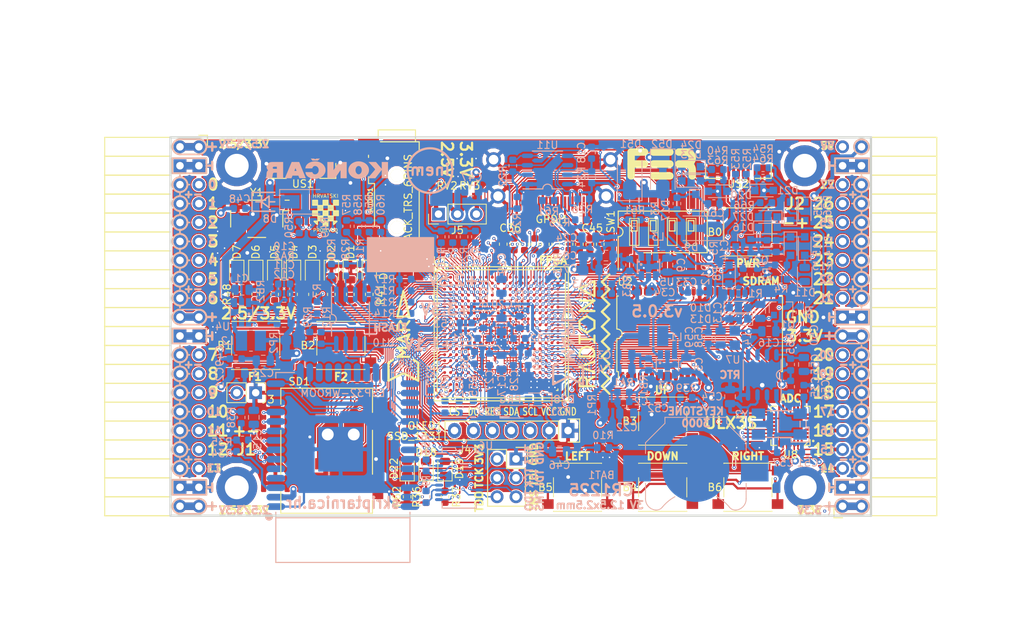
<source format=kicad_pcb>
(kicad_pcb (version 20171130) (host pcbnew 5.0.0+dfsg1-2)
  (title_block (rev v3.0.4))
  (layers (0 F.Cu signal) (1 In1.Cu signal) (2 In2.Cu signal) (31 B.Cu signal) (34 B.Paste user) (35 F.Paste user) (36 B.SilkS user) (37 F.SilkS user) (38 B.Mask user) (39 F.Mask user) (44 Edge.Cuts user))
  (net 0 "")
  (net 1 GND)
  (net 2 +5V)
  (net 3 /gpio/IN5V)
  (net 4 /gpio/OUT5V)
  (net 5 +3V3)
  (net 6 BTN_D)
  (net 7 BTN_F1)
  (net 8 BTN_F2)
  (net 9 BTN_L)
  (net 10 BTN_R)
  (net 11 BTN_U)
  (net 12 /power/FB1)
  (net 13 +2V5)
  (net 14 /power/PWREN)
  (net 15 /power/FB3)
  (net 16 /power/FB2)
  (net 17 /power/VBAT)
  (net 18 JTAG_TDI)
  (net 19 JTAG_TCK)
  (net 20 JTAG_TMS)
  (net 21 JTAG_TDO)
  (net 22 /power/WAKEUPn)
  (net 23 /power/WKUP)
  (net 24 /power/SHUT)
  (net 25 /power/WAKE)
  (net 26 /power/HOLD)
  (net 27 /power/WKn)
  (net 28 /power/OSCI_32k)
  (net 29 /power/OSCO_32k)
  (net 30 SHUTDOWN)
  (net 31 GPDI_SDA)
  (net 32 GPDI_SCL)
  (net 33 /gpdi/VREF2)
  (net 34 SD_CMD)
  (net 35 SD_CLK)
  (net 36 SD_D0)
  (net 37 SD_D1)
  (net 38 USB5V)
  (net 39 GPDI_CEC)
  (net 40 nRESET)
  (net 41 FTDI_nDTR)
  (net 42 SDRAM_CKE)
  (net 43 SDRAM_A7)
  (net 44 SDRAM_D15)
  (net 45 SDRAM_BA1)
  (net 46 SDRAM_D7)
  (net 47 SDRAM_A6)
  (net 48 SDRAM_CLK)
  (net 49 SDRAM_D13)
  (net 50 SDRAM_BA0)
  (net 51 SDRAM_D6)
  (net 52 SDRAM_A5)
  (net 53 SDRAM_D14)
  (net 54 SDRAM_A11)
  (net 55 SDRAM_D12)
  (net 56 SDRAM_D5)
  (net 57 SDRAM_A4)
  (net 58 SDRAM_A10)
  (net 59 SDRAM_D11)
  (net 60 SDRAM_A3)
  (net 61 SDRAM_D4)
  (net 62 SDRAM_D10)
  (net 63 SDRAM_D9)
  (net 64 SDRAM_A9)
  (net 65 SDRAM_D3)
  (net 66 SDRAM_D8)
  (net 67 SDRAM_A8)
  (net 68 SDRAM_A2)
  (net 69 SDRAM_A1)
  (net 70 SDRAM_A0)
  (net 71 SDRAM_D2)
  (net 72 SDRAM_D1)
  (net 73 SDRAM_D0)
  (net 74 SDRAM_DQM0)
  (net 75 SDRAM_nCS)
  (net 76 SDRAM_nRAS)
  (net 77 SDRAM_DQM1)
  (net 78 SDRAM_nCAS)
  (net 79 SDRAM_nWE)
  (net 80 /flash/FLASH_nWP)
  (net 81 /flash/FLASH_nHOLD)
  (net 82 /flash/FLASH_MOSI)
  (net 83 /flash/FLASH_MISO)
  (net 84 /flash/FLASH_SCK)
  (net 85 /flash/FLASH_nCS)
  (net 86 /flash/FPGA_PROGRAMN)
  (net 87 /flash/FPGA_DONE)
  (net 88 /flash/FPGA_INITN)
  (net 89 OLED_RES)
  (net 90 OLED_DC)
  (net 91 OLED_CS)
  (net 92 WIFI_EN)
  (net 93 FTDI_nRTS)
  (net 94 FTDI_TXD)
  (net 95 FTDI_RXD)
  (net 96 WIFI_RXD)
  (net 97 WIFI_GPIO0)
  (net 98 WIFI_TXD)
  (net 99 USB_FTDI_D+)
  (net 100 USB_FTDI_D-)
  (net 101 SD_D3)
  (net 102 AUDIO_L3)
  (net 103 AUDIO_L2)
  (net 104 AUDIO_L1)
  (net 105 AUDIO_L0)
  (net 106 AUDIO_R3)
  (net 107 AUDIO_R2)
  (net 108 AUDIO_R1)
  (net 109 AUDIO_R0)
  (net 110 OLED_CLK)
  (net 111 OLED_MOSI)
  (net 112 LED0)
  (net 113 LED1)
  (net 114 LED2)
  (net 115 LED3)
  (net 116 LED4)
  (net 117 LED5)
  (net 118 LED6)
  (net 119 LED7)
  (net 120 BTN_PWRn)
  (net 121 FTDI_nTXLED)
  (net 122 FTDI_nSLEEP)
  (net 123 /blinkey/LED_PWREN)
  (net 124 /blinkey/LED_TXLED)
  (net 125 /sdcard/SD3V3)
  (net 126 SD_D2)
  (net 127 CLK_25MHz)
  (net 128 /blinkey/BTNPUL)
  (net 129 /blinkey/BTNPUR)
  (net 130 USB_FPGA_D+)
  (net 131 /power/FTDI_nSUSPEND)
  (net 132 /blinkey/ALED0)
  (net 133 /blinkey/ALED1)
  (net 134 /blinkey/ALED2)
  (net 135 /blinkey/ALED3)
  (net 136 /blinkey/ALED4)
  (net 137 /blinkey/ALED5)
  (net 138 /blinkey/ALED6)
  (net 139 /blinkey/ALED7)
  (net 140 /usb/FTD-)
  (net 141 /usb/FTD+)
  (net 142 ADC_MISO)
  (net 143 ADC_MOSI)
  (net 144 ADC_CSn)
  (net 145 ADC_SCLK)
  (net 146 SW3)
  (net 147 SW2)
  (net 148 SW1)
  (net 149 USB_FPGA_D-)
  (net 150 /usb/FPD+)
  (net 151 /usb/FPD-)
  (net 152 WIFI_GPIO16)
  (net 153 /usb/ANT_433MHz)
  (net 154 PROG_DONE)
  (net 155 /power/P3V3)
  (net 156 /power/P2V5)
  (net 157 /power/L1)
  (net 158 /power/L3)
  (net 159 /power/L2)
  (net 160 FTDI_TXDEN)
  (net 161 SDRAM_A12)
  (net 162 /analog/AUDIO_V)
  (net 163 AUDIO_V3)
  (net 164 AUDIO_V2)
  (net 165 AUDIO_V1)
  (net 166 AUDIO_V0)
  (net 167 /blinkey/LED_WIFI)
  (net 168 /power/P1V1)
  (net 169 +1V1)
  (net 170 SW4)
  (net 171 /blinkey/SWPU)
  (net 172 /wifi/WIFIEN)
  (net 173 FT2V5)
  (net 174 GN0)
  (net 175 GP0)
  (net 176 GN1)
  (net 177 GP1)
  (net 178 GN2)
  (net 179 GP2)
  (net 180 GN3)
  (net 181 GP3)
  (net 182 GN4)
  (net 183 GP4)
  (net 184 GN5)
  (net 185 GP5)
  (net 186 GN6)
  (net 187 GP6)
  (net 188 GN14)
  (net 189 GP14)
  (net 190 GN15)
  (net 191 GP15)
  (net 192 GN16)
  (net 193 GP16)
  (net 194 GN17)
  (net 195 GP17)
  (net 196 GN18)
  (net 197 GP18)
  (net 198 GN19)
  (net 199 GP19)
  (net 200 GN20)
  (net 201 GP20)
  (net 202 GN21)
  (net 203 GP21)
  (net 204 GN22)
  (net 205 GP22)
  (net 206 GN23)
  (net 207 GP23)
  (net 208 GN24)
  (net 209 GP24)
  (net 210 GN25)
  (net 211 GP25)
  (net 212 GN26)
  (net 213 GP26)
  (net 214 GN27)
  (net 215 GP27)
  (net 216 GN7)
  (net 217 GP7)
  (net 218 GN8)
  (net 219 GP8)
  (net 220 GN9)
  (net 221 GP9)
  (net 222 GN10)
  (net 223 GP10)
  (net 224 GN11)
  (net 225 GP11)
  (net 226 GN12)
  (net 227 GP12)
  (net 228 GN13)
  (net 229 GP13)
  (net 230 WIFI_GPIO5)
  (net 231 WIFI_GPIO17)
  (net 232 USB_FPGA_PULL_D+)
  (net 233 USB_FPGA_PULL_D-)
  (net 234 "Net-(D23-Pad2)")
  (net 235 "Net-(D24-Pad1)")
  (net 236 "Net-(D25-Pad2)")
  (net 237 "Net-(D26-Pad1)")
  (net 238 /gpdi/GPDI_ETH+)
  (net 239 FPDI_ETH+)
  (net 240 /gpdi/GPDI_ETH-)
  (net 241 FPDI_ETH-)
  (net 242 /gpdi/GPDI_D2-)
  (net 243 FPDI_D2-)
  (net 244 /gpdi/GPDI_D1-)
  (net 245 FPDI_D1-)
  (net 246 /gpdi/GPDI_D0-)
  (net 247 FPDI_D0-)
  (net 248 /gpdi/GPDI_CLK-)
  (net 249 FPDI_CLK-)
  (net 250 /gpdi/GPDI_D2+)
  (net 251 FPDI_D2+)
  (net 252 /gpdi/GPDI_D1+)
  (net 253 FPDI_D1+)
  (net 254 /gpdi/GPDI_D0+)
  (net 255 FPDI_D0+)
  (net 256 /gpdi/GPDI_CLK+)
  (net 257 FPDI_CLK+)
  (net 258 FPDI_SDA)
  (net 259 FPDI_SCL)
  (net 260 /gpdi/FPDI_CEC)
  (net 261 2V5_3V3)
  (net 262 /usb/US2VBUS)
  (net 263 /power/SHD)
  (net 264 /power/RTCVDD)
  (net 265 "Net-(D27-Pad2)")
  (net 266 US2_ID)
  (net 267 /analog/AUDIO_L)
  (net 268 /analog/AUDIO_R)
  (net 269 /analog/ADC3V3)
  (net 270 PWRBTn)
  (net 271 USER_PROGRAMN)
  (net 272 "Net-(AUDIO1-Pad5)")
  (net 273 "Net-(AUDIO1-Pad6)")
  (net 274 "Net-(U1-PadW18)")
  (net 275 "Net-(U1-PadW17)")
  (net 276 "Net-(U1-PadW14)")
  (net 277 "Net-(U1-PadW13)")
  (net 278 "Net-(U1-PadW9)")
  (net 279 "Net-(U1-PadW8)")
  (net 280 "Net-(U1-PadW5)")
  (net 281 "Net-(U1-PadW4)")
  (net 282 "Net-(U1-PadT16)")
  (net 283 "Net-(U1-PadR3)")
  (net 284 SD_WP)
  (net 285 SD_CD)
  (net 286 "Net-(U1-PadM5)")
  (net 287 FTDI_nRXLED)
  (net 288 "Net-(U1-PadK17)")
  (net 289 "Net-(U1-PadK16)")
  (net 290 "Net-(U1-PadK5)")
  (net 291 "Net-(U1-PadJ5)")
  (net 292 "Net-(U1-PadJ4)")
  (net 293 "Net-(U1-PadE11)")
  (net 294 "Net-(U1-PadE10)")
  (net 295 "Net-(U1-PadE9)")
  (net 296 "Net-(U1-PadE6)")
  (net 297 "Net-(U1-PadD12)")
  (net 298 "Net-(U1-PadD11)")
  (net 299 "Net-(U1-PadD10)")
  (net 300 "Net-(U1-PadD9)")
  (net 301 "Net-(U1-PadC9)")
  (net 302 "Net-(U1-PadA15)")
  (net 303 "Net-(U8-Pad25)")
  (net 304 "Net-(U8-Pad12)")
  (net 305 "Net-(U9-Pad32)")
  (net 306 "Net-(U9-Pad22)")
  (net 307 "Net-(U9-Pad21)")
  (net 308 "Net-(U9-Pad20)")
  (net 309 "Net-(U9-Pad19)")
  (net 310 "Net-(U9-Pad18)")
  (net 311 "Net-(U9-Pad17)")
  (net 312 "Net-(U9-Pad12)")
  (net 313 "Net-(U9-Pad5)")
  (net 314 "Net-(U9-Pad4)")
  (net 315 "Net-(US1-Pad4)")
  (net 316 "Net-(Y2-Pad3)")
  (net 317 "Net-(Y2-Pad2)")
  (module micro-sd-schd3a0100:SCHD3A100 (layer F.Cu) (at 115.05 103.5 270)
    (fp_text reference SD1 (at -9.296 3.663 180) (layer F.SilkS))
    (fp_text value SCHD3A0100 hide)
    (pad 1 smd rect (at 1.75 -3.2) (size 0.7 1.5) (layers F.Cu F.Paste F.Mask) (net 126 SD_D2))
    (pad 2 smd rect (at 1.75 -2.1) (size 0.7 1.5) (layers F.Cu F.Paste F.Mask) (net 101 SD_D3))
    (pad 3 smd rect (at 1.75 -1) (size 0.7 1.5) (layers F.Cu F.Paste F.Mask) (net 34 SD_CMD))
    (pad 4 smd rect (at 1.75 0.1) (size 0.7 1.5) (layers F.Cu F.Paste F.Mask) (net 125 /sdcard/SD3V3))
    (pad 5 smd rect (at 1.75 1.2) (size 0.7 1.5) (layers F.Cu F.Paste F.Mask) (net 35 SD_CLK))
    (pad 6 smd rect (at 1.75 2.3) (size 0.7 1.5) (layers F.Cu F.Paste F.Mask) (net 1 GND))
    (pad 7 smd rect (at 1.75 3.4) (size 0.7 1.5) (layers F.Cu F.Paste F.Mask) (net 36 SD_D0))
    (pad 8 smd rect (at 1.75 4.5) (size 0.7 1.5) (layers F.Cu F.Paste F.Mask) (net 37 SD_D1))
    (pad 10 smd rect (at 6.05 -6.875) (size 1.45 0.9) (layers F.Cu F.Paste F.Mask) (net 1 GND))
    (pad 11 smd rect (at -5.65 6.875 90) (size 0.9 1.45) (layers F.Cu F.Paste F.Mask) (net 1 GND))
    (pad 9 smd rect (at 4.35 6.875) (size 1.45 2) (layers F.Cu F.Paste F.Mask) (net 1 GND))
    (pad 9 smd rect (at 4.35 -6.875) (size 1.45 2) (layers F.Cu F.Paste F.Mask) (net 1 GND))
    (pad 9 smd rect (at -3.95 -6.875) (size 1.45 2) (layers F.Cu F.Paste F.Mask) (net 1 GND))
    (pad 9 smd rect (at -3.95 6.875) (size 1.45 2) (layers F.Cu F.Paste F.Mask) (net 1 GND))
  )
  (module oscxo:Crystal_SMD_7050_4Pads (layer F.Cu) (at 105.672 72.36 180)
    (fp_text reference Y1 (at 0 3.556 180) (layer F.SilkS))
    (fp_text value FNETHE025 hide)
    (pad 1 smd rect (at -2.54 2.2 180) (size 2.2 1.8) (layers F.Cu F.Paste F.Mask) (net 5 +3V3))
    (pad 2 smd rect (at 2.54 2.2 180) (size 2.2 1.8) (layers F.Cu F.Paste F.Mask) (net 1 GND))
    (pad 3 smd rect (at 2.54 -2.2 180) (size 2.2 1.8) (layers F.Cu F.Paste F.Mask) (net 127 CLK_25MHz))
    (pad 4 smd rect (at -2.54 -2.2 180) (size 2.2 1.8) (layers F.Cu F.Paste F.Mask) (net 5 +3V3))
  )
  (module L_1008_1210:L_1008_1210 (layer B.Cu) (at 156.33 74.755 180)
    (fp_text reference L3 (at -3.19 -0.018 180) (layer B.SilkS) (effects (justify mirror)))
    (fp_text value 2.2uH hide)
    (pad 1 smd rect (at -1.27 0 180) (size 1.5 2.7) (layers B.Cu B.Paste B.Mask) (net 158 /power/L3))
    (pad 2 smd rect (at 1.27 0 180) (size 1.5 2.7) (layers B.Cu B.Paste B.Mask) (net 155 /power/P3V3))
  )
  (module L_1008_1210:L_1008_1210 (layer B.Cu) (at 158.87 88.09 180)
    (fp_text reference L1 (at -3.063 -0.145 180) (layer B.SilkS) (effects (justify mirror)))
    (fp_text value 2.2uH hide)
    (pad 1 smd rect (at -1.27 0 180) (size 1.5 2.7) (layers B.Cu B.Paste B.Mask) (net 157 /power/L1))
    (pad 2 smd rect (at 1.27 0 180) (size 1.5 2.7) (layers B.Cu B.Paste B.Mask) (net 168 /power/P1V1))
  )
  (module L_1008_1210:L_1008_1210 (layer B.Cu) (at 104.895 88.725)
    (fp_text reference L2 (at -3.16 0.018) (layer B.SilkS) (effects (justify mirror)))
    (fp_text value 2.2uH hide)
    (pad 1 smd rect (at -1.27 0) (size 1.5 2.7) (layers B.Cu B.Paste B.Mask) (net 159 /power/L2))
    (pad 2 smd rect (at 1.27 0) (size 1.5 2.7) (layers B.Cu B.Paste B.Mask) (net 156 /power/P2V5))
  )
  (module abs25:Crystal_SMD_ABS25 (layer B.Cu) (at 175.776 99.922 180)
    (fp_text reference Y2 (at 5.08 1.273 180) (layer B.SilkS) (effects (justify mirror)))
    (fp_text value 32768Hz hide)
    (pad 4 smd rect (at -2.8 1.4 180) (size 1.8 1.4) (layers B.Cu B.Paste B.Mask) (net 28 /power/OSCI_32k))
    (pad 3 smd rect (at 2.8 1.4 180) (size 1.8 1.4) (layers B.Cu B.Paste B.Mask) (net 316 "Net-(Y2-Pad3)"))
    (pad 2 smd rect (at 2.8 -1.4 180) (size 1.8 1.4) (layers B.Cu B.Paste B.Mask) (net 317 "Net-(Y2-Pad2)"))
    (pad 1 smd rect (at -2.8 -1.4 180) (size 1.8 1.4) (layers B.Cu B.Paste B.Mask) (net 29 /power/OSCO_32k))
  )
  (module Keystone_3000_1x12mm-CoinCell:Keystone_3000_1x12mm-CoinCell (layer B.Cu) (at 164.585 105.87 90)
    (fp_text reference BAT1 (at -0.907 -12.685 180) (layer B.SilkS) (effects (justify mirror)))
    (fp_text value CR1225 hide)
    (pad 1 smd rect (at 0 7.9 180) (size 3.7 3.5) (layers B.Cu B.Paste B.Mask) (net 17 /power/VBAT) (clearance 0.7))
    (pad 1 smd rect (at 0 -7.9 180) (size 3.7 3.5) (layers B.Cu B.Paste B.Mask) (net 17 /power/VBAT) (clearance 0.7))
    (pad 2 smd circle (at 0 0 180) (size 9 9) (layers B.Cu B.Mask) (net 1 GND))
  )
  (module audio-jack:CUI_SJ-43516-SMT (layer F.Cu) (at 124.468 69.518)
    (fp_text reference AUDIO1 (at -3.560502 0.28335 270) (layer F.SilkS) (effects (font (size 0.6096 0.6096) (thickness 0.1524))))
    (fp_text value JACK_TRS_6PINS (at 1.519498 0.28335 270) (layer F.SilkS))
    (pad 1 smd rect (at -3.8 -6.9 270) (size 2 2.8) (layers F.Cu F.Paste F.Mask) (net 1 GND))
    (pad 4 smd rect (at -3.8 -4.1 270) (size 2.2 2.8) (layers F.Cu F.Paste F.Mask) (net 162 /analog/AUDIO_V))
    (pad 2 smd rect (at -3.8 5.3 270) (size 2.8 2.8) (layers F.Cu F.Paste F.Mask) (net 267 /analog/AUDIO_L))
    (pad 5 smd rect (at 0.75 9.4 270) (size 2.8 2.8) (layers F.Cu F.Paste F.Mask) (net 272 "Net-(AUDIO1-Pad5)"))
    (pad 3 smd rect (at 3.8 -2.2 270) (size 2.2 2.8) (layers F.Cu F.Paste F.Mask) (net 268 /analog/AUDIO_R))
    (pad 6 smd rect (at 3.8 -5 270) (size 2 2.8) (layers F.Cu F.Paste F.Mask) (net 273 "Net-(AUDIO1-Pad6)"))
    (pad "" np_thru_hole circle (at 0 -3 270) (size 1.7 1.7) (drill 1.7) (layers *.Cu *.Mask F.SilkS) (clearance 0.4))
    (pad "" np_thru_hole circle (at 0 4 270) (size 1.7 1.7) (drill 1.7) (layers *.Cu *.Mask F.SilkS) (clearance 0.4))
  )
  (module usb_otg:USB-MICRO-B-FCI-10118192-0001LF (layer F.Cu) (at 170.3 63.325 180)
    (fp_text reference US2 (at 0 -4.336 180) (layer F.SilkS))
    (fp_text value MICRO_USB hide)
    (pad 6 smd rect (at 3.8 0 180) (size 1.8 1.9) (layers F.Cu F.Paste F.Mask) (net 1 GND))
    (pad 6 smd rect (at -3.8 0 180) (size 1.8 1.9) (layers F.Cu F.Paste F.Mask) (net 1 GND))
    (pad 5 smd rect (at 1.3 -2.675 180) (size 0.4 1.35) (layers F.Cu F.Paste F.Mask) (net 1 GND))
    (pad 4 smd rect (at 0.65 -2.675 180) (size 0.4 1.35) (layers F.Cu F.Paste F.Mask) (net 266 US2_ID))
    (pad 3 smd rect (at 0 -2.675 180) (size 0.4 1.35) (layers F.Cu F.Paste F.Mask) (net 150 /usb/FPD+))
    (pad 2 smd rect (at -0.65 -2.675 180) (size 0.4 1.35) (layers F.Cu F.Paste F.Mask) (net 151 /usb/FPD-))
    (pad 1 smd rect (at -1.3 -2.675 180) (size 0.4 1.35) (layers F.Cu F.Paste F.Mask) (net 262 /usb/US2VBUS))
    (pad 6 smd rect (at 1.2 0 180) (size 1.9 1.9) (layers F.Cu F.Paste F.Mask) (net 1 GND))
    (pad 6 smd rect (at -1.2 0 180) (size 1.9 1.9) (layers F.Cu F.Paste F.Mask) (net 1 GND))
    (pad 6 smd rect (at 3.1 -2.55 180) (size 2.1 1.6) (layers F.Cu F.Paste F.Mask) (net 1 GND))
    (pad 6 smd rect (at -3.1 -2.55 180) (size 2.1 1.6) (layers F.Cu F.Paste F.Mask) (net 1 GND))
  )
  (module usb_otg:USB-MICRO-B-FCI-10118192-0001LF (layer F.Cu) (at 111.88 63.325 180)
    (fp_text reference US1 (at 0 -4.336 180) (layer F.SilkS))
    (fp_text value MICRO_USB hide)
    (pad 6 smd rect (at 3.8 0 180) (size 1.8 1.9) (layers F.Cu F.Paste F.Mask) (net 1 GND))
    (pad 6 smd rect (at -3.8 0 180) (size 1.8 1.9) (layers F.Cu F.Paste F.Mask) (net 1 GND))
    (pad 5 smd rect (at 1.3 -2.675 180) (size 0.4 1.35) (layers F.Cu F.Paste F.Mask) (net 1 GND))
    (pad 4 smd rect (at 0.65 -2.675 180) (size 0.4 1.35) (layers F.Cu F.Paste F.Mask) (net 315 "Net-(US1-Pad4)"))
    (pad 3 smd rect (at 0 -2.675 180) (size 0.4 1.35) (layers F.Cu F.Paste F.Mask) (net 141 /usb/FTD+))
    (pad 2 smd rect (at -0.65 -2.675 180) (size 0.4 1.35) (layers F.Cu F.Paste F.Mask) (net 140 /usb/FTD-))
    (pad 1 smd rect (at -1.3 -2.675 180) (size 0.4 1.35) (layers F.Cu F.Paste F.Mask) (net 38 USB5V))
    (pad 6 smd rect (at 1.2 0 180) (size 1.9 1.9) (layers F.Cu F.Paste F.Mask) (net 1 GND))
    (pad 6 smd rect (at -1.2 0 180) (size 1.9 1.9) (layers F.Cu F.Paste F.Mask) (net 1 GND))
    (pad 6 smd rect (at 3.1 -2.55 180) (size 2.1 1.6) (layers F.Cu F.Paste F.Mask) (net 1 GND))
    (pad 6 smd rect (at -3.1 -2.55 180) (size 2.1 1.6) (layers F.Cu F.Paste F.Mask) (net 1 GND))
  )
  (module dipswitch:SW_DIP_x4_W8.61mm_Slide_LowProfile (layer F.Cu) (at 160.14 74.12 90)
    (fp_text reference SW1 (at 1.379 -6.97 90) (layer F.SilkS))
    (fp_text value SW_DIP_x04 hide)
    (pad 8 smd rect (at 4.305 -3.81 90) (size 2.44 1.12) (layers F.Cu F.Paste F.Mask) (net 148 SW1))
    (pad 4 smd rect (at -4.305 3.81 90) (size 2.44 1.12) (layers F.Cu F.Paste F.Mask) (net 171 /blinkey/SWPU))
    (pad 7 smd rect (at 4.305 -1.27 90) (size 2.44 1.12) (layers F.Cu F.Paste F.Mask) (net 147 SW2))
    (pad 3 smd rect (at -4.305 1.27 90) (size 2.44 1.12) (layers F.Cu F.Paste F.Mask) (net 171 /blinkey/SWPU))
    (pad 6 smd rect (at 4.305 1.27 90) (size 2.44 1.12) (layers F.Cu F.Paste F.Mask) (net 146 SW3))
    (pad 2 smd rect (at -4.305 -1.27 90) (size 2.44 1.12) (layers F.Cu F.Paste F.Mask) (net 171 /blinkey/SWPU))
    (pad 5 smd rect (at 4.305 3.81 90) (size 2.44 1.12) (layers F.Cu F.Paste F.Mask) (net 170 SW4))
    (pad 1 smd rect (at -4.305 -3.81 90) (size 2.44 1.12) (layers F.Cu F.Paste F.Mask) (net 171 /blinkey/SWPU))
  )
  (module conn-fci:CONN-10029449-111RLF (layer F.Cu) (at 145.296 69.312 180)
    (fp_text reference GPDI1 (at 0 -3.1115 180) (layer F.SilkS))
    (fp_text value GPDI-D hide)
    (pad 19 smd rect (at -4.25 -1 180) (size 0.3 1.9) (layers F.Cu F.Paste F.Mask) (net 240 /gpdi/GPDI_ETH-))
    (pad 18 smd rect (at -3.75 -1 180) (size 0.3 1.9) (layers F.Cu F.Paste F.Mask) (net 2 +5V))
    (pad 17 smd rect (at -3.25 -1 180) (size 0.3 1.9) (layers F.Cu F.Paste F.Mask) (net 1 GND))
    (pad 16 smd rect (at -2.75 -1 180) (size 0.3 1.9) (layers F.Cu F.Paste F.Mask) (net 31 GPDI_SDA))
    (pad 15 smd rect (at -2.25 -1 180) (size 0.3 1.9) (layers F.Cu F.Paste F.Mask) (net 32 GPDI_SCL))
    (pad 14 smd rect (at -1.75 -1 180) (size 0.3 1.9) (layers F.Cu F.Paste F.Mask) (net 238 /gpdi/GPDI_ETH+))
    (pad 13 smd rect (at -1.25 -1 180) (size 0.3 1.9) (layers F.Cu F.Paste F.Mask) (net 39 GPDI_CEC))
    (pad 12 smd rect (at -0.75 -1 180) (size 0.3 1.9) (layers F.Cu F.Paste F.Mask) (net 248 /gpdi/GPDI_CLK-))
    (pad 11 smd rect (at -0.25 -1 180) (size 0.3 1.9) (layers F.Cu F.Paste F.Mask) (net 1 GND))
    (pad 10 smd rect (at 0.25 -1 180) (size 0.3 1.9) (layers F.Cu F.Paste F.Mask) (net 256 /gpdi/GPDI_CLK+))
    (pad 9 smd rect (at 0.75 -1 180) (size 0.3 1.9) (layers F.Cu F.Paste F.Mask) (net 246 /gpdi/GPDI_D0-))
    (pad 8 smd rect (at 1.25 -1 180) (size 0.3 1.9) (layers F.Cu F.Paste F.Mask) (net 1 GND))
    (pad 7 smd rect (at 1.75 -1 180) (size 0.3 1.9) (layers F.Cu F.Paste F.Mask) (net 254 /gpdi/GPDI_D0+))
    (pad 6 smd rect (at 2.25 -1 180) (size 0.3 1.9) (layers F.Cu F.Paste F.Mask) (net 244 /gpdi/GPDI_D1-))
    (pad 5 smd rect (at 2.75 -1 180) (size 0.3 1.9) (layers F.Cu F.Paste F.Mask) (net 1 GND))
    (pad 4 smd rect (at 3.25 -1 180) (size 0.3 1.9) (layers F.Cu F.Paste F.Mask) (net 252 /gpdi/GPDI_D1+))
    (pad 3 smd rect (at 3.75 -1 180) (size 0.3 1.9) (layers F.Cu F.Paste F.Mask) (net 242 /gpdi/GPDI_D2-))
    (pad 2 smd rect (at 4.25 -1 180) (size 0.3 1.9) (layers F.Cu F.Paste F.Mask) (net 1 GND))
    (pad 1 smd rect (at 4.75 -1 180) (size 0.3 1.9) (layers F.Cu F.Paste F.Mask) (net 250 /gpdi/GPDI_D2+))
    (pad 0 thru_hole circle (at -7.25 0 180) (size 2 2) (drill 1.3) (layers *.Cu *.Mask) (net 1 GND))
    (pad 0 thru_hole circle (at 7.25 0 180) (size 2 2) (drill 1.3) (layers *.Cu *.Mask) (net 1 GND))
    (pad 0 thru_hole circle (at -7.85 4.9 180) (size 2 2) (drill 1.3) (layers *.Cu *.Mask) (net 1 GND))
    (pad 0 thru_hole circle (at 7.85 4.9 180) (size 2 2) (drill 1.3) (layers *.Cu *.Mask) (net 1 GND))
  )
  (module TSOP54:TSOP54 (layer F.Cu) (at 165.093 87.8 90)
    (fp_text reference U2 (at 6.98 -9.993 180) (layer F.SilkS))
    (fp_text value MT48LC16M16A2TG hide)
    (pad 28 smd oval (at 5.73 10.4 90) (size 1.2 0.56) (layers F.Cu F.Paste F.Mask) (net 1 GND))
    (pad 1 smd rect (at -5.73 -10.4 90) (size 1.2 0.56) (layers F.Cu F.Paste F.Mask) (net 5 +3V3))
    (pad 2 smd oval (at -5.73 -9.6 90) (size 1.2 0.56) (layers F.Cu F.Paste F.Mask) (net 73 SDRAM_D0))
    (pad 3 smd oval (at -5.73 -8.8 90) (size 1.2 0.56) (layers F.Cu F.Paste F.Mask) (net 5 +3V3))
    (pad 4 smd oval (at -5.73 -8 90) (size 1.2 0.56) (layers F.Cu F.Paste F.Mask) (net 72 SDRAM_D1))
    (pad 5 smd oval (at -5.73 -7.2 90) (size 1.2 0.56) (layers F.Cu F.Paste F.Mask) (net 71 SDRAM_D2))
    (pad 6 smd oval (at -5.73 -6.4 90) (size 1.2 0.56) (layers F.Cu F.Paste F.Mask) (net 1 GND))
    (pad 7 smd oval (at -5.73 -5.6 90) (size 1.2 0.56) (layers F.Cu F.Paste F.Mask) (net 65 SDRAM_D3))
    (pad 8 smd oval (at -5.73 -4.8 90) (size 1.2 0.56) (layers F.Cu F.Paste F.Mask) (net 61 SDRAM_D4))
    (pad 9 smd oval (at -5.73 -4 90) (size 1.2 0.56) (layers F.Cu F.Paste F.Mask) (net 5 +3V3))
    (pad 10 smd oval (at -5.73 -3.2 90) (size 1.2 0.56) (layers F.Cu F.Paste F.Mask) (net 56 SDRAM_D5))
    (pad 11 smd oval (at -5.73 -2.4 90) (size 1.2 0.56) (layers F.Cu F.Paste F.Mask) (net 51 SDRAM_D6))
    (pad 12 smd oval (at -5.73 -1.6 90) (size 1.2 0.56) (layers F.Cu F.Paste F.Mask) (net 1 GND))
    (pad 13 smd oval (at -5.73 -0.8 90) (size 1.2 0.56) (layers F.Cu F.Paste F.Mask) (net 46 SDRAM_D7))
    (pad 14 smd oval (at -5.73 0 90) (size 1.2 0.56) (layers F.Cu F.Paste F.Mask) (net 5 +3V3))
    (pad 15 smd oval (at -5.73 0.8 90) (size 1.2 0.56) (layers F.Cu F.Paste F.Mask) (net 74 SDRAM_DQM0))
    (pad 16 smd oval (at -5.73 1.6 90) (size 1.2 0.56) (layers F.Cu F.Paste F.Mask) (net 79 SDRAM_nWE))
    (pad 17 smd oval (at -5.73 2.4 90) (size 1.2 0.56) (layers F.Cu F.Paste F.Mask) (net 78 SDRAM_nCAS))
    (pad 18 smd oval (at -5.73 3.2 90) (size 1.2 0.56) (layers F.Cu F.Paste F.Mask) (net 76 SDRAM_nRAS))
    (pad 19 smd oval (at -5.73 4 90) (size 1.2 0.56) (layers F.Cu F.Paste F.Mask) (net 75 SDRAM_nCS))
    (pad 20 smd oval (at -5.73 4.8 90) (size 1.2 0.56) (layers F.Cu F.Paste F.Mask) (net 50 SDRAM_BA0))
    (pad 21 smd oval (at -5.73 5.6 90) (size 1.2 0.56) (layers F.Cu F.Paste F.Mask) (net 45 SDRAM_BA1))
    (pad 22 smd oval (at -5.73 6.4 90) (size 1.2 0.56) (layers F.Cu F.Paste F.Mask) (net 58 SDRAM_A10))
    (pad 23 smd oval (at -5.73 7.2 90) (size 1.2 0.56) (layers F.Cu F.Paste F.Mask) (net 70 SDRAM_A0))
    (pad 24 smd oval (at -5.73 8 90) (size 1.2 0.56) (layers F.Cu F.Paste F.Mask) (net 69 SDRAM_A1))
    (pad 25 smd oval (at -5.73 8.8 90) (size 1.2 0.56) (layers F.Cu F.Paste F.Mask) (net 68 SDRAM_A2))
    (pad 26 smd oval (at -5.73 9.6 90) (size 1.2 0.56) (layers F.Cu F.Paste F.Mask) (net 60 SDRAM_A3))
    (pad 27 smd oval (at -5.73 10.4 90) (size 1.2 0.56) (layers F.Cu F.Paste F.Mask) (net 5 +3V3))
    (pad 29 smd oval (at 5.73 9.6 90) (size 1.2 0.56) (layers F.Cu F.Paste F.Mask) (net 57 SDRAM_A4))
    (pad 30 smd oval (at 5.73 8.8 90) (size 1.2 0.56) (layers F.Cu F.Paste F.Mask) (net 52 SDRAM_A5))
    (pad 31 smd oval (at 5.73 8 90) (size 1.2 0.56) (layers F.Cu F.Paste F.Mask) (net 47 SDRAM_A6))
    (pad 32 smd oval (at 5.73 7.2 90) (size 1.2 0.56) (layers F.Cu F.Paste F.Mask) (net 43 SDRAM_A7))
    (pad 33 smd oval (at 5.73 6.4 90) (size 1.2 0.56) (layers F.Cu F.Paste F.Mask) (net 67 SDRAM_A8))
    (pad 34 smd oval (at 5.73 5.6 90) (size 1.2 0.56) (layers F.Cu F.Paste F.Mask) (net 64 SDRAM_A9))
    (pad 35 smd oval (at 5.73 4.8 90) (size 1.2 0.56) (layers F.Cu F.Paste F.Mask) (net 54 SDRAM_A11))
    (pad 36 smd oval (at 5.73 4 90) (size 1.2 0.56) (layers F.Cu F.Paste F.Mask) (net 161 SDRAM_A12))
    (pad 37 smd oval (at 5.73 3.2 90) (size 1.2 0.56) (layers F.Cu F.Paste F.Mask) (net 42 SDRAM_CKE))
    (pad 38 smd oval (at 5.73 2.4 90) (size 1.2 0.56) (layers F.Cu F.Paste F.Mask) (net 48 SDRAM_CLK))
    (pad 39 smd oval (at 5.73 1.6 90) (size 1.2 0.56) (layers F.Cu F.Paste F.Mask) (net 77 SDRAM_DQM1))
    (pad 40 smd oval (at 5.73 0.8 90) (size 1.2 0.56) (layers F.Cu F.Paste F.Mask))
    (pad 41 smd oval (at 5.73 0 90) (size 1.2 0.56) (layers F.Cu F.Paste F.Mask) (net 1 GND))
    (pad 42 smd oval (at 5.73 -0.8 90) (size 1.2 0.56) (layers F.Cu F.Paste F.Mask) (net 66 SDRAM_D8))
    (pad 43 smd oval (at 5.73 -1.6 90) (size 1.2 0.56) (layers F.Cu F.Paste F.Mask) (net 5 +3V3))
    (pad 44 smd oval (at 5.73 -2.4 90) (size 1.2 0.56) (layers F.Cu F.Paste F.Mask) (net 63 SDRAM_D9))
    (pad 45 smd oval (at 5.73 -3.2 90) (size 1.2 0.56) (layers F.Cu F.Paste F.Mask) (net 62 SDRAM_D10))
    (pad 46 smd oval (at 5.73 -4 90) (size 1.2 0.56) (layers F.Cu F.Paste F.Mask) (net 1 GND))
    (pad 47 smd oval (at 5.73 -4.8 90) (size 1.2 0.56) (layers F.Cu F.Paste F.Mask) (net 59 SDRAM_D11))
    (pad 48 smd oval (at 5.73 -5.6 90) (size 1.2 0.56) (layers F.Cu F.Paste F.Mask) (net 55 SDRAM_D12))
    (pad 49 smd oval (at 5.73 -6.4 90) (size 1.2 0.56) (layers F.Cu F.Paste F.Mask) (net 5 +3V3))
    (pad 50 smd oval (at 5.73 -7.2 90) (size 1.2 0.56) (layers F.Cu F.Paste F.Mask) (net 49 SDRAM_D13))
    (pad 51 smd oval (at 5.73 -8 90) (size 1.2 0.56) (layers F.Cu F.Paste F.Mask) (net 53 SDRAM_D14))
    (pad 52 smd oval (at 5.73 -8.8 90) (size 1.2 0.56) (layers F.Cu F.Paste F.Mask) (net 1 GND))
    (pad 53 smd oval (at 5.73 -9.6 90) (size 1.2 0.56) (layers F.Cu F.Paste F.Mask) (net 44 SDRAM_D15))
    (pad 54 smd oval (at 5.73 -10.4 90) (size 1.2 0.56) (layers F.Cu F.Paste F.Mask) (net 1 GND))
  )
  (module jumper:R_0805_2012Metric_Pad1.29x1.40mm_HandSolder_Jumper_NC (layer B.Cu) (at 109.609 89.632 270)
    (fp_text reference RP2 (at -0.635 1.651 270) (layer B.SilkS) (effects (justify mirror)))
    (fp_text value 0 hide)
    (fp_line (start -1 0) (end 1 0) (layer B.Cu) (width 1))
    (pad 2 smd roundrect (at 0.9675 0 270) (size 1.295 1.4) (layers B.Cu B.Mask) (net 13 +2V5))
    (pad 1 smd roundrect (at -0.9675 0 270) (size 1.295 1.4) (layers B.Cu B.Mask) (net 156 /power/P2V5))
  )
  (module jumper:R_0805_2012Metric_Pad1.29x1.40mm_HandSolder_Jumper_NC (layer B.Cu) (at 149.472 78.311 270)
    (fp_text reference RP3 (at 0 3.414 270) (layer B.SilkS) (effects (justify mirror)))
    (fp_text value 0 hide)
    (fp_line (start -1 0) (end 1 0) (layer B.Cu) (width 1))
    (pad 2 smd roundrect (at 0.9675 0 270) (size 1.295 1.4) (layers B.Cu B.Mask) (net 5 +3V3))
    (pad 1 smd roundrect (at -0.9675 0 270) (size 1.295 1.4) (layers B.Cu B.Mask) (net 155 /power/P3V3))
  )
  (module jumper:R_0805_2012Metric_Pad1.29x1.40mm_HandSolder_Jumper_NC (layer B.Cu) (at 152.281 97.361 270)
    (fp_text reference RP1 (at 0 1.65 270) (layer B.SilkS) (effects (justify mirror)))
    (fp_text value 0 hide)
    (fp_line (start -1 0) (end 1 0) (layer B.Cu) (width 1))
    (pad 2 smd roundrect (at 0.9675 0 270) (size 1.295 1.4) (layers B.Cu B.Mask) (net 169 +1V1))
    (pad 1 smd roundrect (at -0.9675 0 270) (size 1.295 1.4) (layers B.Cu B.Mask) (net 168 /power/P1V1))
  )
  (module jumper:D_SMA_Jumper_NC (layer B.Cu) (at 160.155 66.391 270)
    (fp_text reference D52 (at -4.064 0.127) (layer B.SilkS) (effects (justify mirror)))
    (fp_text value 0 hide)
    (fp_line (start -2 0) (end 2 0) (layer B.Cu) (width 1))
    (pad 2 smd roundrect (at 2 0 270) (size 2.5 1.8) (layers B.Cu B.Mask) (net 2 +5V))
    (pad 1 smd roundrect (at -2 0 270) (size 2.5 1.8) (layers B.Cu B.Mask) (net 4 /gpio/OUT5V))
  )
  (module jumper:D_SMA_Jumper_NC (layer B.Cu) (at 155.71 66.518 90)
    (fp_text reference D51 (at 4.191 0.127 180) (layer B.SilkS) (effects (justify mirror)))
    (fp_text value 0 hide)
    (fp_line (start -2 0) (end 2 0) (layer B.Cu) (width 1))
    (pad 2 smd roundrect (at 2 0 90) (size 2.5 1.8) (layers B.Cu B.Mask) (net 3 /gpio/IN5V))
    (pad 1 smd roundrect (at -2 0 90) (size 2.5 1.8) (layers B.Cu B.Mask) (net 2 +5V))
  )
  (module jumper:D_SMA_Jumper_NC (layer B.Cu) (at 164.854 73.63 180)
    (fp_text reference D9 (at 0.889 -2.54 180) (layer B.SilkS) (effects (justify mirror)))
    (fp_text value 0 hide)
    (fp_line (start -2 0) (end 2 0) (layer B.Cu) (width 1))
    (pad 2 smd roundrect (at 2 0 180) (size 2.5 1.8) (layers B.Cu B.Mask) (net 2 +5V))
    (pad 1 smd roundrect (at -2 0 180) (size 2.5 1.8) (layers B.Cu B.Mask) (net 262 /usb/US2VBUS))
  )
  (module lfe5bg381:BGA-381_pitch0.8mm_dia0.4mm (layer F.Cu) (at 138.48 87.8)
    (fp_text reference U1 (at -8.2 -9.8) (layer F.SilkS))
    (fp_text value LFE5U-85F-6BG381C hide)
    (pad Y19 smd circle (at 6.8 7.6) (size 0.4 0.4) (layers F.Cu F.Paste F.Mask) (net 1 GND))
    (pad Y17 smd circle (at 5.2 7.6) (size 0.4 0.4) (layers F.Cu F.Paste F.Mask) (net 1 GND))
    (pad Y16 smd circle (at 4.4 7.6) (size 0.4 0.4) (layers F.Cu F.Paste F.Mask) (net 1 GND))
    (pad Y15 smd circle (at 3.6 7.6) (size 0.4 0.4) (layers F.Cu F.Paste F.Mask) (net 1 GND))
    (pad Y14 smd circle (at 2.8 7.6) (size 0.4 0.4) (layers F.Cu F.Paste F.Mask) (net 1 GND))
    (pad Y12 smd circle (at 1.2 7.6) (size 0.4 0.4) (layers F.Cu F.Paste F.Mask) (net 1 GND))
    (pad Y11 smd circle (at 0.4 7.6) (size 0.4 0.4) (layers F.Cu F.Paste F.Mask) (net 1 GND))
    (pad Y8 smd circle (at -2 7.6) (size 0.4 0.4) (layers F.Cu F.Paste F.Mask) (net 1 GND))
    (pad Y7 smd circle (at -2.8 7.6) (size 0.4 0.4) (layers F.Cu F.Paste F.Mask) (net 1 GND))
    (pad Y6 smd circle (at -3.6 7.6) (size 0.4 0.4) (layers F.Cu F.Paste F.Mask) (net 1 GND))
    (pad Y5 smd circle (at -4.4 7.6) (size 0.4 0.4) (layers F.Cu F.Paste F.Mask) (net 1 GND))
    (pad Y3 smd circle (at -6 7.6) (size 0.4 0.4) (layers F.Cu F.Paste F.Mask) (net 87 /flash/FPGA_DONE))
    (pad Y2 smd circle (at -6.8 7.6) (size 0.4 0.4) (layers F.Cu F.Paste F.Mask) (net 80 /flash/FLASH_nWP))
    (pad W20 smd circle (at 7.6 6.8) (size 0.4 0.4) (layers F.Cu F.Paste F.Mask) (net 1 GND))
    (pad W19 smd circle (at 6.8 6.8) (size 0.4 0.4) (layers F.Cu F.Paste F.Mask) (net 1 GND))
    (pad W18 smd circle (at 6 6.8) (size 0.4 0.4) (layers F.Cu F.Paste F.Mask) (net 274 "Net-(U1-PadW18)"))
    (pad W17 smd circle (at 5.2 6.8) (size 0.4 0.4) (layers F.Cu F.Paste F.Mask) (net 275 "Net-(U1-PadW17)"))
    (pad W16 smd circle (at 4.4 6.8) (size 0.4 0.4) (layers F.Cu F.Paste F.Mask) (net 1 GND))
    (pad W15 smd circle (at 3.6 6.8) (size 0.4 0.4) (layers F.Cu F.Paste F.Mask) (net 1 GND))
    (pad W14 smd circle (at 2.8 6.8) (size 0.4 0.4) (layers F.Cu F.Paste F.Mask) (net 276 "Net-(U1-PadW14)"))
    (pad W13 smd circle (at 2 6.8) (size 0.4 0.4) (layers F.Cu F.Paste F.Mask) (net 277 "Net-(U1-PadW13)"))
    (pad W12 smd circle (at 1.2 6.8) (size 0.4 0.4) (layers F.Cu F.Paste F.Mask) (net 1 GND))
    (pad W11 smd circle (at 0.4 6.8) (size 0.4 0.4) (layers F.Cu F.Paste F.Mask))
    (pad W10 smd circle (at -0.4 6.8) (size 0.4 0.4) (layers F.Cu F.Paste F.Mask))
    (pad W9 smd circle (at -1.2 6.8) (size 0.4 0.4) (layers F.Cu F.Paste F.Mask) (net 278 "Net-(U1-PadW9)"))
    (pad W8 smd circle (at -2 6.8) (size 0.4 0.4) (layers F.Cu F.Paste F.Mask) (net 279 "Net-(U1-PadW8)"))
    (pad W7 smd circle (at -2.8 6.8) (size 0.4 0.4) (layers F.Cu F.Paste F.Mask) (net 1 GND))
    (pad W6 smd circle (at -3.6 6.8) (size 0.4 0.4) (layers F.Cu F.Paste F.Mask) (net 1 GND))
    (pad W5 smd circle (at -4.4 6.8) (size 0.4 0.4) (layers F.Cu F.Paste F.Mask) (net 280 "Net-(U1-PadW5)"))
    (pad W4 smd circle (at -5.2 6.8) (size 0.4 0.4) (layers F.Cu F.Paste F.Mask) (net 281 "Net-(U1-PadW4)"))
    (pad W3 smd circle (at -6 6.8) (size 0.4 0.4) (layers F.Cu F.Paste F.Mask) (net 86 /flash/FPGA_PROGRAMN))
    (pad W2 smd circle (at -6.8 6.8) (size 0.4 0.4) (layers F.Cu F.Paste F.Mask) (net 82 /flash/FLASH_MOSI))
    (pad W1 smd circle (at -7.6 6.8) (size 0.4 0.4) (layers F.Cu F.Paste F.Mask) (net 81 /flash/FLASH_nHOLD))
    (pad V20 smd circle (at 7.6 6) (size 0.4 0.4) (layers F.Cu F.Paste F.Mask) (net 1 GND))
    (pad V19 smd circle (at 6.8 6) (size 0.4 0.4) (layers F.Cu F.Paste F.Mask) (net 1 GND))
    (pad V18 smd circle (at 6 6) (size 0.4 0.4) (layers F.Cu F.Paste F.Mask) (net 1 GND))
    (pad V17 smd circle (at 5.2 6) (size 0.4 0.4) (layers F.Cu F.Paste F.Mask) (net 1 GND))
    (pad V16 smd circle (at 4.4 6) (size 0.4 0.4) (layers F.Cu F.Paste F.Mask) (net 1 GND))
    (pad V15 smd circle (at 3.6 6) (size 0.4 0.4) (layers F.Cu F.Paste F.Mask) (net 1 GND))
    (pad V14 smd circle (at 2.8 6) (size 0.4 0.4) (layers F.Cu F.Paste F.Mask) (net 1 GND))
    (pad V13 smd circle (at 2 6) (size 0.4 0.4) (layers F.Cu F.Paste F.Mask) (net 1 GND))
    (pad V12 smd circle (at 1.2 6) (size 0.4 0.4) (layers F.Cu F.Paste F.Mask) (net 1 GND))
    (pad V11 smd circle (at 0.4 6) (size 0.4 0.4) (layers F.Cu F.Paste F.Mask) (net 1 GND))
    (pad V10 smd circle (at -0.4 6) (size 0.4 0.4) (layers F.Cu F.Paste F.Mask) (net 1 GND))
    (pad V9 smd circle (at -1.2 6) (size 0.4 0.4) (layers F.Cu F.Paste F.Mask) (net 1 GND))
    (pad V8 smd circle (at -2 6) (size 0.4 0.4) (layers F.Cu F.Paste F.Mask) (net 1 GND))
    (pad V7 smd circle (at -2.8 6) (size 0.4 0.4) (layers F.Cu F.Paste F.Mask) (net 1 GND))
    (pad V6 smd circle (at -3.6 6) (size 0.4 0.4) (layers F.Cu F.Paste F.Mask) (net 1 GND))
    (pad V5 smd circle (at -4.4 6) (size 0.4 0.4) (layers F.Cu F.Paste F.Mask) (net 1 GND))
    (pad V4 smd circle (at -5.2 6) (size 0.4 0.4) (layers F.Cu F.Paste F.Mask) (net 21 JTAG_TDO))
    (pad V3 smd circle (at -6 6) (size 0.4 0.4) (layers F.Cu F.Paste F.Mask) (net 88 /flash/FPGA_INITN))
    (pad V2 smd circle (at -6.8 6) (size 0.4 0.4) (layers F.Cu F.Paste F.Mask) (net 83 /flash/FLASH_MISO))
    (pad V1 smd circle (at -7.6 6) (size 0.4 0.4) (layers F.Cu F.Paste F.Mask) (net 6 BTN_D))
    (pad U20 smd circle (at 7.6 5.2) (size 0.4 0.4) (layers F.Cu F.Paste F.Mask) (net 46 SDRAM_D7))
    (pad U19 smd circle (at 6.8 5.2) (size 0.4 0.4) (layers F.Cu F.Paste F.Mask) (net 74 SDRAM_DQM0))
    (pad U18 smd circle (at 6 5.2) (size 0.4 0.4) (layers F.Cu F.Paste F.Mask) (net 189 GP14))
    (pad U17 smd circle (at 5.2 5.2) (size 0.4 0.4) (layers F.Cu F.Paste F.Mask) (net 188 GN14))
    (pad U16 smd circle (at 4.4 5.2) (size 0.4 0.4) (layers F.Cu F.Paste F.Mask) (net 142 ADC_MISO))
    (pad U15 smd circle (at 3.6 5.2) (size 0.4 0.4) (layers F.Cu F.Paste F.Mask) (net 1 GND))
    (pad U14 smd circle (at 2.8 5.2) (size 0.4 0.4) (layers F.Cu F.Paste F.Mask) (net 1 GND))
    (pad U13 smd circle (at 2 5.2) (size 0.4 0.4) (layers F.Cu F.Paste F.Mask) (net 1 GND))
    (pad U12 smd circle (at 1.2 5.2) (size 0.4 0.4) (layers F.Cu F.Paste F.Mask) (net 1 GND))
    (pad U11 smd circle (at 0.4 5.2) (size 0.4 0.4) (layers F.Cu F.Paste F.Mask) (net 1 GND))
    (pad U10 smd circle (at -0.4 5.2) (size 0.4 0.4) (layers F.Cu F.Paste F.Mask) (net 1 GND))
    (pad U9 smd circle (at -1.2 5.2) (size 0.4 0.4) (layers F.Cu F.Paste F.Mask) (net 1 GND))
    (pad U8 smd circle (at -2 5.2) (size 0.4 0.4) (layers F.Cu F.Paste F.Mask) (net 1 GND))
    (pad U7 smd circle (at -2.8 5.2) (size 0.4 0.4) (layers F.Cu F.Paste F.Mask) (net 1 GND))
    (pad U6 smd circle (at -3.6 5.2) (size 0.4 0.4) (layers F.Cu F.Paste F.Mask) (net 1 GND))
    (pad U5 smd circle (at -4.4 5.2) (size 0.4 0.4) (layers F.Cu F.Paste F.Mask) (net 20 JTAG_TMS))
    (pad U4 smd circle (at -5.2 5.2) (size 0.4 0.4) (layers F.Cu F.Paste F.Mask) (net 1 GND))
    (pad U3 smd circle (at -6 5.2) (size 0.4 0.4) (layers F.Cu F.Paste F.Mask) (net 84 /flash/FLASH_SCK))
    (pad U2 smd circle (at -6.8 5.2) (size 0.4 0.4) (layers F.Cu F.Paste F.Mask) (net 5 +3V3))
    (pad U1 smd circle (at -7.6 5.2) (size 0.4 0.4) (layers F.Cu F.Paste F.Mask) (net 9 BTN_L))
    (pad T20 smd circle (at 7.6 4.4) (size 0.4 0.4) (layers F.Cu F.Paste F.Mask) (net 79 SDRAM_nWE))
    (pad T19 smd circle (at 6.8 4.4) (size 0.4 0.4) (layers F.Cu F.Paste F.Mask) (net 78 SDRAM_nCAS))
    (pad T18 smd circle (at 6 4.4) (size 0.4 0.4) (layers F.Cu F.Paste F.Mask) (net 56 SDRAM_D5))
    (pad T17 smd circle (at 5.2 4.4) (size 0.4 0.4) (layers F.Cu F.Paste F.Mask) (net 51 SDRAM_D6))
    (pad T16 smd circle (at 4.4 4.4) (size 0.4 0.4) (layers F.Cu F.Paste F.Mask) (net 282 "Net-(U1-PadT16)"))
    (pad T15 smd circle (at 3.6 4.4) (size 0.4 0.4) (layers F.Cu F.Paste F.Mask) (net 1 GND))
    (pad T14 smd circle (at 2.8 4.4) (size 0.4 0.4) (layers F.Cu F.Paste F.Mask) (net 1 GND))
    (pad T13 smd circle (at 2 4.4) (size 0.4 0.4) (layers F.Cu F.Paste F.Mask) (net 1 GND))
    (pad T12 smd circle (at 1.2 4.4) (size 0.4 0.4) (layers F.Cu F.Paste F.Mask) (net 1 GND))
    (pad T11 smd circle (at 0.4 4.4) (size 0.4 0.4) (layers F.Cu F.Paste F.Mask) (net 1 GND))
    (pad T10 smd circle (at -0.4 4.4) (size 0.4 0.4) (layers F.Cu F.Paste F.Mask) (net 1 GND))
    (pad T9 smd circle (at -1.2 4.4) (size 0.4 0.4) (layers F.Cu F.Paste F.Mask) (net 1 GND))
    (pad T8 smd circle (at -2 4.4) (size 0.4 0.4) (layers F.Cu F.Paste F.Mask) (net 1 GND))
    (pad T7 smd circle (at -2.8 4.4) (size 0.4 0.4) (layers F.Cu F.Paste F.Mask) (net 1 GND))
    (pad T6 smd circle (at -3.6 4.4) (size 0.4 0.4) (layers F.Cu F.Paste F.Mask) (net 1 GND))
    (pad T5 smd circle (at -4.4 4.4) (size 0.4 0.4) (layers F.Cu F.Paste F.Mask) (net 19 JTAG_TCK))
    (pad T4 smd circle (at -5.2 4.4) (size 0.4 0.4) (layers F.Cu F.Paste F.Mask) (net 5 +3V3))
    (pad T3 smd circle (at -6 4.4) (size 0.4 0.4) (layers F.Cu F.Paste F.Mask) (net 5 +3V3))
    (pad T2 smd circle (at -6.8 4.4) (size 0.4 0.4) (layers F.Cu F.Paste F.Mask) (net 5 +3V3))
    (pad T1 smd circle (at -7.6 4.4) (size 0.4 0.4) (layers F.Cu F.Paste F.Mask) (net 8 BTN_F2))
    (pad R20 smd circle (at 7.6 3.6) (size 0.4 0.4) (layers F.Cu F.Paste F.Mask) (net 76 SDRAM_nRAS))
    (pad R19 smd circle (at 6.8 3.6) (size 0.4 0.4) (layers F.Cu F.Paste F.Mask) (net 1 GND))
    (pad R18 smd circle (at 6 3.6) (size 0.4 0.4) (layers F.Cu F.Paste F.Mask) (net 11 BTN_U))
    (pad R17 smd circle (at 5.2 3.6) (size 0.4 0.4) (layers F.Cu F.Paste F.Mask) (net 144 ADC_CSn))
    (pad R16 smd circle (at 4.4 3.6) (size 0.4 0.4) (layers F.Cu F.Paste F.Mask) (net 143 ADC_MOSI))
    (pad R5 smd circle (at -4.4 3.6) (size 0.4 0.4) (layers F.Cu F.Paste F.Mask) (net 18 JTAG_TDI))
    (pad R4 smd circle (at -5.2 3.6) (size 0.4 0.4) (layers F.Cu F.Paste F.Mask) (net 1 GND))
    (pad R3 smd circle (at -6 3.6) (size 0.4 0.4) (layers F.Cu F.Paste F.Mask) (net 283 "Net-(U1-PadR3)"))
    (pad R2 smd circle (at -6.8 3.6) (size 0.4 0.4) (layers F.Cu F.Paste F.Mask) (net 85 /flash/FLASH_nCS))
    (pad R1 smd circle (at -7.6 3.6) (size 0.4 0.4) (layers F.Cu F.Paste F.Mask) (net 7 BTN_F1))
    (pad P20 smd circle (at 7.6 2.8) (size 0.4 0.4) (layers F.Cu F.Paste F.Mask) (net 75 SDRAM_nCS))
    (pad P19 smd circle (at 6.8 2.8) (size 0.4 0.4) (layers F.Cu F.Paste F.Mask) (net 50 SDRAM_BA0))
    (pad P18 smd circle (at 6 2.8) (size 0.4 0.4) (layers F.Cu F.Paste F.Mask) (net 61 SDRAM_D4))
    (pad P17 smd circle (at 5.2 2.8) (size 0.4 0.4) (layers F.Cu F.Paste F.Mask) (net 145 ADC_SCLK))
    (pad P16 smd circle (at 4.4 2.8) (size 0.4 0.4) (layers F.Cu F.Paste F.Mask) (net 190 GN15))
    (pad P15 smd circle (at 3.6 2.8) (size 0.4 0.4) (layers F.Cu F.Paste F.Mask) (net 13 +2V5))
    (pad P14 smd circle (at 2.8 2.8) (size 0.4 0.4) (layers F.Cu F.Paste F.Mask) (net 1 GND))
    (pad P13 smd circle (at 2 2.8) (size 0.4 0.4) (layers F.Cu F.Paste F.Mask) (net 1 GND))
    (pad P12 smd circle (at 1.2 2.8) (size 0.4 0.4) (layers F.Cu F.Paste F.Mask) (net 1 GND))
    (pad P11 smd circle (at 0.4 2.8) (size 0.4 0.4) (layers F.Cu F.Paste F.Mask) (net 1 GND))
    (pad P10 smd circle (at -0.4 2.8) (size 0.4 0.4) (layers F.Cu F.Paste F.Mask) (net 5 +3V3))
    (pad P9 smd circle (at -1.2 2.8) (size 0.4 0.4) (layers F.Cu F.Paste F.Mask) (net 5 +3V3))
    (pad P8 smd circle (at -2 2.8) (size 0.4 0.4) (layers F.Cu F.Paste F.Mask) (net 1 GND))
    (pad P7 smd circle (at -2.8 2.8) (size 0.4 0.4) (layers F.Cu F.Paste F.Mask) (net 1 GND))
    (pad P6 smd circle (at -3.6 2.8) (size 0.4 0.4) (layers F.Cu F.Paste F.Mask) (net 13 +2V5))
    (pad P5 smd circle (at -4.4 2.8) (size 0.4 0.4) (layers F.Cu F.Paste F.Mask) (net 284 SD_WP))
    (pad P4 smd circle (at -5.2 2.8) (size 0.4 0.4) (layers F.Cu F.Paste F.Mask) (net 110 OLED_CLK))
    (pad P3 smd circle (at -6 2.8) (size 0.4 0.4) (layers F.Cu F.Paste F.Mask) (net 111 OLED_MOSI))
    (pad P2 smd circle (at -6.8 2.8) (size 0.4 0.4) (layers F.Cu F.Paste F.Mask) (net 89 OLED_RES))
    (pad P1 smd circle (at -7.6 2.8) (size 0.4 0.4) (layers F.Cu F.Paste F.Mask) (net 90 OLED_DC))
    (pad N20 smd circle (at 7.6 2) (size 0.4 0.4) (layers F.Cu F.Paste F.Mask) (net 45 SDRAM_BA1))
    (pad N19 smd circle (at 6.8 2) (size 0.4 0.4) (layers F.Cu F.Paste F.Mask) (net 58 SDRAM_A10))
    (pad N18 smd circle (at 6 2) (size 0.4 0.4) (layers F.Cu F.Paste F.Mask) (net 65 SDRAM_D3))
    (pad N17 smd circle (at 5.2 2) (size 0.4 0.4) (layers F.Cu F.Paste F.Mask) (net 191 GP15))
    (pad N16 smd circle (at 4.4 2) (size 0.4 0.4) (layers F.Cu F.Paste F.Mask) (net 193 GP16))
    (pad N15 smd circle (at 3.6 2) (size 0.4 0.4) (layers F.Cu F.Paste F.Mask) (net 1 GND))
    (pad N14 smd circle (at 2.8 2) (size 0.4 0.4) (layers F.Cu F.Paste F.Mask) (net 1 GND))
    (pad N13 smd circle (at 2 2) (size 0.4 0.4) (layers F.Cu F.Paste F.Mask) (net 169 +1V1))
    (pad N12 smd circle (at 1.2 2) (size 0.4 0.4) (layers F.Cu F.Paste F.Mask) (net 169 +1V1))
    (pad N11 smd circle (at 0.4 2) (size 0.4 0.4) (layers F.Cu F.Paste F.Mask) (net 169 +1V1))
    (pad N10 smd circle (at -0.4 2) (size 0.4 0.4) (layers F.Cu F.Paste F.Mask) (net 169 +1V1))
    (pad N9 smd circle (at -1.2 2) (size 0.4 0.4) (layers F.Cu F.Paste F.Mask) (net 169 +1V1))
    (pad N8 smd circle (at -2 2) (size 0.4 0.4) (layers F.Cu F.Paste F.Mask) (net 169 +1V1))
    (pad N7 smd circle (at -2.8 2) (size 0.4 0.4) (layers F.Cu F.Paste F.Mask) (net 1 GND))
    (pad N6 smd circle (at -3.6 2) (size 0.4 0.4) (layers F.Cu F.Paste F.Mask) (net 1 GND))
    (pad N5 smd circle (at -4.4 2) (size 0.4 0.4) (layers F.Cu F.Paste F.Mask) (net 285 SD_CD))
    (pad N4 smd circle (at -5.2 2) (size 0.4 0.4) (layers F.Cu F.Paste F.Mask) (net 230 WIFI_GPIO5))
    (pad N3 smd circle (at -6 2) (size 0.4 0.4) (layers F.Cu F.Paste F.Mask) (net 231 WIFI_GPIO17))
    (pad N2 smd circle (at -6.8 2) (size 0.4 0.4) (layers F.Cu F.Paste F.Mask) (net 91 OLED_CS))
    (pad N1 smd circle (at -7.6 2) (size 0.4 0.4) (layers F.Cu F.Paste F.Mask) (net 41 FTDI_nDTR))
    (pad M20 smd circle (at 7.6 1.2) (size 0.4 0.4) (layers F.Cu F.Paste F.Mask) (net 70 SDRAM_A0))
    (pad M19 smd circle (at 6.8 1.2) (size 0.4 0.4) (layers F.Cu F.Paste F.Mask) (net 69 SDRAM_A1))
    (pad M18 smd circle (at 6 1.2) (size 0.4 0.4) (layers F.Cu F.Paste F.Mask) (net 71 SDRAM_D2))
    (pad M17 smd circle (at 5.2 1.2) (size 0.4 0.4) (layers F.Cu F.Paste F.Mask) (net 192 GN16))
    (pad M16 smd circle (at 4.4 1.2) (size 0.4 0.4) (layers F.Cu F.Paste F.Mask) (net 1 GND))
    (pad M15 smd circle (at 3.6 1.2) (size 0.4 0.4) (layers F.Cu F.Paste F.Mask) (net 5 +3V3))
    (pad M14 smd circle (at 2.8 1.2) (size 0.4 0.4) (layers F.Cu F.Paste F.Mask) (net 1 GND))
    (pad M13 smd circle (at 2 1.2) (size 0.4 0.4) (layers F.Cu F.Paste F.Mask) (net 169 +1V1))
    (pad M12 smd circle (at 1.2 1.2) (size 0.4 0.4) (layers F.Cu F.Paste F.Mask) (net 1 GND))
    (pad M11 smd circle (at 0.4 1.2) (size 0.4 0.4) (layers F.Cu F.Paste F.Mask) (net 1 GND))
    (pad M10 smd circle (at -0.4 1.2) (size 0.4 0.4) (layers F.Cu F.Paste F.Mask) (net 1 GND))
    (pad M9 smd circle (at -1.2 1.2) (size 0.4 0.4) (layers F.Cu F.Paste F.Mask) (net 1 GND))
    (pad M8 smd circle (at -2 1.2) (size 0.4 0.4) (layers F.Cu F.Paste F.Mask) (net 169 +1V1))
    (pad M7 smd circle (at -2.8 1.2) (size 0.4 0.4) (layers F.Cu F.Paste F.Mask) (net 1 GND))
    (pad M6 smd circle (at -3.6 1.2) (size 0.4 0.4) (layers F.Cu F.Paste F.Mask) (net 5 +3V3))
    (pad M5 smd circle (at -4.4 1.2) (size 0.4 0.4) (layers F.Cu F.Paste F.Mask) (net 286 "Net-(U1-PadM5)"))
    (pad M4 smd circle (at -5.2 1.2) (size 0.4 0.4) (layers F.Cu F.Paste F.Mask) (net 271 USER_PROGRAMN))
    (pad M3 smd circle (at -6 1.2) (size 0.4 0.4) (layers F.Cu F.Paste F.Mask) (net 93 FTDI_nRTS))
    (pad M2 smd circle (at -6.8 1.2) (size 0.4 0.4) (layers F.Cu F.Paste F.Mask) (net 1 GND))
    (pad M1 smd circle (at -7.6 1.2) (size 0.4 0.4) (layers F.Cu F.Paste F.Mask) (net 94 FTDI_TXD))
    (pad L20 smd circle (at 7.6 0.4) (size 0.4 0.4) (layers F.Cu F.Paste F.Mask) (net 68 SDRAM_A2))
    (pad L19 smd circle (at 6.8 0.4) (size 0.4 0.4) (layers F.Cu F.Paste F.Mask) (net 60 SDRAM_A3))
    (pad L18 smd circle (at 6 0.4) (size 0.4 0.4) (layers F.Cu F.Paste F.Mask) (net 72 SDRAM_D1))
    (pad L17 smd circle (at 5.2 0.4) (size 0.4 0.4) (layers F.Cu F.Paste F.Mask) (net 194 GN17))
    (pad L16 smd circle (at 4.4 0.4) (size 0.4 0.4) (layers F.Cu F.Paste F.Mask) (net 195 GP17))
    (pad L15 smd circle (at 3.6 0.4) (size 0.4 0.4) (layers F.Cu F.Paste F.Mask) (net 5 +3V3))
    (pad L14 smd circle (at 2.8 0.4) (size 0.4 0.4) (layers F.Cu F.Paste F.Mask) (net 5 +3V3))
    (pad L13 smd circle (at 2 0.4) (size 0.4 0.4) (layers F.Cu F.Paste F.Mask) (net 169 +1V1))
    (pad L12 smd circle (at 1.2 0.4) (size 0.4 0.4) (layers F.Cu F.Paste F.Mask) (net 1 GND))
    (pad L11 smd circle (at 0.4 0.4) (size 0.4 0.4) (layers F.Cu F.Paste F.Mask) (net 1 GND))
    (pad L10 smd circle (at -0.4 0.4) (size 0.4 0.4) (layers F.Cu F.Paste F.Mask) (net 1 GND))
    (pad L9 smd circle (at -1.2 0.4) (size 0.4 0.4) (layers F.Cu F.Paste F.Mask) (net 1 GND))
    (pad L8 smd circle (at -2 0.4) (size 0.4 0.4) (layers F.Cu F.Paste F.Mask) (net 169 +1V1))
    (pad L7 smd circle (at -2.8 0.4) (size 0.4 0.4) (layers F.Cu F.Paste F.Mask) (net 5 +3V3))
    (pad L6 smd circle (at -3.6 0.4) (size 0.4 0.4) (layers F.Cu F.Paste F.Mask) (net 5 +3V3))
    (pad L5 smd circle (at -4.4 0.4) (size 0.4 0.4) (layers F.Cu F.Paste F.Mask) (net 287 FTDI_nRXLED))
    (pad L4 smd circle (at -5.2 0.4) (size 0.4 0.4) (layers F.Cu F.Paste F.Mask) (net 95 FTDI_RXD))
    (pad L3 smd circle (at -6 0.4) (size 0.4 0.4) (layers F.Cu F.Paste F.Mask) (net 160 FTDI_TXDEN))
    (pad L2 smd circle (at -6.8 0.4) (size 0.4 0.4) (layers F.Cu F.Paste F.Mask) (net 97 WIFI_GPIO0))
    (pad L1 smd circle (at -7.6 0.4) (size 0.4 0.4) (layers F.Cu F.Paste F.Mask) (net 152 WIFI_GPIO16))
    (pad K20 smd circle (at 7.6 -0.4) (size 0.4 0.4) (layers F.Cu F.Paste F.Mask) (net 57 SDRAM_A4))
    (pad K19 smd circle (at 6.8 -0.4) (size 0.4 0.4) (layers F.Cu F.Paste F.Mask) (net 52 SDRAM_A5))
    (pad K18 smd circle (at 6 -0.4) (size 0.4 0.4) (layers F.Cu F.Paste F.Mask) (net 47 SDRAM_A6))
    (pad K17 smd circle (at 5.2 -0.4) (size 0.4 0.4) (layers F.Cu F.Paste F.Mask) (net 288 "Net-(U1-PadK17)"))
    (pad K16 smd circle (at 4.4 -0.4) (size 0.4 0.4) (layers F.Cu F.Paste F.Mask) (net 289 "Net-(U1-PadK16)"))
    (pad K15 smd circle (at 3.6 -0.4) (size 0.4 0.4) (layers F.Cu F.Paste F.Mask) (net 1 GND))
    (pad K14 smd circle (at 2.8 -0.4) (size 0.4 0.4) (layers F.Cu F.Paste F.Mask) (net 1 GND))
    (pad K13 smd circle (at 2 -0.4) (size 0.4 0.4) (layers F.Cu F.Paste F.Mask) (net 169 +1V1))
    (pad K12 smd circle (at 1.2 -0.4) (size 0.4 0.4) (layers F.Cu F.Paste F.Mask) (net 1 GND))
    (pad K11 smd circle (at 0.4 -0.4) (size 0.4 0.4) (layers F.Cu F.Paste F.Mask) (net 1 GND))
    (pad K10 smd circle (at -0.4 -0.4) (size 0.4 0.4) (layers F.Cu F.Paste F.Mask) (net 1 GND))
    (pad K9 smd circle (at -1.2 -0.4) (size 0.4 0.4) (layers F.Cu F.Paste F.Mask) (net 1 GND))
    (pad K8 smd circle (at -2 -0.4) (size 0.4 0.4) (layers F.Cu F.Paste F.Mask) (net 169 +1V1))
    (pad K7 smd circle (at -2.8 -0.4) (size 0.4 0.4) (layers F.Cu F.Paste F.Mask) (net 1 GND))
    (pad K6 smd circle (at -3.6 -0.4) (size 0.4 0.4) (layers F.Cu F.Paste F.Mask) (net 1 GND))
    (pad K5 smd circle (at -4.4 -0.4) (size 0.4 0.4) (layers F.Cu F.Paste F.Mask) (net 290 "Net-(U1-PadK5)"))
    (pad K4 smd circle (at -5.2 -0.4) (size 0.4 0.4) (layers F.Cu F.Paste F.Mask) (net 98 WIFI_TXD))
    (pad K3 smd circle (at -6 -0.4) (size 0.4 0.4) (layers F.Cu F.Paste F.Mask) (net 96 WIFI_RXD))
    (pad K2 smd circle (at -6.8 -0.4) (size 0.4 0.4) (layers F.Cu F.Paste F.Mask) (net 101 SD_D3))
    (pad K1 smd circle (at -7.6 -0.4) (size 0.4 0.4) (layers F.Cu F.Paste F.Mask) (net 126 SD_D2))
    (pad J20 smd circle (at 7.6 -1.2) (size 0.4 0.4) (layers F.Cu F.Paste F.Mask) (net 43 SDRAM_A7))
    (pad J19 smd circle (at 6.8 -1.2) (size 0.4 0.4) (layers F.Cu F.Paste F.Mask) (net 67 SDRAM_A8))
    (pad J18 smd circle (at 6 -1.2) (size 0.4 0.4) (layers F.Cu F.Paste F.Mask) (net 53 SDRAM_D14))
    (pad J17 smd circle (at 5.2 -1.2) (size 0.4 0.4) (layers F.Cu F.Paste F.Mask) (net 44 SDRAM_D15))
    (pad J16 smd circle (at 4.4 -1.2) (size 0.4 0.4) (layers F.Cu F.Paste F.Mask) (net 73 SDRAM_D0))
    (pad J15 smd circle (at 3.6 -1.2) (size 0.4 0.4) (layers F.Cu F.Paste F.Mask) (net 5 +3V3))
    (pad J14 smd circle (at 2.8 -1.2) (size 0.4 0.4) (layers F.Cu F.Paste F.Mask) (net 1 GND))
    (pad J13 smd circle (at 2 -1.2) (size 0.4 0.4) (layers F.Cu F.Paste F.Mask) (net 169 +1V1))
    (pad J12 smd circle (at 1.2 -1.2) (size 0.4 0.4) (layers F.Cu F.Paste F.Mask) (net 1 GND))
    (pad J11 smd circle (at 0.4 -1.2) (size 0.4 0.4) (layers F.Cu F.Paste F.Mask) (net 1 GND))
    (pad J10 smd circle (at -0.4 -1.2) (size 0.4 0.4) (layers F.Cu F.Paste F.Mask) (net 1 GND))
    (pad J9 smd circle (at -1.2 -1.2) (size 0.4 0.4) (layers F.Cu F.Paste F.Mask) (net 1 GND))
    (pad J8 smd circle (at -2 -1.2) (size 0.4 0.4) (layers F.Cu F.Paste F.Mask) (net 169 +1V1))
    (pad J7 smd circle (at -2.8 -1.2) (size 0.4 0.4) (layers F.Cu F.Paste F.Mask) (net 1 GND))
    (pad J6 smd circle (at -3.6 -1.2) (size 0.4 0.4) (layers F.Cu F.Paste F.Mask) (net 261 2V5_3V3))
    (pad J5 smd circle (at -4.4 -1.2) (size 0.4 0.4) (layers F.Cu F.Paste F.Mask) (net 291 "Net-(U1-PadJ5)"))
    (pad J4 smd circle (at -5.2 -1.2) (size 0.4 0.4) (layers F.Cu F.Paste F.Mask) (net 292 "Net-(U1-PadJ4)"))
    (pad J3 smd circle (at -6 -1.2) (size 0.4 0.4) (layers F.Cu F.Paste F.Mask) (net 36 SD_D0))
    (pad J2 smd circle (at -6.8 -1.2) (size 0.4 0.4) (layers F.Cu F.Paste F.Mask) (net 1 GND))
    (pad J1 smd circle (at -7.6 -1.2) (size 0.4 0.4) (layers F.Cu F.Paste F.Mask) (net 34 SD_CMD))
    (pad H20 smd circle (at 7.6 -2) (size 0.4 0.4) (layers F.Cu F.Paste F.Mask) (net 64 SDRAM_A9))
    (pad H19 smd circle (at 6.8 -2) (size 0.4 0.4) (layers F.Cu F.Paste F.Mask) (net 1 GND))
    (pad H18 smd circle (at 6 -2) (size 0.4 0.4) (layers F.Cu F.Paste F.Mask) (net 197 GP18))
    (pad H17 smd circle (at 5.2 -2) (size 0.4 0.4) (layers F.Cu F.Paste F.Mask) (net 196 GN18))
    (pad H16 smd circle (at 4.4 -2) (size 0.4 0.4) (layers F.Cu F.Paste F.Mask) (net 10 BTN_R))
    (pad H15 smd circle (at 3.6 -2) (size 0.4 0.4) (layers F.Cu F.Paste F.Mask) (net 5 +3V3))
    (pad H14 smd circle (at 2.8 -2) (size 0.4 0.4) (layers F.Cu F.Paste F.Mask) (net 5 +3V3))
    (pad H13 smd circle (at 2 -2) (size 0.4 0.4) (layers F.Cu F.Paste F.Mask) (net 169 +1V1))
    (pad H12 smd circle (at 1.2 -2) (size 0.4 0.4) (layers F.Cu F.Paste F.Mask) (net 169 +1V1))
    (pad H11 smd circle (at 0.4 -2) (size 0.4 0.4) (layers F.Cu F.Paste F.Mask) (net 169 +1V1))
    (pad H10 smd circle (at -0.4 -2) (size 0.4 0.4) (layers F.Cu F.Paste F.Mask) (net 169 +1V1))
    (pad H9 smd circle (at -1.2 -2) (size 0.4 0.4) (layers F.Cu F.Paste F.Mask) (net 169 +1V1))
    (pad H8 smd circle (at -2 -2) (size 0.4 0.4) (layers F.Cu F.Paste F.Mask) (net 169 +1V1))
    (pad H7 smd circle (at -2.8 -2) (size 0.4 0.4) (layers F.Cu F.Paste F.Mask) (net 261 2V5_3V3))
    (pad H6 smd circle (at -3.6 -2) (size 0.4 0.4) (layers F.Cu F.Paste F.Mask) (net 261 2V5_3V3))
    (pad H5 smd circle (at -4.4 -2) (size 0.4 0.4) (layers F.Cu F.Paste F.Mask) (net 166 AUDIO_V0))
    (pad H4 smd circle (at -5.2 -2) (size 0.4 0.4) (layers F.Cu F.Paste F.Mask) (net 229 GP13))
    (pad H3 smd circle (at -6 -2) (size 0.4 0.4) (layers F.Cu F.Paste F.Mask) (net 119 LED7))
    (pad H2 smd circle (at -6.8 -2) (size 0.4 0.4) (layers F.Cu F.Paste F.Mask) (net 35 SD_CLK))
    (pad H1 smd circle (at -7.6 -2) (size 0.4 0.4) (layers F.Cu F.Paste F.Mask) (net 37 SD_D1))
    (pad G20 smd circle (at 7.6 -2.8) (size 0.4 0.4) (layers F.Cu F.Paste F.Mask) (net 54 SDRAM_A11))
    (pad G19 smd circle (at 6.8 -2.8) (size 0.4 0.4) (layers F.Cu F.Paste F.Mask) (net 161 SDRAM_A12))
    (pad G18 smd circle (at 6 -2.8) (size 0.4 0.4) (layers F.Cu F.Paste F.Mask) (net 198 GN19))
    (pad G17 smd circle (at 5.2 -2.8) (size 0.4 0.4) (layers F.Cu F.Paste F.Mask) (net 1 GND))
    (pad G16 smd circle (at 4.4 -2.8) (size 0.4 0.4) (layers F.Cu F.Paste F.Mask) (net 30 SHUTDOWN))
    (pad G15 smd circle (at 3.6 -2.8) (size 0.4 0.4) (layers F.Cu F.Paste F.Mask) (net 1 GND))
    (pad G14 smd circle (at 2.8 -2.8) (size 0.4 0.4) (layers F.Cu F.Paste F.Mask) (net 1 GND))
    (pad G13 smd circle (at 2 -2.8) (size 0.4 0.4) (layers F.Cu F.Paste F.Mask) (net 1 GND))
    (pad G12 smd circle (at 1.2 -2.8) (size 0.4 0.4) (layers F.Cu F.Paste F.Mask) (net 1 GND))
    (pad G11 smd circle (at 0.4 -2.8) (size 0.4 0.4) (layers F.Cu F.Paste F.Mask) (net 1 GND))
    (pad G10 smd circle (at -0.4 -2.8) (size 0.4 0.4) (layers F.Cu F.Paste F.Mask) (net 1 GND))
    (pad G9 smd circle (at -1.2 -2.8) (size 0.4 0.4) (layers F.Cu F.Paste F.Mask) (net 1 GND))
    (pad G8 smd circle (at -2 -2.8) (size 0.4 0.4) (layers F.Cu F.Paste F.Mask) (net 1 GND))
    (pad G7 smd circle (at -2.8 -2.8) (size 0.4 0.4) (layers F.Cu F.Paste F.Mask) (net 1 GND))
    (pad G6 smd circle (at -3.6 -2.8) (size 0.4 0.4) (layers F.Cu F.Paste F.Mask) (net 1 GND))
    (pad G5 smd circle (at -4.4 -2.8) (size 0.4 0.4) (layers F.Cu F.Paste F.Mask) (net 228 GN13))
    (pad G4 smd circle (at -5.2 -2.8) (size 0.4 0.4) (layers F.Cu F.Paste F.Mask) (net 1 GND))
    (pad G3 smd circle (at -6 -2.8) (size 0.4 0.4) (layers F.Cu F.Paste F.Mask) (net 227 GP12))
    (pad G2 smd circle (at -6.8 -2.8) (size 0.4 0.4) (layers F.Cu F.Paste F.Mask) (net 127 CLK_25MHz))
    (pad G1 smd circle (at -7.6 -2.8) (size 0.4 0.4) (layers F.Cu F.Paste F.Mask) (net 153 /usb/ANT_433MHz))
    (pad F20 smd circle (at 7.6 -3.6) (size 0.4 0.4) (layers F.Cu F.Paste F.Mask) (net 42 SDRAM_CKE))
    (pad F19 smd circle (at 6.8 -3.6) (size 0.4 0.4) (layers F.Cu F.Paste F.Mask) (net 48 SDRAM_CLK))
    (pad F18 smd circle (at 6 -3.6) (size 0.4 0.4) (layers F.Cu F.Paste F.Mask) (net 49 SDRAM_D13))
    (pad F17 smd circle (at 5.2 -3.6) (size 0.4 0.4) (layers F.Cu F.Paste F.Mask) (net 199 GP19))
    (pad F16 smd circle (at 4.4 -3.6) (size 0.4 0.4) (layers F.Cu F.Paste F.Mask) (net 149 USB_FPGA_D-))
    (pad F15 smd circle (at 3.6 -3.6) (size 0.4 0.4) (layers F.Cu F.Paste F.Mask) (net 13 +2V5))
    (pad F14 smd circle (at 2.8 -3.6) (size 0.4 0.4) (layers F.Cu F.Paste F.Mask) (net 1 GND))
    (pad F13 smd circle (at 2 -3.6) (size 0.4 0.4) (layers F.Cu F.Paste F.Mask) (net 1 GND))
    (pad F12 smd circle (at 1.2 -3.6) (size 0.4 0.4) (layers F.Cu F.Paste F.Mask) (net 5 +3V3))
    (pad F11 smd circle (at 0.4 -3.6) (size 0.4 0.4) (layers F.Cu F.Paste F.Mask) (net 5 +3V3))
    (pad F10 smd circle (at -0.4 -3.6) (size 0.4 0.4) (layers F.Cu F.Paste F.Mask) (net 261 2V5_3V3))
    (pad F9 smd circle (at -1.2 -3.6) (size 0.4 0.4) (layers F.Cu F.Paste F.Mask) (net 261 2V5_3V3))
    (pad F8 smd circle (at -2 -3.6) (size 0.4 0.4) (layers F.Cu F.Paste F.Mask) (net 1 GND))
    (pad F7 smd circle (at -2.8 -3.6) (size 0.4 0.4) (layers F.Cu F.Paste F.Mask) (net 1 GND))
    (pad F6 smd circle (at -3.6 -3.6) (size 0.4 0.4) (layers F.Cu F.Paste F.Mask) (net 13 +2V5))
    (pad F5 smd circle (at -4.4 -3.6) (size 0.4 0.4) (layers F.Cu F.Paste F.Mask) (net 164 AUDIO_V2))
    (pad F4 smd circle (at -5.2 -3.6) (size 0.4 0.4) (layers F.Cu F.Paste F.Mask) (net 225 GP11))
    (pad F3 smd circle (at -6 -3.6) (size 0.4 0.4) (layers F.Cu F.Paste F.Mask) (net 226 GN12))
    (pad F2 smd circle (at -6.8 -3.6) (size 0.4 0.4) (layers F.Cu F.Paste F.Mask) (net 165 AUDIO_V1))
    (pad F1 smd circle (at -7.6 -3.6) (size 0.4 0.4) (layers F.Cu F.Paste F.Mask) (net 92 WIFI_EN))
    (pad E20 smd circle (at 7.6 -4.4) (size 0.4 0.4) (layers F.Cu F.Paste F.Mask) (net 77 SDRAM_DQM1))
    (pad E19 smd circle (at 6.8 -4.4) (size 0.4 0.4) (layers F.Cu F.Paste F.Mask) (net 66 SDRAM_D8))
    (pad E18 smd circle (at 6 -4.4) (size 0.4 0.4) (layers F.Cu F.Paste F.Mask) (net 55 SDRAM_D12))
    (pad E17 smd circle (at 5.2 -4.4) (size 0.4 0.4) (layers F.Cu F.Paste F.Mask) (net 200 GN20))
    (pad E16 smd circle (at 4.4 -4.4) (size 0.4 0.4) (layers F.Cu F.Paste F.Mask) (net 130 USB_FPGA_D+))
    (pad E15 smd circle (at 3.6 -4.4) (size 0.4 0.4) (layers F.Cu F.Paste F.Mask) (net 149 USB_FPGA_D-))
    (pad E14 smd circle (at 2.8 -4.4) (size 0.4 0.4) (layers F.Cu F.Paste F.Mask) (net 210 GN25))
    (pad E13 smd circle (at 2 -4.4) (size 0.4 0.4) (layers F.Cu F.Paste F.Mask) (net 214 GN27))
    (pad E12 smd circle (at 1.2 -4.4) (size 0.4 0.4) (layers F.Cu F.Paste F.Mask) (net 259 FPDI_SCL))
    (pad E11 smd circle (at 0.4 -4.4) (size 0.4 0.4) (layers F.Cu F.Paste F.Mask) (net 293 "Net-(U1-PadE11)"))
    (pad E10 smd circle (at -0.4 -4.4) (size 0.4 0.4) (layers F.Cu F.Paste F.Mask) (net 294 "Net-(U1-PadE10)"))
    (pad E9 smd circle (at -1.2 -4.4) (size 0.4 0.4) (layers F.Cu F.Paste F.Mask) (net 295 "Net-(U1-PadE9)"))
    (pad E8 smd circle (at -2 -4.4) (size 0.4 0.4) (layers F.Cu F.Paste F.Mask) (net 148 SW1))
    (pad E7 smd circle (at -2.8 -4.4) (size 0.4 0.4) (layers F.Cu F.Paste F.Mask) (net 170 SW4))
    (pad E6 smd circle (at -3.6 -4.4) (size 0.4 0.4) (layers F.Cu F.Paste F.Mask) (net 296 "Net-(U1-PadE6)"))
    (pad E5 smd circle (at -4.4 -4.4) (size 0.4 0.4) (layers F.Cu F.Paste F.Mask) (net 163 AUDIO_V3))
    (pad E4 smd circle (at -5.2 -4.4) (size 0.4 0.4) (layers F.Cu F.Paste F.Mask) (net 105 AUDIO_L0))
    (pad E3 smd circle (at -6 -4.4) (size 0.4 0.4) (layers F.Cu F.Paste F.Mask) (net 224 GN11))
    (pad E2 smd circle (at -6.8 -4.4) (size 0.4 0.4) (layers F.Cu F.Paste F.Mask) (net 117 LED5))
    (pad E1 smd circle (at -7.6 -4.4) (size 0.4 0.4) (layers F.Cu F.Paste F.Mask) (net 118 LED6))
    (pad D20 smd circle (at 7.6 -5.2) (size 0.4 0.4) (layers F.Cu F.Paste F.Mask) (net 63 SDRAM_D9))
    (pad D19 smd circle (at 6.8 -5.2) (size 0.4 0.4) (layers F.Cu F.Paste F.Mask) (net 62 SDRAM_D10))
    (pad D18 smd circle (at 6 -5.2) (size 0.4 0.4) (layers F.Cu F.Paste F.Mask) (net 201 GP20))
    (pad D17 smd circle (at 5.2 -5.2) (size 0.4 0.4) (layers F.Cu F.Paste F.Mask) (net 202 GN21))
    (pad D16 smd circle (at 4.4 -5.2) (size 0.4 0.4) (layers F.Cu F.Paste F.Mask) (net 208 GN24))
    (pad D15 smd circle (at 3.6 -5.2) (size 0.4 0.4) (layers F.Cu F.Paste F.Mask) (net 130 USB_FPGA_D+))
    (pad D14 smd circle (at 2.8 -5.2) (size 0.4 0.4) (layers F.Cu F.Paste F.Mask) (net 211 GP25))
    (pad D13 smd circle (at 2 -5.2) (size 0.4 0.4) (layers F.Cu F.Paste F.Mask) (net 215 GP27))
    (pad D12 smd circle (at 1.2 -5.2) (size 0.4 0.4) (layers F.Cu F.Paste F.Mask) (net 297 "Net-(U1-PadD12)"))
    (pad D11 smd circle (at 0.4 -5.2) (size 0.4 0.4) (layers F.Cu F.Paste F.Mask) (net 298 "Net-(U1-PadD11)"))
    (pad D10 smd circle (at -0.4 -5.2) (size 0.4 0.4) (layers F.Cu F.Paste F.Mask) (net 299 "Net-(U1-PadD10)"))
    (pad D9 smd circle (at -1.2 -5.2) (size 0.4 0.4) (layers F.Cu F.Paste F.Mask) (net 300 "Net-(U1-PadD9)"))
    (pad D8 smd circle (at -2 -5.2) (size 0.4 0.4) (layers F.Cu F.Paste F.Mask) (net 147 SW2))
    (pad D7 smd circle (at -2.8 -5.2) (size 0.4 0.4) (layers F.Cu F.Paste F.Mask) (net 146 SW3))
    (pad D6 smd circle (at -3.6 -5.2) (size 0.4 0.4) (layers F.Cu F.Paste F.Mask) (net 120 BTN_PWRn))
    (pad D5 smd circle (at -4.4 -5.2) (size 0.4 0.4) (layers F.Cu F.Paste F.Mask) (net 107 AUDIO_R2))
    (pad D4 smd circle (at -5.2 -5.2) (size 0.4 0.4) (layers F.Cu F.Paste F.Mask) (net 1 GND))
    (pad D3 smd circle (at -6 -5.2) (size 0.4 0.4) (layers F.Cu F.Paste F.Mask) (net 104 AUDIO_L1))
    (pad D2 smd circle (at -6.8 -5.2) (size 0.4 0.4) (layers F.Cu F.Paste F.Mask) (net 115 LED3))
    (pad D1 smd circle (at -7.6 -5.2) (size 0.4 0.4) (layers F.Cu F.Paste F.Mask) (net 116 LED4))
    (pad C20 smd circle (at 7.6 -6) (size 0.4 0.4) (layers F.Cu F.Paste F.Mask) (net 59 SDRAM_D11))
    (pad C19 smd circle (at 6.8 -6) (size 0.4 0.4) (layers F.Cu F.Paste F.Mask) (net 1 GND))
    (pad C18 smd circle (at 6 -6) (size 0.4 0.4) (layers F.Cu F.Paste F.Mask) (net 203 GP21))
    (pad C17 smd circle (at 5.2 -6) (size 0.4 0.4) (layers F.Cu F.Paste F.Mask) (net 206 GN23))
    (pad C16 smd circle (at 4.4 -6) (size 0.4 0.4) (layers F.Cu F.Paste F.Mask) (net 209 GP24))
    (pad C15 smd circle (at 3.6 -6) (size 0.4 0.4) (layers F.Cu F.Paste F.Mask) (net 204 GN22))
    (pad C14 smd circle (at 2.8 -6) (size 0.4 0.4) (layers F.Cu F.Paste F.Mask) (net 245 FPDI_D1-))
    (pad C13 smd circle (at 2 -6) (size 0.4 0.4) (layers F.Cu F.Paste F.Mask) (net 212 GN26))
    (pad C12 smd circle (at 1.2 -6) (size 0.4 0.4) (layers F.Cu F.Paste F.Mask) (net 233 USB_FPGA_PULL_D-))
    (pad C11 smd circle (at 0.4 -6) (size 0.4 0.4) (layers F.Cu F.Paste F.Mask) (net 174 GN0))
    (pad C10 smd circle (at -0.4 -6) (size 0.4 0.4) (layers F.Cu F.Paste F.Mask) (net 180 GN3))
    (pad C9 smd circle (at -1.2 -6) (size 0.4 0.4) (layers F.Cu F.Paste F.Mask) (net 301 "Net-(U1-PadC9)"))
    (pad C8 smd circle (at -2 -6) (size 0.4 0.4) (layers F.Cu F.Paste F.Mask) (net 185 GP5))
    (pad C7 smd circle (at -2.8 -6) (size 0.4 0.4) (layers F.Cu F.Paste F.Mask) (net 186 GN6))
    (pad C6 smd circle (at -3.6 -6) (size 0.4 0.4) (layers F.Cu F.Paste F.Mask) (net 187 GP6))
    (pad C5 smd circle (at -4.4 -6) (size 0.4 0.4) (layers F.Cu F.Paste F.Mask) (net 106 AUDIO_R3))
    (pad C4 smd circle (at -5.2 -6) (size 0.4 0.4) (layers F.Cu F.Paste F.Mask) (net 223 GP10))
    (pad C3 smd circle (at -6 -6) (size 0.4 0.4) (layers F.Cu F.Paste F.Mask) (net 103 AUDIO_L2))
    (pad C2 smd circle (at -6.8 -6) (size 0.4 0.4) (layers F.Cu F.Paste F.Mask) (net 113 LED1))
    (pad C1 smd circle (at -7.6 -6) (size 0.4 0.4) (layers F.Cu F.Paste F.Mask) (net 114 LED2))
    (pad B20 smd circle (at 7.6 -6.8) (size 0.4 0.4) (layers F.Cu F.Paste F.Mask) (net 241 FPDI_ETH-))
    (pad B19 smd circle (at 6.8 -6.8) (size 0.4 0.4) (layers F.Cu F.Paste F.Mask) (net 258 FPDI_SDA))
    (pad B18 smd circle (at 6 -6.8) (size 0.4 0.4) (layers F.Cu F.Paste F.Mask) (net 249 FPDI_CLK-))
    (pad B17 smd circle (at 5.2 -6.8) (size 0.4 0.4) (layers F.Cu F.Paste F.Mask) (net 207 GP23))
    (pad B16 smd circle (at 4.4 -6.8) (size 0.4 0.4) (layers F.Cu F.Paste F.Mask) (net 247 FPDI_D0-))
    (pad B15 smd circle (at 3.6 -6.8) (size 0.4 0.4) (layers F.Cu F.Paste F.Mask) (net 205 GP22))
    (pad B14 smd circle (at 2.8 -6.8) (size 0.4 0.4) (layers F.Cu F.Paste F.Mask) (net 1 GND))
    (pad B13 smd circle (at 2 -6.8) (size 0.4 0.4) (layers F.Cu F.Paste F.Mask) (net 213 GP26))
    (pad B12 smd circle (at 1.2 -6.8) (size 0.4 0.4) (layers F.Cu F.Paste F.Mask) (net 232 USB_FPGA_PULL_D+))
    (pad B11 smd circle (at 0.4 -6.8) (size 0.4 0.4) (layers F.Cu F.Paste F.Mask) (net 175 GP0))
    (pad B10 smd circle (at -0.4 -6.8) (size 0.4 0.4) (layers F.Cu F.Paste F.Mask) (net 178 GN2))
    (pad B9 smd circle (at -1.2 -6.8) (size 0.4 0.4) (layers F.Cu F.Paste F.Mask) (net 181 GP3))
    (pad B8 smd circle (at -2 -6.8) (size 0.4 0.4) (layers F.Cu F.Paste F.Mask) (net 184 GN5))
    (pad B7 smd circle (at -2.8 -6.8) (size 0.4 0.4) (layers F.Cu F.Paste F.Mask) (net 1 GND))
    (pad B6 smd circle (at -3.6 -6.8) (size 0.4 0.4) (layers F.Cu F.Paste F.Mask) (net 216 GN7))
    (pad B5 smd circle (at -4.4 -6.8) (size 0.4 0.4) (layers F.Cu F.Paste F.Mask) (net 108 AUDIO_R1))
    (pad B4 smd circle (at -5.2 -6.8) (size 0.4 0.4) (layers F.Cu F.Paste F.Mask) (net 222 GN10))
    (pad B3 smd circle (at -6 -6.8) (size 0.4 0.4) (layers F.Cu F.Paste F.Mask) (net 102 AUDIO_L3))
    (pad B2 smd circle (at -6.8 -6.8) (size 0.4 0.4) (layers F.Cu F.Paste F.Mask) (net 112 LED0))
    (pad B1 smd circle (at -7.6 -6.8) (size 0.4 0.4) (layers F.Cu F.Paste F.Mask) (net 220 GN9))
    (pad A19 smd circle (at 6.8 -7.6) (size 0.4 0.4) (layers F.Cu F.Paste F.Mask) (net 239 FPDI_ETH+))
    (pad A18 smd circle (at 6 -7.6) (size 0.4 0.4) (layers F.Cu F.Paste F.Mask) (net 260 /gpdi/FPDI_CEC))
    (pad A17 smd circle (at 5.2 -7.6) (size 0.4 0.4) (layers F.Cu F.Paste F.Mask) (net 257 FPDI_CLK+))
    (pad A16 smd circle (at 4.4 -7.6) (size 0.4 0.4) (layers F.Cu F.Paste F.Mask) (net 255 FPDI_D0+))
    (pad A15 smd circle (at 3.6 -7.6) (size 0.4 0.4) (layers F.Cu F.Paste F.Mask) (net 302 "Net-(U1-PadA15)"))
    (pad A14 smd circle (at 2.8 -7.6) (size 0.4 0.4) (layers F.Cu F.Paste F.Mask) (net 253 FPDI_D1+))
    (pad A13 smd circle (at 2 -7.6) (size 0.4 0.4) (layers F.Cu F.Paste F.Mask) (net 243 FPDI_D2-))
    (pad A12 smd circle (at 1.2 -7.6) (size 0.4 0.4) (layers F.Cu F.Paste F.Mask) (net 251 FPDI_D2+))
    (pad A11 smd circle (at 0.4 -7.6) (size 0.4 0.4) (layers F.Cu F.Paste F.Mask) (net 176 GN1))
    (pad A10 smd circle (at -0.4 -7.6) (size 0.4 0.4) (layers F.Cu F.Paste F.Mask) (net 177 GP1))
    (pad A9 smd circle (at -1.2 -7.6) (size 0.4 0.4) (layers F.Cu F.Paste F.Mask) (net 179 GP2))
    (pad A8 smd circle (at -2 -7.6) (size 0.4 0.4) (layers F.Cu F.Paste F.Mask) (net 182 GN4))
    (pad A7 smd circle (at -2.8 -7.6) (size 0.4 0.4) (layers F.Cu F.Paste F.Mask) (net 183 GP4))
    (pad A6 smd circle (at -3.6 -7.6) (size 0.4 0.4) (layers F.Cu F.Paste F.Mask) (net 217 GP7))
    (pad A5 smd circle (at -4.4 -7.6) (size 0.4 0.4) (layers F.Cu F.Paste F.Mask) (net 218 GN8))
    (pad A4 smd circle (at -5.2 -7.6) (size 0.4 0.4) (layers F.Cu F.Paste F.Mask) (net 219 GP8))
    (pad A3 smd circle (at -6 -7.6) (size 0.4 0.4) (layers F.Cu F.Paste F.Mask) (net 109 AUDIO_R0))
    (pad A2 smd circle (at -6.8 -7.6) (size 0.4 0.4) (layers F.Cu F.Paste F.Mask) (net 221 GP9))
    (pad X smd oval (at 8.5 -8.5) (size 0.127 0.508) (layers F.Cu F.Mask))
    (pad X smd oval (at 8.5 -8.5) (size 0.508 0.127) (layers F.Cu F.Mask))
    (pad X smd oval (at -8.5 8.5) (size 0.127 0.508) (layers F.Cu F.Mask))
    (pad X smd oval (at -8.5 8.5) (size 0.508 0.127) (layers F.Cu F.Mask))
    (pad X smd oval (at 8.5 8.5) (size 0.508 0.127) (layers F.Cu F.Mask))
    (pad X smd oval (at 8.5 8.5) (size 0.127 0.508) (layers F.Cu F.Mask))
  )
  (module max1112x-tqfn28:MAX1112x-TQFN-28-1EP_5x5mm_Pitch0.5mm (layer F.Cu) (at 177.285 100.155 180)
    (fp_text reference U8 (at 0 -3.875 180) (layer F.SilkS))
    (fp_text value MAX11125 hide)
    (pad 29 smd rect (at -0.8125 -0.8125 180) (size 1.625 1.625) (layers F.Cu F.Paste F.Mask) (net 1 GND))
    (pad 29 smd rect (at -0.8125 0.8125 180) (size 1.625 1.625) (layers F.Cu F.Paste F.Mask) (net 1 GND))
    (pad 29 smd rect (at 0.8125 -0.8125 180) (size 1.625 1.625) (layers F.Cu F.Paste F.Mask) (net 1 GND))
    (pad 29 smd rect (at 0.8125 0.8125 180) (size 1.625 1.625) (layers F.Cu F.Paste F.Mask) (net 1 GND))
    (pad 28 smd oval (at -1.5 -2.34 270) (size 0.95 0.3) (layers F.Cu F.Paste F.Mask) (net 190 GN15))
    (pad 27 smd oval (at -1 -2.34 270) (size 0.95 0.3) (layers F.Cu F.Paste F.Mask) (net 189 GP14))
    (pad 26 smd oval (at -0.5 -2.34 270) (size 0.95 0.3) (layers F.Cu F.Paste F.Mask) (net 188 GN14))
    (pad 25 smd oval (at 0 -2.34 270) (size 0.95 0.3) (layers F.Cu F.Paste F.Mask) (net 303 "Net-(U8-Pad25)"))
    (pad 24 smd oval (at 0.5 -2.34 270) (size 0.95 0.3) (layers F.Cu F.Paste F.Mask) (net 142 ADC_MISO))
    (pad 23 smd oval (at 1 -2.34 270) (size 0.95 0.3) (layers F.Cu F.Paste F.Mask) (net 269 /analog/ADC3V3))
    (pad 22 smd oval (at 1.5 -2.34 270) (size 0.95 0.3) (layers F.Cu F.Paste F.Mask) (net 1 GND))
    (pad 21 smd oval (at 2.34 -1.5 180) (size 0.95 0.3) (layers F.Cu F.Paste F.Mask) (net 143 ADC_MOSI))
    (pad 20 smd oval (at 2.34 -1 180) (size 0.95 0.3) (layers F.Cu F.Paste F.Mask) (net 144 ADC_CSn))
    (pad 19 smd oval (at 2.34 -0.5 180) (size 0.95 0.3) (layers F.Cu F.Paste F.Mask) (net 145 ADC_SCLK))
    (pad 18 smd oval (at 2.34 0 180) (size 0.95 0.3) (layers F.Cu F.Paste F.Mask) (net 269 /analog/ADC3V3))
    (pad 17 smd oval (at 2.34 0.5 180) (size 0.95 0.3) (layers F.Cu F.Paste F.Mask) (net 269 /analog/ADC3V3))
    (pad 16 smd oval (at 2.34 1 180) (size 0.95 0.3) (layers F.Cu F.Paste F.Mask) (net 1 GND))
    (pad 15 smd oval (at 2.34 1.5 180) (size 0.95 0.3) (layers F.Cu F.Paste F.Mask) (net 269 /analog/ADC3V3))
    (pad 14 smd oval (at 1.5 2.34 270) (size 0.95 0.3) (layers F.Cu F.Paste F.Mask) (net 1 GND))
    (pad 13 smd oval (at 1 2.34 270) (size 0.95 0.3) (layers F.Cu F.Paste F.Mask) (net 1 GND))
    (pad 12 smd oval (at 0.5 2.34 270) (size 0.95 0.3) (layers F.Cu F.Paste F.Mask) (net 304 "Net-(U8-Pad12)"))
    (pad 11 smd oval (at 0 2.34 270) (size 0.95 0.3) (layers F.Cu F.Paste F.Mask) (net 1 GND))
    (pad 10 smd oval (at -0.5 2.34 270) (size 0.95 0.3) (layers F.Cu F.Paste F.Mask) (net 1 GND))
    (pad 9 smd oval (at -1 2.34 270) (size 0.95 0.3) (layers F.Cu F.Paste F.Mask) (net 1 GND))
    (pad 8 smd oval (at -1.5 2.34 270) (size 0.95 0.3) (layers F.Cu F.Paste F.Mask) (net 1 GND))
    (pad 7 smd oval (at -2.34 1.5 180) (size 0.95 0.3) (layers F.Cu F.Paste F.Mask) (net 1 GND))
    (pad 6 smd oval (at -2.34 1 180) (size 0.95 0.3) (layers F.Cu F.Paste F.Mask) (net 1 GND))
    (pad 5 smd oval (at -2.34 0.5 180) (size 0.95 0.3) (layers F.Cu F.Paste F.Mask) (net 195 GP17))
    (pad 4 smd oval (at -2.34 0 180) (size 0.95 0.3) (layers F.Cu F.Paste F.Mask) (net 194 GN17))
    (pad 3 smd oval (at -2.34 -0.5 180) (size 0.95 0.3) (layers F.Cu F.Paste F.Mask) (net 193 GP16))
    (pad 2 smd oval (at -2.34 -1 180) (size 0.95 0.3) (layers F.Cu F.Paste F.Mask) (net 192 GN16))
    (pad 1 smd rect (at -2.34 -1.5 180) (size 0.95 0.3) (layers F.Cu F.Paste F.Mask) (net 191 GP15))
  )
  (module ft231x:FT231X-SSOP-20_4.4x6.5mm_Pitch0.65mm (layer B.Cu) (at 132.835 107.14 180)
    (fp_text reference U6 (at -3.556 4.318 180) (layer B.SilkS) (effects (justify mirror)))
    (fp_text value FT231XS hide)
    (pad 20 smd oval (at 2.7 2.925 180) (size 1.1 0.4) (layers B.Cu B.Paste B.Mask) (net 94 FTDI_TXD))
    (pad 19 smd oval (at 2.7 2.275 180) (size 1.1 0.4) (layers B.Cu B.Paste B.Mask) (net 122 FTDI_nSLEEP))
    (pad 18 smd oval (at 2.7 1.625 180) (size 1.1 0.4) (layers B.Cu B.Paste B.Mask) (net 160 FTDI_TXDEN))
    (pad 17 smd oval (at 2.7 0.975 180) (size 1.1 0.4) (layers B.Cu B.Paste B.Mask) (net 287 FTDI_nRXLED))
    (pad 16 smd oval (at 2.7 0.325 180) (size 1.1 0.4) (layers B.Cu B.Paste B.Mask) (net 1 GND))
    (pad 15 smd oval (at 2.7 -0.325 180) (size 1.1 0.4) (layers B.Cu B.Paste B.Mask) (net 38 USB5V))
    (pad 14 smd oval (at 2.7 -0.975 180) (size 1.1 0.4) (layers B.Cu B.Paste B.Mask) (net 40 nRESET))
    (pad 13 smd oval (at 2.7 -1.625 180) (size 1.1 0.4) (layers B.Cu B.Paste B.Mask) (net 173 FT2V5))
    (pad 12 smd oval (at 2.7 -2.275 180) (size 1.1 0.4) (layers B.Cu B.Paste B.Mask) (net 100 USB_FTDI_D-))
    (pad 11 smd oval (at 2.7 -2.925 180) (size 1.1 0.4) (layers B.Cu B.Paste B.Mask) (net 99 USB_FTDI_D+))
    (pad 10 smd oval (at -2.7 -2.925 180) (size 1.1 0.4) (layers B.Cu B.Paste B.Mask) (net 121 FTDI_nTXLED))
    (pad 9 smd oval (at -2.7 -2.275 180) (size 1.1 0.4) (layers B.Cu B.Paste B.Mask) (net 21 JTAG_TDO))
    (pad 8 smd oval (at -2.7 -1.625 180) (size 1.1 0.4) (layers B.Cu B.Paste B.Mask) (net 20 JTAG_TMS))
    (pad 7 smd oval (at -2.7 -0.975 180) (size 1.1 0.4) (layers B.Cu B.Paste B.Mask) (net 19 JTAG_TCK))
    (pad 6 smd oval (at -2.7 -0.325 180) (size 1.1 0.4) (layers B.Cu B.Paste B.Mask) (net 1 GND))
    (pad 5 smd oval (at -2.7 0.325 180) (size 1.1 0.4) (layers B.Cu B.Paste B.Mask) (net 18 JTAG_TDI))
    (pad 4 smd oval (at -2.7 0.975 180) (size 1.1 0.4) (layers B.Cu B.Paste B.Mask) (net 95 FTDI_RXD))
    (pad 3 smd oval (at -2.7 1.625 180) (size 1.1 0.4) (layers B.Cu B.Paste B.Mask) (net 173 FT2V5))
    (pad 2 smd oval (at -2.7 2.275 180) (size 1.1 0.4) (layers B.Cu B.Paste B.Mask) (net 93 FTDI_nRTS))
    (pad 1 smd rect (at -2.7 2.925 180) (size 1.1 0.4) (layers B.Cu B.Paste B.Mask) (net 41 FTDI_nDTR))
  )
  (module Capacitor_SMD:C_0603_1608Metric (layer F.Cu) (at 151.758 75.771 90)
    (fp_text reference C37 hide)
    (fp_text value 220nF hide)
    (pad 2 smd roundrect (at 0.7875 0 90) (size 0.875 0.95) (layers F.Cu F.Paste F.Mask) (net 240 /gpdi/GPDI_ETH-))
    (pad 1 smd roundrect (at -0.7875 0 90) (size 0.875 0.95) (layers F.Cu F.Paste F.Mask) (net 241 FPDI_ETH-))
  )
  (module Capacitor_SMD:C_0603_1608Metric (layer F.Cu) (at 150.361 75.771 90)
    (fp_text reference C36 (at 2.171 -10.681 180) (layer F.SilkS))
    (fp_text value 220nF hide)
    (pad 2 smd roundrect (at 0.7875 0 90) (size 0.875 0.95) (layers F.Cu F.Paste F.Mask) (net 238 /gpdi/GPDI_ETH+))
    (pad 1 smd roundrect (at -0.7875 0 90) (size 0.875 0.95) (layers F.Cu F.Paste F.Mask) (net 239 FPDI_ETH+))
  )
  (module Capacitor_SMD:C_0603_1608Metric (layer F.Cu) (at 148.964 75.771 90)
    (fp_text reference C41 hide)
    (fp_text value 220nF hide)
    (pad 2 smd roundrect (at 0.7875 0 90) (size 0.875 0.95) (layers F.Cu F.Paste F.Mask) (net 248 /gpdi/GPDI_CLK-))
    (pad 1 smd roundrect (at -0.7875 0 90) (size 0.875 0.95) (layers F.Cu F.Paste F.Mask) (net 249 FPDI_CLK-))
  )
  (module Capacitor_SMD:C_0603_1608Metric (layer F.Cu) (at 147.567 75.759 90)
    (fp_text reference C45 (at 2.159 3.113 180) (layer F.SilkS))
    (fp_text value 220nF hide)
    (pad 2 smd roundrect (at 0.7875 0 90) (size 0.875 0.95) (layers F.Cu F.Paste F.Mask) (net 256 /gpdi/GPDI_CLK+))
    (pad 1 smd roundrect (at -0.7875 0 90) (size 0.875 0.95) (layers F.Cu F.Paste F.Mask) (net 257 FPDI_CLK+))
  )
  (module Capacitor_SMD:C_0603_1608Metric (layer F.Cu) (at 145.789 75.771 90)
    (fp_text reference C40 hide)
    (fp_text value 220nF hide)
    (pad 2 smd roundrect (at 0.7875 0 90) (size 0.875 0.95) (layers F.Cu F.Paste F.Mask) (net 246 /gpdi/GPDI_D0-))
    (pad 1 smd roundrect (at -0.7875 0 90) (size 0.875 0.95) (layers F.Cu F.Paste F.Mask) (net 247 FPDI_D0-))
  )
  (module Capacitor_SMD:C_0603_1608Metric (layer F.Cu) (at 144.392 75.771 90)
    (fp_text reference C44 hide)
    (fp_text value 220nF hide)
    (pad 2 smd roundrect (at 0.7875 0 90) (size 0.875 0.95) (layers F.Cu F.Paste F.Mask) (net 254 /gpdi/GPDI_D0+))
    (pad 1 smd roundrect (at -0.7875 0 90) (size 0.875 0.95) (layers F.Cu F.Paste F.Mask) (net 255 FPDI_D0+))
  )
  (module Capacitor_SMD:C_0603_1608Metric (layer F.Cu) (at 142.995 75.771 90)
    (fp_text reference C39 hide)
    (fp_text value 220nF hide)
    (pad 2 smd roundrect (at 0.7875 0 90) (size 0.875 0.95) (layers F.Cu F.Paste F.Mask) (net 244 /gpdi/GPDI_D1-))
    (pad 1 smd roundrect (at -0.7875 0 90) (size 0.875 0.95) (layers F.Cu F.Paste F.Mask) (net 245 FPDI_D1-))
  )
  (module Capacitor_SMD:C_0603_1608Metric (layer F.Cu) (at 141.598 75.771 90)
    (fp_text reference C43 hide)
    (fp_text value 220nF hide)
    (pad 2 smd roundrect (at 0.7875 0 90) (size 0.875 0.95) (layers F.Cu F.Paste F.Mask) (net 252 /gpdi/GPDI_D1+))
    (pad 1 smd roundrect (at -0.7875 0 90) (size 0.875 0.95) (layers F.Cu F.Paste F.Mask) (net 253 FPDI_D1+))
  )
  (module Capacitor_SMD:C_0603_1608Metric (layer F.Cu) (at 140.201 75.771 90)
    (fp_text reference C38 hide)
    (fp_text value 220nF hide)
    (pad 2 smd roundrect (at 0.7875 0 90) (size 0.875 0.95) (layers F.Cu F.Paste F.Mask) (net 242 /gpdi/GPDI_D2-))
    (pad 1 smd roundrect (at -0.7875 0 90) (size 0.875 0.95) (layers F.Cu F.Paste F.Mask) (net 243 FPDI_D2-))
  )
  (module Capacitor_SMD:C_0603_1608Metric (layer F.Cu) (at 138.7428 75.7636 90)
    (fp_text reference C42 hide)
    (fp_text value 220nF hide)
    (pad 2 smd roundrect (at 0.7875 0 90) (size 0.875 0.95) (layers F.Cu F.Paste F.Mask) (net 250 /gpdi/GPDI_D2+))
    (pad 1 smd roundrect (at -0.7875 0 90) (size 0.875 0.95) (layers F.Cu F.Paste F.Mask) (net 251 FPDI_D2+))
  )
  (module Resistor_SMD:R_0603_1608Metric (layer F.Cu) (at 130.93 109.68 90)
    (fp_text reference R37 (at 0 1.539 90) (layer F.SilkS))
    (fp_text value 549 hide)
    (pad 2 smd roundrect (at 0.7875 0 90) (size 0.875 0.95) (layers F.Cu F.Paste F.Mask) (net 124 /blinkey/LED_TXLED))
    (pad 1 smd roundrect (at -0.7875 0 90) (size 0.875 0.95) (layers F.Cu F.Paste F.Mask) (net 121 FTDI_nTXLED))
  )
  (module Resistor_SMD:R_0603_1608Metric (layer F.Cu) (at 128.39 109.68 270)
    (fp_text reference R36 (at 0.018 1.255 90) (layer F.SilkS))
    (fp_text value 549 hide)
    (pad 2 smd roundrect (at 0.7875 0 270) (size 0.875 0.95) (layers F.Cu F.Paste F.Mask) (net 1 GND))
    (pad 1 smd roundrect (at -0.7875 0 270) (size 0.875 0.95) (layers F.Cu F.Paste F.Mask) (net 123 /blinkey/LED_PWREN))
  )
  (module Resistor_SMD:R_0603_1608Metric (layer F.Cu) (at 125.85 109.68 270)
    (fp_text reference R62 (at 0.018 1.382 270) (layer F.SilkS))
    (fp_text value 549 hide)
    (pad 2 smd roundrect (at 0.7875 0 270) (size 0.875 0.95) (layers F.Cu F.Paste F.Mask) (net 1 GND))
    (pad 1 smd roundrect (at -0.7875 0 270) (size 0.875 0.95) (layers F.Cu F.Paste F.Mask) (net 167 /blinkey/LED_WIFI))
  )
  (module LED_SMD:LED_0805_2012Metric (layer F.Cu) (at 130.93 105.87 90)
    (fp_text reference D19 (at 0 1.92 90) (layer F.SilkS))
    (fp_text value RED hide)
    (pad 2 smd roundrect (at 0.9375 0 90) (size 0.975 1.4) (layers F.Cu F.Paste F.Mask) (net 173 FT2V5))
    (pad 1 smd roundrect (at -0.9375 0 90) (size 0.975 1.4) (layers F.Cu F.Paste F.Mask) (net 124 /blinkey/LED_TXLED))
  )
  (module LED_SMD:LED_0805_2012Metric (layer F.Cu) (at 128.39 105.87 90)
    (fp_text reference D18 (at 2.141 0.015 180) (layer F.SilkS))
    (fp_text value GREEN hide)
    (pad 2 smd roundrect (at 0.9375 0 90) (size 0.975 1.4) (layers F.Cu F.Paste F.Mask) (net 122 FTDI_nSLEEP))
    (pad 1 smd roundrect (at -0.9375 0 90) (size 0.975 1.4) (layers F.Cu F.Paste F.Mask) (net 123 /blinkey/LED_PWREN))
  )
  (module LED_SMD:LED_0805_2012Metric (layer F.Cu) (at 125.85 105.87 90)
    (fp_text reference D22 (at -0.018 -1.763 90) (layer F.SilkS))
    (fp_text value BLUE hide)
    (pad 2 smd roundrect (at 0.9375 0 90) (size 0.975 1.4) (layers F.Cu F.Paste F.Mask) (net 230 WIFI_GPIO5))
    (pad 1 smd roundrect (at -0.9375 0 90) (size 0.975 1.4) (layers F.Cu F.Paste F.Mask) (net 167 /blinkey/LED_WIFI))
  )
  (module Resistor_SMD:R_0603_1608Metric (layer F.Cu) (at 120.77 82.502 90)
    (fp_text reference R41 (at 0 1.539 90) (layer F.SilkS))
    (fp_text value 549 hide)
    (pad 2 smd roundrect (at 0.7875 0 90) (size 0.875 0.95) (layers F.Cu F.Paste F.Mask) (net 132 /blinkey/ALED0))
    (pad 1 smd roundrect (at -0.7875 0 90) (size 0.875 0.95) (layers F.Cu F.Paste F.Mask) (net 112 LED0))
  )
  (module LED_SMD:LED_0805_2012Metric (layer F.Cu) (at 120.77 79.599 270)
    (fp_text reference D0 (at 0 -1.92 270) (layer F.SilkS))
    (fp_text value RED hide)
    (pad 2 smd roundrect (at 0.9375 0 270) (size 0.975 1.4) (layers F.Cu F.Paste F.Mask) (net 132 /blinkey/ALED0))
    (pad 1 smd roundrect (at -0.9375 0 270) (size 0.975 1.4) (layers F.Cu F.Paste F.Mask) (net 1 GND))
  )
  (module Resistor_SMD:R_0603_1608Metric (layer F.Cu) (at 118.23 82.502 90)
    (fp_text reference R42 hide)
    (fp_text value 549 hide)
    (pad 2 smd roundrect (at 0.7875 0 90) (size 0.875 0.95) (layers F.Cu F.Paste F.Mask) (net 133 /blinkey/ALED1))
    (pad 1 smd roundrect (at -0.7875 0 90) (size 0.875 0.95) (layers F.Cu F.Paste F.Mask) (net 113 LED1))
  )
  (module LED_SMD:LED_0805_2012Metric (layer F.Cu) (at 118.23 79.599 270)
    (fp_text reference D1 (at -2.794 -0.015 270) (layer F.SilkS))
    (fp_text value ORANGE hide)
    (pad 2 smd roundrect (at 0.9375 0 270) (size 0.975 1.4) (layers F.Cu F.Paste F.Mask) (net 133 /blinkey/ALED1))
    (pad 1 smd roundrect (at -0.9375 0 270) (size 0.975 1.4) (layers F.Cu F.Paste F.Mask) (net 1 GND))
  )
  (module Resistor_SMD:R_0603_1608Metric (layer F.Cu) (at 115.69 82.502 90)
    (fp_text reference R43 hide)
    (fp_text value 549 hide)
    (pad 2 smd roundrect (at 0.7875 0 90) (size 0.875 0.95) (layers F.Cu F.Paste F.Mask) (net 134 /blinkey/ALED2))
    (pad 1 smd roundrect (at -0.7875 0 90) (size 0.875 0.95) (layers F.Cu F.Paste F.Mask) (net 114 LED2))
  )
  (module LED_SMD:LED_0805_2012Metric (layer F.Cu) (at 115.69 79.599 270)
    (fp_text reference D2 (at -2.794 -0.015 270) (layer F.SilkS))
    (fp_text value GREEN hide)
    (pad 2 smd roundrect (at 0.9375 0 270) (size 0.975 1.4) (layers F.Cu F.Paste F.Mask) (net 134 /blinkey/ALED2))
    (pad 1 smd roundrect (at -0.9375 0 270) (size 0.975 1.4) (layers F.Cu F.Paste F.Mask) (net 1 GND))
  )
  (module Resistor_SMD:R_0603_1608Metric (layer F.Cu) (at 113.15 82.502 90)
    (fp_text reference R44 hide)
    (fp_text value 549 hide)
    (pad 2 smd roundrect (at 0.7875 0 90) (size 0.875 0.95) (layers F.Cu F.Paste F.Mask) (net 135 /blinkey/ALED3))
    (pad 1 smd roundrect (at -0.7875 0 90) (size 0.875 0.95) (layers F.Cu F.Paste F.Mask) (net 115 LED3))
  )
  (module LED_SMD:LED_0805_2012Metric (layer F.Cu) (at 113.15 79.599 270)
    (fp_text reference D3 (at -2.794 -0.015 270) (layer F.SilkS))
    (fp_text value BLUE hide)
    (pad 2 smd roundrect (at 0.9375 0 270) (size 0.975 1.4) (layers F.Cu F.Paste F.Mask) (net 135 /blinkey/ALED3))
    (pad 1 smd roundrect (at -0.9375 0 270) (size 0.975 1.4) (layers F.Cu F.Paste F.Mask) (net 1 GND))
  )
  (module Resistor_SMD:R_0603_1608Metric (layer F.Cu) (at 110.61 82.502 90)
    (fp_text reference R45 hide)
    (fp_text value 549 hide)
    (pad 2 smd roundrect (at 0.7875 0 90) (size 0.875 0.95) (layers F.Cu F.Paste F.Mask) (net 136 /blinkey/ALED4))
    (pad 1 smd roundrect (at -0.7875 0 90) (size 0.875 0.95) (layers F.Cu F.Paste F.Mask) (net 116 LED4))
  )
  (module LED_SMD:LED_0805_2012Metric (layer F.Cu) (at 110.61 79.599 270)
    (fp_text reference D4 (at -2.794 -0.015 270) (layer F.SilkS))
    (fp_text value RED hide)
    (pad 2 smd roundrect (at 0.9375 0 270) (size 0.975 1.4) (layers F.Cu F.Paste F.Mask) (net 136 /blinkey/ALED4))
    (pad 1 smd roundrect (at -0.9375 0 270) (size 0.975 1.4) (layers F.Cu F.Paste F.Mask) (net 1 GND))
  )
  (module Resistor_SMD:R_0603_1608Metric (layer F.Cu) (at 108.07 82.502 90)
    (fp_text reference R46 hide)
    (fp_text value 549 hide)
    (pad 2 smd roundrect (at 0.7875 0 90) (size 0.875 0.95) (layers F.Cu F.Paste F.Mask) (net 137 /blinkey/ALED5))
    (pad 1 smd roundrect (at -0.7875 0 90) (size 0.875 0.95) (layers F.Cu F.Paste F.Mask) (net 117 LED5))
  )
  (module LED_SMD:LED_0805_2012Metric (layer F.Cu) (at 108.07 79.599 270)
    (fp_text reference D5 (at -2.794 -0.015 270) (layer F.SilkS))
    (fp_text value ORANGE hide)
    (pad 2 smd roundrect (at 0.9375 0 270) (size 0.975 1.4) (layers F.Cu F.Paste F.Mask) (net 137 /blinkey/ALED5))
    (pad 1 smd roundrect (at -0.9375 0 270) (size 0.975 1.4) (layers F.Cu F.Paste F.Mask) (net 1 GND))
  )
  (module Resistor_SMD:R_0603_1608Metric (layer F.Cu) (at 105.53 82.502 90)
    (fp_text reference R47 hide)
    (fp_text value 549 hide)
    (pad 2 smd roundrect (at 0.7875 0 90) (size 0.875 0.95) (layers F.Cu F.Paste F.Mask) (net 138 /blinkey/ALED6))
    (pad 1 smd roundrect (at -0.7875 0 90) (size 0.875 0.95) (layers F.Cu F.Paste F.Mask) (net 118 LED6))
  )
  (module LED_SMD:LED_0805_2012Metric (layer F.Cu) (at 105.545 79.599 270)
    (fp_text reference D6 (at -2.794 0 270) (layer F.SilkS))
    (fp_text value GREEN hide)
    (pad 2 smd roundrect (at 0.9375 0 270) (size 0.975 1.4) (layers F.Cu F.Paste F.Mask) (net 138 /blinkey/ALED6))
    (pad 1 smd roundrect (at -0.9375 0 270) (size 0.975 1.4) (layers F.Cu F.Paste F.Mask) (net 1 GND))
  )
  (module Resistor_SMD:R_0603_1608Metric (layer F.Cu) (at 102.99 82.502 90)
    (fp_text reference R48 (at 0 -1.31 90) (layer F.SilkS))
    (fp_text value 549 hide)
    (pad 2 smd roundrect (at 0.7875 0 90) (size 0.875 0.95) (layers F.Cu F.Paste F.Mask) (net 139 /blinkey/ALED7))
    (pad 1 smd roundrect (at -0.7875 0 90) (size 0.875 0.95) (layers F.Cu F.Paste F.Mask) (net 119 LED7))
  )
  (module LED_SMD:LED_0805_2012Metric (layer F.Cu) (at 102.99 79.599 270)
    (fp_text reference D7 (at -2.794 -0.015 270) (layer F.SilkS))
    (fp_text value BLUE hide)
    (pad 2 smd roundrect (at 0.9375 0 270) (size 0.975 1.4) (layers F.Cu F.Paste F.Mask) (net 139 /blinkey/ALED7))
    (pad 1 smd roundrect (at -0.9375 0 270) (size 0.975 1.4) (layers F.Cu F.Paste F.Mask) (net 1 GND))
  )
  (module Capacitor_SMD:C_0805_2012Metric (layer B.Cu) (at 103.7035 81.885)
    (fp_text reference C1 (at -0.0635 -1.524) (layer B.SilkS) (effects (justify mirror)))
    (fp_text value 22uF hide)
    (pad 2 smd roundrect (at 0.9375 0) (size 0.975 1.4) (layers B.Cu B.Paste B.Mask) (net 1 GND))
    (pad 1 smd roundrect (at -0.9375 0) (size 0.975 1.4) (layers B.Cu B.Paste B.Mask) (net 2 +5V))
  )
  (module Resistor_SMD:R_0603_1608Metric (layer B.Cu) (at 128.39 109.68 270)
    (fp_text reference R9 (at -2.141 -0.015 90) (layer B.SilkS) (effects (font (size 1 0.75)) (justify mirror)))
    (fp_text value 15k hide)
    (pad 2 smd roundrect (at 0.7875 0 270) (size 0.875 0.95) (layers B.Cu B.Paste B.Mask) (net 173 FT2V5))
    (pad 1 smd roundrect (at -0.7875 0 270) (size 0.875 0.95) (layers B.Cu B.Paste B.Mask) (net 40 nRESET))
  )
  (module Resistor_SMD:R_0603_1608Metric (layer B.Cu) (at 128.39 105.446 90)
    (fp_text reference R56 (at 2.733 0.015 90) (layer B.SilkS) (effects (justify mirror)))
    (fp_text value 0 hide)
    (pad 2 smd roundrect (at 0.7875 0 90) (size 0.875 0.95) (layers B.Cu B.Paste B.Mask) (net 160 FTDI_TXDEN))
    (pad 1 smd roundrect (at -0.7875 0 90) (size 0.875 0.95) (layers B.Cu B.Paste B.Mask) (net 1 GND))
  )
  (module Resistor_SMD:R_0603_1608Metric (layer B.Cu) (at 134.74 97.615 270)
    (fp_text reference R55 (at -2.794 0 270) (layer B.SilkS) (effects (justify mirror)))
    (fp_text value 15k hide)
    (pad 2 smd roundrect (at 0.7875 0 270) (size 0.875 0.95) (layers B.Cu B.Paste B.Mask) (net 154 PROG_DONE))
    (pad 1 smd roundrect (at -0.7875 0 270) (size 0.875 0.95) (layers B.Cu B.Paste B.Mask) (net 87 /flash/FPGA_DONE))
  )
  (module Resistor_SMD:R_0603_1608Metric (layer B.Cu) (at 132.835 97.615 90)
    (fp_text reference R32 (at 2.776 0.015 90) (layer B.SilkS) (effects (justify mirror)))
    (fp_text value 15k hide)
    (pad 2 smd roundrect (at 0.7875 0 90) (size 0.875 0.95) (layers B.Cu B.Paste B.Mask) (net 87 /flash/FPGA_DONE))
    (pad 1 smd roundrect (at -0.7875 0 90) (size 0.875 0.95) (layers B.Cu B.Paste B.Mask) (net 5 +3V3))
  )
  (module Resistor_SMD:R_0603_1608Metric (layer B.Cu) (at 130.93 97.615 90)
    (fp_text reference R33 (at 2.776 0.015 90) (layer B.SilkS) (effects (justify mirror)))
    (fp_text value 15k hide)
    (pad 2 smd roundrect (at 0.7875 0 90) (size 0.875 0.95) (layers B.Cu B.Paste B.Mask) (net 88 /flash/FPGA_INITN))
    (pad 1 smd roundrect (at -0.7875 0 90) (size 0.875 0.95) (layers B.Cu B.Paste B.Mask) (net 5 +3V3))
  )
  (module Resistor_SMD:R_0603_1608Metric (layer B.Cu) (at 129.025 96.175 90)
    (fp_text reference R27 (at 2.86 0.015 90) (layer B.SilkS) (effects (justify mirror)))
    (fp_text value 10k hide)
    (pad 2 smd roundrect (at 0.7875 0 90) (size 0.875 0.95) (layers B.Cu B.Paste B.Mask) (net 82 /flash/FLASH_MOSI))
    (pad 1 smd roundrect (at -0.7875 0 90) (size 0.875 0.95) (layers B.Cu B.Paste B.Mask) (net 5 +3V3))
  )
  (module Resistor_SMD:R_0603_1608Metric (layer B.Cu) (at 167.506 65.738)
    (fp_text reference R40 (at 0.015 -2.522) (layer B.SilkS) (effects (justify mirror)))
    (fp_text value 1.1k hide)
    (pad 2 smd roundrect (at 0.7875 0) (size 0.875 0.95) (layers B.Cu B.Paste B.Mask) (net 130 USB_FPGA_D+))
    (pad 1 smd roundrect (at -0.7875 0) (size 0.875 0.95) (layers B.Cu B.Paste B.Mask) (net 235 "Net-(D24-Pad1)"))
  )
  (module Resistor_SMD:R_0603_1608Metric (layer B.Cu) (at 103.752 103.6)
    (fp_text reference R34 (at -2.779 0.256) (layer B.SilkS) (effects (justify mirror)))
    (fp_text value 15k hide)
    (pad 2 smd roundrect (at 0.7875 0) (size 0.875 0.95) (layers B.Cu B.Paste B.Mask) (net 92 WIFI_EN))
    (pad 1 smd roundrect (at -0.7875 0) (size 0.875 0.95) (layers B.Cu B.Paste B.Mask) (net 5 +3V3))
  )
  (module Resistor_SMD:R_0603_1608Metric (layer B.Cu) (at 103.752 102.06 180)
    (fp_text reference R35 (at 2.779 -0.272 180) (layer B.SilkS) (effects (justify mirror)))
    (fp_text value 549 hide)
    (pad 2 smd roundrect (at 0.7875 0 180) (size 0.875 0.95) (layers B.Cu B.Paste B.Mask) (net 172 /wifi/WIFIEN))
    (pad 1 smd roundrect (at -0.7875 0 180) (size 0.875 0.95) (layers B.Cu B.Paste B.Mask) (net 92 WIFI_EN))
  )
  (module Capacitor_SMD:C_0805_2012Metric (layer B.Cu) (at 105.276 99.012 90)
    (fp_text reference C15 (at -2.921 0.508 90) (layer B.SilkS) (effects (justify mirror)))
    (fp_text value 22uF hide)
    (pad 2 smd roundrect (at 0.9375 0 90) (size 0.975 1.4) (layers B.Cu B.Paste B.Mask) (net 1 GND))
    (pad 1 smd roundrect (at -0.9375 0 90) (size 0.975 1.4) (layers B.Cu B.Paste B.Mask) (net 125 /sdcard/SD3V3))
  )
  (module Resistor_SMD:R_0603_1608Metric (layer B.Cu) (at 103.5765 99.03 90)
    (fp_text reference R38 (at 0 -1.3335 90) (layer B.SilkS) (effects (justify mirror)))
    (fp_text value 0.47 hide)
    (pad 2 smd roundrect (at 0.7875 0 90) (size 0.875 0.95) (layers B.Cu B.Paste B.Mask) (net 5 +3V3))
    (pad 1 smd roundrect (at -0.7875 0 90) (size 0.875 0.95) (layers B.Cu B.Paste B.Mask) (net 125 /sdcard/SD3V3))
  )
  (module Capacitor_SMD:C_0805_2012Metric (layer B.Cu) (at 103.117 93.061)
    (fp_text reference C21 (at -2.413 0.635 90) (layer B.SilkS) (effects (justify mirror)))
    (fp_text value 22uF hide)
    (pad 2 smd roundrect (at 0.9375 0) (size 0.975 1.4) (layers B.Cu B.Paste B.Mask) (net 1 GND))
    (pad 1 smd roundrect (at -0.9375 0) (size 0.975 1.4) (layers B.Cu B.Paste B.Mask) (net 5 +3V3))
  )
  (module Capacitor_SMD:C_0603_1608Metric (layer B.Cu) (at 102.863 91.156)
    (fp_text reference C49 (at -2.159 -0.399 90) (layer B.SilkS) (effects (justify mirror)))
    (fp_text value 22nF hide)
    (pad 2 smd roundrect (at 0.7875 0) (size 0.875 0.95) (layers B.Cu B.Paste B.Mask) (net 1 GND))
    (pad 1 smd roundrect (at -0.7875 0) (size 0.875 0.95) (layers B.Cu B.Paste B.Mask) (net 261 2V5_3V3))
  )
  (module Capacitor_SMD:C_0805_2012Metric (layer B.Cu) (at 106.546 91.392 180)
    (fp_text reference C23 (at 0 -1.669 180) (layer B.SilkS) (effects (justify mirror)))
    (fp_text value 2.2uF hide)
    (pad 2 smd roundrect (at 0.9375 0 180) (size 0.975 1.4) (layers B.Cu B.Paste B.Mask) (net 1 GND))
    (pad 1 smd roundrect (at -0.9375 0 180) (size 0.975 1.4) (layers B.Cu B.Paste B.Mask) (net 156 /power/P2V5))
  )
  (module Resistor_SMD:R_0603_1608Metric (layer B.Cu) (at 106.165 84.915 90)
    (fp_text reference RB2 (at 2.903 0.015 90) (layer B.SilkS) (effects (justify mirror)))
    (fp_text value 4.7k hide)
    (pad 2 smd roundrect (at 0.7875 0 90) (size 0.875 0.95) (layers B.Cu B.Paste B.Mask) (net 16 /power/FB2))
    (pad 1 smd roundrect (at -0.7875 0 90) (size 0.875 0.95) (layers B.Cu B.Paste B.Mask) (net 1 GND))
  )
  (module Capacitor_SMD:C_0805_2012Metric (layer B.Cu) (at 109.34 86.185 180)
    (fp_text reference C12 (at -0.015 6.332 180) (layer B.SilkS) (effects (justify mirror)))
    (fp_text value 22uF hide)
    (pad 2 smd roundrect (at 0.9375 0 180) (size 0.975 1.4) (layers B.Cu B.Paste B.Mask) (net 1 GND))
    (pad 1 smd roundrect (at -0.9375 0 180) (size 0.975 1.4) (layers B.Cu B.Paste B.Mask) (net 156 /power/P2V5))
  )
  (module Capacitor_SMD:C_0805_2012Metric (layer B.Cu) (at 109.34 84.28 180)
    (fp_text reference C11 (at -0.015 5.697 180) (layer B.SilkS) (effects (justify mirror)))
    (fp_text value 22uF hide)
    (pad 2 smd roundrect (at 0.9375 0 180) (size 0.975 1.4) (layers B.Cu B.Paste B.Mask) (net 1 GND))
    (pad 1 smd roundrect (at -0.9375 0 180) (size 0.975 1.4) (layers B.Cu B.Paste B.Mask) (net 156 /power/P2V5))
  )
  (module Resistor_SMD:R_0603_1608Metric (layer B.Cu) (at 109.34 82.375 180)
    (fp_text reference RA2 (at -0.015 5.062 180) (layer B.SilkS) (effects (justify mirror)))
    (fp_text value 15k hide)
    (pad 2 smd roundrect (at 0.7875 0 180) (size 0.875 0.95) (layers B.Cu B.Paste B.Mask) (net 16 /power/FB2))
    (pad 1 smd roundrect (at -0.7875 0 180) (size 0.875 0.95) (layers B.Cu B.Paste B.Mask) (net 156 /power/P2V5))
  )
  (module Capacitor_SMD:C_0603_1608Metric (layer B.Cu) (at 109.34 81.105 180)
    (fp_text reference C10 (at -0.015 5.062 180) (layer B.SilkS) (effects (justify mirror)))
    (fp_text value 470pF hide)
    (pad 2 smd roundrect (at 0.7875 0 180) (size 0.875 0.95) (layers B.Cu B.Paste B.Mask) (net 16 /power/FB2))
    (pad 1 smd roundrect (at -0.7875 0 180) (size 0.875 0.95) (layers B.Cu B.Paste B.Mask) (net 156 /power/P2V5))
  )
  (module Resistor_SMD:R_0603_1608Metric (layer B.Cu) (at 112.784 88.344 90)
    (fp_text reference R29 (at 2.794 -0.269 90) (layer B.SilkS) (effects (justify mirror)))
    (fp_text value 1.1k hide)
    (pad 2 smd roundrect (at 0.7875 0 90) (size 0.875 0.95) (layers B.Cu B.Paste B.Mask) (net 84 /flash/FLASH_SCK))
    (pad 1 smd roundrect (at -0.7875 0 90) (size 0.875 0.95) (layers B.Cu B.Paste B.Mask) (net 5 +3V3))
  )
  (module Resistor_SMD:R_0603_1608Metric (layer B.Cu) (at 114.308 88.344 90)
    (fp_text reference R12 (at 2.794 0.747 90) (layer B.SilkS) (effects (justify mirror)))
    (fp_text value 10k hide)
    (pad 2 smd roundrect (at 0.7875 0 90) (size 0.875 0.95) (layers B.Cu B.Paste B.Mask) (net 81 /flash/FLASH_nHOLD))
    (pad 1 smd roundrect (at -0.7875 0 90) (size 0.875 0.95) (layers B.Cu B.Paste B.Mask) (net 5 +3V3))
  )
  (module Resistor_SMD:R_0603_1608Metric (layer B.Cu) (at 113.785 84.28 270)
    (fp_text reference R7 (at -2.286 0 270) (layer B.SilkS) (effects (justify mirror)))
    (fp_text value 130 hide)
    (pad 2 smd roundrect (at 0.7875 0 270) (size 0.875 0.95) (layers B.Cu B.Paste B.Mask) (net 128 /blinkey/BTNPUL))
    (pad 1 smd roundrect (at -0.7875 0 270) (size 0.875 0.95) (layers B.Cu B.Paste B.Mask) (net 5 +3V3))
  )
  (module Resistor_SMD:R_0603_1608Metric (layer B.Cu) (at 115.69 79.218 270)
    (fp_text reference R30 (at -2.776 -0.015 270) (layer B.SilkS) (effects (justify mirror)))
    (fp_text value 4.7k hide)
    (pad 2 smd roundrect (at 0.7875 0 270) (size 0.875 0.95) (layers B.Cu B.Paste B.Mask) (net 85 /flash/FLASH_nCS))
    (pad 1 smd roundrect (at -0.7875 0 270) (size 0.875 0.95) (layers B.Cu B.Paste B.Mask) (net 5 +3V3))
  )
  (module Resistor_SMD:R_0603_1608Metric (layer B.Cu) (at 117.595 79.218 270)
    (fp_text reference R28 (at -2.776 -0.015 270) (layer B.SilkS) (effects (justify mirror)))
    (fp_text value 10k hide)
    (pad 2 smd roundrect (at 0.7875 0 270) (size 0.875 0.95) (layers B.Cu B.Paste B.Mask) (net 83 /flash/FLASH_MISO))
    (pad 1 smd roundrect (at -0.7875 0 270) (size 0.875 0.95) (layers B.Cu B.Paste B.Mask) (net 5 +3V3))
  )
  (module Resistor_SMD:R_0603_1608Metric (layer B.Cu) (at 119.515 79.218 270)
    (fp_text reference R11 (at -2.776 -0.015 270) (layer B.SilkS) (effects (justify mirror)))
    (fp_text value 10k hide)
    (pad 2 smd roundrect (at 0.7875 0 270) (size 0.875 0.95) (layers B.Cu B.Paste B.Mask) (net 80 /flash/FLASH_nWP))
    (pad 1 smd roundrect (at -0.7875 0 270) (size 0.875 0.95) (layers B.Cu B.Paste B.Mask) (net 5 +3V3))
  )
  (module Resistor_SMD:R_0603_1608Metric (layer B.Cu) (at 125.596 80.47 180)
    (fp_text reference R17 (at 2.779 -0.018 180) (layer B.SilkS) (effects (justify mirror)))
    (fp_text value 130 hide)
    (pad 2 smd roundrect (at 0.7875 0 180) (size 0.875 0.95) (layers B.Cu B.Paste B.Mask) (net 267 /analog/AUDIO_L))
    (pad 1 smd roundrect (at -0.7875 0 180) (size 0.875 0.95) (layers B.Cu B.Paste B.Mask) (net 102 AUDIO_L3))
  )
  (module Resistor_SMD:R_0603_1608Metric (layer B.Cu) (at 125.596 82.012 180)
    (fp_text reference R16 (at 2.779 0 180) (layer B.SilkS) (effects (justify mirror)))
    (fp_text value 270 hide)
    (pad 2 smd roundrect (at 0.7875 0 180) (size 0.875 0.95) (layers B.Cu B.Paste B.Mask) (net 267 /analog/AUDIO_L))
    (pad 1 smd roundrect (at -0.7875 0 180) (size 0.875 0.95) (layers B.Cu B.Paste B.Mask) (net 103 AUDIO_L2))
  )
  (module Resistor_SMD:R_0603_1608Metric (layer B.Cu) (at 125.596 83.536 180)
    (fp_text reference R15 (at 2.779 0 180) (layer B.SilkS) (effects (justify mirror)))
    (fp_text value 549 hide)
    (pad 2 smd roundrect (at 0.7875 0 180) (size 0.875 0.95) (layers B.Cu B.Paste B.Mask) (net 267 /analog/AUDIO_L))
    (pad 1 smd roundrect (at -0.7875 0 180) (size 0.875 0.95) (layers B.Cu B.Paste B.Mask) (net 104 AUDIO_L1))
  )
  (module Resistor_SMD:R_0603_1608Metric (layer B.Cu) (at 125.596 85.06 180)
    (fp_text reference R14 (at 2.779 0 180) (layer B.SilkS) (effects (justify mirror)))
    (fp_text value 1.1k hide)
    (pad 2 smd roundrect (at 0.7875 0 180) (size 0.875 0.95) (layers B.Cu B.Paste B.Mask) (net 267 /analog/AUDIO_L))
    (pad 1 smd roundrect (at -0.7875 0 180) (size 0.875 0.95) (layers B.Cu B.Paste B.Mask) (net 105 AUDIO_L0))
  )
  (module Capacitor_SMD:C_0603_1608Metric (layer B.Cu) (at 103.371 70.963)
    (fp_text reference C48 (at 0.012 -1.27) (layer B.SilkS) (effects (justify mirror)))
    (fp_text value 22nF hide)
    (pad 2 smd roundrect (at 0.7875 0) (size 0.875 0.95) (layers B.Cu B.Paste B.Mask) (net 1 GND))
    (pad 1 smd roundrect (at -0.7875 0) (size 0.875 0.95) (layers B.Cu B.Paste B.Mask) (net 261 2V5_3V3))
  )
  (module Resistor_SMD:R_0603_1608Metric (layer B.Cu) (at 111.372 73.485 90)
    (fp_text reference R50 (at -0.018 -1.382 90) (layer B.SilkS) (effects (justify mirror)))
    (fp_text value 27 hide)
    (pad 2 smd roundrect (at 0.7875 0 90) (size 0.875 0.95) (layers B.Cu B.Paste B.Mask) (net 141 /usb/FTD+))
    (pad 1 smd roundrect (at -0.7875 0 90) (size 0.875 0.95) (layers B.Cu B.Paste B.Mask) (net 99 USB_FTDI_D+))
  )
  (module Resistor_SMD:R_0603_1608Metric (layer B.Cu) (at 113.277 73.485 90)
    (fp_text reference R49 (at -0.018 1.539 90) (layer B.SilkS) (effects (justify mirror)))
    (fp_text value 27 hide)
    (pad 2 smd roundrect (at 0.7875 0 90) (size 0.875 0.95) (layers B.Cu B.Paste B.Mask) (net 140 /usb/FTD-))
    (pad 1 smd roundrect (at -0.7875 0 90) (size 0.875 0.95) (layers B.Cu B.Paste B.Mask) (net 100 USB_FTDI_D-))
  )
  (module Resistor_SMD:R_0603_1608Metric (layer B.Cu) (at 117.722 73.358 90)
    (fp_text reference R57 (at 2.903 0.015 90) (layer B.SilkS) (effects (justify mirror)))
    (fp_text value 1.1k hide)
    (pad 2 smd roundrect (at 0.7875 0 90) (size 0.875 0.95) (layers B.Cu B.Paste B.Mask) (net 162 /analog/AUDIO_V))
    (pad 1 smd roundrect (at -0.7875 0 90) (size 0.875 0.95) (layers B.Cu B.Paste B.Mask) (net 166 AUDIO_V0))
  )
  (module Resistor_SMD:R_0603_1608Metric (layer B.Cu) (at 119.246 73.358 90)
    (fp_text reference R58 (at 2.903 0.015 90) (layer B.SilkS) (effects (justify mirror)))
    (fp_text value 549 hide)
    (pad 2 smd roundrect (at 0.7875 0 90) (size 0.875 0.95) (layers B.Cu B.Paste B.Mask) (net 162 /analog/AUDIO_V))
    (pad 1 smd roundrect (at -0.7875 0 90) (size 0.875 0.95) (layers B.Cu B.Paste B.Mask) (net 165 AUDIO_V1))
  )
  (module Resistor_SMD:R_0603_1608Metric (layer B.Cu) (at 120.77 73.358 90)
    (fp_text reference R59 (at 2.903 0.015 90) (layer B.SilkS) (effects (justify mirror)))
    (fp_text value 270 hide)
    (pad 2 smd roundrect (at 0.7875 0 90) (size 0.875 0.95) (layers B.Cu B.Paste B.Mask) (net 162 /analog/AUDIO_V))
    (pad 1 smd roundrect (at -0.7875 0 90) (size 0.875 0.95) (layers B.Cu B.Paste B.Mask) (net 164 AUDIO_V2))
  )
  (module Resistor_SMD:R_0603_1608Metric (layer B.Cu) (at 122.294 73.358 90)
    (fp_text reference R60 (at 2.903 0.015 90) (layer B.SilkS) (effects (justify mirror)))
    (fp_text value 130 hide)
    (pad 2 smd roundrect (at 0.7875 0 90) (size 0.875 0.95) (layers B.Cu B.Paste B.Mask) (net 162 /analog/AUDIO_V))
    (pad 1 smd roundrect (at -0.7875 0 90) (size 0.875 0.95) (layers B.Cu B.Paste B.Mask) (net 163 AUDIO_V3))
  )
  (module Resistor_SMD:R_0603_1608Metric (layer B.Cu) (at 130.422 74.773 90)
    (fp_text reference R18 (at -2.794 0.015 90) (layer B.SilkS) (effects (justify mirror)))
    (fp_text value 1.1k hide)
    (pad 2 smd roundrect (at 0.7875 0 90) (size 0.875 0.95) (layers B.Cu B.Paste B.Mask) (net 268 /analog/AUDIO_R))
    (pad 1 smd roundrect (at -0.7875 0 90) (size 0.875 0.95) (layers B.Cu B.Paste B.Mask) (net 109 AUDIO_R0))
  )
  (module Resistor_SMD:R_0603_1608Metric (layer B.Cu) (at 131.961 74.773 90)
    (fp_text reference R19 (at -2.794 0 90) (layer B.SilkS) (effects (justify mirror)))
    (fp_text value 549 hide)
    (pad 2 smd roundrect (at 0.7875 0 90) (size 0.875 0.95) (layers B.Cu B.Paste B.Mask) (net 268 /analog/AUDIO_R))
    (pad 1 smd roundrect (at -0.7875 0 90) (size 0.875 0.95) (layers B.Cu B.Paste B.Mask) (net 108 AUDIO_R1))
  )
  (module Resistor_SMD:R_0603_1608Metric (layer B.Cu) (at 133.485 74.773 90)
    (fp_text reference R20 (at -2.794 0 90) (layer B.SilkS) (effects (justify mirror)))
    (fp_text value 270 hide)
    (pad 2 smd roundrect (at 0.7875 0 90) (size 0.875 0.95) (layers B.Cu B.Paste B.Mask) (net 268 /analog/AUDIO_R))
    (pad 1 smd roundrect (at -0.7875 0 90) (size 0.875 0.95) (layers B.Cu B.Paste B.Mask) (net 107 AUDIO_R2))
  )
  (module Resistor_SMD:R_0603_1608Metric (layer B.Cu) (at 135.009 74.773 90)
    (fp_text reference R21 (at -2.794 0.127 90) (layer B.SilkS) (effects (justify mirror)))
    (fp_text value 130 hide)
    (pad 2 smd roundrect (at 0.7875 0 90) (size 0.875 0.95) (layers B.Cu B.Paste B.Mask) (net 268 /analog/AUDIO_R))
    (pad 1 smd roundrect (at -0.7875 0 90) (size 0.875 0.95) (layers B.Cu B.Paste B.Mask) (net 106 AUDIO_R3))
  )
  (module Capacitor_SMD:C_0805_2012Metric (layer B.Cu) (at 134.501 68.55)
    (fp_text reference C47 (at 0 -1.778) (layer B.SilkS) (effects (justify mirror)))
    (fp_text value 2.2uF hide)
    (pad 2 smd roundrect (at 0.9375 0) (size 0.975 1.4) (layers B.Cu B.Paste B.Mask) (net 1 GND))
    (pad 1 smd roundrect (at -0.9375 0) (size 0.975 1.4) (layers B.Cu B.Paste B.Mask) (net 261 2V5_3V3))
  )
  (module Capacitor_SMD:C_0603_1608Metric (layer B.Cu) (at 150.5896 63.484 90)
    (fp_text reference C18 (at 0.014 -1.3566 90) (layer B.SilkS) (effects (justify mirror)))
    (fp_text value 470pF hide)
    (pad 2 smd roundrect (at 0.7875 0 90) (size 0.875 0.95) (layers B.Cu B.Paste B.Mask) (net 1 GND))
    (pad 1 smd roundrect (at -0.7875 0 90) (size 0.875 0.95) (layers B.Cu B.Paste B.Mask) (net 33 /gpdi/VREF2))
  )
  (module Resistor_SMD:R_0603_1608Metric (layer B.Cu) (at 150.615 66.772 90)
    (fp_text reference R24 (at 0 -1.382 90) (layer B.SilkS) (effects (justify mirror)))
    (fp_text value 100k hide)
    (pad 2 smd roundrect (at 0.7875 0 90) (size 0.875 0.95) (layers B.Cu B.Paste B.Mask) (net 33 /gpdi/VREF2))
    (pad 1 smd roundrect (at -0.7875 0 90) (size 0.875 0.95) (layers B.Cu B.Paste B.Mask) (net 2 +5V))
  )
  (module Resistor_SMD:R_0603_1608Metric (layer B.Cu) (at 140.0255 65.23 90)
    (fp_text reference R22 (at -1.415 -1.3335 90) (layer B.SilkS) (effects (justify mirror)))
    (fp_text value 3.3k hide)
    (pad 2 smd roundrect (at 0.7875 0 90) (size 0.875 0.95) (layers B.Cu B.Paste B.Mask) (net 258 FPDI_SDA))
    (pad 1 smd roundrect (at -0.7875 0 90) (size 0.875 0.95) (layers B.Cu B.Paste B.Mask) (net 13 +2V5))
  )
  (module Resistor_SMD:R_0603_1608Metric (layer B.Cu) (at 140.597 70.201 270)
    (fp_text reference R23 (at 2.794 0 270) (layer B.SilkS) (effects (justify mirror)))
    (fp_text value 3.3k hide)
    (pad 2 smd roundrect (at 0.7875 0 270) (size 0.875 0.95) (layers B.Cu B.Paste B.Mask) (net 259 FPDI_SCL))
    (pad 1 smd roundrect (at -0.7875 0 270) (size 0.875 0.95) (layers B.Cu B.Paste B.Mask) (net 13 +2V5))
  )
  (module Resistor_SMD:R_0603_1608Metric (layer B.Cu) (at 144.78 69.9 180)
    (fp_text reference R61 (at -0.008 -1.444 180) (layer B.SilkS) (effects (justify mirror)))
    (fp_text value 549 hide)
    (pad 2 smd roundrect (at 0.7875 0 180) (size 0.875 0.95) (layers B.Cu B.Paste B.Mask) (net 260 /gpdi/FPDI_CEC))
    (pad 1 smd roundrect (at -0.7875 0 180) (size 0.875 0.95) (layers B.Cu B.Paste B.Mask) (net 39 GPDI_CEC))
  )
  (module Resistor_SMD:R_0603_1608Metric (layer B.Cu) (at 149.487 69.693 180)
    (fp_text reference R26 (at 0.127 -1.397 180) (layer B.SilkS) (effects (justify mirror)))
    (fp_text value 4.7k hide)
    (pad 2 smd roundrect (at 0.7875 0 180) (size 0.875 0.95) (layers B.Cu B.Paste B.Mask) (net 31 GPDI_SDA))
    (pad 1 smd roundrect (at -0.7875 0 180) (size 0.875 0.95) (layers B.Cu B.Paste B.Mask) (net 2 +5V))
  )
  (module Resistor_SMD:R_0603_1608Metric (layer B.Cu) (at 149.175 72.487 180)
    (fp_text reference R25 (at 2.863 -0.381 180) (layer B.SilkS) (effects (justify mirror)))
    (fp_text value 4.7k hide)
    (pad 2 smd roundrect (at 0.7875 0 180) (size 0.875 0.95) (layers B.Cu B.Paste B.Mask) (net 32 GPDI_SCL))
    (pad 1 smd roundrect (at -0.7875 0 180) (size 0.875 0.95) (layers B.Cu B.Paste B.Mask) (net 2 +5V))
  )
  (module Resistor_SMD:R_0603_1608Metric (layer B.Cu) (at 156.33 72.487 180)
    (fp_text reference R51 (at -0.015 1.27 180) (layer B.SilkS) (effects (justify mirror)))
    (fp_text value 130 hide)
    (pad 2 smd roundrect (at 0.7875 0 180) (size 0.875 0.95) (layers B.Cu B.Paste B.Mask) (net 171 /blinkey/SWPU))
    (pad 1 smd roundrect (at -0.7875 0 180) (size 0.875 0.95) (layers B.Cu B.Paste B.Mask) (net 261 2V5_3V3))
  )
  (module Capacitor_SMD:C_0805_2012Metric (layer B.Cu) (at 150.234 74.882 180)
    (fp_text reference C24 (at 2.9822 -0.018 180) (layer B.SilkS) (effects (justify mirror)))
    (fp_text value 2.2uF hide)
    (pad 2 smd roundrect (at 0.9375 0 180) (size 0.975 1.4) (layers B.Cu B.Paste B.Mask) (net 1 GND))
    (pad 1 smd roundrect (at -0.9375 0 180) (size 0.975 1.4) (layers B.Cu B.Paste B.Mask) (net 155 /power/P3V3))
  )
  (module Capacitor_SMD:C_0805_2012Metric (layer B.Cu) (at 160.775 78.565 90)
    (fp_text reference C9 (at 0 1.85 90) (layer B.SilkS) (effects (justify mirror)))
    (fp_text value 22uF hide)
    (pad 2 smd roundrect (at 0.9375 0 90) (size 0.975 1.4) (layers B.Cu B.Paste B.Mask) (net 1 GND))
    (pad 1 smd roundrect (at -0.9375 0 90) (size 0.975 1.4) (layers B.Cu B.Paste B.Mask) (net 2 +5V))
  )
  (module Capacitor_SMD:C_0603_1608Metric (layer B.Cu) (at 157.5 82.22 180)
    (fp_text reference C34 (at -2.894 -0.028 180) (layer B.SilkS) (effects (justify mirror)))
    (fp_text value 22nF hide)
    (pad 2 smd roundrect (at 0.7875 0 180) (size 0.875 0.95) (layers B.Cu B.Paste B.Mask) (net 1 GND))
    (pad 1 smd roundrect (at -0.7875 0 180) (size 0.875 0.95) (layers B.Cu B.Paste B.Mask) (net 5 +3V3))
  )
  (module Capacitor_SMD:C_0603_1608Metric (layer B.Cu) (at 164.3 82.22)
    (fp_text reference C33 (at -0.97 -1.351) (layer B.SilkS) (effects (justify mirror)))
    (fp_text value 22nF hide)
    (pad 2 smd roundrect (at 0.7875 0) (size 0.875 0.95) (layers B.Cu B.Paste B.Mask) (net 1 GND))
    (pad 1 smd roundrect (at -0.7875 0) (size 0.875 0.95) (layers B.Cu B.Paste B.Mask) (net 5 +3V3))
  )
  (module Resistor_SMD:R_0603_1608Metric (layer B.Cu) (at 143.63 98.25 180)
    (fp_text reference R31 (at -2.794 0 180) (layer B.SilkS) (effects (justify mirror)))
    (fp_text value 15k hide)
    (pad 2 smd roundrect (at 0.7875 0 180) (size 0.875 0.95) (layers B.Cu B.Paste B.Mask) (net 86 /flash/FPGA_PROGRAMN))
    (pad 1 smd roundrect (at -0.7875 0 180) (size 0.875 0.95) (layers B.Cu B.Paste B.Mask) (net 5 +3V3))
  )
  (module Capacitor_SMD:C_0805_2012Metric (layer B.Cu) (at 146.297 103.584)
    (fp_text reference C46 (at 0 1.85) (layer B.SilkS) (effects (justify mirror)))
    (fp_text value 2.2uF hide)
    (pad 2 smd roundrect (at 0.9375 0) (size 0.975 1.4) (layers B.Cu B.Paste B.Mask) (net 1 GND))
    (pad 1 smd roundrect (at -0.9375 0) (size 0.975 1.4) (layers B.Cu B.Paste B.Mask) (net 5 +3V3))
  )
  (module Resistor_SMD:R_0603_1608Metric (layer B.Cu) (at 152.139 103.076 180)
    (fp_text reference R10 (at 0 1.65 180) (layer B.SilkS) (effects (justify mirror)))
    (fp_text value 130 hide)
    (pad 2 smd roundrect (at 0.7875 0 180) (size 0.875 0.95) (layers B.Cu B.Paste B.Mask) (net 122 FTDI_nSLEEP))
    (pad 1 smd roundrect (at -0.7875 0 180) (size 0.875 0.95) (layers B.Cu B.Paste B.Mask) (net 131 /power/FTDI_nSUSPEND))
  )
  (module Capacitor_SMD:C_0805_2012Metric (layer B.Cu) (at 155.314 98.504)
    (fp_text reference C22 (at 0 1.85) (layer B.SilkS) (effects (justify mirror)))
    (fp_text value 2.2uF hide)
    (pad 2 smd roundrect (at 0.9375 0) (size 0.975 1.4) (layers B.Cu B.Paste B.Mask) (net 1 GND))
    (pad 1 smd roundrect (at -0.9375 0) (size 0.975 1.4) (layers B.Cu B.Paste B.Mask) (net 168 /power/P1V1))
  )
  (module Capacitor_SMD:C_0603_1608Metric (layer B.Cu) (at 154.86 96.91)
    (fp_text reference C2 (at 2.374 -0.039) (layer B.SilkS) (effects (justify mirror)))
    (fp_text value 470pF hide)
    (pad 2 smd roundrect (at 0.7875 0) (size 0.875 0.95) (layers B.Cu B.Paste B.Mask) (net 12 /power/FB1))
    (pad 1 smd roundrect (at -0.7875 0) (size 0.875 0.95) (layers B.Cu B.Paste B.Mask) (net 168 /power/P1V1))
  )
  (module Resistor_SMD:R_0603_1608Metric (layer B.Cu) (at 154.86 95.64)
    (fp_text reference RA1 (at 0 -1.309) (layer B.SilkS) (effects (justify mirror)))
    (fp_text value 15k hide)
    (pad 2 smd roundrect (at 0.7875 0) (size 0.875 0.95) (layers B.Cu B.Paste B.Mask) (net 12 /power/FB1))
    (pad 1 smd roundrect (at -0.7875 0) (size 0.875 0.95) (layers B.Cu B.Paste B.Mask) (net 168 /power/P1V1))
  )
  (module Capacitor_SMD:C_0805_2012Metric (layer B.Cu) (at 155.06 90.63)
    (fp_text reference C3 (at -2.78 0.018) (layer B.SilkS) (effects (justify mirror)))
    (fp_text value 22uF hide)
    (pad 2 smd roundrect (at 0.9375 0) (size 0.975 1.4) (layers B.Cu B.Paste B.Mask) (net 1 GND))
    (pad 1 smd roundrect (at -0.9375 0) (size 0.975 1.4) (layers B.Cu B.Paste B.Mask) (net 168 /power/P1V1))
  )
  (module Capacitor_SMD:C_0805_2012Metric (layer B.Cu) (at 155.06 92.535)
    (fp_text reference C4 (at -2.78 0.065) (layer B.SilkS) (effects (justify mirror)))
    (fp_text value 22uF hide)
    (pad 2 smd roundrect (at 0.9375 0) (size 0.975 1.4) (layers B.Cu B.Paste B.Mask) (net 1 GND))
    (pad 1 smd roundrect (at -0.9375 0) (size 0.975 1.4) (layers B.Cu B.Paste B.Mask) (net 168 /power/P1V1))
  )
  (module Resistor_SMD:R_0603_1608Metric (layer B.Cu) (at 158.235 91.9 270)
    (fp_text reference RB1 (at 2.812 0.62 270) (layer B.SilkS) (effects (justify mirror)))
    (fp_text value 18k hide)
    (pad 2 smd roundrect (at 0.7875 0 270) (size 0.875 0.95) (layers B.Cu B.Paste B.Mask) (net 12 /power/FB1))
    (pad 1 smd roundrect (at -0.7875 0 270) (size 0.875 0.95) (layers B.Cu B.Paste B.Mask) (net 1 GND))
  )
  (module Capacitor_SMD:C_0603_1608Metric (layer B.Cu) (at 159.52 96.49 180)
    (fp_text reference C52 (at 0 -1.31 180) (layer B.SilkS) (effects (justify mirror)))
    (fp_text value 22nF hide)
    (pad 2 smd roundrect (at 0.7875 0 180) (size 0.875 0.95) (layers B.Cu B.Paste B.Mask) (net 1 GND))
    (pad 1 smd roundrect (at -0.7875 0 180) (size 0.875 0.95) (layers B.Cu B.Paste B.Mask) (net 5 +3V3))
  )
  (module Resistor_SMD:R_0603_1608Metric (layer B.Cu) (at 163.315 96.345 180)
    (fp_text reference R39 (at -0.015 1.252 180) (layer B.SilkS) (effects (justify mirror)))
    (fp_text value 130 hide)
    (pad 2 smd roundrect (at 0.7875 0 180) (size 0.875 0.95) (layers B.Cu B.Paste B.Mask) (net 129 /blinkey/BTNPUR))
    (pad 1 smd roundrect (at -0.7875 0 180) (size 0.875 0.95) (layers B.Cu B.Paste B.Mask) (net 5 +3V3))
  )
  (module Capacitor_SMD:C_0805_2012Metric (layer B.Cu) (at 163.315 91.9 90)
    (fp_text reference C5 (at 0 1.666 90) (layer B.SilkS) (effects (justify mirror)))
    (fp_text value 22uF hide)
    (pad 2 smd roundrect (at 0.9375 0 90) (size 0.975 1.4) (layers B.Cu B.Paste B.Mask) (net 1 GND))
    (pad 1 smd roundrect (at -0.9375 0 90) (size 0.975 1.4) (layers B.Cu B.Paste B.Mask) (net 2 +5V))
  )
  (module Capacitor_SMD:C_0603_1608Metric (layer B.Cu) (at 166.251 88.362 90)
    (fp_text reference C59 (at 0.127 -2.54 90) (layer B.SilkS) (effects (justify mirror)))
    (fp_text value 220nF hide)
    (pad 2 smd roundrect (at 0.7875 0 90) (size 0.875 0.95) (layers B.Cu B.Paste B.Mask) (net 1 GND))
    (pad 1 smd roundrect (at -0.7875 0 90) (size 0.875 0.95) (layers B.Cu B.Paste B.Mask) (net 269 /analog/ADC3V3))
  )
  (module Capacitor_SMD:C_0805_2012Metric (layer B.Cu) (at 167.902 88.362 90)
    (fp_text reference C58 (at 0.127 -2.921 90) (layer B.SilkS) (effects (justify mirror)))
    (fp_text value 22uF hide)
    (pad 2 smd roundrect (at 0.9375 0 90) (size 0.975 1.4) (layers B.Cu B.Paste B.Mask) (net 1 GND))
    (pad 1 smd roundrect (at -0.9375 0 90) (size 0.975 1.4) (layers B.Cu B.Paste B.Mask) (net 269 /analog/ADC3V3))
  )
  (module Capacitor_SMD:C_0805_2012Metric (layer B.Cu) (at 169.172 96.236 90)
    (fp_text reference C54 (at 0 -2.413) (layer B.SilkS) (effects (justify mirror)))
    (fp_text value 22uF hide)
    (pad 2 smd roundrect (at 0.9375 0 90) (size 0.975 1.4) (layers B.Cu B.Paste B.Mask) (net 1 GND))
    (pad 1 smd roundrect (at -0.9375 0 90) (size 0.975 1.4) (layers B.Cu B.Paste B.Mask) (net 17 /power/VBAT))
  )
  (module Capacitor_SMD:C_0603_1608Metric (layer B.Cu) (at 176.284 103.711 180)
    (fp_text reference C57 (at 0 -1.397 180) (layer B.SilkS) (effects (justify mirror)))
    (fp_text value 3.3pF hide)
    (pad 2 smd roundrect (at 0.7875 0 180) (size 0.875 0.95) (layers B.Cu B.Paste B.Mask) (net 29 /power/OSCO_32k))
    (pad 1 smd roundrect (at -0.7875 0 180) (size 0.875 0.95) (layers B.Cu B.Paste B.Mask) (net 1 GND))
  )
  (module Capacitor_SMD:C_0603_1608Metric (layer B.Cu) (at 179.598 103.711 180)
    (fp_text reference C51 (at 0.012 -1.397 180) (layer B.SilkS) (effects (justify mirror)))
    (fp_text value 22nF hide)
    (pad 2 smd roundrect (at 0.7875 0 180) (size 0.875 0.95) (layers B.Cu B.Paste B.Mask) (net 1 GND))
    (pad 1 smd roundrect (at -0.7875 0 180) (size 0.875 0.95) (layers B.Cu B.Paste B.Mask) (net 5 +3V3))
  )
  (module Capacitor_SMD:C_0603_1608Metric (layer B.Cu) (at 177.3 94.9 270)
    (fp_text reference C35 (at 0.066 -3.302 270) (layer B.SilkS) (effects (justify mirror)))
    (fp_text value 22nF hide)
    (pad 2 smd roundrect (at 0.7875 0 270) (size 0.875 0.95) (layers B.Cu B.Paste B.Mask) (net 1 GND))
    (pad 1 smd roundrect (at -0.7875 0 270) (size 0.875 0.95) (layers B.Cu B.Paste B.Mask) (net 5 +3V3))
  )
  (module Capacitor_SMD:C_0603_1608Metric (layer B.Cu) (at 179.078 95.474 270)
    (fp_text reference C56 (at -0.127 -2.921 270) (layer B.SilkS) (effects (justify mirror)))
    (fp_text value 3.3pF hide)
    (pad 2 smd roundrect (at 0.7875 0 270) (size 0.875 0.95) (layers B.Cu B.Paste B.Mask) (net 28 /power/OSCI_32k))
    (pad 1 smd roundrect (at -0.7875 0 270) (size 0.875 0.95) (layers B.Cu B.Paste B.Mask) (net 1 GND))
  )
  (module Resistor_SMD:R_0603_1608Metric (layer B.Cu) (at 177.3 91.918 90)
    (fp_text reference R65 (at 2.794 0 90) (layer B.SilkS) (effects (justify mirror)))
    (fp_text value 549 hide)
    (pad 2 smd roundrect (at 0.7875 0 90) (size 0.875 0.95) (layers B.Cu B.Paste B.Mask) (net 264 /power/RTCVDD))
    (pad 1 smd roundrect (at -0.7875 0 90) (size 0.875 0.95) (layers B.Cu B.Paste B.Mask) (net 5 +3V3))
  )
  (module Capacitor_SMD:C_0805_2012Metric (layer B.Cu) (at 179.078 91.918 270)
    (fp_text reference C55 (at 0 -1.524 270) (layer B.SilkS) (effects (justify mirror)))
    (fp_text value 22uF hide)
    (pad 2 smd roundrect (at 0.9375 0 270) (size 0.975 1.4) (layers B.Cu B.Paste B.Mask) (net 1 GND))
    (pad 1 smd roundrect (at -0.9375 0 270) (size 0.975 1.4) (layers B.Cu B.Paste B.Mask) (net 264 /power/RTCVDD))
  )
  (module Capacitor_SMD:C_0603_1608Metric (layer B.Cu) (at 179.063 87.981 90)
    (fp_text reference C50 (at 0 1.397 90) (layer B.SilkS) (effects (justify mirror)))
    (fp_text value 22nF hide)
    (pad 2 smd roundrect (at 0.7875 0 90) (size 0.875 0.95) (layers B.Cu B.Paste B.Mask) (net 1 GND))
    (pad 1 smd roundrect (at -0.7875 0 90) (size 0.875 0.95) (layers B.Cu B.Paste B.Mask) (net 5 +3V3))
  )
  (module Capacitor_SMD:C_0805_2012Metric (layer B.Cu) (at 174.379 87.473)
    (fp_text reference C16 (at 0 1.524 180) (layer B.SilkS) (effects (justify mirror)))
    (fp_text value 2.2uF hide)
    (pad 2 smd roundrect (at 0.9375 0) (size 0.975 1.4) (layers B.Cu B.Paste B.Mask) (net 1 GND))
    (pad 1 smd roundrect (at -0.9375 0) (size 0.975 1.4) (layers B.Cu B.Paste B.Mask) (net 5 +3V3))
  )
  (module Capacitor_SMD:C_0805_2012Metric (layer B.Cu) (at 173.221 84.788 90)
    (fp_text reference C13 (at -0.145 -5.7 270) (layer B.SilkS) (effects (justify mirror)))
    (fp_text value 2.2uF hide)
    (pad 2 smd roundrect (at 0.9375 0 90) (size 0.975 1.4) (layers B.Cu B.Paste B.Mask) (net 23 /power/WKUP))
    (pad 1 smd roundrect (at -0.9375 0 90) (size 0.975 1.4) (layers B.Cu B.Paste B.Mask) (net 2 +5V))
  )
  (module Resistor_SMD:R_0603_1608Metric (layer B.Cu) (at 178.555 84.915 270)
    (fp_text reference R6 (at 0.018 -1.285 270) (layer B.SilkS) (effects (justify mirror)))
    (fp_text value 1.1k hide)
    (pad 2 smd roundrect (at 0.7875 0 270) (size 0.875 0.95) (layers B.Cu B.Paste B.Mask) (net 22 /power/WAKEUPn))
    (pad 1 smd roundrect (at -0.7875 0 270) (size 0.875 0.95) (layers B.Cu B.Paste B.Mask) (net 27 /power/WKn))
  )
  (module Resistor_SMD:R_0603_1608Metric (layer B.Cu) (at 170.935 79.835 90)
    (fp_text reference R8 (at 0.109 -3.541 90) (layer B.SilkS) (effects (justify mirror)))
    (fp_text value 1.1k hide)
    (pad 2 smd roundrect (at 0.7875 0 90) (size 0.875 0.95) (layers B.Cu B.Paste B.Mask) (net 263 /power/SHD))
    (pad 1 smd roundrect (at -0.7875 0 90) (size 0.875 0.95) (layers B.Cu B.Paste B.Mask) (net 14 /power/PWREN))
  )
  (module Resistor_SMD:R_0603_1608Metric (layer B.Cu) (at 172.84 79.835 90)
    (fp_text reference R2 (at 0 1.285 90) (layer B.SilkS) (effects (justify mirror)))
    (fp_text value 18k hide)
    (pad 2 smd roundrect (at 0.7875 0 90) (size 0.875 0.95) (layers B.Cu B.Paste B.Mask) (net 1 GND))
    (pad 1 smd roundrect (at -0.7875 0 90) (size 0.875 0.95) (layers B.Cu B.Paste B.Mask) (net 14 /power/PWREN))
  )
  (module Resistor_SMD:R_0603_1608Metric (layer B.Cu) (at 176.015 80.47 180)
    (fp_text reference R4 (at -0.015 -1.288 180) (layer B.SilkS) (effects (justify mirror)))
    (fp_text value 4.7k hide)
    (pad 2 smd roundrect (at 0.7875 0 180) (size 0.875 0.95) (layers B.Cu B.Paste B.Mask) (net 14 /power/PWREN))
    (pad 1 smd roundrect (at -0.7875 0 180) (size 0.875 0.95) (layers B.Cu B.Paste B.Mask) (net 26 /power/HOLD))
  )
  (module Resistor_SMD:R_0603_1608Metric (layer B.Cu) (at 176.015 78.565 180)
    (fp_text reference R13 (at -5.603 -0.145 180) (layer B.SilkS) (effects (justify mirror)))
    (fp_text value 15k hide)
    (pad 2 smd roundrect (at 0.7875 0 180) (size 0.875 0.95) (layers B.Cu B.Paste B.Mask) (net 1 GND))
    (pad 1 smd roundrect (at -0.7875 0 180) (size 0.875 0.95) (layers B.Cu B.Paste B.Mask) (net 30 SHUTDOWN))
  )
  (module LED_SMD:LED_0805_2012Metric (layer B.Cu) (at 179.19 79.835 90)
    (fp_text reference D11 (at -2.431 0.015 180) (layer B.SilkS) (effects (justify mirror)))
    (fp_text value RED hide)
    (pad 2 smd roundrect (at 0.9375 0 90) (size 0.975 1.4) (layers B.Cu B.Paste B.Mask) (net 5 +3V3))
    (pad 1 smd roundrect (at -0.9375 0 90) (size 0.975 1.4) (layers B.Cu B.Paste B.Mask) (net 26 /power/HOLD))
  )
  (module Package_TO_SOT_SMD:SOT-23 (layer B.Cu) (at 170.935 76.025 180)
    (fp_text reference Q2 (at -2.428 -1.923 180) (layer B.SilkS) (effects (justify mirror)))
    (fp_text value 2N7002 hide)
    (pad 3 smd rect (at 1 0 180) (size 0.9 0.8) (layers B.Cu B.Paste B.Mask) (net 263 /power/SHD))
    (pad 2 smd rect (at -1 -0.95 180) (size 0.9 0.8) (layers B.Cu B.Paste B.Mask) (net 1 GND))
    (pad 1 smd rect (at -1 0.95 180) (size 0.9 0.8) (layers B.Cu B.Paste B.Mask) (net 24 /power/SHUT))
  )
  (module Resistor_SMD:R_0603_1608Metric (layer B.Cu) (at 174.11 76.025 270)
    (fp_text reference R5 (at 0.272 7.097 270) (layer B.SilkS) (effects (justify mirror)))
    (fp_text value 2.2M hide)
    (pad 2 smd roundrect (at 0.7875 0 270) (size 0.875 0.95) (layers B.Cu B.Paste B.Mask) (net 1 GND))
    (pad 1 smd roundrect (at -0.7875 0 270) (size 0.875 0.95) (layers B.Cu B.Paste B.Mask) (net 24 /power/SHUT))
  )
  (module Capacitor_SMD:C_0603_1608Metric (layer B.Cu) (at 175.38 76.025 270)
    (fp_text reference C14 (at 0.526 6.97 270) (layer B.SilkS) (effects (justify mirror)))
    (fp_text value 220nF hide)
    (pad 2 smd roundrect (at 0.7875 0 270) (size 0.875 0.95) (layers B.Cu B.Paste B.Mask) (net 1 GND))
    (pad 1 smd roundrect (at -0.7875 0 270) (size 0.875 0.95) (layers B.Cu B.Paste B.Mask) (net 24 /power/SHUT))
  )
  (module Resistor_SMD:R_0603_1608Metric (layer B.Cu) (at 173.998 70.201)
    (fp_text reference R66 (at -2.936 0.363) (layer B.SilkS) (effects (justify mirror)))
    (fp_text value 1.1k hide)
    (pad 2 smd roundrect (at 0.7875 0) (size 0.875 0.95) (layers B.Cu B.Paste B.Mask) (net 265 "Net-(D27-Pad2)"))
    (pad 1 smd roundrect (at -0.7875 0) (size 0.875 0.95) (layers B.Cu B.Paste B.Mask) (net 266 US2_ID))
  )
  (module Resistor_SMD:R_0603_1608Metric (layer B.Cu) (at 173.6 66.899 180)
    (fp_text reference R64 (at 0 2.634 180) (layer B.SilkS) (effects (justify mirror)))
    (fp_text value 15k hide)
    (pad 2 smd roundrect (at 0.7875 0 180) (size 0.875 0.95) (layers B.Cu B.Paste B.Mask) (net 149 USB_FPGA_D-))
    (pad 1 smd roundrect (at -0.7875 0 180) (size 0.875 0.95) (layers B.Cu B.Paste B.Mask) (net 236 "Net-(D25-Pad2)"))
  )
  (module Resistor_SMD:R_0603_1608Metric (layer B.Cu) (at 173.602 65.502)
    (fp_text reference R54 (at 0 -2.522) (layer B.SilkS) (effects (justify mirror)))
    (fp_text value 1.1k hide)
    (pad 2 smd roundrect (at 0.7875 0) (size 0.875 0.95) (layers B.Cu B.Paste B.Mask) (net 237 "Net-(D26-Pad1)"))
    (pad 1 smd roundrect (at -0.7875 0) (size 0.875 0.95) (layers B.Cu B.Paste B.Mask) (net 149 USB_FPGA_D-))
  )
  (module Resistor_SMD:R_0603_1608Metric (layer B.Cu) (at 169.919 67.153 90)
    (fp_text reference R53 (at 2.86 0.015 90) (layer B.SilkS) (effects (justify mirror)))
    (fp_text value 27 hide)
    (pad 2 smd roundrect (at 0.7875 0 90) (size 0.875 0.95) (layers B.Cu B.Paste B.Mask) (net 150 /usb/FPD+))
    (pad 1 smd roundrect (at -0.7875 0 90) (size 0.875 0.95) (layers B.Cu B.Paste B.Mask) (net 130 USB_FPGA_D+))
  )
  (module Resistor_SMD:R_0603_1608Metric (layer B.Cu) (at 171.331 67.153 90)
    (fp_text reference R52 (at 2.86 0.142 90) (layer B.SilkS) (effects (justify mirror)))
    (fp_text value 27 hide)
    (pad 2 smd roundrect (at 0.7875 0 90) (size 0.875 0.95) (layers B.Cu B.Paste B.Mask) (net 151 /usb/FPD-))
    (pad 1 smd roundrect (at -0.7875 0 90) (size 0.875 0.95) (layers B.Cu B.Paste B.Mask) (net 149 USB_FPGA_D-))
  )
  (module Diode_SMD:D_SOD-323_HandSoldering (layer B.Cu) (at 163.95 65.357 180)
    (fp_text reference D24 (at 0 2.903 180) (layer B.SilkS) (effects (justify mirror)))
    (fp_text value 1N914 hide)
    (pad 2 smd rect (at 1.25 0 180) (size 1 1) (layers B.Cu B.Paste B.Mask) (net 232 USB_FPGA_PULL_D+))
    (pad 1 smd rect (at -1.25 0 180) (size 1 1) (layers B.Cu B.Paste B.Mask) (net 235 "Net-(D24-Pad1)"))
  )
  (module Resistor_SMD:R_0603_1608Metric (layer B.Cu) (at 167.506 67.135)
    (fp_text reference R63 (at 0.015 -2.649) (layer B.SilkS) (effects (justify mirror)))
    (fp_text value 15k hide)
    (pad 2 smd roundrect (at 0.7875 0) (size 0.875 0.95) (layers B.Cu B.Paste B.Mask) (net 130 USB_FPGA_D+))
    (pad 1 smd roundrect (at -0.7875 0) (size 0.875 0.95) (layers B.Cu B.Paste B.Mask) (net 234 "Net-(D23-Pad2)"))
  )
  (module Diode_SMD:D_SOD-323_HandSoldering (layer B.Cu) (at 167.506 68.659 180)
    (fp_text reference D20 (at -3.175 -0.508) (layer B.SilkS) (effects (justify mirror)))
    (fp_text value 3.6V hide)
    (pad 2 smd rect (at 1.25 0 180) (size 1 1) (layers B.Cu B.Paste B.Mask) (net 1 GND))
    (pad 1 smd rect (at -1.25 0 180) (size 1 1) (layers B.Cu B.Paste B.Mask) (net 130 USB_FPGA_D+))
  )
  (module Resistor_SMD:R_0603_1608Metric (layer B.Cu) (at 162.045 70.31 90)
    (fp_text reference R3 (at -0.653 -2.906 90) (layer B.SilkS) (effects (justify mirror)))
    (fp_text value 4.7k hide)
    (pad 2 smd roundrect (at 0.7875 0 90) (size 0.875 0.95) (layers B.Cu B.Paste B.Mask) (net 270 PWRBTn))
    (pad 1 smd roundrect (at -0.7875 0 90) (size 0.875 0.95) (layers B.Cu B.Paste B.Mask) (net 2 +5V))
  )
  (module Diode_SMD:D_SOD-323_HandSoldering (layer B.Cu) (at 164.585 70.31 270)
    (fp_text reference D17 (at 0.907 4.049 270) (layer B.SilkS) (effects (justify mirror)))
    (fp_text value 1N914 hide)
    (pad 2 smd rect (at 1.25 0 270) (size 1 1) (layers B.Cu B.Paste B.Mask) (net 120 BTN_PWRn))
    (pad 1 smd rect (at -1.25 0 270) (size 1 1) (layers B.Cu B.Paste B.Mask) (net 270 PWRBTn))
  )
  (module TSOT-25:TSOT-25 (layer B.Cu) (at 158.235 78.692)
    (fp_text reference U5 (at 2.4765 2.159) (layer B.SilkS) (effects (justify mirror)))
    (fp_text value TLV62569DBV hide)
    (pad 1 smd rect (at -0.95 -1.3) (size 0.7 1.2) (layers B.Cu B.Paste B.Mask) (net 14 /power/PWREN))
    (pad 2 smd rect (at 0 -1.3) (size 0.7 1.2) (layers B.Cu B.Paste B.Mask) (net 1 GND))
    (pad 3 smd rect (at 0.95 -1.3) (size 0.7 1.2) (layers B.Cu B.Paste B.Mask) (net 158 /power/L3))
    (pad 4 smd rect (at 0.95 1.3) (size 0.7 1.2) (layers B.Cu B.Paste B.Mask) (net 2 +5V))
    (pad 5 smd rect (at -0.95 1.3) (size 0.7 1.2) (layers B.Cu B.Paste B.Mask) (net 15 /power/FB3))
  )
  (module Resistor_SMD:R_0603_1608Metric (layer B.Cu) (at 155.695 78.565 270)
    (fp_text reference RB3 (at 2.812 0.366 270) (layer B.SilkS) (effects (justify mirror)))
    (fp_text value 3.3k hide)
    (pad 2 smd roundrect (at 0.7875 0 270) (size 0.875 0.95) (layers B.Cu B.Paste B.Mask) (net 15 /power/FB3))
    (pad 1 smd roundrect (at -0.7875 0 270) (size 0.875 0.95) (layers B.Cu B.Paste B.Mask) (net 1 GND))
  )
  (module Capacitor_SMD:C_0805_2012Metric (layer B.Cu) (at 152.52 77.295)
    (fp_text reference C8 (at -4.811 0.018) (layer B.SilkS) (effects (justify mirror)))
    (fp_text value 22uF hide)
    (pad 2 smd roundrect (at 0.9375 0) (size 0.975 1.4) (layers B.Cu B.Paste B.Mask) (net 1 GND))
    (pad 1 smd roundrect (at -0.9375 0) (size 0.975 1.4) (layers B.Cu B.Paste B.Mask) (net 155 /power/P3V3))
  )
  (module Capacitor_SMD:C_0805_2012Metric (layer B.Cu) (at 152.52 79.2)
    (fp_text reference C7 (at -4.811 -0.109) (layer B.SilkS) (effects (justify mirror)))
    (fp_text value 22uF hide)
    (pad 2 smd roundrect (at 0.9375 0) (size 0.975 1.4) (layers B.Cu B.Paste B.Mask) (net 1 GND))
    (pad 1 smd roundrect (at -0.9375 0) (size 0.975 1.4) (layers B.Cu B.Paste B.Mask) (net 155 /power/P3V3))
  )
  (module Resistor_SMD:R_0603_1608Metric (layer B.Cu) (at 152.52 81.105)
    (fp_text reference RA3 (at -3.16 0.018) (layer B.SilkS) (effects (justify mirror)))
    (fp_text value 15k hide)
    (pad 2 smd roundrect (at 0.7875 0) (size 0.875 0.95) (layers B.Cu B.Paste B.Mask) (net 15 /power/FB3))
    (pad 1 smd roundrect (at -0.7875 0) (size 0.875 0.95) (layers B.Cu B.Paste B.Mask) (net 155 /power/P3V3))
  )
  (module Capacitor_SMD:C_0603_1608Metric (layer B.Cu) (at 152.52 82.375)
    (fp_text reference C6 (at -2.779 0.018) (layer B.SilkS) (effects (justify mirror)))
    (fp_text value 470pF hide)
    (pad 2 smd roundrect (at 0.7875 0) (size 0.875 0.95) (layers B.Cu B.Paste B.Mask) (net 15 /power/FB3))
    (pad 1 smd roundrect (at -0.7875 0) (size 0.875 0.95) (layers B.Cu B.Paste B.Mask) (net 155 /power/P3V3))
  )
  (module Capacitor_SMD:C_0805_2012Metric (layer B.Cu) (at 138.5 81.42 90)
    (fp_text reference C19 (at 3.091 0.065 90) (layer B.SilkS) (effects (justify mirror)))
    (fp_text value 2.2uF hide)
    (pad 2 smd roundrect (at 0.9375 0 90) (size 0.975 1.4) (layers B.Cu B.Paste B.Mask) (net 1 GND))
    (pad 1 smd roundrect (at -0.9375 0 90) (size 0.975 1.4) (layers B.Cu B.Paste B.Mask) (net 13 +2V5))
  )
  (module Capacitor_SMD:C_0603_1608Metric (layer B.Cu) (at 133.7022 86.33 180)
    (fp_text reference C53 (at 2.8842 -0.127 180) (layer B.SilkS) (effects (justify mirror)))
    (fp_text value 22nF hide)
    (pad 2 smd roundrect (at 0.7875 0 180) (size 0.875 0.95) (layers B.Cu B.Paste B.Mask) (net 1 GND))
    (pad 1 smd roundrect (at -0.7875 0 180) (size 0.875 0.95) (layers B.Cu B.Paste B.Mask) (net 261 2V5_3V3))
  )
  (module Capacitor_SMD:C_0603_1608Metric (layer B.Cu) (at 136.1 86.22 270)
    (fp_text reference C26 (at -3.319 -0.052 270) (layer B.SilkS) (effects (justify mirror)))
    (fp_text value 22nF hide)
    (pad 2 smd roundrect (at 0.7875 0 270) (size 0.875 0.95) (layers B.Cu B.Paste B.Mask) (net 1 GND))
    (pad 1 smd roundrect (at -0.7875 0 270) (size 0.875 0.95) (layers B.Cu B.Paste B.Mask) (net 261 2V5_3V3))
  )
  (module Capacitor_SMD:C_0603_1608Metric (layer B.Cu) (at 140.9 86.22 270)
    (fp_text reference C25 (at -2.938 -0.078 270) (layer B.SilkS) (effects (justify mirror)))
    (fp_text value 22nF hide)
    (pad 2 smd roundrect (at 0.7875 0 270) (size 0.875 0.95) (layers B.Cu B.Paste B.Mask) (net 1 GND))
    (pad 1 smd roundrect (at -0.7875 0 270) (size 0.875 0.95) (layers B.Cu B.Paste B.Mask) (net 5 +3V3))
  )
  (module Capacitor_SMD:C_0805_2012Metric (layer B.Cu) (at 138.5 86.62 270)
    (fp_text reference C20 (at -2.83 -0.065) (layer B.SilkS) (effects (justify mirror)))
    (fp_text value 2.2uF hide)
    (pad 2 smd roundrect (at 0.9375 0 270) (size 0.975 1.4) (layers B.Cu B.Paste B.Mask) (net 1 GND))
    (pad 1 smd roundrect (at -0.9375 0 270) (size 0.975 1.4) (layers B.Cu B.Paste B.Mask) (net 5 +3V3))
  )
  (module Capacitor_SMD:C_0603_1608Metric (layer B.Cu) (at 134.9 91.02 270)
    (fp_text reference C30 (at 0.136 1.288 270) (layer B.SilkS) (effects (justify mirror)))
    (fp_text value 22nF hide)
    (pad 2 smd roundrect (at 0.7875 0 270) (size 0.875 0.95) (layers B.Cu B.Paste B.Mask) (net 1 GND))
    (pad 1 smd roundrect (at -0.7875 0 270) (size 0.875 0.95) (layers B.Cu B.Paste B.Mask) (net 13 +2V5))
  )
  (module Capacitor_SMD:C_0603_1608Metric (layer B.Cu) (at 136.9 91.22 270)
    (fp_text reference C27 (at 2.857 -0.014 270) (layer B.SilkS) (effects (justify mirror)))
    (fp_text value 22nF hide)
    (pad 2 smd roundrect (at 0.7875 0 270) (size 0.875 0.95) (layers B.Cu B.Paste B.Mask) (net 1 GND))
    (pad 1 smd roundrect (at -0.7875 0 270) (size 0.875 0.95) (layers B.Cu B.Paste B.Mask) (net 169 +1V1))
  )
  (module Capacitor_SMD:C_0805_2012Metric (layer B.Cu) (at 138.5 91.62 270)
    (fp_text reference C17 (at 3.074 -0.05 270) (layer B.SilkS) (effects (justify mirror)))
    (fp_text value 2.2uF hide)
    (pad 2 smd roundrect (at 0.9375 0 270) (size 0.975 1.4) (layers B.Cu B.Paste B.Mask) (net 1 GND))
    (pad 1 smd roundrect (at -0.9375 0 270) (size 0.975 1.4) (layers B.Cu B.Paste B.Mask) (net 169 +1V1))
  )
  (module Capacitor_SMD:C_0603_1608Metric (layer B.Cu) (at 140.1 91.22 270)
    (fp_text reference C28 (at 2.857 -0.116 270) (layer B.SilkS) (effects (justify mirror)))
    (fp_text value 22nF hide)
    (pad 2 smd roundrect (at 0.7875 0 270) (size 0.875 0.95) (layers B.Cu B.Paste B.Mask) (net 1 GND))
    (pad 1 smd roundrect (at -0.7875 0 270) (size 0.875 0.95) (layers B.Cu B.Paste B.Mask) (net 169 +1V1))
  )
  (module Capacitor_SMD:C_0603_1608Metric (layer B.Cu) (at 142.1 91.22 270)
    (fp_text reference C29 (at 0.063 -1.291 270) (layer B.SilkS) (effects (justify mirror)))
    (fp_text value 22nF hide)
    (pad 2 smd roundrect (at 0.7875 0 270) (size 0.875 0.95) (layers B.Cu B.Paste B.Mask) (net 1 GND))
    (pad 1 smd roundrect (at -0.7875 0 270) (size 0.875 0.95) (layers B.Cu B.Paste B.Mask) (net 13 +2V5))
  )
  (module Capacitor_SMD:C_0603_1608Metric (layer B.Cu) (at 140.9 88.42 180)
    (fp_text reference C32 (at -2.857 0.0125 180) (layer B.SilkS) (effects (justify mirror)))
    (fp_text value 22nF hide)
    (pad 2 smd roundrect (at 0.7875 0 180) (size 0.875 0.95) (layers B.Cu B.Paste B.Mask) (net 1 GND))
    (pad 1 smd roundrect (at -0.7875 0 180) (size 0.875 0.95) (layers B.Cu B.Paste B.Mask) (net 5 +3V3))
  )
  (module Capacitor_SMD:C_0603_1608Metric (layer B.Cu) (at 136.1 88.42)
    (fp_text reference C31 (at -2.869 -0.058) (layer B.SilkS) (effects (justify mirror)))
    (fp_text value 22nF hide)
    (pad 2 smd roundrect (at 0.7875 0) (size 0.875 0.95) (layers B.Cu B.Paste B.Mask) (net 1 GND))
    (pad 1 smd roundrect (at -0.7875 0) (size 0.875 0.95) (layers B.Cu B.Paste B.Mask) (net 5 +3V3))
  )
  (module oled:oled_13xx (layer F.Cu) (at 139.82 100.79 180)
    (fp_text reference OLED1 (at 11.557 0.635 180) (layer F.SilkS))
    (fp_text value SSD_1331 (at 12.954 -0.762 180) (layer F.SilkS))
    (fp_text user CS (at 7.62 2.54 180) (layer F.SilkS) (effects (font (size 1 0.75))))
    (fp_text user DC (at 5.08 2.54 180) (layer F.SilkS) (effects (font (size 1 0.75))))
    (fp_text user RES (at 2.54 2.54 180) (layer F.SilkS) (effects (font (size 1 0.75))))
    (fp_text user SDA (at 0 2.54 180) (layer F.SilkS) (effects (font (size 1 0.75))))
    (fp_text user SCL (at -2.54 2.54 180) (layer F.SilkS) (effects (font (size 1 0.75))))
    (fp_text user VCC (at -5.08 2.54 180) (layer F.SilkS) (effects (font (size 1 0.75))))
    (fp_text user GND (at -7.62 2.54 180) (layer F.SilkS) (effects (font (size 1 0.75))))
    (pad 1 thru_hole rect (at -7.62 0 180) (size 1.7272 2.032) (drill 1.016) (layers *.Cu *.Mask) (net 1 GND))
    (pad 2 thru_hole oval (at -5.08 0 180) (size 1.7272 2.032) (drill 1.016) (layers *.Cu *.Mask) (net 5 +3V3))
    (pad 3 thru_hole oval (at -2.54 0 180) (size 1.7272 2.032) (drill 1.016) (layers *.Cu *.Mask) (net 110 OLED_CLK))
    (pad 4 thru_hole oval (at 0 0 180) (size 1.7272 2.032) (drill 1.016) (layers *.Cu *.Mask) (net 111 OLED_MOSI))
    (pad 5 thru_hole oval (at 2.54 0 180) (size 1.7272 2.032) (drill 1.016) (layers *.Cu *.Mask) (net 89 OLED_RES))
    (pad 6 thru_hole oval (at 5.08 0 180) (size 1.7272 2.032) (drill 1.016) (layers *.Cu *.Mask) (net 90 OLED_DC))
    (pad 7 thru_hole oval (at 7.62 0 180) (size 1.7272 2.032) (drill 1.016) (layers *.Cu *.Mask) (net 91 OLED_CS))
  )
  (module TSOT-25:TSOT-25 (layer B.Cu) (at 160.775 91.9)
    (fp_text reference U3 (at -0.295 2.9) (layer B.SilkS) (effects (justify mirror)))
    (fp_text value TLV62569DBV hide)
    (pad 1 smd rect (at -0.95 -1.3) (size 0.7 1.2) (layers B.Cu B.Paste B.Mask) (net 14 /power/PWREN))
    (pad 2 smd rect (at 0 -1.3) (size 0.7 1.2) (layers B.Cu B.Paste B.Mask) (net 1 GND))
    (pad 3 smd rect (at 0.95 -1.3) (size 0.7 1.2) (layers B.Cu B.Paste B.Mask) (net 157 /power/L1))
    (pad 4 smd rect (at 0.95 1.3) (size 0.7 1.2) (layers B.Cu B.Paste B.Mask) (net 2 +5V))
    (pad 5 smd rect (at -0.95 1.3) (size 0.7 1.2) (layers B.Cu B.Paste B.Mask) (net 12 /power/FB1))
  )
  (module TSOT-25:TSOT-25 (layer B.Cu) (at 103.625 84.915 180)
    (fp_text reference U4 (at 2.54 -1.905 180) (layer B.SilkS) (effects (justify mirror)))
    (fp_text value TLV62569DBV hide)
    (pad 1 smd rect (at -0.95 -1.3 180) (size 0.7 1.2) (layers B.Cu B.Paste B.Mask) (net 14 /power/PWREN))
    (pad 2 smd rect (at 0 -1.3 180) (size 0.7 1.2) (layers B.Cu B.Paste B.Mask) (net 1 GND))
    (pad 3 smd rect (at 0.95 -1.3 180) (size 0.7 1.2) (layers B.Cu B.Paste B.Mask) (net 159 /power/L2))
    (pad 4 smd rect (at 0.95 1.3 180) (size 0.7 1.2) (layers B.Cu B.Paste B.Mask) (net 2 +5V))
    (pad 5 smd rect (at -0.95 1.3 180) (size 0.7 1.2) (layers B.Cu B.Paste B.Mask) (net 16 /power/FB2))
  )
  (module SOT96-1:SOT96-1 (layer B.Cu) (at 173.49 93.315 90)
    (fp_text reference U7 (at 2.032 -3.937 180) (layer B.SilkS) (effects (justify mirror)))
    (fp_text value MCP7940NT hide)
    (pad 1 smd rect (at -2.7 1.905 90) (size 1.55 0.6) (layers B.Cu B.Paste B.Mask) (net 28 /power/OSCI_32k))
    (pad 2 smd oval (at -2.7 0.635 90) (size 1.55 0.6) (layers B.Cu B.Paste B.Mask) (net 29 /power/OSCO_32k))
    (pad 3 smd oval (at -2.7 -0.635 90) (size 1.55 0.6) (layers B.Cu B.Paste B.Mask) (net 17 /power/VBAT))
    (pad 4 smd oval (at -2.7 -1.905 90) (size 1.55 0.6) (layers B.Cu B.Paste B.Mask) (net 1 GND))
    (pad 5 smd oval (at 2.7 -1.905 90) (size 1.55 0.6) (layers B.Cu B.Paste B.Mask) (net 258 FPDI_SDA))
    (pad 6 smd oval (at 2.7 -0.635 90) (size 1.55 0.6) (layers B.Cu B.Paste B.Mask) (net 259 FPDI_SCL))
    (pad 7 smd oval (at 2.7 0.635 90) (size 1.55 0.6) (layers B.Cu B.Paste B.Mask) (net 22 /power/WAKEUPn))
    (pad 8 smd oval (at 2.7 1.905 90) (size 1.55 0.6) (layers B.Cu B.Paste B.Mask) (net 264 /power/RTCVDD))
  )
  (module SM8:SM8 (layer B.Cu) (at 144.68 65.8015 90)
    (fp_text reference U11 (at 3.3475 -0.019 -180) (layer B.SilkS) (effects (justify mirror)))
    (fp_text value PCA9306D hide)
    (pad 1 smd rect (at -1.905 -2.7) (size 1.55 0.6) (layers B.Cu B.Paste B.Mask) (net 1 GND))
    (pad 2 smd oval (at -0.635 -2.7) (size 1.55 0.6) (layers B.Cu B.Paste B.Mask) (net 13 +2V5))
    (pad 3 smd oval (at 0.635 -2.7) (size 1.55 0.6) (layers B.Cu B.Paste B.Mask) (net 259 FPDI_SCL))
    (pad 4 smd oval (at 1.905 -2.7) (size 1.55 0.6) (layers B.Cu B.Paste B.Mask) (net 258 FPDI_SDA))
    (pad 5 smd oval (at 1.905 2.7) (size 1.55 0.6) (layers B.Cu B.Paste B.Mask) (net 31 GPDI_SDA))
    (pad 6 smd oval (at 0.635 2.7) (size 1.55 0.6) (layers B.Cu B.Paste B.Mask) (net 32 GPDI_SCL))
    (pad 7 smd oval (at -0.635 2.7) (size 1.55 0.6) (layers B.Cu B.Paste B.Mask) (net 33 /gpdi/VREF2))
    (pad 8 smd oval (at -1.905 2.7) (size 1.55 0.6) (layers B.Cu B.Paste B.Mask) (net 5 +3V3))
  )
  (module SOA008-150mil:SOA008-150-208mil (layer B.Cu) (at 118.245 85.822 270)
    (fp_text reference U10 (at 3.175 -4.445) (layer B.SilkS) (effects (justify mirror)))
    (fp_text value IS25LP128F-JBLE hide)
    (pad 1 smd rect (at -3.302 1.905 270) (size 2.1 0.6) (layers B.Cu B.Paste B.Mask) (net 85 /flash/FLASH_nCS))
    (pad 2 smd oval (at -3.302 0.635 270) (size 2.1 0.6) (layers B.Cu B.Paste B.Mask) (net 83 /flash/FLASH_MISO))
    (pad 3 smd oval (at -3.302 -0.635 270) (size 2.1 0.6) (layers B.Cu B.Paste B.Mask) (net 80 /flash/FLASH_nWP))
    (pad 4 smd oval (at -3.302 -1.905 270) (size 2.1 0.6) (layers B.Cu B.Paste B.Mask) (net 1 GND))
    (pad 5 smd oval (at 3.302 -1.905 270) (size 2.1 0.6) (layers B.Cu B.Paste B.Mask) (net 82 /flash/FLASH_MOSI))
    (pad 6 smd oval (at 3.302 -0.635 270) (size 2.1 0.6) (layers B.Cu B.Paste B.Mask) (net 84 /flash/FLASH_SCK))
    (pad 7 smd oval (at 3.302 0.635 270) (size 2.1 0.6) (layers B.Cu B.Paste B.Mask) (net 81 /flash/FLASH_nHOLD))
    (pad 8 smd oval (at 3.302 1.905 270) (size 2.1 0.6) (layers B.Cu B.Paste B.Mask) (net 5 +3V3))
  )
  (module ESP32:ESP32-WROOM (layer B.Cu) (at 117.23 105.75 180)
    (fp_text reference U9 (at -8.366 13.85 180) (layer B.SilkS) (effects (justify mirror)))
    (fp_text value ESP-WROOM32 hide)
    (fp_text user ESP32-WROOM (at 0 10 180) (layer B.SilkS) (effects (justify mirror)))
    (pad 38 smd oval (at -9 -5.25 180) (size 2.5 0.9) (layers B.Cu B.Mask) (net 1 GND))
    (pad 37 smd oval (at -9 -3.98 180) (size 2.5 0.9) (layers B.Cu B.Mask) (net 18 JTAG_TDI))
    (pad 36 smd oval (at -9 -2.71 180) (size 2.5 0.9) (layers B.Cu B.Mask) (net 154 PROG_DONE))
    (pad 35 smd oval (at -9 -1.44 180) (size 2.5 0.9) (layers B.Cu B.Mask) (net 98 WIFI_TXD))
    (pad 34 smd oval (at -9 -0.17 180) (size 2.5 0.9) (layers B.Cu B.Mask) (net 96 WIFI_RXD))
    (pad 33 smd oval (at -9 1.1 180) (size 2.5 0.9) (layers B.Cu B.Mask) (net 20 JTAG_TMS))
    (pad 32 smd oval (at -9 2.37 180) (size 2.5 0.9) (layers B.Cu B.Mask) (net 305 "Net-(U9-Pad32)"))
    (pad 31 smd oval (at -9 3.64 180) (size 2.5 0.9) (layers B.Cu B.Mask) (net 21 JTAG_TDO))
    (pad 30 smd oval (at -9 4.91 180) (size 2.5 0.9) (layers B.Cu B.Mask) (net 19 JTAG_TCK))
    (pad 29 smd oval (at -9 6.18 180) (size 2.5 0.9) (layers B.Cu B.Mask) (net 230 WIFI_GPIO5))
    (pad 28 smd oval (at -9 7.45 180) (size 2.5 0.9) (layers B.Cu B.Mask) (net 231 WIFI_GPIO17))
    (pad 27 smd oval (at -9 8.72 180) (size 2.5 0.9) (layers B.Cu B.Mask) (net 152 WIFI_GPIO16))
    (pad 26 smd oval (at -9 9.99 180) (size 2.5 0.9) (layers B.Cu B.Mask) (net 37 SD_D1))
    (pad 25 smd oval (at -9 11.26 180) (size 2.5 0.9) (layers B.Cu B.Mask) (net 97 WIFI_GPIO0))
    (pad 24 smd oval (at -5.715 12.75 180) (size 0.9 2.5) (layers B.Cu B.Mask) (net 36 SD_D0))
    (pad 23 smd oval (at -4.445 12.75 180) (size 0.9 2.5) (layers B.Cu B.Mask) (net 34 SD_CMD))
    (pad 22 smd oval (at -3.175 12.75 180) (size 0.9 2.5) (layers B.Cu B.Mask) (net 306 "Net-(U9-Pad22)"))
    (pad 21 smd oval (at -1.905 12.75 180) (size 0.9 2.5) (layers B.Cu B.Mask) (net 307 "Net-(U9-Pad21)"))
    (pad 20 smd oval (at -0.635 12.75 180) (size 0.9 2.5) (layers B.Cu B.Mask) (net 308 "Net-(U9-Pad20)"))
    (pad 19 smd oval (at 0.635 12.75 180) (size 0.9 2.5) (layers B.Cu B.Mask) (net 309 "Net-(U9-Pad19)"))
    (pad 18 smd oval (at 1.905 12.75 180) (size 0.9 2.5) (layers B.Cu B.Mask) (net 310 "Net-(U9-Pad18)"))
    (pad 17 smd oval (at 3.175 12.75 180) (size 0.9 2.5) (layers B.Cu B.Mask) (net 311 "Net-(U9-Pad17)"))
    (pad 16 smd oval (at 4.445 12.75 180) (size 0.9 2.5) (layers B.Cu B.Mask) (net 101 SD_D3))
    (pad 15 smd oval (at 5.715 12.75 180) (size 0.9 2.5) (layers B.Cu B.Mask) (net 1 GND))
    (pad 14 smd oval (at 9 11.26 180) (size 2.5 0.9) (layers B.Cu B.Mask) (net 126 SD_D2))
    (pad 13 smd oval (at 9 9.99 180) (size 2.5 0.9) (layers B.Cu B.Mask) (net 35 SD_CLK))
    (pad 12 smd oval (at 9 8.72 180) (size 2.5 0.9) (layers B.Cu B.Mask) (net 312 "Net-(U9-Pad12)"))
    (pad 11 smd oval (at 9 7.45 180) (size 2.5 0.9) (layers B.Cu B.Mask) (net 225 GP11))
    (pad 10 smd oval (at 9 6.18 180) (size 2.5 0.9) (layers B.Cu B.Mask) (net 224 GN11))
    (pad 9 smd oval (at 9 4.91 180) (size 2.5 0.9) (layers B.Cu B.Mask) (net 227 GP12))
    (pad 8 smd oval (at 9 3.64 180) (size 2.5 0.9) (layers B.Cu B.Mask) (net 226 GN12))
    (pad 7 smd oval (at 9 2.37 180) (size 2.5 0.9) (layers B.Cu B.Mask) (net 229 GP13))
    (pad 6 smd oval (at 9 1.1 180) (size 2.5 0.9) (layers B.Cu B.Mask) (net 228 GN13))
    (pad 5 smd oval (at 9 -0.17 180) (size 2.5 0.9) (layers B.Cu B.Mask) (net 313 "Net-(U9-Pad5)"))
    (pad 4 smd oval (at 9 -1.44 180) (size 2.5 0.9) (layers B.Cu B.Mask) (net 314 "Net-(U9-Pad4)"))
    (pad 3 smd oval (at 9 -2.71 180) (size 2.5 0.9) (layers B.Cu B.Mask) (net 172 /wifi/WIFIEN))
    (pad 2 smd oval (at 9 -3.98 180) (size 2.5 0.9) (layers B.Cu B.Mask) (net 5 +3V3))
    (pad 1 smd oval (at 9 -5.25 180) (size 2.5 0.9) (layers B.Cu B.Mask) (net 1 GND))
    (pad 39 smd rect (at 0.3 2.45 180) (size 6 6) (layers B.Cu B.Mask) (net 1 GND))
  )
  (module inem:inem (layer B.Cu) (at 128.913 65.883)
    (fp_text reference REF** hide)
    (fp_text value inem hide)
    (fp_text user inem (at 0 -0.1) (layer B.SilkS) (effects (font (size 1.5 1.5) (thickness 0.3)) (justify mirror)))
  )
  (module fer:fer4mm6 (layer F.Cu) (at 159.901 64.994)
    (fp_text reference fer hide)
    (fp_text value fer hide)
  )
  (module Socket_Strips:Socket_Strip_Angled_2x20 (layer F.Cu) (at 97.91 62.69 270)
    (fp_text reference J1 (at 40.64 -6.35) (layer F.SilkS) (effects (font (size 1.5 1.5) (thickness 0.3))))
    (fp_text value CONN_02X20 hide)
    (pad 1 thru_hole oval (at 0 0 270) (size 1.7272 1.7272) (drill 1.016) (layers *.Cu *.Mask) (net 261 2V5_3V3))
    (pad 2 thru_hole oval (at 0 2.54 270) (size 1.7272 1.7272) (drill 1.016) (layers *.Cu *.Mask) (net 261 2V5_3V3))
    (pad 3 thru_hole rect (at 2.54 0 270) (size 1.7272 1.7272) (drill 1.016) (layers *.Cu *.Mask) (net 1 GND))
    (pad 4 thru_hole rect (at 2.54 2.54 270) (size 1.7272 1.7272) (drill 1.016) (layers *.Cu *.Mask) (net 1 GND))
    (pad 5 thru_hole oval (at 5.08 0 270) (size 1.7272 1.7272) (drill 1.016) (layers *.Cu *.Mask) (net 174 GN0))
    (pad 6 thru_hole oval (at 5.08 2.54 270) (size 1.7272 1.7272) (drill 1.016) (layers *.Cu *.Mask) (net 175 GP0))
    (pad 7 thru_hole oval (at 7.62 0 270) (size 1.7272 1.7272) (drill 1.016) (layers *.Cu *.Mask) (net 176 GN1))
    (pad 8 thru_hole oval (at 7.62 2.54 270) (size 1.7272 1.7272) (drill 1.016) (layers *.Cu *.Mask) (net 177 GP1))
    (pad 9 thru_hole oval (at 10.16 0 270) (size 1.7272 1.7272) (drill 1.016) (layers *.Cu *.Mask) (net 178 GN2))
    (pad 10 thru_hole oval (at 10.16 2.54 270) (size 1.7272 1.7272) (drill 1.016) (layers *.Cu *.Mask) (net 179 GP2))
    (pad 11 thru_hole oval (at 12.7 0 270) (size 1.7272 1.7272) (drill 1.016) (layers *.Cu *.Mask) (net 180 GN3))
    (pad 12 thru_hole oval (at 12.7 2.54 270) (size 1.7272 1.7272) (drill 1.016) (layers *.Cu *.Mask) (net 181 GP3))
    (pad 13 thru_hole oval (at 15.24 0 270) (size 1.7272 1.7272) (drill 1.016) (layers *.Cu *.Mask) (net 182 GN4))
    (pad 14 thru_hole oval (at 15.24 2.54 270) (size 1.7272 1.7272) (drill 1.016) (layers *.Cu *.Mask) (net 183 GP4))
    (pad 15 thru_hole oval (at 17.78 0 270) (size 1.7272 1.7272) (drill 1.016) (layers *.Cu *.Mask) (net 184 GN5))
    (pad 16 thru_hole oval (at 17.78 2.54 270) (size 1.7272 1.7272) (drill 1.016) (layers *.Cu *.Mask) (net 185 GP5))
    (pad 17 thru_hole oval (at 20.32 0 270) (size 1.7272 1.7272) (drill 1.016) (layers *.Cu *.Mask) (net 186 GN6))
    (pad 18 thru_hole oval (at 20.32 2.54 270) (size 1.7272 1.7272) (drill 1.016) (layers *.Cu *.Mask) (net 187 GP6))
    (pad 19 thru_hole oval (at 22.86 0 270) (size 1.7272 1.7272) (drill 1.016) (layers *.Cu *.Mask) (net 261 2V5_3V3))
    (pad 20 thru_hole oval (at 22.86 2.54 270) (size 1.7272 1.7272) (drill 1.016) (layers *.Cu *.Mask) (net 261 2V5_3V3))
    (pad 21 thru_hole rect (at 25.4 0 270) (size 1.7272 1.7272) (drill 1.016) (layers *.Cu *.Mask) (net 1 GND))
    (pad 22 thru_hole rect (at 25.4 2.54 270) (size 1.7272 1.7272) (drill 1.016) (layers *.Cu *.Mask) (net 1 GND))
    (pad 23 thru_hole oval (at 27.94 0 270) (size 1.7272 1.7272) (drill 1.016) (layers *.Cu *.Mask) (net 216 GN7))
    (pad 24 thru_hole oval (at 27.94 2.54 270) (size 1.7272 1.7272) (drill 1.016) (layers *.Cu *.Mask) (net 217 GP7))
    (pad 25 thru_hole oval (at 30.48 0 270) (size 1.7272 1.7272) (drill 1.016) (layers *.Cu *.Mask) (net 218 GN8))
    (pad 26 thru_hole oval (at 30.48 2.54 270) (size 1.7272 1.7272) (drill 1.016) (layers *.Cu *.Mask) (net 219 GP8))
    (pad 27 thru_hole oval (at 33.02 0 270) (size 1.7272 1.7272) (drill 1.016) (layers *.Cu *.Mask) (net 220 GN9))
    (pad 28 thru_hole oval (at 33.02 2.54 270) (size 1.7272 1.7272) (drill 1.016) (layers *.Cu *.Mask) (net 221 GP9))
    (pad 29 thru_hole oval (at 35.56 0 270) (size 1.7272 1.7272) (drill 1.016) (layers *.Cu *.Mask) (net 222 GN10))
    (pad 30 thru_hole oval (at 35.56 2.54 270) (size 1.7272 1.7272) (drill 1.016) (layers *.Cu *.Mask) (net 223 GP10))
    (pad 31 thru_hole oval (at 38.1 0 270) (size 1.7272 1.7272) (drill 1.016) (layers *.Cu *.Mask) (net 224 GN11))
    (pad 32 thru_hole oval (at 38.1 2.54 270) (size 1.7272 1.7272) (drill 1.016) (layers *.Cu *.Mask) (net 225 GP11))
    (pad 33 thru_hole oval (at 40.64 0 270) (size 1.7272 1.7272) (drill 1.016) (layers *.Cu *.Mask) (net 226 GN12))
    (pad 34 thru_hole oval (at 40.64 2.54 270) (size 1.7272 1.7272) (drill 1.016) (layers *.Cu *.Mask) (net 227 GP12))
    (pad 35 thru_hole oval (at 43.18 0 270) (size 1.7272 1.7272) (drill 1.016) (layers *.Cu *.Mask) (net 228 GN13))
    (pad 36 thru_hole oval (at 43.18 2.54 270) (size 1.7272 1.7272) (drill 1.016) (layers *.Cu *.Mask) (net 229 GP13))
    (pad 37 thru_hole rect (at 45.72 0 270) (size 1.7272 1.7272) (drill 1.016) (layers *.Cu *.Mask) (net 1 GND))
    (pad 38 thru_hole rect (at 45.72 2.54 270) (size 1.7272 1.7272) (drill 1.016) (layers *.Cu *.Mask) (net 1 GND))
    (pad 39 thru_hole oval (at 48.26 0 270) (size 1.7272 1.7272) (drill 1.016) (layers *.Cu *.Mask) (net 261 2V5_3V3))
    (pad 40 thru_hole oval (at 48.26 2.54 270) (size 1.7272 1.7272) (drill 1.016) (layers *.Cu *.Mask) (net 261 2V5_3V3))
  )
  (module Socket_Strips:Socket_Strip_Angled_2x20 (layer F.Cu) (at 184.27 110.95 90)
    (fp_text reference J2 (at 40.64 -6.35 180) (layer F.SilkS) (effects (font (size 1.5 1.5) (thickness 0.3))))
    (fp_text value CONN_02X20 hide)
    (pad 1 thru_hole oval (at 0 0 90) (size 1.7272 1.7272) (drill 1.016) (layers *.Cu *.Mask) (net 5 +3V3))
    (pad 2 thru_hole oval (at 0 2.54 90) (size 1.7272 1.7272) (drill 1.016) (layers *.Cu *.Mask) (net 5 +3V3))
    (pad 3 thru_hole rect (at 2.54 0 90) (size 1.7272 1.7272) (drill 1.016) (layers *.Cu *.Mask) (net 1 GND))
    (pad 4 thru_hole rect (at 2.54 2.54 90) (size 1.7272 1.7272) (drill 1.016) (layers *.Cu *.Mask) (net 1 GND))
    (pad 5 thru_hole oval (at 5.08 0 90) (size 1.7272 1.7272) (drill 1.016) (layers *.Cu *.Mask) (net 188 GN14))
    (pad 6 thru_hole oval (at 5.08 2.54 90) (size 1.7272 1.7272) (drill 1.016) (layers *.Cu *.Mask) (net 189 GP14))
    (pad 7 thru_hole oval (at 7.62 0 90) (size 1.7272 1.7272) (drill 1.016) (layers *.Cu *.Mask) (net 190 GN15))
    (pad 8 thru_hole oval (at 7.62 2.54 90) (size 1.7272 1.7272) (drill 1.016) (layers *.Cu *.Mask) (net 191 GP15))
    (pad 9 thru_hole oval (at 10.16 0 90) (size 1.7272 1.7272) (drill 1.016) (layers *.Cu *.Mask) (net 192 GN16))
    (pad 10 thru_hole oval (at 10.16 2.54 90) (size 1.7272 1.7272) (drill 1.016) (layers *.Cu *.Mask) (net 193 GP16))
    (pad 11 thru_hole oval (at 12.7 0 90) (size 1.7272 1.7272) (drill 1.016) (layers *.Cu *.Mask) (net 194 GN17))
    (pad 12 thru_hole oval (at 12.7 2.54 90) (size 1.7272 1.7272) (drill 1.016) (layers *.Cu *.Mask) (net 195 GP17))
    (pad 13 thru_hole oval (at 15.24 0 90) (size 1.7272 1.7272) (drill 1.016) (layers *.Cu *.Mask) (net 196 GN18))
    (pad 14 thru_hole oval (at 15.24 2.54 90) (size 1.7272 1.7272) (drill 1.016) (layers *.Cu *.Mask) (net 197 GP18))
    (pad 15 thru_hole oval (at 17.78 0 90) (size 1.7272 1.7272) (drill 1.016) (layers *.Cu *.Mask) (net 198 GN19))
    (pad 16 thru_hole oval (at 17.78 2.54 90) (size 1.7272 1.7272) (drill 1.016) (layers *.Cu *.Mask) (net 199 GP19))
    (pad 17 thru_hole oval (at 20.32 0 90) (size 1.7272 1.7272) (drill 1.016) (layers *.Cu *.Mask) (net 200 GN20))
    (pad 18 thru_hole oval (at 20.32 2.54 90) (size 1.7272 1.7272) (drill 1.016) (layers *.Cu *.Mask) (net 201 GP20))
    (pad 19 thru_hole oval (at 22.86 0 90) (size 1.7272 1.7272) (drill 1.016) (layers *.Cu *.Mask) (net 5 +3V3))
    (pad 20 thru_hole oval (at 22.86 2.54 90) (size 1.7272 1.7272) (drill 1.016) (layers *.Cu *.Mask) (net 5 +3V3))
    (pad 21 thru_hole rect (at 25.4 0 90) (size 1.7272 1.7272) (drill 1.016) (layers *.Cu *.Mask) (net 1 GND))
    (pad 22 thru_hole rect (at 25.4 2.54 90) (size 1.7272 1.7272) (drill 1.016) (layers *.Cu *.Mask) (net 1 GND))
    (pad 23 thru_hole oval (at 27.94 0 90) (size 1.7272 1.7272) (drill 1.016) (layers *.Cu *.Mask) (net 202 GN21))
    (pad 24 thru_hole oval (at 27.94 2.54 90) (size 1.7272 1.7272) (drill 1.016) (layers *.Cu *.Mask) (net 203 GP21))
    (pad 25 thru_hole oval (at 30.48 0 90) (size 1.7272 1.7272) (drill 1.016) (layers *.Cu *.Mask) (net 204 GN22))
    (pad 26 thru_hole oval (at 30.48 2.54 90) (size 1.7272 1.7272) (drill 1.016) (layers *.Cu *.Mask) (net 205 GP22))
    (pad 27 thru_hole oval (at 33.02 0 90) (size 1.7272 1.7272) (drill 1.016) (layers *.Cu *.Mask) (net 206 GN23))
    (pad 28 thru_hole oval (at 33.02 2.54 90) (size 1.7272 1.7272) (drill 1.016) (layers *.Cu *.Mask) (net 207 GP23))
    (pad 29 thru_hole oval (at 35.56 0 90) (size 1.7272 1.7272) (drill 1.016) (layers *.Cu *.Mask) (net 208 GN24))
    (pad 30 thru_hole oval (at 35.56 2.54 90) (size 1.7272 1.7272) (drill 1.016) (layers *.Cu *.Mask) (net 209 GP24))
    (pad 31 thru_hole oval (at 38.1 0 90) (size 1.7272 1.7272) (drill 1.016) (layers *.Cu *.Mask) (net 210 GN25))
    (pad 32 thru_hole oval (at 38.1 2.54 90) (size 1.7272 1.7272) (drill 1.016) (layers *.Cu *.Mask) (net 211 GP25))
    (pad 33 thru_hole oval (at 40.64 0 90) (size 1.7272 1.7272) (drill 1.016) (layers *.Cu *.Mask) (net 212 GN26))
    (pad 34 thru_hole oval (at 40.64 2.54 90) (size 1.7272 1.7272) (drill 1.016) (layers *.Cu *.Mask) (net 213 GP26))
    (pad 35 thru_hole oval (at 43.18 0 90) (size 1.7272 1.7272) (drill 1.016) (layers *.Cu *.Mask) (net 214 GN27))
    (pad 36 thru_hole oval (at 43.18 2.54 90) (size 1.7272 1.7272) (drill 1.016) (layers *.Cu *.Mask) (net 215 GP27))
    (pad 37 thru_hole rect (at 45.72 0 90) (size 1.7272 1.7272) (drill 1.016) (layers *.Cu *.Mask) (net 1 GND))
    (pad 38 thru_hole rect (at 45.72 2.54 90) (size 1.7272 1.7272) (drill 1.016) (layers *.Cu *.Mask) (net 1 GND))
    (pad 39 thru_hole oval (at 48.26 0 90) (size 1.7272 1.7272) (drill 1.016) (layers *.Cu *.Mask) (net 3 /gpio/IN5V))
    (pad 40 thru_hole oval (at 48.26 2.54 90) (size 1.7272 1.7272) (drill 1.016) (layers *.Cu *.Mask) (net 4 /gpio/OUT5V))
  )
  (module Mounting_Holes:MountingHole_3.2mm_M3_ISO14580_Pad (layer F.Cu) (at 102.99 108.41)
    (fp_text reference H1 hide)
    (fp_text value HOLE hide)
    (pad 1 thru_hole circle (at 0 0) (size 5.5 5.5) (drill 3.2) (layers *.Cu *.Mask) (net 1 GND))
  )
  (module Mounting_Holes:MountingHole_3.2mm_M3_ISO14580_Pad (layer F.Cu) (at 179.19 108.41)
    (fp_text reference H2 hide)
    (fp_text value HOLE hide)
    (pad 1 thru_hole circle (at 0 0) (size 5.5 5.5) (drill 3.2) (layers *.Cu *.Mask) (net 1 GND))
  )
  (module Mounting_Holes:MountingHole_3.2mm_M3_ISO14580_Pad (layer F.Cu) (at 179.19 65.23)
    (fp_text reference H3 hide)
    (fp_text value HOLE hide)
    (pad 1 thru_hole circle (at 0 0) (size 5.5 5.5) (drill 3.2) (layers *.Cu *.Mask) (net 1 GND))
  )
  (module Mounting_Holes:MountingHole_3.2mm_M3_ISO14580_Pad (layer F.Cu) (at 102.99 65.23)
    (fp_text reference H4 hide)
    (fp_text value HOLE hide)
    (pad 1 thru_hole circle (at 0 0) (size 5.5 5.5) (drill 3.2) (layers *.Cu *.Mask) (net 1 GND))
  )
  (module Socket_Strips:Socket_Strip_Straight_2x03 (layer F.Cu) (at 140.455 104.6 270)
    (fp_text reference J4 (at -1.252 6.843) (layer F.SilkS))
    (fp_text value CONN_02X03 hide)
    (pad 1 thru_hole rect (at 0 0 270) (size 1.7272 1.7272) (drill 1.016) (layers *.Cu *.Mask) (net 1 GND))
    (pad 2 thru_hole oval (at 0 2.54 270) (size 1.7272 1.7272) (drill 1.016) (layers *.Cu *.Mask) (net 5 +3V3))
    (pad 3 thru_hole oval (at 2.54 0 270) (size 1.7272 1.7272) (drill 1.016) (layers *.Cu *.Mask) (net 18 JTAG_TDI))
    (pad 4 thru_hole oval (at 2.54 2.54 270) (size 1.7272 1.7272) (drill 1.016) (layers *.Cu *.Mask) (net 19 JTAG_TCK))
    (pad 5 thru_hole oval (at 5.08 0 270) (size 1.7272 1.7272) (drill 1.016) (layers *.Cu *.Mask) (net 20 JTAG_TMS))
    (pad 6 thru_hole oval (at 5.08 2.54 270) (size 1.7272 1.7272) (drill 1.016) (layers *.Cu *.Mask) (net 21 JTAG_TDO))
  )
  (module radiona:radiona (layer F.Cu) (at 149.98 87.836 90)
    (fp_text reference radiona hide)
    (fp_text value radiona hide)
  )
  (module emard:emard12mm (layer B.Cu) (at 147.44 88.979 90)
    (fp_text reference REF** hide)
    (fp_text value emard12mm hide)
  )
  (module emard:emard12mm (layer F.Cu) (at 125.342 88.489 90)
    (fp_text reference REF** hide)
    (fp_text value emard12mm hide)
  )
  (module hrvatski_proizvod_veci:hrvatski (layer F.Cu) (at 114.9 71.598)
    (fp_text reference HR hide)
    (fp_text value HR hide)
    (fp_text user PROIZVOD (at 0 2.3) (layer F.SilkS) (effects (font (size 0.45 0.45) (thickness 0.075))))
    (fp_text user HRVATSKI (at 0 -2.3) (layer F.SilkS) (effects (font (size 0.5 0.5) (thickness 0.075))))
  )
  (module Diode_SMD:D_SOD-323_HandSoldering (layer B.Cu) (at 170.3 84.28)
    (fp_text reference D10 (at -5.065 0.018) (layer B.SilkS) (effects (justify mirror)))
    (fp_text value 1N914 hide)
    (pad 1 smd rect (at -1.25 0) (size 1 1) (layers B.Cu B.Paste B.Mask) (net 25 /power/WAKE))
    (pad 2 smd rect (at 1.25 0) (size 1 1) (layers B.Cu B.Paste B.Mask) (net 23 /power/WKUP))
  )
  (module Diode_SMD:D_SOD-323_HandSoldering (layer B.Cu) (at 169.03 79.835 90)
    (fp_text reference D12 (at -0.018 -3.16 90) (layer B.SilkS) (effects (justify mirror)))
    (fp_text value BAT54W hide)
    (pad 2 smd rect (at 1.25 0 90) (size 1 1) (layers B.Cu B.Paste B.Mask) (net 131 /power/FTDI_nSUSPEND))
    (pad 1 smd rect (at -1.25 0 90) (size 1 1) (layers B.Cu B.Paste B.Mask) (net 14 /power/PWREN))
  )
  (module Diode_SMD:D_SOD-323_HandSoldering (layer B.Cu) (at 170.3 85.804 180)
    (fp_text reference D13 (at 5.065 -0.018 180) (layer B.SilkS) (effects (justify mirror)))
    (fp_text value 1N914 hide)
    (pad 1 smd rect (at -1.25 0 180) (size 1 1) (layers B.Cu B.Paste B.Mask) (net 23 /power/WKUP))
    (pad 2 smd rect (at 1.25 0 180) (size 1 1) (layers B.Cu B.Paste B.Mask) (net 1 GND))
  )
  (module Diode_SMD:D_SOD-323_HandSoldering (layer B.Cu) (at 179.19 76.025 90)
    (fp_text reference D14 (at -0.018 3.19 270) (layer B.SilkS) (effects (justify mirror)))
    (fp_text value 1N914 hide)
    (pad 2 smd rect (at 1.25 0 90) (size 1 1) (layers B.Cu B.Paste B.Mask) (net 24 /power/SHUT))
    (pad 1 smd rect (at -1.25 0 90) (size 1 1) (layers B.Cu B.Paste B.Mask) (net 5 +3V3))
  )
  (module Diode_SMD:D_SOD-323_HandSoldering (layer B.Cu) (at 177.285 76.025 270)
    (fp_text reference D15 (at 0.018 -3.571 90) (layer B.SilkS) (effects (justify mirror)))
    (fp_text value BAT54W hide)
    (pad 2 smd rect (at 1.25 0 270) (size 1 1) (layers B.Cu B.Paste B.Mask) (net 30 SHUTDOWN))
    (pad 1 smd rect (at -1.25 0 270) (size 1 1) (layers B.Cu B.Paste B.Mask) (net 24 /power/SHUT))
  )
  (module Diode_SMD:D_SOD-323_HandSoldering (layer B.Cu) (at 174.237 73.503)
    (fp_text reference D16 (at -3.287 0) (layer B.SilkS) (effects (justify mirror)))
    (fp_text value 1N914 hide)
    (pad 1 smd rect (at -1.25 0) (size 1 1) (layers B.Cu B.Paste B.Mask) (net 270 PWRBTn))
    (pad 2 smd rect (at 1.25 0) (size 1 1) (layers B.Cu B.Paste B.Mask) (net 22 /power/WAKEUPn))
  )
  (module Diode_SMD:D_SOD-323_HandSoldering (layer B.Cu) (at 173.729 68.55)
    (fp_text reference D21 (at 3.19 0 180) (layer B.SilkS) (effects (justify mirror)))
    (fp_text value 3.6V hide)
    (pad 2 smd rect (at 1.25 0) (size 1 1) (layers B.Cu B.Paste B.Mask) (net 1 GND))
    (pad 1 smd rect (at -1.25 0) (size 1 1) (layers B.Cu B.Paste B.Mask) (net 149 USB_FPGA_D-))
  )
  (module Diode_SMD:D_SOD-323_HandSoldering (layer B.Cu) (at 163.95 67.262)
    (fp_text reference D23 (at 0 -3.538) (layer B.SilkS) (effects (justify mirror)))
    (fp_text value 1N914 hide)
    (pad 2 smd rect (at 1.25 0) (size 1 1) (layers B.Cu B.Paste B.Mask) (net 234 "Net-(D23-Pad2)"))
    (pad 1 smd rect (at -1.25 0) (size 1 1) (layers B.Cu B.Paste B.Mask) (net 232 USB_FPGA_PULL_D+))
  )
  (module Diode_SMD:D_SOD-323_HandSoldering (layer B.Cu) (at 177.285 71.344 90)
    (fp_text reference D25 (at 0.744 3.698 270) (layer B.SilkS) (effects (justify mirror)))
    (fp_text value 1N914 hide)
    (pad 1 smd rect (at -1.25 0 90) (size 1 1) (layers B.Cu B.Paste B.Mask) (net 233 USB_FPGA_PULL_D-))
    (pad 2 smd rect (at 1.25 0 90) (size 1 1) (layers B.Cu B.Paste B.Mask) (net 236 "Net-(D25-Pad2)"))
  )
  (module Diode_SMD:D_SOD-323_HandSoldering (layer B.Cu) (at 179.19 71.344 270)
    (fp_text reference D26 (at -0.744 -3.063 90) (layer B.SilkS) (effects (justify mirror)))
    (fp_text value 1N914 hide)
    (pad 1 smd rect (at -1.25 0 270) (size 1 1) (layers B.Cu B.Paste B.Mask) (net 237 "Net-(D26-Pad1)"))
    (pad 2 smd rect (at 1.25 0 270) (size 1 1) (layers B.Cu B.Paste B.Mask) (net 233 USB_FPGA_PULL_D-))
  )
  (module TestPoint:TestPoint_Pad_D1.0mm (layer B.Cu) (at 181.872 111.603)
    (fp_text reference AE1 hide)
    (fp_text value 433MHz hide)
    (pad 1 smd circle (at 0 0) (size 0.3 0.3) (layers B.Cu B.Mask) (net 153 /usb/ANT_433MHz))
  )
  (module Connector_PinHeader_2.54mm:PinHeader_1x02_P2.54mm_Vertical (layer F.Cu) (at 105.53 95.71 270)
    (fp_text reference J3 (at 0.907 -1.666) (layer F.SilkS))
    (fp_text value WIFI_OFF hide)
    (pad 1 thru_hole rect (at 0 0 270) (size 1.7 1.7) (drill 1) (layers *.Cu *.Mask) (net 1 GND))
    (pad 2 thru_hole oval (at 0 2.54 270) (size 1.7 1.7) (drill 1) (layers *.Cu *.Mask) (net 172 /wifi/WIFIEN))
  )
  (module Connector_PinHeader_2.54mm:PinHeader_1x03_P2.54mm_Vertical (layer F.Cu) (at 130.056 71.725 90)
    (fp_text reference J5 (at -2.159 2.54 180) (layer F.SilkS))
    (fp_text value VJ1 hide)
    (pad 1 thru_hole rect (at 0 0 90) (size 1.7 1.7) (drill 1) (layers *.Cu *.Mask) (net 13 +2V5))
    (pad 2 thru_hole oval (at 0 2.54 90) (size 1.7 1.7) (drill 1) (layers *.Cu *.Mask) (net 261 2V5_3V3))
    (pad 3 thru_hole oval (at 0 5.08 90) (size 1.7 1.7) (drill 1) (layers *.Cu *.Mask) (net 5 +3V3))
  )
  (module Resistor_SMD:R_0603_1608Metric (layer B.Cu) (at 170.3 82.375)
    (fp_text reference R1 (at 2.301 0.018) (layer B.SilkS) (effects (justify mirror)))
    (fp_text value 4.7k hide)
    (pad 2 smd rect (at 0.875 0) (size 0.67 1) (layers B.Cu B.Paste B.Mask) (net 14 /power/PWREN))
    (pad 1 smd rect (at -0.875 0) (size 0.67 1) (layers B.Cu B.Paste B.Mask) (net 25 /power/WAKE))
  )
  (module Resistor_SMD:R_0805_2012Metric_Pad1.29x1.40mm_HandSolder (layer F.Cu) (at 130.564 69.566)
    (fp_text reference RV2 (at 0.635 -1.651) (layer F.SilkS))
    (fp_text value 0 hide)
    (pad 2 smd rect (at 0.9675 0) (size 1.295 1.4) (layers F.Cu F.Paste F.Mask) (net 261 2V5_3V3))
    (pad 1 smd rect (at -0.9675 0) (size 1.295 1.4) (layers F.Cu F.Paste F.Mask) (net 13 +2V5))
  )
  (module Resistor_SMD:R_0805_2012Metric_Pad1.29x1.40mm_HandSolder (layer F.Cu) (at 134.247 69.566)
    (fp_text reference RV3 (at 0 -1.65) (layer F.SilkS))
    (fp_text value 0 hide)
    (pad 1 smd rect (at -0.9675 0) (size 1.295 1.4) (layers F.Cu F.Paste F.Mask) (net 261 2V5_3V3))
    (pad 2 smd rect (at 0.9675 0) (size 1.295 1.4) (layers F.Cu F.Paste F.Mask) (net 5 +3V3))
  )
  (module Diode_SMD:D_SMA (layer B.Cu) (at 112.149 70.074)
    (fp_text reference D8 (at -4.699 2.286) (layer B.SilkS) (effects (justify mirror)))
    (fp_text value STPS2L30AF hide)
    (pad 1 smd rect (at -2 0) (size 2.5 1.8) (layers B.Cu B.Paste B.Mask) (net 2 +5V))
    (pad 2 smd rect (at 2 0) (size 2.5 1.8) (layers B.Cu B.Paste B.Mask) (net 38 USB5V))
  )
  (module Package_TO_SOT_SMD:SOT-23 (layer B.Cu) (at 176.015 84.28 90)
    (fp_text reference Q1 (at -2.304 0.889 180) (layer B.SilkS) (effects (justify mirror)))
    (fp_text value BC857 hide)
    (pad 3 smd rect (at 1 0 90) (size 0.9 0.8) (layers B.Cu B.Paste B.Mask) (net 23 /power/WKUP))
    (pad 2 smd rect (at -1 -0.95 90) (size 0.9 0.8) (layers B.Cu B.Paste B.Mask) (net 2 +5V))
    (pad 1 smd rect (at -1 0.95 90) (size 0.9 0.8) (layers B.Cu B.Paste B.Mask) (net 27 /power/WKn))
  )
  (module koncar:koncar (layer B.Cu) (at 115.07 65.629 180)
    (fp_text reference svg2mod hide)
    (fp_text value G*** hide)
  )
  (module Diode_SMD:D_SOD-323_HandSoldering (layer B.Cu) (at 174.252 72.106 180)
    (fp_text reference D27 (at 3.302 0 180) (layer B.SilkS) (effects (justify mirror)))
    (fp_text value 1N914 hide)
    (pad 1 smd rect (at -1.25 0 180) (size 1 1) (layers B.Cu B.Paste B.Mask) (net 22 /power/WAKEUPn))
    (pad 2 smd rect (at 1.25 0 180) (size 1 1) (layers B.Cu B.Paste B.Mask) (net 265 "Net-(D27-Pad2)"))
  )
  (module Inductor_SMD:L_0805_2012Metric_Pad1.29x1.40mm_HandSolder (layer B.Cu) (at 169.807 88.362 270)
    (fp_text reference L4 (at 0.127 -1.651 270) (layer B.SilkS) (effects (justify mirror)))
    (fp_text value 33uH hide)
    (pad 1 smd rect (at -0.9675 0 270) (size 1.295 1.4) (layers B.Cu B.Paste B.Mask) (net 5 +3V3))
    (pad 2 smd rect (at 0.9675 0 270) (size 1.295 1.4) (layers B.Cu B.Paste B.Mask) (net 269 /analog/ADC3V3))
  )
  (module Button_Switch_SMD:SW_SPST_PTS645 (layer F.Cu) (at 171.57 74.12 180)
    (fp_text reference B0 (at 4.43 -0.018 180) (layer F.SilkS))
    (fp_text value PTS645 hide)
    (pad 2 smd rect (at -3.98 2.25 180) (size 1.55 1.3) (layers F.Cu F.Paste F.Mask) (net 1 GND))
    (pad 1 smd rect (at -3.98 -2.25 180) (size 1.55 1.3) (layers F.Cu F.Paste F.Mask) (net 270 PWRBTn))
    (pad 1 smd rect (at 3.98 -2.25 180) (size 1.55 1.3) (layers F.Cu F.Paste F.Mask) (net 270 PWRBTn))
    (pad 2 smd rect (at 3.98 2.25 180) (size 1.55 1.3) (layers F.Cu F.Paste F.Mask) (net 1 GND))
  )
  (module Button_Switch_SMD:SW_SPST_PTS645 (layer F.Cu) (at 105.53 89.36)
    (fp_text reference B1 (at -4.176 0) (layer F.SilkS))
    (fp_text value PTS645 hide)
    (pad 2 smd rect (at 3.98 2.25) (size 1.55 1.3) (layers F.Cu F.Paste F.Mask) (net 7 BTN_F1))
    (pad 1 smd rect (at 3.98 -2.25) (size 1.55 1.3) (layers F.Cu F.Paste F.Mask) (net 128 /blinkey/BTNPUL))
    (pad 1 smd rect (at -3.98 -2.25) (size 1.55 1.3) (layers F.Cu F.Paste F.Mask) (net 128 /blinkey/BTNPUL))
    (pad 2 smd rect (at -3.98 2.25) (size 1.55 1.3) (layers F.Cu F.Paste F.Mask) (net 7 BTN_F1))
  )
  (module Button_Switch_SMD:SW_SPST_PTS645 (layer F.Cu) (at 116.96 89.36)
    (fp_text reference B2 (at -4.43 0) (layer F.SilkS))
    (fp_text value PTS645 hide)
    (pad 2 smd rect (at -3.98 2.25) (size 1.55 1.3) (layers F.Cu F.Paste F.Mask) (net 8 BTN_F2))
    (pad 1 smd rect (at -3.98 -2.25) (size 1.55 1.3) (layers F.Cu F.Paste F.Mask) (net 128 /blinkey/BTNPUL))
    (pad 1 smd rect (at 3.98 -2.25) (size 1.55 1.3) (layers F.Cu F.Paste F.Mask) (net 128 /blinkey/BTNPUL))
    (pad 2 smd rect (at 3.98 2.25) (size 1.55 1.3) (layers F.Cu F.Paste F.Mask) (net 8 BTN_F2))
  )
  (module Button_Switch_SMD:SW_SPST_PTS645 (layer F.Cu) (at 160.14 99.52)
    (fp_text reference B3 (at -4.43 0) (layer F.SilkS))
    (fp_text value PTS645 hide)
    (pad 2 smd rect (at 3.98 2.25) (size 1.55 1.3) (layers F.Cu F.Paste F.Mask) (net 11 BTN_U))
    (pad 1 smd rect (at 3.98 -2.25) (size 1.55 1.3) (layers F.Cu F.Paste F.Mask) (net 129 /blinkey/BTNPUR))
    (pad 1 smd rect (at -3.98 -2.25) (size 1.55 1.3) (layers F.Cu F.Paste F.Mask) (net 129 /blinkey/BTNPUR))
    (pad 2 smd rect (at -3.98 2.25) (size 1.55 1.3) (layers F.Cu F.Paste F.Mask) (net 11 BTN_U))
  )
  (module Button_Switch_SMD:SW_SPST_PTS645 (layer F.Cu) (at 160.14 108.41 180)
    (fp_text reference B4 (at 4.43 0 180) (layer F.SilkS))
    (fp_text value PTS645 hide)
    (pad 2 smd rect (at -3.98 2.25 180) (size 1.55 1.3) (layers F.Cu F.Paste F.Mask) (net 6 BTN_D))
    (pad 1 smd rect (at -3.98 -2.25 180) (size 1.55 1.3) (layers F.Cu F.Paste F.Mask) (net 129 /blinkey/BTNPUR))
    (pad 1 smd rect (at 3.98 -2.25 180) (size 1.55 1.3) (layers F.Cu F.Paste F.Mask) (net 129 /blinkey/BTNPUR))
    (pad 2 smd rect (at 3.98 2.25 180) (size 1.55 1.3) (layers F.Cu F.Paste F.Mask) (net 6 BTN_D))
  )
  (module Button_Switch_SMD:SW_SPST_PTS645 (layer F.Cu) (at 148.71 108.41 180)
    (fp_text reference B5 (at 4.303 0 180) (layer F.SilkS))
    (fp_text value PTS645 hide)
    (pad 2 smd rect (at 3.98 2.25 180) (size 1.55 1.3) (layers F.Cu F.Paste F.Mask) (net 9 BTN_L))
    (pad 1 smd rect (at 3.98 -2.25 180) (size 1.55 1.3) (layers F.Cu F.Paste F.Mask) (net 129 /blinkey/BTNPUR))
    (pad 1 smd rect (at -3.98 -2.25 180) (size 1.55 1.3) (layers F.Cu F.Paste F.Mask) (net 129 /blinkey/BTNPUR))
    (pad 2 smd rect (at -3.98 2.25 180) (size 1.55 1.3) (layers F.Cu F.Paste F.Mask) (net 9 BTN_L))
  )
  (module Button_Switch_SMD:SW_SPST_PTS645 (layer F.Cu) (at 171.57 108.41 180)
    (fp_text reference B6 (at 4.43 0 180) (layer F.SilkS))
    (fp_text value PTS645 hide)
    (pad 2 smd rect (at -3.98 2.25 180) (size 1.55 1.3) (layers F.Cu F.Paste F.Mask) (net 10 BTN_R))
    (pad 1 smd rect (at -3.98 -2.25 180) (size 1.55 1.3) (layers F.Cu F.Paste F.Mask) (net 129 /blinkey/BTNPUR))
    (pad 1 smd rect (at 3.98 -2.25 180) (size 1.55 1.3) (layers F.Cu F.Paste F.Mask) (net 129 /blinkey/BTNPUR))
    (pad 2 smd rect (at 3.98 2.25 180) (size 1.55 1.3) (layers F.Cu F.Paste F.Mask) (net 10 BTN_R))
  )
  (module Diode_SMD:D_SOD-323_HandSoldering (layer B.Cu) (at 143.376 96.599 180)
    (fp_text reference D28 (at -3.556 0 180) (layer B.SilkS) (effects (justify mirror)))
    (fp_text value 1N914 hide)
    (pad 1 smd rect (at -1.25 0 180) (size 1 1) (layers B.Cu B.Paste B.Mask) (net 270 PWRBTn))
    (pad 2 smd rect (at 1.25 0 180) (size 1 1) (layers B.Cu B.Paste B.Mask) (net 86 /flash/FPGA_PROGRAMN))
  )
  (module Diode_SMD:D_SOD-323_HandSoldering (layer B.Cu) (at 140.201 98.25)
    (fp_text reference D29 (at -3.409 0) (layer B.SilkS) (effects (justify mirror)))
    (fp_text value 1N914 hide)
    (pad 1 smd rect (at -1.25 0) (size 1 1) (layers B.Cu B.Paste B.Mask) (net 271 USER_PROGRAMN))
    (pad 2 smd rect (at 1.25 0) (size 1 1) (layers B.Cu B.Paste B.Mask) (net 86 /flash/FPGA_PROGRAMN))
  )
  (module Capacitor_SMD:C_0603_1608Metric (layer B.Cu) (at 166.998 70.31)
    (fp_text reference C60 (at 0 1.27) (layer B.SilkS) (effects (justify mirror)))
    (fp_text value 220nF hide)
    (pad 1 smd roundrect (at -0.7875 0) (size 0.875 0.95) (layers B.Cu B.Paste B.Mask) (net 270 PWRBTn))
    (pad 2 smd roundrect (at 0.7875 0) (size 0.875 0.95) (layers B.Cu B.Paste B.Mask) (net 1 GND))
  )
  (gr_text skriptarnica.hr (at 117.23 110.5) (layer B.SilkS) (effects (font (size 1.5 1.4) (thickness 0.3)) (justify mirror)))
  (gr_poly (pts (xy 129.406 74.882) (xy 120.516 74.882) (xy 120.516 79.454) (xy 129.406 79.454)) (layer B.SilkS) (width 0.15))
  (gr_line (start 185.54 72.85) (end 185.794 72.85) (layer B.SilkS) (width 0.2))
  (gr_text PRG (at 139.693 96.599) (layer B.SilkS) (effects (font (size 1 1)) (justify mirror)))
  (gr_text F2 (at 116.975 93.569) (layer F.SilkS) (effects (font (size 1 1) (thickness 0.25))))
  (gr_text F1 (at 105.418 93.569) (layer F.SilkS) (effects (font (size 1 1) (thickness 0.25))))
  (gr_text RIGHT (at 171.57 104.237) (layer F.SilkS) (effects (font (size 1 1) (thickness 0.25))))
  (gr_text UP (at 160.14 95.347) (layer F.SilkS) (effects (font (size 1 1) (thickness 0.25))))
  (gr_text DOWN (at 160.14 104.237) (layer F.SilkS) (effects (font (size 1 1) (thickness 0.25))))
  (gr_text LEFT (at 148.71 104.237) (layer F.SilkS) (effects (font (size 1 1) (thickness 0.25))))
  (gr_text PWR (at 171.585 78.329) (layer F.SilkS) (effects (font (size 1 1) (thickness 0.25))))
  (gr_line (start 136.66 80.742) (end 135.644 80.742) (layer B.SilkS) (width 0.2))
  (gr_line (start 137.422 82.393) (end 136.66 80.742) (layer B.SilkS) (width 0.2))
  (gr_line (start 138.057 84.679) (end 134.628 84.679) (layer B.SilkS) (width 0.2))
  (gr_line (start 138.311 84.933) (end 138.057 84.679) (layer B.SilkS) (width 0.2))
  (gr_line (start 138.057 89.378) (end 138.438 89.886) (layer B.SilkS) (width 0.2))
  (gr_line (start 132.342 89.378) (end 138.057 89.378) (layer B.SilkS) (width 0.2))
  (gr_text 9 (at 99.703 95.728) (layer B.SilkS) (effects (font (size 1 1) (thickness 0.25)) (justify mirror)))
  (gr_text 11 (at 99.957 100.808) (layer B.SilkS) (effects (font (size 1 1) (thickness 0.25)) (justify mirror)))
  (gr_line (start 105.037 68.804) (end 108.085 68.804) (layer B.SilkS) (width 0.2))
  (gr_line (start 105.037 71.344) (end 105.037 68.804) (layer B.SilkS) (width 0.2))
  (gr_line (start 108.085 71.344) (end 105.037 71.344) (layer B.SilkS) (width 0.2))
  (gr_line (start 107.323 70.074) (end 108.085 70.074) (layer B.SilkS) (width 0.2))
  (gr_line (start 106.307 70.074) (end 105.545 70.074) (layer B.SilkS) (width 0.2))
  (gr_line (start 106.307 70.836) (end 106.307 70.074) (layer B.SilkS) (width 0.2))
  (gr_line (start 106.307 69.312) (end 106.307 70.836) (layer B.SilkS) (width 0.2))
  (gr_line (start 107.323 69.312) (end 107.323 70.836) (layer B.SilkS) (width 0.2))
  (gr_line (start 106.307 70.074) (end 107.323 69.312) (layer B.SilkS) (width 0.2))
  (gr_line (start 107.323 70.836) (end 106.307 70.074) (layer B.SilkS) (width 0.2))
  (gr_text 25 (at 182.126 72.868) (layer B.SilkS) (effects (font (size 1 1) (thickness 0.25)) (justify mirror)))
  (gr_text 22 (at 182.126 80.488) (layer B.SilkS) (effects (font (size 1 1) (thickness 0.25)) (justify mirror)))
  (gr_text 21 (at 182.126 83.028) (layer B.SilkS) (effects (font (size 1 1) (thickness 0.25)) (justify mirror)))
  (gr_text 20 (at 182.126 90.648) (layer B.SilkS) (effects (font (size 1 1) (thickness 0.25)) (justify mirror)))
  (gr_text 19 (at 182.126 93.188) (layer B.SilkS) (effects (font (size 1 1) (thickness 0.25)) (justify mirror)))
  (gr_text FLASH (at 123.579 86.965) (layer B.SilkS) (effects (font (size 1 1) (thickness 0.25)) (justify mirror)))
  (gr_text "3V 12.5x2.5mm" (at 151.68 110.8) (layer B.SilkS) (effects (font (size 1 1) (thickness 0.25)) (justify mirror)))
  (gr_text 3.3V (at 133.739 64.359 270) (layer F.SilkS) (effects (font (size 1.5 1.5) (thickness 0.3))))
  (gr_text 2.5V (at 131.199 64.359 270) (layer F.SilkS) (effects (font (size 1.5 1.5) (thickness 0.3))))
  (gr_text +- (at 104.26 100.79) (layer F.SilkS) (effects (font (size 1.5 1.5) (thickness 0.3))))
  (gr_text v3.0.5 (at 159.378 84.788) (layer B.SilkS) (effects (font (size 1.5 1.5) (thickness 0.3)) (justify mirror)))
  (gr_text "KEYSTONE\n3000" (at 164.585 99) (layer B.SilkS) (effects (font (size 1 1) (thickness 0.25)) (justify mirror)))
  (gr_line (start 182.492 87.582) (end 182.492 88.598) (layer F.SilkS) (width 0.3))
  (gr_line (start 181.984 88.09) (end 183.254 88.09) (layer F.SilkS) (width 0.3))
  (gr_line (start 182.492 87.582) (end 182.492 88.598) (layer B.SilkS) (width 0.3))
  (gr_line (start 183.254 88.09) (end 181.984 88.09) (layer B.SilkS) (width 0.3))
  (gr_line (start 182.492 110.442) (end 182.492 111.458) (layer B.SilkS) (width 0.3))
  (gr_line (start 183.254 110.95) (end 181.984 110.95) (layer B.SilkS) (width 0.3))
  (gr_line (start 182.492 110.442) (end 182.492 111.458) (layer F.SilkS) (width 0.3))
  (gr_line (start 183.254 110.95) (end 181.984 110.95) (layer F.SilkS) (width 0.3))
  (gr_line (start 99.688 110.442) (end 99.688 111.458) (layer F.SilkS) (width 0.3))
  (gr_line (start 98.926 110.95) (end 100.196 110.95) (layer F.SilkS) (width 0.3))
  (gr_line (start 99.688 62.182) (end 99.688 63.198) (layer B.SilkS) (width 0.3))
  (gr_line (start 98.926 62.69) (end 100.196 62.69) (layer B.SilkS) (width 0.3))
  (gr_line (start 99.688 110.442) (end 99.688 111.458) (layer B.SilkS) (width 0.3))
  (gr_line (start 98.926 110.95) (end 100.196 110.95) (layer B.SilkS) (width 0.3))
  (gr_line (start 99.688 85.042) (end 99.688 86.058) (layer B.SilkS) (width 0.3))
  (gr_line (start 98.926 85.55) (end 100.196 85.55) (layer B.SilkS) (width 0.3))
  (gr_line (start 99.688 62.182) (end 99.688 63.198) (layer F.SilkS) (width 0.3))
  (gr_line (start 98.926 62.69) (end 100.196 62.69) (layer F.SilkS) (width 0.3))
  (gr_line (start 99.688 85.042) (end 99.688 86.058) (layer F.SilkS) (width 0.3))
  (gr_line (start 98.926 85.55) (end 100.196 85.55) (layer F.SilkS) (width 0.3))
  (gr_arc (start 97.91 62.69) (end 97.91 61.674) (angle 180) (layer F.SilkS) (width 0.2))
  (gr_circle (center 186.81 62.69) (end 186.81 63.706) (layer B.SilkS) (width 0.2))
  (gr_line (start 184.27 87.074) (end 186.81 87.074) (layer B.SilkS) (width 0.2))
  (gr_line (start 184.27 89.106) (end 186.81 89.106) (layer B.SilkS) (width 0.2))
  (gr_arc (start 184.27 88.09) (end 184.27 89.106) (angle 180) (layer B.SilkS) (width 0.2))
  (gr_arc (start 186.81 88.09) (end 186.81 87.074) (angle 180) (layer B.SilkS) (width 0.2))
  (gr_arc (start 184.27 110.95) (end 184.27 111.966) (angle 180) (layer F.SilkS) (width 0.2))
  (gr_line (start 184.27 111.966) (end 186.81 111.966) (layer B.SilkS) (width 0.2))
  (gr_line (start 184.27 109.934) (end 186.81 109.934) (layer B.SilkS) (width 0.2))
  (gr_arc (start 184.27 110.95) (end 184.27 111.966) (angle 180) (layer B.SilkS) (width 0.2))
  (gr_arc (start 186.81 110.95) (end 186.81 109.934) (angle 180) (layer B.SilkS) (width 0.2))
  (gr_arc (start 97.91 62.69) (end 97.91 61.674) (angle 180) (layer B.SilkS) (width 0.2))
  (gr_line (start 95.37 61.674) (end 97.91 61.674) (layer B.SilkS) (width 0.2))
  (gr_line (start 95.37 63.706) (end 97.91 63.706) (layer B.SilkS) (width 0.2))
  (gr_arc (start 95.37 62.69) (end 95.37 63.706) (angle 180) (layer B.SilkS) (width 0.2))
  (gr_line (start 95.37 86.566) (end 97.91 86.566) (layer B.SilkS) (width 0.2))
  (gr_line (start 95.37 84.534) (end 97.91 84.534) (layer B.SilkS) (width 0.2))
  (gr_arc (start 95.37 85.55) (end 95.37 86.566) (angle 180) (layer B.SilkS) (width 0.2))
  (gr_arc (start 97.91 85.55) (end 97.91 84.534) (angle 180) (layer B.SilkS) (width 0.2))
  (gr_line (start 95.37 111.966) (end 97.91 111.966) (layer B.SilkS) (width 0.2))
  (gr_line (start 95.37 109.934) (end 97.91 109.934) (layer B.SilkS) (width 0.2))
  (gr_arc (start 95.37 110.95) (end 95.37 111.966) (angle 180) (layer B.SilkS) (width 0.2))
  (gr_arc (start 97.91 110.95) (end 97.91 109.934) (angle 180) (layer B.SilkS) (width 0.2))
  (gr_line (start 95.37 111.966) (end 97.91 111.966) (layer F.SilkS) (width 0.2))
  (gr_line (start 95.37 109.934) (end 97.91 109.934) (layer F.SilkS) (width 0.2))
  (gr_arc (start 97.91 110.95) (end 97.91 109.934) (angle 180) (layer F.SilkS) (width 0.2))
  (gr_arc (start 95.37 110.95) (end 95.37 111.966) (angle 180) (layer F.SilkS) (width 0.2))
  (gr_line (start 95.37 61.674) (end 97.91 61.674) (layer F.SilkS) (width 0.2))
  (gr_line (start 95.37 63.706) (end 97.91 63.706) (layer F.SilkS) (width 0.2))
  (gr_arc (start 95.37 62.69) (end 95.37 63.706) (angle 180) (layer F.SilkS) (width 0.2))
  (gr_line (start 95.37 84.534) (end 97.91 84.534) (layer F.SilkS) (width 0.2))
  (gr_line (start 95.37 86.566) (end 97.91 86.566) (layer F.SilkS) (width 0.2))
  (gr_arc (start 95.37 85.55) (end 95.37 86.566) (angle 180) (layer F.SilkS) (width 0.2))
  (gr_arc (start 97.91 85.55) (end 97.91 84.534) (angle 180) (layer F.SilkS) (width 0.2))
  (gr_circle (center 186.81 62.69) (end 187.826 62.69) (layer F.SilkS) (width 0.2))
  (gr_line (start 184.27 89.106) (end 186.81 89.106) (layer F.SilkS) (width 0.2))
  (gr_line (start 184.27 87.074) (end 186.81 87.074) (layer F.SilkS) (width 0.2))
  (gr_arc (start 184.27 88.09) (end 184.27 89.106) (angle 180) (layer F.SilkS) (width 0.2))
  (gr_arc (start 186.81 88.09) (end 186.81 87.074) (angle 180) (layer F.SilkS) (width 0.2))
  (gr_line (start 186.81 111.966) (end 184.27 111.966) (layer F.SilkS) (width 0.2))
  (gr_line (start 186.81 109.934) (end 184.27 109.934) (layer F.SilkS) (width 0.2))
  (gr_arc (start 186.81 110.95) (end 186.81 109.934) (angle 180) (layer F.SilkS) (width 0.2))
  (gr_line (start 98.926 107.394) (end 94.354 107.394) (layer B.SilkS) (width 0.2))
  (gr_line (start 98.926 109.426) (end 98.926 107.394) (layer B.SilkS) (width 0.2))
  (gr_line (start 94.354 109.426) (end 98.926 109.426) (layer B.SilkS) (width 0.2))
  (gr_line (start 94.354 107.394) (end 94.354 109.426) (layer B.SilkS) (width 0.2))
  (gr_line (start 187.826 107.394) (end 183.254 107.394) (layer B.SilkS) (width 0.2))
  (gr_line (start 187.826 109.426) (end 187.826 107.394) (layer B.SilkS) (width 0.2))
  (gr_line (start 183.254 109.426) (end 187.826 109.426) (layer B.SilkS) (width 0.2))
  (gr_line (start 183.254 107.394) (end 183.254 109.426) (layer B.SilkS) (width 0.2))
  (gr_line (start 187.826 84.534) (end 183.254 84.534) (layer B.SilkS) (width 0.2))
  (gr_line (start 187.826 86.566) (end 187.826 84.534) (layer B.SilkS) (width 0.2))
  (gr_line (start 183.254 86.566) (end 187.826 86.566) (layer B.SilkS) (width 0.2))
  (gr_line (start 183.254 84.534) (end 183.254 86.566) (layer B.SilkS) (width 0.2))
  (gr_line (start 187.826 64.214) (end 183.254 64.214) (layer B.SilkS) (width 0.2))
  (gr_line (start 187.826 66.246) (end 187.826 64.214) (layer B.SilkS) (width 0.2))
  (gr_line (start 183.254 66.246) (end 187.826 66.246) (layer B.SilkS) (width 0.2))
  (gr_line (start 183.254 64.214) (end 183.254 66.246) (layer B.SilkS) (width 0.2))
  (gr_line (start 98.926 64.214) (end 94.354 64.214) (layer B.SilkS) (width 0.2))
  (gr_line (start 98.926 66.246) (end 98.926 64.214) (layer B.SilkS) (width 0.2))
  (gr_line (start 94.354 66.246) (end 98.926 66.246) (layer B.SilkS) (width 0.2))
  (gr_line (start 94.354 64.214) (end 94.354 66.246) (layer B.SilkS) (width 0.2))
  (gr_line (start 98.926 87.074) (end 94.354 87.074) (layer B.SilkS) (width 0.2))
  (gr_line (start 98.926 89.106) (end 98.926 87.074) (layer B.SilkS) (width 0.2))
  (gr_line (start 94.354 89.106) (end 98.926 89.106) (layer B.SilkS) (width 0.2))
  (gr_line (start 94.354 87.074) (end 94.354 89.106) (layer B.SilkS) (width 0.2))
  (gr_line (start 94.354 66.246) (end 94.354 64.214) (layer F.SilkS) (width 0.2))
  (gr_line (start 98.926 66.246) (end 94.354 66.246) (layer F.SilkS) (width 0.2))
  (gr_line (start 98.926 64.214) (end 98.926 66.246) (layer F.SilkS) (width 0.2))
  (gr_line (start 94.354 64.214) (end 98.926 64.214) (layer F.SilkS) (width 0.2))
  (gr_line (start 94.354 87.074) (end 98.926 87.074) (layer F.SilkS) (width 0.2))
  (gr_line (start 94.354 89.106) (end 94.354 87.074) (layer F.SilkS) (width 0.2))
  (gr_line (start 98.926 89.106) (end 94.354 89.106) (layer F.SilkS) (width 0.2))
  (gr_line (start 98.926 87.074) (end 98.926 89.106) (layer F.SilkS) (width 0.2))
  (gr_line (start 94.354 109.426) (end 98.926 109.426) (layer F.SilkS) (width 0.2))
  (gr_line (start 94.354 107.394) (end 94.354 109.426) (layer F.SilkS) (width 0.2))
  (gr_line (start 98.926 107.394) (end 94.354 107.394) (layer F.SilkS) (width 0.2))
  (gr_line (start 98.926 109.426) (end 98.926 107.394) (layer F.SilkS) (width 0.2))
  (gr_line (start 183.254 109.426) (end 187.826 109.426) (layer F.SilkS) (width 0.2))
  (gr_line (start 183.254 107.394) (end 183.254 109.426) (layer F.SilkS) (width 0.2))
  (gr_line (start 187.826 107.394) (end 187.826 109.426) (layer F.SilkS) (width 0.2))
  (gr_line (start 183.254 107.394) (end 187.826 107.394) (layer F.SilkS) (width 0.2))
  (gr_line (start 183.254 66.246) (end 187.826 66.246) (layer F.SilkS) (width 0.2))
  (gr_line (start 183.254 64.214) (end 183.254 66.246) (layer F.SilkS) (width 0.2))
  (gr_line (start 187.826 64.214) (end 183.254 64.214) (layer F.SilkS) (width 0.2))
  (gr_line (start 187.826 66.246) (end 187.826 64.214) (layer F.SilkS) (width 0.2))
  (gr_line (start 183.254 84.534) (end 187.826 84.534) (layer F.SilkS) (width 0.2))
  (gr_line (start 183.254 86.566) (end 183.254 84.534) (layer F.SilkS) (width 0.2))
  (gr_line (start 187.826 86.566) (end 183.254 86.566) (layer F.SilkS) (width 0.2))
  (gr_line (start 187.826 84.534) (end 187.826 86.566) (layer F.SilkS) (width 0.2))
  (gr_text +- (at 185.032 91.9) (layer B.SilkS) (effects (font (size 1 1) (thickness 0.25)) (justify mirror)))
  (gr_text +- (at 185.032 69.04) (layer B.SilkS) (effects (font (size 1 1) (thickness 0.25)) (justify mirror)))
  (gr_text +- (at 185.032 81.74) (layer B.SilkS) (effects (font (size 1 1) (thickness 0.25)) (justify mirror)))
  (gr_text +- (at 185.032 104.6) (layer B.SilkS) (effects (font (size 1 1) (thickness 0.25)) (justify mirror)))
  (gr_text -+ (at 97.148 104.6) (layer B.SilkS) (effects (font (size 1 1) (thickness 0.25)) (justify mirror)))
  (gr_text -+ (at 97.148 91.9) (layer B.SilkS) (effects (font (size 1 1) (thickness 0.25)) (justify mirror)))
  (gr_text -+ (at 97.148 81.74) (layer B.SilkS) (effects (font (size 1 1) (thickness 0.25)) (justify mirror)))
  (gr_text -+ (at 97.148 69.04) (layer B.SilkS) (effects (font (size 1 1) (thickness 0.25)) (justify mirror)))
  (gr_text +- (at 97.148 69.04) (layer F.SilkS) (effects (font (size 1 1) (thickness 0.25))))
  (gr_text +- (at 97.148 81.74) (layer F.SilkS) (effects (font (size 1 1) (thickness 0.25))))
  (gr_text +- (at 97.148 91.9) (layer F.SilkS) (effects (font (size 1 1) (thickness 0.25))))
  (gr_text +- (at 97.148 104.6) (layer F.SilkS) (effects (font (size 1 1) (thickness 0.25))))
  (gr_text -+ (at 185.032 104.6) (layer F.SilkS) (effects (font (size 1 1) (thickness 0.25))))
  (gr_text -+ (at 185.032 91.9) (layer F.SilkS) (effects (font (size 1 1) (thickness 0.25))))
  (gr_text -+ (at 185.032 81.74) (layer F.SilkS) (effects (font (size 1 1) (thickness 0.25))))
  (gr_text -+ (at 185.032 69.04) (layer F.SilkS) (effects (font (size 1 1) (thickness 0.25))))
  (gr_line (start 182.492 107.902) (end 182.492 108.918) (layer B.SilkS) (width 0.3))
  (gr_line (start 183.254 108.41) (end 182.492 108.41) (layer B.SilkS) (width 0.3))
  (gr_line (start 95.37 96.726) (end 95.37 97.234) (layer B.SilkS) (width 0.2))
  (gr_line (start 96.386 95.71) (end 96.64 95.71) (layer B.SilkS) (width 0.2))
  (gr_line (start 94.354 95.71) (end 94.1 95.71) (layer B.SilkS) (width 0.2))
  (gr_line (start 187.826 98.25) (end 188.08 98.25) (layer B.SilkS) (width 0.2))
  (gr_line (start 187.826 83.01) (end 188.08 83.01) (layer B.SilkS) (width 0.2))
  (gr_text -+ (at 177.92 72.85) (layer F.SilkS) (effects (font (size 1.5 1.5) (thickness 0.3))))
  (gr_line (start 95.37 107.14) (end 95.37 106.886) (layer B.SilkS) (width 0.2))
  (gr_line (start 96.386 105.87) (end 96.64 105.87) (layer B.SilkS) (width 0.2))
  (gr_line (start 94.354 105.87) (end 94.1 105.87) (layer B.SilkS) (width 0.2))
  (gr_line (start 94.354 103.33) (end 94.1 103.33) (layer B.SilkS) (width 0.2))
  (gr_line (start 95.37 104.346) (end 95.37 104.854) (layer B.SilkS) (width 0.2))
  (gr_line (start 96.386 103.33) (end 96.64 103.33) (layer B.SilkS) (width 0.2))
  (gr_line (start 94.354 100.79) (end 94.1 100.79) (layer B.SilkS) (width 0.2))
  (gr_line (start 95.37 102.314) (end 95.37 101.806) (layer B.SilkS) (width 0.2))
  (gr_line (start 96.386 100.79) (end 96.64 100.79) (layer B.SilkS) (width 0.2))
  (gr_line (start 95.37 99.266) (end 95.37 99.774) (layer B.SilkS) (width 0.2))
  (gr_line (start 94.354 98.25) (end 94.1 98.25) (layer B.SilkS) (width 0.2))
  (gr_line (start 96.386 98.25) (end 96.64 98.25) (layer B.SilkS) (width 0.2))
  (gr_line (start 95.37 94.186) (end 95.37 94.694) (layer B.SilkS) (width 0.2))
  (gr_line (start 96.386 93.17) (end 96.64 93.17) (layer B.SilkS) (width 0.2))
  (gr_line (start 94.354 93.17) (end 94.1 93.17) (layer B.SilkS) (width 0.2))
  (gr_line (start 94.354 90.63) (end 94.1 90.63) (layer B.SilkS) (width 0.2))
  (gr_line (start 95.37 91.646) (end 95.37 92.154) (layer B.SilkS) (width 0.2))
  (gr_line (start 96.64 90.63) (end 96.386 90.63) (layer B.SilkS) (width 0.2))
  (gr_line (start 95.37 89.36) (end 95.37 89.614) (layer B.SilkS) (width 0.2))
  (gr_line (start 94.354 83.01) (end 94.1 83.01) (layer B.SilkS) (width 0.2))
  (gr_line (start 95.37 84.28) (end 95.37 84.026) (layer B.SilkS) (width 0.2))
  (gr_line (start 96.386 83.01) (end 96.64 83.01) (layer B.SilkS) (width 0.2))
  (gr_line (start 95.37 81.486) (end 95.37 81.994) (layer B.SilkS) (width 0.2))
  (gr_line (start 94.354 80.47) (end 94.1 80.47) (layer B.SilkS) (width 0.2))
  (gr_line (start 96.64 80.47) (end 96.386 80.47) (layer B.SilkS) (width 0.2))
  (gr_line (start 95.37 78.946) (end 95.37 79.454) (layer B.SilkS) (width 0.2))
  (gr_line (start 96.386 77.93) (end 96.64 77.93) (layer B.SilkS) (width 0.2))
  (gr_line (start 94.354 77.93) (end 94.1 77.93) (layer B.SilkS) (width 0.2))
  (gr_line (start 95.37 76.406) (end 95.37 76.914) (layer B.SilkS) (width 0.2))
  (gr_line (start 94.354 75.39) (end 94.1 75.39) (layer B.SilkS) (width 0.2))
  (gr_line (start 96.386 75.39) (end 96.64 75.39) (layer B.SilkS) (width 0.2))
  (gr_line (start 95.37 73.866) (end 95.37 74.374) (layer B.SilkS) (width 0.2))
  (gr_line (start 96.386 72.85) (end 96.64 72.85) (layer B.SilkS) (width 0.2))
  (gr_line (start 94.1 72.85) (end 94.354 72.85) (layer B.SilkS) (width 0.2))
  (gr_line (start 94.354 70.31) (end 94.1 70.31) (layer B.SilkS) (width 0.2))
  (gr_line (start 96.64 70.31) (end 96.386 70.31) (layer B.SilkS) (width 0.2))
  (gr_line (start 95.37 71.326) (end 95.37 71.834) (layer B.SilkS) (width 0.2))
  (gr_line (start 95.37 68.786) (end 95.37 69.294) (layer B.SilkS) (width 0.2))
  (gr_line (start 96.386 67.77) (end 96.64 67.77) (layer B.SilkS) (width 0.2))
  (gr_line (start 94.354 67.77) (end 94.1 67.77) (layer B.SilkS) (width 0.2))
  (gr_line (start 95.37 66.5) (end 95.37 66.754) (layer B.SilkS) (width 0.2))
  (gr_line (start 187.826 105.87) (end 188.08 105.87) (layer B.SilkS) (width 0.2))
  (gr_line (start 186.81 107.14) (end 186.81 106.886) (layer B.SilkS) (width 0.2))
  (gr_line (start 185.54 105.87) (end 185.794 105.87) (layer B.SilkS) (width 0.2))
  (gr_line (start 186.81 104.346) (end 186.81 104.854) (layer B.SilkS) (width 0.2))
  (gr_line (start 187.826 103.33) (end 188.08 103.33) (layer B.SilkS) (width 0.2))
  (gr_line (start 185.54 103.33) (end 185.794 103.33) (layer B.SilkS) (width 0.2))
  (gr_line (start 186.81 101.806) (end 186.81 102.314) (layer B.SilkS) (width 0.2))
  (gr_line (start 187.826 100.79) (end 188.08 100.79) (layer B.SilkS) (width 0.2))
  (gr_line (start 185.54 100.79) (end 185.794 100.79) (layer B.SilkS) (width 0.2))
  (gr_line (start 186.81 99.266) (end 186.81 99.774) (layer B.SilkS) (width 0.2))
  (gr_line (start 185.54 98.25) (end 185.794 98.25) (layer B.SilkS) (width 0.2))
  (gr_line (start 186.81 97.234) (end 186.81 96.726) (layer B.SilkS) (width 0.2))
  (gr_line (start 187.826 95.71) (end 188.08 95.71) (layer B.SilkS) (width 0.2))
  (gr_line (start 185.54 95.71) (end 185.794 95.71) (layer B.SilkS) (width 0.2))
  (gr_line (start 186.81 94.694) (end 186.81 94.186) (layer B.SilkS) (width 0.2))
  (gr_line (start 187.826 93.17) (end 188.08 93.17) (layer B.SilkS) (width 0.2))
  (gr_line (start 185.54 93.17) (end 185.794 93.17) (layer B.SilkS) (width 0.2))
  (gr_line (start 186.81 92.154) (end 186.81 91.646) (layer B.SilkS) (width 0.2))
  (gr_line (start 187.826 90.63) (end 188.08 90.63) (layer B.SilkS) (width 0.2))
  (gr_line (start 185.54 90.63) (end 185.794 90.63) (layer B.SilkS) (width 0.2))
  (gr_line (start 186.81 89.36) (end 186.81 89.614) (layer B.SilkS) (width 0.2))
  (gr_line (start 186.81 84.28) (end 186.81 84.026) (layer B.SilkS) (width 0.2))
  (gr_line (start 185.54 83.01) (end 185.794 83.01) (layer B.SilkS) (width 0.2))
  (gr_line (start 186.81 81.994) (end 186.81 81.486) (layer B.SilkS) (width 0.2))
  (gr_line (start 185.794 80.47) (end 185.54 80.47) (layer B.SilkS) (width 0.2))
  (gr_line (start 187.826 80.47) (end 188.08 80.47) (layer B.SilkS) (width 0.2))
  (gr_line (start 186.81 78.946) (end 186.81 79.454) (layer B.SilkS) (width 0.2))
  (gr_line (start 185.794 77.93) (end 185.54 77.93) (layer B.SilkS) (width 0.2))
  (gr_line (start 187.826 77.93) (end 188.08 77.93) (layer B.SilkS) (width 0.2))
  (gr_line (start 186.81 76.406) (end 186.81 76.914) (layer B.SilkS) (width 0.2))
  (gr_line (start 186.81 73.866) (end 186.81 74.374) (layer B.SilkS) (width 0.2))
  (gr_line (start 185.794 75.39) (end 185.54 75.39) (layer B.SilkS) (width 0.2))
  (gr_line (start 187.826 75.39) (end 188.08 75.39) (layer B.SilkS) (width 0.2))
  (gr_line (start 187.826 72.85) (end 188.08 72.85) (layer B.SilkS) (width 0.2))
  (gr_line (start 186.81 71.834) (end 186.81 71.326) (layer B.SilkS) (width 0.2))
  (gr_line (start 187.826 70.31) (end 188.08 70.31) (layer B.SilkS) (width 0.2))
  (gr_line (start 185.54 70.31) (end 185.794 70.31) (layer B.SilkS) (width 0.2))
  (gr_line (start 187.826 67.77) (end 188.08 67.77) (layer B.SilkS) (width 0.2))
  (gr_line (start 186.81 68.786) (end 186.81 69.294) (layer B.SilkS) (width 0.2))
  (gr_line (start 185.54 67.77) (end 185.794 67.77) (layer B.SilkS) (width 0.2))
  (gr_line (start 186.81 66.5) (end 186.81 66.754) (layer B.SilkS) (width 0.2))
  (gr_circle (center 186.81 67.77) (end 187.826 67.77) (layer B.SilkS) (width 0.2))
  (gr_circle (center 186.81 70.31) (end 187.826 70.31) (layer B.SilkS) (width 0.2))
  (gr_circle (center 186.81 72.85) (end 187.826 72.85) (layer B.SilkS) (width 0.2))
  (gr_circle (center 186.81 75.39) (end 187.826 75.39) (layer B.SilkS) (width 0.2))
  (gr_circle (center 186.81 77.93) (end 187.826 77.93) (layer B.SilkS) (width 0.2))
  (gr_circle (center 186.81 80.47) (end 187.826 80.47) (layer B.SilkS) (width 0.2))
  (gr_circle (center 186.81 83.01) (end 187.826 83.01) (layer B.SilkS) (width 0.2))
  (gr_circle (center 186.81 90.63) (end 187.826 90.63) (layer B.SilkS) (width 0.2))
  (gr_circle (center 186.81 93.17) (end 187.826 93.17) (layer B.SilkS) (width 0.2))
  (gr_circle (center 186.81 95.71) (end 187.826 95.71) (layer B.SilkS) (width 0.2))
  (gr_circle (center 186.81 98.25) (end 187.826 98.25) (layer B.SilkS) (width 0.2))
  (gr_circle (center 186.81 100.79) (end 187.826 100.79) (layer B.SilkS) (width 0.2))
  (gr_circle (center 186.81 103.33) (end 187.826 103.33) (layer B.SilkS) (width 0.2))
  (gr_circle (center 186.81 105.87) (end 187.826 105.87) (layer B.SilkS) (width 0.2))
  (gr_circle (center 186.81 67.77) (end 187.826 67.77) (layer F.SilkS) (width 0.2))
  (gr_circle (center 186.81 70.31) (end 187.826 70.31) (layer F.SilkS) (width 0.2))
  (gr_circle (center 186.81 72.85) (end 187.826 72.85) (layer F.SilkS) (width 0.2))
  (gr_circle (center 186.81 75.39) (end 187.826 75.39) (layer F.SilkS) (width 0.2))
  (gr_circle (center 186.81 77.93) (end 187.826 77.93) (layer F.SilkS) (width 0.2))
  (gr_circle (center 186.81 80.47) (end 187.826 80.47) (layer F.SilkS) (width 0.2))
  (gr_circle (center 186.81 83.01) (end 187.826 83.01) (layer F.SilkS) (width 0.2))
  (gr_circle (center 186.81 90.63) (end 187.826 90.63) (layer F.SilkS) (width 0.2))
  (gr_circle (center 186.81 93.17) (end 187.826 93.17) (layer F.SilkS) (width 0.2))
  (gr_circle (center 186.81 95.71) (end 187.826 95.71) (layer F.SilkS) (width 0.2))
  (gr_circle (center 186.81 98.25) (end 187.826 98.25) (layer F.SilkS) (width 0.2))
  (gr_circle (center 186.81 100.79) (end 187.826 100.79) (layer F.SilkS) (width 0.2))
  (gr_circle (center 186.81 103.33) (end 187.826 103.33) (layer F.SilkS) (width 0.2))
  (gr_circle (center 186.81 105.87) (end 187.826 105.87) (layer F.SilkS) (width 0.2))
  (gr_circle (center 95.37 105.87) (end 96.386 105.87) (layer F.SilkS) (width 0.2))
  (gr_circle (center 95.37 103.33) (end 96.386 103.33) (layer F.SilkS) (width 0.2))
  (gr_circle (center 95.37 100.79) (end 96.386 100.79) (layer F.SilkS) (width 0.2))
  (gr_circle (center 95.37 98.25) (end 96.386 98.25) (layer F.SilkS) (width 0.2))
  (gr_circle (center 95.37 95.71) (end 96.386 95.71) (layer F.SilkS) (width 0.2))
  (gr_circle (center 95.37 93.17) (end 96.386 93.17) (layer F.SilkS) (width 0.2))
  (gr_circle (center 95.37 90.63) (end 96.386 90.63) (layer F.SilkS) (width 0.2))
  (gr_circle (center 95.37 83.01) (end 96.386 83.01) (layer F.SilkS) (width 0.2))
  (gr_circle (center 95.37 80.47) (end 96.386 80.47) (layer F.SilkS) (width 0.2))
  (gr_circle (center 95.37 77.93) (end 96.386 77.93) (layer F.SilkS) (width 0.2))
  (gr_circle (center 95.37 75.39) (end 96.386 75.39) (layer F.SilkS) (width 0.2))
  (gr_circle (center 95.37 72.85) (end 96.386 72.85) (layer F.SilkS) (width 0.2))
  (gr_circle (center 95.37 70.31) (end 96.386 70.31) (layer F.SilkS) (width 0.2))
  (gr_circle (center 95.37 67.77) (end 96.386 67.77) (layer F.SilkS) (width 0.2))
  (gr_circle (center 95.37 105.87) (end 96.386 105.87) (layer B.SilkS) (width 0.2))
  (gr_circle (center 95.37 103.33) (end 96.386 103.33) (layer B.SilkS) (width 0.2))
  (gr_circle (center 95.37 100.79) (end 96.386 100.79) (layer B.SilkS) (width 0.2))
  (gr_circle (center 95.37 98.25) (end 96.386 98.25) (layer B.SilkS) (width 0.2))
  (gr_circle (center 95.37 95.71) (end 96.386 95.71) (layer B.SilkS) (width 0.2))
  (gr_circle (center 95.37 93.17) (end 96.386 93.17) (layer B.SilkS) (width 0.2))
  (gr_circle (center 95.37 90.63) (end 96.386 90.63) (layer B.SilkS) (width 0.2))
  (gr_circle (center 95.37 83.01) (end 96.386 83.01) (layer B.SilkS) (width 0.2))
  (gr_circle (center 95.37 80.47) (end 96.386 80.47) (layer B.SilkS) (width 0.2))
  (gr_circle (center 95.37 77.93) (end 96.386 77.93) (layer B.SilkS) (width 0.2))
  (gr_circle (center 95.37 75.39) (end 96.386 75.39) (layer B.SilkS) (width 0.2))
  (gr_circle (center 95.37 72.85) (end 96.386 72.85) (layer B.SilkS) (width 0.2))
  (gr_circle (center 95.37 70.31) (end 96.386 70.31) (layer B.SilkS) (width 0.2))
  (gr_circle (center 95.37 67.77) (end 96.386 67.77) (layer B.SilkS) (width 0.2))
  (gr_text 5V (at 182.238 62.563) (layer B.SilkS) (effects (font (size 1 1) (thickness 0.25)) (justify mirror)))
  (gr_line (start 182.492 64.722) (end 182.492 65.738) (layer B.SilkS) (width 0.3))
  (gr_line (start 183.254 65.23) (end 182.492 65.23) (layer B.SilkS) (width 0.3))
  (gr_text 27 (at 182.238 67.77) (layer B.SilkS) (effects (font (size 1 1) (thickness 0.25)) (justify mirror)))
  (gr_line (start 182.492 85.042) (end 182.492 86.058) (layer B.SilkS) (width 0.3))
  (gr_line (start 183.254 85.55) (end 182.492 85.55) (layer B.SilkS) (width 0.3))
  (gr_text 17 (at 182.238 98.25) (layer B.SilkS) (effects (font (size 1 1) (thickness 0.25)) (justify mirror)))
  (gr_text 16 (at 182.238 100.79) (layer B.SilkS) (effects (font (size 1 1) (thickness 0.25)) (justify mirror)))
  (gr_text 15 (at 182.238 103.33) (layer B.SilkS) (effects (font (size 1 1) (thickness 0.25)) (justify mirror)))
  (gr_text 14 (at 182.238 105.87) (layer B.SilkS) (effects (font (size 1 1) (thickness 0.25)) (justify mirror)))
  (gr_text 3.3V (at 181.618 111.476) (layer B.SilkS) (effects (font (size 1 1) (thickness 0.25)) (justify left mirror)))
  (gr_line (start 99.688 108.918) (end 99.688 107.902) (layer B.SilkS) (width 0.3))
  (gr_line (start 98.926 108.41) (end 99.688 108.41) (layer B.SilkS) (width 0.3))
  (gr_line (start 99.688 88.598) (end 99.688 87.582) (layer B.SilkS) (width 0.3))
  (gr_line (start 98.926 88.09) (end 99.688 88.09) (layer B.SilkS) (width 0.3))
  (gr_line (start 99.688 64.722) (end 99.688 65.738) (layer B.SilkS) (width 0.3))
  (gr_line (start 98.926 65.23) (end 99.688 65.23) (layer B.SilkS) (width 0.3))
  (gr_text 2.5/3.3V (at 100.465 111.476) (layer B.SilkS) (effects (font (size 1 1) (thickness 0.25)) (justify right mirror)))
  (gr_text 13 (at 99.942 105.87) (layer B.SilkS) (effects (font (size 1 1) (thickness 0.25)) (justify mirror)))
  (gr_text 10 (at 99.957 98.268) (layer B.SilkS) (effects (font (size 1 1) (thickness 0.25)) (justify mirror)))
  (gr_text 6 (at 99.703 83.01) (layer B.SilkS) (effects (font (size 1 1) (thickness 0.25)) (justify mirror)))
  (gr_text 5 (at 99.703 80.47) (layer B.SilkS) (effects (font (size 1 1) (thickness 0.25)) (justify mirror)))
  (gr_text 4 (at 99.703 77.93) (layer B.SilkS) (effects (font (size 1 1) (thickness 0.25)) (justify mirror)))
  (gr_text 3 (at 99.688 75.39) (layer B.SilkS) (effects (font (size 1 1) (thickness 0.25)) (justify mirror)))
  (gr_text 2 (at 99.688 72.85) (layer B.SilkS) (effects (font (size 1 1) (thickness 0.25)) (justify mirror)))
  (gr_text 1 (at 99.688 70.31) (layer B.SilkS) (effects (font (size 1 1) (thickness 0.25)) (justify mirror)))
  (gr_text 0 (at 99.703 67.77) (layer B.SilkS) (effects (font (size 1 1) (thickness 0.25)) (justify mirror)))
  (gr_text 2.5/3.3V (at 100.465 62.327) (layer B.SilkS) (effects (font (size 1 1) (thickness 0.25)) (justify right mirror)))
  (gr_text GND (at 178.936 85.55) (layer F.SilkS) (effects (font (size 1.5 1.5) (thickness 0.3))))
  (gr_line (start 182.492 86.058) (end 182.492 85.042) (layer F.SilkS) (width 0.3))
  (gr_line (start 183.254 85.55) (end 182.492 85.55) (layer F.SilkS) (width 0.3))
  (gr_line (start 182.492 107.902) (end 182.492 108.918) (layer F.SilkS) (width 0.3))
  (gr_line (start 182.492 108.41) (end 183.254 108.41) (layer F.SilkS) (width 0.3))
  (gr_text 14 (at 182.238 105.87) (layer F.SilkS) (effects (font (size 1 1) (thickness 0.25))))
  (gr_text 27 (at 182.238 67.77) (layer F.SilkS) (effects (font (size 1 1) (thickness 0.25))))
  (gr_line (start 182.492 64.722) (end 182.492 65.738) (layer F.SilkS) (width 0.3))
  (gr_line (start 182.492 65.23) (end 183.254 65.23) (layer F.SilkS) (width 0.3))
  (gr_line (start 99.688 107.902) (end 99.688 108.918) (layer F.SilkS) (width 0.3))
  (gr_line (start 98.926 108.41) (end 99.688 108.41) (layer F.SilkS) (width 0.3))
  (gr_text 3 (at 99.815 75.39) (layer F.SilkS) (effects (font (size 1.5 1.5) (thickness 0.3))))
  (gr_text 4 (at 99.815 77.93) (layer F.SilkS) (effects (font (size 1.5 1.5) (thickness 0.3))))
  (gr_text 5 (at 99.815 80.47) (layer F.SilkS) (effects (font (size 1.5 1.5) (thickness 0.3))))
  (gr_text 13 (at 99.942 105.87) (layer F.SilkS) (effects (font (size 1 1) (thickness 0.25))))
  (gr_text 7 (at 99.815 90.63) (layer F.SilkS) (effects (font (size 1.5 1.5) (thickness 0.3))))
  (gr_line (start 99.688 87.582) (end 99.688 88.598) (layer F.SilkS) (width 0.3))
  (gr_line (start 98.926 88.09) (end 99.688 88.09) (layer F.SilkS) (width 0.3))
  (gr_line (start 99.688 64.722) (end 99.688 65.738) (layer F.SilkS) (width 0.3))
  (gr_line (start 98.926 65.23) (end 99.688 65.23) (layer F.SilkS) (width 0.3))
  (gr_text 2.5/3.3V (at 100.465 62.327) (layer F.SilkS) (effects (font (size 1 1) (thickness 0.25)) (justify left)))
  (gr_text 3.3V (at 181.618 111.458) (layer F.SilkS) (effects (font (size 1 1) (thickness 0.25)) (justify right)))
  (gr_text 2.5/3.3V (at 100.719 85.06) (layer F.SilkS) (effects (font (size 1.5 1.5) (thickness 0.3)) (justify left)))
  (gr_text 2.5/3.3V (at 100.465 111.476) (layer F.SilkS) (effects (font (size 1 1) (thickness 0.25)) (justify left)))
  (gr_text 5V (at 182.238 62.563) (layer F.SilkS) (effects (font (size 1 1) (thickness 0.25))))
  (gr_text 26 (at 181.73 70.31) (layer F.SilkS) (effects (font (size 1.5 1.5) (thickness 0.3))))
  (gr_text 25 (at 181.73 72.85) (layer F.SilkS) (effects (font (size 1.5 1.5) (thickness 0.3))))
  (gr_text 24 (at 181.73 75.39) (layer F.SilkS) (effects (font (size 1.5 1.5) (thickness 0.3))))
  (gr_text 23 (at 181.73 77.93) (layer F.SilkS) (effects (font (size 1.5 1.5) (thickness 0.3))))
  (gr_text 22 (at 181.73 80.47) (layer F.SilkS) (effects (font (size 1.5 1.5) (thickness 0.3))))
  (gr_text 21 (at 181.73 83.01) (layer F.SilkS) (effects (font (size 1.5 1.5) (thickness 0.3))))
  (gr_text 3.3V (at 179.19 88.09) (layer F.SilkS) (effects (font (size 1.5 1.5) (thickness 0.3))))
  (gr_text 20 (at 181.73 90.63) (layer F.SilkS) (effects (font (size 1.5 1.5) (thickness 0.3))))
  (gr_text 19 (at 181.73 93.17) (layer F.SilkS) (effects (font (size 1.5 1.5) (thickness 0.3))))
  (gr_text 18 (at 181.73 95.71) (layer F.SilkS) (effects (font (size 1.5 1.5) (thickness 0.3))))
  (gr_text 17 (at 181.73 98.25) (layer F.SilkS) (effects (font (size 1.5 1.5) (thickness 0.3))))
  (gr_text 16 (at 181.73 100.79) (layer F.SilkS) (effects (font (size 1.5 1.5) (thickness 0.3))))
  (gr_text 15 (at 181.73 103.33) (layer F.SilkS) (effects (font (size 1.5 1.5) (thickness 0.3))))
  (gr_line (start 186.81 66.5) (end 186.81 66.754) (layer F.SilkS) (width 0.2))
  (gr_line (start 187.826 67.77) (end 188.08 67.77) (layer F.SilkS) (width 0.2))
  (gr_line (start 185.54 67.77) (end 185.794 67.77) (layer F.SilkS) (width 0.2))
  (gr_line (start 186.81 69.294) (end 186.81 68.786) (layer F.SilkS) (width 0.2))
  (gr_line (start 187.826 70.31) (end 188.08 70.31) (layer F.SilkS) (width 0.2))
  (gr_line (start 185.54 70.31) (end 185.794 70.31) (layer F.SilkS) (width 0.2))
  (gr_line (start 186.81 71.326) (end 186.81 71.834) (layer F.SilkS) (width 0.2))
  (gr_line (start 187.826 72.85) (end 188.08 72.85) (layer F.SilkS) (width 0.2))
  (gr_line (start 185.54 72.85) (end 185.794 72.85) (layer F.SilkS) (width 0.2))
  (gr_line (start 186.81 73.866) (end 186.81 74.374) (layer F.SilkS) (width 0.2))
  (gr_line (start 187.826 75.39) (end 188.08 75.39) (layer F.SilkS) (width 0.2))
  (gr_line (start 185.54 75.39) (end 185.794 75.39) (layer F.SilkS) (width 0.2))
  (gr_line (start 186.81 76.406) (end 186.81 76.914) (layer F.SilkS) (width 0.2))
  (gr_line (start 187.826 77.93) (end 188.08 77.93) (layer F.SilkS) (width 0.2))
  (gr_line (start 185.54 77.93) (end 185.794 77.93) (layer F.SilkS) (width 0.2))
  (gr_line (start 186.81 79.454) (end 186.81 78.946) (layer F.SilkS) (width 0.2))
  (gr_line (start 187.826 80.47) (end 188.08 80.47) (layer F.SilkS) (width 0.2))
  (gr_line (start 185.54 80.47) (end 185.794 80.47) (layer F.SilkS) (width 0.2))
  (gr_line (start 186.81 81.994) (end 186.81 81.486) (layer F.SilkS) (width 0.2))
  (gr_line (start 187.826 83.01) (end 188.08 83.01) (layer F.SilkS) (width 0.2))
  (gr_line (start 185.54 83.01) (end 185.794 83.01) (layer F.SilkS) (width 0.2))
  (gr_line (start 186.81 84.026) (end 186.81 84.28) (layer F.SilkS) (width 0.2))
  (gr_line (start 186.81 89.36) (end 186.81 89.614) (layer F.SilkS) (width 0.2))
  (gr_line (start 187.826 90.63) (end 188.08 90.63) (layer F.SilkS) (width 0.2))
  (gr_line (start 185.54 90.63) (end 185.794 90.63) (layer F.SilkS) (width 0.2))
  (gr_line (start 186.81 91.646) (end 186.81 92.154) (layer F.SilkS) (width 0.2))
  (gr_line (start 187.826 93.17) (end 188.08 93.17) (layer F.SilkS) (width 0.2))
  (gr_line (start 185.54 93.17) (end 185.794 93.17) (layer F.SilkS) (width 0.2))
  (gr_line (start 186.81 94.186) (end 186.81 94.694) (layer F.SilkS) (width 0.2))
  (gr_line (start 187.826 95.71) (end 188.08 95.71) (layer F.SilkS) (width 0.2))
  (gr_line (start 185.54 95.71) (end 185.794 95.71) (layer F.SilkS) (width 0.2))
  (gr_line (start 186.81 97.234) (end 186.81 96.726) (layer F.SilkS) (width 0.2))
  (gr_line (start 187.826 98.25) (end 188.08 98.25) (layer F.SilkS) (width 0.2))
  (gr_line (start 185.54 98.25) (end 185.794 98.25) (layer F.SilkS) (width 0.2))
  (gr_line (start 187.826 100.79) (end 188.08 100.79) (layer F.SilkS) (width 0.2))
  (gr_line (start 185.54 100.79) (end 185.794 100.79) (layer F.SilkS) (width 0.2))
  (gr_line (start 186.81 99.266) (end 186.81 99.774) (layer F.SilkS) (width 0.2))
  (gr_line (start 186.81 102.314) (end 186.81 101.806) (layer F.SilkS) (width 0.2))
  (gr_line (start 187.826 103.33) (end 188.08 103.33) (layer F.SilkS) (width 0.2))
  (gr_line (start 185.54 103.33) (end 185.794 103.33) (layer F.SilkS) (width 0.2))
  (gr_line (start 186.81 104.346) (end 186.81 104.854) (layer F.SilkS) (width 0.2))
  (gr_line (start 185.54 105.87) (end 185.794 105.87) (layer F.SilkS) (width 0.2))
  (gr_line (start 187.826 105.87) (end 188.08 105.87) (layer F.SilkS) (width 0.2))
  (gr_line (start 186.81 106.886) (end 186.81 107.14) (layer F.SilkS) (width 0.2))
  (gr_line (start 95.37 66.754) (end 95.37 66.5) (layer F.SilkS) (width 0.2))
  (gr_line (start 96.386 67.77) (end 96.64 67.77) (layer F.SilkS) (width 0.2))
  (gr_line (start 94.1 67.77) (end 94.354 67.77) (layer F.SilkS) (width 0.2))
  (gr_line (start 95.37 68.786) (end 95.37 69.294) (layer F.SilkS) (width 0.2))
  (gr_line (start 96.386 70.31) (end 96.64 70.31) (layer F.SilkS) (width 0.2))
  (gr_line (start 94.1 70.31) (end 94.354 70.31) (layer F.SilkS) (width 0.2))
  (gr_line (start 95.37 71.326) (end 95.37 71.834) (layer F.SilkS) (width 0.2))
  (gr_line (start 96.386 72.85) (end 96.64 72.85) (layer F.SilkS) (width 0.2))
  (gr_line (start 94.1 72.85) (end 94.354 72.85) (layer F.SilkS) (width 0.2))
  (gr_line (start 95.37 73.866) (end 95.37 74.374) (layer F.SilkS) (width 0.2))
  (gr_line (start 96.386 75.39) (end 96.64 75.39) (layer F.SilkS) (width 0.2))
  (gr_line (start 95.37 76.406) (end 95.37 76.914) (layer F.SilkS) (width 0.2))
  (gr_line (start 96.386 77.93) (end 96.64 77.93) (layer F.SilkS) (width 0.2))
  (gr_line (start 94.1 77.93) (end 94.354 77.93) (layer F.SilkS) (width 0.2))
  (gr_line (start 95.37 79.454) (end 95.37 78.946) (layer F.SilkS) (width 0.2))
  (gr_line (start 96.386 80.47) (end 96.64 80.47) (layer F.SilkS) (width 0.2))
  (gr_line (start 94.1 80.47) (end 94.354 80.47) (layer F.SilkS) (width 0.2))
  (gr_line (start 95.37 81.486) (end 95.37 81.994) (layer F.SilkS) (width 0.2))
  (gr_line (start 96.386 83.01) (end 96.64 83.01) (layer F.SilkS) (width 0.2))
  (gr_line (start 95.37 84.026) (end 95.37 84.28) (layer F.SilkS) (width 0.2))
  (gr_line (start 94.1 83.01) (end 94.354 83.01) (layer F.SilkS) (width 0.2))
  (gr_line (start 95.37 106.886) (end 95.37 107.14) (layer F.SilkS) (width 0.2))
  (gr_line (start 95.37 89.36) (end 95.37 89.614) (layer F.SilkS) (width 0.2))
  (gr_line (start 96.386 93.17) (end 96.64 93.17) (layer F.SilkS) (width 0.2))
  (gr_line (start 94.1 93.17) (end 94.354 93.17) (layer F.SilkS) (width 0.2))
  (gr_line (start 95.37 94.186) (end 95.37 94.694) (layer F.SilkS) (width 0.2))
  (gr_line (start 94.1 90.63) (end 94.354 90.63) (layer F.SilkS) (width 0.2))
  (gr_line (start 96.386 90.63) (end 96.64 90.63) (layer F.SilkS) (width 0.2))
  (gr_line (start 95.37 92.154) (end 95.37 91.646) (layer F.SilkS) (width 0.2))
  (gr_line (start 96.386 95.71) (end 96.64 95.71) (layer F.SilkS) (width 0.2))
  (gr_line (start 94.1 95.71) (end 94.354 95.71) (layer F.SilkS) (width 0.2))
  (gr_line (start 96.386 98.25) (end 96.64 98.25) (layer F.SilkS) (width 0.2))
  (gr_line (start 94.354 98.25) (end 94.1 98.25) (layer F.SilkS) (width 0.2))
  (gr_line (start 95.37 96.726) (end 95.37 97.234) (layer F.SilkS) (width 0.2))
  (gr_line (start 95.37 99.266) (end 95.37 99.774) (layer F.SilkS) (width 0.2))
  (gr_line (start 94.1 100.79) (end 94.354 100.79) (layer F.SilkS) (width 0.2))
  (gr_line (start 96.386 100.79) (end 96.64 100.79) (layer F.SilkS) (width 0.2))
  (gr_line (start 94.1 103.33) (end 94.354 103.33) (layer F.SilkS) (width 0.2))
  (gr_line (start 96.386 103.33) (end 96.64 103.33) (layer F.SilkS) (width 0.2))
  (gr_line (start 95.37 101.806) (end 95.37 102.314) (layer F.SilkS) (width 0.2))
  (gr_line (start 95.37 104.346) (end 95.37 104.854) (layer F.SilkS) (width 0.2))
  (gr_line (start 96.386 105.87) (end 96.64 105.87) (layer F.SilkS) (width 0.2))
  (gr_line (start 94.1 105.87) (end 94.354 105.87) (layer F.SilkS) (width 0.2))
  (gr_text 12 (at 100.45 103.33) (layer F.SilkS) (effects (font (size 1.5 1.5) (thickness 0.3))))
  (gr_text 11 (at 100.45 100.79) (layer F.SilkS) (effects (font (size 1.5 1.5) (thickness 0.3))))
  (gr_text 10 (at 100.45 98.25) (layer F.SilkS) (effects (font (size 1.5 1.5) (thickness 0.3))))
  (gr_text 9 (at 99.815 95.71) (layer F.SilkS) (effects (font (size 1.5 1.5) (thickness 0.3))))
  (gr_text 8 (at 99.815 93.17) (layer F.SilkS) (effects (font (size 1.5 1.5) (thickness 0.3))))
  (gr_text 6 (at 99.815 83.01) (layer F.SilkS) (effects (font (size 1.5 1.5) (thickness 0.3))))
  (gr_text 2 (at 99.815 72.85) (layer F.SilkS) (effects (font (size 1.5 1.5) (thickness 0.3))))
  (gr_text 1 (at 99.815 70.31) (layer F.SilkS) (effects (font (size 1.5 1.5) (thickness 0.3))))
  (gr_text 0 (at 99.815 67.77) (layer F.SilkS) (effects (font (size 1.5 1.5) (thickness 0.3))))
  (gr_text CR1225 (at 151.885 108.8) (layer B.SilkS) (effects (font (size 1.5 1.5) (thickness 0.3)) (justify mirror)))
  (gr_text +2.5V (at 132.088 80.615) (layer B.SilkS) (effects (font (size 1.5 1.5) (thickness 0.3)) (justify mirror)))
  (gr_text +3.3V (at 131.072 84.552) (layer B.SilkS) (effects (font (size 1.5 1.5) (thickness 0.3)) (justify mirror)))
  (gr_text +1.1V (at 128.786 89.251) (layer B.SilkS) (effects (font (size 1.5 1.5) (thickness 0.3)) (justify mirror)))
  (gr_text TCK (at 142.233 107.14 90) (layer B.SilkS) (effects (font (size 1 1) (thickness 0.25)) (justify mirror)))
  (gr_text 3V3 (at 142.233 103.965 90) (layer B.SilkS) (effects (font (size 1 1) (thickness 0.25)) (justify mirror)))
  (gr_text TDO (at 142.233 110.188 90) (layer B.SilkS) (effects (font (size 1 1) (thickness 0.25)) (justify mirror)))
  (gr_text GND (at 143.63 103.838 90) (layer B.SilkS) (effects (font (size 1 1) (thickness 0.25)) (justify mirror)))
  (gr_text TDI (at 143.63 107.14 90) (layer B.SilkS) (effects (font (size 1 1) (thickness 0.25)) (justify mirror)))
  (gr_text TMS (at 143.63 110.188 90) (layer B.SilkS) (effects (font (size 1 1) (thickness 0.25)) (justify mirror)))
  (gr_text RTC (at 169.172 93.315) (layer B.SilkS) (effects (font (size 1 1) (thickness 0.25)) (justify mirror)))
  (gr_text ULX3S (at 169.284 99.774) (layer F.SilkS) (effects (font (size 1.5 1.5) (thickness 0.3))))
  (gr_text FPGA (at 145.423 77.948) (layer F.SilkS) (effects (font (size 1 1) (thickness 0.25))))
  (gr_text SDRAM (at 173.348 80.724) (layer F.SilkS) (effects (font (size 1 1) (thickness 0.25))))
  (gr_text ADC (at 177.3 96.49) (layer F.SilkS) (effects (font (size 1 1) (thickness 0.25))))
  (gr_text TMS (at 142.883 110.188 90) (layer F.SilkS) (effects (font (size 1 1) (thickness 0.25))))
  (gr_text TDI (at 142.883 107.14 90) (layer F.SilkS) (effects (font (size 1 1) (thickness 0.25))))
  (gr_text GND (at 142.883 103.965 90) (layer F.SilkS) (effects (font (size 1 1) (thickness 0.25))))
  (gr_text TDO (at 135.517 110.315 90) (layer F.SilkS) (effects (font (size 1 1) (thickness 0.25))))
  (gr_text TCK (at 135.517 107.14 90) (layer F.SilkS) (effects (font (size 1 1) (thickness 0.25))))
  (gr_text 3V3 (at 135.517 103.965 90) (layer F.SilkS) (effects (font (size 1 1) (thickness 0.25))))
  (gr_line (start 94.1 61.42) (end 94.1 112.22) (layer Edge.Cuts) (width 0.3))
  (gr_line (start 188.08 61.42) (end 94.1 61.42) (layer Edge.Cuts) (width 0.3))
  (gr_line (start 188.08 112.22) (end 188.08 61.42) (layer Edge.Cuts) (width 0.3))
  (gr_line (start 94.1 112.22) (end 188.08 112.22) (layer Edge.Cuts) (width 0.3))
  (via (at 118.6895 101.316) (size 2) (drill 1.6) (layers F.Cu B.Cu) (net 1))
  (segment (start 153.146 64.412) (end 151.466 64.412) (width 0.3) (layer F.Cu) (net 1))
  (segment (start 151.466 64.412) (end 151.392 64.486) (width 0.3) (layer F.Cu) (net 1))
  (segment (start 118.23 78.644) (end 120.77 78.644) (width 0.3) (layer F.Cu) (net 1))
  (segment (start 115.69 78.644) (end 118.23 78.644) (width 0.3) (layer F.Cu) (net 1))
  (segment (start 113.15 78.644) (end 115.69 78.644) (width 0.3) (layer F.Cu) (net 1))
  (segment (start 110.61 78.644) (end 113.15 78.644) (width 0.3) (layer F.Cu) (net 1))
  (segment (start 108.07 78.644) (end 110.61 78.644) (width 0.3) (layer F.Cu) (net 1))
  (segment (start 105.545 78.644) (end 108.07 78.644) (width 0.3) (layer F.Cu) (net 1))
  (segment (start 102.99 78.644) (end 105.545 78.644) (width 0.3) (layer F.Cu) (net 1))
  (via (at 152.408 72.1695) (size 0.419) (drill 0.2) (layers F.Cu B.Cu) (net 1))
  (segment (start 144.046 70.312) (end 144.046 68.951) (width 0.3) (layer F.Cu) (net 1))
  (segment (start 145.546 70.312) (end 145.546 69.062) (width 0.3) (layer F.Cu) (net 1))
  (segment (start 145.546 69.062) (end 145.55 69.058) (width 0.3) (layer F.Cu) (net 1))
  (segment (start 140.08 92.2) (end 140.08 92.6) (width 0.127) (layer F.Cu) (net 1))
  (segment (start 135.28 87) (end 136.07 87) (width 0.3) (layer B.Cu) (net 1))
  (segment (start 136.07 87) (end 136.1 86.97) (width 0.3) (layer B.Cu) (net 1))
  (via (at 135.28 87) (size 0.419) (drill 0.2) (layers F.Cu B.Cu) (net 1))
  (segment (start 133.68 91) (end 132.88 91.8) (width 0.3) (layer B.Cu) (net 1))
  (segment (start 134.45 91.77) (end 133.68 91) (width 0.3) (layer B.Cu) (net 1))
  (segment (start 134.9 91.77) (end 134.45 91.77) (width 0.3) (layer B.Cu) (net 1))
  (segment (start 177.3 95.85) (end 177.3 96.766645) (width 0.3) (layer B.Cu) (net 1))
  (segment (start 177.3 96.766645) (end 177.287984 96.778661) (width 0.3) (layer B.Cu) (net 1))
  (segment (start 177.285 96.781645) (end 177.287984 96.778661) (width 0.3) (layer F.Cu) (net 1))
  (via (at 177.287984 96.778661) (size 0.419) (drill 0.2) (layers F.Cu B.Cu) (net 1))
  (segment (start 184.23 85.55) (end 182.920003 84.240003) (width 0.5) (layer F.Cu) (net 1))
  (segment (start 182.920003 84.240003) (end 182.920003 84.225534) (width 0.5) (layer F.Cu) (net 1))
  (segment (start 184.27 85.55) (end 184.23 85.55) (width 0.3) (layer F.Cu) (net 1))
  (segment (start 184.27 85.61) (end 182.952738 86.927262) (width 0.5) (layer F.Cu) (net 1))
  (segment (start 182.952738 86.927262) (end 182.916738 86.927262) (width 0.5) (layer F.Cu) (net 1))
  (segment (start 184.27 85.55) (end 184.27 85.61) (width 0.3) (layer F.Cu) (net 1))
  (segment (start 97.91 88.09) (end 99.203955 86.796045) (width 0.5) (layer F.Cu) (net 1))
  (segment (start 99.203955 86.796045) (end 99.203955 86.791266) (width 0.5) (layer F.Cu) (net 1))
  (segment (start 139.16386 75.537864) (end 137.472985 77.228739) (width 0.3) (layer B.Cu) (net 1))
  (segment (start 139.16386 73.73386) (end 139.16386 75.537864) (width 0.3) (layer B.Cu) (net 1))
  (segment (start 137.472985 77.228739) (end 137.472985 78.092985) (width 0.3) (layer B.Cu) (net 1))
  (segment (start 137.68 71.55) (end 137.68 72.25) (width 0.3) (layer B.Cu) (net 1))
  (segment (start 137.68 72.25) (end 139.16386 73.73386) (width 0.3) (layer B.Cu) (net 1))
  (segment (start 138.5 79.12) (end 138.5 80.17) (width 0.3) (layer B.Cu) (net 1))
  (segment (start 137.472985 78.092985) (end 138.5 79.12) (width 0.3) (layer B.Cu) (net 1))
  (segment (start 105.276 97.762) (end 105.276 95.964) (width 0.4) (layer B.Cu) (net 1))
  (segment (start 105.276 95.964) (end 105.53 95.71) (width 0.4) (layer B.Cu) (net 1))
  (segment (start 139.28 88.6) (end 139.23 88.6) (width 0.3) (layer B.Cu) (net 1))
  (segment (start 147.547 100.897) (end 147.44 100.79) (width 0.3) (layer B.Cu) (net 1))
  (segment (start 136.11099 86.995403) (end 136.11099 87.288031) (width 0.3) (layer B.Cu) (net 1))
  (via (at 177.658444 82.281349) (size 1) (drill 0.5) (layers F.Cu B.Cu) (net 1))
  (segment (start 121.925 107.45) (end 121.925 109.15) (width 0.3) (layer F.Cu) (net 1))
  (via (at 163.203 94.966) (size 1) (drill 0.5) (layers F.Cu B.Cu) (net 1))
  (via (at 158.539988 94.868772) (size 1) (drill 0.5) (layers F.Cu B.Cu) (net 1))
  (via (at 123.437 108.972) (size 0.6) (drill 0.3) (layers F.Cu B.Cu) (net 1))
  (segment (start 184.27 108.41) (end 186.81 108.41) (width 1) (layer B.Cu) (net 1))
  (segment (start 184.27 85.55) (end 186.81 85.55) (width 1) (layer B.Cu) (net 1))
  (segment (start 184.27 65.23) (end 186.81 65.23) (width 1) (layer B.Cu) (net 1))
  (segment (start 95.37 65.23) (end 97.91 65.23) (width 1) (layer B.Cu) (net 1))
  (segment (start 95.37 88.09) (end 97.91 88.09) (width 1) (layer B.Cu) (net 1))
  (segment (start 95.37 108.41) (end 97.91 108.41) (width 1) (layer B.Cu) (net 1))
  (segment (start 184.27 65.23) (end 186.81 65.23) (width 1) (layer F.Cu) (net 1))
  (segment (start 184.27 85.55) (end 186.81 85.55) (width 1) (layer F.Cu) (net 1))
  (segment (start 184.27 108.41) (end 186.81 108.41) (width 1) (layer F.Cu) (net 1))
  (segment (start 95.37 108.41) (end 97.91 108.41) (width 1) (layer F.Cu) (net 1))
  (segment (start 97.91 88.09) (end 99.01359 89.19359) (width 0.5) (layer F.Cu) (net 1))
  (segment (start 99.01359 89.19359) (end 99.060056 89.19359) (width 0.3) (layer F.Cu) (net 1))
  (segment (start 95.37 88.09) (end 97.91 88.09) (width 1) (layer F.Cu) (net 1))
  (segment (start 95.37 65.23) (end 97.91 65.23) (width 1) (layer F.Cu) (net 1))
  (via (at 170.309539 85.441529) (size 0.419) (drill 0.2) (layers F.Cu B.Cu) (net 1))
  (via (at 137.68 88.6) (size 0.419) (drill 0.2) (layers F.Cu B.Cu) (net 1))
  (via (at 142.48 95) (size 0.419) (drill 0.2) (layers F.Cu B.Cu) (net 1))
  (segment (start 142.48 94.6) (end 142.48 95) (width 0.127) (layer F.Cu) (net 1))
  (segment (start 141.68 92.2) (end 141.68 92.6) (width 0.127) (layer F.Cu) (net 1))
  (segment (start 143.590561 93.8) (end 143.68 93.8) (width 0.3) (layer F.Cu) (net 1))
  (segment (start 138.55 92.769) (end 138.649 92.769) (width 0.3) (layer B.Cu) (net 1))
  (segment (start 138.55 92.769) (end 138.311 92.769) (width 0.3) (layer B.Cu) (net 1))
  (via (at 116.880503 64.80294) (size 1) (drill 0.5) (layers F.Cu B.Cu) (net 1))
  (via (at 106.974809 64.953974) (size 1) (drill 0.5) (layers F.Cu B.Cu) (net 1))
  (segment (start 175.495631 72.230631) (end 175.495631 71.740274) (width 0.3) (layer F.Cu) (net 1))
  (segment (start 175.535 72.27) (end 175.495631 72.230631) (width 0.3) (layer F.Cu) (net 1))
  (segment (start 178.785 97.705) (end 178.785 98.655) (width 0.19) (layer F.Cu) (net 1))
  (segment (start 175.785 102.605) (end 175.785 101.655) (width 0.19) (layer F.Cu) (net 1))
  (segment (start 175.785 101.655) (end 176.4475 100.9925) (width 0.19) (layer F.Cu) (net 1))
  (segment (start 178.1225 99.3175) (end 178.1225 100.9925) (width 0.3) (layer F.Cu) (net 1))
  (segment (start 176.4475 99.3175) (end 178.1225 99.3175) (width 0.3) (layer F.Cu) (net 1))
  (segment (start 176.4475 100.9925) (end 178.1225 100.9925) (width 0.3) (layer F.Cu) (net 1))
  (segment (start 178.285 99.155) (end 179.735 99.155) (width 0.19) (layer F.Cu) (net 1))
  (segment (start 175.785 97.705) (end 175.785 98.655) (width 0.19) (layer F.Cu) (net 1))
  (segment (start 175.785 98.655) (end 176.4475 99.3175) (width 0.19) (layer F.Cu) (net 1))
  (segment (start 174.835 99.155) (end 176.285 99.155) (width 0.19) (layer F.Cu) (net 1))
  (segment (start 103.625 86.215) (end 103.625 84.915) (width 0.3) (layer B.Cu) (net 1))
  (segment (start 175.23 77.125) (end 175.38 76.975) (width 0.3) (layer B.Cu) (net 1))
  (segment (start 173.96 76.975) (end 174.11 77.125) (width 0.3) (layer B.Cu) (net 1))
  (via (at 142.48 94.2) (size 0.419) (drill 0.2) (layers F.Cu B.Cu) (net 1))
  (segment (start 142.48 93.8) (end 142.48 94.2) (width 0.127) (layer F.Cu) (net 1))
  (via (at 140.88 93.4) (size 0.419) (drill 0.2) (layers F.Cu B.Cu) (net 1))
  (segment (start 140.88 93) (end 140.88 93.4) (width 0.127) (layer F.Cu) (net 1))
  (via (at 139.28 93.4) (size 0.419) (drill 0.2) (layers F.Cu B.Cu) (net 1))
  (segment (start 139.28 93) (end 139.28 93.4) (width 0.127) (layer F.Cu) (net 1))
  (via (at 137.68 93.4) (size 0.419) (drill 0.2) (layers F.Cu B.Cu) (net 1))
  (segment (start 137.68 93) (end 137.68 93.4) (width 0.127) (layer F.Cu) (net 1))
  (via (at 135.28 92.6) (size 0.419) (drill 0.2) (layers F.Cu B.Cu) (net 1))
  (segment (start 133.28 91.4) (end 132.88 91.8) (width 0.127) (layer F.Cu) (net 1))
  (via (at 132.88 91.8) (size 0.419) (drill 0.2) (layers F.Cu B.Cu) (net 1))
  (via (at 132.88 93.4) (size 0.419) (drill 0.2) (layers F.Cu B.Cu) (net 1))
  (segment (start 133.28 93) (end 132.88 93.4) (width 0.127) (layer F.Cu) (net 1))
  (segment (start 158.235 77.235) (end 158.235 78.365) (width 0.3) (layer B.Cu) (net 1))
  (segment (start 163.315 90.65) (end 163.315 90.834602) (width 0.3) (layer B.Cu) (net 1))
  (segment (start 163.315 90.834602) (end 162.249602 91.9) (width 0.3) (layer B.Cu) (net 1))
  (segment (start 162.249602 91.9) (end 160.775 91.9) (width 0.3) (layer B.Cu) (net 1))
  (segment (start 106.165 85.944374) (end 106.165 86.015) (width 0.3) (layer B.Cu) (net 1))
  (segment (start 160.775 90.6) (end 160.775 91.9) (width 0.3) (layer B.Cu) (net 1))
  (segment (start 108.07 84.26) (end 108.09 84.28) (width 0.3) (layer B.Cu) (net 1))
  (via (at 136.08 84.6) (size 0.419) (drill 0.2) (layers F.Cu B.Cu) (net 1))
  (via (at 139.28 88.6) (size 0.419) (drill 0.2) (layers F.Cu B.Cu) (net 1))
  (segment (start 109.555 66) (end 109.28 65.725) (width 0.3) (layer F.Cu) (net 1))
  (segment (start 167.975 66) (end 167.7 65.725) (width 0.3) (layer F.Cu) (net 1))
  (segment (start 172.84 78.96) (end 172.84 77.087) (width 0.3) (layer B.Cu) (net 1))
  (via (at 175.776 63.343) (size 1) (drill 0.5) (layers F.Cu B.Cu) (net 1))
  (segment (start 175.068894 63.343) (end 164.854 63.343) (width 0.3) (layer B.Cu) (net 1))
  (segment (start 175.776 63.343) (end 175.068894 63.343) (width 0.3) (layer B.Cu) (net 1))
  (via (at 164.854 63.343) (size 1) (drill 0.5) (layers F.Cu B.Cu) (net 1))
  (segment (start 158.645 96.49) (end 158.645 98.635) (width 0.3) (layer B.Cu) (net 1))
  (via (at 158.645 98.635) (size 1) (drill 0.5) (layers F.Cu B.Cu) (net 1))
  (via (at 104.402 76.932) (size 1) (drill 0.5) (layers F.Cu B.Cu) (net 1))
  (via (at 123.198 64.232) (size 1) (drill 0.5) (layers F.Cu B.Cu) (net 1))
  (via (at 170.061 103.094) (size 0.419) (drill 0.2) (layers F.Cu B.Cu) (net 1))
  (via (at 173.109 103.094) (size 0.419) (drill 0.2) (layers F.Cu B.Cu) (net 1))
  (via (at 166.632 96.363) (size 1) (drill 0.5) (layers F.Cu B.Cu) (net 1))
  (via (at 173.49 94.694) (size 1) (drill 0.6) (layers F.Cu B.Cu) (net 1))
  (via (at 122.944 67.788) (size 0.419) (drill 0.2) (layers F.Cu B.Cu) (net 1))
  (via (at 118.245 67.534) (size 1) (drill 0.5) (layers F.Cu B.Cu) (net 1))
  (via (at 114.181 76.678) (size 0.419) (drill 0.2) (layers F.Cu B.Cu) (net 1))
  (via (at 111.006 76.551) (size 0.419) (drill 0.2) (layers F.Cu B.Cu) (net 1))
  (via (at 107.435 76.787) (size 0.419) (drill 0.2) (layers F.Cu B.Cu) (net 1))
  (via (at 101.354 76.297) (size 0.419) (drill 0.2) (layers F.Cu B.Cu) (net 1))
  (via (at 121.674 104.618) (size 1) (drill 0.5) (layers F.Cu B.Cu) (net 1))
  (via (at 108.339 71.852) (size 1) (drill 0.5) (layers F.Cu B.Cu) (net 1))
  (via (at 147.455 107.031) (size 1) (drill 0.5) (layers F.Cu B.Cu) (net 1))
  (via (at 149.741 108.809) (size 1) (drill 0.5) (layers F.Cu B.Cu) (net 1))
  (via (at 152.408 92.9975) (size 0.6) (drill 0.3) (layers F.Cu B.Cu) (net 1))
  (via (at 180.221 94.712) (size 1) (drill 0.4) (layers F.Cu B.Cu) (net 1))
  (segment (start 161.08 82.27) (end 161.044 82.234) (width 0.3) (layer F.Cu) (net 1))
  (via (at 115.197 101.316) (size 2) (drill 1.6) (layers F.Cu B.Cu) (net 1))
  (segment (start 153.117 64.412) (end 153.146 64.412) (width 0.3) (layer F.Cu) (net 1))
  (segment (start 153.146 64.412) (end 152.99 64.412) (width 0.3) (layer F.Cu) (net 1))
  (segment (start 152.99 64.412) (end 152.154 65.248) (width 0.3) (layer F.Cu) (net 1))
  (segment (start 152.154 65.248) (end 152.027 65.375) (width 0.3) (layer F.Cu) (net 1))
  (segment (start 152.027 65.375) (end 151.519 65.375) (width 0.3) (layer F.Cu) (net 1))
  (via (at 180.46 74.374) (size 0.419) (drill 0.2) (layers F.Cu B.Cu) (net 1))
  (via (at 116.452 74.247) (size 0.419) (drill 0.2) (layers F.Cu B.Cu) (net 1))
  (via (at 100.45 103.838) (size 0.419) (drill 0.2) (layers F.Cu B.Cu) (net 1))
  (segment (start 105.355 91.156) (end 105.591 91.392) (width 0.6) (layer B.Cu) (net 1))
  (segment (start 131.28 89.4) (end 131.68 89) (width 0.127) (layer F.Cu) (net 1))
  (via (at 131.28 89.4) (size 0.419) (drill 0.2) (layers F.Cu B.Cu) (net 1))
  (segment (start 131.28 86.2) (end 131.68 86.6) (width 0.127) (layer F.Cu) (net 1))
  (via (at 131.28 86.2) (size 0.419) (drill 0.2) (layers F.Cu B.Cu) (net 1))
  (segment (start 132.88 82.2) (end 133.28 82.6) (width 0.127) (layer F.Cu) (net 1))
  (via (at 132.88 82.2) (size 0.419) (drill 0.2) (layers F.Cu B.Cu) (net 1))
  (segment (start 135.28 80.6) (end 135.68 81) (width 0.127) (layer F.Cu) (net 1))
  (via (at 135.28 80.6) (size 0.419) (drill 0.2) (layers F.Cu B.Cu) (net 1))
  (segment (start 132.88 84.6) (end 133.28 85) (width 0.127) (layer F.Cu) (net 1))
  (via (at 132.88 84.6) (size 0.419) (drill 0.2) (layers F.Cu B.Cu) (net 1))
  (via (at 134.48 94.2) (size 0.419) (drill 0.2) (layers F.Cu B.Cu) (net 1))
  (via (at 135.28 94.2) (size 0.419) (drill 0.2) (layers F.Cu B.Cu) (net 1))
  (segment (start 135.28 94.2) (end 135.288625 94.191375) (width 0.3) (layer F.Cu) (net 1))
  (via (at 135.28 95) (size 0.419) (drill 0.2) (layers F.Cu B.Cu) (net 1))
  (segment (start 135.28 95) (end 135.284627 95.004627) (width 0.3) (layer F.Cu) (net 1))
  (via (at 136.08 93.4) (size 0.419) (drill 0.2) (layers F.Cu B.Cu) (net 1))
  (segment (start 136.08 93.4) (end 136.095958 93.384042) (width 0.3) (layer F.Cu) (net 1))
  (via (at 145.68 94.2) (size 0.419) (drill 0.2) (layers F.Cu B.Cu) (net 1))
  (segment (start 145.68 94.2) (end 145.691238 94.188762) (width 0.3) (layer F.Cu) (net 1))
  (segment (start 145.68 85.4) (end 145.28 85.8) (width 0.127) (layer F.Cu) (net 1))
  (via (at 145.68 85.4) (size 0.419) (drill 0.2) (layers F.Cu B.Cu) (net 1))
  (segment (start 145.68 81.4) (end 145.28 81.8) (width 0.127) (layer F.Cu) (net 1))
  (via (at 145.68 81.4) (size 0.419) (drill 0.2) (layers F.Cu B.Cu) (net 1))
  (segment (start 144.08 84.6) (end 143.68 85) (width 0.127) (layer F.Cu) (net 1))
  (via (at 144.08 84.6) (size 0.419) (drill 0.2) (layers F.Cu B.Cu) (net 1))
  (via (at 140.88 81.4) (size 0.419) (drill 0.2) (layers F.Cu B.Cu) (net 1))
  (segment (start 140.88 81.4) (end 141.28 81) (width 0.127) (layer F.Cu) (net 1))
  (segment (start 145.68 91) (end 145.28 91.4) (width 0.127) (layer F.Cu) (net 1))
  (via (at 145.68 91) (size 0.419) (drill 0.2) (layers F.Cu B.Cu) (net 1))
  (via (at 140.88 84.6) (size 0.419) (drill 0.2) (layers F.Cu B.Cu) (net 1))
  (segment (start 139.28 91.8) (end 139.264636 91.784636) (width 0.3) (layer F.Cu) (net 1))
  (segment (start 139.28 91.8) (end 139.264636 91.815364) (width 0.3) (layer B.Cu) (net 1))
  (via (at 139.28 91.8) (size 0.419) (drill 0.2) (layers F.Cu B.Cu) (net 1))
  (segment (start 139.93 91.8) (end 140.1 91.97) (width 0.3) (layer B.Cu) (net 1))
  (segment (start 140.48 90.6) (end 140.48 91) (width 0.127) (layer F.Cu) (net 1))
  (segment (start 139.68 91) (end 139.28 91) (width 0.127) (layer F.Cu) (net 1))
  (segment (start 139.68 90.6) (end 139.68 91) (width 0.127) (layer F.Cu) (net 1))
  (segment (start 140.88 91.4) (end 140.48 91.4) (width 0.127) (layer F.Cu) (net 1))
  (via (at 140.88 91.4) (size 0.419) (drill 0.2) (layers F.Cu B.Cu) (net 1))
  (via (at 141.48 68.8) (size 0.419) (drill 0.2) (layers F.Cu B.Cu) (net 1))
  (segment (start 141.28 68.828) (end 141.046 69.062) (width 0.3) (layer F.Cu) (net 1))
  (segment (start 141.046 69.062) (end 141.046 70.312) (width 0.3) (layer F.Cu) (net 1))
  (segment (start 141.48 68.8) (end 141.28 68.8) (width 0.3) (layer F.Cu) (net 1))
  (segment (start 141.28 68.8) (end 141.28 68.828) (width 0.3) (layer F.Cu) (net 1))
  (segment (start 148.546 69.062) (end 148.546 70.312) (width 0.3) (layer F.Cu) (net 1))
  (via (at 174.313117 71.127457) (size 0.419) (drill 0.2) (layers F.Cu B.Cu) (net 1))
  (segment (start 175.55 71.87) (end 174.475 71.87) (width 0.3) (layer F.Cu) (net 1))
  (segment (start 174.313117 71.423734) (end 174.313117 71.127457) (width 0.3) (layer F.Cu) (net 1))
  (segment (start 174.475 71.87) (end 174.313117 71.708117) (width 0.3) (layer F.Cu) (net 1))
  (segment (start 174.313117 71.708117) (end 174.313117 71.423734) (width 0.3) (layer F.Cu) (net 1))
  (via (at 180.435 70.61) (size 0.6) (drill 0.3) (layers F.Cu B.Cu) (net 1))
  (segment (start 169.947068 85.804) (end 170.309539 85.441529) (width 0.3) (layer B.Cu) (net 1))
  (segment (start 169.05 85.804) (end 169.947068 85.804) (width 0.3) (layer B.Cu) (net 1))
  (via (at 105.149 71.72701) (size 1) (drill 0.5) (layers F.Cu B.Cu) (net 1))
  (via (at 180.714 91.9) (size 1) (drill 0.5) (layers F.Cu B.Cu) (net 1))
  (via (at 154.567 79.178521) (size 0.6) (drill 0.3) (layers F.Cu B.Cu) (net 1))
  (via (at 101.847 100.79) (size 1) (drill 0.5) (layers F.Cu B.Cu) (net 1))
  (via (at 181.705 85.596) (size 1) (drill 0.5) (layers F.Cu B.Cu) (net 1))
  (via (at 159.266 72.205935) (size 1) (drill 0.5) (layers F.Cu B.Cu) (net 1))
  (segment (start 160.775 75.52) (end 159.266 74.011) (width 0.3) (layer B.Cu) (net 1))
  (segment (start 159.266 72.913041) (end 159.266 72.205935) (width 0.3) (layer B.Cu) (net 1))
  (segment (start 160.775 77.61) (end 160.775 75.52) (width 0.3) (layer B.Cu) (net 1))
  (segment (start 159.266 74.011) (end 159.266 72.913041) (width 0.3) (layer B.Cu) (net 1))
  (via (at 173.0305 77.212479) (size 0.8) (drill 0.4) (layers F.Cu B.Cu) (net 1))
  (via (at 112.794578 101.644078) (size 0.8) (drill 0.4) (layers F.Cu B.Cu) (net 1))
  (segment (start 112.75 101.688656) (end 112.794578 101.644078) (width 0.7) (layer F.Cu) (net 1))
  (segment (start 112.75 105.25) (end 112.75 101.688656) (width 0.7) (layer F.Cu) (net 1))
  (via (at 101.974 88.7885) (size 0.419) (drill 0.2) (layers F.Cu B.Cu) (net 1))
  (via (at 100.0055 79.962) (size 0.419) (drill 0.2) (layers F.Cu B.Cu) (net 1))
  (segment (start 142.48 95) (end 142.88 95) (width 0.127) (layer F.Cu) (net 1))
  (segment (start 142.88 95.4) (end 142.88 95) (width 0.127) (layer F.Cu) (net 1))
  (segment (start 142.48 95) (end 142.08 95) (width 0.127) (layer F.Cu) (net 1))
  (segment (start 142.08 95.4) (end 142.08 95) (width 0.127) (layer F.Cu) (net 1))
  (segment (start 142.48 94.2) (end 142.88 94.2) (width 0.127) (layer F.Cu) (net 1))
  (segment (start 142.88 94.2) (end 142.88 93.8) (width 0.127) (layer F.Cu) (net 1))
  (segment (start 142.48 94.2) (end 142.08 94.2) (width 0.127) (layer F.Cu) (net 1))
  (segment (start 142.48 94.2) (end 142.48 94.6) (width 0.127) (layer F.Cu) (net 1))
  (segment (start 135.28 92.6) (end 135.28 92.2) (width 0.127) (layer F.Cu) (net 1))
  (segment (start 136.88 92.6) (end 136.88 92.2) (width 0.127) (layer F.Cu) (net 1))
  (segment (start 136.88 92.6) (end 137.28 92.6) (width 0.127) (layer F.Cu) (net 1))
  (segment (start 138.48 92.6) (end 138.48 93) (width 0.127) (layer F.Cu) (net 1))
  (segment (start 138.48 92.6) (end 138.88 92.6) (width 0.127) (layer F.Cu) (net 1))
  (segment (start 138.88 92.6) (end 138.88 93) (width 0.127) (layer F.Cu) (net 1))
  (segment (start 138.48 92.6) (end 138.08 92.6) (width 0.127) (layer F.Cu) (net 1))
  (segment (start 138.08 92.2) (end 138.08 92.6) (width 0.127) (layer F.Cu) (net 1))
  (segment (start 138.08 92.6) (end 138.08 93) (width 0.127) (layer F.Cu) (net 1))
  (segment (start 139.28 91.8) (end 139.28 92.2) (width 0.127) (layer F.Cu) (net 1))
  (segment (start 139.28 91.8) (end 139.68 91.8) (width 0.127) (layer F.Cu) (net 1))
  (segment (start 139.68 91.8) (end 139.68 92.2) (width 0.127) (layer F.Cu) (net 1))
  (segment (start 140.08 92.6) (end 140.48 92.6) (width 0.127) (layer F.Cu) (net 1))
  (segment (start 140.48 93) (end 140.48 92.6) (width 0.127) (layer F.Cu) (net 1))
  (segment (start 140.08 92.6) (end 139.68 92.6) (width 0.127) (layer F.Cu) (net 1))
  (segment (start 139.68 92.6) (end 139.68 93) (width 0.127) (layer F.Cu) (net 1))
  (segment (start 140.88 93.4) (end 140.48 93.4) (width 0.127) (layer F.Cu) (net 1))
  (segment (start 140.88 93.4) (end 141.28 93.4) (width 0.127) (layer F.Cu) (net 1))
  (segment (start 141.28 93.4) (end 141.28 93.8) (width 0.127) (layer F.Cu) (net 1))
  (segment (start 140.88 93.4) (end 140.88 93.8) (width 0.127) (layer F.Cu) (net 1))
  (segment (start 141.28 93) (end 141.28 92.6) (width 0.127) (layer F.Cu) (net 1))
  (segment (start 141.68 92.6) (end 141.28 92.6) (width 0.127) (layer F.Cu) (net 1))
  (segment (start 140.48 85) (end 140.48 84.6) (width 0.127) (layer F.Cu) (net 1))
  (segment (start 140.88 84.6) (end 140.48 84.6) (width 0.127) (layer F.Cu) (net 1))
  (segment (start 140.48 84.6) (end 140.48 84.2) (width 0.127) (layer F.Cu) (net 1))
  (segment (start 140.88 84.6) (end 140.88 85) (width 0.127) (layer F.Cu) (net 1))
  (segment (start 135.68 84.2) (end 135.68 85) (width 0.127) (layer F.Cu) (net 1))
  (segment (start 136.08 84.6) (end 136.08 85) (width 0.127) (layer F.Cu) (net 1))
  (segment (start 136.08 84.6) (end 136.48 84.6) (width 0.127) (layer F.Cu) (net 1))
  (segment (start 136.48 84.2) (end 136.48 84.6) (width 0.127) (layer F.Cu) (net 1))
  (segment (start 136.08 84.6) (end 135.68 84.6) (width 0.127) (layer F.Cu) (net 1))
  (segment (start 141.28 86.6) (end 141.28 87) (width 0.127) (layer F.Cu) (net 1))
  (segment (start 141.28 87) (end 141.28 87.4) (width 0.127) (layer F.Cu) (net 1))
  (via (at 135.28 89.4) (size 0.419) (drill 0.2) (layers F.Cu B.Cu) (net 1))
  (segment (start 135.28 89.4) (end 135.28 89.8) (width 0.127) (layer F.Cu) (net 1))
  (segment (start 135.28 89.4) (end 135.68 89.4) (width 0.127) (layer F.Cu) (net 1))
  (segment (start 135.68 89) (end 135.68 89.4) (width 0.127) (layer F.Cu) (net 1))
  (segment (start 135.68 89.4) (end 135.68 89.8) (width 0.127) (layer F.Cu) (net 1))
  (segment (start 135.68 87.4) (end 135.68 87) (width 0.127) (layer F.Cu) (net 1))
  (segment (start 135.68 87) (end 135.68 86.6) (width 0.127) (layer F.Cu) (net 1))
  (segment (start 137.68 87) (end 138.08 87) (width 0.127) (layer F.Cu) (net 1))
  (segment (start 138.08 87) (end 138.08 86.6) (width 0.127) (layer F.Cu) (net 1))
  (segment (start 138.88 86.6) (end 138.88 87) (width 0.127) (layer F.Cu) (net 1))
  (segment (start 138.48 87) (end 138.88 87) (width 0.127) (layer F.Cu) (net 1))
  (segment (start 138.08 87) (end 138.48 87) (width 0.127) (layer F.Cu) (net 1))
  (segment (start 138.48 87) (end 138.48 87.4) (width 0.127) (layer F.Cu) (net 1))
  (segment (start 139.28 87) (end 138.88 87) (width 0.127) (layer F.Cu) (net 1))
  (segment (start 139.28 87) (end 139.28 87.4) (width 0.127) (layer F.Cu) (net 1))
  (segment (start 139.28 87.4) (end 139.68 87.4) (width 0.127) (layer F.Cu) (net 1))
  (segment (start 137.28 87.4) (end 137.68 87.4) (width 0.127) (layer F.Cu) (net 1))
  (segment (start 137.68 87.8) (end 138.08 87.8) (width 0.127) (layer F.Cu) (net 1))
  (segment (start 138.48 87.4) (end 138.48 87.8) (width 0.127) (layer F.Cu) (net 1))
  (segment (start 138.08 87.8) (end 138.48 87.8) (width 0.127) (layer F.Cu) (net 1))
  (segment (start 138.48 87.8) (end 138.88 87.8) (width 0.127) (layer F.Cu) (net 1))
  (segment (start 138.48 87.8) (end 138.48 88.2) (width 0.127) (layer F.Cu) (net 1))
  (segment (start 139.28 87.4) (end 139.28 87.8) (width 0.127) (layer F.Cu) (net 1))
  (segment (start 139.28 87.8) (end 139.28 88.2) (width 0.127) (layer F.Cu) (net 1))
  (segment (start 137.68 88.6) (end 137.68 88.2) (width 0.127) (layer F.Cu) (net 1))
  (segment (start 137.68 88.6) (end 138.08 88.6) (width 0.127) (layer F.Cu) (net 1))
  (segment (start 138.08 89) (end 138.08 88.6) (width 0.127) (layer F.Cu) (net 1))
  (segment (start 138.08 88.6) (end 138.48 88.6) (width 0.127) (layer F.Cu) (net 1))
  (segment (start 138.88 88.6) (end 138.88 89) (width 0.127) (layer F.Cu) (net 1))
  (segment (start 138.48 88.2) (end 138.48 88.6) (width 0.127) (layer F.Cu) (net 1))
  (segment (start 139.28 88.6) (end 139.28 88.2) (width 0.127) (layer F.Cu) (net 1))
  (segment (start 139.28 88.6) (end 138.88 88.6) (width 0.127) (layer F.Cu) (net 1))
  (segment (start 145.68 94.2) (end 145.68 94.6) (width 0.127) (layer F.Cu) (net 1))
  (segment (start 145.28 94.2) (end 145.68 94.2) (width 0.127) (layer F.Cu) (net 1))
  (segment (start 145.28 93.8) (end 145.28 94.2) (width 0.127) (layer F.Cu) (net 1))
  (segment (start 142.88 95) (end 143.28 95) (width 0.127) (layer F.Cu) (net 1))
  (segment (start 141.68 95) (end 142.08 95) (width 0.127) (layer F.Cu) (net 1))
  (segment (start 140.88 95) (end 140.88 95.4) (width 0.127) (layer F.Cu) (net 1))
  (segment (start 140.08 95) (end 140.08 95.4) (width 0.127) (layer F.Cu) (net 1))
  (segment (start 139.68 95) (end 140.08 95) (width 0.127) (layer F.Cu) (net 1))
  (segment (start 139.68 94.2) (end 140.08 94.2) (width 0.127) (layer F.Cu) (net 1))
  (segment (start 140.08 95) (end 140.08 94.2) (width 0.127) (layer F.Cu) (net 1))
  (segment (start 139.68 94.2) (end 139.68 94.6) (width 0.127) (layer F.Cu) (net 1))
  (segment (start 134.48 94.2) (end 134.88 94.2) (width 0.127) (layer F.Cu) (net 1))
  (segment (start 135.28 94.2) (end 135.28 94.6) (width 0.127) (layer F.Cu) (net 1))
  (segment (start 135.28 94.2) (end 134.88 94.2) (width 0.127) (layer F.Cu) (net 1))
  (segment (start 135.28 94.2) (end 135.68 94.2) (width 0.127) (layer F.Cu) (net 1))
  (segment (start 135.28 94.6) (end 135.28 95) (width 0.127) (layer F.Cu) (net 1))
  (segment (start 135.28 95) (end 134.88 95) (width 0.127) (layer F.Cu) (net 1))
  (segment (start 134.88 95) (end 134.88 95.4) (width 0.127) (layer F.Cu) (net 1))
  (segment (start 135.28 95) (end 135.68 95) (width 0.127) (layer F.Cu) (net 1))
  (segment (start 135.68 95.4) (end 135.68 95) (width 0.127) (layer F.Cu) (net 1))
  (segment (start 134.48 95) (end 134.88 95) (width 0.127) (layer F.Cu) (net 1))
  (segment (start 135.28 84.6) (end 135.68 84.6) (width 0.127) (layer F.Cu) (net 1))
  (segment (start 136.48 84.6) (end 136.88 84.6) (width 0.127) (layer F.Cu) (net 1))
  (segment (start 140.08 84.6) (end 140.48 84.6) (width 0.127) (layer F.Cu) (net 1))
  (segment (start 137.68 95) (end 137.68 95.4) (width 0.127) (layer F.Cu) (net 1))
  (segment (start 135.68 95) (end 136.08 95) (width 0.127) (layer F.Cu) (net 1))
  (segment (start 139.28 95) (end 139.68 95) (width 0.127) (layer F.Cu) (net 1))
  (segment (start 137.28 95) (end 137.28 95.4) (width 0.127) (layer F.Cu) (net 1))
  (segment (start 136.88 95.4) (end 137.28 95.4) (width 0.127) (layer F.Cu) (net 1))
  (segment (start 137.28 95.4) (end 137.68 95.4) (width 0.127) (layer F.Cu) (net 1))
  (segment (start 137.28 95) (end 137.68 95) (width 0.127) (layer F.Cu) (net 1))
  (segment (start 136.88 95) (end 137.28 95) (width 0.127) (layer F.Cu) (net 1))
  (segment (start 138.08 95) (end 138.08 95.4) (width 0.127) (layer F.Cu) (net 1))
  (segment (start 137.68 95.4) (end 138.08 95.4) (width 0.127) (layer F.Cu) (net 1))
  (segment (start 138.08 95) (end 138.48 95) (width 0.127) (layer F.Cu) (net 1))
  (segment (start 138.08 95.4) (end 138.48 95.4) (width 0.127) (layer F.Cu) (net 1))
  (segment (start 137.68 95) (end 138.08 95) (width 0.127) (layer F.Cu) (net 1))
  (segment (start 140.48 95) (end 140.48 95.4) (width 0.127) (layer F.Cu) (net 1))
  (segment (start 140.48 95.4) (end 140.88 95.4) (width 0.127) (layer F.Cu) (net 1))
  (segment (start 140.08 95.4) (end 140.48 95.4) (width 0.127) (layer F.Cu) (net 1))
  (segment (start 140.48 95) (end 140.88 95) (width 0.127) (layer F.Cu) (net 1))
  (segment (start 140.08 95) (end 140.48 95) (width 0.127) (layer F.Cu) (net 1))
  (segment (start 140.48 91) (end 140.88 91) (width 0.127) (layer F.Cu) (net 1))
  (segment (start 140.48 91) (end 140.48 91.4) (width 0.127) (layer F.Cu) (net 1))
  (segment (start 139.68 91.62047) (end 139.68 91.8) (width 0.127) (layer F.Cu) (net 1))
  (segment (start 140.08 91) (end 140.48 91) (width 0.127) (layer F.Cu) (net 1))
  (segment (start 139.68 91) (end 140.08 91) (width 0.127) (layer F.Cu) (net 1))
  (segment (start 140.88 84.6) (end 141.25953 84.6) (width 0.127) (layer F.Cu) (net 1))
  (segment (start 141.28 84.57953) (end 141.28 84.2) (width 0.127) (layer F.Cu) (net 1))
  (segment (start 141.25953 84.6) (end 141.28 84.57953) (width 0.127) (layer F.Cu) (net 1))
  (segment (start 141.28 84.62047) (end 141.28 85) (width 0.127) (layer F.Cu) (net 1))
  (segment (start 141.25953 84.6) (end 141.28 84.62047) (width 0.127) (layer F.Cu) (net 1))
  (segment (start 141.25953 84.6) (end 141.68 84.6) (width 0.127) (layer F.Cu) (net 1))
  (segment (start 136.08 93.4) (end 136.08 93.8) (width 0.127) (layer F.Cu) (net 1))
  (segment (start 136.45953 93.4) (end 136.48 93.42047) (width 0.127) (layer F.Cu) (net 1))
  (segment (start 136.08 93.4) (end 136.45953 93.4) (width 0.127) (layer F.Cu) (net 1))
  (segment (start 136.48 93.42047) (end 136.48 93.8) (width 0.127) (layer F.Cu) (net 1))
  (segment (start 137.68 93.4) (end 137.68 93.8) (width 0.127) (layer F.Cu) (net 1))
  (segment (start 137.68 93.4) (end 137.28 93.4) (width 0.127) (layer F.Cu) (net 1))
  (segment (start 137.28 93.8) (end 137.28 93.4) (width 0.127) (layer F.Cu) (net 1))
  (segment (start 138.08 93.8) (end 138.08 93.4) (width 0.127) (layer F.Cu) (net 1))
  (segment (start 137.68 93.4) (end 138.08 93.4) (width 0.127) (layer F.Cu) (net 1))
  (segment (start 139.28 93.4) (end 138.88 93.4) (width 0.127) (layer F.Cu) (net 1))
  (segment (start 138.88 93.4) (end 138.88 93.8) (width 0.127) (layer F.Cu) (net 1))
  (segment (start 139.28 93.4) (end 139.28 93.8) (width 0.127) (layer F.Cu) (net 1))
  (segment (start 139.28 93.4) (end 139.68 93.4) (width 0.127) (layer F.Cu) (net 1))
  (segment (start 139.68 93.8) (end 139.68 93.4) (width 0.127) (layer F.Cu) (net 1))
  (segment (start 135.28 87) (end 135.68 87) (width 0.127) (layer F.Cu) (net 1))
  (segment (start 140.88 91.4) (end 140.88 91) (width 0.127) (layer F.Cu) (net 1))
  (segment (start 138.48 88.6) (end 138.88 88.6) (width 0.127) (layer F.Cu) (net 1))
  (via (at 138.48 88.6) (size 0.419) (drill 0.2) (layers F.Cu B.Cu) (net 1))
  (via (at 169.2205 79.6445) (size 0.6) (drill 0.3) (layers F.Cu B.Cu) (net 1))
  (via (at 174.11 79.581) (size 0.8) (drill 0.4) (layers F.Cu B.Cu) (net 1))
  (via (at 135.28 84.6) (size 0.419) (drill 0.2) (layers F.Cu B.Cu) (net 1))
  (via (at 136.88 84.6) (size 0.419) (drill 0.2) (layers F.Cu B.Cu) (net 1))
  (via (at 140.08 84.6) (size 0.419) (drill 0.2) (layers F.Cu B.Cu) (net 1))
  (via (at 141.68 84.6) (size 0.419) (drill 0.2) (layers F.Cu B.Cu) (net 1))
  (via (at 141.68 89.4) (size 0.419) (drill 0.2) (layers F.Cu B.Cu) (net 1))
  (via (at 134.48 95) (size 0.419) (drill 0.2) (layers F.Cu B.Cu) (net 1))
  (via (at 136.88 95) (size 0.419) (drill 0.2) (layers F.Cu B.Cu) (net 1))
  (segment (start 138.48 95) (end 138.526247 95) (width 0.127) (layer F.Cu) (net 1))
  (via (at 137.68 95) (size 0.419) (drill 0.2) (layers F.Cu B.Cu) (net 1))
  (via (at 138.48 95) (size 0.419) (drill 0.2) (layers F.Cu B.Cu) (net 1))
  (segment (start 138.48 95) (end 138.48 95.4) (width 0.127) (layer F.Cu) (net 1))
  (via (at 139.28 95) (size 0.419) (drill 0.2) (layers F.Cu B.Cu) (net 1))
  (via (at 140.08 95) (size 0.419) (drill 0.2) (layers F.Cu B.Cu) (net 1))
  (via (at 143.28 95) (size 0.419) (drill 0.2) (layers F.Cu B.Cu) (net 1))
  (segment (start 145.68 94.6) (end 145.68 95) (width 0.127) (layer F.Cu) (net 1))
  (via (at 145.68 95) (size 0.419) (drill 0.2) (layers F.Cu B.Cu) (net 1))
  (segment (start 145.68 95) (end 145.28 95) (width 0.127) (layer F.Cu) (net 1))
  (segment (start 145.28 95) (end 145.28 95.4) (width 0.127) (layer F.Cu) (net 1))
  (segment (start 134.48 94.2) (end 134.48 94.6) (width 0.127) (layer F.Cu) (net 1))
  (segment (start 134.48 94.6) (end 134.48 95) (width 0.127) (layer F.Cu) (net 1))
  (segment (start 142.88 94.2) (end 143.28 94.2) (width 0.127) (layer F.Cu) (net 1))
  (segment (start 144.88 94.2) (end 145.28 94.2) (width 0.127) (layer F.Cu) (net 1))
  (via (at 144.88 94.2) (size 0.419) (drill 0.2) (layers F.Cu B.Cu) (net 1))
  (segment (start 144.88 94.2) (end 144.88 94.6) (width 0.127) (layer F.Cu) (net 1))
  (via (at 144.88 95) (size 0.419) (drill 0.2) (layers F.Cu B.Cu) (net 1))
  (segment (start 144.88 94.6) (end 144.88 95) (width 0.127) (layer F.Cu) (net 1))
  (segment (start 145.28 95) (end 144.88 95) (width 0.127) (layer F.Cu) (net 1))
  (segment (start 147.44 100.6376) (end 147.44 100.79) (width 0.127) (layer B.Cu) (net 1))
  (via (at 143.28 94.2) (size 0.419) (drill 0.2) (layers F.Cu B.Cu) (net 1))
  (segment (start 144.08 94.2) (end 144.08 95) (width 0.127) (layer F.Cu) (net 1))
  (segment (start 144.08 95) (end 144.08 95.4) (width 0.127) (layer F.Cu) (net 1))
  (segment (start 144.88 95) (end 144.88 95.4) (width 0.127) (layer F.Cu) (net 1))
  (segment (start 136.88 84.6) (end 136.88 85) (width 0.127) (layer F.Cu) (net 1))
  (segment (start 135.68 94.2) (end 136.08 94.2) (width 0.127) (layer F.Cu) (net 1))
  (segment (start 136.88 95) (end 136.88 94.2) (width 0.127) (layer F.Cu) (net 1))
  (segment (start 137.68 95) (end 137.68 94.2) (width 0.127) (layer F.Cu) (net 1))
  (segment (start 137.68 94.2) (end 137.68 93.8) (width 0.127) (layer F.Cu) (net 1))
  (segment (start 138.48 95) (end 138.48 94.2) (width 0.127) (layer F.Cu) (net 1))
  (segment (start 139.28 95) (end 139.28 94.2) (width 0.127) (layer F.Cu) (net 1))
  (segment (start 139.28 94.2) (end 139.28 93.8) (width 0.127) (layer F.Cu) (net 1))
  (segment (start 139.28 94.2) (end 139.68 94.2) (width 0.127) (layer F.Cu) (net 1))
  (segment (start 140.88 95) (end 140.88 94.2) (width 0.127) (layer F.Cu) (net 1))
  (segment (start 140.88 94.2) (end 140.88 93.8) (width 0.127) (layer F.Cu) (net 1))
  (segment (start 141.68 94.2) (end 141.68 95) (width 0.127) (layer F.Cu) (net 1))
  (segment (start 141.68 94.2) (end 142.08 94.2) (width 0.127) (layer F.Cu) (net 1))
  (segment (start 136.08 94.2) (end 136.48 94.2) (width 0.127) (layer F.Cu) (net 1))
  (segment (start 136.48 94.2) (end 136.88 94.2) (width 0.127) (layer F.Cu) (net 1))
  (segment (start 136.88 94.2) (end 137.28 94.2) (width 0.127) (layer F.Cu) (net 1))
  (segment (start 137.28 94.2) (end 137.68 94.2) (width 0.127) (layer F.Cu) (net 1))
  (segment (start 137.68 94.2) (end 138.08 94.2) (width 0.127) (layer F.Cu) (net 1))
  (segment (start 138.08 94.2) (end 138.48 94.2) (width 0.127) (layer F.Cu) (net 1))
  (segment (start 138.48 94.2) (end 138.88 94.2) (width 0.127) (layer F.Cu) (net 1))
  (segment (start 138.88 94.2) (end 139.28 94.2) (width 0.127) (layer F.Cu) (net 1))
  (segment (start 140.08 94.2) (end 140.48 94.2) (width 0.127) (layer F.Cu) (net 1))
  (segment (start 140.48 94.2) (end 140.88 94.2) (width 0.127) (layer F.Cu) (net 1))
  (segment (start 140.88 94.2) (end 141.28 94.2) (width 0.127) (layer F.Cu) (net 1))
  (segment (start 141.28 94.2) (end 141.68 94.2) (width 0.127) (layer F.Cu) (net 1))
  (segment (start 136.08 95) (end 136.48 95) (width 0.127) (layer F.Cu) (net 1))
  (segment (start 136.48 95) (end 136.88 95) (width 0.127) (layer F.Cu) (net 1))
  (segment (start 138.48 95) (end 138.88 95) (width 0.127) (layer F.Cu) (net 1))
  (segment (start 138.88 95) (end 139.28 95) (width 0.127) (layer F.Cu) (net 1))
  (segment (start 140.88 95) (end 141.28 95) (width 0.127) (layer F.Cu) (net 1))
  (segment (start 141.28 95) (end 141.68 95) (width 0.127) (layer F.Cu) (net 1))
  (segment (start 143.68 95.4) (end 143.68 95) (width 0.127) (layer F.Cu) (net 1))
  (segment (start 143.28 95) (end 143.68 95) (width 0.127) (layer F.Cu) (net 1))
  (segment (start 143.68 95) (end 144.08 95) (width 0.127) (layer F.Cu) (net 1))
  (segment (start 143.68 93.8) (end 143.68 94.2) (width 0.127) (layer F.Cu) (net 1))
  (segment (start 143.28 94.2) (end 143.68 94.2) (width 0.127) (layer F.Cu) (net 1))
  (segment (start 144.48 93.8) (end 144.48 94.2) (width 0.127) (layer F.Cu) (net 1))
  (segment (start 143.68 94.2) (end 144.48 94.2) (width 0.127) (layer F.Cu) (net 1))
  (segment (start 144.48 94.2) (end 144.88 94.2) (width 0.127) (layer F.Cu) (net 1))
  (segment (start 144.08 95.4) (end 144.48 95.4) (width 0.127) (layer F.Cu) (net 1))
  (segment (start 144.48 95) (end 144.88 95) (width 0.127) (layer F.Cu) (net 1))
  (segment (start 144.48 95) (end 144.48 95.4) (width 0.127) (layer F.Cu) (net 1))
  (segment (start 144.48 95.4) (end 144.88 95.4) (width 0.127) (layer F.Cu) (net 1))
  (segment (start 144.08 95) (end 144.48 95) (width 0.127) (layer F.Cu) (net 1))
  (segment (start 136.08 95) (end 136.08 94.6) (width 0.127) (layer F.Cu) (net 1))
  (segment (start 136.08 94.6) (end 136.08 93.8) (width 0.127) (layer F.Cu) (net 1))
  (segment (start 139.28 87.8) (end 138.88 87.8) (width 0.127) (layer F.Cu) (net 1))
  (segment (start 137.68 87.8) (end 137.68 87.4) (width 0.127) (layer F.Cu) (net 1))
  (segment (start 137.68 87.8) (end 137.68 88.2) (width 0.127) (layer F.Cu) (net 1))
  (segment (start 135.28 89.8) (end 135.28 90.2) (width 0.127) (layer F.Cu) (net 1))
  (segment (start 140.778941 87) (end 141.383723 87) (width 0.3) (layer B.Cu) (net 1))
  (segment (start 140.773938 86.994997) (end 140.778941 87) (width 0.3) (layer B.Cu) (net 1))
  (via (at 141.68 87) (size 0.419) (drill 0.2) (layers F.Cu B.Cu) (net 1))
  (segment (start 141.675979 87.004021) (end 141.68 87) (width 0.3) (layer F.Cu) (net 1))
  (segment (start 141.383723 87) (end 141.68 87) (width 0.3) (layer B.Cu) (net 1))
  (segment (start 143.28 94.2) (end 143.28 94.6) (width 0.127) (layer F.Cu) (net 1))
  (segment (start 143.28 94.6) (end 143.28 95) (width 0.127) (layer F.Cu) (net 1))
  (segment (start 135.68 91) (end 136.08 91) (width 0.127) (layer F.Cu) (net 1))
  (segment (start 136.08 91) (end 136.08 90.6) (width 0.127) (layer F.Cu) (net 1))
  (segment (start 135.68 91) (end 135.68 91.4) (width 0.127) (layer F.Cu) (net 1))
  (segment (start 136.08 91) (end 136.48 91) (width 0.127) (layer F.Cu) (net 1))
  (segment (start 135.68 91.8) (end 136.08 91.8) (width 0.127) (layer F.Cu) (net 1))
  (segment (start 135.68 91.8) (end 135.68 92.2) (width 0.127) (layer F.Cu) (net 1))
  (segment (start 135.68 91.4) (end 135.68 91.8) (width 0.127) (layer F.Cu) (net 1))
  (segment (start 136.08 91.8) (end 136.48 91.8) (width 0.127) (layer F.Cu) (net 1))
  (segment (start 136.48 91.4) (end 136.48 91.8) (width 0.127) (layer F.Cu) (net 1))
  (segment (start 136.48 91.8) (end 136.48 92.2) (width 0.127) (layer F.Cu) (net 1))
  (segment (start 139.68 91.4) (end 139.68 91.62047) (width 0.127) (layer F.Cu) (net 1))
  (segment (start 139.68 91.4) (end 140.08 91.4) (width 0.127) (layer F.Cu) (net 1))
  (segment (start 140.08 91) (end 140.08 91.4) (width 0.127) (layer F.Cu) (net 1))
  (segment (start 139.68 91) (end 139.68 91.4) (width 0.127) (layer F.Cu) (net 1))
  (segment (start 140.08 91.4) (end 140.48 91.4) (width 0.127) (layer F.Cu) (net 1))
  (segment (start 139.68 91.8) (end 140.08 91.8) (width 0.127) (layer F.Cu) (net 1))
  (segment (start 140.08 91.8) (end 140.08 92.2) (width 0.127) (layer F.Cu) (net 1))
  (segment (start 140.08 91.8) (end 140.48 91.8) (width 0.127) (layer F.Cu) (net 1))
  (segment (start 140.48 91.8) (end 140.48 92.2) (width 0.127) (layer F.Cu) (net 1))
  (segment (start 136.48 91) (end 136.48 91.4) (width 0.127) (layer F.Cu) (net 1))
  (segment (start 140.48 91.4) (end 140.48 91.8) (width 0.127) (layer F.Cu) (net 1))
  (segment (start 138.88 90.6) (end 138.88 91) (width 0.127) (layer F.Cu) (net 1))
  (segment (start 138.88 91) (end 139.28 91) (width 0.127) (layer F.Cu) (net 1))
  (segment (start 135.28 90.2) (end 135.28 90.6) (width 0.127) (layer F.Cu) (net 1))
  (segment (start 138.519 92.8) (end 138.55 92.769) (width 0.3) (layer B.Cu) (net 1))
  (segment (start 137.08 88.315) (end 136.975 88.42) (width 0.127) (layer B.Cu) (net 1))
  (segment (start 136.11099 86.995403) (end 137.08 86.995403) (width 0.3) (layer B.Cu) (net 1))
  (segment (start 139.88 88.275) (end 140.025 88.42) (width 0.127) (layer B.Cu) (net 1))
  (segment (start 139.88 87) (end 141.68 87) (width 0.3) (layer B.Cu) (net 1))
  (segment (start 139.88 87.8) (end 139.88 88.275) (width 0.3) (layer B.Cu) (net 1))
  (segment (start 132.88 93.4) (end 133.68 94.2) (width 0.127) (layer B.Cu) (net 1))
  (segment (start 132.88 93.4) (end 132.48 93) (width 0.127) (layer B.Cu) (net 1))
  (segment (start 132.48 93) (end 132.48 92.2) (width 0.127) (layer B.Cu) (net 1))
  (segment (start 132.48 92.2) (end 132.88 91.8) (width 0.127) (layer B.Cu) (net 1))
  (segment (start 132.88 93.4) (end 133.28 93) (width 0.127) (layer B.Cu) (net 1))
  (segment (start 133.28 93) (end 133.28 92.2) (width 0.127) (layer B.Cu) (net 1))
  (segment (start 133.28 92.2) (end 132.88 91.8) (width 0.127) (layer B.Cu) (net 1))
  (segment (start 108.385 84.015) (end 109.3 83.1) (width 0.3) (layer B.Cu) (net 1))
  (segment (start 108.385 84.28) (end 108.385 84.015) (width 0.3) (layer B.Cu) (net 1))
  (segment (start 135.28 91.8) (end 135.28 92.2) (width 0.127) (layer F.Cu) (net 1))
  (segment (start 135.28 91.8) (end 135.68 91.8) (width 0.127) (layer F.Cu) (net 1))
  (segment (start 135.28 91.4) (end 135.28 91.8) (width 0.127) (layer F.Cu) (net 1))
  (segment (start 135.28 91.4) (end 135.68 91.4) (width 0.127) (layer F.Cu) (net 1))
  (segment (start 135.68 91) (end 135.28 91) (width 0.127) (layer F.Cu) (net 1))
  (segment (start 135.28 90.6) (end 135.28 91) (width 0.127) (layer F.Cu) (net 1))
  (segment (start 135.28 91) (end 135.28 91.4) (width 0.127) (layer F.Cu) (net 1))
  (segment (start 136.88 92.2) (end 136.88 91.8) (width 0.127) (layer F.Cu) (net 1))
  (segment (start 136.88 91.8) (end 136.48 91.8) (width 0.127) (layer F.Cu) (net 1))
  (segment (start 136.48 91.4) (end 136.88 91.4) (width 0.127) (layer F.Cu) (net 1))
  (segment (start 136.88 91.4) (end 136.88 91.8) (width 0.127) (layer F.Cu) (net 1))
  (segment (start 136.88 91.8) (end 137.28 91.8) (width 0.127) (layer F.Cu) (net 1))
  (segment (start 137.28 91.8) (end 137.28 92.2) (width 0.127) (layer F.Cu) (net 1))
  (segment (start 138.88 91.8) (end 139.28 91.8) (width 0.127) (layer F.Cu) (net 1))
  (segment (start 139.28 91.8) (end 139.28 91.4) (width 0.127) (layer F.Cu) (net 1))
  (segment (start 139.28 91.4) (end 139.68 91.4) (width 0.127) (layer F.Cu) (net 1))
  (segment (start 139.28 91.4) (end 139.28 91) (width 0.127) (layer F.Cu) (net 1))
  (segment (start 139.28 91.4) (end 138.88 91.4) (width 0.127) (layer F.Cu) (net 1))
  (segment (start 138.88 91.8) (end 138.88 91.4) (width 0.127) (layer F.Cu) (net 1))
  (segment (start 138.88 91.4) (end 138.88 91) (width 0.127) (layer F.Cu) (net 1))
  (segment (start 140.48 91.8) (end 140.88 91.8) (width 0.127) (layer F.Cu) (net 1))
  (segment (start 140.88 91.4) (end 140.88 91.8) (width 0.127) (layer F.Cu) (net 1))
  (segment (start 140.88 91.8) (end 140.88 92.2) (width 0.127) (layer F.Cu) (net 1))
  (segment (start 140.88 91.8) (end 141.28 91.8) (width 0.127) (layer F.Cu) (net 1))
  (segment (start 141.28 91.8) (end 141.28 92.2) (width 0.127) (layer F.Cu) (net 1))
  (segment (start 141.68 92.2) (end 141.68 91.8) (width 0.127) (layer F.Cu) (net 1))
  (segment (start 141.28 91.8) (end 141.68 91.8) (width 0.127) (layer F.Cu) (net 1))
  (via (at 179.8 83.183) (size 0.419) (drill 0.2) (layers F.Cu B.Cu) (net 1))
  (via (at 135.096 64.26) (size 0.419) (drill 0.2) (layers F.Cu B.Cu) (net 1))
  (via (at 132.556 64.26) (size 0.419) (drill 0.2) (layers F.Cu B.Cu) (net 1))
  (via (at 132.683 66.673) (size 0.419) (drill 0.2) (layers F.Cu B.Cu) (net 1))
  (via (at 117.57 71.245) (size 0.419) (drill 0.2) (layers F.Cu B.Cu) (net 1))
  (via (at 100.425 74.039) (size 0.419) (drill 0.2) (layers F.Cu B.Cu) (net 1))
  (via (at 100.425 76.96) (size 0.419) (drill 0.2) (layers F.Cu B.Cu) (net 1))
  (via (at 100.171 87.628) (size 0.419) (drill 0.2) (layers F.Cu B.Cu) (net 1))
  (via (at 99.79 86.866) (size 0.419) (drill 0.2) (layers F.Cu B.Cu) (net 1))
  (via (at 152.114 104.392) (size 0.419) (drill 0.2) (layers F.Cu B.Cu) (net 1))
  (via (at 153.003 104.392) (size 0.419) (drill 0.2) (layers F.Cu B.Cu) (net 1))
  (via (at 178.022 89.66) (size 0.419) (drill 0.2) (layers F.Cu B.Cu) (net 1))
  (via (at 153.13 101.09) (size 0.419) (drill 0.2) (layers F.Cu B.Cu) (net 1))
  (via (at 111.474 94.994) (size 0.419) (drill 0.2) (layers F.Cu B.Cu) (net 1))
  (segment (start 164.585 105.87) (end 164.585 105.743) (width 0.127) (layer B.Cu) (net 1))
  (segment (start 164.585 105.743) (end 168.268 102.06) (width 0.127) (layer B.Cu) (net 1))
  (segment (start 169.027 102.06) (end 170.061 103.094) (width 0.127) (layer B.Cu) (net 1))
  (segment (start 168.268 102.06) (end 169.027 102.06) (width 0.127) (layer B.Cu) (net 1))
  (segment (start 158.435 78.565) (end 158.235 78.365) (width 0.3) (layer B.Cu) (net 1))
  (segment (start 159.65 78.565) (end 158.435 78.565) (width 0.3) (layer B.Cu) (net 1))
  (segment (start 160.775 77.315) (end 160.775 77.44) (width 0.3) (layer B.Cu) (net 1))
  (segment (start 160.775 77.44) (end 159.65 78.565) (width 0.3) (layer B.Cu) (net 1))
  (segment (start 134.9685 91.9635) (end 134.9 91.895) (width 0.3) (layer B.Cu) (net 1))
  (segment (start 136.88 95) (end 136.88 95.4) (width 0.127) (layer F.Cu) (net 1))
  (segment (start 134.9 93.78) (end 134.88 93.8) (width 0.127) (layer F.Cu) (net 1))
  (segment (start 134.9 93.4) (end 134.9 93.78) (width 0.127) (layer F.Cu) (net 1))
  (segment (start 134.9 93.4) (end 134.48 93.4) (width 0.127) (layer F.Cu) (net 1))
  (segment (start 135.68 93.42) (end 135.7 93.4) (width 0.127) (layer F.Cu) (net 1))
  (segment (start 135.68 93.8) (end 135.68 93.42) (width 0.127) (layer F.Cu) (net 1))
  (segment (start 136.08 93.4) (end 135.7 93.4) (width 0.127) (layer F.Cu) (net 1))
  (segment (start 135.28 93.42) (end 135.3 93.4) (width 0.127) (layer F.Cu) (net 1))
  (segment (start 135.28 94.2) (end 135.28 93.42) (width 0.127) (layer F.Cu) (net 1))
  (segment (start 135.7 93.4) (end 135.3 93.4) (width 0.127) (layer F.Cu) (net 1))
  (segment (start 135.3 93.4) (end 134.9 93.4) (width 0.127) (layer F.Cu) (net 1))
  (segment (start 136.50047 93.4) (end 136.48 93.42047) (width 0.127) (layer F.Cu) (net 1))
  (segment (start 136.9 93.4) (end 136.50047 93.4) (width 0.127) (layer F.Cu) (net 1))
  (segment (start 137.28 93.4) (end 136.9 93.4) (width 0.127) (layer F.Cu) (net 1))
  (segment (start 136.88 93.42) (end 136.9 93.4) (width 0.127) (layer F.Cu) (net 1))
  (segment (start 136.88 94.2) (end 136.88 93.42) (width 0.127) (layer F.Cu) (net 1))
  (segment (start 138.48 94.2) (end 138.48 93.42) (width 0.127) (layer F.Cu) (net 1))
  (segment (start 138.88 93.4) (end 138.5 93.4) (width 0.127) (layer F.Cu) (net 1))
  (segment (start 138.48 93.42) (end 138.5 93.4) (width 0.127) (layer F.Cu) (net 1))
  (segment (start 138.5 93.4) (end 138.08 93.4) (width 0.127) (layer F.Cu) (net 1))
  (segment (start 138.48 93.42) (end 138.48 93) (width 0.127) (layer F.Cu) (net 1))
  (segment (start 142.08 93.42) (end 142.1 93.4) (width 0.127) (layer F.Cu) (net 1))
  (segment (start 142.08 93.8) (end 142.08 93.42) (width 0.127) (layer F.Cu) (net 1))
  (segment (start 142.1 93.4) (end 142.48 93.4) (width 0.127) (layer F.Cu) (net 1))
  (segment (start 139.68 93.4) (end 140.1 93.4) (width 0.127) (layer F.Cu) (net 1))
  (segment (start 140.08 93.42) (end 140.1 93.4) (width 0.127) (layer F.Cu) (net 1))
  (segment (start 140.08 94.2) (end 140.08 93.42) (width 0.127) (layer F.Cu) (net 1))
  (segment (start 140.1 93.4) (end 140.48 93.4) (width 0.127) (layer F.Cu) (net 1))
  (segment (start 140.48 93.4) (end 140.48 93.8) (width 0.127) (layer F.Cu) (net 1))
  (segment (start 141.68 94.2) (end 141.68 93.42) (width 0.127) (layer F.Cu) (net 1))
  (segment (start 141.28 93.4) (end 141.7 93.4) (width 0.127) (layer F.Cu) (net 1))
  (segment (start 141.68 93.42) (end 141.7 93.4) (width 0.127) (layer F.Cu) (net 1))
  (segment (start 141.7 93.4) (end 142.1 93.4) (width 0.127) (layer F.Cu) (net 1))
  (segment (start 142.48 93.8) (end 142.48 93.4) (width 0.127) (layer F.Cu) (net 1))
  (segment (start 137.28 93) (end 137.28 92.6) (width 0.127) (layer F.Cu) (net 1))
  (segment (start 137.7 92.6) (end 138.08 92.6) (width 0.127) (layer F.Cu) (net 1))
  (segment (start 137.28 92.6) (end 137.7 92.6) (width 0.127) (layer F.Cu) (net 1))
  (segment (start 139.28 93) (end 139.28 92.64) (width 0.127) (layer F.Cu) (net 1))
  (segment (start 139.28 92.64) (end 139.3 92.62) (width 0.127) (layer F.Cu) (net 1))
  (segment (start 139.28 92.6) (end 139.28 92.2) (width 0.127) (layer F.Cu) (net 1))
  (segment (start 139.28 92.6) (end 139.3 92.62) (width 0.127) (layer F.Cu) (net 1))
  (segment (start 138.88 92.6) (end 139.28 92.6) (width 0.127) (layer F.Cu) (net 1))
  (segment (start 139.28 92.6) (end 139.68 92.6) (width 0.127) (layer F.Cu) (net 1))
  (segment (start 140.48 92.6) (end 140.88 92.6) (width 0.127) (layer F.Cu) (net 1))
  (segment (start 141.28 92.6) (end 140.88 92.6) (width 0.127) (layer F.Cu) (net 1))
  (segment (start 140.88 92.6) (end 140.88 93) (width 0.127) (layer F.Cu) (net 1))
  (segment (start 140.88 92.6) (end 140.88 92.2) (width 0.127) (layer F.Cu) (net 1))
  (segment (start 138.88 92.6) (end 138.88 92.2) (width 0.127) (layer F.Cu) (net 1))
  (segment (start 141.3 89.02) (end 141.28 89) (width 0.127) (layer F.Cu) (net 1))
  (segment (start 137.68 85.4) (end 138.08 85.4) (width 0.127) (layer F.Cu) (net 1))
  (segment (start 137.28 85.4) (end 137.68 85.4) (width 0.127) (layer F.Cu) (net 1))
  (segment (start 136.48 85.4) (end 136.88 85.4) (width 0.127) (layer F.Cu) (net 1))
  (segment (start 136.88 85) (end 136.88 85.4) (width 0.127) (layer F.Cu) (net 1))
  (segment (start 136.88 85.4) (end 137.28 85.4) (width 0.127) (layer F.Cu) (net 1))
  (segment (start 138.48 85.4) (end 138.88 85.4) (width 0.127) (layer F.Cu) (net 1))
  (segment (start 138.08 85.4) (end 138.48 85.4) (width 0.127) (layer F.Cu) (net 1))
  (segment (start 138.88 85.4) (end 139.68 85.4) (width 0.127) (layer F.Cu) (net 1))
  (segment (start 140.48 85.4) (end 140.88 85.4) (width 0.127) (layer F.Cu) (net 1))
  (segment (start 140.88 85.4) (end 140.88 85) (width 0.127) (layer F.Cu) (net 1))
  (segment (start 136.48 85.4) (end 136.08 85.4) (width 0.127) (layer F.Cu) (net 1))
  (segment (start 136.08 85) (end 136.08 85.4) (width 0.127) (layer F.Cu) (net 1))
  (segment (start 139.28 88.2) (end 139.68 88.2) (width 0.127) (layer F.Cu) (net 1))
  (segment (start 134.08 93.8) (end 134.48 93.8) (width 0.127) (layer F.Cu) (net 1))
  (segment (start 134.48 94.2) (end 134.48 93.8) (width 0.127) (layer F.Cu) (net 1))
  (segment (start 134.48 93.8) (end 134.48 93.4) (width 0.127) (layer F.Cu) (net 1))
  (segment (start 146.08 94.6) (end 145.68 94.6) (width 0.127) (layer F.Cu) (net 1))
  (segment (start 145.28 94.6) (end 144.88 94.6) (width 0.127) (layer F.Cu) (net 1))
  (segment (start 142.88 94.6) (end 143.28 94.6) (width 0.127) (layer F.Cu) (net 1))
  (segment (start 142.08 94.6) (end 142.48 94.6) (width 0.127) (layer F.Cu) (net 1))
  (segment (start 134.88 94.6) (end 135.28 94.6) (width 0.127) (layer F.Cu) (net 1))
  (segment (start 135.68 94.6) (end 136.08 94.6) (width 0.127) (layer F.Cu) (net 1))
  (segment (start 136.48 95.4) (end 136.88 95.4) (width 0.127) (layer F.Cu) (net 1))
  (segment (start 138.48 95.4) (end 138.88 95.4) (width 0.127) (layer F.Cu) (net 1))
  (segment (start 137.68 92.62) (end 137.68 93) (width 0.127) (layer F.Cu) (net 1))
  (segment (start 137.7 92.6) (end 137.68 92.62) (width 0.127) (layer F.Cu) (net 1))
  (segment (start 135.68 90.6) (end 135.68 91) (width 0.127) (layer F.Cu) (net 1))
  (segment (start 136.48 90.6) (end 136.48 91) (width 0.127) (layer F.Cu) (net 1))
  (segment (start 136.08 90.6) (end 136.08 90.2) (width 0.127) (layer F.Cu) (net 1))
  (segment (start 136.08 90.2) (end 135.68 90.2) (width 0.127) (layer F.Cu) (net 1))
  (segment (start 135.68 90.2) (end 135.28 90.2) (width 0.127) (layer F.Cu) (net 1))
  (segment (start 137.68 88.6) (end 137.28 89) (width 0.127) (layer F.Cu) (net 1))
  (segment (start 139.28 88.6) (end 139.68 89) (width 0.127) (layer F.Cu) (net 1))
  (segment (start 139.28 87) (end 139.68 86.6) (width 0.127) (layer F.Cu) (net 1))
  (segment (start 137.68 87) (end 137.28 86.6) (width 0.127) (layer F.Cu) (net 1))
  (segment (start 137.28 88.2) (end 137.68 88.2) (width 0.127) (layer F.Cu) (net 1))
  (segment (start 138.279999 88.000001) (end 138.48 87.8) (width 0.127) (layer F.Cu) (net 1))
  (segment (start 138.08 88.2) (end 138.279999 88.000001) (width 0.127) (layer F.Cu) (net 1))
  (segment (start 138.48 87.8) (end 138.08 87.4) (width 0.127) (layer F.Cu) (net 1))
  (segment (start 138.48 87.8) (end 138.88 87.4) (width 0.127) (layer F.Cu) (net 1))
  (segment (start 138.48 87.8) (end 138.88 88.2) (width 0.127) (layer F.Cu) (net 1))
  (segment (start 139.68 85.4) (end 140.08 85.4) (width 0.127) (layer F.Cu) (net 1))
  (segment (start 140.08 85.4) (end 140.48 85.4) (width 0.127) (layer F.Cu) (net 1))
  (segment (start 134.08 95.4) (end 134.48 95) (width 0.127) (layer F.Cu) (net 1))
  (segment (start 145.68 94.2) (end 146.08 93.8) (width 0.127) (layer F.Cu) (net 1))
  (segment (start 135.3 93.4) (end 135.28 93.38) (width 0.127) (layer F.Cu) (net 1))
  (segment (start 136.88 93.42) (end 136.88 92.6) (width 0.127) (layer F.Cu) (net 1))
  (segment (start 140.08 93.38) (end 140.1 93.4) (width 0.127) (layer F.Cu) (net 1))
  (segment (start 140.08 92.6) (end 140.08 93.38) (width 0.127) (layer F.Cu) (net 1))
  (segment (start 141.68 93.38) (end 141.7 93.4) (width 0.127) (layer F.Cu) (net 1))
  (segment (start 134.88 89.8) (end 135.28 89.8) (width 0.127) (layer F.Cu) (net 1))
  (segment (start 135.28 87) (end 134.88 87.4) (width 0.127) (layer F.Cu) (net 1))
  (segment (start 135.28 84.6) (end 134.88 85) (width 0.127) (layer F.Cu) (net 1))
  (segment (start 141.68 84.6) (end 142.08 85) (width 0.127) (layer F.Cu) (net 1))
  (segment (start 141.68 87) (end 142.08 87.4) (width 0.127) (layer F.Cu) (net 1))
  (segment (start 141.68 89.4) (end 141.28 89) (width 0.127) (layer F.Cu) (net 1))
  (segment (start 141.28 89.8) (end 141.68 89.8) (width 0.127) (layer F.Cu) (net 1))
  (segment (start 141.68 89.4) (end 141.68 89.8) (width 0.127) (layer F.Cu) (net 1))
  (segment (start 141.68 89.8) (end 142.08 89.8) (width 0.127) (layer F.Cu) (net 1))
  (segment (start 135.28 93.38) (end 135.28 93) (width 0.127) (layer F.Cu) (net 1))
  (segment (start 134.88 93) (end 135.28 93) (width 0.127) (layer F.Cu) (net 1))
  (segment (start 135.28 93) (end 135.28 92.6) (width 0.127) (layer F.Cu) (net 1))
  (segment (start 142.08 93) (end 141.68 93) (width 0.127) (layer F.Cu) (net 1))
  (segment (start 141.68 92.6) (end 141.68 93) (width 0.127) (layer F.Cu) (net 1))
  (segment (start 141.68 93) (end 141.68 93.38) (width 0.127) (layer F.Cu) (net 1))
  (segment (start 134.88 92.2) (end 135.28 92.2) (width 0.127) (layer F.Cu) (net 1))
  (segment (start 142.08 92.2) (end 141.68 92.2) (width 0.127) (layer F.Cu) (net 1))
  (segment (start 136.08 84.6) (end 136.08 83.8) (width 0.127) (layer F.Cu) (net 1))
  (segment (start 136.08 83.8) (end 136.88 83.8) (width 0.127) (layer F.Cu) (net 1))
  (segment (start 136.88 83.8) (end 136.88 84.6) (width 0.127) (layer F.Cu) (net 1))
  (segment (start 136.88 83.8) (end 138.48 83.8) (width 0.127) (layer F.Cu) (net 1))
  (segment (start 138.48 83.8) (end 138.48 85.4) (width 0.127) (layer F.Cu) (net 1))
  (segment (start 138.48 83.8) (end 140.08 83.8) (width 0.127) (layer F.Cu) (net 1))
  (segment (start 140.08 83.8) (end 140.08 84.6) (width 0.127) (layer F.Cu) (net 1))
  (segment (start 140.08 83.8) (end 140.88 83.8) (width 0.127) (layer F.Cu) (net 1))
  (segment (start 140.88 83.8) (end 140.88 84.6) (width 0.127) (layer F.Cu) (net 1))
  (segment (start 136.48 84.6) (end 136.48 85) (width 0.127) (layer F.Cu) (net 1))
  (segment (start 137.28 85) (end 136.88 85) (width 0.127) (layer F.Cu) (net 1))
  (segment (start 139.68 85) (end 140.08 85) (width 0.127) (layer F.Cu) (net 1))
  (segment (start 140.08 84.6) (end 140.08 85) (width 0.127) (layer F.Cu) (net 1))
  (segment (start 140.08 85) (end 140.08 85.4) (width 0.127) (layer F.Cu) (net 1))
  (segment (start 138.08 85) (end 138.48 85) (width 0.127) (layer F.Cu) (net 1))
  (segment (start 138.48 85) (end 138.88 85) (width 0.127) (layer F.Cu) (net 1))
  (segment (start 178.785 96.829) (end 178.785 97.705) (width 0.19) (layer F.Cu) (net 1))
  (segment (start 178.734661 96.778661) (end 178.785 96.829) (width 0.19) (layer F.Cu) (net 1))
  (segment (start 178.285 96.794661) (end 178.301 96.778661) (width 0.127) (layer F.Cu) (net 1))
  (segment (start 178.285 97.705) (end 178.285 96.794661) (width 0.19) (layer F.Cu) (net 1))
  (segment (start 178.301 96.778661) (end 178.734661 96.778661) (width 0.19) (layer F.Cu) (net 1))
  (segment (start 177.287984 96.778661) (end 177.793 96.778661) (width 0.19) (layer F.Cu) (net 1))
  (segment (start 177.785 96.786661) (end 177.793 96.778661) (width 0.127) (layer F.Cu) (net 1))
  (segment (start 177.785 97.705) (end 177.785 96.786661) (width 0.19) (layer F.Cu) (net 1))
  (segment (start 177.793 96.778661) (end 178.301 96.778661) (width 0.19) (layer F.Cu) (net 1))
  (segment (start 178.785 98.655) (end 178.1225 99.3175) (width 0.19) (layer F.Cu) (net 1))
  (segment (start 179.735 98.655) (end 178.785 98.655) (width 0.19) (layer F.Cu) (net 1))
  (segment (start 176.285 99.155) (end 176.4475 99.3175) (width 0.19) (layer F.Cu) (net 1))
  (segment (start 176.285 97.705) (end 176.285 99.155) (width 0.19) (layer F.Cu) (net 1))
  (segment (start 136.08 92.6) (end 136.08 93.4) (width 0.127) (layer F.Cu) (net 1))
  (segment (start 136.08 92.6) (end 136.48 92.6) (width 0.127) (layer F.Cu) (net 1))
  (segment (start 136.48 92.6) (end 136.88 92.6) (width 0.127) (layer F.Cu) (net 1))
  (segment (start 136.08 92.6) (end 136.08 91.8) (width 0.127) (layer F.Cu) (net 1))
  (segment (start 135.28 92.6) (end 135.68 92.6) (width 0.127) (layer F.Cu) (net 1))
  (segment (start 135.68 93) (end 135.68 92.6) (width 0.127) (layer F.Cu) (net 1))
  (segment (start 135.68 92.6) (end 136.08 92.6) (width 0.127) (layer F.Cu) (net 1))
  (segment (start 136.48 93) (end 136.48 92.6) (width 0.127) (layer F.Cu) (net 1))
  (segment (start 140.08 91.4) (end 140.08 91.8) (width 0.127) (layer F.Cu) (net 1))
  (segment (start 137.68 87.4) (end 137.68 87) (width 0.127) (layer F.Cu) (net 1))
  (segment (start 139.68 95.4) (end 139.68 95) (width 0.127) (layer F.Cu) (net 1))
  (segment (start 141.28 95.4) (end 141.28 95) (width 0.127) (layer F.Cu) (net 1))
  (segment (start 135.68 91.4) (end 136.08 91.4) (width 0.127) (layer F.Cu) (net 1))
  (segment (start 136.08 91.8) (end 136.08 91.4) (width 0.127) (layer F.Cu) (net 1))
  (segment (start 136.08 91.4) (end 136.08 91) (width 0.127) (layer F.Cu) (net 1))
  (segment (start 136.08 91.4) (end 136.48 91.4) (width 0.127) (layer F.Cu) (net 1))
  (segment (start 178.285 99.155) (end 178.1225 99.3175) (width 0.19) (layer F.Cu) (net 1))
  (segment (start 178.285 97.705) (end 178.285 99.155) (width 0.19) (layer F.Cu) (net 1))
  (segment (start 175.785 97.705) (end 175.785 96.829) (width 0.19) (layer F.Cu) (net 1))
  (segment (start 175.785 96.829) (end 175.835339 96.778661) (width 0.19) (layer F.Cu) (net 1))
  (segment (start 175.835339 96.778661) (end 176.396 96.778661) (width 0.19) (layer F.Cu) (net 1))
  (segment (start 176.396 96.778661) (end 177.287984 96.778661) (width 0.19) (layer F.Cu) (net 1))
  (segment (start 177.785 98.98) (end 178.1225 99.3175) (width 0.19) (layer F.Cu) (net 1))
  (segment (start 177.785 97.705) (end 177.785 98.98) (width 0.19) (layer F.Cu) (net 1))
  (segment (start 110.58 66) (end 110.58 67.232) (width 0.3) (layer F.Cu) (net 1))
  (segment (start 169 66) (end 169 67.546) (width 0.3) (layer F.Cu) (net 1))
  (segment (start 176.285 96.837) (end 176.3325 96.7895) (width 0.19) (layer F.Cu) (net 1))
  (segment (start 176.285 97.705) (end 176.285 96.837) (width 0.19) (layer F.Cu) (net 1))
  (segment (start 180.2535 99.155) (end 179.735 99.155) (width 0.19) (layer F.Cu) (net 1))
  (segment (start 179.735 98.655) (end 180.7535 98.655) (width 0.19) (layer F.Cu) (net 1))
  (segment (start 180.7535 98.655) (end 180.2535 99.155) (width 0.19) (layer F.Cu) (net 1))
  (segment (start 142.48 89.4) (end 142.88 89) (width 0.127) (layer F.Cu) (net 1))
  (segment (start 141.68 89.4) (end 142.48 89.4) (width 0.127) (layer F.Cu) (net 1))
  (segment (start 141.68 87) (end 141.28 87) (width 0.127) (layer F.Cu) (net 1))
  (segment (start 177.7215 99.3175) (end 178.1225 99.3175) (width 0.19) (layer F.Cu) (net 1))
  (segment (start 177.285 96.781645) (end 177.285 98.881) (width 0.19) (layer F.Cu) (net 1))
  (segment (start 177.285 98.881) (end 177.7215 99.3175) (width 0.19) (layer F.Cu) (net 1))
  (segment (start 129.081 106.815) (end 129.935 106.815) (width 0.19) (layer B.Cu) (net 1))
  (segment (start 128.39 106.321) (end 128.587 106.321) (width 0.19) (layer B.Cu) (net 1))
  (segment (start 128.587 106.321) (end 129.081 106.815) (width 0.19) (layer B.Cu) (net 1))
  (via (at 155.949 81.249578) (size 0.419) (drill 0.2) (layers F.Cu B.Cu) (net 1))
  (segment (start 156.158499 81.459077) (end 155.949 81.249578) (width 0.3) (layer F.Cu) (net 1))
  (segment (start 155.958522 81.240056) (end 155.949 81.249578) (width 0.3) (layer B.Cu) (net 1))
  (segment (start 156.28 82.27) (end 156.28 81.580578) (width 0.3) (layer F.Cu) (net 1))
  (segment (start 156.28 81.580578) (end 156.158499 81.459077) (width 0.3) (layer F.Cu) (net 1))
  (segment (start 155.952645 81.5495) (end 155.957056 81.5495) (width 0.127) (layer B.Cu) (net 1))
  (segment (start 155.949 81.545855) (end 155.952645 81.5495) (width 0.127) (layer B.Cu) (net 1))
  (segment (start 155.949 81.249578) (end 155.949 81.545855) (width 0.3) (layer B.Cu) (net 1))
  (via (at 161.3465 81.105) (size 0.5) (drill 0.25) (layers F.Cu B.Cu) (net 1))
  (segment (start 140.88 91.4) (end 141.1535 91.1265) (width 0.3) (layer B.Cu) (net 1))
  (segment (start 141.1535 89.9265) (end 141.68 89.4) (width 0.3) (layer B.Cu) (net 1))
  (segment (start 141.1535 91.1265) (end 141.1535 89.9265) (width 0.3) (layer B.Cu) (net 1))
  (segment (start 135.883 92.0905) (end 135.8875 92.095) (width 0.127) (layer B.Cu) (net 1))
  (segment (start 135.883 89.5505) (end 135.883 92.0905) (width 0.3) (layer B.Cu) (net 1))
  (segment (start 135.28 89.4) (end 135.7325 89.4) (width 0.3) (layer B.Cu) (net 1))
  (segment (start 135.7325 89.4) (end 135.883 89.5505) (width 0.3) (layer B.Cu) (net 1))
  (segment (start 109.3 83.1) (end 109.34 83.06) (width 0.127) (layer B.Cu) (net 1))
  (segment (start 158.235 90.8) (end 158.235 91.0745) (width 0.3) (layer B.Cu) (net 1))
  (segment (start 159.0605 91.9) (end 160.775 91.9) (width 0.3) (layer B.Cu) (net 1))
  (segment (start 158.235 91.0745) (end 159.0605 91.9) (width 0.3) (layer B.Cu) (net 1))
  (segment (start 156.457 78.565) (end 155.695 77.803) (width 0.3) (layer B.Cu) (net 1))
  (segment (start 158.235 78.365) (end 158.035 78.565) (width 0.3) (layer B.Cu) (net 1))
  (segment (start 158.035 78.565) (end 156.457 78.565) (width 0.3) (layer B.Cu) (net 1))
  (segment (start 107.689 84.28) (end 108.4025 84.28) (width 0.3) (layer B.Cu) (net 1))
  (segment (start 103.625 84.915) (end 107.054 84.915) (width 0.3) (layer B.Cu) (net 1))
  (segment (start 107.054 84.915) (end 107.689 84.28) (width 0.3) (layer B.Cu) (net 1))
  (via (at 132.912468 107.435302) (size 0.419) (drill 0.2) (layers F.Cu B.Cu) (net 1))
  (segment (start 135.735 107.465) (end 135.705302 107.435302) (width 0.19) (layer B.Cu) (net 1))
  (segment (start 132.292166 106.815) (end 132.912468 107.435302) (width 0.19) (layer B.Cu) (net 1))
  (segment (start 130.135 106.815) (end 132.292166 106.815) (width 0.19) (layer B.Cu) (net 1))
  (segment (start 132.942166 107.465) (end 132.912468 107.435302) (width 0.19) (layer B.Cu) (net 1))
  (segment (start 135.535 107.465) (end 132.942166 107.465) (width 0.19) (layer B.Cu) (net 1))
  (segment (start 108.23 111) (end 111.449 111) (width 0.3) (layer B.Cu) (net 1))
  (segment (start 111.449 111) (end 112.007 110.442) (width 0.3) (layer B.Cu) (net 1))
  (segment (start 112.007 110.442) (end 112.007 108.283) (width 0.3) (layer B.Cu) (net 1))
  (segment (start 123.437 109.007) (end 123.437 108.972) (width 0.127) (layer B.Cu) (net 1))
  (segment (start 123.437 110.061) (end 123.437 109.007) (width 0.3) (layer B.Cu) (net 1))
  (segment (start 126.23 111) (end 124.376 111) (width 0.3) (layer B.Cu) (net 1))
  (segment (start 124.376 111) (end 123.437 110.061) (width 0.3) (layer B.Cu) (net 1))
  (segment (start 124.907 110.442) (end 123.437 108.972) (width 0.3) (layer F.Cu) (net 1))
  (segment (start 128.112 110.442) (end 124.907 110.442) (width 0.3) (layer F.Cu) (net 1))
  (segment (start 128.39 110.555) (end 128.225 110.555) (width 0.3) (layer F.Cu) (net 1))
  (segment (start 128.225 110.555) (end 128.112 110.442) (width 0.3) (layer F.Cu) (net 1))
  (segment (start 123.437 108.547736) (end 123.437 108.972) (width 0.3) (layer F.Cu) (net 1))
  (segment (start 123.437 108.156) (end 123.437 108.547736) (width 0.3) (layer F.Cu) (net 1))
  (segment (start 121.925 107.85) (end 123.131 107.85) (width 0.3) (layer F.Cu) (net 1))
  (segment (start 123.131 107.85) (end 123.437 108.156) (width 0.3) (layer F.Cu) (net 1))
  (segment (start 137.68 88.6) (end 138.48 88.6) (width 0.3) (layer B.Cu) (net 1))
  (segment (start 138.48 88.6) (end 139.28 88.6) (width 0.3) (layer B.Cu) (net 1))
  (segment (start 133.68 91) (end 133.28 90.6) (width 0.127) (layer B.Cu) (net 1))
  (segment (start 132.9147 87.8347) (end 132.9147 86.33) (width 0.127) (layer B.Cu) (net 1))
  (segment (start 133.28 88.2) (end 132.9147 87.8347) (width 0.127) (layer B.Cu) (net 1))
  (segment (start 133.28 90.6) (end 133.28 88.2) (width 0.127) (layer B.Cu) (net 1))
  (via (at 140.88 92.6) (size 0.419) (drill 0.2) (layers F.Cu B.Cu) (net 1))
  (segment (start 141.065 93.153) (end 141.089499 93.177499) (width 0.127) (layer B.Cu) (net 1))
  (segment (start 140.88 91.444) (end 141.065 91.629) (width 0.3) (layer B.Cu) (net 1))
  (segment (start 141.089499 93.190501) (end 140.88 93.4) (width 0.3) (layer B.Cu) (net 1))
  (segment (start 141.089499 93.177499) (end 141.089499 93.190501) (width 0.127) (layer B.Cu) (net 1))
  (segment (start 140.88 91.4) (end 140.88 91.444) (width 0.127) (layer B.Cu) (net 1))
  (segment (start 141.02 92.6) (end 141.065 92.645) (width 0.3) (layer B.Cu) (net 1))
  (segment (start 140.88 92.6) (end 141.02 92.6) (width 0.3) (layer B.Cu) (net 1))
  (segment (start 141.065 91.629) (end 141.065 92.645) (width 0.3) (layer B.Cu) (net 1))
  (segment (start 141.065 92.645) (end 141.065 93.153) (width 0.3) (layer B.Cu) (net 1))
  (segment (start 140.88 90.2) (end 141.28 89.8) (width 0.127) (layer F.Cu) (net 1))
  (segment (start 140.893 90.6) (end 141.28 90.6) (width 0.127) (layer F.Cu) (net 1))
  (segment (start 140.88 90.613) (end 140.893 90.6) (width 0.127) (layer F.Cu) (net 1))
  (segment (start 140.88 90.613) (end 140.88 90.2) (width 0.127) (layer F.Cu) (net 1))
  (segment (start 140.88 91) (end 140.88 90.613) (width 0.127) (layer F.Cu) (net 1))
  (segment (start 135.883 92.906723) (end 135.883 92.0905) (width 0.3) (layer B.Cu) (net 1))
  (segment (start 136.08 93.103723) (end 135.883 92.906723) (width 0.3) (layer B.Cu) (net 1))
  (segment (start 136.08 93.4) (end 136.08 93.103723) (width 0.3) (layer B.Cu) (net 1))
  (segment (start 137.08 86.995403) (end 137.08 86.978) (width 0.127) (layer B.Cu) (net 1))
  (segment (start 137.08 86.978) (end 137.382 86.676) (width 0.3) (layer B.Cu) (net 1))
  (segment (start 139.556 86.676) (end 139.88 87) (width 0.3) (layer B.Cu) (net 1))
  (segment (start 137.382 86.676) (end 138.525 86.676) (width 0.3) (layer B.Cu) (net 1))
  (segment (start 138.525 86.676) (end 139.556 86.676) (width 0.3) (layer B.Cu) (net 1))
  (segment (start 138.525 87.565) (end 138.525 86.676) (width 0.3) (layer B.Cu) (net 1))
  (segment (start 138.5 87.5575) (end 138.5175 87.5575) (width 0.3) (layer B.Cu) (net 1))
  (segment (start 138.5175 87.5575) (end 138.525 87.565) (width 0.3) (layer B.Cu) (net 1))
  (segment (start 138.48 87.5775) (end 138.5 87.5575) (width 0.3) (layer B.Cu) (net 1))
  (segment (start 138.48 88.6) (end 138.48 87.5775) (width 0.3) (layer B.Cu) (net 1))
  (segment (start 137.68 88.165) (end 137.08 87.565) (width 0.127) (layer B.Cu) (net 1))
  (segment (start 137.68 88.6) (end 137.68 88.165) (width 0.127) (layer B.Cu) (net 1))
  (segment (start 137.08 86.995403) (end 137.08 87.565) (width 0.3) (layer B.Cu) (net 1))
  (segment (start 137.08 87.565) (end 137.08 88.315) (width 0.3) (layer B.Cu) (net 1))
  (segment (start 139.88 87) (end 139.88 87.565) (width 0.3) (layer B.Cu) (net 1))
  (segment (start 139.88 87.565) (end 139.88 87.8) (width 0.3) (layer B.Cu) (net 1))
  (segment (start 139.414 88.031) (end 139.88 87.565) (width 0.127) (layer B.Cu) (net 1))
  (segment (start 139.28 88.6) (end 139.414 88.466) (width 0.127) (layer B.Cu) (net 1))
  (segment (start 139.414 88.466) (end 139.414 88.031) (width 0.127) (layer B.Cu) (net 1))
  (via (at 137.68 89.4) (size 0.419) (drill 0.2) (layers F.Cu B.Cu) (net 1))
  (via (at 139.28 89.4) (size 0.419) (drill 0.2) (layers F.Cu B.Cu) (net 1))
  (via (at 138.48 89.4) (size 0.419) (drill 0.2) (layers F.Cu B.Cu) (net 1))
  (segment (start 138.48 88.6) (end 138.48 89.4) (width 0.127) (layer F.Cu) (net 1))
  (segment (start 137.68 89.4) (end 137.68 88.6) (width 0.127) (layer F.Cu) (net 1))
  (segment (start 139.28 89.4) (end 139.28 88.6) (width 0.127) (layer F.Cu) (net 1))
  (via (at 176.396 87.201) (size 0.8) (drill 0.4) (layers F.Cu B.Cu) (net 1))
  (via (at 154.044 81.74) (size 0.5) (drill 0.25) (layers F.Cu B.Cu) (net 1))
  (segment (start 154.693 82.77) (end 154.693 82.07) (width 0.3) (layer F.Cu) (net 1))
  (segment (start 156.293 82.07) (end 156.293 82.793) (width 0.3) (layer F.Cu) (net 1))
  (segment (start 154.933 83.01) (end 154.693 82.77) (width 0.3) (layer F.Cu) (net 1))
  (segment (start 156.076 83.01) (end 154.933 83.01) (width 0.3) (layer F.Cu) (net 1))
  (segment (start 156.293 82.793) (end 156.076 83.01) (width 0.3) (layer F.Cu) (net 1))
  (segment (start 103.77 91.156) (end 105.355 91.156) (width 0.5) (layer B.Cu) (net 1))
  (segment (start 103.752 91.138) (end 103.77 91.156) (width 0.5) (layer B.Cu) (net 1))
  (segment (start 175.38 76.8125) (end 176.1165 76.8125) (width 0.3) (layer B.Cu) (net 1))
  (segment (start 176.1165 76.8125) (end 176.7425 76.1865) (width 0.3) (layer B.Cu) (net 1))
  (segment (start 109.34 83.06) (end 109.34 81.74) (width 0.3) (layer B.Cu) (net 1))
  (segment (start 109.34 80.2795) (end 109.34 81.74) (width 0.3) (layer B.Cu) (net 1))
  (via (at 109.34 81.74) (size 0.419) (drill 0.2) (layers F.Cu B.Cu) (net 1))
  (segment (start 111.515 92.2) (end 111.499 92.184) (width 0.127) (layer B.Cu) (net 1))
  (segment (start 111.515 93) (end 111.515 92.2) (width 0.127) (layer B.Cu) (net 1))
  (segment (start 111.499 91.265) (end 111.753 91.011) (width 0.3) (layer B.Cu) (net 1))
  (segment (start 110.229 92.027) (end 110.991 91.265) (width 0.3) (layer B.Cu) (net 1))
  (segment (start 110.991 91.265) (end 111.499 91.265) (width 0.3) (layer B.Cu) (net 1))
  (segment (start 111.515 93) (end 110.567 93) (width 0.3) (layer B.Cu) (net 1))
  (segment (start 110.567 93) (end 110.229 92.662) (width 0.3) (layer B.Cu) (net 1))
  (segment (start 110.229 92.662) (end 110.229 92.027) (width 0.3) (layer B.Cu) (net 1))
  (via (at 173.729 68.532) (size 1) (drill 0.5) (layers F.Cu B.Cu) (net 1))
  (segment (start 167.473 68.692) (end 167.506 68.659) (width 0.3) (layer B.Cu) (net 1))
  (via (at 167.506 68.659) (size 0.8) (drill 0.4) (layers F.Cu B.Cu) (net 1))
  (segment (start 135.059 92.6) (end 135.28 92.6) (width 0.3) (layer B.Cu) (net 1))
  (segment (start 134.9 91.8075) (end 134.9 92.441) (width 0.3) (layer B.Cu) (net 1))
  (segment (start 134.9 92.441) (end 135.059 92.6) (width 0.3) (layer B.Cu) (net 1))
  (segment (start 104.6585 81.885) (end 104.6585 81.6305) (width 0.3) (layer B.Cu) (net 1))
  (segment (start 103.625 80.597) (end 103.625 84.915) (width 0.3) (layer B.Cu) (net 1))
  (segment (start 153.4575 79.2) (end 152.52 80.1375) (width 0.3) (layer B.Cu) (net 1))
  (segment (start 152.52 80.1375) (end 152.52 83.264) (width 0.3) (layer B.Cu) (net 1))
  (via (at 157.6 78.946) (size 0.5) (drill 0.25) (layers F.Cu B.Cu) (net 1))
  (segment (start 145.546 68.534) (end 145.546 69.062) (width 0.3) (layer F.Cu) (net 1))
  (segment (start 145.929 68.151) (end 145.546 68.534) (width 0.3) (layer F.Cu) (net 1))
  (segment (start 152.546 69.312) (end 151.385 68.151) (width 0.3) (layer F.Cu) (net 1))
  (segment (start 148.546 68.188) (end 148.583 68.151) (width 0.3) (layer F.Cu) (net 1))
  (segment (start 148.546 69.062) (end 148.546 68.188) (width 0.3) (layer F.Cu) (net 1))
  (segment (start 151.385 68.151) (end 148.583 68.151) (width 0.3) (layer F.Cu) (net 1))
  (segment (start 148.583 68.151) (end 145.929 68.151) (width 0.3) (layer F.Cu) (net 1))
  (segment (start 142.546 70.312) (end 142.546 69.0775) (width 0.3) (layer F.Cu) (net 1))
  (segment (start 160.742 79.52) (end 160.536 79.726) (width 0.3) (layer B.Cu) (net 2))
  (segment (start 160.775 79.52) (end 160.742 79.52) (width 0.3) (layer B.Cu) (net 2))
  (segment (start 155.695 69) (end 157.8 69) (width 1) (layer B.Cu) (net 2))
  (segment (start 157.8 69) (end 160.14 69) (width 1) (layer B.Cu) (net 2))
  (segment (start 157.807568 68.376375) (end 157.8 68.383943) (width 0.3) (layer B.Cu) (net 2))
  (segment (start 157.8 68.383943) (end 157.8 69) (width 1) (layer B.Cu) (net 2))
  (via (at 166.284693 95.025145) (size 1) (drill 0.5) (layers F.Cu B.Cu) (net 2))
  (segment (start 101.684316 83.665) (end 101.913492 83.435824) (width 0.3) (layer B.Cu) (net 2))
  (segment (start 160.79 79.8) (end 160.775 79.815) (width 0.3) (layer B.Cu) (net 2))
  (segment (start 160.755 79.835) (end 160.775 79.815) (width 0.3) (layer B.Cu) (net 2))
  (segment (start 163.265 93.2) (end 163.315 93.15) (width 0.3) (layer B.Cu) (net 2))
  (segment (start 102.625 83.665) (end 102.675 83.615) (width 0.3) (layer B.Cu) (net 2))
  (segment (start 102.025 83.615) (end 102.675 83.615) (width 0.7) (layer B.Cu) (net 2))
  (segment (start 101.913492 83.503492) (end 102.025 83.615) (width 0.3) (layer B.Cu) (net 2))
  (segment (start 101.913492 83.435824) (end 101.913492 83.503492) (width 0.3) (layer B.Cu) (net 2))
  (segment (start 160.155 68.985) (end 160.14 69) (width 0.3) (layer B.Cu) (net 2))
  (segment (start 160.155 67.3585) (end 160.155 68.985) (width 1) (layer B.Cu) (net 2))
  (segment (start 155.71 68.985) (end 155.695 69) (width 0.3) (layer B.Cu) (net 2))
  (segment (start 155.71 67.4855) (end 155.71 68.985) (width 1) (layer B.Cu) (net 2))
  (segment (start 174.602 85.743) (end 175.065 85.28) (width 0.3) (layer B.Cu) (net 2))
  (segment (start 174.379 85.743) (end 174.602 85.743) (width 0.3) (layer B.Cu) (net 2))
  (via (at 174.379 85.743) (size 0.419) (drill 0.2) (layers F.Cu B.Cu) (net 2))
  (segment (start 173.221 85.743) (end 174.379 85.743) (width 0.3) (layer B.Cu) (net 2))
  (segment (start 166.284693 94.494693) (end 166.284693 95.025145) (width 0.8) (layer B.Cu) (net 2))
  (segment (start 163.3785 92.8525) (end 164.6425 92.8525) (width 0.6) (layer B.Cu) (net 2))
  (segment (start 164.6425 92.8525) (end 166.284693 94.494693) (width 0.8) (layer B.Cu) (net 2))
  (segment (start 166.316527 79.52) (end 166.363006 79.473521) (width 1) (layer B.Cu) (net 2))
  (via (at 166.363006 79.473521) (size 1) (drill 0.5) (layers F.Cu B.Cu) (net 2))
  (segment (start 160.775 79.52) (end 166.316527 79.52) (width 0.6) (layer B.Cu) (net 2))
  (segment (start 101.466 82.502) (end 101.811871 82.502) (width 0.3) (layer B.Cu) (net 2))
  (via (at 101.466 82.502) (size 1) (drill 0.5) (layers F.Cu B.Cu) (net 2))
  (segment (start 101.466 82.9465) (end 101.466 82.502) (width 1) (layer B.Cu) (net 2))
  (segment (start 101.913492 83.435824) (end 101.913492 83.393992) (width 1) (layer B.Cu) (net 2))
  (segment (start 101.913492 83.393992) (end 101.466 82.9465) (width 1) (layer B.Cu) (net 2))
  (segment (start 101.611 81.885) (end 102.7485 81.885) (width 0.5) (layer B.Cu) (net 2))
  (segment (start 101.593 81.867) (end 101.611 81.885) (width 1) (layer B.Cu) (net 2))
  (segment (start 150.362 69.693) (end 150.249 69.806) (width 0.3) (layer B.Cu) (net 2))
  (segment (start 160.8005 71.0975) (end 160.14 70.437) (width 0.6) (layer B.Cu) (net 2))
  (segment (start 162.045 71.0975) (end 160.8005 71.0975) (width 0.3) (layer B.Cu) (net 2))
  (segment (start 160.155 70.422) (end 160.155 68.391) (width 0.6) (layer B.Cu) (net 2))
  (segment (start 160.14 70.437) (end 160.155 70.422) (width 0.3) (layer B.Cu) (net 2))
  (segment (start 101.48 77.760786) (end 106.8 72.440786) (width 1) (layer B.Cu) (net 2))
  (segment (start 101.48 81.488185) (end 101.48 77.760786) (width 1) (layer B.Cu) (net 2))
  (segment (start 101.466 82.502) (end 101.466 81.502185) (width 1) (layer B.Cu) (net 2))
  (segment (start 101.466 81.502185) (end 101.48 81.488185) (width 1) (layer B.Cu) (net 2))
  (segment (start 110.149 70.074) (end 107.199 70.074) (width 1) (layer B.Cu) (net 2))
  (via (at 107.435 67.516) (size 1) (drill 0.5) (layers F.Cu B.Cu) (net 2))
  (segment (start 107.435 68.223106) (end 107.435 67.516) (width 1) (layer B.Cu) (net 2))
  (segment (start 107.435 69.04) (end 107.435 68.223106) (width 1) (layer B.Cu) (net 2))
  (segment (start 107.435 69.838) (end 107.199 70.074) (width 1) (layer B.Cu) (net 2))
  (segment (start 107.435 69.04) (end 107.435 69.838) (width 1) (layer B.Cu) (net 2))
  (segment (start 106.8 70.473) (end 107.199 70.074) (width 1) (layer B.Cu) (net 2))
  (segment (start 106.8 72.440786) (end 106.8 70.473) (width 1) (layer B.Cu) (net 2))
  (segment (start 162.426 92.8525) (end 162.807 92.8525) (width 0.6) (layer B.Cu) (net 2))
  (segment (start 161.918 93.17) (end 162.1085 93.17) (width 0.6) (layer B.Cu) (net 2))
  (segment (start 162.1085 93.17) (end 162.426 92.8525) (width 0.6) (layer B.Cu) (net 2))
  (segment (start 160.7115 79.5175) (end 159.886 79.5175) (width 0.5) (layer B.Cu) (net 2))
  (segment (start 159.4415 79.962) (end 159.3145 79.962) (width 0.5) (layer B.Cu) (net 2))
  (segment (start 159.886 79.5175) (end 159.4415 79.962) (width 0.5) (layer B.Cu) (net 2))
  (segment (start 163.981044 76.301044) (end 163.972044 76.301044) (width 0.3) (layer B.Cu) (net 2))
  (segment (start 162.854 75.183) (end 162.854 73.63) (width 0.6) (layer B.Cu) (net 2))
  (segment (start 163.972044 76.301044) (end 162.854 75.183) (width 0.6) (layer B.Cu) (net 2))
  (segment (start 162.045 71.834) (end 162.045 71.41) (width 0.3) (layer B.Cu) (net 2))
  (segment (start 162.854 73.63) (end 162.854 72.63) (width 0.6) (layer B.Cu) (net 2))
  (segment (start 162.058 71.834) (end 162.854 72.63) (width 0.3) (layer B.Cu) (net 2))
  (segment (start 162.045 71.834) (end 162.058 71.834) (width 0.3) (layer B.Cu) (net 2))
  (segment (start 157.807568 68.376375) (end 157.807561 68.376375) (width 1) (layer B.Cu) (net 2))
  (segment (start 157.624607 68.193421) (end 157.624607 67.486315) (width 1) (layer B.Cu) (net 2))
  (segment (start 157.807561 68.376375) (end 157.624607 68.193421) (width 1) (layer B.Cu) (net 2))
  (via (at 157.624607 67.486315) (size 1) (drill 0.5) (layers F.Cu B.Cu) (net 2))
  (segment (start 154.71 68.518) (end 155.71 68.518) (width 0.3) (layer B.Cu) (net 2))
  (segment (start 153.817978 68.518) (end 154.71 68.518) (width 0.3) (layer B.Cu) (net 2))
  (segment (start 150.615 67.5595) (end 152.859478 67.5595) (width 0.3) (layer B.Cu) (net 2))
  (segment (start 152.859478 67.5595) (end 153.817978 68.518) (width 0.3) (layer B.Cu) (net 2))
  (segment (start 150.615 67.5595) (end 150.615 68.6285) (width 0.3) (layer B.Cu) (net 2))
  (segment (start 150.615 68.6285) (end 150.4435 68.8) (width 0.3) (layer B.Cu) (net 2))
  (segment (start 150.2745 68.8405) (end 150.234 68.8) (width 0.3) (layer B.Cu) (net 2))
  (segment (start 150.2745 69.693) (end 150.2745 68.8405) (width 0.3) (layer B.Cu) (net 2))
  (segment (start 150.4435 68.8) (end 150.234 68.8) (width 0.3) (layer B.Cu) (net 2))
  (segment (start 149.232 68.8) (end 149.091 68.659) (width 0.3) (layer B.Cu) (net 2))
  (segment (start 150.234 68.8) (end 149.232 68.8) (width 0.3) (layer B.Cu) (net 2))
  (segment (start 149.046 68.704) (end 149.046 70.312) (width 0.3) (layer F.Cu) (net 2))
  (via (at 149.091 68.659) (size 0.419) (drill 0.2) (layers F.Cu B.Cu) (net 2))
  (segment (start 149.091 68.659) (end 149.046 68.704) (width 0.3) (layer F.Cu) (net 2))
  (segment (start 149.98 70.945) (end 149.98 72.469) (width 0.3) (layer B.Cu) (net 2))
  (segment (start 150.2745 69.693) (end 150.2745 70.6505) (width 0.3) (layer B.Cu) (net 2))
  (segment (start 150.2745 70.6505) (end 149.98 70.945) (width 0.3) (layer B.Cu) (net 2))
  (segment (start 165.863001 77.049001) (end 166.363 77.549) (width 1) (layer B.Cu) (net 2))
  (via (at 166.363 77.549) (size 1) (drill 0.5) (layers F.Cu B.Cu) (net 2))
  (segment (start 163.981044 76.301044) (end 165.115044 76.301044) (width 1) (layer B.Cu) (net 2))
  (segment (start 165.115044 76.301044) (end 165.863001 77.049001) (width 1) (layer B.Cu) (net 2))
  (via (at 157.107 63.216) (size 1) (drill 0.5) (layers F.Cu B.Cu) (net 3))
  (segment (start 155.71 65.5505) (end 155.71 64.613) (width 1) (layer B.Cu) (net 3))
  (segment (start 155.71 64.613) (end 156.607001 63.715999) (width 1) (layer B.Cu) (net 3))
  (segment (start 156.607001 63.715999) (end 157.107 63.216) (width 1) (layer B.Cu) (net 3))
  (segment (start 185.54 63.96) (end 186.81 62.69) (width 0.5) (layer B.Cu) (net 4))
  (segment (start 183 63.96) (end 185.54 63.96) (width 0.5) (layer B.Cu) (net 4))
  (segment (start 186.81 62.877865) (end 186.81 62.69) (width 0.3) (layer F.Cu) (net 4))
  (segment (start 183 63.96) (end 182.906 63.96) (width 0.3) (layer B.Cu) (net 4))
  (via (at 158.376998 64.105) (size 1) (drill 0.5) (layers F.Cu B.Cu) (net 4))
  (segment (start 160.155 64.476) (end 159.784 64.105) (width 0.3) (layer B.Cu) (net 4))
  (segment (start 159.869 64.105) (end 160.155 64.391) (width 1) (layer B.Cu) (net 4))
  (segment (start 158.376998 64.105) (end 159.869 64.105) (width 1) (layer B.Cu) (net 4))
  (via (at 180.444709 69.29244) (size 1) (drill 0.5) (layers F.Cu B.Cu) (net 4))
  (segment (start 180.944708 68.792441) (end 180.444709 69.29244) (width 0.5) (layer B.Cu) (net 4))
  (segment (start 182.906 63.96) (end 182.906 66.831149) (width 0.5) (layer B.Cu) (net 4))
  (segment (start 182.906 66.831149) (end 180.944708 68.792441) (width 0.5) (layer B.Cu) (net 4))
  (segment (start 156.28 93.33) (end 156.28 94.396) (width 0.3) (layer F.Cu) (net 5))
  (segment (start 156.28 94.396) (end 156.091 94.585) (width 0.3) (layer F.Cu) (net 5))
  (segment (start 154.693 94.457) (end 154.694 94.458) (width 0.3) (layer F.Cu) (net 5))
  (segment (start 154.693 93.33) (end 154.693 94.457) (width 0.3) (layer F.Cu) (net 5))
  (segment (start 154.694 94.458) (end 154.593901 94.558099) (width 0.3) (layer F.Cu) (net 5))
  (segment (start 154.593901 94.558099) (end 154.593901 94.607945) (width 0.3) (layer F.Cu) (net 5))
  (segment (start 144.9 99.523) (end 144.505 99.128) (width 0.3) (layer B.Cu) (net 5))
  (segment (start 144.9 100.79) (end 144.9 99.523) (width 0.3) (layer B.Cu) (net 5))
  (segment (start 144.505 99.128) (end 144.505 98.25) (width 0.3) (layer B.Cu) (net 5))
  (segment (start 144.73 100.62) (end 144.9 100.79) (width 0.3) (layer B.Cu) (net 5))
  (segment (start 129.025 98.522) (end 129.025 98.8) (width 0.3) (layer B.Cu) (net 5))
  (segment (start 129.025 97.275) (end 129.025 98.522) (width 0.3) (layer B.Cu) (net 5))
  (segment (start 130.93 98.49) (end 129.057 98.49) (width 0.3) (layer B.Cu) (net 5))
  (segment (start 129.057 98.49) (end 129.025 98.522) (width 0.3) (layer B.Cu) (net 5))
  (segment (start 132.835 98.49) (end 130.93 98.49) (width 0.3) (layer B.Cu) (net 5))
  (via (at 119.692151 77.49412) (size 0.419) (drill 0.2) (layers F.Cu B.Cu) (net 5))
  (via (at 156.091 94.585) (size 0.6) (drill 0.3) (layers F.Cu B.Cu) (net 5))
  (segment (start 135.0317 71.6207) (end 135.136 71.725) (width 0.3) (layer F.Cu) (net 5))
  (segment (start 142.08 85.8) (end 142.08 86.2) (width 0.127) (layer F.Cu) (net 5))
  (segment (start 142.08 86.2) (end 142.08 86.6) (width 0.127) (layer F.Cu) (net 5))
  (segment (start 141.68 86.2) (end 142.08 86.2) (width 0.127) (layer F.Cu) (net 5))
  (via (at 181.155918 104.980708) (size 0.6) (drill 0.3) (layers F.Cu B.Cu) (net 5))
  (segment (start 135.105588 71.694588) (end 135.136 71.725) (width 0.3) (layer F.Cu) (net 5))
  (segment (start 149.080093 79.019093) (end 149.472 79.411) (width 0.3) (layer B.Cu) (net 5))
  (segment (start 141.68 85.4) (end 140.9 85.4) (width 0.4) (layer B.Cu) (net 5))
  (segment (start 140.5 85.47) (end 140.83 85.47) (width 0.3) (layer B.Cu) (net 5))
  (segment (start 140.83 85.47) (end 140.9 85.4) (width 0.3) (layer B.Cu) (net 5))
  (segment (start 138.43 85.44) (end 138.5 85.37) (width 0.3) (layer B.Cu) (net 5))
  (segment (start 138.53 85.4) (end 138.5 85.37) (width 0.3) (layer B.Cu) (net 5))
  (segment (start 113.785 83.138366) (end 114.313936 82.60943) (width 0.3) (layer B.Cu) (net 5))
  (segment (start 113.785 83.18) (end 113.785 83.138366) (width 0.3) (layer B.Cu) (net 5))
  (segment (start 114.313936 82.60943) (end 114.513935 82.409431) (width 0.3) (layer B.Cu) (net 5))
  (via (at 114.513935 82.409431) (size 0.419) (drill 0.2) (layers F.Cu B.Cu) (net 5))
  (segment (start 179.19 78.735) (end 179.19 77.275) (width 0.3) (layer B.Cu) (net 5))
  (via (at 165.803369 97.344883) (size 0.419) (drill 0.2) (layers F.Cu B.Cu) (net 5))
  (via (at 154.593901 94.607945) (size 0.6) (drill 0.3) (layers F.Cu B.Cu) (net 5))
  (segment (start 165.08 93.33) (end 165.125729 93.375729) (width 0.3) (layer F.Cu) (net 5))
  (via (at 164.62573 94.982471) (size 1) (drill 0.5) (layers F.Cu B.Cu) (net 5))
  (segment (start 110.593913 109.202143) (end 110.593913 108.636458) (width 0.8) (layer B.Cu) (net 5))
  (segment (start 110.593913 109.476859) (end 110.593913 109.202143) (width 0.8) (layer B.Cu) (net 5))
  (segment (start 110.310434 109.760338) (end 110.593913 109.476859) (width 0.8) (layer B.Cu) (net 5))
  (segment (start 108.260434 109.760338) (end 110.310434 109.760338) (width 0.8) (layer B.Cu) (net 5))
  (via (at 110.593913 108.636458) (size 0.8) (drill 0.4) (layers F.Cu B.Cu) (net 5))
  (segment (start 184.27 110.95) (end 186.81 110.95) (width 1) (layer B.Cu) (net 5))
  (segment (start 184.27 88.09) (end 186.81 88.09) (width 1) (layer B.Cu) (net 5))
  (segment (start 184.27 88.09) (end 186.81 88.09) (width 1) (layer F.Cu) (net 5))
  (segment (start 184.27 110.95) (end 186.81 110.95) (width 1) (layer F.Cu) (net 5))
  (segment (start 129.025 98.8) (end 129.025 100.155) (width 0.3) (layer B.Cu) (net 5))
  (segment (start 129.025 100.155) (end 129.005202 100.174798) (width 0.3) (layer B.Cu) (net 5))
  (via (at 129.005202 100.174798) (size 0.419) (drill 0.2) (layers F.Cu B.Cu) (net 5))
  (segment (start 129.025 97.275) (end 129.025 98.175) (width 0.3) (layer B.Cu) (net 5))
  (segment (start 142.08 88.6) (end 142.08 89) (width 0.127) (layer F.Cu) (net 5))
  (segment (start 142.08 88.2) (end 142.08 88.6) (width 0.127) (layer F.Cu) (net 5))
  (via (at 141.68 86.2) (size 0.419) (drill 0.2) (layers F.Cu B.Cu) (net 5))
  (segment (start 141.68 85.8) (end 141.68 86.2) (width 0.127) (layer F.Cu) (net 5))
  (via (at 132.88 92.6) (size 0.419) (drill 0.2) (layers F.Cu B.Cu) (net 5))
  (via (at 141.68 85.4) (size 0.419) (drill 0.2) (layers F.Cu B.Cu) (net 5))
  (segment (start 141.68 85.8) (end 141.68 85.4) (width 0.127) (layer F.Cu) (net 5))
  (segment (start 103.5765 98.155) (end 103.5625 98.141) (width 0.7) (layer B.Cu) (net 5))
  (segment (start 119.515 77.671271) (end 119.692151 77.49412) (width 0.3) (layer B.Cu) (net 5))
  (segment (start 119.515 78.343) (end 119.515 77.671271) (width 0.3) (layer B.Cu) (net 5))
  (segment (start 119.515 78.343) (end 117.595 78.343) (width 0.3) (layer B.Cu) (net 5))
  (segment (start 117.595 78.343) (end 115.69 78.343) (width 0.3) (layer B.Cu) (net 5))
  (segment (start 109.612 70.16) (end 110.117 70.665) (width 0.3) (layer F.Cu) (net 5))
  (segment (start 108.212 70.16) (end 109.612 70.16) (width 0.3) (layer F.Cu) (net 5))
  (segment (start 109.612 74.56) (end 110.117 74.055) (width 0.3) (layer F.Cu) (net 5))
  (segment (start 108.212 74.56) (end 109.612 74.56) (width 0.3) (layer F.Cu) (net 5))
  (via (at 110.117 71.852) (size 0.419) (drill 0.2) (layers F.Cu B.Cu) (net 5))
  (segment (start 110.117 74.055) (end 110.117 71.852) (width 0.3) (layer F.Cu) (net 5))
  (segment (start 110.117 71.852) (end 110.117 70.665) (width 0.3) (layer F.Cu) (net 5))
  (segment (start 169.7585 87.473) (end 169.68 87.3945) (width 0.3) (layer B.Cu) (net 5))
  (segment (start 114.784 89.124) (end 114.689 89.219) (width 0.3) (layer B.Cu) (net 5))
  (segment (start 116.34 89.124) (end 114.784 89.124) (width 0.3) (layer B.Cu) (net 5))
  (segment (start 113.926996 89.218996) (end 113.927 89.219) (width 0.3) (layer B.Cu) (net 5))
  (segment (start 114.689 89.219) (end 113.927 89.219) (width 0.3) (layer B.Cu) (net 5))
  (segment (start 113.546 89.219) (end 113.165 89.219) (width 0.3) (layer B.Cu) (net 5))
  (segment (start 113.927 89.219) (end 113.546 89.219) (width 0.3) (layer B.Cu) (net 5))
  (segment (start 184.27 88.09) (end 181.353 88.09) (width 0.5) (layer B.Cu) (net 5))
  (segment (start 180.46 104.28479) (end 181.155918 104.980708) (width 0.6) (layer B.Cu) (net 5))
  (segment (start 180.46 103.711) (end 180.46 104.28479) (width 0.6) (layer B.Cu) (net 5))
  (via (at 102.101 103.838) (size 0.419) (drill 0.2) (layers F.Cu B.Cu) (net 5))
  (segment (start 102.877 103.6) (end 102.242 103.6) (width 0.3) (layer B.Cu) (net 5))
  (segment (start 102.101 103.741) (end 102.101 103.838) (width 0.3) (layer B.Cu) (net 5))
  (segment (start 102.242 103.6) (end 102.101 103.741) (width 0.3) (layer B.Cu) (net 5))
  (segment (start 165.60337 97.13477) (end 164.8136 96.345) (width 0.3) (layer B.Cu) (net 5))
  (segment (start 165.60337 97.144884) (end 165.60337 97.13477) (width 0.3) (layer B.Cu) (net 5))
  (segment (start 165.803369 97.344883) (end 165.60337 97.144884) (width 0.3) (layer B.Cu) (net 5))
  (segment (start 164.415 96.345) (end 164.8136 96.345) (width 0.3) (layer B.Cu) (net 5))
  (via (at 132.08 92.6) (size 0.419) (drill 0.2) (layers F.Cu B.Cu) (net 5))
  (segment (start 132.08 92.6) (end 132.110753 92.569247) (width 0.3) (layer F.Cu) (net 5))
  (segment (start 135.263 88.333) (end 135.35 88.42) (width 0.3) (layer B.Cu) (net 5))
  (segment (start 139.28 84.6) (end 139.272517 84.592517) (width 0.3) (layer F.Cu) (net 5))
  (segment (start 138.851 85.314) (end 138.5 85.665) (width 0.3) (layer B.Cu) (net 5))
  (via (at 139.28 84.6) (size 0.419) (drill 0.2) (layers F.Cu B.Cu) (net 5))
  (segment (start 147.38 67.7065) (end 148.573506 67.7065) (width 0.3) (layer B.Cu) (net 5))
  (segment (start 148.573506 67.7065) (end 148.680006 67.6) (width 0.3) (layer B.Cu) (net 5))
  (via (at 148.680006 67.6) (size 0.419) (drill 0.2) (layers F.Cu B.Cu) (net 5))
  (segment (start 102.101 93.678) (end 101.394499 94.384501) (width 0.8) (layer B.Cu) (net 5))
  (segment (start 101.394499 94.384501) (end 100.8945 94.8845) (width 0.8) (layer B.Cu) (net 5))
  (via (at 100.8945 94.8845) (size 1) (drill 0.5) (layers F.Cu B.Cu) (net 5))
  (segment (start 102.101 93.043) (end 102.101 93.678) (width 0.8) (layer B.Cu) (net 5))
  (segment (start 113.546 89.219) (end 113.546 88.559731) (width 0.3) (layer B.Cu) (net 5))
  (via (at 113.546 88.559731) (size 0.419) (drill 0.2) (layers F.Cu B.Cu) (net 5))
  (via (at 180.255508 77.402208) (size 0.419) (drill 0.2) (layers F.Cu B.Cu) (net 5))
  (segment (start 179.19 77.075) (end 179.517208 77.402208) (width 0.3) (layer B.Cu) (net 5))
  (segment (start 179.517208 77.402208) (end 179.959231 77.402208) (width 0.3) (layer B.Cu) (net 5))
  (segment (start 179.959231 77.402208) (end 180.255508 77.402208) (width 0.3) (layer B.Cu) (net 5))
  (segment (start 149.472 79.2735) (end 149.354521 79.156021) (width 1) (layer B.Cu) (net 5))
  (segment (start 149.354521 79.156021) (end 148.975493 79.156021) (width 1) (layer B.Cu) (net 5))
  (segment (start 148.975493 79.156021) (end 148.268387 79.156021) (width 1) (layer B.Cu) (net 5))
  (via (at 148.268387 79.156021) (size 1) (drill 0.5) (layers F.Cu B.Cu) (net 5))
  (segment (start 141.68 88.6) (end 142.08 88.6) (width 0.127) (layer F.Cu) (net 5))
  (segment (start 141.68 88.6) (end 141.68 88.2) (width 0.127) (layer F.Cu) (net 5))
  (segment (start 132.110753 92.569247) (end 132.08 92.538494) (width 0.127) (layer F.Cu) (net 5))
  (segment (start 135.246 88.2) (end 135.28 88.2) (width 0.127) (layer F.Cu) (net 5))
  (segment (start 135.28 88.6) (end 135.28 88.2) (width 0.127) (layer F.Cu) (net 5))
  (segment (start 132.08 92.6) (end 132.48 92.6) (width 0.127) (layer F.Cu) (net 5))
  (segment (start 132.48 92.6) (end 132.88 92.6) (width 0.127) (layer F.Cu) (net 5))
  (segment (start 137.88 91.6) (end 137.68 91.4) (width 0.3) (layer F.Cu) (net 5))
  (via (at 137.88 91.6) (size 0.419) (drill 0.2) (layers F.Cu B.Cu) (net 5))
  (segment (start 137.68 91.4) (end 137.68 91) (width 0.3) (layer F.Cu) (net 5))
  (via (at 160.900006 95.02) (size 1) (drill 0.5) (layers F.Cu B.Cu) (net 5))
  (segment (start 132.48 92.2) (end 132.48 92.6) (width 0.127) (layer F.Cu) (net 5))
  (segment (start 131.68 92.2) (end 132.08 92.6) (width 0.127) (layer F.Cu) (net 5))
  (segment (start 131.68 93) (end 132.08 92.6) (width 0.127) (layer F.Cu) (net 5))
  (segment (start 132.88 92.6) (end 133.28 92.2) (width 0.127) (layer F.Cu) (net 5))
  (segment (start 135.28 88.6) (end 134.88 89) (width 0.127) (layer F.Cu) (net 5))
  (segment (start 139.28 84.6) (end 138.88 84.2) (width 0.127) (layer F.Cu) (net 5))
  (segment (start 139.28 84.6) (end 139.68 84.2) (width 0.127) (layer F.Cu) (net 5))
  (segment (start 141.28 85.8) (end 141.68 85.8) (width 0.127) (layer F.Cu) (net 5))
  (segment (start 137.28 90.6) (end 137.68 91) (width 0.127) (layer F.Cu) (net 5))
  (segment (start 138.08 90.6) (end 137.68 91) (width 0.127) (layer F.Cu) (net 5))
  (segment (start 141.28 88.2) (end 141.68 88.2) (width 0.127) (layer F.Cu) (net 5))
  (segment (start 134.88 88.2) (end 135.28 88.2) (width 0.127) (layer F.Cu) (net 5))
  (segment (start 135.28 88.2) (end 135.68 88.2) (width 0.127) (layer F.Cu) (net 5))
  (segment (start 158.6795 81.592764) (end 158.6795 81.1685) (width 0.3) (layer F.Cu) (net 5))
  (segment (start 158.68 82.27) (end 158.6795 82.2695) (width 0.3) (layer F.Cu) (net 5))
  (segment (start 158.6795 82.2695) (end 158.6795 81.592764) (width 0.3) (layer F.Cu) (net 5))
  (via (at 158.6795 81.1685) (size 0.5) (drill 0.25) (layers F.Cu B.Cu) (net 5))
  (segment (start 163.35 82.22) (end 163.5055 82.0645) (width 0.3) (layer B.Cu) (net 5))
  (segment (start 163.5055 81.592764) (end 163.5055 81.1685) (width 0.3) (layer F.Cu) (net 5))
  (segment (start 163.5055 82.2445) (end 163.5055 81.592764) (width 0.3) (layer F.Cu) (net 5))
  (segment (start 163.48 82.27) (end 163.5055 82.2445) (width 0.3) (layer F.Cu) (net 5))
  (segment (start 163.5055 82.0645) (end 163.5055 81.592764) (width 0.5) (layer B.Cu) (net 5))
  (via (at 163.5055 81.1685) (size 0.5) (drill 0.25) (layers F.Cu B.Cu) (net 5))
  (segment (start 163.5055 81.592764) (end 163.5055 81.1685) (width 0.5) (layer B.Cu) (net 5))
  (segment (start 160.900006 94.441994) (end 160.900006 95.02) (width 0.3) (layer F.Cu) (net 5))
  (segment (start 161.08 93.636243) (end 161.08 94.262) (width 0.3) (layer F.Cu) (net 5))
  (segment (start 161.08 94.262) (end 160.900006 94.441994) (width 0.3) (layer F.Cu) (net 5))
  (via (at 176.142 94.567) (size 1) (drill 0.5) (layers F.Cu B.Cu) (net 5))
  (segment (start 175.522 93.947) (end 175.642001 94.067001) (width 0.3) (layer F.Cu) (net 5))
  (segment (start 175.642001 94.067001) (end 176.142 94.567) (width 0.3) (layer F.Cu) (net 5))
  (segment (start 175.522 93.442) (end 175.522 93.947) (width 0.3) (layer F.Cu) (net 5))
  (segment (start 165.093 94.515201) (end 164.62573 94.982471) (width 0.3) (layer F.Cu) (net 5))
  (segment (start 165.093 93.53) (end 165.093 94.515201) (width 0.3) (layer F.Cu) (net 5))
  (via (at 134.480008 87.8) (size 0.419) (drill 0.2) (layers F.Cu B.Cu) (net 5))
  (segment (start 134.480008 87.800008) (end 134.480008 87.8) (width 0.127) (layer F.Cu) (net 5))
  (segment (start 134.88 88.2) (end 134.480008 87.800008) (width 0.127) (layer F.Cu) (net 5))
  (segment (start 142.08 88.2) (end 142.48 87.8) (width 0.127) (layer F.Cu) (net 5))
  (via (at 142.48 87.8) (size 0.419) (drill 0.2) (layers F.Cu B.Cu) (net 5))
  (segment (start 141.86 88.42) (end 142.48 87.8) (width 0.3) (layer B.Cu) (net 5))
  (segment (start 141.6875 88.42) (end 141.86 88.42) (width 0.3) (layer B.Cu) (net 5))
  (segment (start 138.5 85.6825) (end 138.5 84.796) (width 0.5) (layer B.Cu) (net 5))
  (segment (start 138.696 84.6) (end 139.28 84.6) (width 0.3) (layer B.Cu) (net 5))
  (segment (start 138.5 84.796) (end 138.696 84.6) (width 0.3) (layer B.Cu) (net 5))
  (segment (start 140.1125 85.4325) (end 140.9 85.4325) (width 0.3) (layer B.Cu) (net 5))
  (segment (start 139.28 84.6) (end 140.1125 85.4325) (width 0.3) (layer B.Cu) (net 5))
  (segment (start 144.9 102.06) (end 144.9 100.79) (width 0.5) (layer B.Cu) (net 5))
  (segment (start 145.3595 103.584) (end 145.3595 102.5195) (width 0.5) (layer B.Cu) (net 5))
  (segment (start 145.3595 102.5195) (end 144.9 102.06) (width 0.5) (layer B.Cu) (net 5))
  (segment (start 177.3 93.424) (end 177.3 94.025) (width 0.3) (layer B.Cu) (net 5))
  (segment (start 177.3 92.793) (end 177.3 93.424) (width 0.3) (layer B.Cu) (net 5))
  (segment (start 135.2145 71.6465) (end 135.136 71.725) (width 0.6) (layer F.Cu) (net 5))
  (segment (start 135.2145 69.566) (end 135.2145 71.6465) (width 0.6) (layer F.Cu) (net 5))
  (segment (start 173.406 87.455) (end 172.262685 87.455) (width 0.6) (layer B.Cu) (net 5))
  (segment (start 173.424 87.473) (end 173.406 87.455) (width 0.3) (layer B.Cu) (net 5))
  (segment (start 172.262685 87.455) (end 171.697 87.455) (width 0.6) (layer B.Cu) (net 5))
  (via (at 171.697 87.455) (size 0.8) (drill 0.4) (layers F.Cu B.Cu) (net 5))
  (segment (start 171.6365 87.3945) (end 171.697 87.455) (width 0.3) (layer B.Cu) (net 5))
  (segment (start 169.807 87.3945) (end 171.6365 87.3945) (width 0.3) (layer B.Cu) (net 5))
  (segment (start 180.6745 88.7685) (end 181.353 88.09) (width 0.5) (layer B.Cu) (net 5))
  (segment (start 179.063 88.7685) (end 180.6745 88.7685) (width 0.5) (layer B.Cu) (net 5))
  (segment (start 103.5765 98.2425) (end 102.4895 98.2425) (width 0.4) (layer B.Cu) (net 5))
  (via (at 102.482 98.25) (size 0.7) (drill 0.35) (layers F.Cu B.Cu) (net 5))
  (segment (start 102.4895 98.2425) (end 102.482 98.25) (width 0.6) (layer B.Cu) (net 5))
  (segment (start 176.142 93.043) (end 176.142 93.551) (width 0.3) (layer B.Cu) (net 5))
  (segment (start 177.3 92.7055) (end 176.4795 92.7055) (width 0.3) (layer B.Cu) (net 5))
  (segment (start 176.142 93.551) (end 176.142 94.567) (width 0.3) (layer B.Cu) (net 5))
  (segment (start 176.4795 92.7055) (end 176.142 93.043) (width 0.3) (layer B.Cu) (net 5))
  (segment (start 176.5965 94.1125) (end 176.142 94.567) (width 0.3) (layer B.Cu) (net 5))
  (segment (start 177.3 94.1125) (end 176.5965 94.1125) (width 0.3) (layer B.Cu) (net 5))
  (segment (start 159.3145 82.0575) (end 159.3145 81.8035) (width 0.5) (layer B.Cu) (net 5))
  (segment (start 159.3145 81.8035) (end 158.6795 81.1685) (width 0.5) (layer B.Cu) (net 5))
  (segment (start 158.2875 82.22) (end 159.152 82.22) (width 0.5) (layer B.Cu) (net 5))
  (segment (start 159.152 82.22) (end 159.3145 82.0575) (width 0.5) (layer B.Cu) (net 5))
  (segment (start 158.2875 82.22) (end 158.2875 81.5605) (width 0.5) (layer B.Cu) (net 5))
  (segment (start 158.2875 81.5605) (end 158.6795 81.1685) (width 0.5) (layer B.Cu) (net 5))
  (via (at 177.92 104.854) (size 1) (drill 0.5) (layers F.Cu B.Cu) (net 5))
  (segment (start 135.100008 88.42) (end 134.480008 87.8) (width 0.3) (layer B.Cu) (net 5))
  (segment (start 135.3125 88.42) (end 135.100008 88.42) (width 0.3) (layer B.Cu) (net 5))
  (segment (start 135.043696 66.872988) (end 135.105588 66.811096) (width 0.3) (layer F.Cu) (net 5))
  (segment (start 135.105588 66.811096) (end 135.105588 66.10399) (width 0.3) (layer F.Cu) (net 5))
  (segment (start 135.2145 69.566) (end 135.2145 66.212902) (width 0.6) (layer F.Cu) (net 5))
  (segment (start 135.2145 66.212902) (end 135.105588 66.10399) (width 0.6) (layer F.Cu) (net 5))
  (segment (start 135.037757 66.872988) (end 135.043696 66.872988) (width 0.3) (layer F.Cu) (net 5))
  (via (at 135.105588 66.10399) (size 1) (drill 0.5) (layers F.Cu B.Cu) (net 5))
  (segment (start 162.7435 81.1685) (end 163.5055 81.1685) (width 0.5) (layer B.Cu) (net 5))
  (segment (start 162.553 81.359) (end 162.7435 81.1685) (width 0.5) (layer B.Cu) (net 5))
  (segment (start 162.553 81.994) (end 162.553 81.359) (width 0.5) (layer B.Cu) (net 5))
  (segment (start 163.5125 82.22) (end 162.779 82.22) (width 0.5) (layer B.Cu) (net 5))
  (segment (start 162.779 82.22) (end 162.553 81.994) (width 0.5) (layer B.Cu) (net 5))
  (segment (start 160.3075 95.612506) (end 160.900006 95.02) (width 0.5) (layer B.Cu) (net 5))
  (segment (start 160.3075 96.49) (end 160.3075 95.612506) (width 0.5) (layer B.Cu) (net 5))
  (segment (start 160.3075 96.49) (end 160.267 97.742) (width 0.5) (layer B.Cu) (net 5))
  (segment (start 144.392 103.33) (end 144.392 102.568) (width 0.5) (layer B.Cu) (net 5))
  (segment (start 144.392 102.568) (end 144.9 102.06) (width 0.5) (layer B.Cu) (net 5))
  (segment (start 145.3595 103.584) (end 144.646 103.584) (width 0.5) (layer B.Cu) (net 5))
  (segment (start 144.646 103.584) (end 144.392 103.33) (width 0.5) (layer B.Cu) (net 5))
  (segment (start 156.16 106.16) (end 156.16 105.210986) (width 0.19) (layer F.Cu) (net 6))
  (segment (start 156.16 105.210986) (end 156.218 105.152986) (width 0.19) (layer F.Cu) (net 6))
  (segment (start 157.996 106.16) (end 164.12 106.16) (width 0.19) (layer F.Cu) (net 6))
  (segment (start 156.69 106.56) (end 156.355014 106.56) (width 0.19) (layer F.Cu) (net 6))
  (segment (start 157.219 106.033) (end 157.346 106.16) (width 0.19) (layer F.Cu) (net 6))
  (segment (start 157.219 105.152986) (end 157.219 106.033) (width 0.19) (layer F.Cu) (net 6))
  (segment (start 157.346 106.16) (end 157.996 106.16) (width 0.19) (layer F.Cu) (net 6))
  (segment (start 156.16 106.16) (end 157.346 106.16) (width 0.19) (layer F.Cu) (net 6))
  (segment (start 156.218 105.152986) (end 157.219 105.152986) (width 0.19) (layer F.Cu) (net 6))
  (segment (start 131.48 97.2) (end 129.730953 95.450953) (width 0.19) (layer F.Cu) (net 6))
  (segment (start 135.22928 96.85072) (end 134.88 97.2) (width 0.19) (layer F.Cu) (net 6))
  (segment (start 136.009197 96.85072) (end 135.22928 96.85072) (width 0.19) (layer F.Cu) (net 6))
  (segment (start 154.948 105.152986) (end 148.153982 98.358968) (width 0.19) (layer F.Cu) (net 6))
  (segment (start 134.88 97.2) (end 131.48 97.2) (width 0.19) (layer F.Cu) (net 6))
  (segment (start 156.218 105.152986) (end 154.948 105.152986) (width 0.19) (layer F.Cu) (net 6))
  (segment (start 148.153982 98.358968) (end 145.980952 98.358968) (width 0.19) (layer F.Cu) (net 6))
  (segment (start 145.980952 98.358968) (end 144.481958 96.859974) (width 0.19) (layer F.Cu) (net 6))
  (segment (start 144.481958 96.859974) (end 136.018451 96.859974) (width 0.19) (layer F.Cu) (net 6))
  (segment (start 136.018451 96.859974) (end 136.009197 96.85072) (width 0.19) (layer F.Cu) (net 6))
  (segment (start 130.680001 93.999999) (end 130.88 93.8) (width 0.127) (layer F.Cu) (net 6))
  (segment (start 130.680001 94.240452) (end 130.680001 93.999999) (width 0.127) (layer F.Cu) (net 6))
  (segment (start 129.730953 95.450953) (end 129.730953 95.1895) (width 0.19) (layer F.Cu) (net 6))
  (segment (start 129.730953 95.1895) (end 130.680001 94.240452) (width 0.127) (layer F.Cu) (net 6))
  (segment (start 109.51 91.61) (end 108.085 91.61) (width 0.19) (layer F.Cu) (net 7))
  (segment (start 108.085 91.61) (end 101.55 91.61) (width 0.19) (layer F.Cu) (net 7))
  (segment (start 110.641664 91.626664) (end 110.625 91.61) (width 0.127) (layer F.Cu) (net 7))
  (segment (start 109.51 91.61) (end 110.625 91.61) (width 0.19) (layer F.Cu) (net 7))
  (via (at 122.520963 90.982169) (size 0.419) (drill 0.2) (layers F.Cu B.Cu) (net 7))
  (segment (start 121.787794 90.249) (end 122.311464 90.77267) (width 0.19) (layer F.Cu) (net 7))
  (segment (start 110.625 91.61) (end 111.06 91.61) (width 0.19) (layer F.Cu) (net 7))
  (segment (start 122.311464 90.77267) (end 122.520963 90.982169) (width 0.19) (layer F.Cu) (net 7))
  (segment (start 112.421 90.249) (end 121.787794 90.249) (width 0.19) (layer F.Cu) (net 7))
  (segment (start 111.06 91.61) (end 112.421 90.249) (width 0.19) (layer F.Cu) (net 7))
  (segment (start 110.641664 92.536336) (end 110.641664 91.626664) (width 0.19) (layer F.Cu) (net 7))
  (segment (start 108.339 92.553) (end 108.367 92.581) (width 0.19) (layer F.Cu) (net 7))
  (segment (start 110.597 92.581) (end 110.641664 92.536336) (width 0.19) (layer F.Cu) (net 7))
  (segment (start 108.085 91.61) (end 108.339 91.61) (width 0.19) (layer F.Cu) (net 7))
  (segment (start 108.367 92.581) (end 110.597 92.581) (width 0.19) (layer F.Cu) (net 7))
  (segment (start 108.339 91.61) (end 108.339 92.553) (width 0.19) (layer F.Cu) (net 7))
  (segment (start 130.320039 91.520172) (end 130.11054 91.729671) (width 0.127) (layer F.Cu) (net 7))
  (via (at 130.11054 91.729671) (size 0.419) (drill 0.2) (layers F.Cu B.Cu) (net 7))
  (segment (start 130.88 91.4) (end 130.440211 91.4) (width 0.127) (layer F.Cu) (net 7))
  (segment (start 130.440211 91.4) (end 130.320039 91.520172) (width 0.127) (layer F.Cu) (net 7))
  (segment (start 119.642 90.648) (end 119.657 90.663) (width 0.19) (layer F.Cu) (net 8))
  (segment (start 130.88 92.2) (end 130.385002 92.694998) (width 0.127) (layer F.Cu) (net 8))
  (via (at 122.116566 91.386566) (size 0.419) (drill 0.2) (layers F.Cu B.Cu) (net 8))
  (segment (start 119.729 90.735) (end 119.642 90.648) (width 0.19) (layer F.Cu) (net 8))
  (segment (start 120.94 91.61) (end 119.729 91.61) (width 0.19) (layer F.Cu) (net 8))
  (segment (start 119.729 91.61) (end 119.729 90.735) (width 0.19) (layer F.Cu) (net 8))
  (segment (start 119.624 90.63) (end 119.642 90.648) (width 0.19) (layer F.Cu) (net 8))
  (segment (start 112.98 91.61) (end 112.98 90.77) (width 0.19) (layer F.Cu) (net 8))
  (segment (start 113.12 90.63) (end 119.624 90.63) (width 0.19) (layer F.Cu) (net 8))
  (segment (start 112.98 90.77) (end 113.12 90.63) (width 0.19) (layer F.Cu) (net 8))
  (segment (start 120.94 91.61) (end 120.94 90.7775) (width 0.19) (layer F.Cu) (net 8))
  (segment (start 120.94 90.673) (end 120.897 90.63) (width 0.19) (layer F.Cu) (net 8))
  (segment (start 120.94 90.7775) (end 120.94 90.673) (width 0.19) (layer F.Cu) (net 8))
  (segment (start 119.624 90.63) (end 120.897 90.63) (width 0.19) (layer F.Cu) (net 8))
  (segment (start 121.9765 91.2465) (end 122.116566 91.386566) (width 0.19) (layer F.Cu) (net 8))
  (segment (start 121.9765 90.9475) (end 121.9765 91.2465) (width 0.19) (layer F.Cu) (net 8))
  (segment (start 120.897 90.63) (end 121.659 90.63) (width 0.19) (layer F.Cu) (net 8))
  (segment (start 121.659 90.63) (end 121.9765 90.9475) (width 0.19) (layer F.Cu) (net 8))
  (via (at 130.295722 92.699727) (size 0.419) (drill 0.2) (layers F.Cu B.Cu) (net 8))
  (segment (start 130.300451 92.694998) (end 130.295722 92.699727) (width 0.19) (layer F.Cu) (net 8))
  (segment (start 130.385002 92.694998) (end 130.300451 92.694998) (width 0.19) (layer F.Cu) (net 8))
  (segment (start 151.170694 104.872) (end 151.170694 106.127306) (width 0.19) (layer F.Cu) (net 9))
  (segment (start 144.73 106.16) (end 151.138 106.16) (width 0.19) (layer F.Cu) (net 9))
  (segment (start 151.138 106.16) (end 152.69 106.16) (width 0.19) (layer F.Cu) (net 9))
  (segment (start 151.170694 106.127306) (end 151.138 106.16) (width 0.19) (layer F.Cu) (net 9))
  (segment (start 130.88 93) (end 130.6765 93) (width 0.127) (layer F.Cu) (net 9))
  (segment (start 129.749856 93.926644) (end 129.749856 94.073465) (width 0.127) (layer F.Cu) (net 9))
  (segment (start 130.6765 93) (end 129.749856 93.926644) (width 0.127) (layer F.Cu) (net 9))
  (segment (start 152.69 105.154) (end 152.69 106.16) (width 0.19) (layer F.Cu) (net 9))
  (segment (start 151.225 105.154) (end 152.69 105.154) (width 0.19) (layer F.Cu) (net 9))
  (segment (start 151.170694 104.872) (end 151.170694 105.099694) (width 0.19) (layer F.Cu) (net 9))
  (segment (start 151.170694 105.099694) (end 151.225 105.154) (width 0.19) (layer F.Cu) (net 9))
  (segment (start 129.958679 97.6) (end 135.040496 97.6) (width 0.19) (layer F.Cu) (net 9))
  (segment (start 129.749856 94.073465) (end 129.152489 94.670832) (width 0.19) (layer F.Cu) (net 9))
  (segment (start 135.040496 97.6) (end 135.463511 97.176985) (width 0.19) (layer F.Cu) (net 9))
  (segment (start 135.463511 97.176985) (end 144.350648 97.176985) (width 0.19) (layer F.Cu) (net 9))
  (segment (start 129.152489 94.670832) (end 129.152489 96.79381) (width 0.19) (layer F.Cu) (net 9))
  (segment (start 145.849642 98.675979) (end 148.022673 98.675979) (width 0.19) (layer F.Cu) (net 9))
  (segment (start 144.350648 97.176985) (end 145.849642 98.675979) (width 0.19) (layer F.Cu) (net 9))
  (segment (start 151.170694 101.824) (end 151.170694 104.872) (width 0.19) (layer F.Cu) (net 9))
  (segment (start 129.152489 96.79381) (end 129.958679 97.6) (width 0.19) (layer F.Cu) (net 9))
  (segment (start 148.022673 98.675979) (end 151.170694 101.824) (width 0.19) (layer F.Cu) (net 9))
  (via (at 143.28 86.2) (size 0.419) (drill 0.2) (layers F.Cu B.Cu) (net 10))
  (segment (start 142.88 85.8) (end 143.28 86.2) (width 0.127) (layer F.Cu) (net 10))
  (via (at 146.48 85.4) (size 0.419) (drill 0.2) (layers F.Cu B.Cu) (net 10))
  (via (at 181.68 93.2) (size 0.419) (drill 0.2) (layers F.Cu B.Cu) (net 10))
  (segment (start 174.455 106.16) (end 174.28 106.16) (width 0.127) (layer F.Cu) (net 10))
  (via (at 175.507 105.108) (size 0.419) (drill 0.2) (layers F.Cu B.Cu) (net 10))
  (segment (start 175.55 105.151) (end 175.55 106.16) (width 0.19) (layer F.Cu) (net 10))
  (segment (start 174.28 106.16) (end 174.618 106.16) (width 0.19) (layer F.Cu) (net 10))
  (segment (start 174.618 106.16) (end 175.55 106.16) (width 0.19) (layer F.Cu) (net 10))
  (segment (start 175.507 105.108) (end 175.55 105.151) (width 0.19) (layer F.Cu) (net 10))
  (segment (start 174.491 105.108) (end 174.491 106.124) (width 0.19) (layer F.Cu) (net 10))
  (segment (start 175.507 105.108) (end 174.491 105.108) (width 0.19) (layer F.Cu) (net 10))
  (segment (start 173.8715 106.5685) (end 174.28 106.16) (width 0.19) (layer F.Cu) (net 10))
  (segment (start 169.03 106.5685) (end 173.8715 106.5685) (width 0.19) (layer F.Cu) (net 10))
  (segment (start 167.59 106.16) (end 168.6215 106.16) (width 0.19) (layer F.Cu) (net 10))
  (segment (start 168.6215 106.16) (end 169.03 106.5685) (width 0.19) (layer F.Cu) (net 10))
  (segment (start 157.488 101.77) (end 156.16 101.77) (width 0.19) (layer F.Cu) (net 11))
  (segment (start 157.742 101.77) (end 157.488 101.77) (width 0.19) (layer F.Cu) (net 11))
  (segment (start 154.821 101.77) (end 156.16 101.77) (width 0.19) (layer F.Cu) (net 11))
  (segment (start 164.12 101.77) (end 157.742 101.77) (width 0.19) (layer F.Cu) (net 11))
  (via (at 144.88 91.8) (size 0.419) (drill 0.2) (layers F.Cu B.Cu) (net 11))
  (segment (start 144.88 91.8) (end 144.48 91.4) (width 0.127) (layer F.Cu) (net 11))
  (via (at 147.047006 97.267) (size 0.419) (drill 0.2) (layers F.Cu B.Cu) (net 11))
  (segment (start 150.318 97.267) (end 147.343283 97.267) (width 0.19) (layer F.Cu) (net 11))
  (segment (start 147.343283 97.267) (end 147.047006 97.267) (width 0.19) (layer F.Cu) (net 11))
  (segment (start 154.821 101.77) (end 150.318 97.267) (width 0.19) (layer F.Cu) (net 11))
  (via (at 147.7 93.76849) (size 0.419) (drill 0.2) (layers F.Cu B.Cu) (net 11))
  (segment (start 147.490501 93.977989) (end 147.7 93.76849) (width 0.127) (layer B.Cu) (net 11))
  (segment (start 146.88 94.58849) (end 147.490501 93.977989) (width 0.127) (layer B.Cu) (net 11))
  (segment (start 147.047006 97.267) (end 146.88 97.099994) (width 0.127) (layer B.Cu) (net 11))
  (segment (start 146.88 97.099994) (end 146.88 94.58849) (width 0.127) (layer B.Cu) (net 11))
  (segment (start 157.366 101.77) (end 157.488 101.77) (width 0.19) (layer F.Cu) (net 11))
  (segment (start 154.821 101.77) (end 154.866 101.725) (width 0.19) (layer F.Cu) (net 11))
  (segment (start 155.035 101.725) (end 155.035 100.709) (width 0.19) (layer F.Cu) (net 11))
  (segment (start 155.035 100.709) (end 157.321 100.709) (width 0.19) (layer F.Cu) (net 11))
  (segment (start 157.321 100.709) (end 157.321 101.725) (width 0.19) (layer F.Cu) (net 11))
  (segment (start 154.866 101.725) (end 155.035 101.725) (width 0.19) (layer F.Cu) (net 11))
  (segment (start 157.321 101.725) (end 157.366 101.77) (width 0.19) (layer F.Cu) (net 11))
  (segment (start 159.625 93) (end 159.825 93.2) (width 0.3) (layer B.Cu) (net 12))
  (segment (start 157.92 93) (end 158.235 93) (width 0.3) (layer B.Cu) (net 12))
  (segment (start 155.735 95.64) (end 156.687 95.64) (width 0.3) (layer B.Cu) (net 12))
  (segment (start 155.6475 96.91) (end 155.6475 95.64) (width 0.3) (layer B.Cu) (net 12))
  (segment (start 155.6475 96.91) (end 156.5905 96.91) (width 0.3) (layer B.Cu) (net 12))
  (segment (start 156.687 96.8135) (end 156.687 95.64) (width 0.3) (layer B.Cu) (net 12))
  (segment (start 156.5905 96.91) (end 156.687 96.8135) (width 0.3) (layer B.Cu) (net 12))
  (segment (start 159.281 93.2) (end 159.825 93.2) (width 0.3) (layer B.Cu) (net 12))
  (segment (start 159.281 93.2) (end 159.221 93.2) (width 0.3) (layer B.Cu) (net 12))
  (segment (start 159.221 93.0985) (end 159.221 93.2) (width 0.3) (layer B.Cu) (net 12))
  (segment (start 158.81 92.6875) (end 159.221 93.0985) (width 0.3) (layer B.Cu) (net 12))
  (segment (start 158.235 92.6875) (end 158.81 92.6875) (width 0.3) (layer B.Cu) (net 12))
  (segment (start 157.145126 92.862874) (end 157.145126 95.181874) (width 0.3) (layer B.Cu) (net 12))
  (segment (start 157.145126 95.181874) (end 156.687 95.64) (width 0.3) (layer B.Cu) (net 12))
  (segment (start 158.235 92.6875) (end 157.3205 92.6875) (width 0.3) (layer B.Cu) (net 12))
  (segment (start 157.3205 92.6875) (end 157.145126 92.862874) (width 0.3) (layer B.Cu) (net 12))
  (segment (start 141.98 66.435) (end 141.612 66.435) (width 0.3) (layer B.Cu) (net 13))
  (segment (start 142.521001 89.778999) (end 142.48 89.82) (width 0.4) (layer B.Cu) (net 13))
  (segment (start 142.679999 89.620001) (end 142.521001 89.778999) (width 0.4) (layer B.Cu) (net 13))
  (segment (start 138.5 82.375) (end 138.5 83.75) (width 0.5) (layer B.Cu) (net 13))
  (segment (start 138.5 83.75) (end 138.55 83.8) (width 0.3) (layer B.Cu) (net 13))
  (segment (start 134.48 83.8) (end 134.48 85.1445) (width 0.4) (layer B.Cu) (net 13))
  (segment (start 134.48 85.1445) (end 134.3105 85.314) (width 0.4) (layer B.Cu) (net 13))
  (segment (start 142.48 89.82) (end 142.280331 90.019669) (width 0.4) (layer B.Cu) (net 13))
  (segment (start 142.65 89.42) (end 142.65 89.65) (width 0.3) (layer B.Cu) (net 13))
  (segment (start 142.65 89.65) (end 142.48 89.82) (width 0.3) (layer B.Cu) (net 13))
  (segment (start 138.55 83.8) (end 142.48 83.8) (width 0.4) (layer B.Cu) (net 13))
  (segment (start 142.254999 84.025001) (end 142.48 83.8) (width 0.127) (layer F.Cu) (net 13))
  (via (at 142.48 83.8) (size 0.419) (drill 0.2) (layers F.Cu B.Cu) (net 13))
  (segment (start 142.08 84.2) (end 142.254999 84.025001) (width 0.127) (layer F.Cu) (net 13))
  (via (at 134.48 83.8) (size 0.419) (drill 0.2) (layers F.Cu B.Cu) (net 13))
  (segment (start 134.88 84.2) (end 134.48 83.8) (width 0.127) (layer F.Cu) (net 13))
  (via (at 134.48 91) (size 0.419) (drill 0.2) (layers F.Cu B.Cu) (net 13))
  (segment (start 134.88 90.6) (end 134.48 91) (width 0.127) (layer F.Cu) (net 13))
  (segment (start 140.0255 66.33) (end 140.026862 66.518) (width 0.3) (layer B.Cu) (net 13))
  (via (at 139.2 66.137) (size 0.419) (drill 0.2) (layers F.Cu B.Cu) (net 13))
  (segment (start 140.0255 66.105) (end 139.232 66.105) (width 0.3) (layer B.Cu) (net 13))
  (segment (start 139.232 66.105) (end 139.2 66.137) (width 0.3) (layer B.Cu) (net 13))
  (segment (start 129.7235 71.3925) (end 130.056 71.725) (width 0.8) (layer F.Cu) (net 13))
  (segment (start 129.7235 69.566) (end 129.7235 71.3925) (width 0.6) (layer F.Cu) (net 13))
  (via (at 111.0251 90.4131) (size 1) (drill 0.5) (layers F.Cu B.Cu) (net 13))
  (segment (start 140.03243 67.28693) (end 140.026862 66.518) (width 0.3) (layer B.Cu) (net 13))
  (segment (start 140.597 69.326) (end 140.597 67.915) (width 0.3) (layer B.Cu) (net 13))
  (segment (start 140.03243 67.35043) (end 140.03243 67.28693) (width 0.3) (layer B.Cu) (net 13))
  (segment (start 140.597 67.915) (end 140.03243 67.35043) (width 0.3) (layer B.Cu) (net 13))
  (segment (start 140.0369 66.0936) (end 140.0255 66.105) (width 0.3) (layer B.Cu) (net 13))
  (segment (start 141.98 66.4365) (end 141.0265 66.4365) (width 0.3) (layer B.Cu) (net 13))
  (segment (start 140.6836 66.0936) (end 140.0369 66.0936) (width 0.3) (layer B.Cu) (net 13))
  (segment (start 141.0265 66.4365) (end 140.6836 66.0936) (width 0.3) (layer B.Cu) (net 13))
  (segment (start 134.48 83.8) (end 138.55 83.8) (width 0.4) (layer B.Cu) (net 13))
  (segment (start 134.296398 85.383602) (end 134.296398 85.314) (width 0.127) (layer B.Cu) (net 13))
  (segment (start 134.9 90.145) (end 134.825 90.145) (width 0.127) (layer B.Cu) (net 13))
  (via (at 133.68 90.2) (size 0.419) (drill 0.2) (layers F.Cu B.Cu) (net 13))
  (segment (start 133.7185 86) (end 133.68 86) (width 0.19) (layer B.Cu) (net 13))
  (segment (start 134.296398 85.383602) (end 134.296398 85.422102) (width 0.19) (layer B.Cu) (net 13))
  (segment (start 134.296398 85.422102) (end 133.7185 86) (width 0.19) (layer B.Cu) (net 13))
  (segment (start 142.679999 88.4) (end 142.68 88.4) (width 0.127) (layer B.Cu) (net 13))
  (segment (start 142.679999 88.4) (end 142.679999 89.620001) (width 0.4) (layer B.Cu) (net 13))
  (segment (start 142.679999 83.999999) (end 142.48 83.8) (width 0.4) (layer B.Cu) (net 13))
  (segment (start 142.679999 87.199999) (end 142.679999 83.999999) (width 0.4) (layer B.Cu) (net 13))
  (segment (start 142.68 88.4) (end 143.28 87.8) (width 0.4) (layer B.Cu) (net 13))
  (segment (start 143.28 87.8) (end 142.679999 87.199999) (width 0.4) (layer B.Cu) (net 13))
  (via (at 141.64 91.107) (size 0.419) (drill 0.2) (layers F.Cu B.Cu) (net 13))
  (segment (start 141.573 91.107) (end 141.64 91.107) (width 0.127) (layer F.Cu) (net 13))
  (segment (start 142.08 90.6) (end 141.64 91.107) (width 0.127) (layer F.Cu) (net 13))
  (segment (start 142.1 90.97) (end 142.1 90.4325) (width 0.19) (layer B.Cu) (net 13))
  (segment (start 109.7954 90.4131) (end 110.317994 90.4131) (width 1) (layer B.Cu) (net 13))
  (segment (start 109.609 90.5995) (end 109.7954 90.4131) (width 1) (layer B.Cu) (net 13))
  (segment (start 110.317994 90.4131) (end 111.0251 90.4131) (width 1) (layer B.Cu) (net 13))
  (segment (start 134.751 91) (end 134.48 91) (width 0.3) (layer B.Cu) (net 13))
  (segment (start 134.9 90.2325) (end 134.9 90.851) (width 0.3) (layer B.Cu) (net 13))
  (segment (start 134.9 90.851) (end 134.751 91) (width 0.3) (layer B.Cu) (net 13))
  (segment (start 141.963 91.107) (end 141.64 91.107) (width 0.19) (layer B.Cu) (net 13))
  (segment (start 142.1 90.97) (end 141.963 91.107) (width 0.19) (layer B.Cu) (net 13))
  (segment (start 130.941 68.169) (end 131.890614 68.169) (width 0.3) (layer F.Cu) (net 13))
  (segment (start 131.890614 68.169) (end 134.732626 65.326988) (width 0.3) (layer F.Cu) (net 13))
  (segment (start 135.47855 65.326988) (end 136.288562 66.137) (width 0.3) (layer F.Cu) (net 13))
  (segment (start 138.903723 66.137) (end 139.2 66.137) (width 0.3) (layer F.Cu) (net 13))
  (segment (start 129.5965 69.566) (end 129.5965 69.5135) (width 0.3) (layer F.Cu) (net 13))
  (segment (start 136.288562 66.137) (end 138.903723 66.137) (width 0.3) (layer F.Cu) (net 13))
  (segment (start 129.5965 69.5135) (end 130.941 68.169) (width 0.3) (layer F.Cu) (net 13))
  (segment (start 134.732626 65.326988) (end 135.47855 65.326988) (width 0.3) (layer F.Cu) (net 13))
  (segment (start 133.68 90.2) (end 133.68 89.8) (width 0.4) (layer B.Cu) (net 13))
  (segment (start 133.68 87.8) (end 133.68 86) (width 0.4) (layer B.Cu) (net 13))
  (segment (start 134.258 88.378) (end 133.68 87.8) (width 0.4) (layer B.Cu) (net 13))
  (segment (start 134.258 89.222) (end 134.258 88.378) (width 0.4) (layer B.Cu) (net 13))
  (segment (start 133.68 89.8) (end 134.258 89.222) (width 0.4) (layer B.Cu) (net 13))
  (segment (start 134.258 89.5905) (end 134.258 89.222) (width 0.4) (layer B.Cu) (net 13))
  (segment (start 134.9 90.2325) (end 134.258 89.5905) (width 0.4) (layer B.Cu) (net 13))
  (segment (start 157.156 77.235) (end 156.319773 76.398773) (width 0.3) (layer B.Cu) (net 14))
  (segment (start 157.285 77.235) (end 157.156 77.235) (width 0.3) (layer B.Cu) (net 14))
  (segment (start 156.319773 71.574763) (end 156.33 71.564536) (width 0.3) (layer B.Cu) (net 14))
  (segment (start 171.175 81.602) (end 171.175 82.375) (width 0.3) (layer B.Cu) (net 14))
  (segment (start 174.157 80.71) (end 174.397 80.47) (width 0.3) (layer B.Cu) (net 14))
  (segment (start 174.397 80.47) (end 175.14 80.47) (width 0.3) (layer B.Cu) (net 14))
  (segment (start 172.84 80.71) (end 174.157 80.71) (width 0.5) (layer B.Cu) (net 14))
  (segment (start 169.718 81.085) (end 170.093 80.71) (width 0.3) (layer B.Cu) (net 14))
  (segment (start 169.03 81.085) (end 169.718 81.085) (width 0.3) (layer B.Cu) (net 14))
  (segment (start 170.093 80.71) (end 170.935 80.71) (width 0.3) (layer B.Cu) (net 14))
  (via (at 122.926177 66.532317) (size 0.419) (drill 0.2) (layers F.Cu B.Cu) (net 14))
  (segment (start 156.319773 70.353227) (end 156.345 70.328) (width 0.3) (layer B.Cu) (net 14))
  (segment (start 156.319773 71.725) (end 156.319773 71.574763) (width 0.3) (layer B.Cu) (net 14))
  (segment (start 156.319773 71.725) (end 156.319773 70.353227) (width 0.3) (layer B.Cu) (net 14))
  (segment (start 156.319773 76.398773) (end 156.319773 71.725) (width 0.3) (layer B.Cu) (net 14))
  (segment (start 104.575 86.215) (end 105.225 86.215) (width 0.3) (layer B.Cu) (net 14))
  (segment (start 105.4545 86.4445) (end 105.4545 86.599) (width 0.3) (layer B.Cu) (net 14))
  (via (at 105.4545 86.599) (size 0.419) (drill 0.2) (layers F.Cu B.Cu) (net 14))
  (segment (start 105.225 86.215) (end 105.4545 86.4445) (width 0.3) (layer B.Cu) (net 14))
  (segment (start 120.664983 71.140233) (end 120.664983 71.43651) (width 0.3) (layer B.Cu) (net 14))
  (segment (start 122.926177 66.532317) (end 120.664983 68.793511) (width 0.3) (layer B.Cu) (net 14))
  (via (at 120.664983 71.43651) (size 0.419) (drill 0.2) (layers F.Cu B.Cu) (net 14))
  (segment (start 120.664983 68.793511) (end 120.664983 71.140233) (width 0.3) (layer B.Cu) (net 14))
  (segment (start 166.66774 78.396548) (end 167.18355 78.912358) (width 0.3) (layer B.Cu) (net 14))
  (segment (start 160.79 74.519) (end 164.667548 78.396548) (width 0.3) (layer B.Cu) (net 14))
  (segment (start 156.345 70.328) (end 158.758 70.328) (width 0.3) (layer B.Cu) (net 14))
  (segment (start 158.758 70.328) (end 160.79 72.36) (width 0.3) (layer B.Cu) (net 14))
  (segment (start 160.79 72.36) (end 160.79 74.519) (width 0.3) (layer B.Cu) (net 14))
  (segment (start 167.18355 78.912358) (end 167.18355 81.105) (width 0.3) (layer B.Cu) (net 14))
  (segment (start 164.667548 78.396548) (end 166.66774 78.396548) (width 0.3) (layer B.Cu) (net 14))
  (segment (start 159.348 90.6) (end 159.825 90.6) (width 0.3) (layer B.Cu) (net 14))
  (segment (start 167.18355 81.105) (end 167.18355 82.68145) (width 0.3) (layer B.Cu) (net 14))
  (segment (start 167.18355 82.68145) (end 166.265 83.6) (width 0.3) (layer B.Cu) (net 14))
  (segment (start 166.265 83.6) (end 161.08 83.6) (width 0.3) (layer B.Cu) (net 14))
  (segment (start 161.08 83.6) (end 158.88 85.8) (width 0.3) (layer B.Cu) (net 14))
  (segment (start 158.88 90.132) (end 159.348 90.6) (width 0.3) (layer B.Cu) (net 14))
  (segment (start 158.88 85.8) (end 158.88 90.132) (width 0.3) (layer B.Cu) (net 14))
  (segment (start 171.824 80.71) (end 171.824 80.953) (width 0.3) (layer B.Cu) (net 14))
  (segment (start 171.824 80.953) (end 171.175 81.602) (width 0.3) (layer B.Cu) (net 14))
  (segment (start 171.824 80.71) (end 172.84 80.71) (width 0.5) (layer B.Cu) (net 14))
  (segment (start 170.935 80.71) (end 171.824 80.71) (width 0.3) (layer B.Cu) (net 14))
  (segment (start 167.20355 81.085) (end 167.18355 81.105) (width 0.3) (layer B.Cu) (net 14))
  (segment (start 169.03 81.085) (end 167.20355 81.085) (width 0.3) (layer B.Cu) (net 14))
  (via (at 154.298 69.167) (size 0.419) (drill 0.2) (layers F.Cu B.Cu) (net 14))
  (segment (start 154.298 69.802) (end 154.298 69.167) (width 0.3) (layer B.Cu) (net 14))
  (segment (start 156.345 70.328) (end 154.824 70.328) (width 0.3) (layer B.Cu) (net 14))
  (segment (start 154.824 70.328) (end 154.298 69.802) (width 0.3) (layer B.Cu) (net 14))
  (segment (start 157.115 79.665) (end 157.285 79.835) (width 0.3) (layer B.Cu) (net 15))
  (segment (start 153.409 82.314) (end 153.47 82.375) (width 0.3) (layer B.Cu) (net 15))
  (segment (start 153.62 81.105) (end 153.409 81.316) (width 0.3) (layer B.Cu) (net 15))
  (segment (start 153.409 81.316) (end 153.409 82.314) (width 0.3) (layer B.Cu) (net 15))
  (segment (start 154.0695 80.343) (end 153.3075 81.105) (width 0.3) (layer B.Cu) (net 15))
  (segment (start 155.695 79.3525) (end 155.2885 79.3525) (width 0.3) (layer B.Cu) (net 15))
  (segment (start 154.298 80.343) (end 154.0695 80.343) (width 0.3) (layer B.Cu) (net 15))
  (segment (start 155.2885 79.3525) (end 154.298 80.343) (width 0.3) (layer B.Cu) (net 15))
  (segment (start 156.741 79.992) (end 157.285 79.992) (width 0.3) (layer B.Cu) (net 15))
  (segment (start 155.695 79.3525) (end 156.1015 79.3525) (width 0.3) (layer B.Cu) (net 15))
  (segment (start 156.1015 79.3525) (end 156.741 79.992) (width 0.3) (layer B.Cu) (net 15))
  (segment (start 108.465 82.375) (end 108.465 81.105) (width 0.3) (layer B.Cu) (net 16))
  (segment (start 107.83 82.375) (end 108.465 82.375) (width 0.3) (layer B.Cu) (net 16))
  (segment (start 104.575 83.615) (end 105.74 83.615) (width 0.5) (layer B.Cu) (net 16))
  (segment (start 105.74 83.615) (end 106.165 84.04) (width 0.5) (layer B.Cu) (net 16))
  (segment (start 107.83 82.375) (end 106.165 84.04) (width 0.3) (layer B.Cu) (net 16))
  (segment (start 104.775 83.815) (end 104.575 83.615) (width 0.3) (layer B.Cu) (net 16))
  (segment (start 170.619505 97.676005) (end 171.566133 97.676005) (width 0.3) (layer B.Cu) (net 17))
  (segment (start 172.855 96.015) (end 172.855 97.011291) (width 0.3) (layer B.Cu) (net 17))
  (segment (start 172.855 97.011291) (end 172.567532 97.298759) (width 0.3) (layer B.Cu) (net 17))
  (segment (start 172.567532 97.298759) (end 171.943379 97.298759) (width 0.3) (layer B.Cu) (net 17))
  (segment (start 171.943379 97.298759) (end 171.566133 97.676005) (width 0.3) (layer B.Cu) (net 17))
  (segment (start 171.566133 97.676005) (end 171.566133 103.001133) (width 0.3) (layer B.Cu) (net 17))
  (segment (start 172.485 103.92) (end 172.485 105.87) (width 0.3) (layer B.Cu) (net 17))
  (segment (start 171.566133 103.001133) (end 172.485 103.92) (width 0.3) (layer B.Cu) (net 17))
  (segment (start 172.585 105.87) (end 172.485 105.87) (width 0.3) (layer B.Cu) (net 17))
  (via (at 156.725998 108.301) (size 0.419) (drill 0.2) (layers F.Cu B.Cu) (net 17))
  (segment (start 156.685 108.260002) (end 156.725998 108.301) (width 0.3) (layer B.Cu) (net 17))
  (segment (start 156.685 105.87) (end 156.685 108.260002) (width 0.3) (layer B.Cu) (net 17))
  (via (at 170.426996 107.8385) (size 0.419) (drill 0.2) (layers F.Cu B.Cu) (net 17))
  (segment (start 170.000496 107.412) (end 170.217497 107.629001) (width 0.3) (layer F.Cu) (net 17))
  (segment (start 170.217497 107.629001) (end 170.426996 107.8385) (width 0.3) (layer F.Cu) (net 17))
  (segment (start 157.614998 107.412) (end 170.000496 107.412) (width 0.3) (layer F.Cu) (net 17))
  (segment (start 156.725998 108.301) (end 157.614998 107.412) (width 0.3) (layer F.Cu) (net 17))
  (segment (start 172.395496 105.87) (end 170.636495 107.629001) (width 0.3) (layer B.Cu) (net 17))
  (segment (start 172.485 105.87) (end 172.395496 105.87) (width 0.3) (layer B.Cu) (net 17))
  (segment (start 170.636495 107.629001) (end 170.426996 107.8385) (width 0.3) (layer B.Cu) (net 17))
  (segment (start 169.172 97.1735) (end 169.172 98.235) (width 0.5) (layer B.Cu) (net 17))
  (segment (start 169.314 98.377) (end 169.172 98.235) (width 0.3) (layer B.Cu) (net 17))
  (segment (start 170.619505 97.676005) (end 170.619505 98.184495) (width 0.3) (layer B.Cu) (net 17))
  (segment (start 170.427 98.377) (end 169.314 98.377) (width 0.3) (layer B.Cu) (net 17))
  (segment (start 170.619505 98.184495) (end 170.427 98.377) (width 0.3) (layer B.Cu) (net 17))
  (segment (start 170.117 97.1735) (end 170.619505 97.676005) (width 0.5) (layer B.Cu) (net 17))
  (segment (start 169.172 97.1735) (end 170.117 97.1735) (width 0.5) (layer B.Cu) (net 17))
  (via (at 132.708 109.68) (size 0.419) (drill 0.2) (layers F.Cu B.Cu) (net 18))
  (segment (start 137.254415 105.873269) (end 139.188269 105.873269) (width 0.19) (layer B.Cu) (net 18))
  (segment (start 139.188269 105.873269) (end 140.455 107.14) (width 0.19) (layer B.Cu) (net 18))
  (via (at 133.68 91.8) (size 0.419) (drill 0.2) (layers F.Cu B.Cu) (net 18))
  (segment (start 134.08 91.4) (end 133.68 91.8) (width 0.127) (layer F.Cu) (net 18))
  (via (at 136.28 98.2) (size 0.419) (drill 0.2) (layers F.Cu B.Cu) (net 18))
  (segment (start 133.879999 91.999999) (end 133.68 91.8) (width 0.127) (layer B.Cu) (net 18))
  (segment (start 135.059378 93.301878) (end 133.879999 92.122499) (width 0.127) (layer B.Cu) (net 18))
  (segment (start 133.879999 92.122499) (end 133.879999 91.999999) (width 0.127) (layer B.Cu) (net 18))
  (segment (start 135.181878 93.301878) (end 135.059378 93.301878) (width 0.127) (layer B.Cu) (net 18))
  (segment (start 136.28 98.2) (end 136.28 94.4) (width 0.127) (layer B.Cu) (net 18))
  (segment (start 136.28 94.4) (end 135.181878 93.301878) (width 0.127) (layer B.Cu) (net 18))
  (segment (start 137.254415 105.873269) (end 137.206731 105.873269) (width 0.127) (layer B.Cu) (net 18))
  (via (at 127.882014 109.68) (size 0.419) (drill 0.2) (layers F.Cu B.Cu) (net 18))
  (segment (start 127.107096 109.807) (end 127.234096 109.68) (width 0.19) (layer B.Cu) (net 18))
  (segment (start 127.585737 109.68) (end 127.882014 109.68) (width 0.19) (layer B.Cu) (net 18))
  (segment (start 127.234096 109.68) (end 127.585737 109.68) (width 0.19) (layer B.Cu) (net 18))
  (via (at 134.359 106.759) (size 0.419) (drill 0.2) (layers F.Cu B.Cu) (net 18))
  (segment (start 137.206731 105.873269) (end 136.321 106.759) (width 0.19) (layer B.Cu) (net 18))
  (segment (start 134.415 106.815) (end 134.359 106.759) (width 0.19) (layer B.Cu) (net 18))
  (segment (start 135.535 106.815) (end 134.415 106.815) (width 0.19) (layer B.Cu) (net 18))
  (segment (start 136.265 106.815) (end 136.321 106.759) (width 0.19) (layer B.Cu) (net 18))
  (segment (start 135.535 106.815) (end 136.265 106.815) (width 0.19) (layer B.Cu) (net 18))
  (segment (start 134.149501 106.968499) (end 134.359 106.759) (width 0.19) (layer F.Cu) (net 18))
  (segment (start 132.708 109.383723) (end 132.911499 109.180224) (width 0.19) (layer F.Cu) (net 18))
  (segment (start 132.911499 108.206501) (end 134.149501 106.968499) (width 0.19) (layer F.Cu) (net 18))
  (segment (start 132.911499 109.180224) (end 132.911499 108.206501) (width 0.19) (layer F.Cu) (net 18))
  (segment (start 132.708 109.68) (end 132.708 109.383723) (width 0.19) (layer F.Cu) (net 18))
  (segment (start 133.449289 102.232615) (end 131.722624 102.232615) (width 0.19) (layer B.Cu) (net 19))
  (via (at 133.449289 102.232615) (size 0.454) (drill 0.254) (layers F.Cu B.Cu) (net 19))
  (via (at 133.68 92.6) (size 0.419) (drill 0.2) (layers F.Cu B.Cu) (net 19))
  (segment (start 134.08 92.2) (end 133.68 92.6) (width 0.127) (layer F.Cu) (net 19))
  (segment (start 134.88 93.8) (end 133.68 92.6) (width 0.127) (layer B.Cu) (net 19))
  (segment (start 134.88 94.4) (end 134.88 93.8) (width 0.127) (layer B.Cu) (net 19))
  (segment (start 135.08 94.6) (end 134.88 94.4) (width 0.127) (layer B.Cu) (net 19))
  (segment (start 135.516999 94.6) (end 135.08 94.6) (width 0.127) (layer B.Cu) (net 19))
  (segment (start 135.716999 94.8) (end 135.516999 94.6) (width 0.127) (layer B.Cu) (net 19))
  (via (at 135.68 97.8) (size 0.419) (drill 0.2) (layers F.Cu B.Cu) (net 19))
  (segment (start 135.68 97.8) (end 135.716999 97.763001) (width 0.127) (layer B.Cu) (net 19))
  (segment (start 135.716999 97.763001) (end 135.716999 94.8) (width 0.127) (layer B.Cu) (net 19))
  (segment (start 137.051401 108.003599) (end 137.915 107.14) (width 0.19) (layer B.Cu) (net 19))
  (segment (start 136.94 108.115) (end 137.051401 108.003599) (width 0.19) (layer B.Cu) (net 19))
  (segment (start 135.535 108.115) (end 136.94 108.115) (width 0.19) (layer B.Cu) (net 19))
  (via (at 134.420353 108.024504) (size 0.419) (drill 0.2) (layers F.Cu B.Cu) (net 19))
  (segment (start 134.510849 108.115) (end 134.420353 108.024504) (width 0.19) (layer B.Cu) (net 19))
  (segment (start 135.535 108.115) (end 134.510849 108.115) (width 0.19) (layer B.Cu) (net 19))
  (segment (start 131.277008 101.786999) (end 131.290009 101.8) (width 0.127) (layer B.Cu) (net 19))
  (segment (start 131.722624 102.232615) (end 131.290009 101.8) (width 0.19) (layer B.Cu) (net 19))
  (segment (start 131.152009 101.662) (end 131.277008 101.786999) (width 0.19) (layer B.Cu) (net 19))
  (segment (start 128.942 101.662) (end 131.152009 101.662) (width 0.19) (layer B.Cu) (net 19))
  (segment (start 126.260434 100.870338) (end 128.150338 100.870338) (width 0.19) (layer B.Cu) (net 19))
  (segment (start 128.150338 100.870338) (end 128.942 101.662) (width 0.19) (layer B.Cu) (net 19))
  (segment (start 126.816481 104.680338) (end 127.219092 104.277727) (width 0.19) (layer B.Cu) (net 20))
  (segment (start 127.219092 104.277727) (end 127.419091 104.077728) (width 0.19) (layer B.Cu) (net 20))
  (segment (start 126.260434 104.680338) (end 126.816481 104.680338) (width 0.19) (layer B.Cu) (net 20))
  (via (at 127.419091 104.077728) (size 0.419) (drill 0.2) (layers F.Cu B.Cu) (net 20))
  (segment (start 133.68 93.4) (end 134.08 93) (width 0.127) (layer F.Cu) (net 20))
  (via (at 133.68 93.4) (size 0.419) (drill 0.2) (layers F.Cu B.Cu) (net 20))
  (via (at 132.95 103.6805) (size 0.419) (drill 0.2) (layers F.Cu B.Cu) (net 20))
  (segment (start 139.207011 108.432011) (end 140.455 109.68) (width 0.19) (layer B.Cu) (net 20))
  (segment (start 137.130989 108.432011) (end 139.207011 108.432011) (width 0.19) (layer B.Cu) (net 20))
  (segment (start 135.535 108.765) (end 136.798 108.765) (width 0.19) (layer B.Cu) (net 20))
  (segment (start 136.798 108.765) (end 137.130989 108.432011) (width 0.19) (layer B.Cu) (net 20))
  (via (at 134.232 108.537) (size 0.419) (drill 0.2) (layers F.Cu B.Cu) (net 20))
  (segment (start 134.46 108.765) (end 134.441499 108.746499) (width 0.19) (layer B.Cu) (net 20))
  (segment (start 134.441499 108.746499) (end 134.232 108.537) (width 0.19) (layer B.Cu) (net 20))
  (segment (start 135.535 108.765) (end 134.46 108.765) (width 0.19) (layer B.Cu) (net 20))
  (segment (start 132.604725 103.631502) (end 127.865317 103.631502) (width 0.19) (layer F.Cu) (net 20))
  (segment (start 132.653723 103.6805) (end 132.604725 103.631502) (width 0.19) (layer F.Cu) (net 20))
  (segment (start 132.95 103.6805) (end 132.653723 103.6805) (width 0.19) (layer F.Cu) (net 20))
  (segment (start 127.62859 103.868229) (end 127.419091 104.077728) (width 0.19) (layer F.Cu) (net 20))
  (segment (start 127.865317 103.631502) (end 127.62859 103.868229) (width 0.19) (layer F.Cu) (net 20))
  (segment (start 132.88 94.2) (end 133.28 93.8) (width 0.127) (layer F.Cu) (net 21))
  (via (at 132.88 94.2) (size 0.419) (drill 0.2) (layers F.Cu B.Cu) (net 21))
  (via (at 131.9975 96.505) (size 0.419) (drill 0.2) (layers F.Cu B.Cu) (net 21))
  (segment (start 131.9975 96.0395) (end 131.9975 96.208723) (width 0.19) (layer B.Cu) (net 21))
  (segment (start 132.88 94.2) (end 132.88 95.157) (width 0.19) (layer B.Cu) (net 21))
  (segment (start 131.9975 96.208723) (end 131.9975 96.505) (width 0.19) (layer B.Cu) (net 21))
  (segment (start 132.88 95.157) (end 131.9975 96.0395) (width 0.19) (layer B.Cu) (net 21))
  (via (at 133.343 108.664) (size 0.419) (drill 0.2) (layers F.Cu B.Cu) (net 21))
  (segment (start 133.552499 108.873499) (end 133.343 108.664) (width 0.19) (layer B.Cu) (net 21))
  (segment (start 137.915 109.68) (end 136.693686 109.68) (width 0.19) (layer B.Cu) (net 21))
  (segment (start 133.901501 109.222501) (end 133.552499 108.873499) (width 0.19) (layer B.Cu) (net 21))
  (segment (start 136.477 109.68) (end 136.693686 109.68) (width 0.19) (layer B.Cu) (net 21))
  (segment (start 136.212 109.415) (end 136.477 109.68) (width 0.19) (layer B.Cu) (net 21))
  (segment (start 135.535 109.415) (end 136.212 109.415) (width 0.19) (layer B.Cu) (net 21))
  (segment (start 135.535 109.415) (end 134.094 109.415) (width 0.19) (layer B.Cu) (net 21))
  (segment (start 134.094 109.415) (end 133.901501 109.222501) (width 0.19) (layer B.Cu) (net 21))
  (via (at 131.08 102.4) (size 0.419) (drill 0.2) (layers F.Cu B.Cu) (net 21))
  (segment (start 131.059 102.4) (end 131.08 102.4) (width 0.19) (layer B.Cu) (net 21))
  (segment (start 130.892011 102.233011) (end 131.059 102.4) (width 0.19) (layer B.Cu) (net 21))
  (segment (start 126.260434 102.140338) (end 126.353107 102.233011) (width 0.19) (layer B.Cu) (net 21))
  (segment (start 126.353107 102.233011) (end 130.892011 102.233011) (width 0.19) (layer B.Cu) (net 21))
  (segment (start 175.502 73.488) (end 175.487 73.503) (width 0.3) (layer B.Cu) (net 22))
  (segment (start 175.502 72.106) (end 175.502 73.488) (width 0.3) (layer B.Cu) (net 22))
  (segment (start 178.555 85.79) (end 178.555 85.804) (width 0.3) (layer B.Cu) (net 22))
  (segment (start 181.7 74.42) (end 181.7 82.72) (width 0.3) (layer B.Cu) (net 22))
  (segment (start 180.91 73.63) (end 181.7 74.42) (width 0.3) (layer B.Cu) (net 22))
  (segment (start 175.487 73.503) (end 175.614 73.63) (width 0.3) (layer B.Cu) (net 22))
  (segment (start 181.7 82.72) (end 178.555 85.865) (width 0.3) (layer B.Cu) (net 22))
  (segment (start 175.614 73.63) (end 180.91 73.63) (width 0.3) (layer B.Cu) (net 22))
  (segment (start 177.781 86.4765) (end 178.555 85.7025) (width 0.3) (layer B.Cu) (net 22))
  (segment (start 177.781 89.012) (end 177.781 86.4765) (width 0.3) (layer B.Cu) (net 22))
  (segment (start 177.368623 89.424377) (end 177.781 89.012) (width 0.3) (layer B.Cu) (net 22))
  (segment (start 174.840623 89.424377) (end 177.368623 89.424377) (width 0.3) (layer B.Cu) (net 22))
  (segment (start 174.125 90.615) (end 174.125 90.14) (width 0.3) (layer B.Cu) (net 22))
  (segment (start 174.125 90.14) (end 174.840623 89.424377) (width 0.3) (layer B.Cu) (net 22))
  (segment (start 171.984 84.28) (end 172.431 83.833) (width 0.3) (layer B.Cu) (net 23))
  (segment (start 171.55 84.28) (end 171.984 84.28) (width 0.3) (layer B.Cu) (net 23))
  (segment (start 172.431 83.833) (end 173.221 83.833) (width 0.3) (layer B.Cu) (net 23))
  (segment (start 171.55 84.28) (end 171.55 85.804) (width 0.3) (layer B.Cu) (net 23))
  (segment (start 173.774 83.28) (end 173.221 83.833) (width 0.3) (layer B.Cu) (net 23))
  (segment (start 176.015 83.28) (end 173.774 83.28) (width 0.3) (layer B.Cu) (net 23))
  (segment (start 177.285 74.775) (end 179.19 74.775) (width 0.3) (layer B.Cu) (net 24))
  (segment (start 174.11 75.15) (end 175.38 75.15) (width 0.5) (layer B.Cu) (net 24))
  (segment (start 174.035 75.075) (end 174.11 75.15) (width 0.3) (layer B.Cu) (net 24))
  (segment (start 172.01 75.15) (end 171.935 75.075) (width 0.3) (layer B.Cu) (net 24))
  (segment (start 174.11 75.15) (end 172.01 75.15) (width 0.5) (layer B.Cu) (net 24))
  (segment (start 176.5665 74.775) (end 177.285 74.775) (width 0.3) (layer B.Cu) (net 24))
  (segment (start 175.38 75.15) (end 176.1915 75.15) (width 0.5) (layer B.Cu) (net 24))
  (segment (start 176.1915 75.15) (end 176.5665 74.775) (width 0.3) (layer B.Cu) (net 24))
  (segment (start 169.05 83.404) (end 169.425 83.029) (width 0.3) (layer B.Cu) (net 25))
  (segment (start 169.05 84.28) (end 169.05 83.404) (width 0.3) (layer B.Cu) (net 25))
  (segment (start 169.425 83.029) (end 169.425 82.375) (width 0.3) (layer B.Cu) (net 25))
  (segment (start 177.9685 80.7725) (end 179.19 80.7725) (width 0.3) (layer B.Cu) (net 26))
  (segment (start 176.8025 80.47) (end 177.666 80.47) (width 0.3) (layer B.Cu) (net 26))
  (segment (start 177.666 80.47) (end 177.9685 80.7725) (width 0.3) (layer B.Cu) (net 26))
  (segment (start 178.169 84.026) (end 178.5296 84.026) (width 0.3) (layer B.Cu) (net 27))
  (segment (start 176.965 85.23) (end 178.169 84.026) (width 0.3) (layer B.Cu) (net 27))
  (segment (start 179.332 98.87) (end 179.344 98.882) (width 0.3) (layer B.Cu) (net 28))
  (segment (start 179.078 98.02) (end 178.576 98.522) (width 0.3) (layer B.Cu) (net 28))
  (segment (start 179.078 96.274) (end 179.078 98.02) (width 0.5) (layer B.Cu) (net 28))
  (segment (start 176.967958 98.522) (end 178.576 98.522) (width 0.3) (layer B.Cu) (net 28))
  (segment (start 175.395 96.015) (end 175.395 96.949042) (width 0.3) (layer B.Cu) (net 28))
  (segment (start 175.395 96.949042) (end 176.967958 98.522) (width 0.3) (layer B.Cu) (net 28))
  (segment (start 178.576 101.322) (end 175.363 101.322) (width 0.5) (layer B.Cu) (net 29))
  (segment (start 175.363 101.322) (end 175.357 101.316) (width 0.3) (layer B.Cu) (net 29))
  (segment (start 174.125 96.995) (end 174.125 96.015) (width 0.3) (layer B.Cu) (net 29))
  (segment (start 175.357 101.316) (end 175.357 98.227) (width 0.3) (layer B.Cu) (net 29))
  (segment (start 175.357 98.227) (end 174.125 96.995) (width 0.3) (layer B.Cu) (net 29))
  (segment (start 175.357 103.6626) (end 175.357 101.316) (width 0.5) (layer B.Cu) (net 29))
  (segment (start 175.38 103.6856) (end 175.357 103.6626) (width 0.3) (layer B.Cu) (net 29))
  (via (at 143.26 84.62) (size 0.419) (drill 0.2) (layers F.Cu B.Cu) (net 30))
  (segment (start 142.88 85) (end 143.26 84.62) (width 0.127) (layer F.Cu) (net 30))
  (via (at 175.761 84.28) (size 0.419) (drill 0.2) (layers F.Cu B.Cu) (net 30))
  (segment (start 176.523 81.486) (end 176.1 81.063) (width 0.19) (layer B.Cu) (net 30))
  (via (at 176.523 81.486) (size 0.419) (drill 0.2) (layers F.Cu B.Cu) (net 30))
  (segment (start 176.8025 79.14) (end 176.3615 79.581) (width 0.3) (layer B.Cu) (net 30))
  (segment (start 176.8025 78.565) (end 176.8025 79.14) (width 0.3) (layer B.Cu) (net 30))
  (segment (start 176.8025 77.7575) (end 177.285 77.275) (width 0.3) (layer B.Cu) (net 30))
  (segment (start 176.8025 78.565) (end 176.8025 77.7575) (width 0.3) (layer B.Cu) (net 30))
  (segment (start 176.1075 79.835) (end 176.3615 79.581) (width 0.19) (layer B.Cu) (net 30))
  (segment (start 176.1 79.835) (end 176.1075 79.835) (width 0.127) (layer B.Cu) (net 30))
  (segment (start 176.1 81.063) (end 176.1 79.835) (width 0.19) (layer B.Cu) (net 30))
  (segment (start 148.3975 69.566) (end 148.5245 69.693) (width 0.19) (layer B.Cu) (net 31))
  (segment (start 147.948 68.659) (end 148.308 68.659) (width 0.3) (layer B.Cu) (net 31))
  (segment (start 148.6995 70.4475) (end 148.6995 69.693) (width 0.3) (layer B.Cu) (net 31))
  (segment (start 148.583 70.564) (end 148.6995 70.4475) (width 0.3) (layer B.Cu) (net 31))
  (segment (start 147.821 70.564) (end 148.583 70.564) (width 0.3) (layer B.Cu) (net 31))
  (segment (start 148.046 68.757) (end 148.046 70.312) (width 0.19) (layer F.Cu) (net 31))
  (segment (start 147.694 68.913) (end 147.694 70.437) (width 0.3) (layer B.Cu) (net 31))
  (via (at 147.948 68.659) (size 0.419) (drill 0.2) (layers F.Cu B.Cu) (net 31))
  (segment (start 147.948 68.659) (end 148.046 68.757) (width 0.19) (layer F.Cu) (net 31))
  (segment (start 147.948 68.659) (end 147.694 68.913) (width 0.3) (layer B.Cu) (net 31))
  (segment (start 148.6995 69.0505) (end 148.6995 69.693) (width 0.3) (layer B.Cu) (net 31))
  (segment (start 148.308 68.659) (end 148.6995 69.0505) (width 0.3) (layer B.Cu) (net 31))
  (segment (start 147.694 70.437) (end 147.821 70.564) (width 0.3) (layer B.Cu) (net 31))
  (segment (start 148.01 63.895) (end 147.38 63.895) (width 0.19) (layer B.Cu) (net 31))
  (segment (start 148.608485 64.493485) (end 148.01 63.895) (width 0.19) (layer B.Cu) (net 31))
  (segment (start 148.608485 65.471704) (end 148.608485 64.493485) (width 0.19) (layer B.Cu) (net 31))
  (segment (start 147.059 68.659) (end 146.058 67.658) (width 0.19) (layer B.Cu) (net 31))
  (segment (start 147.948 68.659) (end 147.059 68.659) (width 0.19) (layer B.Cu) (net 31))
  (segment (start 146.058 66.264) (end 146.566 65.756) (width 0.19) (layer B.Cu) (net 31))
  (segment (start 146.566 65.756) (end 148.324189 65.756) (width 0.19) (layer B.Cu) (net 31))
  (segment (start 146.058 67.658) (end 146.058 66.264) (width 0.19) (layer B.Cu) (net 31))
  (segment (start 148.324189 65.756) (end 148.608485 65.471704) (width 0.19) (layer B.Cu) (net 31))
  (segment (start 146.708679 65.165) (end 145.740989 66.13269) (width 0.19) (layer B.Cu) (net 32))
  (segment (start 147.546 70.312) (end 147.546 71.526521) (width 0.19) (layer F.Cu) (net 32))
  (segment (start 145.740989 66.13269) (end 145.740989 67.78931) (width 0.19) (layer B.Cu) (net 32))
  (segment (start 147.38 65.165) (end 146.708679 65.165) (width 0.19) (layer B.Cu) (net 32))
  (segment (start 147.582 71.6815) (end 147.582 71.562521) (width 0.3) (layer B.Cu) (net 32))
  (segment (start 148.3875 72.487) (end 147.582 71.6815) (width 0.3) (layer B.Cu) (net 32))
  (segment (start 147.546 71.526521) (end 147.582 71.562521) (width 0.19) (layer F.Cu) (net 32))
  (via (at 147.582 71.562521) (size 0.419) (drill 0.2) (layers F.Cu B.Cu) (net 32))
  (segment (start 146.737679 70.7182) (end 147.582 71.562521) (width 0.19) (layer B.Cu) (net 32))
  (segment (start 146.737679 68.786) (end 146.737679 70.7182) (width 0.19) (layer B.Cu) (net 32))
  (segment (start 145.740989 67.78931) (end 146.737679 68.786) (width 0.19) (layer B.Cu) (net 32))
  (segment (start 150.615 64.3844) (end 150.5896 64.359) (width 0.3) (layer B.Cu) (net 33))
  (segment (start 148.455 66.4365) (end 147.38 66.4365) (width 0.3) (layer B.Cu) (net 33))
  (segment (start 149.0275 66.4365) (end 148.455 66.4365) (width 0.3) (layer B.Cu) (net 33))
  (segment (start 150.615 65.9845) (end 149.4795 65.9845) (width 0.3) (layer B.Cu) (net 33))
  (segment (start 149.4795 65.9845) (end 149.0275 66.4365) (width 0.3) (layer B.Cu) (net 33))
  (segment (start 150.5896 65.9591) (end 150.615 65.9845) (width 0.3) (layer B.Cu) (net 33))
  (segment (start 150.5896 64.2715) (end 150.5896 65.9591) (width 0.3) (layer B.Cu) (net 33))
  (segment (start 121.728001 95.655001) (end 121.928 95.855) (width 0.19) (layer B.Cu) (net 34))
  (via (at 121.928 95.855) (size 0.419) (drill 0.2) (layers F.Cu B.Cu) (net 34))
  (segment (start 121.675 95.602) (end 121.728001 95.655001) (width 0.127) (layer B.Cu) (net 34))
  (segment (start 121.675 93) (end 121.675 95.602) (width 0.19) (layer B.Cu) (net 34))
  (segment (start 121.631723 95.855) (end 121.928 95.855) (width 0.19) (layer F.Cu) (net 34))
  (segment (start 118.614 95.855) (end 121.631723 95.855) (width 0.19) (layer F.Cu) (net 34))
  (segment (start 116.05 102.622) (end 116.832989 101.839011) (width 0.19) (layer F.Cu) (net 34))
  (segment (start 116.05 105.25) (end 116.05 102.622) (width 0.19) (layer F.Cu) (net 34))
  (segment (start 116.832989 101.839011) (end 116.832989 98.621157) (width 0.19) (layer F.Cu) (net 34))
  (segment (start 118.2935 96.1755) (end 118.614 95.855) (width 0.19) (layer F.Cu) (net 34))
  (segment (start 116.832989 98.621157) (end 118.2935 97.160646) (width 0.19) (layer F.Cu) (net 34))
  (segment (start 118.2935 97.160646) (end 118.2935 96.1755) (width 0.19) (layer F.Cu) (net 34))
  (segment (start 122.406098 95.855) (end 122.224277 95.855) (width 0.127) (layer F.Cu) (net 34))
  (segment (start 123.182956 95.078142) (end 122.406098 95.855) (width 0.127) (layer F.Cu) (net 34))
  (segment (start 126.567266 88.00166) (end 125.951891 88.617035) (width 0.127) (layer F.Cu) (net 34))
  (segment (start 130.393051 86.6) (end 129.032517 87.960534) (width 0.127) (layer F.Cu) (net 34))
  (segment (start 128.257179 87.960534) (end 127.957587 88.260126) (width 0.127) (layer F.Cu) (net 34))
  (segment (start 127.957587 88.260126) (end 127.564081 88.260126) (width 0.127) (layer F.Cu) (net 34))
  (segment (start 127.564081 88.260126) (end 127.305616 88.00166) (width 0.127) (layer F.Cu) (net 34))
  (segment (start 129.032517 87.960534) (end 128.257179 87.960534) (width 0.127) (layer F.Cu) (net 34))
  (segment (start 130.88 86.6) (end 130.393051 86.6) (width 0.127) (layer F.Cu) (net 34))
  (segment (start 123.182956 92.342718) (end 123.182956 95.078142) (width 0.127) (layer F.Cu) (net 34))
  (segment (start 123.682997 91.842678) (end 123.182956 92.342718) (width 0.127) (layer F.Cu) (net 34))
  (segment (start 124.90374 88.617035) (end 123.682997 89.837778) (width 0.127) (layer F.Cu) (net 34))
  (segment (start 122.224277 95.855) (end 121.928 95.855) (width 0.127) (layer F.Cu) (net 34))
  (segment (start 127.305616 88.00166) (end 126.567266 88.00166) (width 0.127) (layer F.Cu) (net 34))
  (segment (start 125.951891 88.617035) (end 124.90374 88.617035) (width 0.127) (layer F.Cu) (net 34))
  (segment (start 123.682997 89.837778) (end 123.682997 91.842678) (width 0.127) (layer F.Cu) (net 34))
  (segment (start 108.260434 95.790338) (end 107.460434 95.790338) (width 0.127) (layer B.Cu) (net 35))
  (segment (start 108.23 95.76) (end 110.279 95.76) (width 0.19) (layer B.Cu) (net 35))
  (segment (start 112.896 98.377) (end 114.949223 98.377) (width 0.19) (layer B.Cu) (net 35))
  (segment (start 115.2455 98.080723) (end 115.2455 98.377) (width 0.19) (layer F.Cu) (net 35))
  (via (at 115.2455 98.377) (size 0.419) (drill 0.2) (layers F.Cu B.Cu) (net 35))
  (segment (start 114.949223 98.377) (end 115.2455 98.377) (width 0.19) (layer B.Cu) (net 35))
  (segment (start 110.279 95.76) (end 112.896 98.377) (width 0.19) (layer B.Cu) (net 35))
  (segment (start 115.2455 97.244753) (end 115.2455 98.080723) (width 0.19) (layer F.Cu) (net 35))
  (segment (start 120.837557 94.340844) (end 118.149409 94.340844) (width 0.19) (layer F.Cu) (net 35))
  (segment (start 118.149409 94.340844) (end 115.2455 97.244753) (width 0.19) (layer F.Cu) (net 35))
  (segment (start 116.438522 99.025478) (end 116.438522 98.673277) (width 0.19) (layer F.Cu) (net 35))
  (segment (start 115.957479 99.506521) (end 116.438522 99.025478) (width 0.19) (layer F.Cu) (net 35))
  (segment (start 113.85 100.471) (end 114.814479 99.506521) (width 0.19) (layer F.Cu) (net 35))
  (segment (start 113.85 105.25) (end 113.85 100.471) (width 0.19) (layer F.Cu) (net 35))
  (segment (start 115.2455 98.377) (end 116.438522 98.377) (width 0.19) (layer B.Cu) (net 35))
  (via (at 116.438522 98.377) (size 0.419) (drill 0.2) (layers F.Cu B.Cu) (net 35))
  (segment (start 116.438522 98.673277) (end 116.438522 98.377) (width 0.19) (layer F.Cu) (net 35))
  (segment (start 114.814479 99.506521) (end 115.957479 99.506521) (width 0.19) (layer F.Cu) (net 35))
  (segment (start 120.837557 94.340844) (end 121.151 94.340844) (width 0.19) (layer F.Cu) (net 35))
  (segment (start 130.69428 85.4) (end 131.28 85.4) (width 0.127) (layer F.Cu) (net 35))
  (segment (start 121.151 93.297001) (end 122.920965 91.527036) (width 0.127) (layer F.Cu) (net 35))
  (segment (start 122.920966 89.522135) (end 124.588098 87.855003) (width 0.127) (layer F.Cu) (net 35))
  (segment (start 125.636249 87.855003) (end 126.285148 87.206105) (width 0.127) (layer F.Cu) (net 35))
  (segment (start 121.151 94.340844) (end 121.151 93.297001) (width 0.127) (layer F.Cu) (net 35))
  (segment (start 124.588098 87.855003) (end 125.636249 87.855003) (width 0.127) (layer F.Cu) (net 35))
  (segment (start 126.285148 87.206105) (end 128.888176 87.206105) (width 0.127) (layer F.Cu) (net 35))
  (segment (start 128.888176 87.206105) (end 130.69428 85.4) (width 0.127) (layer F.Cu) (net 35))
  (segment (start 122.920965 91.527036) (end 122.920966 89.522135) (width 0.127) (layer F.Cu) (net 35))
  (segment (start 131.480001 85.600001) (end 131.68 85.8) (width 0.127) (layer F.Cu) (net 35))
  (segment (start 131.28 85.4) (end 131.480001 85.600001) (width 0.127) (layer F.Cu) (net 35))
  (segment (start 122.945 94.711) (end 122.309 95.347) (width 0.19) (layer B.Cu) (net 36))
  (segment (start 122.945 93) (end 122.945 94.711) (width 0.19) (layer B.Cu) (net 36))
  (via (at 122.309 95.347) (size 0.419) (drill 0.2) (layers F.Cu B.Cu) (net 36))
  (segment (start 132.08 86.2) (end 132.48 86.6) (width 0.127) (layer F.Cu) (net 36))
  (via (at 132.08 86.2) (size 0.419) (drill 0.2) (layers F.Cu B.Cu) (net 36))
  (segment (start 118.466 95.347) (end 122.012723 95.347) (width 0.19) (layer F.Cu) (net 36))
  (segment (start 116.00701 97.80599) (end 118.466 95.347) (width 0.19) (layer F.Cu) (net 36))
  (segment (start 115.63949 99.18951) (end 116.00701 98.82199) (width 0.19) (layer F.Cu) (net 36))
  (segment (start 113.79799 99.18951) (end 115.63949 99.18951) (width 0.19) (layer F.Cu) (net 36))
  (segment (start 122.012723 95.347) (end 122.309 95.347) (width 0.19) (layer F.Cu) (net 36))
  (segment (start 111.65 105.25) (end 111.65 101.3375) (width 0.19) (layer F.Cu) (net 36))
  (segment (start 111.65 101.3375) (end 113.79799 99.18951) (width 0.19) (layer F.Cu) (net 36))
  (segment (start 116.00701 98.82199) (end 116.00701 97.80599) (width 0.19) (layer F.Cu) (net 36))
  (via (at 127.747678 87.860116) (size 0.419) (drill 0.2) (layers F.Cu B.Cu) (net 36))
  (segment (start 128.043955 87.860116) (end 127.747678 87.860116) (width 0.127) (layer B.Cu) (net 36))
  (segment (start 130.419884 87.860116) (end 128.043955 87.860116) (width 0.127) (layer B.Cu) (net 36))
  (segment (start 132.08 86.2) (end 130.419884 87.860116) (width 0.127) (layer B.Cu) (net 36))
  (segment (start 123.428986 91.737464) (end 123.428986 89.732564) (width 0.127) (layer F.Cu) (net 36))
  (segment (start 122.309 95.347) (end 122.928945 94.727055) (width 0.127) (layer F.Cu) (net 36))
  (segment (start 127.635211 87.747649) (end 127.747678 87.860116) (width 0.127) (layer F.Cu) (net 36))
  (segment (start 125.846678 88.363024) (end 126.462052 87.747649) (width 0.127) (layer F.Cu) (net 36))
  (segment (start 126.462052 87.747649) (end 127.635211 87.747649) (width 0.127) (layer F.Cu) (net 36))
  (segment (start 124.798526 88.363024) (end 125.846678 88.363024) (width 0.127) (layer F.Cu) (net 36))
  (segment (start 123.428986 89.732564) (end 124.798526 88.363024) (width 0.127) (layer F.Cu) (net 36))
  (segment (start 122.928945 94.727055) (end 122.928945 92.237504) (width 0.127) (layer F.Cu) (net 36))
  (segment (start 122.928945 92.237504) (end 123.428986 91.737464) (width 0.127) (layer F.Cu) (net 36))
  (via (at 122.203636 94.585375) (size 0.419) (drill 0.2) (layers F.Cu B.Cu) (net 37))
  (segment (start 110.55 105.25) (end 110.55 101.989179) (width 0.19) (layer F.Cu) (net 37))
  (segment (start 110.55 101.989179) (end 113.666678 98.872501) (width 0.19) (layer F.Cu) (net 37))
  (segment (start 115.69 97.488) (end 118.383126 94.794874) (width 0.19) (layer F.Cu) (net 37))
  (segment (start 115.69 98.588002) (end 115.69 97.488) (width 0.19) (layer F.Cu) (net 37))
  (segment (start 115.405501 98.872501) (end 115.69 98.588002) (width 0.19) (layer F.Cu) (net 37))
  (segment (start 118.383126 94.794874) (end 121.994137 94.794874) (width 0.19) (layer F.Cu) (net 37))
  (segment (start 121.994137 94.794874) (end 122.203636 94.585375) (width 0.19) (layer F.Cu) (net 37))
  (segment (start 113.666678 98.872501) (end 115.405501 98.872501) (width 0.19) (layer F.Cu) (net 37))
  (segment (start 126.23 95.76) (end 124.757 95.76) (width 0.127) (layer B.Cu) (net 37))
  (segment (start 124.757 95.76) (end 124.707 95.71) (width 0.127) (layer B.Cu) (net 37))
  (via (at 124.707 95.71) (size 0.419) (drill 0.2) (layers F.Cu B.Cu) (net 37))
  (segment (start 123.174975 91.63225) (end 123.174975 89.62735) (width 0.127) (layer F.Cu) (net 37))
  (segment (start 123.174975 89.62735) (end 124.693312 88.109013) (width 0.127) (layer F.Cu) (net 37))
  (segment (start 122.203636 94.585375) (end 122.203636 92.603589) (width 0.127) (layer F.Cu) (net 37))
  (segment (start 130.680001 85.999999) (end 130.88 85.8) (width 0.127) (layer F.Cu) (net 37))
  (segment (start 130.453506 85.999999) (end 130.680001 85.999999) (width 0.127) (layer F.Cu) (net 37))
  (segment (start 124.693312 88.109013) (end 125.741463 88.109013) (width 0.127) (layer F.Cu) (net 37))
  (segment (start 122.203636 92.603589) (end 123.174975 91.63225) (width 0.127) (layer F.Cu) (net 37))
  (segment (start 126.390362 87.460115) (end 128.99339 87.460115) (width 0.127) (layer F.Cu) (net 37))
  (segment (start 125.741463 88.109013) (end 126.390362 87.460115) (width 0.127) (layer F.Cu) (net 37))
  (segment (start 128.99339 87.460115) (end 130.453506 85.999999) (width 0.127) (layer F.Cu) (net 37))
  (segment (start 113.15725 69.68225) (end 113.15725 67.626471) (width 0.3) (layer B.Cu) (net 38))
  (segment (start 113.277 69.802) (end 113.15725 69.68225) (width 0.3) (layer B.Cu) (net 38))
  (via (at 113.15725 67.343629) (size 0.419) (drill 0.2) (layers F.Cu B.Cu) (net 38))
  (segment (start 113.15725 67.060787) (end 113.15725 67.343629) (width 0.3) (layer F.Cu) (net 38))
  (segment (start 113.15725 66.65775) (end 113.15725 67.060787) (width 0.3) (layer F.Cu) (net 38))
  (segment (start 113.18 66.635) (end 113.15725 66.65775) (width 0.3) (layer F.Cu) (net 38))
  (segment (start 113.15725 67.626471) (end 113.15725 67.343629) (width 0.3) (layer B.Cu) (net 38))
  (segment (start 127.786602 107.675045) (end 127.586603 107.875044) (width 0.19) (layer B.Cu) (net 38))
  (segment (start 129.935 107.465) (end 127.996647 107.465) (width 0.19) (layer B.Cu) (net 38))
  (segment (start 127.996647 107.465) (end 127.786602 107.675045) (width 0.19) (layer B.Cu) (net 38))
  (via (at 127.586603 107.875044) (size 0.419) (drill 0.2) (layers F.Cu B.Cu) (net 38))
  (segment (start 115.88 73.503723) (end 115.88 73.8) (width 0.3) (layer B.Cu) (net 38))
  (segment (start 115.88 70.921) (end 115.88 73.503723) (width 0.3) (layer B.Cu) (net 38))
  (segment (start 114.761 69.802) (end 115.88 70.921) (width 0.3) (layer B.Cu) (net 38))
  (via (at 115.88 73.8) (size 0.419) (drill 0.2) (layers F.Cu B.Cu) (net 38))
  (segment (start 145.655 69.9) (end 145.655 69.21) (width 0.19) (layer B.Cu) (net 39))
  (segment (start 146.174 68.8) (end 146.08 68.8) (width 0.19) (layer F.Cu) (net 39))
  (segment (start 146.546 70.312) (end 146.546 69.172) (width 0.19) (layer F.Cu) (net 39))
  (segment (start 146.546 69.172) (end 146.174 68.8) (width 0.19) (layer F.Cu) (net 39))
  (segment (start 145.655 69.21) (end 146.065 68.8) (width 0.19) (layer B.Cu) (net 39))
  (via (at 146.08 68.8) (size 0.419) (drill 0.2) (layers F.Cu B.Cu) (net 39))
  (segment (start 146.065 68.8) (end 146.08 68.8) (width 0.19) (layer B.Cu) (net 39))
  (segment (start 128.670831 108.637169) (end 128.373228 108.637169) (width 0.19) (layer B.Cu) (net 40))
  (segment (start 129.935 108.115) (end 129.193 108.115) (width 0.19) (layer B.Cu) (net 40))
  (segment (start 129.193 108.115) (end 128.670831 108.637169) (width 0.19) (layer B.Cu) (net 40))
  (segment (start 130.212653 89.8) (end 130.597158 89.8) (width 0.127) (layer F.Cu) (net 41))
  (segment (start 129.652708 90.359945) (end 130.212653 89.8) (width 0.127) (layer F.Cu) (net 41))
  (segment (start 127.28 92.162996) (end 129.083051 90.359945) (width 0.127) (layer F.Cu) (net 41))
  (segment (start 130.597158 89.8) (end 130.88 89.8) (width 0.127) (layer F.Cu) (net 41))
  (segment (start 127.28 93.285978) (end 127.28 92.162996) (width 0.127) (layer F.Cu) (net 41))
  (segment (start 127.194489 93.371489) (end 127.28 93.285978) (width 0.127) (layer F.Cu) (net 41))
  (segment (start 129.083051 90.359945) (end 129.652708 90.359945) (width 0.127) (layer F.Cu) (net 41))
  (via (at 130.28 103) (size 0.419) (drill 0.2) (layers F.Cu B.Cu) (net 41))
  (segment (start 127.194489 99.618212) (end 130.28 102.703723) (width 0.19) (layer F.Cu) (net 41))
  (segment (start 135.735 104.215) (end 134.52 103) (width 0.19) (layer B.Cu) (net 41))
  (segment (start 130.28 102.703723) (end 130.28 103) (width 0.19) (layer F.Cu) (net 41))
  (segment (start 134.52 103) (end 130.576277 103) (width 0.19) (layer B.Cu) (net 41))
  (segment (start 127.194489 93.371489) (end 127.194489 99.618212) (width 0.19) (layer F.Cu) (net 41))
  (segment (start 130.576277 103) (end 130.28 103) (width 0.19) (layer B.Cu) (net 41))
  (segment (start 146.08 84.2) (end 146.9955 84.2) (width 0.127) (layer F.Cu) (net 42))
  (segment (start 146.9955 84.2) (end 147.994812 84.2) (width 0.19) (layer F.Cu) (net 42))
  (segment (start 147.994812 84.2) (end 147.995 84.2) (width 0.127) (layer F.Cu) (net 42))
  (segment (start 148.901543 84.979543) (end 166.679457 84.979543) (width 0.19) (layer F.Cu) (net 42))
  (segment (start 147.995 84.2) (end 148.122 84.2) (width 0.19) (layer F.Cu) (net 42))
  (segment (start 166.679457 84.979543) (end 168.28 83.379) (width 0.19) (layer F.Cu) (net 42))
  (segment (start 148.122 84.2) (end 148.901543 84.979543) (width 0.19) (layer F.Cu) (net 42))
  (segment (start 168.28 83.379) (end 168.28 82.27) (width 0.19) (layer F.Cu) (net 42))
  (segment (start 168.306506 86.566) (end 147.567 86.566) (width 0.19) (layer F.Cu) (net 43))
  (segment (start 172.293 82.847) (end 172.293 82.27) (width 0.19) (layer F.Cu) (net 43))
  (segment (start 168.574 86.566) (end 172.293 82.847) (width 0.19) (layer F.Cu) (net 43))
  (segment (start 168.306506 86.566) (end 168.574 86.566) (width 0.19) (layer F.Cu) (net 43))
  (segment (start 147.533 86.6) (end 147.567 86.566) (width 0.127) (layer F.Cu) (net 43))
  (segment (start 146.08 86.6) (end 147.533 86.6) (width 0.127) (layer F.Cu) (net 43))
  (via (at 144.08 86.2) (size 0.419) (drill 0.2) (layers F.Cu B.Cu) (net 44))
  (segment (start 143.68 86.6) (end 144.08 86.2) (width 0.127) (layer F.Cu) (net 44))
  (segment (start 150.252999 84.017034) (end 150.252999 82.182276) (width 0.127) (layer B.Cu) (net 44))
  (segment (start 148.470033 85.8) (end 150.252999 84.017034) (width 0.127) (layer B.Cu) (net 44))
  (segment (start 144.08 86.2) (end 144.48 85.8) (width 0.127) (layer B.Cu) (net 44))
  (segment (start 144.48 85.8) (end 148.470033 85.8) (width 0.127) (layer B.Cu) (net 44))
  (via (at 150.107 81.74) (size 0.419) (drill 0.2) (layers F.Cu B.Cu) (net 44))
  (segment (start 150.252999 82.182276) (end 150.107 82.036277) (width 0.127) (layer B.Cu) (net 44))
  (segment (start 150.107 82.036277) (end 150.107 81.74) (width 0.127) (layer B.Cu) (net 44))
  (segment (start 150.618622 81.74) (end 150.403277 81.74) (width 0.19) (layer F.Cu) (net 44))
  (segment (start 155.48 81.528622) (end 155.086423 81.135045) (width 0.19) (layer F.Cu) (net 44))
  (segment (start 150.403277 81.74) (end 150.107 81.74) (width 0.19) (layer F.Cu) (net 44))
  (segment (start 155.086423 81.135045) (end 151.223577 81.135045) (width 0.19) (layer F.Cu) (net 44))
  (segment (start 155.48 82.27) (end 155.48 81.528622) (width 0.19) (layer F.Cu) (net 44))
  (segment (start 151.223577 81.135045) (end 150.618622 81.74) (width 0.19) (layer F.Cu) (net 44))
  (segment (start 147.118875 89.8) (end 147.228392 89.690483) (width 0.127) (layer F.Cu) (net 45))
  (segment (start 146.08 89.8) (end 147.118875 89.8) (width 0.127) (layer F.Cu) (net 45))
  (segment (start 147.228392 89.690483) (end 150.614913 89.690483) (width 0.127) (layer F.Cu) (net 45))
  (segment (start 150.614913 89.690483) (end 150.754361 89.551035) (width 0.127) (layer F.Cu) (net 45))
  (segment (start 150.754361 89.551035) (end 168.075035 89.551035) (width 0.19) (layer F.Cu) (net 45))
  (segment (start 170.693 92.169) (end 168.075035 89.551035) (width 0.19) (layer F.Cu) (net 45))
  (segment (start 170.693 93.53) (end 170.693 92.169) (width 0.19) (layer F.Cu) (net 45))
  (segment (start 146.08 93) (end 146.881538 93) (width 0.127) (layer F.Cu) (net 46))
  (segment (start 151.673531 91.770112) (end 150.887353 92.55629) (width 0.19) (layer F.Cu) (net 46))
  (segment (start 150.887353 92.55629) (end 147.32525 92.55629) (width 0.19) (layer F.Cu) (net 46))
  (segment (start 163.375612 91.770112) (end 151.673531 91.770112) (width 0.19) (layer F.Cu) (net 46))
  (segment (start 164.293 93.53) (end 164.293 92.6875) (width 0.19) (layer F.Cu) (net 46))
  (segment (start 147.32525 92.55629) (end 146.881538 93) (width 0.19) (layer F.Cu) (net 46))
  (segment (start 164.293 92.6875) (end 163.375612 91.770112) (width 0.19) (layer F.Cu) (net 46))
  (via (at 144.88 87) (size 0.419) (drill 0.2) (layers F.Cu B.Cu) (net 47))
  (segment (start 144.88 87) (end 144.48 87.4) (width 0.127) (layer F.Cu) (net 47))
  (via (at 149.575498 87.09301) (size 0.419) (drill 0.2) (layers F.Cu B.Cu) (net 47))
  (segment (start 149.365999 86.883511) (end 149.575498 87.09301) (width 0.127) (layer B.Cu) (net 47))
  (segment (start 149.668498 87.00001) (end 149.575498 87.09301) (width 0.127) (layer F.Cu) (net 47))
  (segment (start 144.88 87) (end 145.28 86.6) (width 0.127) (layer B.Cu) (net 47))
  (segment (start 145.28 86.6) (end 149.082488 86.6) (width 0.127) (layer B.Cu) (net 47))
  (segment (start 149.082488 86.6) (end 149.365999 86.883511) (width 0.127) (layer B.Cu) (net 47))
  (segment (start 149.785008 86.8835) (end 149.668498 87.00001) (width 0.19) (layer F.Cu) (net 47))
  (segment (start 169.665 86.8835) (end 149.785008 86.8835) (width 0.19) (layer F.Cu) (net 47))
  (segment (start 173.093 82.27) (end 173.093 83.4555) (width 0.19) (layer F.Cu) (net 47))
  (segment (start 173.093 83.4555) (end 169.665 86.8835) (width 0.19) (layer F.Cu) (net 47))
  (segment (start 145.28 84.2) (end 145.677833 83.802167) (width 0.127) (layer F.Cu) (net 48))
  (segment (start 145.677833 83.802167) (end 146.9955 83.802167) (width 0.127) (layer F.Cu) (net 48))
  (segment (start 167.493 83.285) (end 167.493 82.27) (width 0.19) (layer F.Cu) (net 48))
  (segment (start 166.115468 84.662532) (end 167.493 83.285) (width 0.19) (layer F.Cu) (net 48))
  (segment (start 149.085089 84.662532) (end 166.115468 84.662532) (width 0.19) (layer F.Cu) (net 48))
  (segment (start 146.9955 83.802167) (end 148.224724 83.802167) (width 0.19) (layer F.Cu) (net 48))
  (segment (start 148.224724 83.802167) (end 149.085089 84.662532) (width 0.19) (layer F.Cu) (net 48))
  (segment (start 144.88 83.8) (end 144.48 84.2) (width 0.127) (layer F.Cu) (net 49))
  (via (at 144.88 83.8) (size 0.419) (drill 0.2) (layers F.Cu B.Cu) (net 49))
  (via (at 150.013807 81.172725) (size 0.419) (drill 0.2) (layers F.Cu B.Cu) (net 49))
  (segment (start 149.804308 81.382224) (end 150.013807 81.172725) (width 0.127) (layer B.Cu) (net 49))
  (segment (start 149.364001 81.822531) (end 149.804308 81.382224) (width 0.127) (layer B.Cu) (net 49))
  (segment (start 149.364001 83.646501) (end 149.364001 81.822531) (width 0.127) (layer B.Cu) (net 49))
  (segment (start 149.210502 83.8) (end 149.364001 83.646501) (width 0.127) (layer B.Cu) (net 49))
  (segment (start 144.88 83.8) (end 149.210502 83.8) (width 0.127) (layer B.Cu) (net 49))
  (segment (start 157.893 82.07) (end 157.893 81.33) (width 0.19) (layer F.Cu) (net 49))
  (segment (start 157.893 81.33) (end 157.064023 80.501023) (width 0.19) (layer F.Cu) (net 49))
  (segment (start 157.064023 80.501023) (end 150.389232 80.501023) (width 0.19) (layer F.Cu) (net 49))
  (segment (start 150.389232 80.501023) (end 150.013807 80.876448) (width 0.19) (layer F.Cu) (net 49))
  (segment (start 150.013807 80.876448) (end 150.013807 81.172725) (width 0.19) (layer F.Cu) (net 49))
  (segment (start 147.228392 90.654224) (end 150.099493 90.654224) (width 0.127) (layer F.Cu) (net 50))
  (segment (start 145.678604 90.201396) (end 146.775564 90.201396) (width 0.127) (layer F.Cu) (net 50))
  (segment (start 145.28 90.6) (end 145.678604 90.201396) (width 0.127) (layer F.Cu) (net 50))
  (segment (start 150.099493 90.654224) (end 150.885671 89.868046) (width 0.127) (layer F.Cu) (net 50))
  (segment (start 146.775564 90.201396) (end 147.228392 90.654224) (width 0.127) (layer F.Cu) (net 50))
  (segment (start 167.569546 89.868046) (end 150.885671 89.868046) (width 0.19) (layer F.Cu) (net 50))
  (segment (start 169.893 93.53) (end 169.893 92.1915) (width 0.19) (layer F.Cu) (net 50))
  (segment (start 169.893 92.1915) (end 167.569546 89.868046) (width 0.19) (layer F.Cu) (net 50))
  (segment (start 151.018663 92.873301) (end 147.687716 92.873301) (width 0.19) (layer F.Cu) (net 51))
  (segment (start 151.804841 92.087123) (end 151.018663 92.873301) (width 0.19) (layer F.Cu) (net 51))
  (segment (start 147.687716 92.873301) (end 147.57089 92.990127) (width 0.19) (layer F.Cu) (net 51))
  (segment (start 147.57089 92.990127) (end 147.343891 93.217126) (width 0.19) (layer F.Cu) (net 51))
  (segment (start 162.235543 92.087123) (end 151.804841 92.087123) (width 0.19) (layer F.Cu) (net 51))
  (via (at 147.343891 93.217126) (size 0.419) (drill 0.2) (layers F.Cu B.Cu) (net 51))
  (via (at 144.08 92.6) (size 0.419) (drill 0.2) (layers F.Cu B.Cu) (net 51))
  (segment (start 144.08 92.6) (end 143.68 92.2) (width 0.127) (layer F.Cu) (net 51))
  (segment (start 147.022865 93.217126) (end 147.343891 93.217126) (width 0.127) (layer B.Cu) (net 51))
  (segment (start 146.805739 93) (end 147.022865 93.217126) (width 0.127) (layer B.Cu) (net 51))
  (segment (start 144.08 92.6) (end 144.48 93) (width 0.127) (layer B.Cu) (net 51))
  (segment (start 144.48 93) (end 146.805739 93) (width 0.127) (layer B.Cu) (net 51))
  (segment (start 162.693 92.54458) (end 162.235543 92.087123) (width 0.19) (layer F.Cu) (net 51))
  (segment (start 162.693 93.53) (end 162.693 92.54458) (width 0.19) (layer F.Cu) (net 51))
  (segment (start 149.813991 87.493012) (end 150.106003 87.201) (width 0.127) (layer F.Cu) (net 52))
  (segment (start 145.68 87) (end 147.536772 87) (width 0.127) (layer F.Cu) (net 52))
  (segment (start 145.28 87.4) (end 145.68 87) (width 0.127) (layer F.Cu) (net 52))
  (segment (start 147.536772 87) (end 147.589761 86.947011) (width 0.127) (layer F.Cu) (net 52))
  (segment (start 147.589761 86.947011) (end 148.837495 86.947011) (width 0.127) (layer F.Cu) (net 52))
  (segment (start 150.106003 87.201) (end 150.107 87.201) (width 0.127) (layer F.Cu) (net 52))
  (segment (start 148.837495 86.947011) (end 149.383496 87.493012) (width 0.127) (layer F.Cu) (net 52))
  (segment (start 149.383496 87.493012) (end 149.813991 87.493012) (width 0.127) (layer F.Cu) (net 52))
  (segment (start 173.893 83.354) (end 173.893 82.27) (width 0.19) (layer F.Cu) (net 52))
  (segment (start 150.107 87.201) (end 170.046 87.201) (width 0.19) (layer F.Cu) (net 52))
  (segment (start 170.046 87.201) (end 173.893 83.354) (width 0.19) (layer F.Cu) (net 52))
  (segment (start 144.88 86.2) (end 144.48 86.6) (width 0.127) (layer F.Cu) (net 53))
  (via (at 144.88 86.2) (size 0.419) (drill 0.2) (layers F.Cu B.Cu) (net 53))
  (segment (start 150.559802 84.207423) (end 150.559802 81.464712) (width 0.127) (layer B.Cu) (net 53))
  (segment (start 150.559802 81.464712) (end 150.559802 81.168435) (width 0.127) (layer B.Cu) (net 53))
  (segment (start 144.88 86.2) (end 148.567225 86.2) (width 0.127) (layer B.Cu) (net 53))
  (via (at 150.559802 81.168435) (size 0.419) (drill 0.2) (layers F.Cu B.Cu) (net 53))
  (segment (start 148.567225 86.2) (end 150.559802 84.207423) (width 0.127) (layer B.Cu) (net 53))
  (segment (start 156.581034 80.818034) (end 150.910203 80.818034) (width 0.19) (layer F.Cu) (net 53))
  (segment (start 157.093 81.33) (end 156.581034 80.818034) (width 0.19) (layer F.Cu) (net 53))
  (segment (start 157.093 82.07) (end 157.093 81.33) (width 0.19) (layer F.Cu) (net 53))
  (segment (start 150.910203 80.818034) (end 150.769301 80.958936) (width 0.19) (layer F.Cu) (net 53))
  (segment (start 150.769301 80.958936) (end 150.559802 81.168435) (width 0.19) (layer F.Cu) (net 53))
  (segment (start 148.614509 85.581509) (end 148.6465 85.6135) (width 0.127) (layer F.Cu) (net 54))
  (segment (start 148.591737 85.581509) (end 148.614509 85.581509) (width 0.127) (layer F.Cu) (net 54))
  (segment (start 146.981501 84.865499) (end 147.875727 84.865499) (width 0.127) (layer F.Cu) (net 54))
  (segment (start 147.875727 84.865499) (end 148.591737 85.581509) (width 0.127) (layer F.Cu) (net 54))
  (segment (start 146.847 85) (end 146.981501 84.865499) (width 0.127) (layer F.Cu) (net 54))
  (segment (start 146.08 85) (end 146.847 85) (width 0.127) (layer F.Cu) (net 54))
  (segment (start 148.6465 85.6135) (end 148.646565 85.613565) (width 0.19) (layer F.Cu) (net 54))
  (segment (start 148.646565 85.613565) (end 167.282718 85.613565) (width 0.19) (layer F.Cu) (net 54))
  (segment (start 169.88 83.016283) (end 169.88 82.27) (width 0.19) (layer F.Cu) (net 54))
  (segment (start 167.282718 85.613565) (end 169.88 83.016283) (width 0.19) (layer F.Cu) (net 54))
  (via (at 144.88 83) (size 0.419) (drill 0.2) (layers F.Cu B.Cu) (net 55))
  (segment (start 144.88 83) (end 144.48 83.4) (width 0.127) (layer F.Cu) (net 55))
  (via (at 149.471988 81.105) (size 0.419) (drill 0.2) (layers F.Cu B.Cu) (net 55))
  (segment (start 148.233 83) (end 148.964 82.269) (width 0.127) (layer B.Cu) (net 55))
  (segment (start 144.88 83) (end 148.233 83) (width 0.127) (layer B.Cu) (net 55))
  (segment (start 148.964 82.269) (end 148.964 81.612988) (width 0.127) (layer B.Cu) (net 55))
  (segment (start 149.262489 81.314499) (end 149.471988 81.105) (width 0.127) (layer B.Cu) (net 55))
  (segment (start 148.964 81.612988) (end 149.262489 81.314499) (width 0.127) (layer B.Cu) (net 55))
  (segment (start 159.493 80.835748) (end 158.841264 80.184012) (width 0.19) (layer F.Cu) (net 55))
  (segment (start 158.841264 80.184012) (end 150.096699 80.184012) (width 0.19) (layer F.Cu) (net 55))
  (segment (start 150.096699 80.184012) (end 149.471988 80.808723) (width 0.19) (layer F.Cu) (net 55))
  (segment (start 149.471988 80.808723) (end 149.471988 81.105) (width 0.19) (layer F.Cu) (net 55))
  (segment (start 159.493 82.07) (end 159.493 80.835748) (width 0.19) (layer F.Cu) (net 55))
  (segment (start 148.670036 93.322307) (end 148.34901 93.322307) (width 0.19) (layer F.Cu) (net 56))
  (segment (start 161.88 92.661103) (end 161.623031 92.404134) (width 0.19) (layer F.Cu) (net 56))
  (segment (start 161.88 93.33) (end 161.88 92.661103) (width 0.19) (layer F.Cu) (net 56))
  (segment (start 151.017978 93.322307) (end 148.670036 93.322307) (width 0.19) (layer F.Cu) (net 56))
  (segment (start 151.936151 92.404134) (end 151.017978 93.322307) (width 0.19) (layer F.Cu) (net 56))
  (segment (start 161.623031 92.404134) (end 151.936151 92.404134) (width 0.19) (layer F.Cu) (net 56))
  (via (at 148.34901 93.322307) (size 0.419) (drill 0.2) (layers F.Cu B.Cu) (net 56))
  (segment (start 148.122011 93.095308) (end 148.34901 93.322307) (width 0.127) (layer B.Cu) (net 56))
  (segment (start 144.88 92.6) (end 147.626703 92.6) (width 0.127) (layer B.Cu) (net 56))
  (via (at 144.88 92.6) (size 0.419) (drill 0.2) (layers F.Cu B.Cu) (net 56))
  (segment (start 147.626703 92.6) (end 148.122011 93.095308) (width 0.127) (layer B.Cu) (net 56))
  (segment (start 144.88 92.6) (end 144.48 92.2) (width 0.127) (layer F.Cu) (net 56))
  (segment (start 147.789251 87.201452) (end 148.732711 87.201452) (width 0.127) (layer F.Cu) (net 57))
  (segment (start 147.590703 87.4) (end 147.789251 87.201452) (width 0.127) (layer F.Cu) (net 57))
  (segment (start 149.963752 87.747023) (end 150.061806 87.648969) (width 0.127) (layer F.Cu) (net 57))
  (segment (start 146.08 87.4) (end 147.590703 87.4) (width 0.127) (layer F.Cu) (net 57))
  (segment (start 148.732711 87.201452) (end 149.278282 87.747023) (width 0.127) (layer F.Cu) (net 57))
  (segment (start 149.278282 87.747023) (end 149.963752 87.747023) (width 0.127) (layer F.Cu) (net 57))
  (segment (start 150.061806 87.648969) (end 150.128775 87.582) (width 0.127) (layer F.Cu) (net 57))
  (segment (start 174.693 82.847) (end 174.693 82.27) (width 0.19) (layer F.Cu) (net 57))
  (segment (start 174.693 83.316) (end 174.693 82.847) (width 0.19) (layer F.Cu) (net 57))
  (segment (start 170.4905 87.5185) (end 174.693 83.316) (width 0.19) (layer F.Cu) (net 57))
  (segment (start 150.128775 87.582) (end 150.192275 87.5185) (width 0.127) (layer F.Cu) (net 57))
  (segment (start 150.192275 87.5185) (end 170.4905 87.5185) (width 0.19) (layer F.Cu) (net 57))
  (segment (start 145.28 89.8) (end 145.68 89.4) (width 0.127) (layer F.Cu) (net 58))
  (segment (start 145.68 89.4) (end 147.070554 89.4) (width 0.127) (layer F.Cu) (net 58))
  (segment (start 150.483603 89.373472) (end 147.097082 89.373472) (width 0.19) (layer F.Cu) (net 58))
  (segment (start 150.623051 89.234024) (end 150.483603 89.373472) (width 0.19) (layer F.Cu) (net 58))
  (segment (start 168.520024 89.234024) (end 150.623051 89.234024) (width 0.19) (layer F.Cu) (net 58))
  (segment (start 171.493 93.53) (end 171.493 92.207) (width 0.19) (layer F.Cu) (net 58))
  (segment (start 147.097082 89.373472) (end 147.070554 89.4) (width 0.19) (layer F.Cu) (net 58))
  (segment (start 171.493 92.207) (end 168.520024 89.234024) (width 0.19) (layer F.Cu) (net 58))
  (segment (start 146.08 81.8) (end 148.001978 79.878022) (width 0.127) (layer F.Cu) (net 59))
  (segment (start 160.28 81.63) (end 160.28 82.27) (width 0.19) (layer F.Cu) (net 59))
  (segment (start 159.447001 79.867001) (end 160.28 80.7) (width 0.19) (layer F.Cu) (net 59))
  (segment (start 160.28 80.7) (end 160.28 81.63) (width 0.19) (layer F.Cu) (net 59))
  (segment (start 148.001978 79.878022) (end 148.614948 79.878022) (width 0.19) (layer F.Cu) (net 59))
  (segment (start 148.625969 79.867001) (end 159.447001 79.867001) (width 0.19) (layer F.Cu) (net 59))
  (segment (start 148.614948 79.878022) (end 148.625969 79.867001) (width 0.19) (layer F.Cu) (net 59))
  (segment (start 145.28 88.2) (end 145.68 87.8) (width 0.127) (layer F.Cu) (net 60))
  (segment (start 145.68 87.8) (end 147.28307 87.8) (width 0.127) (layer F.Cu) (net 60))
  (segment (start 147.28307 87.8) (end 147.588498 88.105428) (width 0.127) (layer F.Cu) (net 60))
  (segment (start 147.588498 88.105428) (end 150.002912 88.105428) (width 0.127) (layer F.Cu) (net 60))
  (segment (start 150.14534 87.963) (end 150.002912 88.105428) (width 0.127) (layer F.Cu) (net 60))
  (segment (start 150.4245 87.963) (end 150.14534 87.963) (width 0.127) (layer F.Cu) (net 60))
  (segment (start 174.693 92.1655) (end 174.693 93.53) (width 0.19) (layer F.Cu) (net 60))
  (segment (start 150.4245 87.963) (end 170.4905 87.963) (width 0.19) (layer F.Cu) (net 60))
  (segment (start 170.4905 87.963) (end 174.693 92.1655) (width 0.19) (layer F.Cu) (net 60))
  (segment (start 160.28 93.33) (end 160.28 94.645645) (width 0.19) (layer F.Cu) (net 61))
  (via (at 149.091 95.964) (size 0.419) (drill 0.2) (layers F.Cu B.Cu) (net 61))
  (segment (start 149.524999 96.397999) (end 149.290999 96.163999) (width 0.19) (layer F.Cu) (net 61))
  (segment (start 149.290999 96.163999) (end 149.091 95.964) (width 0.19) (layer F.Cu) (net 61))
  (segment (start 160.28 94.645645) (end 158.527646 96.397999) (width 0.19) (layer F.Cu) (net 61))
  (segment (start 158.527646 96.397999) (end 149.524999 96.397999) (width 0.19) (layer F.Cu) (net 61))
  (segment (start 144.88 91) (end 144.48 90.6) (width 0.127) (layer F.Cu) (net 61))
  (via (at 144.88 91) (size 0.419) (drill 0.2) (layers F.Cu B.Cu) (net 61))
  (segment (start 148.891001 95.764001) (end 149.091 95.964) (width 0.127) (layer B.Cu) (net 61))
  (segment (start 145.298647 91.418647) (end 148.291913 91.418647) (width 0.127) (layer B.Cu) (net 61))
  (segment (start 148.637001 94.147161) (end 148.637001 95.510001) (width 0.127) (layer B.Cu) (net 61))
  (segment (start 148.291913 91.418647) (end 149.115023 92.241757) (width 0.127) (layer B.Cu) (net 61))
  (segment (start 149.115023 92.241757) (end 149.115023 93.669139) (width 0.127) (layer B.Cu) (net 61))
  (segment (start 148.637001 95.510001) (end 148.891001 95.764001) (width 0.127) (layer B.Cu) (net 61))
  (segment (start 144.88 91) (end 145.298647 91.418647) (width 0.127) (layer B.Cu) (net 61))
  (segment (start 149.115023 93.669139) (end 148.637001 94.147161) (width 0.127) (layer B.Cu) (net 61))
  (segment (start 145.28 82.6) (end 145.682999 82.197001) (width 0.127) (layer F.Cu) (net 62))
  (segment (start 151.244978 83.385978) (end 161.669022 83.385978) (width 0.19) (layer F.Cu) (net 62))
  (segment (start 149.928757 82.197001) (end 150.056001 82.197001) (width 0.19) (layer F.Cu) (net 62))
  (segment (start 150.056001 82.197001) (end 151.244978 83.385978) (width 0.19) (layer F.Cu) (net 62))
  (segment (start 161.88 82.816264) (end 161.88 82.27) (width 0.19) (layer F.Cu) (net 62))
  (segment (start 161.88 83.175) (end 161.88 82.816264) (width 0.19) (layer F.Cu) (net 62))
  (segment (start 161.669022 83.385978) (end 161.88 83.175) (width 0.19) (layer F.Cu) (net 62))
  (segment (start 145.682999 82.197001) (end 147.3765 82.197001) (width 0.127) (layer F.Cu) (net 62))
  (segment (start 147.3765 82.197001) (end 149.928757 82.197001) (width 0.19) (layer F.Cu) (net 62))
  (segment (start 162.68 83.139269) (end 162.68 82.27) (width 0.19) (layer F.Cu) (net 63))
  (segment (start 149.927984 82.6) (end 149.972531 82.6) (width 0.19) (layer F.Cu) (net 63))
  (segment (start 149.972531 82.6) (end 151.07552 83.702989) (width 0.19) (layer F.Cu) (net 63))
  (segment (start 151.07552 83.702989) (end 162.11628 83.702989) (width 0.19) (layer F.Cu) (net 63))
  (segment (start 162.11628 83.702989) (end 162.68 83.139269) (width 0.19) (layer F.Cu) (net 63))
  (segment (start 146.08 82.6) (end 147.3765 82.6) (width 0.127) (layer F.Cu) (net 63))
  (segment (start 147.3765 82.6) (end 149.927984 82.6) (width 0.19) (layer F.Cu) (net 63))
  (segment (start 170.693 82.9345) (end 170.693 82.27) (width 0.19) (layer F.Cu) (net 64))
  (segment (start 167.6965 85.931) (end 170.693 82.9345) (width 0.19) (layer F.Cu) (net 64))
  (segment (start 147.6305 85.931) (end 167.6965 85.931) (width 0.19) (layer F.Cu) (net 64))
  (segment (start 147.4995 85.8) (end 147.6305 85.931) (width 0.127) (layer F.Cu) (net 64))
  (segment (start 146.08 85.8) (end 147.4995 85.8) (width 0.127) (layer F.Cu) (net 64))
  (segment (start 144.88 90.2) (end 144.48 89.8) (width 0.127) (layer F.Cu) (net 65))
  (via (at 144.88 90.2) (size 0.419) (drill 0.2) (layers F.Cu B.Cu) (net 65))
  (segment (start 144.88 90.2) (end 144.886085 90.193915) (width 0.19) (layer B.Cu) (net 65))
  (segment (start 158.380626 96.080988) (end 150.686978 96.080988) (width 0.19) (layer F.Cu) (net 65))
  (segment (start 149.977489 95.371499) (end 149.77749 95.1715) (width 0.19) (layer F.Cu) (net 65))
  (segment (start 144.886085 90.193915) (end 146.768083 90.193915) (width 0.127) (layer B.Cu) (net 65))
  (segment (start 149.77749 94.888658) (end 149.77749 95.1715) (width 0.127) (layer B.Cu) (net 65))
  (segment (start 146.768083 90.193915) (end 147.228392 90.654224) (width 0.127) (layer B.Cu) (net 65))
  (segment (start 148.424131 90.654224) (end 149.749045 91.979138) (width 0.127) (layer B.Cu) (net 65))
  (segment (start 149.749045 94.860213) (end 149.77749 94.888658) (width 0.127) (layer B.Cu) (net 65))
  (segment (start 149.749045 91.979138) (end 149.749045 94.860213) (width 0.127) (layer B.Cu) (net 65))
  (segment (start 150.686978 96.080988) (end 149.977489 95.371499) (width 0.19) (layer F.Cu) (net 65))
  (segment (start 147.228392 90.654224) (end 148.424131 90.654224) (width 0.127) (layer B.Cu) (net 65))
  (via (at 149.77749 95.1715) (size 0.419) (drill 0.2) (layers F.Cu B.Cu) (net 65))
  (segment (start 158.380626 96.050076) (end 159.493 94.937702) (width 0.19) (layer F.Cu) (net 65))
  (segment (start 158.380626 96.080988) (end 158.380626 96.050076) (width 0.127) (layer F.Cu) (net 65))
  (segment (start 159.493 93.53) (end 159.493 94.937702) (width 0.19) (layer F.Cu) (net 65))
  (segment (start 164.28 83.169703) (end 164.28 82.27) (width 0.19) (layer F.Cu) (net 66))
  (segment (start 149.88471 82.960499) (end 150.944211 84.02) (width 0.19) (layer F.Cu) (net 66))
  (segment (start 163.429703 84.02) (end 164.28 83.169703) (width 0.19) (layer F.Cu) (net 66))
  (segment (start 150.944211 84.02) (end 163.429703 84.02) (width 0.19) (layer F.Cu) (net 66))
  (segment (start 147.320001 83.002999) (end 147.395501 82.927499) (width 0.127) (layer F.Cu) (net 66))
  (segment (start 145.28 83.4) (end 145.677001 83.002999) (width 0.127) (layer F.Cu) (net 66))
  (segment (start 149.85171 82.927499) (end 149.88471 82.960499) (width 0.127) (layer F.Cu) (net 66))
  (segment (start 147.395501 82.927499) (end 149.85171 82.927499) (width 0.19) (layer F.Cu) (net 66))
  (segment (start 145.677001 83.002999) (end 147.320001 83.002999) (width 0.127) (layer F.Cu) (net 66))
  (segment (start 147.388501 86.197001) (end 147.44 86.2485) (width 0.127) (layer F.Cu) (net 67))
  (segment (start 145.28 86.6) (end 145.682999 86.197001) (width 0.127) (layer F.Cu) (net 67))
  (segment (start 145.682999 86.197001) (end 147.388501 86.197001) (width 0.127) (layer F.Cu) (net 67))
  (segment (start 147.44 86.2485) (end 168.1545 86.2485) (width 0.19) (layer F.Cu) (net 67))
  (segment (start 171.493 82.91) (end 171.493 82.27) (width 0.19) (layer F.Cu) (net 67))
  (segment (start 168.1545 86.2485) (end 171.493 82.91) (width 0.19) (layer F.Cu) (net 67))
  (segment (start 146.327487 88.2) (end 146.08 88.2) (width 0.127) (layer F.Cu) (net 68))
  (segment (start 147.234749 88.2) (end 146.327487 88.2) (width 0.127) (layer F.Cu) (net 68))
  (segment (start 150.231612 88.2805) (end 150.089673 88.422439) (width 0.19) (layer F.Cu) (net 68))
  (segment (start 150.089673 88.422439) (end 147.457188 88.422439) (width 0.19) (layer F.Cu) (net 68))
  (segment (start 169.919 88.2805) (end 150.231612 88.2805) (width 0.19) (layer F.Cu) (net 68))
  (segment (start 147.457188 88.422439) (end 147.234749 88.2) (width 0.19) (layer F.Cu) (net 68))
  (segment (start 173.893 93.53) (end 173.893 92.2545) (width 0.19) (layer F.Cu) (net 68))
  (segment (start 173.893 92.2545) (end 169.919 88.2805) (width 0.19) (layer F.Cu) (net 68))
  (segment (start 145.28 89) (end 145.68 88.6) (width 0.127) (layer F.Cu) (net 69))
  (segment (start 145.68 88.6) (end 147.186428 88.6) (width 0.127) (layer F.Cu) (net 69))
  (segment (start 169.413002 88.600002) (end 173.093 92.28) (width 0.19) (layer F.Cu) (net 69))
  (segment (start 150.360431 88.600002) (end 169.413002 88.600002) (width 0.19) (layer F.Cu) (net 69))
  (segment (start 150.220983 88.73945) (end 150.360431 88.600002) (width 0.19) (layer F.Cu) (net 69))
  (segment (start 173.093 92.28) (end 173.093 93.53) (width 0.19) (layer F.Cu) (net 69))
  (segment (start 147.186428 88.6) (end 147.325878 88.73945) (width 0.19) (layer F.Cu) (net 69))
  (segment (start 147.325878 88.73945) (end 150.220983 88.73945) (width 0.19) (layer F.Cu) (net 69))
  (segment (start 146.08 89) (end 146.327487 89) (width 0.127) (layer F.Cu) (net 70))
  (segment (start 146.88 89) (end 146.936461 89.056461) (width 0.19) (layer F.Cu) (net 70))
  (segment (start 146.327487 89) (end 146.88 89) (width 0.127) (layer F.Cu) (net 70))
  (segment (start 146.936461 89.056461) (end 150.352293 89.056461) (width 0.19) (layer F.Cu) (net 70))
  (segment (start 150.352293 89.056461) (end 150.491741 88.917013) (width 0.19) (layer F.Cu) (net 70))
  (segment (start 150.491741 88.917013) (end 168.965013 88.917013) (width 0.19) (layer F.Cu) (net 70))
  (segment (start 172.293 92.245) (end 168.965013 88.917013) (width 0.19) (layer F.Cu) (net 70))
  (segment (start 172.293 93.53) (end 172.293 92.245) (width 0.19) (layer F.Cu) (net 70))
  (via (at 144.88 89.4) (size 0.419) (drill 0.2) (layers F.Cu B.Cu) (net 71))
  (segment (start 144.88 89.4) (end 144.48 89) (width 0.127) (layer F.Cu) (net 71))
  (segment (start 150.259189 95.040253) (end 150.390436 95.1715) (width 0.19) (layer B.Cu) (net 71))
  (via (at 150.476 95.1715) (size 0.419) (drill 0.2) (layers F.Cu B.Cu) (net 71))
  (segment (start 150.390436 95.1715) (end 150.476 95.1715) (width 0.19) (layer B.Cu) (net 71))
  (segment (start 150.028441 91.810214) (end 150.028441 94.780999) (width 0.127) (layer B.Cu) (net 71))
  (segment (start 150.259189 95.011747) (end 150.259189 95.040253) (width 0.127) (layer B.Cu) (net 71))
  (segment (start 144.88 89.4) (end 147.618227 89.4) (width 0.127) (layer B.Cu) (net 71))
  (segment (start 150.028441 94.780999) (end 150.259189 95.011747) (width 0.127) (layer B.Cu) (net 71))
  (segment (start 147.618227 89.4) (end 150.028441 91.810214) (width 0.127) (layer B.Cu) (net 71))
  (segment (start 150.675999 95.371499) (end 150.476 95.1715) (width 0.19) (layer F.Cu) (net 71))
  (segment (start 151.068477 95.763977) (end 150.675999 95.371499) (width 0.19) (layer F.Cu) (net 71))
  (segment (start 156.466523 95.763977) (end 151.068477 95.763977) (width 0.19) (layer F.Cu) (net 71))
  (segment (start 157.893 94.3375) (end 157.893 93.53) (width 0.19) (layer F.Cu) (net 71))
  (segment (start 156.466523 95.763977) (end 157.893 94.3375) (width 0.19) (layer F.Cu) (net 71))
  (segment (start 144.88 88.6) (end 144.48 88.2) (width 0.127) (layer F.Cu) (net 72))
  (via (at 144.88 88.6) (size 0.419) (drill 0.2) (layers F.Cu B.Cu) (net 72))
  (via (at 150.5395 94.346) (size 0.419) (drill 0.2) (layers F.Cu B.Cu) (net 72))
  (segment (start 147.266548 88.6) (end 150.5395 91.872952) (width 0.127) (layer B.Cu) (net 72))
  (segment (start 150.5395 94.049723) (end 150.5395 94.346) (width 0.127) (layer B.Cu) (net 72))
  (segment (start 150.5395 91.872952) (end 150.5395 94.049723) (width 0.127) (layer B.Cu) (net 72))
  (segment (start 144.88 88.6) (end 147.266548 88.6) (width 0.127) (layer B.Cu) (net 72))
  (segment (start 150.748999 94.819935) (end 150.748999 94.555499) (width 0.19) (layer F.Cu) (net 72))
  (segment (start 150.748999 94.555499) (end 150.5395 94.346) (width 0.19) (layer F.Cu) (net 72))
  (segment (start 156.170669 95.446966) (end 151.37603 95.446966) (width 0.19) (layer F.Cu) (net 72))
  (segment (start 151.37603 95.446966) (end 150.748999 94.819935) (width 0.19) (layer F.Cu) (net 72))
  (segment (start 157.093 94.524635) (end 157.093 93.53) (width 0.19) (layer F.Cu) (net 72))
  (segment (start 156.170669 95.446966) (end 157.093 94.524635) (width 0.19) (layer F.Cu) (net 72))
  (via (at 143.28 87) (size 0.419) (drill 0.2) (layers F.Cu B.Cu) (net 73))
  (segment (start 142.88 86.6) (end 143.28 87) (width 0.127) (layer F.Cu) (net 73))
  (segment (start 151.669268 95.129955) (end 151.399658 94.860345) (width 0.19) (layer F.Cu) (net 73))
  (segment (start 151.399658 94.860345) (end 151.190159 94.650846) (width 0.19) (layer F.Cu) (net 73))
  (via (at 151.190159 94.650846) (size 0.419) (drill 0.2) (layers F.Cu B.Cu) (net 73))
  (segment (start 155.003244 95.129955) (end 151.669268 95.129955) (width 0.19) (layer F.Cu) (net 73))
  (segment (start 151.190159 94.354569) (end 151.190159 94.650846) (width 0.127) (layer B.Cu) (net 73))
  (segment (start 143.68 87.4) (end 146.88 87.4) (width 0.127) (layer B.Cu) (net 73))
  (segment (start 147.335594 86.944406) (end 148.834892 86.944406) (width 0.127) (layer B.Cu) (net 73))
  (segment (start 151.190159 89.299673) (end 151.190159 94.354569) (width 0.127) (layer B.Cu) (net 73))
  (segment (start 143.28 87) (end 143.68 87.4) (width 0.127) (layer B.Cu) (net 73))
  (segment (start 148.834892 86.944406) (end 151.190159 89.299673) (width 0.127) (layer B.Cu) (net 73))
  (segment (start 146.88 87.4) (end 147.335594 86.944406) (width 0.127) (layer B.Cu) (net 73))
  (segment (start 155.493 94.640199) (end 155.493 93.53) (width 0.19) (layer F.Cu) (net 73))
  (segment (start 155.003244 95.129955) (end 155.493 94.640199) (width 0.19) (layer F.Cu) (net 73))
  (segment (start 145.68 92.6) (end 146.833217 92.6) (width 0.127) (layer F.Cu) (net 74))
  (segment (start 145.28 93) (end 145.68 92.6) (width 0.127) (layer F.Cu) (net 74))
  (segment (start 146.833217 92.6) (end 147.19394 92.239279) (width 0.127) (layer F.Cu) (net 74))
  (segment (start 165.88 92.7955) (end 165.88 93.33) (width 0.19) (layer F.Cu) (net 74))
  (segment (start 164.537601 91.453101) (end 165.88 92.7955) (width 0.19) (layer F.Cu) (net 74))
  (segment (start 151.542221 91.453101) (end 164.537601 91.453101) (width 0.19) (layer F.Cu) (net 74))
  (segment (start 147.19394 92.239279) (end 150.756043 92.239279) (width 0.19) (layer F.Cu) (net 74))
  (segment (start 150.756043 92.239279) (end 151.542221 91.453101) (width 0.19) (layer F.Cu) (net 74))
  (segment (start 166.277659 90.185057) (end 169.08 92.987398) (width 0.19) (layer F.Cu) (net 75))
  (segment (start 151.016981 90.185057) (end 166.277659 90.185057) (width 0.19) (layer F.Cu) (net 75))
  (segment (start 146.08 90.6) (end 146.451235 90.971235) (width 0.127) (layer F.Cu) (net 75))
  (segment (start 169.08 92.987398) (end 169.08 93.33) (width 0.19) (layer F.Cu) (net 75))
  (segment (start 146.451235 90.971235) (end 150.230803 90.971235) (width 0.19) (layer F.Cu) (net 75))
  (segment (start 150.230803 90.971235) (end 151.016981 90.185057) (width 0.19) (layer F.Cu) (net 75))
  (segment (start 146.08 91.4) (end 146.327487 91.4) (width 0.127) (layer F.Cu) (net 76))
  (segment (start 146.439241 91.288246) (end 150.362113 91.288246) (width 0.19) (layer F.Cu) (net 76))
  (segment (start 151.148291 90.502068) (end 165.79467 90.502068) (width 0.19) (layer F.Cu) (net 76))
  (segment (start 146.327487 91.4) (end 146.439241 91.288246) (width 0.127) (layer F.Cu) (net 76))
  (segment (start 165.79467 90.502068) (end 168.28 92.987398) (width 0.19) (layer F.Cu) (net 76))
  (segment (start 150.362113 91.288246) (end 151.148291 90.502068) (width 0.19) (layer F.Cu) (net 76))
  (segment (start 168.28 92.987398) (end 168.28 93.33) (width 0.19) (layer F.Cu) (net 76))
  (segment (start 146.08 83.4) (end 146.9955 83.4) (width 0.127) (layer F.Cu) (net 77))
  (segment (start 148.270878 83.4) (end 149.216399 84.345521) (width 0.19) (layer F.Cu) (net 77))
  (segment (start 146.9955 83.4) (end 148.270878 83.4) (width 0.19) (layer F.Cu) (net 77))
  (segment (start 149.216399 84.345521) (end 165.601965 84.345521) (width 0.19) (layer F.Cu) (net 77))
  (segment (start 165.601965 84.345521) (end 166.68 83.267486) (width 0.19) (layer F.Cu) (net 77))
  (segment (start 166.68 83.267486) (end 166.68 82.27) (width 0.19) (layer F.Cu) (net 77))
  (segment (start 146.93132 91.605257) (end 150.493423 91.605257) (width 0.19) (layer F.Cu) (net 78))
  (segment (start 167.48 92.987398) (end 167.48 93.33) (width 0.19) (layer F.Cu) (net 78))
  (segment (start 151.279601 90.819079) (end 165.311681 90.819079) (width 0.19) (layer F.Cu) (net 78))
  (segment (start 150.493423 91.605257) (end 151.279601 90.819079) (width 0.19) (layer F.Cu) (net 78))
  (segment (start 165.311681 90.819079) (end 167.48 92.987398) (width 0.19) (layer F.Cu) (net 78))
  (segment (start 146.736576 91.8) (end 146.93132 91.605257) (width 0.19) (layer F.Cu) (net 78))
  (segment (start 145.68 91.8) (end 146.736576 91.8) (width 0.127) (layer F.Cu) (net 78))
  (segment (start 145.28 92.2) (end 145.68 91.8) (width 0.127) (layer F.Cu) (net 78))
  (segment (start 147.06263 91.922268) (end 150.624733 91.922268) (width 0.19) (layer F.Cu) (net 79))
  (segment (start 166.68 92.987398) (end 166.68 93.33) (width 0.19) (layer F.Cu) (net 79))
  (segment (start 151.410911 91.13609) (end 164.828692 91.13609) (width 0.19) (layer F.Cu) (net 79))
  (segment (start 146.08 92.2) (end 146.784897 92.2) (width 0.127) (layer F.Cu) (net 79))
  (segment (start 146.784897 92.2) (end 147.06263 91.922268) (width 0.19) (layer F.Cu) (net 79))
  (segment (start 164.828692 91.13609) (end 166.68 92.987398) (width 0.19) (layer F.Cu) (net 79))
  (segment (start 150.624733 91.922268) (end 151.410911 91.13609) (width 0.19) (layer F.Cu) (net 79))
  (segment (start 131.68 95.4) (end 131.68 95.42047) (width 0.19) (layer F.Cu) (net 80))
  (segment (start 131.68 95.42047) (end 131.5337 95.56677) (width 0.127) (layer F.Cu) (net 80))
  (segment (start 131.5337 95.56677) (end 131.087306 95.56677) (width 0.127) (layer F.Cu) (net 80))
  (segment (start 131.087306 95.56677) (end 131.084713 95.564177) (width 0.19) (layer F.Cu) (net 80))
  (via (at 131.084713 95.564177) (size 0.419) (drill 0.2) (layers F.Cu B.Cu) (net 80))
  (segment (start 119.515 80.093) (end 119.515 80.615) (width 0.19) (layer B.Cu) (net 80))
  (segment (start 119.515 80.645) (end 119.515 80.615) (width 0.19) (layer B.Cu) (net 80))
  (segment (start 118.88 81.28) (end 119.515 80.645) (width 0.19) (layer B.Cu) (net 80))
  (segment (start 118.88 82.52) (end 118.88 81.28) (width 0.19) (layer B.Cu) (net 80))
  (via (at 129.861888 93.188963) (size 0.419) (drill 0.2) (layers F.Cu B.Cu) (net 80))
  (segment (start 127.065055 90.739678) (end 129.147704 92.822328) (width 0.19) (layer B.Cu) (net 80))
  (segment (start 129.652389 92.979464) (end 129.861888 93.188963) (width 0.19) (layer B.Cu) (net 80))
  (segment (start 129.495253 92.822328) (end 129.652389 92.979464) (width 0.19) (layer B.Cu) (net 80))
  (segment (start 127.065055 89.74345) (end 127.065055 90.739678) (width 0.19) (layer B.Cu) (net 80))
  (segment (start 121.432 85.822) (end 123.143605 85.822) (width 0.19) (layer B.Cu) (net 80))
  (segment (start 118.88 83.27) (end 121.432 85.822) (width 0.19) (layer B.Cu) (net 80))
  (segment (start 118.88 82.52) (end 118.88 83.27) (width 0.19) (layer B.Cu) (net 80))
  (segment (start 123.143605 85.822) (end 127.065055 89.74345) (width 0.19) (layer B.Cu) (net 80))
  (segment (start 129.147704 92.822328) (end 129.495253 92.822328) (width 0.19) (layer B.Cu) (net 80))
  (segment (start 117.61 87.854) (end 117.61 89.124) (width 0.19) (layer B.Cu) (net 81))
  (segment (start 114.689 87.469) (end 117.225 87.469) (width 0.19) (layer B.Cu) (net 81))
  (segment (start 117.225 87.469) (end 117.61 87.854) (width 0.19) (layer B.Cu) (net 81))
  (segment (start 130.88 94.6) (end 130.405479 95.074521) (width 0.127) (layer F.Cu) (net 81))
  (segment (start 130.405479 95.074521) (end 130.405479 95.16803) (width 0.19) (layer F.Cu) (net 81))
  (via (at 130.405479 95.464307) (size 0.419) (drill 0.2) (layers F.Cu B.Cu) (net 81))
  (segment (start 130.405479 95.16803) (end 130.405479 95.464307) (width 0.19) (layer F.Cu) (net 81))
  (segment (start 129.651786 96.218) (end 130.19598 95.673806) (width 0.19) (layer B.Cu) (net 81))
  (segment (start 117.595 90.379) (end 118.1 90.884) (width 0.19) (layer B.Cu) (net 81))
  (segment (start 125.48 91.396228) (end 128.165511 94.081738) (width 0.19) (layer B.Cu) (net 81))
  (segment (start 118.1 90.884) (end 120.178438 90.884) (width 0.19) (layer B.Cu) (net 81))
  (segment (start 117.595 88.115) (end 117.595 90.379) (width 0.19) (layer B.Cu) (net 81))
  (segment (start 128.165511 94.081738) (end 128.165511 95.993511) (width 0.19) (layer B.Cu) (net 81))
  (segment (start 120.178438 90.884) (end 121.462438 89.6) (width 0.19) (layer B.Cu) (net 81))
  (segment (start 130.19598 95.673806) (end 130.405479 95.464307) (width 0.19) (layer B.Cu) (net 81))
  (segment (start 128.165511 95.993511) (end 128.39 96.218) (width 0.19) (layer B.Cu) (net 81))
  (segment (start 125.48 90.4) (end 125.48 91.396228) (width 0.19) (layer B.Cu) (net 81))
  (segment (start 128.39 96.218) (end 129.651786 96.218) (width 0.19) (layer B.Cu) (net 81))
  (segment (start 124.68 89.6) (end 125.48 90.4) (width 0.19) (layer B.Cu) (net 81))
  (segment (start 121.462438 89.6) (end 124.68 89.6) (width 0.19) (layer B.Cu) (net 81))
  (segment (start 131.28 95) (end 131.68 94.6) (width 0.127) (layer F.Cu) (net 82))
  (via (at 131.28 95) (size 0.419) (drill 0.2) (layers F.Cu B.Cu) (net 82))
  (segment (start 125.797011 91.264918) (end 125.797011 90.26869) (width 0.19) (layer B.Cu) (net 82))
  (segment (start 125.797011 90.26869) (end 124.652321 89.124) (width 0.19) (layer B.Cu) (net 82))
  (segment (start 131.28 95) (end 129.32832 95) (width 0.19) (layer B.Cu) (net 82))
  (segment (start 124.652321 89.124) (end 120.64 89.124) (width 0.19) (layer B.Cu) (net 82))
  (segment (start 128.482522 93.950428) (end 125.797011 91.264918) (width 0.19) (layer B.Cu) (net 82))
  (segment (start 128.482522 94.154202) (end 128.482522 93.950428) (width 0.19) (layer B.Cu) (net 82))
  (segment (start 129.32832 95) (end 128.482522 94.154202) (width 0.19) (layer B.Cu) (net 82))
  (segment (start 120.64 89.124) (end 120.15 89.124) (width 0.19) (layer B.Cu) (net 82))
  (segment (start 117.595 82.505) (end 117.61 82.52) (width 0.19) (layer B.Cu) (net 83))
  (segment (start 117.595 80.093) (end 117.595 82.505) (width 0.19) (layer B.Cu) (net 83))
  (segment (start 130.38568 93.716267) (end 130.38568 93.942771) (width 0.127) (layer F.Cu) (net 83))
  (via (at 130.176181 94.15227) (size 0.419) (drill 0.2) (layers F.Cu B.Cu) (net 83))
  (segment (start 130.701947 93.4) (end 130.38568 93.716267) (width 0.127) (layer F.Cu) (net 83))
  (segment (start 130.38568 93.942771) (end 130.176181 94.15227) (width 0.127) (layer F.Cu) (net 83))
  (segment (start 131.28 93.4) (end 130.701947 93.4) (width 0.127) (layer F.Cu) (net 83))
  (segment (start 131.68 93.8) (end 131.28 93.4) (width 0.127) (layer F.Cu) (net 83))
  (segment (start 126.748044 89.87476) (end 126.748044 90.870988) (width 0.19) (layer B.Cu) (net 83))
  (segment (start 120.543 86.203) (end 123.076284 86.203) (width 0.19) (layer B.Cu) (net 83))
  (segment (start 117.61 83.27) (end 120.543 86.203) (width 0.19) (layer B.Cu) (net 83))
  (segment (start 123.076284 86.203) (end 126.748044 89.87476) (width 0.19) (layer B.Cu) (net 83))
  (segment (start 126.748044 90.870988) (end 129.321421 93.444364) (width 0.19) (layer B.Cu) (net 83))
  (segment (start 129.50704 93.444364) (end 129.966682 93.904006) (width 0.19) (layer B.Cu) (net 83))
  (segment (start 129.966682 93.942771) (end 130.176181 94.15227) (width 0.19) (layer B.Cu) (net 83))
  (segment (start 117.61 82.52) (end 117.61 83.27) (width 0.19) (layer B.Cu) (net 83))
  (segment (start 129.966682 93.904006) (end 129.966682 93.942771) (width 0.19) (layer B.Cu) (net 83))
  (segment (start 129.321421 93.444364) (end 129.50704 93.444364) (width 0.19) (layer B.Cu) (net 83))
  (segment (start 118.865 88.235) (end 118.865 89.52) (width 0.19) (layer B.Cu) (net 84))
  (segment (start 118.865 89.52) (end 118.865 89.045) (width 0.19) (layer B.Cu) (net 84))
  (segment (start 118.865 87.869) (end 118.865 88.235) (width 0.19) (layer B.Cu) (net 84))
  (segment (start 118.865 86.98) (end 118.88 86.965) (width 0.19) (layer B.Cu) (net 84))
  (segment (start 118.865 88.235) (end 118.865 86.98) (width 0.19) (layer B.Cu) (net 84))
  (via (at 132.08 93.4) (size 0.419) (drill 0.2) (layers F.Cu B.Cu) (net 84))
  (segment (start 132.08 93.4) (end 132.48 93) (width 0.127) (layer F.Cu) (net 84))
  (segment (start 112.784 86.936) (end 112.784 87.469) (width 0.19) (layer B.Cu) (net 84))
  (segment (start 113.1 86.62) (end 112.784 86.936) (width 0.19) (layer B.Cu) (net 84))
  (segment (start 117.646 86.62) (end 113.1 86.62) (width 0.19) (layer B.Cu) (net 84))
  (segment (start 118.88 86.965) (end 117.991 86.965) (width 0.19) (layer B.Cu) (net 84))
  (segment (start 117.991 86.965) (end 117.646 86.62) (width 0.19) (layer B.Cu) (net 84))
  (segment (start 129.440141 94.6635) (end 128.799533 94.022892) (width 0.19) (layer B.Cu) (net 84))
  (segment (start 132.08 93.4) (end 130.8165 94.6635) (width 0.19) (layer B.Cu) (net 84))
  (segment (start 128.799533 93.819118) (end 126.114022 91.133608) (width 0.19) (layer B.Cu) (net 84))
  (segment (start 122.941642 86.965) (end 118.88 86.965) (width 0.19) (layer B.Cu) (net 84))
  (segment (start 130.8165 94.6635) (end 129.440141 94.6635) (width 0.19) (layer B.Cu) (net 84))
  (segment (start 128.799533 94.022892) (end 128.799533 93.819118) (width 0.19) (layer B.Cu) (net 84))
  (segment (start 126.114022 90.13738) (end 122.941642 86.965) (width 0.19) (layer B.Cu) (net 84))
  (segment (start 126.114022 91.133608) (end 126.114022 90.13738) (width 0.19) (layer B.Cu) (net 84))
  (segment (start 131.68 91.4) (end 131.28 91.8) (width 0.127) (layer F.Cu) (net 85))
  (segment (start 115.69 80.6) (end 115.69 80.093) (width 0.19) (layer B.Cu) (net 85))
  (segment (start 116.34 82.52) (end 116.34 81.25) (width 0.19) (layer B.Cu) (net 85))
  (segment (start 116.34 81.25) (end 115.69 80.6) (width 0.19) (layer B.Cu) (net 85))
  (via (at 129.318354 93.878451) (size 0.419) (drill 0.2) (layers F.Cu B.Cu) (net 85))
  (segment (start 130.578266 91.895358) (end 130.299622 92.174002) (width 0.127) (layer F.Cu) (net 85))
  (segment (start 130.584642 91.895358) (end 130.68 91.8) (width 0.127) (layer F.Cu) (net 85))
  (segment (start 130.578266 91.895358) (end 130.584642 91.895358) (width 0.127) (layer F.Cu) (net 85))
  (segment (start 131.28 91.8) (end 130.68 91.8) (width 0.127) (layer F.Cu) (net 85))
  (segment (start 130.176441 92.174002) (end 129.891268 92.459175) (width 0.19) (layer F.Cu) (net 85))
  (segment (start 129.891268 92.459175) (end 129.891268 92.549334) (width 0.19) (layer F.Cu) (net 85))
  (segment (start 129.318354 93.122249) (end 129.318354 93.582174) (width 0.19) (layer F.Cu) (net 85))
  (segment (start 129.891268 92.549334) (end 129.318354 93.122249) (width 0.19) (layer F.Cu) (net 85))
  (segment (start 130.299622 92.174002) (end 130.176441 92.174002) (width 0.19) (layer F.Cu) (net 85))
  (segment (start 129.318354 93.582174) (end 129.318354 93.878451) (width 0.19) (layer F.Cu) (net 85))
  (segment (start 116.34 83.27) (end 119.654 86.584) (width 0.19) (layer B.Cu) (net 85))
  (segment (start 116.34 82.52) (end 116.34 83.27) (width 0.19) (layer B.Cu) (net 85))
  (segment (start 126.431033 91.002298) (end 129.307186 93.878451) (width 0.19) (layer B.Cu) (net 85))
  (segment (start 126.431033 90.00607) (end 126.431033 91.002298) (width 0.19) (layer B.Cu) (net 85))
  (segment (start 129.307186 93.878451) (end 129.318354 93.878451) (width 0.19) (layer B.Cu) (net 85))
  (segment (start 119.654 86.584) (end 123.008963 86.584) (width 0.19) (layer B.Cu) (net 85))
  (segment (start 123.008963 86.584) (end 126.431033 90.00607) (width 0.19) (layer B.Cu) (net 85))
  (segment (start 141.872 97.936) (end 141.558 98.25) (width 0.19) (layer B.Cu) (net 86))
  (segment (start 141.872 96.345) (end 142.126 96.599) (width 0.19) (layer B.Cu) (net 86))
  (via (at 139.439 96.345) (size 0.419) (drill 0.2) (layers F.Cu B.Cu) (net 86))
  (segment (start 139.439 96.345) (end 141.872 96.345) (width 0.19) (layer B.Cu) (net 86))
  (via (at 133.88 96) (size 0.419) (drill 0.2) (layers F.Cu B.Cu) (net 86))
  (segment (start 133.88 96) (end 132.48 94.6) (width 0.127) (layer F.Cu) (net 86))
  (segment (start 141.558 98.25) (end 142.1695 98.25) (width 0.19) (layer B.Cu) (net 86))
  (segment (start 142.1695 98.25) (end 142.755 98.25) (width 0.19) (layer B.Cu) (net 86))
  (segment (start 142.1695 97.488) (end 142.1695 98.25) (width 0.19) (layer B.Cu) (net 86))
  (segment (start 142.126 96.599) (end 142.1695 96.6425) (width 0.19) (layer B.Cu) (net 86))
  (segment (start 142.1695 96.6425) (end 142.1695 97.488) (width 0.19) (layer B.Cu) (net 86))
  (segment (start 134.12 96.74) (end 134.74 96.74) (width 0.19) (layer B.Cu) (net 87))
  (segment (start 133.997 96.617) (end 134.12 96.74) (width 0.19) (layer B.Cu) (net 87))
  (via (at 133.68 96.6) (size 0.419) (drill 0.2) (layers F.Cu B.Cu) (net 87))
  (segment (start 133.68 96.6) (end 133.54 96.74) (width 0.19) (layer B.Cu) (net 87))
  (segment (start 133.54 96.74) (end 132.835 96.74) (width 0.19) (layer B.Cu) (net 87))
  (segment (start 133.68 96.6) (end 132.48 95.4) (width 0.127) (layer F.Cu) (net 87))
  (segment (start 133.68 96.6) (end 133.697 96.617) (width 0.19) (layer B.Cu) (net 87))
  (segment (start 133.697 96.617) (end 133.997 96.617) (width 0.19) (layer B.Cu) (net 87))
  (segment (start 132.08 94.2) (end 132.08 95.400986) (width 0.19) (layer B.Cu) (net 88))
  (segment (start 132.08 95.400986) (end 130.965986 96.515) (width 0.19) (layer B.Cu) (net 88))
  (segment (start 130.965986 96.515) (end 130.93 96.515) (width 0.19) (layer B.Cu) (net 88))
  (via (at 132.08 94.2) (size 0.419) (drill 0.2) (layers F.Cu B.Cu) (net 88))
  (segment (start 132.48 93.8) (end 132.08 94.2) (width 0.127) (layer F.Cu) (net 88))
  (segment (start 130.434659 90.997087) (end 131.282913 90.997087) (width 0.127) (layer F.Cu) (net 89))
  (segment (start 131.505001 90.774999) (end 131.68 90.6) (width 0.127) (layer F.Cu) (net 89))
  (segment (start 131.282913 90.997087) (end 131.505001 90.774999) (width 0.127) (layer F.Cu) (net 89))
  (segment (start 128.199533 92.543879) (end 129.445243 91.298169) (width 0.19) (layer F.Cu) (net 89))
  (segment (start 137.28 100.6376) (end 136.2264 99.584) (width 0.19) (layer F.Cu) (net 89))
  (segment (start 136.2264 99.584) (end 135.400617 99.584) (width 0.19) (layer F.Cu) (net 89))
  (segment (start 129.445243 91.298169) (end 130.133577 91.298169) (width 0.19) (layer F.Cu) (net 89))
  (segment (start 130.153205 99.139489) (end 128.199533 97.185817) (width 0.19) (layer F.Cu) (net 89))
  (segment (start 134.956106 99.139489) (end 130.153205 99.139489) (width 0.19) (layer F.Cu) (net 89))
  (segment (start 135.400617 99.584) (end 134.956106 99.139489) (width 0.19) (layer F.Cu) (net 89))
  (segment (start 128.199533 97.185817) (end 128.199533 92.543879) (width 0.19) (layer F.Cu) (net 89))
  (segment (start 130.133577 91.298169) (end 130.434659 90.997087) (width 0.19) (layer F.Cu) (net 89))
  (segment (start 137.28 100.79) (end 137.28 100.6376) (width 0.19) (layer F.Cu) (net 89))
  (segment (start 130.309295 90.6) (end 130.597158 90.6) (width 0.127) (layer F.Cu) (net 90))
  (segment (start 130.597158 90.6) (end 130.88 90.6) (width 0.127) (layer F.Cu) (net 90))
  (segment (start 130.101029 90.808266) (end 130.309295 90.6) (width 0.19) (layer F.Cu) (net 90))
  (segment (start 134.74 100.6376) (end 133.5589 99.4565) (width 0.19) (layer F.Cu) (net 90))
  (segment (start 134.74 100.79) (end 134.74 100.6376) (width 0.19) (layer F.Cu) (net 90))
  (segment (start 133.5589 99.4565) (end 130.021895 99.4565) (width 0.19) (layer F.Cu) (net 90))
  (segment (start 127.882522 92.412569) (end 129.313933 90.981158) (width 0.19) (layer F.Cu) (net 90))
  (segment (start 129.928137 90.981158) (end 130.101029 90.808266) (width 0.19) (layer F.Cu) (net 90))
  (segment (start 130.021895 99.4565) (end 127.882522 97.317127) (width 0.19) (layer F.Cu) (net 90))
  (segment (start 127.882522 97.317127) (end 127.882522 92.412569) (width 0.19) (layer F.Cu) (net 90))
  (segment (start 129.313933 90.981158) (end 129.928137 90.981158) (width 0.19) (layer F.Cu) (net 90))
  (segment (start 131.68 89.8) (end 131.277001 90.202999) (width 0.127) (layer F.Cu) (net 91))
  (segment (start 131.277001 90.202999) (end 130.257975 90.202999) (width 0.127) (layer F.Cu) (net 91))
  (segment (start 130.907074 100.79) (end 131.1464 100.79) (width 0.19) (layer F.Cu) (net 91))
  (segment (start 127.565511 97.448437) (end 130.907074 100.79) (width 0.19) (layer F.Cu) (net 91))
  (segment (start 127.565511 92.281259) (end 127.565511 97.448437) (width 0.19) (layer F.Cu) (net 91))
  (segment (start 129.796827 90.664147) (end 129.182623 90.664147) (width 0.19) (layer F.Cu) (net 91))
  (segment (start 130.257975 90.202999) (end 129.796827 90.664147) (width 0.19) (layer F.Cu) (net 91))
  (segment (start 131.1464 100.79) (end 132.2 100.79) (width 0.19) (layer F.Cu) (net 91))
  (segment (start 129.182623 90.664147) (end 127.565511 92.281259) (width 0.19) (layer F.Cu) (net 91))
  (segment (start 104.627 102.06) (end 104.627 103.6) (width 0.3) (layer B.Cu) (net 92))
  (via (at 105.53 103.584) (size 0.419) (drill 0.2) (layers F.Cu B.Cu) (net 92))
  (segment (start 105.514 103.6) (end 105.53 103.584) (width 0.127) (layer B.Cu) (net 92))
  (segment (start 104.627 103.6) (end 105.514 103.6) (width 0.19) (layer B.Cu) (net 92))
  (segment (start 129.671818 84.724382) (end 128.997417 84.724382) (width 0.127) (layer F.Cu) (net 92))
  (via (at 128.70114 84.724382) (size 0.419) (drill 0.2) (layers F.Cu B.Cu) (net 92))
  (segment (start 128.997417 84.724382) (end 128.70114 84.724382) (width 0.127) (layer F.Cu) (net 92))
  (segment (start 130.142099 84.254101) (end 129.671818 84.724382) (width 0.127) (layer F.Cu) (net 92))
  (segment (start 130.543057 84.254101) (end 130.142099 84.254101) (width 0.127) (layer F.Cu) (net 92))
  (segment (start 130.597158 84.2) (end 130.543057 84.254101) (width 0.127) (layer F.Cu) (net 92))
  (segment (start 130.88 84.2) (end 130.597158 84.2) (width 0.127) (layer F.Cu) (net 92))
  (via (at 129.449238 89.937935) (size 0.419) (drill 0.2) (layers F.Cu B.Cu) (net 93))
  (segment (start 129.73208 89.937935) (end 129.449238 89.937935) (width 0.127) (layer B.Cu) (net 93))
  (segment (start 132.08 89.4) (end 132.48 89) (width 0.127) (layer F.Cu) (net 93))
  (segment (start 131.542065 89.937935) (end 129.73208 89.937935) (width 0.127) (layer B.Cu) (net 93))
  (via (at 132.08 89.4) (size 0.419) (drill 0.2) (layers F.Cu B.Cu) (net 93))
  (segment (start 132.08 89.4) (end 131.542065 89.937935) (width 0.127) (layer B.Cu) (net 93))
  (segment (start 127.025989 93.054011) (end 127.025989 92.057782) (width 0.127) (layer F.Cu) (net 93))
  (segment (start 127.025989 92.057782) (end 129.145836 89.937935) (width 0.127) (layer F.Cu) (net 93))
  (segment (start 129.145836 89.937935) (end 129.152961 89.937935) (width 0.127) (layer F.Cu) (net 93))
  (segment (start 126.8025 93.2775) (end 127.025989 93.054011) (width 0.127) (layer F.Cu) (net 93))
  (segment (start 129.152961 89.937935) (end 129.449238 89.937935) (width 0.127) (layer F.Cu) (net 93))
  (segment (start 126.8025 99.9225) (end 126.8025 93.2775) (width 0.19) (layer F.Cu) (net 93))
  (segment (start 129.48 102.6) (end 126.8025 99.9225) (width 0.19) (layer F.Cu) (net 93))
  (via (at 129.48 102.8) (size 0.419) (drill 0.2) (layers F.Cu B.Cu) (net 93))
  (segment (start 129.48 102.8) (end 129.48 102.6) (width 0.19) (layer F.Cu) (net 93))
  (segment (start 129.48 102.98) (end 130.1 103.6) (width 0.19) (layer B.Cu) (net 93))
  (segment (start 130.1 103.6) (end 131.116 103.6) (width 0.19) (layer B.Cu) (net 93))
  (segment (start 129.48 102.8) (end 129.48 102.98) (width 0.19) (layer B.Cu) (net 93))
  (segment (start 131.116 103.6) (end 131.597412 104.081412) (width 0.19) (layer B.Cu) (net 93))
  (segment (start 133.45415 104.865) (end 135.735 104.865) (width 0.19) (layer B.Cu) (net 93))
  (segment (start 131.597412 104.081412) (end 132.670562 104.081412) (width 0.19) (layer B.Cu) (net 93))
  (segment (start 132.670562 104.081412) (end 133.45415 104.865) (width 0.19) (layer B.Cu) (net 93))
  (segment (start 128.806823 103.386823) (end 128.806823 103.1859) (width 0.19) (layer B.Cu) (net 94))
  (segment (start 129.635 104.215) (end 128.806823 103.386823) (width 0.19) (layer B.Cu) (net 94))
  (segment (start 129.935 104.215) (end 129.635 104.215) (width 0.19) (layer B.Cu) (net 94))
  (via (at 128.806823 103.1859) (size 0.419) (drill 0.2) (layers F.Cu B.Cu) (net 94))
  (segment (start 130.88 89) (end 130.373855 89.506145) (width 0.127) (layer F.Cu) (net 94))
  (segment (start 129.173855 89.506145) (end 128.239641 90.440359) (width 0.127) (layer F.Cu) (net 94))
  (segment (start 130.373855 89.506145) (end 129.173855 89.506145) (width 0.127) (layer F.Cu) (net 94))
  (segment (start 126.484022 100.566822) (end 128.806823 102.889623) (width 0.19) (layer F.Cu) (net 94))
  (segment (start 126.726051 91.953948) (end 126.726051 92.753949) (width 0.19) (layer F.Cu) (net 94))
  (segment (start 128.239641 90.440359) (end 126.726051 91.953948) (width 0.19) (layer F.Cu) (net 94))
  (segment (start 126.484022 92.995978) (end 126.484022 100.566822) (width 0.19) (layer F.Cu) (net 94))
  (segment (start 126.726051 92.753949) (end 126.484022 92.995978) (width 0.19) (layer F.Cu) (net 94))
  (segment (start 128.806823 102.889623) (end 128.806823 103.1859) (width 0.19) (layer F.Cu) (net 94))
  (segment (start 135.798078 106.180319) (end 135.792529 106.185868) (width 0.19) (layer B.Cu) (net 95))
  (via (at 132.162861 106.185868) (size 0.419) (drill 0.2) (layers F.Cu B.Cu) (net 95))
  (via (at 132.88 88.6) (size 0.419) (drill 0.2) (layers F.Cu B.Cu) (net 95))
  (segment (start 133.28 88.2) (end 132.88 88.6) (width 0.127) (layer F.Cu) (net 95))
  (via (at 128.132185 89.930183) (size 0.419) (drill 0.2) (layers F.Cu B.Cu) (net 95))
  (segment (start 132.48 89) (end 129.062368 89) (width 0.127) (layer B.Cu) (net 95))
  (segment (start 128.341684 89.720684) (end 128.132185 89.930183) (width 0.127) (layer B.Cu) (net 95))
  (segment (start 132.88 88.6) (end 132.48 89) (width 0.127) (layer B.Cu) (net 95))
  (segment (start 129.062368 89) (end 128.341684 89.720684) (width 0.127) (layer B.Cu) (net 95))
  (segment (start 132.183729 106.165) (end 132.162861 106.185868) (width 0.19) (layer B.Cu) (net 95))
  (segment (start 135.535 106.165) (end 132.183729 106.165) (width 0.19) (layer B.Cu) (net 95))
  (segment (start 126.941521 105.437521) (end 126.941521 102.311342) (width 0.19) (layer F.Cu) (net 95))
  (segment (start 131.846993 105.87) (end 127.374 105.87) (width 0.19) (layer F.Cu) (net 95))
  (segment (start 126.941521 102.311342) (end 125.85 101.219821) (width 0.19) (layer F.Cu) (net 95))
  (segment (start 127.835908 89.930183) (end 128.132185 89.930183) (width 0.19) (layer F.Cu) (net 95))
  (segment (start 127.374 105.87) (end 126.941521 105.437521) (width 0.19) (layer F.Cu) (net 95))
  (segment (start 127.63859 90.127501) (end 127.835908 89.930183) (width 0.19) (layer F.Cu) (net 95))
  (segment (start 125.85 101.219821) (end 125.85 92.581489) (width 0.19) (layer F.Cu) (net 95))
  (segment (start 126.181556 91.034744) (end 127.088799 90.127501) (width 0.19) (layer F.Cu) (net 95))
  (segment (start 127.088799 90.127501) (end 127.63859 90.127501) (width 0.19) (layer F.Cu) (net 95))
  (segment (start 132.162861 106.185868) (end 131.846993 105.87) (width 0.19) (layer F.Cu) (net 95))
  (segment (start 126.181556 91.331119) (end 126.181556 91.034744) (width 0.19) (layer F.Cu) (net 95))
  (segment (start 126.0459 91.466775) (end 126.181556 91.331119) (width 0.19) (layer F.Cu) (net 95))
  (segment (start 125.85 92.581489) (end 126.0459 92.385589) (width 0.19) (layer F.Cu) (net 95))
  (segment (start 126.0459 92.385589) (end 126.0459 91.466775) (width 0.19) (layer F.Cu) (net 95))
  (via (at 132.08 87) (size 0.419) (drill 0.2) (layers F.Cu B.Cu) (net 96))
  (segment (start 132.48 87.4) (end 132.08 87) (width 0.127) (layer F.Cu) (net 96))
  (segment (start 127.219563 88.929791) (end 126.923286 88.929791) (width 0.127) (layer B.Cu) (net 96))
  (segment (start 128.066678 88.151034) (end 127.287921 88.929791) (width 0.127) (layer B.Cu) (net 96))
  (segment (start 132.08 87) (end 130.928966 88.151034) (width 0.127) (layer B.Cu) (net 96))
  (segment (start 130.928966 88.151034) (end 128.066678 88.151034) (width 0.127) (layer B.Cu) (net 96))
  (via (at 126.923286 88.929791) (size 0.419) (drill 0.2) (layers F.Cu B.Cu) (net 96))
  (segment (start 127.287921 88.929791) (end 127.219563 88.929791) (width 0.127) (layer B.Cu) (net 96))
  (via (at 123.802408 105.9665) (size 0.419) (drill 0.2) (layers F.Cu B.Cu) (net 96))
  (segment (start 123.848908 105.92) (end 123.802408 105.9665) (width 0.19) (layer B.Cu) (net 96))
  (segment (start 126.23 105.92) (end 123.848908 105.92) (width 0.19) (layer B.Cu) (net 96))
  (segment (start 123.944989 92.683786) (end 123.944989 105.527642) (width 0.127) (layer F.Cu) (net 96))
  (segment (start 125.134012 90.897215) (end 124.99103 91.040197) (width 0.127) (layer F.Cu) (net 96))
  (segment (start 125.134012 90.512589) (end 125.134012 90.897215) (width 0.127) (layer F.Cu) (net 96))
  (segment (start 126.923286 88.929791) (end 126.71681 88.929791) (width 0.127) (layer F.Cu) (net 96))
  (segment (start 124.99103 91.040197) (end 124.991029 91.637748) (width 0.127) (layer F.Cu) (net 96))
  (segment (start 123.944989 105.527642) (end 123.802408 105.670223) (width 0.127) (layer F.Cu) (net 96))
  (segment (start 126.71681 88.929791) (end 125.134012 90.512589) (width 0.127) (layer F.Cu) (net 96))
  (segment (start 123.802408 105.670223) (end 123.802408 105.9665) (width 0.127) (layer F.Cu) (net 96))
  (segment (start 124.991029 91.637748) (end 123.944989 92.683786) (width 0.127) (layer F.Cu) (net 96))
  (via (at 125.29149 93.3935) (size 0.419) (drill 0.2) (layers F.Cu B.Cu) (net 97))
  (segment (start 126.260434 94.520338) (end 126.260434 94.362444) (width 0.127) (layer B.Cu) (net 97))
  (segment (start 125.2785 93.40649) (end 125.29149 93.3935) (width 0.19) (layer B.Cu) (net 97))
  (segment (start 125.2785 93.9955) (end 125.2785 93.40649) (width 0.19) (layer B.Cu) (net 97))
  (segment (start 126.260434 94.362444) (end 125.645444 94.362444) (width 0.19) (layer B.Cu) (net 97))
  (segment (start 125.645444 94.362444) (end 125.2785 93.9955) (width 0.19) (layer B.Cu) (net 97))
  (segment (start 130.004067 89.230589) (end 128.78325 89.230589) (width 0.127) (layer F.Cu) (net 97))
  (segment (start 125.753065 92.274651) (end 125.500989 92.526727) (width 0.127) (layer F.Cu) (net 97))
  (segment (start 125.500989 92.526727) (end 125.500989 93.184001) (width 0.127) (layer F.Cu) (net 97))
  (segment (start 125.753065 91.355837) (end 125.753065 92.274651) (width 0.127) (layer F.Cu) (net 97))
  (segment (start 126.882287 89.84199) (end 125.896045 90.828232) (width 0.127) (layer F.Cu) (net 97))
  (segment (start 130.63486 88.599796) (end 130.004067 89.230589) (width 0.127) (layer F.Cu) (net 97))
  (segment (start 125.500989 93.184001) (end 125.29149 93.3935) (width 0.127) (layer F.Cu) (net 97))
  (segment (start 125.896045 91.212857) (end 125.753065 91.355837) (width 0.127) (layer F.Cu) (net 97))
  (segment (start 128.78325 89.230589) (end 128.483657 89.530181) (width 0.127) (layer F.Cu) (net 97))
  (segment (start 131.280204 88.599796) (end 130.63486 88.599796) (width 0.127) (layer F.Cu) (net 97))
  (segment (start 127.32154 89.84199) (end 126.882287 89.84199) (width 0.127) (layer F.Cu) (net 97))
  (segment (start 125.896045 90.828232) (end 125.896045 91.212857) (width 0.127) (layer F.Cu) (net 97))
  (segment (start 131.68 88.2) (end 131.280204 88.599796) (width 0.127) (layer F.Cu) (net 97))
  (segment (start 127.633349 89.530181) (end 127.32154 89.84199) (width 0.127) (layer F.Cu) (net 97))
  (segment (start 128.483657 89.530181) (end 127.633349 89.530181) (width 0.127) (layer F.Cu) (net 97))
  (segment (start 126.260434 107.220338) (end 124.215117 107.220338) (width 0.19) (layer B.Cu) (net 98))
  (segment (start 124.215117 107.220338) (end 124.202418 107.207639) (width 0.19) (layer B.Cu) (net 98))
  (via (at 124.202418 107.207639) (size 0.419) (drill 0.2) (layers F.Cu B.Cu) (net 98))
  (segment (start 124.202418 92.785582) (end 125.245041 91.742959) (width 0.127) (layer F.Cu) (net 98))
  (segment (start 128.572821 88.722567) (end 129.615447 88.722567) (width 0.127) (layer F.Cu) (net 98))
  (segment (start 133.080001 87.599999) (end 133.28 87.4) (width 0.127) (layer F.Cu) (net 98))
  (segment (start 125.245041 91.742959) (end 125.245041 91.145411) (width 0.127) (layer F.Cu) (net 98))
  (segment (start 130.538014 87.8) (end 132.88 87.8) (width 0.127) (layer F.Cu) (net 98))
  (segment (start 124.202418 107.207639) (end 124.202418 92.785582) (width 0.127) (layer F.Cu) (net 98))
  (segment (start 126.676034 89.329793) (end 127.115288 89.329793) (width 0.127) (layer F.Cu) (net 98))
  (segment (start 125.388023 90.617804) (end 126.676034 89.329793) (width 0.127) (layer F.Cu) (net 98))
  (segment (start 127.115288 89.329793) (end 127.422922 89.022159) (width 0.127) (layer F.Cu) (net 98))
  (segment (start 132.88 87.8) (end 133.080001 87.599999) (width 0.127) (layer F.Cu) (net 98))
  (segment (start 128.273229 89.022159) (end 128.572821 88.722567) (width 0.127) (layer F.Cu) (net 98))
  (segment (start 125.245041 91.145411) (end 125.388023 91.002429) (width 0.127) (layer F.Cu) (net 98))
  (segment (start 129.615447 88.722567) (end 130.538014 87.8) (width 0.127) (layer F.Cu) (net 98))
  (segment (start 127.422922 89.022159) (end 128.273229 89.022159) (width 0.127) (layer F.Cu) (net 98))
  (segment (start 125.388023 91.002429) (end 125.388023 90.617804) (width 0.127) (layer F.Cu) (net 98))
  (segment (start 111.372 74.585) (end 110.603467 74.585) (width 0.19) (layer B.Cu) (net 99))
  (segment (start 110.603467 74.585) (end 110.599084 74.589383) (width 0.19) (layer B.Cu) (net 99))
  (via (at 110.599084 74.589383) (size 0.419) (drill 0.2) (layers F.Cu B.Cu) (net 99))
  (via (at 131.8825 109.7435) (size 0.419) (drill 0.2) (layers F.Cu B.Cu) (net 99))
  (segment (start 131.682501 109.943499) (end 131.8825 109.7435) (width 0.19) (layer B.Cu) (net 99))
  (segment (start 131.561 110.065) (end 131.682501 109.943499) (width 0.19) (layer B.Cu) (net 99))
  (segment (start 130.135 110.065) (end 131.561 110.065) (width 0.19) (layer B.Cu) (net 99))
  (segment (start 114.076884 74.585) (end 114.10408 74.612196) (width 0.19) (layer B.Cu) (net 100))
  (segment (start 113.277 74.585) (end 114.076884 74.585) (width 0.19) (layer B.Cu) (net 100))
  (via (at 114.10408 74.612196) (size 0.419) (drill 0.2) (layers F.Cu B.Cu) (net 100))
  (via (at 132.275111 109.182963) (size 0.419) (drill 0.2) (layers F.Cu B.Cu) (net 100))
  (segment (start 131.300037 109.182963) (end 131.992269 109.182963) (width 0.19) (layer B.Cu) (net 100))
  (segment (start 131.992269 109.182963) (end 132.275111 109.182963) (width 0.19) (layer B.Cu) (net 100))
  (segment (start 129.935 109.415) (end 131.068 109.415) (width 0.19) (layer B.Cu) (net 100))
  (segment (start 131.068 109.415) (end 131.300037 109.182963) (width 0.19) (layer B.Cu) (net 100))
  (via (at 118.804124 96.541124) (size 0.419) (drill 0.2) (layers F.Cu B.Cu) (net 101))
  (segment (start 117.15 98.752467) (end 118.804124 97.098343) (width 0.19) (layer F.Cu) (net 101))
  (segment (start 118.804124 96.837401) (end 118.804124 96.541124) (width 0.19) (layer F.Cu) (net 101))
  (segment (start 117.15 105.25) (end 117.15 98.752467) (width 0.19) (layer F.Cu) (net 101))
  (segment (start 118.804124 97.098343) (end 118.804124 96.837401) (width 0.19) (layer F.Cu) (net 101))
  (segment (start 114.679624 96.541124) (end 118.507847 96.541124) (width 0.19) (layer B.Cu) (net 101))
  (segment (start 112.785 93) (end 112.785 94.6465) (width 0.19) (layer B.Cu) (net 101))
  (segment (start 118.507847 96.541124) (end 118.804124 96.541124) (width 0.19) (layer B.Cu) (net 101))
  (segment (start 112.785 94.6465) (end 114.679624 96.541124) (width 0.19) (layer B.Cu) (net 101))
  (segment (start 119.100401 96.541124) (end 118.804124 96.541124) (width 0.19) (layer F.Cu) (net 101))
  (segment (start 122.079199 96.541124) (end 119.100401 96.541124) (width 0.19) (layer F.Cu) (net 101))
  (segment (start 123.436967 95.329033) (end 122.224876 96.541124) (width 0.127) (layer F.Cu) (net 101))
  (segment (start 123.937008 89.942992) (end 123.937008 91.973318) (width 0.127) (layer F.Cu) (net 101))
  (segment (start 123.436967 92.473358) (end 123.436967 95.329033) (width 0.127) (layer F.Cu) (net 101))
  (segment (start 125.008954 88.871046) (end 123.937008 89.942992) (width 0.127) (layer F.Cu) (net 101))
  (segment (start 126.67248 88.255671) (end 126.057106 88.871046) (width 0.127) (layer F.Cu) (net 101))
  (segment (start 127.200402 88.255671) (end 126.67248 88.255671) (width 0.127) (layer F.Cu) (net 101))
  (segment (start 127.458866 88.514136) (end 127.200402 88.255671) (width 0.127) (layer F.Cu) (net 101))
  (segment (start 128.062801 88.514137) (end 127.458866 88.514136) (width 0.127) (layer F.Cu) (net 101))
  (segment (start 128.362393 88.214545) (end 128.062801 88.514137) (width 0.127) (layer F.Cu) (net 101))
  (segment (start 129.137731 88.214545) (end 128.362393 88.214545) (width 0.127) (layer F.Cu) (net 101))
  (segment (start 131.28 87) (end 130.352276 87) (width 0.127) (layer F.Cu) (net 101))
  (segment (start 131.68 87.4) (end 131.28 87) (width 0.127) (layer F.Cu) (net 101))
  (segment (start 130.352276 87) (end 129.137731 88.214545) (width 0.127) (layer F.Cu) (net 101))
  (segment (start 123.937008 91.973318) (end 123.436967 92.473358) (width 0.127) (layer F.Cu) (net 101))
  (segment (start 126.057106 88.871046) (end 125.008954 88.871046) (width 0.127) (layer F.Cu) (net 101))
  (segment (start 122.224876 96.541124) (end 122.079199 96.541124) (width 0.127) (layer F.Cu) (net 101))
  (segment (start 132.48 81) (end 132.082999 80.602999) (width 0.127) (layer F.Cu) (net 102))
  (via (at 131.297848 79.823446) (size 0.419) (drill 0.2) (layers F.Cu B.Cu) (net 102))
  (segment (start 131.869607 79.774765) (end 131.346529 79.774765) (width 0.127) (layer F.Cu) (net 102))
  (segment (start 132.082999 79.988157) (end 131.869607 79.774765) (width 0.127) (layer F.Cu) (net 102))
  (segment (start 131.346529 79.774765) (end 131.297848 79.823446) (width 0.127) (layer F.Cu) (net 102))
  (segment (start 132.082999 80.602999) (end 132.082999 79.988157) (width 0.127) (layer F.Cu) (net 102))
  (segment (start 131.001571 79.823446) (end 131.297848 79.823446) (width 0.127) (layer B.Cu) (net 102))
  (segment (start 126.696 80.47) (end 127.159502 80.933502) (width 0.127) (layer B.Cu) (net 102))
  (segment (start 127.159502 80.933502) (end 129.63205 80.933502) (width 0.127) (layer B.Cu) (net 102))
  (segment (start 129.63205 80.933502) (end 130.742106 79.823446) (width 0.127) (layer B.Cu) (net 102))
  (segment (start 130.742106 79.823446) (end 131.001571 79.823446) (width 0.127) (layer B.Cu) (net 102))
  (via (at 132.08 81.4) (size 0.419) (drill 0.2) (layers F.Cu B.Cu) (net 103))
  (segment (start 132.48 81.8) (end 132.08 81.4) (width 0.127) (layer F.Cu) (net 103))
  (segment (start 127.630498 81.314502) (end 126.933 82.012) (width 0.127) (layer B.Cu) (net 103))
  (segment (start 126.933 82.012) (end 126.471 82.012) (width 0.127) (layer B.Cu) (net 103))
  (segment (start 130.039498 81.314502) (end 127.630498 81.314502) (width 0.127) (layer B.Cu) (net 103))
  (segment (start 132.08 81.4) (end 130.124996 81.4) (width 0.127) (layer B.Cu) (net 103))
  (segment (start 130.124996 81.4) (end 130.039498 81.314502) (width 0.127) (layer B.Cu) (net 103))
  (segment (start 132.08 82.2) (end 132.48 82.6) (width 0.127) (layer F.Cu) (net 104))
  (via (at 132.08 82.2) (size 0.419) (drill 0.2) (layers F.Cu B.Cu) (net 104))
  (segment (start 132.08 82.2) (end 130.565771 82.2) (width 0.127) (layer B.Cu) (net 104))
  (segment (start 128.216782 81.625218) (end 126.471 83.371) (width 0.127) (layer B.Cu) (net 104))
  (segment (start 126.471 83.371) (end 126.471 83.536) (width 0.127) (layer B.Cu) (net 104))
  (segment (start 130.565771 82.2) (end 129.990989 81.625218) (width 0.127) (layer B.Cu) (net 104))
  (segment (start 129.990989 81.625218) (end 128.216782 81.625218) (width 0.127) (layer B.Cu) (net 104))
  (segment (start 132.88 83) (end 133.28 83.4) (width 0.127) (layer F.Cu) (net 105))
  (via (at 132.88 83) (size 0.419) (drill 0.2) (layers F.Cu B.Cu) (net 105))
  (segment (start 130.490837 82.6) (end 129.770066 81.879229) (width 0.127) (layer B.Cu) (net 105))
  (segment (start 127.100999 83.325999) (end 127.100999 84.265001) (width 0.127) (layer B.Cu) (net 105))
  (segment (start 129.770066 81.879229) (end 128.547769 81.879229) (width 0.127) (layer B.Cu) (net 105))
  (segment (start 128.547769 81.879229) (end 127.100999 83.325999) (width 0.127) (layer B.Cu) (net 105))
  (segment (start 132.48 82.6) (end 130.490837 82.6) (width 0.127) (layer B.Cu) (net 105))
  (segment (start 132.88 83) (end 132.48 82.6) (width 0.127) (layer B.Cu) (net 105))
  (segment (start 126.471 84.895) (end 126.471 85.06) (width 0.127) (layer B.Cu) (net 105))
  (segment (start 127.100999 84.265001) (end 126.471 84.895) (width 0.127) (layer B.Cu) (net 105))
  (segment (start 133.664491 81.384491) (end 133.664491 76.973509) (width 0.127) (layer B.Cu) (net 106))
  (segment (start 133.664491 76.973509) (end 134.99 75.648) (width 0.127) (layer B.Cu) (net 106))
  (segment (start 133.68 81.4) (end 133.664491 81.384491) (width 0.127) (layer B.Cu) (net 106))
  (via (at 133.68 81.4) (size 0.419) (drill 0.2) (layers F.Cu B.Cu) (net 106))
  (segment (start 134.99 75.648) (end 135.009 75.648) (width 0.127) (layer B.Cu) (net 106))
  (segment (start 133.68 81.4) (end 134.08 81.8) (width 0.127) (layer F.Cu) (net 106))
  (segment (start 133.68 82.2) (end 134.08 82.6) (width 0.127) (layer F.Cu) (net 107))
  (via (at 133.68 82.2) (size 0.419) (drill 0.2) (layers F.Cu B.Cu) (net 107))
  (segment (start 133.485 76.137) (end 133.485 75.648) (width 0.127) (layer B.Cu) (net 107))
  (segment (start 133.68 82.2) (end 133.28 81.8) (width 0.127) (layer B.Cu) (net 107))
  (segment (start 133.28 76.342) (end 133.485 76.137) (width 0.127) (layer B.Cu) (net 107))
  (segment (start 133.28 81.8) (end 133.28 76.342) (width 0.127) (layer B.Cu) (net 107))
  (segment (start 131.961 76.65201) (end 131.495154 77.117856) (width 0.127) (layer B.Cu) (net 108))
  (segment (start 133.677001 80.597001) (end 133.677001 79.718701) (width 0.127) (layer F.Cu) (net 108))
  (segment (start 131.495154 77.536854) (end 131.285655 77.327355) (width 0.127) (layer F.Cu) (net 108))
  (segment (start 134.08 81) (end 133.677001 80.597001) (width 0.127) (layer F.Cu) (net 108))
  (segment (start 131.961 75.648) (end 131.961 76.65201) (width 0.127) (layer B.Cu) (net 108))
  (segment (start 131.495154 77.117856) (end 131.285655 77.327355) (width 0.127) (layer B.Cu) (net 108))
  (via (at 131.285655 77.327355) (size 0.419) (drill 0.2) (layers F.Cu B.Cu) (net 108))
  (segment (start 133.677001 79.718701) (end 131.495154 77.536854) (width 0.127) (layer F.Cu) (net 108))
  (segment (start 130.314001 76.217999) (end 130.314001 78.297418) (width 0.127) (layer B.Cu) (net 109))
  (segment (start 130.422 76.11) (end 130.314001 76.217999) (width 0.127) (layer B.Cu) (net 109))
  (segment (start 130.422 75.648) (end 130.422 76.11) (width 0.127) (layer B.Cu) (net 109))
  (segment (start 132.48 79.9695) (end 131.933945 79.423445) (width 0.127) (layer F.Cu) (net 109))
  (segment (start 131.081855 79.423445) (end 130.492552 78.834142) (width 0.127) (layer F.Cu) (net 109))
  (segment (start 130.492552 78.834142) (end 130.283053 78.624643) (width 0.127) (layer F.Cu) (net 109))
  (via (at 130.283053 78.624643) (size 0.419) (drill 0.2) (layers F.Cu B.Cu) (net 109))
  (segment (start 132.48 80.2) (end 132.48 79.9695) (width 0.127) (layer F.Cu) (net 109))
  (segment (start 130.283053 78.328366) (end 130.283053 78.624643) (width 0.127) (layer B.Cu) (net 109))
  (segment (start 130.314001 78.297418) (end 130.283053 78.328366) (width 0.127) (layer B.Cu) (net 109))
  (segment (start 131.933945 79.423445) (end 131.081855 79.423445) (width 0.127) (layer F.Cu) (net 109))
  (segment (start 133.28 90.6) (end 132.88 91) (width 0.127) (layer F.Cu) (net 110))
  (via (at 132.88 91) (size 0.419) (drill 0.2) (layers F.Cu B.Cu) (net 110))
  (via (at 129.66595 92.046638) (size 0.419) (drill 0.2) (layers F.Cu B.Cu) (net 110))
  (segment (start 142.36 100.6376) (end 140.521401 98.799001) (width 0.19) (layer F.Cu) (net 110))
  (segment (start 129.576144 92.416139) (end 129.576144 92.136444) (width 0.19) (layer F.Cu) (net 110))
  (segment (start 129.875449 92.256137) (end 129.66595 92.046638) (width 0.127) (layer B.Cu) (net 110))
  (segment (start 129.576144 92.136444) (end 129.66595 92.046638) (width 0.19) (layer F.Cu) (net 110))
  (segment (start 142.36 100.79) (end 142.36 100.6376) (width 0.19) (layer F.Cu) (net 110))
  (segment (start 140.521401 98.799001) (end 135.51226 98.799001) (width 0.19) (layer F.Cu) (net 110))
  (segment (start 135.51226 98.799001) (end 135.218726 98.505467) (width 0.19) (layer F.Cu) (net 110))
  (segment (start 130.415825 98.505467) (end 128.833555 96.923197) (width 0.19) (layer F.Cu) (net 110))
  (segment (start 132.88 91) (end 131.623863 92.256137) (width 0.127) (layer B.Cu) (net 110))
  (segment (start 131.623863 92.256137) (end 129.875449 92.256137) (width 0.127) (layer B.Cu) (net 110))
  (segment (start 128.833555 93.158727) (end 129.576144 92.416139) (width 0.19) (layer F.Cu) (net 110))
  (segment (start 128.833555 96.923197) (end 128.833555 93.158727) (width 0.19) (layer F.Cu) (net 110))
  (segment (start 135.218726 98.505467) (end 130.415825 98.505467) (width 0.19) (layer F.Cu) (net 110))
  (via (at 132.077338 91.00201) (size 0.419) (drill 0.2) (layers F.Cu B.Cu) (net 111))
  (segment (start 132.48 90.6) (end 132.07799 91.00201) (width 0.127) (layer F.Cu) (net 111))
  (segment (start 132.07799 91.00201) (end 132.077338 91.00201) (width 0.19) (layer F.Cu) (net 111))
  (segment (start 139.82 100.79) (end 139.82 100.9424) (width 0.19) (layer F.Cu) (net 111))
  (via (at 129.144642 92.209017) (size 0.419) (drill 0.2) (layers F.Cu B.Cu) (net 111))
  (segment (start 128.516544 97.054507) (end 128.516544 92.837115) (width 0.19) (layer F.Cu) (net 111))
  (segment (start 135.38095 99.116012) (end 135.087416 98.822478) (width 0.19) (layer F.Cu) (net 111))
  (segment (start 130.055372 91.00201) (end 129.144642 91.91274) (width 0.127) (layer B.Cu) (net 111))
  (segment (start 132.077338 91.00201) (end 130.055372 91.00201) (width 0.127) (layer B.Cu) (net 111))
  (segment (start 130.284515 98.822478) (end 128.516544 97.054507) (width 0.19) (layer F.Cu) (net 111))
  (segment (start 138.298412 99.116012) (end 135.38095 99.116012) (width 0.19) (layer F.Cu) (net 111))
  (segment (start 139.82 100.6376) (end 138.298412 99.116012) (width 0.19) (layer F.Cu) (net 111))
  (segment (start 128.935143 92.418516) (end 129.144642 92.209017) (width 0.19) (layer F.Cu) (net 111))
  (segment (start 129.144642 91.91274) (end 129.144642 92.209017) (width 0.127) (layer B.Cu) (net 111))
  (segment (start 128.516544 92.837115) (end 128.935143 92.418516) (width 0.19) (layer F.Cu) (net 111))
  (segment (start 139.82 100.79) (end 139.82 100.6376) (width 0.19) (layer F.Cu) (net 111))
  (segment (start 135.087416 98.822478) (end 130.284515 98.822478) (width 0.19) (layer F.Cu) (net 111))
  (via (at 131.28 80.623627) (size 0.419) (drill 0.2) (layers F.Cu B.Cu) (net 112))
  (segment (start 131.68 81) (end 131.303627 80.623627) (width 0.127) (layer F.Cu) (net 112))
  (segment (start 131.303627 80.623627) (end 131.28 80.623627) (width 0.19) (layer F.Cu) (net 112))
  (segment (start 130.504499 80.768501) (end 130.295 80.978) (width 0.19) (layer B.Cu) (net 112))
  (segment (start 131.28 80.623627) (end 130.649373 80.623627) (width 0.19) (layer B.Cu) (net 112))
  (segment (start 130.649373 80.623627) (end 130.504499 80.768501) (width 0.19) (layer B.Cu) (net 112))
  (via (at 130.295 80.978) (size 0.419) (drill 0.2) (layers F.Cu B.Cu) (net 112))
  (segment (start 128.362495 80.857375) (end 128.36887 80.851) (width 0.19) (layer F.Cu) (net 112))
  (segment (start 120.77 83.377) (end 124.213 83.377) (width 0.19) (layer F.Cu) (net 112))
  (segment (start 128.36887 80.851) (end 130.168 80.851) (width 0.19) (layer F.Cu) (net 112))
  (segment (start 130.168 80.851) (end 130.295 80.978) (width 0.19) (layer F.Cu) (net 112))
  (segment (start 126.732625 80.857375) (end 128.362495 80.857375) (width 0.19) (layer F.Cu) (net 112))
  (segment (start 124.213 83.377) (end 126.732625 80.857375) (width 0.19) (layer F.Cu) (net 112))
  (segment (start 129.8505 81.1685) (end 130.060001 81.378001) (width 0.127) (layer F.Cu) (net 113))
  (segment (start 130.680059 81.378001) (end 130.692559 81.390501) (width 0.127) (layer F.Cu) (net 113))
  (segment (start 130.692559 81.390501) (end 131.270501 81.390501) (width 0.127) (layer F.Cu) (net 113))
  (segment (start 131.270501 81.390501) (end 131.480001 81.600001) (width 0.127) (layer F.Cu) (net 113))
  (segment (start 130.060001 81.378001) (end 130.680059 81.378001) (width 0.127) (layer F.Cu) (net 113))
  (segment (start 131.480001 81.600001) (end 131.68 81.8) (width 0.127) (layer F.Cu) (net 113))
  (segment (start 119.561922 84.018922) (end 118.92 83.377) (width 0.19) (layer F.Cu) (net 113))
  (segment (start 124.34431 83.694008) (end 124.321388 83.694008) (width 0.19) (layer F.Cu) (net 113))
  (segment (start 126.863933 81.174387) (end 124.34431 83.694008) (width 0.19) (layer F.Cu) (net 113))
  (segment (start 128.493772 81.174387) (end 126.863933 81.174387) (width 0.19) (layer F.Cu) (net 113))
  (segment (start 128.499659 81.1685) (end 128.493772 81.174387) (width 0.19) (layer F.Cu) (net 113))
  (segment (start 129.8505 81.1685) (end 128.499659 81.1685) (width 0.19) (layer F.Cu) (net 113))
  (segment (start 123.989396 84.026) (end 122.818849 84.026) (width 0.19) (layer F.Cu) (net 113))
  (segment (start 118.92 83.377) (end 118.23 83.377) (width 0.19) (layer F.Cu) (net 113))
  (segment (start 122.811771 84.018922) (end 119.561922 84.018922) (width 0.19) (layer F.Cu) (net 113))
  (segment (start 122.818849 84.026) (end 122.811771 84.018922) (width 0.19) (layer F.Cu) (net 113))
  (segment (start 124.321388 83.694008) (end 123.989396 84.026) (width 0.19) (layer F.Cu) (net 113))
  (segment (start 130.742833 81.8) (end 130.88 81.8) (width 0.127) (layer F.Cu) (net 114))
  (segment (start 129.812823 81.632012) (end 130.574845 81.632012) (width 0.127) (layer F.Cu) (net 114))
  (segment (start 130.574845 81.632012) (end 130.742834 81.8) (width 0.127) (layer F.Cu) (net 114))
  (segment (start 129.666811 81.486) (end 129.812823 81.632012) (width 0.127) (layer F.Cu) (net 114))
  (segment (start 130.742834 81.8) (end 130.88 81.8) (width 0.127) (layer F.Cu) (net 114))
  (segment (start 122.680461 84.335933) (end 122.687539 84.343011) (width 0.19) (layer F.Cu) (net 114))
  (segment (start 128.625131 81.491398) (end 128.630529 81.486) (width 0.19) (layer F.Cu) (net 114))
  (segment (start 128.630529 81.486) (end 129.666811 81.486) (width 0.19) (layer F.Cu) (net 114))
  (segment (start 126.995243 81.491398) (end 128.625131 81.491398) (width 0.19) (layer F.Cu) (net 114))
  (segment (start 124.14363 84.343011) (end 126.995243 81.491398) (width 0.19) (layer F.Cu) (net 114))
  (segment (start 122.687539 84.343011) (end 124.14363 84.343011) (width 0.19) (layer F.Cu) (net 114))
  (segment (start 116.648933 84.335933) (end 122.680461 84.335933) (width 0.19) (layer F.Cu) (net 114))
  (segment (start 115.69 83.377) (end 116.648933 84.335933) (width 0.19) (layer F.Cu) (net 114))
  (segment (start 129.556117 81.8035) (end 129.63864 81.886023) (width 0.127) (layer F.Cu) (net 115))
  (segment (start 131.277001 82.197001) (end 131.480001 82.400001) (width 0.127) (layer F.Cu) (net 115))
  (segment (start 130.40064 81.886023) (end 130.711618 82.197001) (width 0.127) (layer F.Cu) (net 115))
  (segment (start 130.711618 82.197001) (end 131.277001 82.197001) (width 0.127) (layer F.Cu) (net 115))
  (segment (start 129.63864 81.886023) (end 130.40064 81.886023) (width 0.127) (layer F.Cu) (net 115))
  (segment (start 131.480001 82.400001) (end 131.68 82.6) (width 0.127) (layer F.Cu) (net 115))
  (segment (start 122.556229 84.660022) (end 122.549151 84.652944) (width 0.19) (layer F.Cu) (net 115))
  (segment (start 127.126553 81.808409) (end 124.27494 84.660022) (width 0.19) (layer F.Cu) (net 115))
  (segment (start 124.27494 84.660022) (end 122.556229 84.660022) (width 0.19) (layer F.Cu) (net 115))
  (segment (start 122.549151 84.652944) (end 115.300944 84.652944) (width 0.19) (layer F.Cu) (net 115))
  (segment (start 115.300944 84.652944) (end 114.025 83.377) (width 0.19) (layer F.Cu) (net 115))
  (segment (start 114.025 83.377) (end 113.84 83.377) (width 0.19) (layer F.Cu) (net 115))
  (segment (start 113.84 83.377) (end 113.15 83.377) (width 0.19) (layer F.Cu) (net 115))
  (segment (start 128.75646 81.808409) (end 127.126553 81.808409) (width 0.19) (layer F.Cu) (net 115))
  (segment (start 129.556117 81.8035) (end 128.761369 81.8035) (width 0.19) (layer F.Cu) (net 115))
  (segment (start 128.761369 81.8035) (end 128.75646 81.808409) (width 0.19) (layer F.Cu) (net 115))
  (segment (start 130.88 82.6) (end 130.672941 82.6) (width 0.127) (layer F.Cu) (net 116))
  (segment (start 130.597158 82.6) (end 130.88 82.6) (width 0.127) (layer F.Cu) (net 116))
  (segment (start 129.247031 82.121) (end 129.266065 82.140034) (width 0.127) (layer F.Cu) (net 116))
  (segment (start 129.266065 82.140034) (end 130.137192 82.140034) (width 0.127) (layer F.Cu) (net 116))
  (segment (start 130.137192 82.140034) (end 130.597158 82.6) (width 0.127) (layer F.Cu) (net 116))
  (segment (start 122.417841 84.969955) (end 115.169634 84.969955) (width 0.19) (layer F.Cu) (net 116))
  (segment (start 111.4495 84.2165) (end 110.61 83.377) (width 0.19) (layer F.Cu) (net 116))
  (segment (start 127.257841 82.125442) (end 124.40625 84.977033) (width 0.19) (layer F.Cu) (net 116))
  (segment (start 124.40625 84.977033) (end 122.424919 84.977033) (width 0.19) (layer F.Cu) (net 116))
  (segment (start 114.416179 84.2165) (end 111.4495 84.2165) (width 0.19) (layer F.Cu) (net 116))
  (segment (start 129.247031 82.121) (end 128.892222 82.121) (width 0.19) (layer F.Cu) (net 116))
  (segment (start 115.169634 84.969955) (end 114.416179 84.2165) (width 0.19) (layer F.Cu) (net 116))
  (segment (start 122.424919 84.977033) (end 122.417841 84.969955) (width 0.19) (layer F.Cu) (net 116))
  (segment (start 128.88778 82.125442) (end 127.257841 82.125442) (width 0.19) (layer F.Cu) (net 116))
  (segment (start 128.892222 82.121) (end 128.88778 82.125442) (width 0.19) (layer F.Cu) (net 116))
  (segment (start 131.277001 82.997001) (end 131.480001 83.200001) (width 0.127) (layer F.Cu) (net 117))
  (segment (start 129.999276 82.4385) (end 130.557777 82.997001) (width 0.127) (layer F.Cu) (net 117))
  (segment (start 129.09678 82.4385) (end 129.999276 82.4385) (width 0.127) (layer F.Cu) (net 117))
  (segment (start 131.480001 83.200001) (end 131.68 83.4) (width 0.127) (layer F.Cu) (net 117))
  (segment (start 130.557777 82.997001) (end 131.277001 82.997001) (width 0.127) (layer F.Cu) (net 117))
  (segment (start 129.092827 82.442453) (end 127.389151 82.442453) (width 0.19) (layer F.Cu) (net 117))
  (segment (start 114.412358 84.661) (end 109.354 84.661) (width 0.19) (layer F.Cu) (net 117))
  (segment (start 109.354 84.661) (end 108.07 83.377) (width 0.19) (layer F.Cu) (net 117))
  (segment (start 124.53756 85.294044) (end 122.293609 85.294044) (width 0.19) (layer F.Cu) (net 117))
  (segment (start 115.038324 85.286966) (end 114.412358 84.661) (width 0.19) (layer F.Cu) (net 117))
  (segment (start 122.293609 85.294044) (end 122.286531 85.286966) (width 0.19) (layer F.Cu) (net 117))
  (segment (start 122.286531 85.286966) (end 115.038324 85.286966) (width 0.19) (layer F.Cu) (net 117))
  (segment (start 127.389151 82.442453) (end 124.53756 85.294044) (width 0.19) (layer F.Cu) (net 117))
  (segment (start 129.09678 82.4385) (end 129.092827 82.442453) (width 0.19) (layer F.Cu) (net 117))
  (segment (start 122.155221 85.603977) (end 122.162299 85.611055) (width 0.19) (layer F.Cu) (net 118))
  (segment (start 122.162299 85.611055) (end 125.142149 85.611055) (width 0.19) (layer F.Cu) (net 118))
  (segment (start 114.907014 85.603977) (end 122.155221 85.603977) (width 0.19) (layer F.Cu) (net 118))
  (segment (start 114.281537 84.9785) (end 114.907014 85.603977) (width 0.19) (layer F.Cu) (net 118))
  (segment (start 107.1315 84.9785) (end 114.281537 84.9785) (width 0.19) (layer F.Cu) (net 118))
  (segment (start 105.53 83.377) (end 107.1315 84.9785) (width 0.19) (layer F.Cu) (net 118))
  (segment (start 125.142149 85.611055) (end 127.247 83.506204) (width 0.19) (layer F.Cu) (net 118))
  (segment (start 127.353204 83.4) (end 127.247 83.506204) (width 0.127) (layer F.Cu) (net 118))
  (segment (start 130.88 83.4) (end 127.353204 83.4) (width 0.127) (layer F.Cu) (net 118))
  (via (at 132.08 85.414999) (size 0.419) (drill 0.2) (layers F.Cu B.Cu) (net 119))
  (segment (start 132.094999 85.414999) (end 132.08 85.414999) (width 0.127) (layer F.Cu) (net 119))
  (segment (start 132.48 85.8) (end 132.094999 85.414999) (width 0.127) (layer F.Cu) (net 119))
  (via (at 127.374 86.058) (size 0.419) (drill 0.2) (layers F.Cu B.Cu) (net 119))
  (segment (start 130.049001 85.414999) (end 128.984019 86.479981) (width 0.127) (layer B.Cu) (net 119))
  (segment (start 132.08 85.414999) (end 130.049001 85.414999) (width 0.127) (layer B.Cu) (net 119))
  (segment (start 128.984019 86.479981) (end 127.795981 86.479981) (width 0.127) (layer B.Cu) (net 119))
  (segment (start 127.583499 86.267499) (end 127.374 86.058) (width 0.127) (layer B.Cu) (net 119))
  (segment (start 127.795981 86.479981) (end 127.583499 86.267499) (width 0.127) (layer B.Cu) (net 119))
  (segment (start 102.99 83.377) (end 104.940811 85.327811) (width 0.19) (layer F.Cu) (net 119))
  (segment (start 104.940811 85.327811) (end 114.182527 85.327811) (width 0.19) (layer F.Cu) (net 119))
  (segment (start 114.182527 85.327811) (end 114.775704 85.920988) (width 0.19) (layer F.Cu) (net 119))
  (segment (start 122.023911 85.920988) (end 122.160923 86.058) (width 0.19) (layer F.Cu) (net 119))
  (segment (start 122.160923 86.058) (end 127.077723 86.058) (width 0.19) (layer F.Cu) (net 119))
  (segment (start 127.077723 86.058) (end 127.374 86.058) (width 0.19) (layer F.Cu) (net 119))
  (segment (start 114.775704 85.920988) (end 122.023911 85.920988) (width 0.19) (layer F.Cu) (net 119))
  (segment (start 134.48 82.2) (end 134.88 82.6) (width 0.127) (layer F.Cu) (net 120))
  (via (at 134.48 82.2) (size 0.419) (drill 0.2) (layers F.Cu B.Cu) (net 120))
  (via (at 146.565997 71.97799) (size 0.419) (drill 0.2) (layers F.Cu B.Cu) (net 120))
  (segment (start 134.08 78.424372) (end 134.250196 78.254176) (width 0.127) (layer B.Cu) (net 120))
  (segment (start 134.08 81.8) (end 134.08 78.424372) (width 0.127) (layer B.Cu) (net 120))
  (via (at 134.250196 78.254176) (size 0.419) (drill 0.2) (layers F.Cu B.Cu) (net 120))
  (segment (start 134.48 82.2) (end 134.08 81.8) (width 0.127) (layer B.Cu) (net 120))
  (segment (start 163.987178 71.416935) (end 163.690901 71.416935) (width 0.127) (layer B.Cu) (net 120))
  (segment (start 164.585 71.36) (end 164.528065 71.416935) (width 0.127) (layer B.Cu) (net 120))
  (segment (start 164.528065 71.416935) (end 163.987178 71.416935) (width 0.127) (layer B.Cu) (net 120))
  (via (at 163.690901 71.416935) (size 0.419) (drill 0.2) (layers F.Cu B.Cu) (net 120))
  (segment (start 135.656559 110.32787) (end 135.656559 110.610712) (width 0.19) (layer B.Cu) (net 121))
  (segment (start 135.815 110.065) (end 135.656559 110.223441) (width 0.19) (layer B.Cu) (net 121))
  (segment (start 135.656559 110.223441) (end 135.656559 110.32787) (width 0.19) (layer B.Cu) (net 121))
  (via (at 135.656559 110.610712) (size 0.419) (drill 0.2) (layers F.Cu B.Cu) (net 121))
  (segment (start 135.487847 110.442) (end 135.656559 110.610712) (width 0.19) (layer F.Cu) (net 121))
  (segment (start 130.93 110.442) (end 135.487847 110.442) (width 0.19) (layer F.Cu) (net 121))
  (segment (start 149.822128 103.076) (end 149.77728 103.120848) (width 0.19) (layer B.Cu) (net 122))
  (segment (start 151.039 103.076) (end 149.822128 103.076) (width 0.3) (layer B.Cu) (net 122))
  (segment (start 149.294439 103.320847) (end 149.577281 103.320847) (width 0.3) (layer F.Cu) (net 122))
  (segment (start 135.053034 103.320847) (end 149.294439 103.320847) (width 0.3) (layer F.Cu) (net 122))
  (segment (start 134.805677 103.568204) (end 135.053034 103.320847) (width 0.3) (layer F.Cu) (net 122))
  (segment (start 149.77728 103.120848) (end 149.577281 103.320847) (width 0.3) (layer B.Cu) (net 122))
  (via (at 149.577281 103.320847) (size 0.419) (drill 0.2) (layers F.Cu B.Cu) (net 122))
  (segment (start 133.781505 104.592376) (end 132.778901 104.592376) (width 0.19) (layer F.Cu) (net 122))
  (segment (start 129.931513 104.867736) (end 132.207264 104.867736) (width 0.19) (layer B.Cu) (net 122))
  (segment (start 134.805677 103.568204) (end 133.781505 104.592376) (width 0.19) (layer F.Cu) (net 122))
  (segment (start 132.207264 104.867736) (end 132.273125 104.801875) (width 0.19) (layer B.Cu) (net 122))
  (segment (start 132.778901 104.592376) (end 132.482624 104.592376) (width 0.19) (layer F.Cu) (net 122))
  (via (at 132.482624 104.592376) (size 0.419) (drill 0.2) (layers F.Cu B.Cu) (net 122))
  (segment (start 132.273125 104.801875) (end 132.482624 104.592376) (width 0.19) (layer B.Cu) (net 122))
  (segment (start 131.838761 103.948513) (end 132.273125 104.382877) (width 0.19) (layer F.Cu) (net 122))
  (segment (start 132.273125 104.382877) (end 132.482624 104.592376) (width 0.19) (layer F.Cu) (net 122))
  (segment (start 129.262467 103.948513) (end 131.838761 103.948513) (width 0.19) (layer F.Cu) (net 122))
  (segment (start 128.39 104.82098) (end 129.262467 103.948513) (width 0.19) (layer F.Cu) (net 122))
  (segment (start 128.39 106.91902) (end 128.39 108.58) (width 0.3) (layer F.Cu) (net 123))
  (segment (start 130.93 108.58) (end 130.93 107.17302) (width 0.3) (layer F.Cu) (net 124))
  (segment (start 104.872 99.858) (end 105.276 100.262) (width 0.3) (layer B.Cu) (net 125))
  (segment (start 114.95 105.25) (end 114.943 102.967) (width 0.7) (layer F.Cu) (net 125))
  (segment (start 105.276 101.792974) (end 105.276 101.538974) (width 0.7) (layer F.Cu) (net 125))
  (segment (start 105.276 101.538974) (end 105.276 101.044) (width 0.7) (layer F.Cu) (net 125))
  (segment (start 114.873 106.777) (end 110.260026 106.777) (width 0.7) (layer F.Cu) (net 125))
  (segment (start 114.95 106.7) (end 114.873 106.777) (width 0.7) (layer F.Cu) (net 125))
  (segment (start 114.95 105.25) (end 114.95 106.7) (width 0.7) (layer F.Cu) (net 125))
  (segment (start 110.260026 106.777) (end 105.276 101.792974) (width 0.7) (layer F.Cu) (net 125))
  (via (at 105.276 101.044) (size 0.7) (drill 0.3) (layers F.Cu B.Cu) (net 125))
  (segment (start 105.276 101.044) (end 105.276 99.9495) (width 0.4) (layer B.Cu) (net 125))
  (segment (start 105.276 101.044) (end 103.752 101.044) (width 0.4) (layer B.Cu) (net 125))
  (segment (start 103.5765 100.8685) (end 103.5765 99.8175) (width 0.4) (layer B.Cu) (net 125))
  (segment (start 103.752 101.044) (end 103.5765 100.8685) (width 0.4) (layer B.Cu) (net 125))
  (segment (start 118.25 105.25) (end 118.25 102.845) (width 0.19) (layer F.Cu) (net 126))
  (segment (start 118.25 102.845) (end 118.372 102.723) (width 0.19) (layer F.Cu) (net 126))
  (segment (start 118.372 102.723) (end 119.886 102.723) (width 0.19) (layer F.Cu) (net 126))
  (segment (start 119.886 102.723) (end 120.277 102.332) (width 0.19) (layer F.Cu) (net 126))
  (segment (start 123.535 96.345) (end 122.755 97.125) (width 0.19) (layer F.Cu) (net 126))
  (segment (start 108.23 94.49) (end 109.898 94.49) (width 0.19) (layer B.Cu) (net 126))
  (via (at 119.5 97.82) (size 0.419) (drill 0.2) (layers F.Cu B.Cu) (net 126))
  (segment (start 113.228 97.82) (end 119.203723 97.82) (width 0.19) (layer B.Cu) (net 126))
  (segment (start 119.203723 97.82) (end 119.5 97.82) (width 0.19) (layer B.Cu) (net 126))
  (segment (start 109.898 94.49) (end 113.228 97.82) (width 0.19) (layer B.Cu) (net 126))
  (segment (start 119.5 97.82) (end 120.277 97.82) (width 0.19) (layer F.Cu) (net 126))
  (segment (start 120.277 102.332) (end 120.277 97.82) (width 0.19) (layer F.Cu) (net 126))
  (segment (start 122.6915 97.1885) (end 122.755 97.125) (width 0.19) (layer F.Cu) (net 126))
  (segment (start 120.277 97.4115) (end 120.5 97.1885) (width 0.19) (layer F.Cu) (net 126))
  (segment (start 120.277 97.42) (end 120.277 97.4115) (width 0.127) (layer F.Cu) (net 126))
  (segment (start 120.5 97.1885) (end 122.6915 97.1885) (width 0.19) (layer F.Cu) (net 126))
  (segment (start 120.277 97.82) (end 120.277 97.42) (width 0.19) (layer F.Cu) (net 126))
  (segment (start 123.690978 96.189022) (end 123.535 96.345) (width 0.127) (layer F.Cu) (net 126))
  (segment (start 124.880001 90.792001) (end 124.737019 90.934983) (width 0.127) (layer F.Cu) (net 126))
  (segment (start 124.737019 90.934983) (end 124.737019 91.532533) (width 0.127) (layer F.Cu) (net 126))
  (segment (start 128.467607 88.468556) (end 128.168015 88.768148) (width 0.127) (layer F.Cu) (net 126))
  (segment (start 130.311501 87.4) (end 129.242945 88.468556) (width 0.127) (layer F.Cu) (net 126))
  (segment (start 127.109069 88.523563) (end 126.763814 88.523563) (width 0.127) (layer F.Cu) (net 126))
  (segment (start 126.763814 88.523563) (end 124.880001 90.407376) (width 0.127) (layer F.Cu) (net 126))
  (segment (start 127.353654 88.768148) (end 127.109069 88.523563) (width 0.127) (layer F.Cu) (net 126))
  (segment (start 128.168015 88.768148) (end 127.353654 88.768148) (width 0.127) (layer F.Cu) (net 126))
  (segment (start 124.880001 90.407376) (end 124.880001 90.792001) (width 0.127) (layer F.Cu) (net 126))
  (segment (start 124.737019 91.532533) (end 123.690978 92.578572) (width 0.127) (layer F.Cu) (net 126))
  (segment (start 123.690978 92.578572) (end 123.690978 96.189022) (width 0.127) (layer F.Cu) (net 126))
  (segment (start 130.88 87.4) (end 130.311501 87.4) (width 0.127) (layer F.Cu) (net 126))
  (segment (start 129.242945 88.468556) (end 128.467607 88.468556) (width 0.127) (layer F.Cu) (net 126))
  (segment (start 131.282999 84.602999) (end 130.427442 84.602999) (width 0.127) (layer F.Cu) (net 127))
  (segment (start 131.68 85) (end 131.282999 84.602999) (width 0.127) (layer F.Cu) (net 127))
  (segment (start 114.006822 85.644822) (end 103.378892 85.644822) (width 0.19) (layer F.Cu) (net 127))
  (segment (start 121.892601 86.237999) (end 114.599999 86.237999) (width 0.19) (layer F.Cu) (net 127))
  (segment (start 114.599999 86.237999) (end 114.006822 85.644822) (width 0.19) (layer F.Cu) (net 127))
  (segment (start 103.378892 85.644822) (end 100.718726 82.984656) (width 0.19) (layer F.Cu) (net 127))
  (segment (start 100.718726 78.063274) (end 103.132 75.65) (width 0.19) (layer F.Cu) (net 127))
  (segment (start 128.536859 86.493582) (end 122.148184 86.493582) (width 0.19) (layer F.Cu) (net 127))
  (segment (start 100.718726 82.984656) (end 100.718726 78.063274) (width 0.19) (layer F.Cu) (net 127))
  (segment (start 122.148184 86.493582) (end 121.892601 86.237999) (width 0.19) (layer F.Cu) (net 127))
  (segment (start 103.132 75.65) (end 103.132 74.56) (width 0.19) (layer F.Cu) (net 127))
  (segment (start 130.427442 84.602999) (end 128.536859 86.493582) (width 0.19) (layer F.Cu) (net 127))
  (segment (start 107.704 87.11) (end 101.55 87.11) (width 0.3) (layer F.Cu) (net 128))
  (segment (start 109.51 87.11) (end 107.704 87.11) (width 0.3) (layer F.Cu) (net 128))
  (segment (start 114.689 87.11) (end 112.98 87.11) (width 0.3) (layer F.Cu) (net 128))
  (segment (start 120.94 87.11) (end 114.689 87.11) (width 0.3) (layer F.Cu) (net 128))
  (segment (start 111.895217 86.25379) (end 111.133 86.25379) (width 0.3) (layer F.Cu) (net 128))
  (segment (start 111.133 86.25379) (end 110.36621 86.25379) (width 0.3) (layer F.Cu) (net 128))
  (segment (start 111.905 87.11) (end 111.133 87.11) (width 0.3) (layer F.Cu) (net 128))
  (segment (start 111.133 87.11) (end 109.51 87.11) (width 0.3) (layer F.Cu) (net 128))
  (segment (start 111.133 86.25379) (end 111.133 87.11) (width 0.3) (layer F.Cu) (net 128))
  (segment (start 110.36621 86.25379) (end 109.51 87.11) (width 0.3) (layer F.Cu) (net 128))
  (segment (start 111.895217 86.25379) (end 112.12379 86.25379) (width 0.3) (layer F.Cu) (net 128))
  (segment (start 112.12379 86.25379) (end 112.98 87.11) (width 0.3) (layer F.Cu) (net 128))
  (via (at 111.895217 86.25379) (size 0.419) (drill 0.2) (layers F.Cu B.Cu) (net 128))
  (segment (start 112.98 87.11) (end 111.905 87.11) (width 0.3) (layer F.Cu) (net 128))
  (segment (start 101.520779 87.11) (end 101.485717 87.145062) (width 0.3) (layer F.Cu) (net 128))
  (segment (start 112.949007 85.2) (end 112.095216 86.053791) (width 0.3) (layer B.Cu) (net 128))
  (segment (start 112.095216 86.053791) (end 111.895217 86.25379) (width 0.3) (layer B.Cu) (net 128))
  (segment (start 113.605 85.2) (end 112.949007 85.2) (width 0.3) (layer B.Cu) (net 128))
  (segment (start 162.441 97.27) (end 156.16 97.27) (width 0.3) (layer F.Cu) (net 129))
  (segment (start 164.12 97.27) (end 162.441 97.27) (width 0.3) (layer F.Cu) (net 129))
  (segment (start 162.44 97.269) (end 162.441 97.27) (width 0.3) (layer B.Cu) (net 129))
  (segment (start 162.44 96.345) (end 162.44 97.269) (width 0.3) (layer B.Cu) (net 129))
  (via (at 162.441 97.27) (size 0.419) (drill 0.2) (layers F.Cu B.Cu) (net 129))
  (segment (start 162.215 96.345) (end 162.365 96.345) (width 0.3) (layer B.Cu) (net 129))
  (segment (start 167.59 108.063726) (end 167.48 107.953726) (width 0.3) (layer F.Cu) (net 129))
  (segment (start 152.69 110.66) (end 152.69 107.993726) (width 0.3) (layer F.Cu) (net 129))
  (segment (start 152.69 107.993726) (end 152.73 107.953726) (width 0.3) (layer F.Cu) (net 129))
  (segment (start 152.73 107.953726) (end 148.447328 107.953726) (width 0.3) (layer F.Cu) (net 129))
  (segment (start 145.23 107.95) (end 144.73 108.45) (width 0.3) (layer F.Cu) (net 129))
  (segment (start 144.73 108.45) (end 144.73 110.66) (width 0.3) (layer F.Cu) (net 129))
  (segment (start 148.443602 107.95) (end 145.23 107.95) (width 0.3) (layer F.Cu) (net 129))
  (segment (start 148.447328 107.953726) (end 148.443602 107.95) (width 0.3) (layer F.Cu) (net 129))
  (segment (start 167.59 110.66) (end 167.59 108.809) (width 0.3) (layer F.Cu) (net 129))
  (segment (start 167.590002 108.808998) (end 167.59 108.809) (width 0.3) (layer F.Cu) (net 129))
  (segment (start 167.59 108.809) (end 167.59 108.063726) (width 0.3) (layer F.Cu) (net 129))
  (segment (start 152.73 107.953726) (end 156.013998 107.953726) (width 0.3) (layer F.Cu) (net 129))
  (segment (start 156.013998 107.953726) (end 156.16 108.099728) (width 0.3) (layer F.Cu) (net 129))
  (segment (start 156.16 109.063) (end 157.234 109.063) (width 0.3) (layer F.Cu) (net 129))
  (segment (start 156.16 109.063) (end 156.16 108.099728) (width 0.3) (layer F.Cu) (net 129))
  (segment (start 156.16 110.66) (end 156.16 109.063) (width 0.3) (layer F.Cu) (net 129))
  (segment (start 157.234 109.063) (end 158.343274 107.953726) (width 0.3) (layer F.Cu) (net 129))
  (segment (start 164.12 110.66) (end 164.12 107.981726) (width 0.3) (layer F.Cu) (net 129))
  (segment (start 164.12 107.981726) (end 164.092 107.953726) (width 0.3) (layer F.Cu) (net 129))
  (segment (start 158.343274 107.953726) (end 164.092 107.953726) (width 0.3) (layer F.Cu) (net 129))
  (segment (start 164.092 107.953726) (end 167.48 107.953726) (width 0.3) (layer F.Cu) (net 129))
  (segment (start 162.441 97.9325) (end 162.441 98.011) (width 0.3) (layer F.Cu) (net 129))
  (segment (start 162.441 97.9325) (end 162.441 97.27) (width 0.3) (layer F.Cu) (net 129))
  (segment (start 162.934 98.504) (end 164.12 98.504) (width 0.3) (layer F.Cu) (net 129))
  (segment (start 162.441 98.011) (end 162.934 98.504) (width 0.3) (layer F.Cu) (net 129))
  (segment (start 164.12 97.27) (end 164.12 98.504) (width 0.3) (layer F.Cu) (net 129))
  (segment (start 170.191999 108.556001) (end 169.589724 107.953726) (width 0.3) (layer F.Cu) (net 129))
  (segment (start 175.55 110.66) (end 175.55 108.834) (width 0.3) (layer F.Cu) (net 129))
  (segment (start 169.589724 107.953726) (end 167.48 107.953726) (width 0.3) (layer F.Cu) (net 129))
  (segment (start 175.272001 108.556001) (end 170.191999 108.556001) (width 0.3) (layer F.Cu) (net 129))
  (segment (start 175.55 108.834) (end 175.272001 108.556001) (width 0.3) (layer F.Cu) (net 129))
  (via (at 175.244514 107.267) (size 0.419) (drill 0.2) (layers F.Cu B.Cu) (net 129))
  (segment (start 175.244514 108.528514) (end 175.244514 107.563277) (width 0.3) (layer F.Cu) (net 129))
  (segment (start 175.244514 107.563277) (end 175.244514 107.267) (width 0.3) (layer F.Cu) (net 129))
  (segment (start 175.272001 108.556001) (end 175.244514 108.528514) (width 0.3) (layer F.Cu) (net 129))
  (via (at 169.725488 105.743002) (size 0.419) (drill 0.2) (layers F.Cu B.Cu) (net 129))
  (segment (start 169.725488 105.446725) (end 169.725488 105.743002) (width 0.3) (layer F.Cu) (net 129))
  (segment (start 169.725488 104.109488) (end 169.725488 105.446725) (width 0.3) (layer F.Cu) (net 129))
  (segment (start 164.12 98.504) (end 169.725488 104.109488) (width 0.3) (layer F.Cu) (net 129))
  (segment (start 169.813 68.659) (end 168.756 68.659) (width 0.19) (layer B.Cu) (net 130))
  (segment (start 168.381 67.135) (end 168.381 67.915) (width 0.3) (layer B.Cu) (net 130))
  (segment (start 168.381 67.915) (end 168.381 68.284) (width 0.3) (layer B.Cu) (net 130))
  (segment (start 168.381 67.915) (end 168.456 67.84) (width 0.19) (layer B.Cu) (net 130))
  (segment (start 168.456 67.84) (end 169.919 67.84) (width 0.19) (layer B.Cu) (net 130))
  (segment (start 168.381 68.284) (end 168.756 68.659) (width 0.127) (layer B.Cu) (net 130))
  (segment (start 168.381 65.738) (end 168.381 67.135) (width 0.3) (layer B.Cu) (net 130))
  (segment (start 142.48 82.2) (end 142.08 82.6) (width 0.127) (layer F.Cu) (net 130))
  (via (at 142.48 82.2) (size 0.419) (drill 0.2) (layers F.Cu B.Cu) (net 130))
  (via (at 143.28 83) (size 0.419) (drill 0.2) (layers F.Cu B.Cu) (net 130))
  (segment (start 143.28 83) (end 142.88 83.4) (width 0.127) (layer F.Cu) (net 130))
  (via (at 168.903 74.755) (size 0.419) (drill 0.2) (layers F.Cu B.Cu) (net 130))
  (segment (start 170.260999 72.635001) (end 170.260999 68.894999) (width 0.19) (layer B.Cu) (net 130))
  (segment (start 168.903 74.755) (end 168.903 73.993) (width 0.19) (layer B.Cu) (net 130))
  (segment (start 168.903 73.993) (end 170.260999 72.635001) (width 0.19) (layer B.Cu) (net 130))
  (segment (start 170.025 68.659) (end 170.260999 68.894999) (width 0.19) (layer B.Cu) (net 130))
  (segment (start 169.813 68.659) (end 169.919 68.659) (width 0.19) (layer B.Cu) (net 130))
  (segment (start 169.919 67.9405) (end 169.919 68.659) (width 0.19) (layer B.Cu) (net 130))
  (segment (start 169.919 68.659) (end 170.025 68.659) (width 0.19) (layer B.Cu) (net 130))
  (segment (start 154.337346 103.076) (end 154.42558 102.987766) (width 0.3) (layer B.Cu) (net 131))
  (segment (start 153.239 103.076) (end 154.337346 103.076) (width 0.3) (layer B.Cu) (net 131))
  (via (at 154.42558 102.987766) (size 0.419) (drill 0.2) (layers F.Cu B.Cu) (net 131))
  (via (at 168.014 79.327) (size 0.419) (drill 0.2) (layers F.Cu B.Cu) (net 131))
  (segment (start 168.488 79.327) (end 168.310277 79.327) (width 0.3) (layer B.Cu) (net 131))
  (segment (start 169.03 78.785) (end 168.488 79.327) (width 0.3) (layer B.Cu) (net 131))
  (segment (start 168.310277 79.327) (end 168.014 79.327) (width 0.3) (layer B.Cu) (net 131))
  (segment (start 120.77 80.935) (end 120.77 81.752) (width 0.3) (layer F.Cu) (net 132))
  (segment (start 118.23 80.935) (end 118.23 81.752) (width 0.3) (layer F.Cu) (net 133))
  (segment (start 115.69 80.935) (end 115.69 81.752) (width 0.3) (layer F.Cu) (net 134))
  (segment (start 113.15 80.935) (end 113.15 81.752) (width 0.3) (layer F.Cu) (net 135))
  (segment (start 110.61 80.935) (end 110.61 81.752) (width 0.3) (layer F.Cu) (net 136))
  (segment (start 108.07 80.935) (end 108.07 81.752) (width 0.3) (layer F.Cu) (net 137))
  (segment (start 105.53 80.935) (end 105.53 81.752) (width 0.3) (layer F.Cu) (net 138))
  (segment (start 102.99 80.935) (end 102.99 81.752) (width 0.3) (layer F.Cu) (net 139))
  (segment (start 112.53 73.076735) (end 112.7055 73.252235) (width 0.3) (layer F.Cu) (net 140))
  (segment (start 112.7055 73.252235) (end 112.7055 73.548512) (width 0.3) (layer F.Cu) (net 140))
  (segment (start 112.53 66.635) (end 112.53 73.076735) (width 0.3) (layer F.Cu) (net 140))
  (via (at 112.7055 73.548512) (size 0.419) (drill 0.2) (layers F.Cu B.Cu) (net 140))
  (segment (start 112.769012 73.485) (end 112.7055 73.548512) (width 0.3) (layer B.Cu) (net 140))
  (segment (start 113.023 73.485) (end 112.769012 73.485) (width 0.3) (layer B.Cu) (net 140))
  (segment (start 113.277 72.6595) (end 113.277 73.231) (width 0.3) (layer B.Cu) (net 140))
  (segment (start 113.277 73.231) (end 113.023 73.485) (width 0.3) (layer B.Cu) (net 140))
  (segment (start 111.88 66.635) (end 111.88 73.548496) (width 0.3) (layer F.Cu) (net 141))
  (via (at 111.88 73.548496) (size 0.419) (drill 0.2) (layers F.Cu B.Cu) (net 141))
  (segment (start 111.88 73.548496) (end 111.689496 73.548496) (width 0.3) (layer B.Cu) (net 141))
  (segment (start 111.372 73.231) (end 111.372 72.6975) (width 0.3) (layer B.Cu) (net 141))
  (segment (start 111.689496 73.548496) (end 111.372 73.231) (width 0.3) (layer B.Cu) (net 141))
  (via (at 143.28 93.4) (size 0.419) (drill 0.2) (layers F.Cu B.Cu) (net 142))
  (segment (start 143.28 93.4) (end 142.88 93) (width 0.127) (layer F.Cu) (net 142))
  (segment (start 176.785 103.957) (end 176.478499 104.263501) (width 0.19) (layer F.Cu) (net 142))
  (segment (start 176.785 102.605) (end 176.785 103.957) (width 0.19) (layer F.Cu) (net 142))
  (segment (start 176.478499 104.263501) (end 176.269 104.473) (width 0.19) (layer F.Cu) (net 142))
  (via (at 176.269 104.473) (size 0.419) (drill 0.2) (layers F.Cu B.Cu) (net 142))
  (segment (start 142.88 91.4) (end 143.28 91.8) (width 0.127) (layer F.Cu) (net 143))
  (via (at 143.28 91.8) (size 0.419) (drill 0.2) (layers F.Cu B.Cu) (net 143))
  (via (at 171.05 101.62849) (size 0.419) (drill 0.2) (layers F.Cu B.Cu) (net 143))
  (segment (start 171.07651 101.655) (end 171.05 101.62849) (width 0.19) (layer F.Cu) (net 143))
  (segment (start 174.835 101.655) (end 171.07651 101.655) (width 0.19) (layer F.Cu) (net 143))
  (segment (start 144.08 91.8) (end 143.68 91.4) (width 0.127) (layer F.Cu) (net 144))
  (via (at 144.08 91.8) (size 0.419) (drill 0.2) (layers F.Cu B.Cu) (net 144))
  (via (at 170.8595 101.077) (size 0.419) (drill 0.2) (layers F.Cu B.Cu) (net 144))
  (segment (start 170.9375 101.155) (end 174.835 101.155) (width 0.19) (layer F.Cu) (net 144))
  (segment (start 170.8595 101.077) (end 170.9375 101.155) (width 0.19) (layer F.Cu) (net 144))
  (segment (start 144.08 91) (end 143.68 90.6) (width 0.127) (layer F.Cu) (net 145))
  (via (at 144.08 91) (size 0.419) (drill 0.2) (layers F.Cu B.Cu) (net 145))
  (segment (start 171.263 100.655) (end 174.835 100.655) (width 0.19) (layer F.Cu) (net 145))
  (via (at 171.05 100.442) (size 0.419) (drill 0.2) (layers F.Cu B.Cu) (net 145))
  (segment (start 171.05 100.442) (end 171.263 100.655) (width 0.19) (layer F.Cu) (net 145))
  (via (at 135.28 82.2) (size 0.419) (drill 0.2) (layers F.Cu B.Cu) (net 146))
  (segment (start 135.28 82.2) (end 135.68 82.6) (width 0.127) (layer F.Cu) (net 146))
  (via (at 135.591505 78.376591) (size 0.419) (drill 0.2) (layers F.Cu B.Cu) (net 146))
  (segment (start 137.485989 67.597011) (end 136.655692 68.427308) (width 0.127) (layer F.Cu) (net 146))
  (segment (start 137.548511 71.27619) (end 137.548511 73.114847) (width 0.127) (layer F.Cu) (net 146))
  (segment (start 136.655692 70.383371) (end 137.548511 71.27619) (width 0.127) (layer F.Cu) (net 146))
  (segment (start 135.591505 78.080314) (end 135.591505 78.376591) (width 0.127) (layer F.Cu) (net 146))
  (segment (start 140.279989 67.597011) (end 137.485989 67.597011) (width 0.127) (layer F.Cu) (net 146))
  (segment (start 135.309997 77.568001) (end 135.591505 77.849509) (width 0.127) (layer F.Cu) (net 146))
  (segment (start 136.655692 68.427308) (end 136.655692 70.383371) (width 0.127) (layer F.Cu) (net 146))
  (segment (start 155.768299 66.264978) (end 141.612022 66.264978) (width 0.127) (layer F.Cu) (net 146))
  (segment (start 134.530498 76.9155) (end 135.182999 77.568001) (width 0.127) (layer F.Cu) (net 146))
  (segment (start 141.612022 66.264978) (end 140.279989 67.597011) (width 0.127) (layer F.Cu) (net 146))
  (segment (start 134.530498 76.13286) (end 134.530498 76.9155) (width 0.127) (layer F.Cu) (net 146))
  (segment (start 135.591505 77.849509) (end 135.591505 78.080314) (width 0.127) (layer F.Cu) (net 146))
  (segment (start 135.182999 77.568001) (end 135.309997 77.568001) (width 0.127) (layer F.Cu) (net 146))
  (segment (start 158.306111 66.732076) (end 156.235397 66.732076) (width 0.127) (layer F.Cu) (net 146))
  (segment (start 161.382213 69.808178) (end 158.306111 66.732076) (width 0.127) (layer F.Cu) (net 146))
  (segment (start 137.548511 73.114847) (end 134.530498 76.13286) (width 0.127) (layer F.Cu) (net 146))
  (segment (start 156.235397 66.732076) (end 155.768299 66.264978) (width 0.127) (layer F.Cu) (net 146))
  (segment (start 136.08 82.2) (end 136.48 82.6) (width 0.127) (layer F.Cu) (net 147))
  (via (at 136.08 82.2) (size 0.419) (drill 0.2) (layers F.Cu B.Cu) (net 147))
  (via (at 134.993992 76.7235) (size 0.419) (drill 0.2) (layers F.Cu B.Cu) (net 147))
  (segment (start 139.644989 71.46669) (end 134.993992 76.117687) (width 0.19) (layer F.Cu) (net 147))
  (segment (start 158.87 69.815) (end 155.636989 66.581989) (width 0.19) (layer F.Cu) (net 147))
  (segment (start 155.636989 66.581989) (end 141.86269 66.581989) (width 0.19) (layer F.Cu) (net 147))
  (segment (start 134.993992 76.427223) (end 134.993992 76.7235) (width 0.19) (layer F.Cu) (net 147))
  (segment (start 139.644989 68.79969) (end 139.644989 71.46669) (width 0.19) (layer F.Cu) (net 147))
  (segment (start 141.86269 66.581989) (end 139.644989 68.79969) (width 0.19) (layer F.Cu) (net 147))
  (segment (start 134.993992 76.117687) (end 134.993992 76.427223) (width 0.19) (layer F.Cu) (net 147))
  (via (at 136.08 83) (size 0.419) (drill 0.2) (layers F.Cu B.Cu) (net 148))
  (segment (start 136.48 83.4) (end 136.08 83) (width 0.19) (layer F.Cu) (net 148))
  (segment (start 135.861777 77.168) (end 135.5655 77.168) (width 0.127) (layer B.Cu) (net 148))
  (segment (start 136.472596 77.470758) (end 136.169838 77.168) (width 0.127) (layer B.Cu) (net 148))
  (segment (start 136.655341 78.267325) (end 136.472596 78.08458) (width 0.127) (layer B.Cu) (net 148))
  (segment (start 136.08 83) (end 136.655341 82.424659) (width 0.127) (layer B.Cu) (net 148))
  (segment (start 136.169838 77.168) (end 135.861777 77.168) (width 0.127) (layer B.Cu) (net 148))
  (segment (start 136.655341 82.424659) (end 136.655341 78.267325) (width 0.127) (layer B.Cu) (net 148))
  (segment (start 136.472596 78.08458) (end 136.472596 77.470758) (width 0.127) (layer B.Cu) (net 148))
  (via (at 135.5655 77.168) (size 0.419) (drill 0.2) (layers F.Cu B.Cu) (net 148))
  (segment (start 135.5655 76.871723) (end 135.5655 77.168) (width 0.19) (layer F.Cu) (net 148))
  (segment (start 156.33 68.405) (end 154.824 66.899) (width 0.19) (layer F.Cu) (net 148))
  (segment (start 139.962 71.598) (end 135.5655 75.9945) (width 0.19) (layer F.Cu) (net 148))
  (segment (start 135.5655 75.9945) (end 135.5655 76.871723) (width 0.19) (layer F.Cu) (net 148))
  (segment (start 156.33 69.815) (end 156.33 68.405) (width 0.19) (layer F.Cu) (net 148))
  (segment (start 154.824 66.899) (end 141.994 66.899) (width 0.19) (layer F.Cu) (net 148))
  (segment (start 141.994 66.899) (end 139.962 68.931) (width 0.19) (layer F.Cu) (net 148))
  (segment (start 139.962 68.931) (end 139.962 71.598) (width 0.19) (layer F.Cu) (net 148))
  (segment (start 171.331 68.677) (end 171.331 68.028) (width 0.19) (layer B.Cu) (net 149))
  (segment (start 172.479 68.659) (end 171.349 68.659) (width 0.19) (layer B.Cu) (net 149))
  (segment (start 171.349 68.659) (end 171.331 68.677) (width 0.127) (layer B.Cu) (net 149))
  (segment (start 172.725 67.915) (end 172.725 68.413) (width 0.3) (layer B.Cu) (net 149))
  (segment (start 172.725 67.12) (end 172.725 67.915) (width 0.3) (layer B.Cu) (net 149))
  (segment (start 171.316 67.84) (end 172.65 67.84) (width 0.19) (layer B.Cu) (net 149))
  (segment (start 172.65 67.84) (end 172.725 67.915) (width 0.127) (layer B.Cu) (net 149))
  (segment (start 172.725 68.413) (end 172.479 68.659) (width 0.19) (layer B.Cu) (net 149))
  (segment (start 172.727 65.738) (end 172.727 67.118) (width 0.3) (layer B.Cu) (net 149))
  (segment (start 172.727 67.118) (end 172.725 67.12) (width 0.127) (layer B.Cu) (net 149))
  (via (at 142.46 83.02) (size 0.419) (drill 0.2) (layers F.Cu B.Cu) (net 149))
  (segment (start 142.08 83.4) (end 142.46 83.02) (width 0.127) (layer F.Cu) (net 149))
  (via (at 143.28 83.8) (size 0.419) (drill 0.2) (layers F.Cu B.Cu) (net 149))
  (segment (start 142.88 84.2) (end 143.28 83.8) (width 0.127) (layer F.Cu) (net 149))
  (segment (start 172.852 67.118) (end 172.85 67.12) (width 0.127) (layer B.Cu) (net 149))
  (segment (start 171.331 73.949) (end 171.331 68.677) (width 0.19) (layer B.Cu) (net 149))
  (segment (start 170.68 74.6) (end 171.331 73.949) (width 0.19) (layer B.Cu) (net 149))
  (via (at 170.68 74.6) (size 0.419) (drill 0.2) (layers F.Cu B.Cu) (net 149))
  (via (at 142.785835 77.336599) (size 0.419) (drill 0.2) (layers F.Cu B.Cu) (net 149))
  (segment (start 170.3 66) (end 170.3 67.008) (width 0.3) (layer F.Cu) (net 150))
  (segment (start 170.3 67.008) (end 170.173 67.135) (width 0.3) (layer F.Cu) (net 150))
  (via (at 170.173 67.135) (size 0.419) (drill 0.2) (layers F.Cu B.Cu) (net 150))
  (segment (start 170.046 67.135) (end 170.173 67.135) (width 0.3) (layer B.Cu) (net 150))
  (segment (start 169.919 66.3655) (end 169.919 67.008) (width 0.3) (layer B.Cu) (net 150))
  (segment (start 169.919 67.008) (end 170.046 67.135) (width 0.3) (layer B.Cu) (net 150))
  (segment (start 170.95 66) (end 170.95 67.12) (width 0.3) (layer F.Cu) (net 151))
  (via (at 170.935 67.135) (size 0.419) (drill 0.2) (layers F.Cu B.Cu) (net 151))
  (segment (start 170.95 67.12) (end 170.935 67.135) (width 0.3) (layer F.Cu) (net 151))
  (segment (start 171.331 66.993) (end 171.331 66.3655) (width 0.3) (layer B.Cu) (net 151))
  (segment (start 170.935 67.135) (end 171.189 67.135) (width 0.3) (layer B.Cu) (net 151))
  (segment (start 171.189 67.135) (end 171.331 66.993) (width 0.3) (layer B.Cu) (net 151))
  (via (at 124.963994 92.956608) (size 0.419) (drill 0.2) (layers F.Cu B.Cu) (net 152))
  (segment (start 126.260434 97.060338) (end 125.310214 97.060338) (width 0.127) (layer B.Cu) (net 152))
  (segment (start 124.211998 95.962122) (end 124.211998 95.375878) (width 0.19) (layer B.Cu) (net 152))
  (segment (start 124.2625 93.658102) (end 124.754495 93.166107) (width 0.19) (layer B.Cu) (net 152))
  (segment (start 125.310214 97.060338) (end 124.211998 95.962122) (width 0.19) (layer B.Cu) (net 152))
  (segment (start 124.211998 95.375878) (end 124.2625 95.325376) (width 0.19) (layer B.Cu) (net 152))
  (segment (start 124.754495 93.166107) (end 124.963994 92.956608) (width 0.19) (layer B.Cu) (net 152))
  (segment (start 124.2625 95.325376) (end 124.2625 93.658102) (width 0.19) (layer B.Cu) (net 152))
  (segment (start 128.378443 89.27617) (end 127.528135 89.27617) (width 0.127) (layer F.Cu) (net 152))
  (segment (start 124.963994 92.660331) (end 124.963994 92.956608) (width 0.127) (layer F.Cu) (net 152))
  (segment (start 126.777072 89.587979) (end 125.642034 90.723017) (width 0.127) (layer F.Cu) (net 152))
  (segment (start 125.642034 90.723017) (end 125.642034 91.107643) (width 0.127) (layer F.Cu) (net 152))
  (segment (start 125.642034 91.107643) (end 125.499054 91.250623) (width 0.127) (layer F.Cu) (net 152))
  (segment (start 127.528135 89.27617) (end 127.216326 89.587979) (width 0.127) (layer F.Cu) (net 152))
  (segment (start 130.586335 88.2) (end 129.809757 88.976578) (width 0.127) (layer F.Cu) (net 152))
  (segment (start 124.963994 92.570853) (end 124.963994 92.660331) (width 0.127) (layer F.Cu) (net 152))
  (segment (start 130.88 88.2) (end 130.586335 88.2) (width 0.127) (layer F.Cu) (net 152))
  (segment (start 128.678035 88.976578) (end 128.378443 89.27617) (width 0.127) (layer F.Cu) (net 152))
  (segment (start 125.499054 91.250623) (end 125.499054 92.035793) (width 0.127) (layer F.Cu) (net 152))
  (segment (start 129.809757 88.976578) (end 128.678035 88.976578) (width 0.127) (layer F.Cu) (net 152))
  (segment (start 127.216326 89.587979) (end 126.777072 89.587979) (width 0.127) (layer F.Cu) (net 152))
  (segment (start 125.499054 92.035793) (end 124.963994 92.570853) (width 0.127) (layer F.Cu) (net 152))
  (via (at 181.872 111.603) (size 0.419) (drill 0.2) (layers F.Cu B.Cu) (net 153))
  (via (at 125.488374 87.410874) (size 0.419) (drill 0.2) (layers F.Cu B.Cu) (net 153))
  (segment (start 126.033655 86.865593) (end 125.697873 87.201375) (width 0.3) (layer F.Cu) (net 153))
  (segment (start 128.731565 86.865593) (end 126.033655 86.865593) (width 0.3) (layer F.Cu) (net 153))
  (segment (start 130.597158 85) (end 128.731565 86.865593) (width 0.127) (layer F.Cu) (net 153))
  (segment (start 130.88 85) (end 130.597158 85) (width 0.127) (layer F.Cu) (net 153))
  (segment (start 125.697873 87.201375) (end 125.488374 87.410874) (width 0.3) (layer F.Cu) (net 153))
  (via (at 129.66 100.155) (size 0.419) (drill 0.2) (layers F.Cu B.Cu) (net 154))
  (via (at 123.425447 101.564351) (size 0.419) (drill 0.2) (layers F.Cu B.Cu) (net 154))
  (segment (start 124.025338 108.490338) (end 123.215948 107.680948) (width 0.3) (layer B.Cu) (net 154))
  (segment (start 126.260434 108.490338) (end 124.025338 108.490338) (width 0.3) (layer B.Cu) (net 154))
  (segment (start 123.215948 101.77385) (end 123.425447 101.564351) (width 0.3) (layer B.Cu) (net 154))
  (segment (start 123.215948 107.680948) (end 123.215948 101.77385) (width 0.3) (layer B.Cu) (net 154))
  (segment (start 134.575 98.49) (end 134.74 98.49) (width 0.19) (layer B.Cu) (net 154))
  (segment (start 133.7355 99.3295) (end 134.575 98.49) (width 0.19) (layer B.Cu) (net 154))
  (segment (start 129.66 100.155) (end 130.4855 99.3295) (width 0.19) (layer B.Cu) (net 154))
  (segment (start 130.4855 99.3295) (end 133.7355 99.3295) (width 0.19) (layer B.Cu) (net 154))
  (segment (start 153.03 74.755) (end 154.33 74.755) (width 0.6) (layer B.Cu) (net 155))
  (segment (start 151.645 82.375) (end 151.645 81.105) (width 0.3) (layer B.Cu) (net 155))
  (segment (start 151.645 79.28) (end 151.565 79.2) (width 0.3) (layer B.Cu) (net 155))
  (segment (start 151.645 81.105) (end 151.645 79.28) (width 0.3) (layer B.Cu) (net 155))
  (segment (start 151.565 79.2) (end 151.565 77.295) (width 0.5) (layer B.Cu) (net 155))
  (segment (start 151.1715 75.9465) (end 151.1715 74.882) (width 0.6) (layer B.Cu) (net 155))
  (segment (start 151.5825 77.295) (end 151.5825 76.3575) (width 0.6) (layer B.Cu) (net 155))
  (segment (start 151.5825 76.3575) (end 151.1715 75.9465) (width 0.6) (layer B.Cu) (net 155))
  (segment (start 152.903 74.882) (end 153.03 74.755) (width 0.6) (layer B.Cu) (net 155))
  (segment (start 151.1715 74.882) (end 152.903 74.882) (width 0.6) (layer B.Cu) (net 155))
  (segment (start 151.5825 79.2) (end 151.5825 78.961) (width 0.3) (layer B.Cu) (net 155))
  (segment (start 150.2825 77.3435) (end 149.472 77.3435) (width 0.3) (layer B.Cu) (net 155))
  (segment (start 150.615 77.211) (end 150.615 78.946) (width 0.3) (layer B.Cu) (net 155))
  (segment (start 150.615 77.211) (end 151.186 77.211) (width 0.6) (layer B.Cu) (net 155))
  (segment (start 149.472 77.211) (end 150.615 77.211) (width 0.6) (layer B.Cu) (net 155))
  (segment (start 150.869 79.2) (end 151.5825 79.2) (width 0.3) (layer B.Cu) (net 155))
  (segment (start 150.615 78.946) (end 150.869 79.2) (width 0.3) (layer B.Cu) (net 155))
  (segment (start 107.53 91.126) (end 107.796 91.392) (width 0.3) (layer B.Cu) (net 156))
  (segment (start 110.07 86.705) (end 110.59 86.185) (width 0.3) (layer B.Cu) (net 156))
  (segment (start 110.215 81.105) (end 110.215 82.375) (width 0.3) (layer B.Cu) (net 156))
  (segment (start 110.215 84.2) (end 110.295 84.28) (width 0.3) (layer B.Cu) (net 156))
  (segment (start 110.215 82.375) (end 110.215 84.2) (width 0.3) (layer B.Cu) (net 156))
  (segment (start 110.295 84.28) (end 110.295 86.185) (width 0.6) (layer B.Cu) (net 156))
  (segment (start 109.609 87.8845) (end 109.609 88.6645) (width 0.6) (layer B.Cu) (net 156))
  (segment (start 110.295 86.185) (end 110.295 87.1985) (width 0.6) (layer B.Cu) (net 156))
  (segment (start 110.295 87.1985) (end 109.609 87.8845) (width 0.6) (layer B.Cu) (net 156))
  (segment (start 107.94 88.6645) (end 109.609 88.6645) (width 0.6) (layer B.Cu) (net 156))
  (segment (start 107.9 88.7045) (end 107.94 88.6645) (width 0.3) (layer B.Cu) (net 156))
  (segment (start 107.937 88.6615) (end 107.94 88.6645) (width 0.6) (layer B.Cu) (net 156))
  (segment (start 106.165 88.725) (end 106.2285 88.6615) (width 0.6) (layer B.Cu) (net 156))
  (segment (start 106.2285 88.6615) (end 107.937 88.6615) (width 0.6) (layer B.Cu) (net 156))
  (segment (start 107.53 90.281) (end 107.53 91.126) (width 0.6) (layer B.Cu) (net 156))
  (segment (start 107.9 88.7045) (end 107.9 89.911) (width 0.6) (layer B.Cu) (net 156))
  (segment (start 107.9 89.911) (end 107.53 90.281) (width 0.6) (layer B.Cu) (net 156))
  (segment (start 161.725 88.532) (end 161.725 90.6) (width 0.6) (layer B.Cu) (net 157))
  (segment (start 160.87 88.09) (end 161.283 88.09) (width 0.6) (layer B.Cu) (net 157))
  (segment (start 161.283 88.09) (end 161.725 88.532) (width 0.6) (layer B.Cu) (net 157))
  (segment (start 158.743 74.755) (end 158.33 74.755) (width 0.5) (layer B.Cu) (net 158))
  (segment (start 159.185 77.235) (end 159.185 75.197) (width 0.5) (layer B.Cu) (net 158))
  (segment (start 159.185 75.197) (end 158.743 74.755) (width 0.5) (layer B.Cu) (net 158))
  (segment (start 103.1 88.295) (end 103.53 88.725) (width 0.5) (layer B.Cu) (net 159))
  (segment (start 103.1 87.692) (end 103.1 88.295) (width 0.5) (layer B.Cu) (net 159))
  (segment (start 102.675 86.215) (end 102.675 87.267) (width 0.5) (layer B.Cu) (net 159))
  (segment (start 102.675 87.267) (end 103.1 87.692) (width 0.5) (layer B.Cu) (net 159))
  (segment (start 132.08 88.6) (end 132.48 88.2) (width 0.127) (layer F.Cu) (net 160))
  (via (at 132.08 88.6) (size 0.419) (drill 0.2) (layers F.Cu B.Cu) (net 160))
  (via (at 128.1875 103.109) (size 0.419) (drill 0.2) (layers F.Cu B.Cu) (net 160))
  (segment (start 128.39 103.3115) (end 128.39 105.136) (width 0.19) (layer B.Cu) (net 160))
  (segment (start 128.1875 103.109) (end 128.39 103.3115) (width 0.19) (layer B.Cu) (net 160))
  (segment (start 128.39 105.136) (end 128.769 105.515) (width 0.19) (layer B.Cu) (net 160))
  (segment (start 128.769 105.515) (end 129.935 105.515) (width 0.19) (layer B.Cu) (net 160))
  (segment (start 127.496565 90.262734) (end 127.496565 90.559011) (width 0.19) (layer B.Cu) (net 160))
  (segment (start 126.362911 92.516899) (end 126.362911 91.692665) (width 0.19) (layer F.Cu) (net 160))
  (segment (start 132.08 88.6) (end 128.522988 88.6) (width 0.19) (layer B.Cu) (net 160))
  (via (at 127.496565 90.559011) (size 0.419) (drill 0.2) (layers F.Cu B.Cu) (net 160))
  (segment (start 126.362911 91.692665) (end 127.287066 90.76851) (width 0.19) (layer F.Cu) (net 160))
  (segment (start 128.1875 103.109) (end 126.167011 101.088511) (width 0.19) (layer F.Cu) (net 160))
  (segment (start 128.522988 88.6) (end 127.496565 89.626423) (width 0.19) (layer B.Cu) (net 160))
  (segment (start 126.167011 101.088511) (end 126.167011 92.712799) (width 0.19) (layer F.Cu) (net 160))
  (segment (start 127.287066 90.76851) (end 127.496565 90.559011) (width 0.19) (layer F.Cu) (net 160))
  (segment (start 126.167011 92.712799) (end 126.362911 92.516899) (width 0.19) (layer F.Cu) (net 160))
  (segment (start 127.496565 89.626423) (end 127.496565 90.262734) (width 0.19) (layer B.Cu) (net 160))
  (segment (start 145.28 85) (end 145.68 84.6) (width 0.127) (layer F.Cu) (net 161))
  (segment (start 145.68 84.6) (end 146.9955 84.6) (width 0.127) (layer F.Cu) (net 161))
  (segment (start 146.9955 84.6) (end 148.014 84.6) (width 0.14) (layer F.Cu) (net 161))
  (segment (start 148.710554 85.296554) (end 166.997446 85.296554) (width 0.19) (layer F.Cu) (net 161))
  (segment (start 169.08 83.214) (end 169.08 82.27) (width 0.19) (layer F.Cu) (net 161))
  (segment (start 166.997446 85.296554) (end 169.08 83.214) (width 0.19) (layer F.Cu) (net 161))
  (segment (start 148.014 84.6) (end 148.710554 85.296554) (width 0.19) (layer F.Cu) (net 161))
  (segment (start 120.008 67.008) (end 120.008 72.468) (width 0.3) (layer B.Cu) (net 162))
  (segment (start 120.008 67.008) (end 120.008 66.312) (width 0.3) (layer F.Cu) (net 162))
  (segment (start 120.008 66.312) (end 120.88 65.44) (width 0.3) (layer F.Cu) (net 162))
  (via (at 120.008 67.008) (size 0.419) (drill 0.2) (layers F.Cu B.Cu) (net 162))
  (segment (start 117.722 72.5705) (end 119.246 72.5705) (width 0.3) (layer B.Cu) (net 162))
  (segment (start 120.77 72.5705) (end 122.294 72.5705) (width 0.3) (layer B.Cu) (net 162))
  (segment (start 120.008 72.468) (end 120.008 72.5705) (width 0.3) (layer B.Cu) (net 162))
  (segment (start 119.246 72.5705) (end 120.008 72.5705) (width 0.3) (layer B.Cu) (net 162))
  (segment (start 120.008 72.5705) (end 120.77 72.5705) (width 0.3) (layer B.Cu) (net 162))
  (via (at 133.68 83) (size 0.419) (drill 0.2) (layers F.Cu B.Cu) (net 163))
  (segment (start 134.08 83.4) (end 133.68 83) (width 0.127) (layer F.Cu) (net 163))
  (via (at 129.947106 80.044312) (size 0.419) (drill 0.2) (layers F.Cu B.Cu) (net 163))
  (segment (start 127.470934 78.082989) (end 128.728433 79.340488) (width 0.19) (layer B.Cu) (net 163))
  (segment (start 129.243282 79.340488) (end 129.737607 79.834813) (width 0.19) (layer B.Cu) (net 163))
  (segment (start 125.918989 78.082989) (end 127.470934 78.082989) (width 0.19) (layer B.Cu) (net 163))
  (segment (start 128.728433 79.340488) (end 129.243282 79.340488) (width 0.19) (layer B.Cu) (net 163))
  (segment (start 129.737607 79.834813) (end 129.947106 80.044312) (width 0.19) (layer B.Cu) (net 163))
  (segment (start 122.294 74.458) (end 125.918989 78.082989) (width 0.19) (layer B.Cu) (net 163))
  (via (at 133.68 83.8) (size 0.419) (drill 0.2) (layers F.Cu B.Cu) (net 164))
  (segment (start 134.08 84.2) (end 133.68 83.8) (width 0.127) (layer F.Cu) (net 164))
  (via (at 129.507513 80.4065) (size 0.419) (drill 0.2) (layers F.Cu B.Cu) (net 164))
  (segment (start 129.054789 79.657499) (end 129.507513 80.110223) (width 0.19) (layer B.Cu) (net 164))
  (segment (start 128.593501 79.657499) (end 129.054789 79.657499) (width 0.19) (layer B.Cu) (net 164))
  (segment (start 120.77 74.458) (end 121.297978 74.985978) (width 0.19) (layer B.Cu) (net 164))
  (segment (start 121.297978 74.985978) (end 122.36262 74.985978) (width 0.19) (layer B.Cu) (net 164))
  (segment (start 125.77664 78.4) (end 127.336002 78.4) (width 0.19) (layer B.Cu) (net 164))
  (segment (start 127.336002 78.4) (end 128.593501 79.657499) (width 0.19) (layer B.Cu) (net 164))
  (segment (start 129.507513 80.110223) (end 129.507513 80.4065) (width 0.19) (layer B.Cu) (net 164))
  (segment (start 122.36262 74.985978) (end 125.77664 78.4) (width 0.19) (layer B.Cu) (net 164))
  (via (at 130.3341 83.8541) (size 0.419) (drill 0.2) (layers F.Cu B.Cu) (net 165))
  (segment (start 130.684477 83.8) (end 130.630377 83.8541) (width 0.127) (layer F.Cu) (net 165))
  (segment (start 131.68 84.2) (end 131.28 83.8) (width 0.127) (layer F.Cu) (net 165))
  (segment (start 130.630377 83.8541) (end 130.3341 83.8541) (width 0.127) (layer F.Cu) (net 165))
  (segment (start 131.28 83.8) (end 130.684477 83.8) (width 0.127) (layer F.Cu) (net 165))
  (via (at 128.8345 80.089) (size 0.419) (drill 0.2) (layers F.Cu B.Cu) (net 165))
  (segment (start 119.246 74.2724) (end 120.276589 75.302989) (width 0.19) (layer B.Cu) (net 165))
  (segment (start 120.276589 75.302989) (end 122.23131 75.302989) (width 0.19) (layer B.Cu) (net 165))
  (segment (start 128.720498 79.974998) (end 128.8345 80.089) (width 0.19) (layer B.Cu) (net 165))
  (segment (start 122.23131 75.302989) (end 125.661788 78.733468) (width 0.19) (layer B.Cu) (net 165))
  (segment (start 127.213468 78.733468) (end 128.454998 79.974998) (width 0.19) (layer B.Cu) (net 165))
  (segment (start 125.661788 78.733468) (end 127.213468 78.733468) (width 0.19) (layer B.Cu) (net 165))
  (segment (start 128.454998 79.974998) (end 128.720498 79.974998) (width 0.19) (layer B.Cu) (net 165))
  (via (at 133.68 85.4) (size 0.419) (drill 0.2) (layers F.Cu B.Cu) (net 166))
  (segment (start 133.68 85.4) (end 134.08 85.8) (width 0.127) (layer F.Cu) (net 166))
  (via (at 128.4535 83.899) (size 0.419) (drill 0.2) (layers F.Cu B.Cu) (net 166))
  (via (at 128.39 80.4065) (size 0.419) (drill 0.2) (layers F.Cu B.Cu) (net 166))
  (segment (start 128.4535 83.899) (end 128.244001 84.108499) (width 0.127) (layer F.Cu) (net 166))
  (via (at 128.340716 86.062072) (size 0.419) (drill 0.2) (layers F.Cu B.Cu) (net 166))
  (segment (start 128.550215 85.852573) (end 128.340716 86.062072) (width 0.127) (layer B.Cu) (net 166))
  (segment (start 128.244001 85.965357) (end 128.340716 86.062072) (width 0.127) (layer F.Cu) (net 166))
  (segment (start 128.244001 84.108499) (end 128.244001 85.965357) (width 0.127) (layer F.Cu) (net 166))
  (segment (start 129.402788 85) (end 128.550215 85.852573) (width 0.127) (layer B.Cu) (net 166))
  (segment (start 133.28 85) (end 129.402788 85) (width 0.127) (layer B.Cu) (net 166))
  (segment (start 133.68 85.4) (end 133.28 85) (width 0.127) (layer B.Cu) (net 166))
  (segment (start 127.2035 79.22) (end 128.180501 80.197001) (width 0.19) (layer B.Cu) (net 166))
  (segment (start 125.7 79.22) (end 127.2035 79.22) (width 0.19) (layer B.Cu) (net 166))
  (segment (start 119.0696 75.62) (end 122.1 75.62) (width 0.19) (layer B.Cu) (net 166))
  (segment (start 128.180501 80.197001) (end 128.39 80.4065) (width 0.19) (layer B.Cu) (net 166))
  (segment (start 122.1 75.62) (end 125.7 79.22) (width 0.19) (layer B.Cu) (net 166))
  (segment (start 117.722 74.2724) (end 119.0696 75.62) (width 0.19) (layer B.Cu) (net 166))
  (segment (start 125.85 106.97) (end 125.85 108.58) (width 0.3) (layer F.Cu) (net 167))
  (segment (start 152.281 95.822) (end 153.620686 94.482314) (width 0.8) (layer B.Cu) (net 168))
  (segment (start 152.281 96.3935) (end 152.281 95.822) (width 0.8) (layer B.Cu) (net 168))
  (segment (start 153.620686 94.482314) (end 153.620686 93.783814) (width 0.6) (layer B.Cu) (net 168))
  (segment (start 154.0725 95.64) (end 154.0725 96.91) (width 0.3) (layer B.Cu) (net 168))
  (segment (start 154.3765 97.757) (end 154.3765 98.504) (width 0.5) (layer B.Cu) (net 168))
  (segment (start 154.0725 96.91) (end 154.0725 97.453) (width 0.5) (layer B.Cu) (net 168))
  (segment (start 154.0725 97.453) (end 154.3765 97.757) (width 0.5) (layer B.Cu) (net 168))
  (segment (start 155.187 88.09) (end 156.87 88.09) (width 0.8) (layer B.Cu) (net 168))
  (segment (start 154.1075 89.1695) (end 155.187 88.09) (width 0.6) (layer B.Cu) (net 168))
  (segment (start 154.1075 89.2965) (end 154.171 89.233) (width 0.6) (layer B.Cu) (net 168))
  (segment (start 153.620686 93.783814) (end 154.1075 93.297) (width 0.6) (layer B.Cu) (net 168))
  (segment (start 154.1075 93.297) (end 154.1075 89.2965) (width 0.6) (layer B.Cu) (net 168))
  (segment (start 152.281 96.076) (end 152.281 96.3935) (width 0.3) (layer B.Cu) (net 168))
  (segment (start 152.717 95.64) (end 152.281 96.076) (width 0.3) (layer B.Cu) (net 168))
  (segment (start 153.282 95.64) (end 153.282 96.853) (width 0.3) (layer B.Cu) (net 168))
  (segment (start 153.282 95.64) (end 152.717 95.64) (width 0.3) (layer B.Cu) (net 168))
  (segment (start 154.0725 95.64) (end 153.282 95.64) (width 0.3) (layer B.Cu) (net 168))
  (segment (start 153.339 96.91) (end 154.0725 96.91) (width 0.3) (layer B.Cu) (net 168))
  (segment (start 153.282 96.853) (end 153.339 96.91) (width 0.3) (layer B.Cu) (net 168))
  (segment (start 154.3765 98.504) (end 154.3765 100.2335) (width 0.5) (layer B.Cu) (net 168))
  (via (at 136.08 87.8) (size 0.419) (drill 0.2) (layers F.Cu B.Cu) (net 169))
  (via (at 140.08 89.4) (size 0.419) (drill 0.2) (layers F.Cu B.Cu) (net 169))
  (via (at 136.88 89.4) (size 0.419) (drill 0.2) (layers F.Cu B.Cu) (net 169))
  (segment (start 138.6 90.47) (end 138.5 90.37) (width 0.3) (layer B.Cu) (net 169))
  (segment (start 138.4 90.47) (end 138.5 90.37) (width 0.3) (layer B.Cu) (net 169))
  (via (at 151.758 99.774) (size 1) (drill 0.5) (layers F.Cu B.Cu) (net 169))
  (via (at 136.88 86.2) (size 0.419) (drill 0.2) (layers F.Cu B.Cu) (net 169))
  (via (at 140.08 86.2) (size 0.419) (drill 0.2) (layers F.Cu B.Cu) (net 169))
  (segment (start 140.08 89.4) (end 140.08 89.8) (width 0.127) (layer F.Cu) (net 169))
  (segment (start 140.08 89.8) (end 140.08 90.2) (width 0.127) (layer F.Cu) (net 169))
  (segment (start 136.48 87.8) (end 136.88 87.8) (width 0.127) (layer F.Cu) (net 169))
  (segment (start 136.88 89.8) (end 136.88 90.2) (width 0.127) (layer F.Cu) (net 169))
  (segment (start 136.08 87.8) (end 136.48 87.8) (width 0.127) (layer F.Cu) (net 169))
  (segment (start 140.08 87.8) (end 140.48 87.8) (width 0.127) (layer F.Cu) (net 169))
  (segment (start 136.88 89.4) (end 136.88 89.8) (width 0.127) (layer F.Cu) (net 169))
  (segment (start 136.48 89) (end 136.88 89) (width 0.127) (layer F.Cu) (net 169))
  (segment (start 136.88 89.4) (end 136.88 89) (width 0.127) (layer F.Cu) (net 169))
  (segment (start 136.88 89) (end 136.88 88.6) (width 0.127) (layer F.Cu) (net 169))
  (segment (start 136.88 88.6) (end 136.88 88.2) (width 0.127) (layer F.Cu) (net 169))
  (segment (start 136.88 88.2) (end 136.88 87.8) (width 0.127) (layer F.Cu) (net 169))
  (segment (start 136.88 87.8) (end 136.88 87.4) (width 0.127) (layer F.Cu) (net 169))
  (segment (start 136.88 87.4) (end 136.88 87) (width 0.127) (layer F.Cu) (net 169))
  (segment (start 136.48 86.6) (end 136.88 86.6) (width 0.127) (layer F.Cu) (net 169))
  (segment (start 136.88 87) (end 136.88 86.6) (width 0.127) (layer F.Cu) (net 169))
  (segment (start 136.88 86.6) (end 136.88 86.2) (width 0.127) (layer F.Cu) (net 169))
  (segment (start 136.88 86.2) (end 137.28 86.2) (width 0.127) (layer F.Cu) (net 169))
  (segment (start 137.28 85.8) (end 137.28 86.2) (width 0.127) (layer F.Cu) (net 169))
  (segment (start 137.28 86.2) (end 137.68 86.2) (width 0.127) (layer F.Cu) (net 169))
  (segment (start 137.68 86.2) (end 138.08 86.2) (width 0.127) (layer F.Cu) (net 169))
  (segment (start 138.08 85.8) (end 138.08 86.2) (width 0.127) (layer F.Cu) (net 169))
  (segment (start 138.08 86.2) (end 138.48 86.2) (width 0.127) (layer F.Cu) (net 169))
  (segment (start 138.88 85.8) (end 138.88 86.2) (width 0.127) (layer F.Cu) (net 169))
  (segment (start 138.48 86.2) (end 138.88 86.2) (width 0.127) (layer F.Cu) (net 169))
  (segment (start 138.88 86.2) (end 139.28 86.2) (width 0.127) (layer F.Cu) (net 169))
  (segment (start 139.28 86.2) (end 139.68 86.2) (width 0.127) (layer F.Cu) (net 169))
  (segment (start 139.68 85.8) (end 139.68 86.2) (width 0.127) (layer F.Cu) (net 169))
  (segment (start 139.68 86.2) (end 140.08 86.2) (width 0.127) (layer F.Cu) (net 169))
  (segment (start 140.48 86.6) (end 140.08 86.6) (width 0.127) (layer F.Cu) (net 169))
  (segment (start 140.08 86.2) (end 140.08 86.6) (width 0.127) (layer F.Cu) (net 169))
  (segment (start 140.08 86.6) (end 140.08 87) (width 0.127) (layer F.Cu) (net 169))
  (segment (start 140.08 87) (end 140.08 87.4) (width 0.127) (layer F.Cu) (net 169))
  (segment (start 140.08 87.4) (end 140.08 87.8) (width 0.127) (layer F.Cu) (net 169))
  (segment (start 140.08 87.8) (end 140.08 88.2) (width 0.127) (layer F.Cu) (net 169))
  (segment (start 140.08 88.2) (end 140.08 88.6) (width 0.127) (layer F.Cu) (net 169))
  (segment (start 140.48 89) (end 140.08 89) (width 0.127) (layer F.Cu) (net 169))
  (segment (start 140.08 88.6) (end 140.08 89) (width 0.127) (layer F.Cu) (net 169))
  (segment (start 140.08 89) (end 140.08 89.4) (width 0.127) (layer F.Cu) (net 169))
  (segment (start 140.88 87.8) (end 140.48 87.8) (width 0.127) (layer F.Cu) (net 169))
  (via (at 140.88 87.8) (size 0.419) (drill 0.2) (layers F.Cu B.Cu) (net 169))
  (segment (start 136.08 88.6) (end 136.88 88.6) (width 0.127) (layer F.Cu) (net 169))
  (segment (start 136.08 88.6) (end 136.08 89.4) (width 0.127) (layer F.Cu) (net 169))
  (segment (start 136.08 89.4) (end 136.88 89.4) (width 0.127) (layer F.Cu) (net 169))
  (segment (start 136.08 87) (end 136.88 87) (width 0.127) (layer F.Cu) (net 169))
  (segment (start 136.08 87) (end 136.08 86.2) (width 0.127) (layer F.Cu) (net 169))
  (segment (start 140.88 86.2) (end 140.88 87) (width 0.127) (layer F.Cu) (net 169))
  (segment (start 140.88 87) (end 140.08 87) (width 0.127) (layer F.Cu) (net 169))
  (segment (start 140.88 88.6) (end 140.08 88.6) (width 0.127) (layer F.Cu) (net 169))
  (segment (start 140.88 89.4) (end 140.08 89.4) (width 0.127) (layer F.Cu) (net 169))
  (segment (start 136.48 85.8) (end 136.48 86.2) (width 0.127) (layer F.Cu) (net 169))
  (segment (start 136.08 86.2) (end 136.48 86.2) (width 0.127) (layer F.Cu) (net 169))
  (segment (start 136.48 86.2) (end 136.88 86.2) (width 0.127) (layer F.Cu) (net 169))
  (segment (start 140.48 85.8) (end 140.48 86.2) (width 0.127) (layer F.Cu) (net 169))
  (segment (start 140.08 86.2) (end 140.48 86.2) (width 0.127) (layer F.Cu) (net 169))
  (segment (start 140.48 86.2) (end 140.88 86.2) (width 0.127) (layer F.Cu) (net 169))
  (segment (start 136.48 89.8) (end 136.88 89.8) (width 0.127) (layer F.Cu) (net 169))
  (segment (start 140.48 89.8) (end 140.08 89.8) (width 0.127) (layer F.Cu) (net 169))
  (segment (start 136.48 87.4) (end 136.08 87.4) (width 0.127) (layer F.Cu) (net 169))
  (segment (start 136.08 87.8) (end 136.08 87.4) (width 0.127) (layer F.Cu) (net 169))
  (segment (start 136.08 87.4) (end 136.08 87) (width 0.127) (layer F.Cu) (net 169))
  (segment (start 136.48 88.2) (end 136.08 88.2) (width 0.127) (layer F.Cu) (net 169))
  (segment (start 136.08 87.8) (end 136.08 88.2) (width 0.127) (layer F.Cu) (net 169))
  (segment (start 136.08 88.2) (end 136.08 88.6) (width 0.127) (layer F.Cu) (net 169))
  (segment (start 140.48 88.2) (end 140.88 88.2) (width 0.127) (layer F.Cu) (net 169))
  (segment (start 140.88 87.8) (end 140.88 88.2) (width 0.127) (layer F.Cu) (net 169))
  (segment (start 140.88 88.2) (end 140.88 88.6) (width 0.127) (layer F.Cu) (net 169))
  (segment (start 140.88 88.6) (end 140.88 89) (width 0.127) (layer F.Cu) (net 169))
  (segment (start 140.88 89) (end 140.88 89.4) (width 0.127) (layer F.Cu) (net 169))
  (segment (start 140.88 87) (end 140.88 87.4) (width 0.127) (layer F.Cu) (net 169))
  (segment (start 140.48 87.4) (end 140.88 87.4) (width 0.127) (layer F.Cu) (net 169))
  (segment (start 140.88 87.4) (end 140.88 87.8) (width 0.127) (layer F.Cu) (net 169))
  (segment (start 136.88 90.4125) (end 136.9 90.4325) (width 0.127) (layer B.Cu) (net 169))
  (segment (start 136.88 89.4) (end 136.88 90.4125) (width 0.3) (layer B.Cu) (net 169))
  (segment (start 138.48 90.6625) (end 138.5 90.6825) (width 0.127) (layer B.Cu) (net 169))
  (segment (start 140.08 90.4125) (end 140.1 90.4325) (width 0.127) (layer B.Cu) (net 169))
  (segment (start 140.08 89.4) (end 140.08 90.4125) (width 0.3) (layer B.Cu) (net 169))
  (segment (start 137.68 90.451) (end 137.661 90.47) (width 0.127) (layer B.Cu) (net 169))
  (segment (start 136.9 90.47) (end 137.661 90.47) (width 0.3) (layer B.Cu) (net 169))
  (segment (start 137.661 90.47) (end 138.4 90.47) (width 0.3) (layer B.Cu) (net 169))
  (segment (start 139.28 90.311) (end 139.439 90.47) (width 0.127) (layer B.Cu) (net 169))
  (segment (start 140.1 90.47) (end 139.439 90.47) (width 0.3) (layer B.Cu) (net 169))
  (segment (start 139.439 90.47) (end 138.6 90.47) (width 0.3) (layer B.Cu) (net 169))
  (segment (start 138.48 90.2) (end 139.28 90.2) (width 0.127) (layer F.Cu) (net 169))
  (segment (start 139.28 90.2) (end 140.08 90.2) (width 0.127) (layer F.Cu) (net 169))
  (segment (start 138.08 89.8) (end 138.08 90.2) (width 0.127) (layer F.Cu) (net 169))
  (segment (start 137.68 90.2) (end 138.08 90.2) (width 0.127) (layer F.Cu) (net 169))
  (segment (start 138.08 90.2) (end 138.48 90.2) (width 0.127) (layer F.Cu) (net 169))
  (segment (start 138.88 89.8) (end 138.88 90.2) (width 0.127) (layer F.Cu) (net 169))
  (segment (start 136.88 90.2) (end 137.28 90.2) (width 0.127) (layer F.Cu) (net 169))
  (segment (start 137.28 90.2) (end 137.68 90.2) (width 0.127) (layer F.Cu) (net 169))
  (segment (start 137.28 89.8) (end 136.88 89.8) (width 0.127) (layer F.Cu) (net 169))
  (segment (start 139.68 89.8) (end 140.08 89.8) (width 0.127) (layer F.Cu) (net 169))
  (segment (start 152.281 99.251) (end 151.758 99.774) (width 1) (layer B.Cu) (net 169))
  (segment (start 152.281 98.3285) (end 152.281 99.251) (width 1) (layer B.Cu) (net 169))
  (via (at 135.02132 79.02495) (size 0.419) (drill 0.2) (layers F.Cu B.Cu) (net 170))
  (segment (start 135.28 83) (end 135.68 83.4) (width 0.127) (layer F.Cu) (net 170))
  (via (at 135.28 83) (size 0.419) (drill 0.2) (layers F.Cu B.Cu) (net 170))
  (segment (start 134.821321 79.224949) (end 135.02132 79.02495) (width 0.127) (layer B.Cu) (net 170))
  (segment (start 134.821321 80.733884) (end 134.821321 79.224949) (width 0.127) (layer B.Cu) (net 170))
  (segment (start 135.28 83) (end 134.88 82.6) (width 0.127) (layer B.Cu) (net 170))
  (segment (start 134.88 80.792563) (end 134.821321 80.733884) (width 0.127) (layer B.Cu) (net 170))
  (segment (start 134.88 82.6) (end 134.88 80.792563) (width 0.127) (layer B.Cu) (net 170))
  (segment (start 134.68375 77.47425) (end 134.68375 78.68738) (width 0.127) (layer F.Cu) (net 170))
  (segment (start 141.294033 65.947967) (end 139.962 67.28) (width 0.127) (layer F.Cu) (net 170))
  (segment (start 134.68375 78.68738) (end 134.811821 78.815451) (width 0.127) (layer F.Cu) (net 170))
  (segment (start 134.255328 75.959709) (end 134.255328 77.045828) (width 0.127) (layer F.Cu) (net 170))
  (segment (start 152.428129 65.951012) (end 152.425084 65.947967) (width 0.127) (layer F.Cu) (net 170))
  (segment (start 155.902654 65.951012) (end 152.428129 65.951012) (width 0.127) (layer F.Cu) (net 170))
  (segment (start 163.95 69.155) (end 161.059 66.264) (width 0.127) (layer F.Cu) (net 170))
  (segment (start 137.295 67.28) (end 136.279 68.296) (width 0.127) (layer F.Cu) (net 170))
  (segment (start 139.962 67.28) (end 137.295 67.28) (width 0.127) (layer F.Cu) (net 170))
  (segment (start 163.95 69.815) (end 163.95 69.155) (width 0.127) (layer F.Cu) (net 170))
  (segment (start 134.255328 77.045828) (end 134.68375 77.47425) (width 0.127) (layer F.Cu) (net 170))
  (segment (start 161.059 66.264) (end 156.215642 66.264) (width 0.127) (layer F.Cu) (net 170))
  (segment (start 152.425084 65.947967) (end 141.294033 65.947967) (width 0.127) (layer F.Cu) (net 170))
  (segment (start 136.279 68.296) (end 136.279 70.455) (width 0.127) (layer F.Cu) (net 170))
  (segment (start 136.279 70.455) (end 137.2315 71.4075) (width 0.127) (layer F.Cu) (net 170))
  (segment (start 137.2315 72.983537) (end 134.255328 75.959709) (width 0.127) (layer F.Cu) (net 170))
  (segment (start 137.2315 71.4075) (end 137.2315 72.983537) (width 0.127) (layer F.Cu) (net 170))
  (segment (start 134.811821 78.815451) (end 135.02132 79.02495) (width 0.127) (layer F.Cu) (net 170))
  (segment (start 156.215642 66.264) (end 155.902654 65.951012) (width 0.127) (layer F.Cu) (net 170))
  (segment (start 154.893999 72.686999) (end 154.694 72.487) (width 0.3) (layer F.Cu) (net 171))
  (segment (start 156.33 74.123) (end 154.893999 72.686999) (width 0.3) (layer F.Cu) (net 171))
  (segment (start 155.455 72.487) (end 154.694 72.487) (width 0.3) (layer B.Cu) (net 171))
  (via (at 154.694 72.487) (size 0.419) (drill 0.2) (layers F.Cu B.Cu) (net 171))
  (segment (start 156.33 76.406) (end 156.33 74.123) (width 0.3) (layer F.Cu) (net 171))
  (segment (start 156.33 78.425) (end 156.33 76.406) (width 0.3) (layer F.Cu) (net 171))
  (segment (start 163.95 76.406) (end 163.95 78.425) (width 0.3) (layer F.Cu) (net 171))
  (segment (start 158.87 76.905) (end 158.87 76.406) (width 0.3) (layer F.Cu) (net 171))
  (segment (start 158.87 78.425) (end 158.87 76.905) (width 0.3) (layer F.Cu) (net 171))
  (segment (start 156.33 76.406) (end 158.87 76.406) (width 0.3) (layer F.Cu) (net 171))
  (segment (start 161.41 76.905) (end 161.41 76.406) (width 0.3) (layer F.Cu) (net 171))
  (segment (start 158.87 76.406) (end 161.41 76.406) (width 0.3) (layer F.Cu) (net 171))
  (segment (start 161.41 78.425) (end 161.41 76.905) (width 0.3) (layer F.Cu) (net 171))
  (segment (start 161.41 76.406) (end 163.95 76.406) (width 0.3) (layer F.Cu) (net 171))
  (segment (start 107.460434 108.490338) (end 108.260434 108.490338) (width 0.19) (layer B.Cu) (net 172))
  (segment (start 109.060434 108.490338) (end 108.260434 108.490338) (width 0.19) (layer B.Cu) (net 172))
  (via (at 100.45 101.044) (size 0.419) (drill 0.2) (layers F.Cu B.Cu) (net 172))
  (segment (start 101.372 95.71) (end 102.99 95.71) (width 0.3) (layer F.Cu) (net 172))
  (segment (start 100.45 101.044) (end 100.45 96.632) (width 0.3) (layer F.Cu) (net 172))
  (segment (start 100.45 96.632) (end 101.372 95.71) (width 0.3) (layer F.Cu) (net 172))
  (segment (start 101.466 102.06) (end 100.45 101.044) (width 0.3) (layer B.Cu) (net 172))
  (segment (start 102.877 102.06) (end 101.466 102.06) (width 0.3) (layer B.Cu) (net 172))
  (segment (start 103.752 102.822) (end 102.99 102.06) (width 0.3) (layer B.Cu) (net 172))
  (segment (start 103.752 104.092) (end 103.752 102.822) (width 0.3) (layer B.Cu) (net 172))
  (segment (start 102.99 102.06) (end 102.877 102.06) (width 0.3) (layer B.Cu) (net 172))
  (segment (start 104.874765 104.452765) (end 104.112765 104.452765) (width 0.3) (layer B.Cu) (net 172))
  (segment (start 106.94 108.46) (end 106.380588 107.900588) (width 0.3) (layer B.Cu) (net 172))
  (segment (start 108.23 108.46) (end 106.94 108.46) (width 0.3) (layer B.Cu) (net 172))
  (segment (start 106.380588 107.900588) (end 106.380588 105.958588) (width 0.3) (layer B.Cu) (net 172))
  (segment (start 106.380588 105.958588) (end 104.874765 104.452765) (width 0.3) (layer B.Cu) (net 172))
  (segment (start 104.112765 104.452765) (end 103.752 104.092) (width 0.3) (layer B.Cu) (net 172))
  (segment (start 135.728447 105.508447) (end 135.735 105.515) (width 0.3) (layer B.Cu) (net 173))
  (segment (start 129.935 108.765) (end 129.386398 108.765) (width 0.2) (layer B.Cu) (net 173))
  (segment (start 129.386398 108.765) (end 129.14 109.011398) (width 0.2) (layer B.Cu) (net 173))
  (segment (start 129.14 109.011398) (end 129.14 109.88) (width 0.2) (layer B.Cu) (net 173))
  (segment (start 129.14 109.88) (end 128.39 110.63) (width 0.2) (layer B.Cu) (net 173))
  (segment (start 135.798078 105.537513) (end 135.769012 105.508447) (width 0.3) (layer B.Cu) (net 173))
  (via (at 132.442 108.5065) (size 0.419) (drill 0.2) (layers F.Cu B.Cu) (net 173))
  (segment (start 131.713168 108.769832) (end 129.908439 108.769832) (width 0.19) (layer B.Cu) (net 173))
  (segment (start 131.946 108.537) (end 131.713168 108.769832) (width 0.19) (layer B.Cu) (net 173))
  (segment (start 132.442 108.5065) (end 132.4115 108.537) (width 0.3) (layer B.Cu) (net 173))
  (segment (start 132.4115 108.537) (end 131.946 108.537) (width 0.19) (layer B.Cu) (net 173))
  (segment (start 132.835 105.552318) (end 132.898318 105.489) (width 0.3) (layer F.Cu) (net 173))
  (segment (start 135.728447 105.508447) (end 135.709 105.489) (width 0.19) (layer B.Cu) (net 173))
  (segment (start 132.835 106.792748) (end 132.835 105.552318) (width 0.3) (layer F.Cu) (net 173))
  (segment (start 132.232501 107.395247) (end 132.835 106.792748) (width 0.3) (layer F.Cu) (net 173))
  (segment (start 132.232501 108.297001) (end 132.232501 107.395247) (width 0.3) (layer F.Cu) (net 173))
  (segment (start 132.442 108.5065) (end 132.232501 108.297001) (width 0.3) (layer F.Cu) (net 173))
  (segment (start 130.93 104.9325) (end 132.0125 104.9325) (width 0.3) (layer F.Cu) (net 173))
  (segment (start 132.528819 105.119501) (end 132.898318 105.489) (width 0.3) (layer F.Cu) (net 173))
  (segment (start 132.0125 104.9325) (end 132.199501 105.119501) (width 0.3) (layer F.Cu) (net 173))
  (segment (start 132.199501 105.119501) (end 132.528819 105.119501) (width 0.3) (layer F.Cu) (net 173))
  (segment (start 133.958394 105.469504) (end 134.254671 105.469504) (width 0.3) (layer F.Cu) (net 173))
  (segment (start 132.917814 105.469504) (end 133.958394 105.469504) (width 0.3) (layer F.Cu) (net 173))
  (via (at 134.254671 105.469504) (size 0.419) (drill 0.2) (layers F.Cu B.Cu) (net 173))
  (segment (start 134.300167 105.515) (end 134.254671 105.469504) (width 0.19) (layer B.Cu) (net 173))
  (segment (start 132.898318 105.489) (end 132.917814 105.469504) (width 0.3) (layer F.Cu) (net 173))
  (segment (start 135.535 105.515) (end 134.300167 105.515) (width 0.19) (layer B.Cu) (net 173))
  (segment (start 139.28 81.4) (end 138.88 81.8) (width 0.127) (layer F.Cu) (net 174))
  (via (at 139.28 81.4) (size 0.419) (drill 0.2) (layers F.Cu B.Cu) (net 174))
  (segment (start 139.277001 79.700499) (end 139.344501 79.632999) (width 0.127) (layer F.Cu) (net 175))
  (via (at 139.554 79.4235) (size 0.419) (drill 0.2) (layers F.Cu B.Cu) (net 175))
  (segment (start 138.88 81) (end 139.277001 80.602999) (width 0.127) (layer F.Cu) (net 175))
  (segment (start 139.277001 80.602999) (end 139.277001 79.700499) (width 0.127) (layer F.Cu) (net 175))
  (segment (start 139.344501 79.632999) (end 139.554 79.4235) (width 0.127) (layer F.Cu) (net 175))
  (segment (start 139.046 78.9155) (end 138.88 79.0815) (width 0.127) (layer F.Cu) (net 176))
  (via (at 139.046 78.9155) (size 0.419) (drill 0.2) (layers F.Cu B.Cu) (net 176))
  (segment (start 138.88 79.0815) (end 138.88 80.2) (width 0.127) (layer F.Cu) (net 176))
  (segment (start 138.7285 78.2805) (end 138.584652 78.424348) (width 0.127) (layer F.Cu) (net 177))
  (segment (start 138.08 79.093524) (end 138.08 80.2) (width 0.127) (layer F.Cu) (net 177))
  (via (at 138.7285 78.2805) (size 0.419) (drill 0.2) (layers F.Cu B.Cu) (net 177))
  (segment (start 138.584652 78.424348) (end 138.584652 78.588872) (width 0.127) (layer F.Cu) (net 177))
  (segment (start 138.584652 78.588872) (end 138.08 79.093524) (width 0.127) (layer F.Cu) (net 177))
  (segment (start 138.267641 77.689817) (end 138.405916 77.551542) (width 0.127) (layer F.Cu) (net 178))
  (segment (start 137.68263 79.042572) (end 138.267641 78.457562) (width 0.127) (layer F.Cu) (net 178))
  (segment (start 138.08 81) (end 137.68263 80.60263) (width 0.127) (layer F.Cu) (net 178))
  (segment (start 138.267641 78.457562) (end 138.267641 77.689817) (width 0.127) (layer F.Cu) (net 178))
  (segment (start 137.68263 80.60263) (end 137.68263 79.042572) (width 0.127) (layer F.Cu) (net 178))
  (via (at 138.405916 77.551542) (size 0.419) (drill 0.2) (layers F.Cu B.Cu) (net 178))
  (segment (start 137.95063 76.1192) (end 137.95063 78.326252) (width 0.127) (layer F.Cu) (net 179))
  (segment (start 137.28 78.996882) (end 137.28 80.2) (width 0.127) (layer F.Cu) (net 179))
  (segment (start 137.95063 78.326252) (end 137.28 78.996882) (width 0.127) (layer F.Cu) (net 179))
  (segment (start 137.95063 76.1192) (end 137.95063 75.47063) (width 0.127) (layer F.Cu) (net 179))
  (via (at 137.48 75) (size 0.419) (drill 0.2) (layers F.Cu B.Cu) (net 179))
  (segment (start 137.95063 75.47063) (end 137.48 75) (width 0.127) (layer F.Cu) (net 179))
  (segment (start 137.68 81.4) (end 138.08 81.8) (width 0.127) (layer F.Cu) (net 180))
  (via (at 137.68 81.4) (size 0.419) (drill 0.2) (layers F.Cu B.Cu) (net 180))
  (via (at 136.742593 75.579407) (size 0.419) (drill 0.2) (layers F.Cu B.Cu) (net 181))
  (segment (start 137.28 81) (end 136.880115 80.600115) (width 0.127) (layer F.Cu) (net 181))
  (segment (start 136.880115 80.600115) (end 136.880115 78.948446) (width 0.127) (layer F.Cu) (net 181))
  (segment (start 137.633619 78.194942) (end 137.633619 76.470433) (width 0.127) (layer F.Cu) (net 181))
  (segment (start 136.942592 75.779406) (end 136.742593 75.579407) (width 0.127) (layer F.Cu) (net 181))
  (segment (start 137.633619 76.470433) (end 136.942592 75.779406) (width 0.127) (layer F.Cu) (net 181))
  (segment (start 136.880115 78.948446) (end 137.633619 78.194942) (width 0.127) (layer F.Cu) (net 181))
  (via (at 137.174375 76.624866) (size 0.419) (drill 0.2) (layers F.Cu B.Cu) (net 182))
  (segment (start 136.48 78.90024) (end 137.316608 78.063632) (width 0.127) (layer F.Cu) (net 182))
  (segment (start 137.316608 77.049941) (end 137.174375 76.907708) (width 0.127) (layer F.Cu) (net 182))
  (segment (start 137.316608 78.063632) (end 137.316608 77.049941) (width 0.127) (layer F.Cu) (net 182))
  (segment (start 137.174375 76.907708) (end 137.174375 76.624866) (width 0.127) (layer F.Cu) (net 182))
  (segment (start 136.48 80.2) (end 136.48 78.90024) (width 0.127) (layer F.Cu) (net 182))
  (via (at 136.8632 77.2876) (size 0.419) (drill 0.2) (layers F.Cu B.Cu) (net 183))
  (segment (start 135.68 78.880098) (end 136.472595 78.087503) (width 0.127) (layer F.Cu) (net 183))
  (segment (start 136.472595 78.087503) (end 136.472595 77.678205) (width 0.127) (layer F.Cu) (net 183))
  (segment (start 136.472595 77.678205) (end 136.653701 77.497099) (width 0.127) (layer F.Cu) (net 183))
  (segment (start 136.653701 77.497099) (end 136.8632 77.2876) (width 0.127) (layer F.Cu) (net 183))
  (segment (start 135.68 80.2) (end 135.68 78.880098) (width 0.127) (layer F.Cu) (net 183))
  (via (at 136.894606 77.86107) (size 0.419) (drill 0.2) (layers F.Cu B.Cu) (net 184))
  (segment (start 136.48 81) (end 136.077561 80.597561) (width 0.127) (layer F.Cu) (net 184))
  (segment (start 136.894606 78.024716) (end 136.894606 77.86107) (width 0.127) (layer F.Cu) (net 184))
  (segment (start 136.077561 78.841761) (end 136.894606 78.024716) (width 0.127) (layer F.Cu) (net 184))
  (segment (start 136.077561 80.597561) (end 136.077561 78.841761) (width 0.127) (layer F.Cu) (net 184))
  (via (at 136.048819 77.645502) (size 0.419) (drill 0.2) (layers F.Cu B.Cu) (net 185))
  (segment (start 136.08 81.4) (end 136.48 81.8) (width 0.127) (layer F.Cu) (net 185))
  (via (at 136.08 81.4) (size 0.419) (drill 0.2) (layers F.Cu B.Cu) (net 185))
  (segment (start 136.048819 77.928344) (end 136.048819 77.645502) (width 0.127) (layer B.Cu) (net 185))
  (segment (start 136.08 81.4) (end 136.08 77.959525) (width 0.127) (layer B.Cu) (net 185))
  (segment (start 136.08 77.959525) (end 136.048819 77.928344) (width 0.127) (layer B.Cu) (net 185))
  (segment (start 135.28 81.4) (end 135.68 81.8) (width 0.127) (layer F.Cu) (net 186))
  (via (at 135.28 81.4) (size 0.419) (drill 0.2) (layers F.Cu B.Cu) (net 186))
  (segment (start 135.1725 78.555892) (end 135.1725 78.322777) (width 0.127) (layer B.Cu) (net 186))
  (segment (start 135.68 81) (end 135.68 79.063392) (width 0.127) (layer B.Cu) (net 186))
  (segment (start 135.1725 78.322777) (end 135.1725 78.0265) (width 0.127) (layer B.Cu) (net 186))
  (segment (start 135.68 79.063392) (end 135.1725 78.555892) (width 0.127) (layer B.Cu) (net 186))
  (segment (start 135.28 81.4) (end 135.68 81) (width 0.127) (layer B.Cu) (net 186))
  (via (at 135.1725 78.0265) (size 0.419) (drill 0.2) (layers F.Cu B.Cu) (net 186))
  (segment (start 134.48 81.4) (end 134.88 81.8) (width 0.127) (layer F.Cu) (net 187))
  (via (at 134.48 81.4) (size 0.419) (drill 0.2) (layers F.Cu B.Cu) (net 187))
  (segment (start 134.672178 78.23672) (end 134.649499 78.214041) (width 0.127) (layer B.Cu) (net 187))
  (segment (start 134.672178 78.456368) (end 134.672178 78.23672) (width 0.127) (layer B.Cu) (net 187))
  (segment (start 134.649499 78.021815) (end 134.421133 77.793449) (width 0.127) (layer B.Cu) (net 187))
  (segment (start 134.48 81.4) (end 134.48 78.648546) (width 0.127) (layer B.Cu) (net 187))
  (segment (start 134.649499 78.214041) (end 134.649499 78.021815) (width 0.127) (layer B.Cu) (net 187))
  (segment (start 134.421133 77.793449) (end 134.211634 77.58395) (width 0.127) (layer B.Cu) (net 187))
  (via (at 134.211634 77.58395) (size 0.419) (drill 0.2) (layers F.Cu B.Cu) (net 187))
  (segment (start 134.48 78.648546) (end 134.672178 78.456368) (width 0.127) (layer B.Cu) (net 187))
  (segment (start 182.873 105.87) (end 184.27 105.87) (width 0.5) (layer F.Cu) (net 188))
  (segment (start 143.68 93) (end 144.08 93.4) (width 0.127) (layer F.Cu) (net 188))
  (via (at 144.08 93.4) (size 0.419) (drill 0.2) (layers F.Cu B.Cu) (net 188))
  (segment (start 181.43625 104.43325) (end 182.873 105.87) (width 0.19) (layer F.Cu) (net 188))
  (segment (start 177.785 102.605) (end 177.785 103.449) (width 0.19) (layer F.Cu) (net 188))
  (segment (start 178.76925 104.43325) (end 181.43625 104.43325) (width 0.19) (layer F.Cu) (net 188))
  (segment (start 177.785 103.449) (end 178.76925 104.43325) (width 0.19) (layer F.Cu) (net 188))
  (via (at 147.7 96.62) (size 0.419) (drill 0.2) (layers F.Cu B.Cu) (net 188))
  (via (at 144.88 93.4) (size 0.419) (drill 0.2) (layers F.Cu B.Cu) (net 189))
  (segment (start 185.946401 105.006401) (end 186.81 105.87) (width 0.5) (layer F.Cu) (net 189))
  (segment (start 182.873 104.6) (end 185.54 104.6) (width 0.5) (layer F.Cu) (net 189))
  (segment (start 185.54 104.6) (end 185.946401 105.006401) (width 0.5) (layer F.Cu) (net 189))
  (segment (start 144.48 93) (end 144.88 93.4) (width 0.127) (layer F.Cu) (net 189))
  (segment (start 182.139239 103.993239) (end 182.746 104.6) (width 0.19) (layer F.Cu) (net 189))
  (segment (start 179.027739 103.993239) (end 182.139239 103.993239) (width 0.19) (layer F.Cu) (net 189))
  (segment (start 178.285 102.605) (end 178.285 103.2505) (width 0.19) (layer F.Cu) (net 189))
  (segment (start 178.285 103.2505) (end 179.027739 103.993239) (width 0.19) (layer F.Cu) (net 189))
  (segment (start 143.28 91) (end 142.88 90.6) (width 0.127) (layer F.Cu) (net 190))
  (via (at 143.28 91) (size 0.419) (drill 0.2) (layers F.Cu B.Cu) (net 190))
  (segment (start 182.873 103.33) (end 184.27 103.33) (width 0.5) (layer F.Cu) (net 190))
  (via (at 147.956791 95.311091) (size 0.419) (drill 0.2) (layers F.Cu B.Cu) (net 190))
  (segment (start 144.28 91.4) (end 144.48 91.6) (width 0.127) (layer B.Cu) (net 190))
  (segment (start 143.68 91.4) (end 144.28 91.4) (width 0.127) (layer B.Cu) (net 190))
  (segment (start 144.48 91.6) (end 144.48 92) (width 0.127) (layer B.Cu) (net 190))
  (segment (start 144.48 92) (end 144.68 92.2) (width 0.127) (layer B.Cu) (net 190))
  (segment (start 148.798012 93.106785) (end 148.798012 93.537829) (width 0.127) (layer B.Cu) (net 190))
  (segment (start 144.68 92.2) (end 147.891227 92.2) (width 0.127) (layer B.Cu) (net 190))
  (segment (start 147.891227 92.2) (end 148.798012 93.106785) (width 0.127) (layer B.Cu) (net 190))
  (segment (start 143.28 91) (end 143.68 91.4) (width 0.127) (layer B.Cu) (net 190))
  (segment (start 147.956791 94.37905) (end 147.956791 95.014814) (width 0.127) (layer B.Cu) (net 190))
  (segment (start 148.798012 93.537829) (end 147.956791 94.37905) (width 0.127) (layer B.Cu) (net 190))
  (segment (start 147.956791 95.014814) (end 147.956791 95.311091) (width 0.127) (layer B.Cu) (net 190))
  (segment (start 178.936 103.33) (end 182.873 103.33) (width 0.19) (layer F.Cu) (net 190))
  (segment (start 178.785 102.605) (end 178.785 103.179) (width 0.19) (layer F.Cu) (net 190))
  (segment (start 178.785 103.179) (end 178.936 103.33) (width 0.19) (layer F.Cu) (net 190))
  (segment (start 144.08 90.2) (end 143.68 89.8) (width 0.127) (layer F.Cu) (net 191))
  (via (at 144.08 90.2) (size 0.419) (drill 0.2) (layers F.Cu B.Cu) (net 191))
  (via (at 149.206 95.362) (size 0.419) (drill 0.2) (layers F.Cu B.Cu) (net 191))
  (segment (start 144.08 90.2) (end 144.48 90.6) (width 0.127) (layer B.Cu) (net 191))
  (segment (start 146.676866 90.6) (end 147.048101 90.971235) (width 0.127) (layer B.Cu) (net 191))
  (segment (start 144.48 90.6) (end 146.676866 90.6) (width 0.127) (layer B.Cu) (net 191))
  (segment (start 149.432034 92.110448) (end 149.432034 93.800449) (width 0.127) (layer B.Cu) (net 191))
  (segment (start 149.432034 93.800449) (end 149.206 94.026483) (width 0.127) (layer B.Cu) (net 191))
  (segment (start 149.206 94.026483) (end 149.206 95.079158) (width 0.127) (layer B.Cu) (net 191))
  (segment (start 149.206 95.079158) (end 149.206 95.362) (width 0.127) (layer B.Cu) (net 191))
  (segment (start 147.048101 90.971235) (end 148.292821 90.971235) (width 0.127) (layer B.Cu) (net 191))
  (segment (start 148.292821 90.971235) (end 149.432034 92.110448) (width 0.127) (layer B.Cu) (net 191))
  (segment (start 185.946401 102.466401) (end 186.81 103.33) (width 0.5) (layer F.Cu) (net 191))
  (segment (start 185.54 102.06) (end 185.946401 102.466401) (width 0.5) (layer F.Cu) (net 191))
  (segment (start 182.873 102.06) (end 185.54 102.06) (width 0.5) (layer F.Cu) (net 191))
  (segment (start 181.857 102.06) (end 182.873 102.06) (width 0.19) (layer F.Cu) (net 191))
  (segment (start 179.735 101.655) (end 181.452 101.655) (width 0.19) (layer F.Cu) (net 191))
  (segment (start 181.452 101.655) (end 181.857 102.06) (width 0.19) (layer F.Cu) (net 191))
  (via (at 144.08 89.4) (size 0.419) (drill 0.2) (layers F.Cu B.Cu) (net 192))
  (segment (start 144.08 89.4) (end 143.68 89) (width 0.127) (layer F.Cu) (net 192))
  (segment (start 182.873 100.79) (end 184.27 100.79) (width 0.5) (layer F.Cu) (net 192))
  (segment (start 181.43349 101.15001) (end 181.7935 100.79) (width 0.19) (layer F.Cu) (net 192))
  (segment (start 181.7935 100.79) (end 182.873 100.79) (width 0.19) (layer F.Cu) (net 192))
  (segment (start 179.735 101.155) (end 179.73999 101.15001) (width 0.19) (layer F.Cu) (net 192))
  (segment (start 179.73999 101.15001) (end 181.43349 101.15001) (width 0.19) (layer F.Cu) (net 192))
  (segment (start 144.48 89.8) (end 146.997932 89.8) (width 0.127) (layer B.Cu) (net 192))
  (segment (start 146.997932 89.8) (end 147.221454 90.023522) (width 0.127) (layer B.Cu) (net 192))
  (via (at 147.430953 90.233021) (size 0.419) (drill 0.2) (layers F.Cu B.Cu) (net 192))
  (segment (start 147.221454 90.023522) (end 147.430953 90.233021) (width 0.127) (layer B.Cu) (net 192))
  (segment (start 144.08 89.4) (end 144.48 89.8) (width 0.127) (layer B.Cu) (net 192))
  (segment (start 143.28 90.2) (end 142.88 89.8) (width 0.19) (layer F.Cu) (net 193))
  (via (at 143.28 90.2) (size 0.419) (drill 0.2) (layers F.Cu B.Cu) (net 193))
  (segment (start 185.946401 99.926401) (end 186.81 100.79) (width 0.5) (layer F.Cu) (net 193))
  (segment (start 182.873 99.52) (end 185.54 99.52) (width 0.5) (layer F.Cu) (net 193))
  (segment (start 185.54 99.52) (end 185.946401 99.926401) (width 0.5) (layer F.Cu) (net 193))
  (segment (start 182.111 99.52) (end 182.873 99.52) (width 0.19) (layer F.Cu) (net 193))
  (segment (start 179.735 100.655) (end 180.976 100.655) (width 0.19) (layer F.Cu) (net 193))
  (segment (start 180.976 100.655) (end 182.111 99.52) (width 0.19) (layer F.Cu) (net 193))
  (via (at 147.910791 87.683418) (size 0.419) (drill 0.2) (layers F.Cu B.Cu) (net 194))
  (segment (start 147.710792 87.883417) (end 147.910791 87.683418) (width 0.127) (layer B.Cu) (net 194))
  (segment (start 144.50201 88.17799) (end 147.416219 88.17799) (width 0.127) (layer B.Cu) (net 194))
  (segment (start 144.08 88.6) (end 144.50201 88.17799) (width 0.127) (layer B.Cu) (net 194))
  (via (at 144.08 88.6) (size 0.419) (drill 0.2) (layers F.Cu B.Cu) (net 194))
  (segment (start 147.416219 88.17799) (end 147.710792 87.883417) (width 0.127) (layer B.Cu) (net 194))
  (segment (start 144.08 88.6) (end 143.68 88.2) (width 0.127) (layer F.Cu) (net 194))
  (segment (start 182.873 98.25) (end 184.27 98.25) (width 0.5) (layer F.Cu) (net 194))
  (segment (start 180.587 100.155) (end 179.735 100.155) (width 0.19) (layer F.Cu) (net 194))
  (segment (start 182.873 98.25) (end 182.492 98.25) (width 0.19) (layer F.Cu) (net 194))
  (segment (start 182.492 98.25) (end 180.587 100.155) (width 0.19) (layer F.Cu) (net 194))
  (via (at 148.483539 87.623462) (size 0.419) (drill 0.2) (layers F.Cu B.Cu) (net 195))
  (segment (start 143.28 88.6) (end 142.88 88.2) (width 0.127) (layer F.Cu) (net 195))
  (via (at 143.28 88.6) (size 0.419) (drill 0.2) (layers F.Cu B.Cu) (net 195))
  (segment (start 148.28354 87.423463) (end 148.483539 87.623462) (width 0.127) (layer B.Cu) (net 195))
  (segment (start 148.121494 87.261417) (end 148.28354 87.423463) (width 0.127) (layer B.Cu) (net 195))
  (segment (start 147.618583 87.261417) (end 148.121494 87.261417) (width 0.127) (layer B.Cu) (net 195))
  (segment (start 147.08 87.8) (end 147.618583 87.261417) (width 0.127) (layer B.Cu) (net 195))
  (segment (start 143.28 88.6) (end 144.08 87.8) (width 0.127) (layer B.Cu) (net 195))
  (segment (start 144.08 87.8) (end 147.08 87.8) (width 0.127) (layer B.Cu) (net 195))
  (segment (start 185.54 96.98) (end 182.873 96.98) (width 0.5) (layer F.Cu) (net 195))
  (segment (start 186.81 98.25) (end 185.54 96.98) (width 0.5) (layer F.Cu) (net 195))
  (segment (start 182.873 97.0435) (end 182.873 96.98) (width 0.19) (layer F.Cu) (net 195))
  (segment (start 180.2695 99.647) (end 182.873 97.0435) (width 0.19) (layer F.Cu) (net 195))
  (segment (start 179.772 99.647) (end 180.2695 99.647) (width 0.19) (layer F.Cu) (net 195))
  (segment (start 179.735 99.655) (end 179.735 99.61) (width 0.19) (layer F.Cu) (net 195))
  (segment (start 179.735 99.61) (end 179.772 99.647) (width 0.19) (layer F.Cu) (net 195))
  (segment (start 144.08 85.4) (end 143.68 85.8) (width 0.127) (layer F.Cu) (net 196))
  (via (at 144.08 85.4) (size 0.419) (drill 0.2) (layers F.Cu B.Cu) (net 196))
  (via (at 144.88 85.4) (size 0.419) (drill 0.2) (layers F.Cu B.Cu) (net 197))
  (segment (start 144.88 85.4) (end 144.48 85.8) (width 0.127) (layer F.Cu) (net 197))
  (segment (start 147.31436 84.974061) (end 147.402655 85.062356) (width 0.127) (layer B.Cu) (net 197))
  (segment (start 144.88 85.4) (end 145.305939 84.974061) (width 0.127) (layer B.Cu) (net 197))
  (segment (start 147.402655 85.062356) (end 147.612154 85.271855) (width 0.127) (layer B.Cu) (net 197))
  (segment (start 145.305939 84.974061) (end 147.31436 84.974061) (width 0.127) (layer B.Cu) (net 197))
  (via (at 147.612154 85.271855) (size 0.419) (drill 0.2) (layers F.Cu B.Cu) (net 197))
  (segment (start 144.88 84.6) (end 144.48 85) (width 0.127) (layer F.Cu) (net 198))
  (via (at 144.88 84.6) (size 0.419) (drill 0.2) (layers F.Cu B.Cu) (net 198))
  (via (at 149.764011 83.91402) (size 0.419) (drill 0.2) (layers F.Cu B.Cu) (net 198))
  (segment (start 149.554512 84.123519) (end 149.764011 83.91402) (width 0.127) (layer B.Cu) (net 198))
  (segment (start 149.078031 84.6) (end 149.554512 84.123519) (width 0.127) (layer B.Cu) (net 198))
  (segment (start 144.88 84.6) (end 149.078031 84.6) (width 0.127) (layer B.Cu) (net 198))
  (via (at 144.08 83.8) (size 0.419) (drill 0.2) (layers F.Cu B.Cu) (net 199))
  (segment (start 144.08 83.8) (end 143.68 84.2) (width 0.127) (layer F.Cu) (net 199))
  (segment (start 148.667723 83.39101) (end 148.964 83.39101) (width 0.127) (layer B.Cu) (net 199))
  (segment (start 144.08 83.8) (end 144.48 83.4) (width 0.127) (layer B.Cu) (net 199))
  (via (at 148.964 83.39101) (size 0.419) (drill 0.2) (layers F.Cu B.Cu) (net 199))
  (segment (start 144.48 83.4) (end 148.658733 83.4) (width 0.127) (layer B.Cu) (net 199))
  (segment (start 148.658733 83.4) (end 148.667723 83.39101) (width 0.127) (layer B.Cu) (net 199))
  (via (at 144.08 83) (size 0.419) (drill 0.2) (layers F.Cu B.Cu) (net 200))
  (segment (start 144.08 83) (end 143.68 83.4) (width 0.127) (layer F.Cu) (net 200))
  (segment (start 148.5195 81.74) (end 147.6595 82.6) (width 0.127) (layer B.Cu) (net 200))
  (segment (start 147.6595 82.6) (end 144.48 82.6) (width 0.127) (layer B.Cu) (net 200))
  (via (at 148.5195 81.74) (size 0.419) (drill 0.2) (layers F.Cu B.Cu) (net 200))
  (segment (start 144.48 82.6) (end 144.08 83) (width 0.127) (layer B.Cu) (net 200))
  (segment (start 144.88 82.2) (end 144.48 82.6) (width 0.127) (layer F.Cu) (net 201))
  (via (at 144.88 82.2) (size 0.419) (drill 0.2) (layers F.Cu B.Cu) (net 201))
  (segment (start 144.08 82.2) (end 143.68 82.6) (width 0.127) (layer F.Cu) (net 202))
  (via (at 144.08 82.2) (size 0.419) (drill 0.2) (layers F.Cu B.Cu) (net 202))
  (via (at 148.202 80.343) (size 0.419) (drill 0.2) (layers F.Cu B.Cu) (net 202))
  (segment (start 147.567 81.74) (end 147.507 81.8) (width 0.127) (layer B.Cu) (net 202))
  (segment (start 147.580927 81.74) (end 147.567 81.74) (width 0.127) (layer B.Cu) (net 202))
  (segment (start 147.507 81.8) (end 144.48 81.8) (width 0.127) (layer B.Cu) (net 202))
  (segment (start 148.202 80.343) (end 148.202 81.118927) (width 0.127) (layer B.Cu) (net 202))
  (segment (start 144.48 81.8) (end 144.08 82.2) (width 0.127) (layer B.Cu) (net 202))
  (segment (start 148.202 81.118927) (end 147.580927 81.74) (width 0.127) (layer B.Cu) (net 202))
  (via (at 144.88 81.4) (size 0.419) (drill 0.2) (layers F.Cu B.Cu) (net 203))
  (segment (start 144.88 81.4) (end 144.48 81.8) (width 0.127) (layer F.Cu) (net 203))
  (segment (start 147.301 81.265) (end 146.8565 80.8205) (width 0.127) (layer B.Cu) (net 203))
  (segment (start 144.88 81.339696) (end 144.88 81.4) (width 0.127) (layer B.Cu) (net 203))
  (via (at 147.301 81.265) (size 0.419) (drill 0.2) (layers F.Cu B.Cu) (net 203))
  (segment (start 146.8565 80.8205) (end 145.399196 80.8205) (width 0.127) (layer B.Cu) (net 203))
  (segment (start 145.399196 80.8205) (end 144.88 81.339696) (width 0.127) (layer B.Cu) (net 203))
  (segment (start 142.48 81.4) (end 142.08 81.8) (width 0.127) (layer F.Cu) (net 204))
  (via (at 142.48 81.4) (size 0.419) (drill 0.2) (layers F.Cu B.Cu) (net 204))
  (via (at 142.773292 78.438) (size 0.419) (drill 0.2) (layers F.Cu B.Cu) (net 204))
  (segment (start 142.48 81.4) (end 142.991011 80.888989) (width 0.127) (layer B.Cu) (net 204))
  (segment (start 142.982791 78.647499) (end 142.773292 78.438) (width 0.127) (layer B.Cu) (net 204))
  (segment (start 142.991011 78.655719) (end 142.982791 78.647499) (width 0.127) (layer B.Cu) (net 204))
  (segment (start 142.991011 80.888989) (end 142.991011 78.655719) (width 0.127) (layer B.Cu) (net 204))
  (segment (start 142.08 81) (end 142.48 80.6) (width 0.127) (layer F.Cu) (net 205))
  (via (at 142.463773 79.031095) (size 0.419) (drill 0.2) (layers F.Cu B.Cu) (net 205))
  (segment (start 142.48 79.014868) (end 142.463773 79.031095) (width 0.127) (layer F.Cu) (net 205))
  (segment (start 142.48 79) (end 142.48 79.014868) (width 0.127) (layer F.Cu) (net 205))
  (segment (start 142.48 80.6) (end 142.463773 79.031095) (width 0.127) (layer F.Cu) (net 205))
  (segment (start 144.08 81.4) (end 143.68 81.8) (width 0.127) (layer F.Cu) (net 206))
  (via (at 144.08 81.4) (size 0.419) (drill 0.2) (layers F.Cu B.Cu) (net 206))
  (segment (start 144.08 81.4) (end 144.08 78.5595) (width 0.127) (layer B.Cu) (net 206))
  (segment (start 144.309501 78.329999) (end 144.519 78.1205) (width 0.127) (layer B.Cu) (net 206))
  (segment (start 144.08 78.5595) (end 144.309501 78.329999) (width 0.127) (layer B.Cu) (net 206))
  (via (at 144.519 78.1205) (size 0.419) (drill 0.2) (layers F.Cu B.Cu) (net 206))
  (segment (start 143.68 81) (end 144.082999 80.597001) (width 0.127) (layer F.Cu) (net 207))
  (segment (start 144.082999 80.597001) (end 144.082999 79.590698) (width 0.127) (layer F.Cu) (net 207))
  (segment (start 145.008001 78.456999) (end 145.008001 78.329999) (width 0.127) (layer F.Cu) (net 207))
  (segment (start 145.008001 78.329999) (end 145.2175 78.1205) (width 0.127) (layer F.Cu) (net 207))
  (via (at 145.2175 78.1205) (size 0.419) (drill 0.2) (layers F.Cu B.Cu) (net 207))
  (segment (start 144.233999 79.231001) (end 145.008001 78.456999) (width 0.127) (layer F.Cu) (net 207))
  (segment (start 144.233999 79.439698) (end 144.233999 79.231001) (width 0.127) (layer F.Cu) (net 207))
  (segment (start 144.082999 79.590698) (end 144.233999 79.439698) (width 0.127) (layer F.Cu) (net 207))
  (via (at 143.28 82.2) (size 0.419) (drill 0.2) (layers F.Cu B.Cu) (net 208))
  (segment (start 143.28 82.2) (end 142.88 82.6) (width 0.127) (layer F.Cu) (net 208))
  (via (at 146.70029 76.35502) (size 0.419) (drill 0.2) (layers F.Cu B.Cu) (net 208))
  (segment (start 143.28 82.2) (end 143.68 81.8) (width 0.127) (layer B.Cu) (net 208))
  (segment (start 145.690324 76.35502) (end 146.404013 76.35502) (width 0.127) (layer B.Cu) (net 208))
  (segment (start 146.404013 76.35502) (end 146.70029 76.35502) (width 0.127) (layer B.Cu) (net 208))
  (segment (start 143.68 81.8) (end 143.68 78.365344) (width 0.127) (layer B.Cu) (net 208))
  (segment (start 143.68 78.365344) (end 145.690324 76.35502) (width 0.127) (layer B.Cu) (net 208))
  (via (at 146.8685 75.7075) (size 0.419) (drill 0.2) (layers F.Cu B.Cu) (net 209))
  (segment (start 145.804394 75.7075) (end 146.572223 75.7075) (width 0.127) (layer B.Cu) (net 209))
  (segment (start 146.572223 75.7075) (end 146.8685 75.7075) (width 0.127) (layer B.Cu) (net 209))
  (segment (start 145.804 75.707894) (end 145.804394 75.7075) (width 0.127) (layer B.Cu) (net 209))
  (segment (start 145.79407 75.7181) (end 145.804 75.7181) (width 0.127) (layer B.Cu) (net 209))
  (segment (start 143.28 78.23217) (end 145.79407 75.7181) (width 0.127) (layer B.Cu) (net 209))
  (segment (start 143.28 81.4) (end 143.28 78.23217) (width 0.127) (layer B.Cu) (net 209))
  (via (at 143.28 81.4) (size 0.419) (drill 0.2) (layers F.Cu B.Cu) (net 209))
  (segment (start 143.28 81.4) (end 142.88 81.8) (width 0.127) (layer F.Cu) (net 209))
  (via (at 143.708879 75.8173) (size 0.419) (drill 0.2) (layers F.Cu B.Cu) (net 210))
  (segment (start 142.363825 77.162354) (end 143.50888 76.017299) (width 0.127) (layer B.Cu) (net 210))
  (segment (start 142.363825 78.248374) (end 142.363825 77.162354) (width 0.127) (layer B.Cu) (net 210))
  (via (at 141.68 83) (size 0.419) (drill 0.2) (layers F.Cu B.Cu) (net 210))
  (segment (start 143.50888 76.017299) (end 143.708879 75.8173) (width 0.19) (layer B.Cu) (net 210))
  (segment (start 141.938136 78.674063) (end 142.363825 78.248374) (width 0.127) (layer B.Cu) (net 210))
  (segment (start 141.68 83) (end 141.28 83.4) (width 0.127) (layer F.Cu) (net 210))
  (segment (start 141.68 83) (end 142.08 82.6) (width 0.127) (layer B.Cu) (net 210))
  (segment (start 142.08 82.6) (end 142.08 81.923365) (width 0.127) (layer B.Cu) (net 210))
  (segment (start 142.08 81.923365) (end 141.938136 81.781501) (width 0.127) (layer B.Cu) (net 210))
  (segment (start 141.938136 81.781501) (end 141.938136 78.674063) (width 0.127) (layer B.Cu) (net 210))
  (via (at 141.68 82.2) (size 0.419) (drill 0.2) (layers F.Cu B.Cu) (net 211))
  (segment (start 141.68 82.2) (end 141.28 82.6) (width 0.127) (layer F.Cu) (net 211))
  (segment (start 140.08 82.2) (end 140.48 81.8) (width 0.127) (layer F.Cu) (net 212))
  (via (at 140.08 82.2) (size 0.419) (drill 0.2) (layers F.Cu B.Cu) (net 212))
  (via (at 141.459 77.962998) (size 0.419) (drill 0.2) (layers F.Cu B.Cu) (net 213))
  (segment (start 140.880009 80.599991) (end 140.880009 78.541989) (width 0.127) (layer F.Cu) (net 213))
  (segment (start 140.48 81) (end 140.880009 80.599991) (width 0.127) (layer F.Cu) (net 213))
  (segment (start 140.880009 78.541989) (end 141.249501 78.172497) (width 0.127) (layer F.Cu) (net 213))
  (segment (start 141.249501 78.172497) (end 141.459 77.962998) (width 0.127) (layer F.Cu) (net 213))
  (via (at 140.88 83) (size 0.419) (drill 0.2) (layers F.Cu B.Cu) (net 214))
  (segment (start 140.88 83) (end 140.48 83.4) (width 0.127) (layer F.Cu) (net 214))
  (segment (start 140.48 82.6) (end 140.88 83) (width 0.127) (layer B.Cu) (net 214))
  (segment (start 142.436989 76.083011) (end 140.48 78.04) (width 0.127) (layer B.Cu) (net 214))
  (segment (start 142.436989 74.356989) (end 142.436989 76.083011) (width 0.127) (layer B.Cu) (net 214))
  (segment (start 142.28 74.2) (end 142.436989 74.356989) (width 0.127) (layer B.Cu) (net 214))
  (via (at 142.28 74.2) (size 0.419) (drill 0.2) (layers F.Cu B.Cu) (net 214))
  (segment (start 140.48 78.04) (end 140.48 82.6) (width 0.127) (layer B.Cu) (net 214))
  (segment (start 140.88 82.2) (end 140.48 82.6) (width 0.127) (layer F.Cu) (net 215))
  (via (at 140.88 82.2) (size 0.419) (drill 0.2) (layers F.Cu B.Cu) (net 215))
  (via (at 143.418626 73.975126) (size 0.419) (drill 0.2) (layers F.Cu B.Cu) (net 215))
  (segment (start 143.191001 74.202751) (end 143.209127 74.184625) (width 0.127) (layer B.Cu) (net 215))
  (segment (start 141.593193 81.486807) (end 141.593193 78.570685) (width 0.127) (layer B.Cu) (net 215))
  (segment (start 142.046814 78.117064) (end 142.046814 77.018013) (width 0.127) (layer B.Cu) (net 215))
  (segment (start 143.209127 74.184625) (end 143.418626 73.975126) (width 0.127) (layer B.Cu) (net 215))
  (segment (start 141.593193 78.570685) (end 142.046814 78.117064) (width 0.127) (layer B.Cu) (net 215))
  (segment (start 143.191001 75.873826) (end 143.191001 74.202751) (width 0.127) (layer B.Cu) (net 215))
  (segment (start 142.046814 77.018013) (end 143.191001 75.873826) (width 0.127) (layer B.Cu) (net 215))
  (segment (start 140.88 82.2) (end 141.593193 81.486807) (width 0.127) (layer B.Cu) (net 215))
  (segment (start 132.580662 77.614191) (end 132.309031 77.34256) (width 0.127) (layer F.Cu) (net 216))
  (segment (start 134.88 81) (end 134.480099 80.600099) (width 0.127) (layer F.Cu) (net 216))
  (segment (start 134.480099 80.600099) (end 134.480099 79.528863) (width 0.127) (layer F.Cu) (net 216))
  (segment (start 134.480099 79.528863) (end 132.580662 77.629426) (width 0.127) (layer F.Cu) (net 216))
  (segment (start 132.580662 77.629426) (end 132.580662 77.614191) (width 0.127) (layer F.Cu) (net 216))
  (via (at 132.309031 77.34256) (size 0.419) (drill 0.2) (layers F.Cu B.Cu) (net 216))
  (segment (start 134.88 79.480444) (end 134.88 80.2) (width 0.127) (layer F.Cu) (net 217))
  (segment (start 132.3785 76.779089) (end 132.922615 77.323204) (width 0.127) (layer F.Cu) (net 217))
  (via (at 132.3785 76.6295) (size 0.419) (drill 0.2) (layers F.Cu B.Cu) (net 217))
  (segment (start 132.3785 76.6295) (end 132.3785 76.779089) (width 0.127) (layer F.Cu) (net 217))
  (segment (start 132.922615 77.323204) (end 132.922615 77.523059) (width 0.127) (layer F.Cu) (net 217))
  (segment (start 132.922615 77.523059) (end 134.88 79.480444) (width 0.127) (layer F.Cu) (net 217))
  (segment (start 128.726499 77.545011) (end 128.517 77.75451) (width 0.127) (layer F.Cu) (net 218))
  (segment (start 131.775461 77.251461) (end 131.311 76.787) (width 0.127) (layer F.Cu) (net 218))
  (segment (start 129.48451 76.787) (end 128.726499 77.545011) (width 0.127) (layer F.Cu) (net 218))
  (segment (start 131.775461 77.405803) (end 131.775461 77.251461) (width 0.127) (layer F.Cu) (net 218))
  (segment (start 134.08 80.2) (end 134.08 79.710341) (width 0.127) (layer F.Cu) (net 218))
  (segment (start 134.08 79.710341) (end 131.775461 77.405803) (width 0.127) (layer F.Cu) (net 218))
  (via (at 128.517 77.75451) (size 0.419) (drill 0.2) (layers F.Cu B.Cu) (net 218))
  (segment (start 131.311 76.787) (end 129.48451 76.787) (width 0.127) (layer F.Cu) (net 218))
  (segment (start 130.956343 77.593501) (end 130.440997 77.593501) (width 0.127) (layer F.Cu) (net 219))
  (segment (start 133.28 79.917158) (end 130.956343 77.593501) (width 0.127) (layer F.Cu) (net 219))
  (segment (start 133.28 80.2) (end 133.28 79.917158) (width 0.127) (layer F.Cu) (net 219))
  (segment (start 130.123499 77.910999) (end 129.914 78.120498) (width 0.127) (layer F.Cu) (net 219))
  (segment (start 130.440997 77.593501) (end 130.123499 77.910999) (width 0.127) (layer F.Cu) (net 219))
  (via (at 129.914 78.120498) (size 0.419) (drill 0.2) (layers F.Cu B.Cu) (net 219))
  (via (at 128.771 78.7555) (size 0.419) (drill 0.2) (layers F.Cu B.Cu) (net 220))
  (segment (start 130.169501 79.561999) (end 130.441001 79.833499) (width 0.127) (layer F.Cu) (net 220))
  (segment (start 130.88 80.504472) (end 130.88 80.717158) (width 0.127) (layer F.Cu) (net 220))
  (segment (start 130.441001 80.065473) (end 130.88 80.504472) (width 0.127) (layer F.Cu) (net 220))
  (segment (start 128.771 78.7555) (end 129.577499 79.561999) (width 0.127) (layer F.Cu) (net 220))
  (segment (start 130.441001 79.833499) (end 130.441001 80.065473) (width 0.127) (layer F.Cu) (net 220))
  (segment (start 130.88 80.717158) (end 130.88 81) (width 0.127) (layer F.Cu) (net 220))
  (segment (start 129.577499 79.561999) (end 130.169501 79.561999) (width 0.127) (layer F.Cu) (net 220))
  (via (at 129.3425 78.438) (size 0.419) (drill 0.2) (layers F.Cu B.Cu) (net 221))
  (segment (start 130.330086 79.184988) (end 130.818012 79.672914) (width 0.127) (layer F.Cu) (net 221))
  (segment (start 130.818012 79.90931) (end 131.132319 80.223617) (width 0.127) (layer F.Cu) (net 221))
  (segment (start 129.3425 78.438) (end 130.089488 79.184988) (width 0.127) (layer F.Cu) (net 221))
  (segment (start 131.656383 80.223617) (end 131.68 80.2) (width 0.127) (layer F.Cu) (net 221))
  (segment (start 130.089488 79.184988) (end 130.330086 79.184988) (width 0.127) (layer F.Cu) (net 221))
  (segment (start 131.132319 80.223617) (end 131.656383 80.223617) (width 0.127) (layer F.Cu) (net 221))
  (segment (start 130.818012 79.672914) (end 130.818012 79.90931) (width 0.127) (layer F.Cu) (net 221))
  (segment (start 133.28 81) (end 132.877001 80.597001) (width 0.127) (layer F.Cu) (net 222))
  (segment (start 132.877001 80.597001) (end 132.877001 80.007277) (width 0.127) (layer F.Cu) (net 222))
  (segment (start 132.877001 80.007277) (end 131.893159 79.023435) (width 0.127) (layer F.Cu) (net 222))
  (segment (start 131.893159 79.023435) (end 131.544455 79.023435) (width 0.127) (layer F.Cu) (net 222))
  (segment (start 131.544455 79.023435) (end 131.248178 79.023435) (width 0.127) (layer F.Cu) (net 222))
  (segment (start 130.93 78.692) (end 130.93 78.705257) (width 0.127) (layer F.Cu) (net 222))
  (segment (start 131.038679 78.813936) (end 131.248178 79.023435) (width 0.127) (layer F.Cu) (net 222))
  (via (at 131.248178 79.023435) (size 0.419) (drill 0.2) (layers F.Cu B.Cu) (net 222))
  (segment (start 130.93 78.705257) (end 131.038679 78.813936) (width 0.127) (layer F.Cu) (net 222))
  (via (at 132.88 81.4) (size 0.419) (drill 0.2) (layers F.Cu B.Cu) (net 223))
  (segment (start 132.88 81.4) (end 133.28 81.8) (width 0.127) (layer F.Cu) (net 223))
  (via (at 130.7395 78.184) (size 0.419) (drill 0.2) (layers F.Cu B.Cu) (net 223))
  (segment (start 131.035777 78.184) (end 130.7395 78.184) (width 0.127) (layer B.Cu) (net 223))
  (segment (start 131.171774 78.184) (end 131.035777 78.184) (width 0.127) (layer B.Cu) (net 223))
  (segment (start 132.88 81.4) (end 132.88 79.892226) (width 0.127) (layer B.Cu) (net 223))
  (segment (start 132.88 79.892226) (end 131.171774 78.184) (width 0.127) (layer B.Cu) (net 223))
  (via (at 132.08 83) (size 0.419) (drill 0.2) (layers F.Cu B.Cu) (net 224))
  (segment (start 132.08 83) (end 132.48 83.4) (width 0.127) (layer F.Cu) (net 224))
  (via (at 106.6095 99.647) (size 0.419) (drill 0.2) (layers F.Cu B.Cu) (net 224))
  (segment (start 106.982777 99.57) (end 108.23 99.57) (width 0.127) (layer B.Cu) (net 224))
  (segment (start 106.905777 99.647) (end 106.982777 99.57) (width 0.127) (layer B.Cu) (net 224))
  (segment (start 106.6095 99.647) (end 106.905777 99.647) (width 0.19) (layer B.Cu) (net 224))
  (via (at 129.7235 82.83851) (size 0.419) (drill 0.2) (layers F.Cu B.Cu) (net 224))
  (segment (start 132.08 83) (end 129.88499 83) (width 0.127) (layer B.Cu) (net 224))
  (segment (start 129.88499 83) (end 129.7235 82.83851) (width 0.127) (layer B.Cu) (net 224))
  (segment (start 132.88 83.8) (end 133.28 84.2) (width 0.127) (layer F.Cu) (net 225))
  (via (at 132.88 83.8) (size 0.419) (drill 0.2) (layers F.Cu B.Cu) (net 225))
  (via (at 106.6095 98.377) (size 0.419) (drill 0.2) (layers F.Cu B.Cu) (net 225))
  (segment (start 108.153 98.377) (end 108.23 98.3) (width 0.127) (layer B.Cu) (net 225))
  (segment (start 106.6095 98.377) (end 108.153 98.377) (width 0.19) (layer B.Cu) (net 225))
  (segment (start 132.48 83.4) (end 132.88 83.8) (width 0.127) (layer B.Cu) (net 225))
  (via (at 128.9615 82.883) (size 0.419) (drill 0.2) (layers F.Cu B.Cu) (net 225))
  (segment (start 128.9615 82.883) (end 129.4785 83.4) (width 0.127) (layer B.Cu) (net 225))
  (segment (start 129.4785 83.4) (end 132.48 83.4) (width 0.127) (layer B.Cu) (net 225))
  (via (at 132.08 83.8) (size 0.419) (drill 0.2) (layers F.Cu B.Cu) (net 226))
  (segment (start 132.08 83.8) (end 132.48 84.2) (width 0.127) (layer F.Cu) (net 226))
  (via (at 106.673 102.18701) (size 0.419) (drill 0.2) (layers F.Cu B.Cu) (net 226))
  (segment (start 108.15299 102.18701) (end 108.23 102.11) (width 0.127) (layer B.Cu) (net 226))
  (segment (start 106.673 102.18701) (end 108.15299 102.18701) (width 0.19) (layer B.Cu) (net 226))
  (segment (start 129.846865 84.254101) (end 129.701285 84.108521) (width 0.127) (layer B.Cu) (net 226))
  (segment (start 129.701285 84.108521) (end 129.405008 84.108521) (width 0.127) (layer B.Cu) (net 226))
  (segment (start 131.625899 84.254101) (end 129.846865 84.254101) (width 0.127) (layer B.Cu) (net 226))
  (via (at 129.405008 84.108521) (size 0.419) (drill 0.2) (layers F.Cu B.Cu) (net 226))
  (segment (start 132.08 83.8) (end 131.625899 84.254101) (width 0.127) (layer B.Cu) (net 226))
  (segment (start 132.08 84.6) (end 132.48 85) (width 0.127) (layer F.Cu) (net 227))
  (via (at 132.08 84.6) (size 0.419) (drill 0.2) (layers F.Cu B.Cu) (net 227))
  (via (at 106.673 100.917) (size 0.419) (drill 0.2) (layers F.Cu B.Cu) (net 227))
  (segment (start 108.153 100.917) (end 108.23 100.84) (width 0.127) (layer B.Cu) (net 227))
  (segment (start 106.673 100.917) (end 108.153 100.917) (width 0.19) (layer B.Cu) (net 227))
  (segment (start 131.7522 84.631523) (end 129.173981 84.631523) (width 0.127) (layer B.Cu) (net 227))
  (segment (start 129.173981 84.631523) (end 128.841459 84.299001) (width 0.127) (layer B.Cu) (net 227))
  (segment (start 128.841459 84.299001) (end 128.133778 84.299001) (width 0.127) (layer B.Cu) (net 227))
  (via (at 127.6915 84.153) (size 0.419) (drill 0.2) (layers F.Cu B.Cu) (net 227))
  (segment (start 127.987777 84.153) (end 127.6915 84.153) (width 0.127) (layer B.Cu) (net 227))
  (segment (start 131.783723 84.6) (end 131.7522 84.631523) (width 0.127) (layer B.Cu) (net 227))
  (segment (start 128.133778 84.299001) (end 127.987777 84.153) (width 0.127) (layer B.Cu) (net 227))
  (segment (start 132.08 84.6) (end 131.783723 84.6) (width 0.127) (layer B.Cu) (net 227))
  (segment (start 133.68 84.6) (end 134.08 85) (width 0.127) (layer F.Cu) (net 228))
  (via (at 133.68 84.6) (size 0.419) (drill 0.2) (layers F.Cu B.Cu) (net 228))
  (via (at 106.673 104.981) (size 0.419) (drill 0.2) (layers F.Cu B.Cu) (net 228))
  (segment (start 106.882499 104.771501) (end 106.673 104.981) (width 0.19) (layer B.Cu) (net 228))
  (segment (start 108.23 104.65) (end 107.004 104.65) (width 0.19) (layer B.Cu) (net 228))
  (segment (start 107.004 104.65) (end 106.882499 104.771501) (width 0.19) (layer B.Cu) (net 228))
  (via (at 106.0597 103.716425) (size 0.419) (drill 0.2) (layers F.Cu B.Cu) (net 228))
  (segment (start 105.657 104.119125) (end 105.657 104.6) (width 0.19) (layer B.Cu) (net 228))
  (segment (start 106.0597 103.716425) (end 105.657 104.119125) (width 0.19) (layer B.Cu) (net 228))
  (segment (start 105.657 104.6) (end 106.038 104.981) (width 0.19) (layer B.Cu) (net 228))
  (segment (start 106.038 104.981) (end 106.673 104.981) (width 0.19) (layer B.Cu) (net 228))
  (segment (start 107.460434 103.410338) (end 108.260434 103.410338) (width 0.127) (layer B.Cu) (net 229))
  (segment (start 132.88 85.4) (end 133.28 85.8) (width 0.127) (layer F.Cu) (net 229))
  (via (at 132.88 85.4) (size 0.419) (drill 0.2) (layers F.Cu B.Cu) (net 229))
  (via (at 106.292 104.346) (size 0.419) (drill 0.2) (layers F.Cu B.Cu) (net 229))
  (segment (start 107.258 103.38) (end 106.292 104.346) (width 0.19) (layer B.Cu) (net 229))
  (segment (start 108.23 103.38) (end 107.258 103.38) (width 0.19) (layer B.Cu) (net 229))
  (segment (start 125.85 104.77) (end 125.677342 104.597342) (width 0.3) (layer F.Cu) (net 230))
  (segment (start 124.79 99.926967) (end 124.790011 99.926978) (width 0.19) (layer B.Cu) (net 230))
  (segment (start 124.796478 99.926978) (end 124.7705 99.901) (width 0.19) (layer B.Cu) (net 230))
  (segment (start 124.7705 100.197277) (end 124.7705 99.901) (width 0.19) (layer F.Cu) (net 230))
  (segment (start 124.878478 99.926978) (end 124.796478 99.926978) (width 0.19) (layer B.Cu) (net 230))
  (segment (start 124.7705 103.6905) (end 124.7705 100.197277) (width 0.19) (layer F.Cu) (net 230))
  (segment (start 125.088 99.7105) (end 125.069001 99.691501) (width 0.19) (layer B.Cu) (net 230))
  (segment (start 125.069001 99.691501) (end 124.979999 99.691501) (width 0.19) (layer B.Cu) (net 230))
  (segment (start 125.85 104.77) (end 124.7705 103.6905) (width 0.19) (layer F.Cu) (net 230))
  (segment (start 124.979999 99.691501) (end 124.7705 99.901) (width 0.19) (layer B.Cu) (net 230))
  (via (at 124.7705 99.901) (size 0.419) (drill 0.2) (layers F.Cu B.Cu) (net 230))
  (segment (start 123.577976 97.717976) (end 123.577976 95.113258) (width 0.19) (layer B.Cu) (net 230))
  (segment (start 123.628478 95.062756) (end 123.628478 91.879531) (width 0.19) (layer B.Cu) (net 230))
  (segment (start 125.43 99.57) (end 123.577976 97.717976) (width 0.19) (layer B.Cu) (net 230))
  (segment (start 123.628478 91.879531) (end 124.12751 91.380499) (width 0.19) (layer B.Cu) (net 230))
  (segment (start 126.23 99.57) (end 125.43 99.57) (width 0.19) (layer B.Cu) (net 230))
  (segment (start 123.577976 95.113258) (end 123.628478 95.062756) (width 0.19) (layer B.Cu) (net 230))
  (segment (start 124.12751 91.380499) (end 124.337009 91.171) (width 0.19) (layer B.Cu) (net 230))
  (via (at 124.337009 91.171) (size 0.419) (drill 0.2) (layers F.Cu B.Cu) (net 230))
  (via (at 132.88 90.2) (size 0.419) (drill 0.2) (layers F.Cu B.Cu) (net 230))
  (segment (start 133.28 89.8) (end 132.88 90.2) (width 0.127) (layer F.Cu) (net 230))
  (segment (start 132.08 90.2) (end 132.48 89.8) (width 0.127) (layer F.Cu) (net 231))
  (via (at 132.08 90.2) (size 0.419) (drill 0.2) (layers F.Cu B.Cu) (net 231))
  (segment (start 124.768522 90.888522) (end 124.689499 90.809499) (width 0.19) (layer B.Cu) (net 231))
  (segment (start 123.894987 96.764987) (end 123.894987 95.244568) (width 0.19) (layer B.Cu) (net 231))
  (via (at 124.48 90.6) (size 0.419) (drill 0.2) (layers F.Cu B.Cu) (net 231))
  (segment (start 126.23 98.3) (end 125.43 98.3) (width 0.19) (layer B.Cu) (net 231))
  (segment (start 124.768522 91.615604) (end 124.768522 90.888522) (width 0.19) (layer B.Cu) (net 231))
  (segment (start 124.689499 90.809499) (end 124.48 90.6) (width 0.19) (layer B.Cu) (net 231))
  (segment (start 123.945489 95.194066) (end 123.945489 92.438637) (width 0.19) (layer B.Cu) (net 231))
  (segment (start 123.894987 95.244568) (end 123.945489 95.194066) (width 0.19) (layer B.Cu) (net 231))
  (segment (start 123.945489 92.438637) (end 124.768522 91.615604) (width 0.19) (layer B.Cu) (net 231))
  (segment (start 125.43 98.3) (end 123.894987 96.764987) (width 0.19) (layer B.Cu) (net 231))
  (segment (start 162.7 65.357) (end 162.7 66.246) (width 0.19) (layer B.Cu) (net 232))
  (segment (start 162.7 66.246) (end 162.7 67.262) (width 0.19) (layer B.Cu) (net 232))
  (segment (start 162.271466 66.284958) (end 162.661042 66.284958) (width 0.19) (layer B.Cu) (net 232))
  (segment (start 162.661042 66.284958) (end 162.7 66.246) (width 0.19) (layer B.Cu) (net 232))
  (via (at 162.271466 66.284958) (size 0.419) (drill 0.2) (layers F.Cu B.Cu) (net 232))
  (segment (start 140.077001 80.602999) (end 140.077001 79.914737) (width 0.127) (layer F.Cu) (net 232))
  (segment (start 140.208012 79.783726) (end 140.208012 78.079011) (width 0.127) (layer F.Cu) (net 232))
  (segment (start 139.464801 77.3358) (end 139.464801 75.986409) (width 0.127) (layer F.Cu) (net 232))
  (segment (start 139.68 81) (end 140.077001 80.602999) (width 0.127) (layer F.Cu) (net 232))
  (segment (start 140.077001 79.914737) (end 140.208012 79.783726) (width 0.127) (layer F.Cu) (net 232))
  (via (at 139.976487 75.771) (size 0.419) (drill 0.2) (layers F.Cu B.Cu) (net 232))
  (segment (start 140.208012 78.079011) (end 139.464801 77.3358) (width 0.127) (layer F.Cu) (net 232))
  (segment (start 139.68021 75.771) (end 139.976487 75.771) (width 0.127) (layer F.Cu) (net 232))
  (segment (start 139.464801 75.986409) (end 139.68021 75.771) (width 0.127) (layer F.Cu) (net 232))
  (segment (start 140.08 81.4) (end 139.68 81.8) (width 0.127) (layer F.Cu) (net 233))
  (via (at 140.08 81.4) (size 0.419) (drill 0.2) (layers F.Cu B.Cu) (net 233))
  (segment (start 177.006583 71.336956) (end 176.797084 71.127457) (width 0.3) (layer B.Cu) (net 233))
  (via (at 176.797084 71.127457) (size 0.419) (drill 0.2) (layers F.Cu B.Cu) (net 233))
  (segment (start 177.285 71.615373) (end 177.006583 71.336956) (width 0.3) (layer B.Cu) (net 233))
  (segment (start 140.08 76.696277) (end 140.261713 76.514564) (width 0.127) (layer B.Cu) (net 233))
  (segment (start 140.08 76.8) (end 140.08 76.696277) (width 0.127) (layer B.Cu) (net 233))
  (segment (start 140.08 81.4) (end 140.08 76.8) (width 0.127) (layer B.Cu) (net 233))
  (segment (start 140.6455 76.067277) (end 140.6455 75.771) (width 0.19) (layer B.Cu) (net 233))
  (segment (start 140.261713 76.514564) (end 140.6455 76.130777) (width 0.19) (layer B.Cu) (net 233))
  (via (at 140.6455 75.771) (size 0.419) (drill 0.2) (layers F.Cu B.Cu) (net 233))
  (segment (start 140.6455 76.130777) (end 140.6455 76.067277) (width 0.19) (layer B.Cu) (net 233))
  (segment (start 178.2375 72.594) (end 178.2375 71.834) (width 0.3) (layer B.Cu) (net 233))
  (segment (start 178.2375 72.594) (end 177.285 72.594) (width 0.3) (layer B.Cu) (net 233))
  (segment (start 179.19 72.594) (end 178.2375 72.594) (width 0.3) (layer B.Cu) (net 233))
  (segment (start 178.018873 71.615373) (end 177.285 71.615373) (width 0.3) (layer B.Cu) (net 233))
  (segment (start 178.2375 71.834) (end 178.018873 71.615373) (width 0.3) (layer B.Cu) (net 233))
  (segment (start 165.982 67.135) (end 166.756 67.135) (width 0.3) (layer B.Cu) (net 234))
  (segment (start 165.2 67.262) (end 165.855 67.262) (width 0.3) (layer B.Cu) (net 234))
  (segment (start 165.855 67.262) (end 165.982 67.135) (width 0.3) (layer B.Cu) (net 234))
  (segment (start 166.236 65.738) (end 166.631 65.738) (width 0.3) (layer B.Cu) (net 235))
  (segment (start 165.2 65.357) (end 165.855 65.357) (width 0.3) (layer B.Cu) (net 235))
  (segment (start 165.855 65.357) (end 166.236 65.738) (width 0.3) (layer B.Cu) (net 235))
  (segment (start 174.35 67.268) (end 174.35 67.12) (width 0.3) (layer B.Cu) (net 236))
  (segment (start 177.285 70.094) (end 177.285 69.294) (width 0.3) (layer B.Cu) (net 236))
  (segment (start 177.285 69.294) (end 174.872 66.881) (width 0.3) (layer B.Cu) (net 236))
  (segment (start 174.854 66.899) (end 174.475 66.899) (width 0.3) (layer B.Cu) (net 236))
  (segment (start 174.872 66.881) (end 174.854 66.899) (width 0.3) (layer B.Cu) (net 236))
  (segment (start 175.268 65.658) (end 175.112 65.502) (width 0.3) (layer B.Cu) (net 237))
  (segment (start 177.681 68.931) (end 175.268 66.518) (width 0.3) (layer B.Cu) (net 237))
  (segment (start 175.112 65.502) (end 174.477 65.502) (width 0.3) (layer B.Cu) (net 237))
  (segment (start 175.268 66.518) (end 175.268 65.658) (width 0.3) (layer B.Cu) (net 237))
  (segment (start 178.827 68.931) (end 177.681 68.931) (width 0.3) (layer B.Cu) (net 237))
  (segment (start 179.19 69.294) (end 178.827 68.931) (width 0.3) (layer B.Cu) (net 237))
  (segment (start 179.19 70.094) (end 179.19 69.294) (width 0.3) (layer B.Cu) (net 237))
  (segment (start 150.361 75.021) (end 150.329191 75.021) (width 0.3) (layer F.Cu) (net 238))
  (segment (start 150.361 74.5645) (end 150.361 74.896) (width 0.3) (layer F.Cu) (net 238))
  (segment (start 149.706309 73.909809) (end 150.361 74.5645) (width 0.3) (layer F.Cu) (net 238))
  (segment (start 149.218 73.909809) (end 149.706309 73.909809) (width 0.3) (layer F.Cu) (net 238))
  (segment (start 147.046 70.312) (end 147.046 71.737809) (width 0.3) (layer F.Cu) (net 238))
  (segment (start 147.046 71.737809) (end 149.218 73.909809) (width 0.3) (layer F.Cu) (net 238))
  (segment (start 147.796979 77.769449) (end 149.290724 77.769449) (width 0.19) (layer F.Cu) (net 239))
  (segment (start 149.290724 77.769449) (end 150.361 76.699173) (width 0.19) (layer F.Cu) (net 239))
  (segment (start 150.361 76.699173) (end 150.361 76.521) (width 0.19) (layer F.Cu) (net 239))
  (segment (start 147.350551 77.769449) (end 147.796979 77.769449) (width 0.127) (layer F.Cu) (net 239))
  (segment (start 145.28 79.84) (end 147.350551 77.769449) (width 0.127) (layer F.Cu) (net 239))
  (segment (start 145.28 80.2) (end 145.28 79.84) (width 0.127) (layer F.Cu) (net 239))
  (segment (start 151.631 74.501) (end 151.631 75.009) (width 0.3) (layer F.Cu) (net 240))
  (segment (start 151.2015 74.0715) (end 151.631 74.501) (width 0.3) (layer F.Cu) (net 240))
  (segment (start 150.615 72.5325) (end 150.9325 72.5325) (width 0.3) (layer F.Cu) (net 240))
  (segment (start 150.9325 72.5325) (end 151.2015 72.8015) (width 0.3) (layer F.Cu) (net 240))
  (segment (start 149.546 70.312) (end 149.546 73.1145) (width 0.3) (layer F.Cu) (net 240))
  (segment (start 151.2015 72.8015) (end 151.2015 74.0715) (width 0.3) (layer F.Cu) (net 240))
  (segment (start 150.361 73.104) (end 150.361 72.7865) (width 0.3) (layer F.Cu) (net 240))
  (segment (start 149.7895 73.358) (end 150.107 73.358) (width 0.3) (layer F.Cu) (net 240))
  (segment (start 150.107 73.358) (end 150.361 73.104) (width 0.3) (layer F.Cu) (net 240))
  (segment (start 149.546 73.1145) (end 149.7895 73.358) (width 0.3) (layer F.Cu) (net 240))
  (segment (start 150.361 72.7865) (end 150.615 72.5325) (width 0.3) (layer F.Cu) (net 240))
  (segment (start 151.765609 76.56293) (end 151.765609 76.647635) (width 0.19) (layer F.Cu) (net 241))
  (segment (start 151.765609 76.647635) (end 150.229244 78.184) (width 0.19) (layer F.Cu) (net 241))
  (segment (start 150.229244 78.184) (end 147.948 78.184) (width 0.19) (layer F.Cu) (net 241))
  (segment (start 147.536 78.184) (end 147.948 78.184) (width 0.127) (layer F.Cu) (net 241))
  (segment (start 146.5 79.22) (end 147.536 78.184) (width 0.127) (layer F.Cu) (net 241))
  (segment (start 146.08 81) (end 146.5 80.58) (width 0.127) (layer F.Cu) (net 241))
  (segment (start 146.5 80.58) (end 146.5 79.22) (width 0.127) (layer F.Cu) (net 241))
  (segment (start 141.546 73.334) (end 141.546 70.312) (width 0.3) (layer F.Cu) (net 242))
  (segment (start 140.328 75.009) (end 140.328 74.552) (width 0.3) (layer F.Cu) (net 242))
  (segment (start 140.328 74.552) (end 141.546 73.334) (width 0.3) (layer F.Cu) (net 242))
  (segment (start 140.201 76.521) (end 140.201 77.240679) (width 0.127) (layer F.Cu) (net 243))
  (segment (start 140.201 77.240679) (end 140.48 77.519679) (width 0.127) (layer F.Cu) (net 243))
  (segment (start 140.48 77.519679) (end 140.48 79.952513) (width 0.127) (layer F.Cu) (net 243))
  (segment (start 140.48 79.952513) (end 140.48 80.2) (width 0.127) (layer F.Cu) (net 243))
  (segment (start 143.046 73.534) (end 142.913999 73.666001) (width 0.3) (layer F.Cu) (net 244))
  (segment (start 143.046 70.312) (end 143.046 73.534) (width 0.3) (layer F.Cu) (net 244))
  (segment (start 142.913999 73.666001) (end 142.913999 74.939999) (width 0.3) (layer F.Cu) (net 244))
  (segment (start 142.913999 74.939999) (end 142.995 75.021) (width 0.3) (layer F.Cu) (net 244))
  (segment (start 141.28 81.8) (end 141.678144 81.401856) (width 0.127) (layer F.Cu) (net 245))
  (segment (start 142.891978 76.521) (end 142.995 76.521) (width 0.19) (layer F.Cu) (net 245))
  (segment (start 141.678144 81.401856) (end 141.678144 78.934057) (width 0.127) (layer F.Cu) (net 245))
  (segment (start 141.678144 78.934057) (end 142.363826 78.248375) (width 0.127) (layer F.Cu) (net 245))
  (segment (start 142.363826 78.248375) (end 142.363826 77.049152) (width 0.127) (layer F.Cu) (net 245))
  (segment (start 142.363826 77.049152) (end 142.891978 76.521) (width 0.127) (layer F.Cu) (net 245))
  (segment (start 144.546 71.562) (end 144.546 70.312) (width 0.3) (layer F.Cu) (net 246))
  (segment (start 144.546 73.131) (end 144.546 71.562) (width 0.3) (layer F.Cu) (net 246))
  (segment (start 145.789 75.021) (end 145.789 74.374) (width 0.3) (layer F.Cu) (net 246))
  (segment (start 145.789 74.374) (end 144.546 73.131) (width 0.3) (layer F.Cu) (net 246))
  (segment (start 145.789 76.521) (end 145.789 76.546) (width 0.19) (layer F.Cu) (net 247))
  (segment (start 143.550312 79.226) (end 143.28 79.496312) (width 0.127) (layer F.Cu) (net 247))
  (segment (start 145.789 76.546) (end 145.050071 77.284929) (width 0.127) (layer F.Cu) (net 247))
  (segment (start 143.28 80.6) (end 142.88 81) (width 0.127) (layer F.Cu) (net 247))
  (segment (start 143.28 79.496312) (end 143.28 80.6) (width 0.127) (layer F.Cu) (net 247))
  (segment (start 143.550312 78.015996) (end 143.550312 79.226) (width 0.127) (layer F.Cu) (net 247))
  (segment (start 145.050071 77.284929) (end 144.281379 77.284929) (width 0.127) (layer F.Cu) (net 247))
  (segment (start 144.281379 77.284929) (end 143.550312 78.015996) (width 0.127) (layer F.Cu) (net 247))
  (segment (start 149.091 74.8185) (end 149.091 75.021) (width 0.3) (layer F.Cu) (net 248))
  (segment (start 146.551 72.723) (end 146.9955 72.723) (width 0.3) (layer F.Cu) (net 248))
  (segment (start 146.9955 72.723) (end 149.091 74.8185) (width 0.3) (layer F.Cu) (net 248))
  (segment (start 146.046 70.312) (end 146.046 72.218) (width 0.3) (layer F.Cu) (net 248))
  (segment (start 146.046 72.218) (end 146.551 72.723) (width 0.3) (layer F.Cu) (net 248))
  (segment (start 149.091 76.546) (end 149.091 76.521) (width 0.19) (layer F.Cu) (net 249))
  (segment (start 144.882999 80.597001) (end 144.882999 79.877776) (width 0.127) (layer F.Cu) (net 249))
  (segment (start 148.184562 77.452438) (end 149.091 76.546) (width 0.127) (layer F.Cu) (net 249))
  (segment (start 144.48 81) (end 144.882999 80.597001) (width 0.127) (layer F.Cu) (net 249))
  (segment (start 144.882999 79.877776) (end 147.308337 77.452438) (width 0.127) (layer F.Cu) (net 249))
  (segment (start 147.308337 77.452438) (end 148.184562 77.452438) (width 0.127) (layer F.Cu) (net 249))
  (segment (start 140.546 71.562) (end 140.54549 71.56251) (width 0.3) (layer F.Cu) (net 250))
  (segment (start 140.546 70.312) (end 140.546 71.562) (width 0.3) (layer F.Cu) (net 250))
  (segment (start 139.058 74.5848) (end 139.058 75.021) (width 0.3) (layer F.Cu) (net 250))
  (segment (start 140.54549 71.56251) (end 140.54549 73.09731) (width 0.3) (layer F.Cu) (net 250))
  (segment (start 140.54549 73.09731) (end 139.058 74.5848) (width 0.3) (layer F.Cu) (net 250))
  (segment (start 139.68 79.889502) (end 139.954001 79.615501) (width 0.127) (layer F.Cu) (net 251))
  (segment (start 139.68 80.2) (end 139.68 79.889502) (width 0.127) (layer F.Cu) (net 251))
  (segment (start 139.954001 78.600401) (end 139.058 77.7044) (width 0.127) (layer F.Cu) (net 251))
  (segment (start 139.954001 79.615501) (end 139.954001 78.600401) (width 0.127) (layer F.Cu) (net 251))
  (segment (start 139.058 77.7044) (end 139.058 76.521) (width 0.127) (layer F.Cu) (net 251))
  (segment (start 142.046 73.634) (end 142.046 72.434) (width 0.3) (layer F.Cu) (net 252))
  (segment (start 141.973009 73.71912) (end 141.973009 73.706991) (width 0.3) (layer F.Cu) (net 252))
  (segment (start 141.973009 73.706991) (end 142.046 73.634) (width 0.3) (layer F.Cu) (net 252))
  (segment (start 141.598 75.021) (end 141.598 74.094129) (width 0.3) (layer F.Cu) (net 252))
  (segment (start 142.046 72.434) (end 142.046 70.312) (width 0.3) (layer F.Cu) (net 252))
  (segment (start 141.598 74.094129) (end 141.973009 73.71912) (width 0.3) (layer F.Cu) (net 252))
  (segment (start 141.28 79.952513) (end 141.28 78.88388) (width 0.127) (layer F.Cu) (net 253))
  (segment (start 141.28 78.88388) (end 142.046815 78.117065) (width 0.19) (layer F.Cu) (net 253))
  (segment (start 141.598 77.111) (end 141.598 76.521) (width 0.19) (layer F.Cu) (net 253))
  (segment (start 141.598 77.263126) (end 141.598 77.111) (width 0.19) (layer F.Cu) (net 253))
  (segment (start 142.046815 77.711941) (end 141.598 77.263126) (width 0.19) (layer F.Cu) (net 253))
  (segment (start 142.046815 78.117065) (end 142.046815 77.711941) (width 0.19) (layer F.Cu) (net 253))
  (segment (start 141.28 79.952513) (end 141.28 80.2) (width 0.127) (layer F.Cu) (net 253))
  (segment (start 143.546 71.562) (end 143.546 70.312) (width 0.3) (layer F.Cu) (net 254))
  (segment (start 143.546 73.2105) (end 143.546 71.562) (width 0.3) (layer F.Cu) (net 254))
  (segment (start 144.392 74.896) (end 144.392 74.0565) (width 0.3) (layer F.Cu) (net 254))
  (segment (start 144.392 74.0565) (end 143.546 73.2105) (width 0.3) (layer F.Cu) (net 254))
  (segment (start 142.88 79.412689) (end 142.88 79.4) (width 0.127) (layer F.Cu) (net 255))
  (segment (start 142.88 80.2) (end 142.88 79.412689) (width 0.127) (layer F.Cu) (net 255))
  (segment (start 142.88 79.36314) (end 143.173302 79.069838) (width 0.127) (layer F.Cu) (net 255))
  (segment (start 142.88 79.412689) (end 142.88 79.36314) (width 0.127) (layer F.Cu) (net 255))
  (segment (start 143.173302 79.069838) (end 143.173302 77.739698) (width 0.127) (layer F.Cu) (net 255))
  (segment (start 143.173302 77.739698) (end 144.392 76.521) (width 0.127) (layer F.Cu) (net 255))
  (segment (start 147.186876 75.009) (end 147.567 75.009) (width 0.3) (layer F.Cu) (net 256))
  (segment (start 147.567 74.755) (end 147.567 74.884) (width 0.3) (layer F.Cu) (net 256))
  (segment (start 146.297876 74.12) (end 146.932 74.12) (width 0.3) (layer F.Cu) (net 256))
  (segment (start 146.932 74.12) (end 147.567 74.755) (width 0.3) (layer F.Cu) (net 256))
  (segment (start 145.046 70.312) (end 145.046 72.868124) (width 0.3) (layer F.Cu) (net 256))
  (segment (start 145.046 72.868124) (end 146.297876 74.12) (width 0.3) (layer F.Cu) (net 256))
  (segment (start 144.435579 77.57905) (end 146.49695 77.57905) (width 0.127) (layer F.Cu) (net 257))
  (segment (start 143.68 80.2) (end 143.68 79.544633) (width 0.127) (layer F.Cu) (net 257))
  (segment (start 143.867323 78.147306) (end 144.435579 77.57905) (width 0.127) (layer F.Cu) (net 257))
  (segment (start 143.68 79.544633) (end 143.867323 79.35731) (width 0.127) (layer F.Cu) (net 257))
  (segment (start 146.49695 77.57905) (end 147.567 76.509) (width 0.127) (layer F.Cu) (net 257))
  (segment (start 143.867323 79.35731) (end 143.867323 78.147306) (width 0.127) (layer F.Cu) (net 257))
  (segment (start 141.0595 63.8965) (end 140.601 64.355) (width 0.19) (layer B.Cu) (net 258))
  (segment (start 141.98 63.8965) (end 141.0595 63.8965) (width 0.19) (layer B.Cu) (net 258))
  (segment (start 140.601 64.355) (end 140.0255 64.355) (width 0.19) (layer B.Cu) (net 258))
  (via (at 176.605426 88.50716) (size 0.419) (drill 0.2) (layers F.Cu B.Cu) (net 258))
  (via (at 152.497066 79.193467) (size 0.419) (drill 0.2) (layers F.Cu B.Cu) (net 258))
  (via (at 143.650666 63.86252) (size 0.419) (drill 0.2) (layers F.Cu B.Cu) (net 258))
  (segment (start 141.98 63.895) (end 143.618186 63.895) (width 0.19) (layer B.Cu) (net 258))
  (segment (start 143.618186 63.895) (end 143.650666 63.86252) (width 0.19) (layer B.Cu) (net 258))
  (segment (start 171.585 90.14) (end 171.585 90.615) (width 0.19) (layer B.Cu) (net 258))
  (segment (start 176.605426 88.50716) (end 173.21784 88.50716) (width 0.19) (layer B.Cu) (net 258))
  (segment (start 173.21784 88.50716) (end 171.585 90.14) (width 0.19) (layer B.Cu) (net 258))
  (segment (start 143.650666 63.86252) (end 149.60248 63.86252) (width 0.19) (layer F.Cu) (net 258))
  (segment (start 149.60248 63.86252) (end 150.376 63.089) (width 0.19) (layer F.Cu) (net 258))
  (via (at 151.773 63.47) (size 0.419) (drill 0.2) (layers F.Cu B.Cu) (net 258))
  (segment (start 151.773 63.089) (end 151.773 63.47) (width 0.19) (layer F.Cu) (net 258))
  (segment (start 150.376 63.089) (end 151.773 63.089) (width 0.19) (layer F.Cu) (net 258))
  (via (at 146.1 79.82) (size 0.419) (drill 0.2) (layers F.Cu B.Cu) (net 258))
  (segment (start 146.1 80.18) (end 146.1 79.82) (width 0.127) (layer F.Cu) (net 258))
  (segment (start 145.28 81) (end 146.1 80.18) (width 0.127) (layer F.Cu) (net 258))
  (segment (start 151.773 63.47) (end 151.773 65.753) (width 0.19) (layer B.Cu) (net 258))
  (segment (start 153.79 77.900533) (end 153.79 68.278) (width 0.19) (layer F.Cu) (net 258))
  (segment (start 153.834501 68.233499) (end 154.044 68.024) (width 0.19) (layer F.Cu) (net 258))
  (segment (start 153.79 68.278) (end 153.834501 68.233499) (width 0.19) (layer F.Cu) (net 258))
  (segment (start 151.773 65.753) (end 153.834501 67.814501) (width 0.19) (layer B.Cu) (net 258))
  (segment (start 153.834501 67.814501) (end 154.044 68.024) (width 0.19) (layer B.Cu) (net 258))
  (segment (start 152.497066 79.193467) (end 153.79 77.900533) (width 0.19) (layer F.Cu) (net 258))
  (via (at 154.044 68.024) (size 0.419) (drill 0.2) (layers F.Cu B.Cu) (net 258))
  (segment (start 165.22 68.350299) (end 165.22 77.922883) (width 0.19) (layer F.Cu) (net 258))
  (segment (start 165.22 77.922883) (end 165.955676 78.658559) (width 0.19) (layer F.Cu) (net 258))
  (segment (start 178.532293 81.866324) (end 178.532293 86.580293) (width 0.19) (layer F.Cu) (net 258))
  (segment (start 151.773 63.089) (end 153.932 63.089) (width 0.19) (layer F.Cu) (net 258))
  (segment (start 178.532293 86.580293) (end 176.814925 88.297661) (width 0.19) (layer F.Cu) (net 258))
  (segment (start 156.218 65.375) (end 162.244701 65.375) (width 0.19) (layer F.Cu) (net 258))
  (segment (start 176.814925 88.297661) (end 176.605426 88.50716) (width 0.19) (layer F.Cu) (net 258))
  (segment (start 175.324528 78.658559) (end 178.532293 81.866324) (width 0.19) (layer F.Cu) (net 258))
  (segment (start 165.955676 78.658559) (end 175.324528 78.658559) (width 0.19) (layer F.Cu) (net 258))
  (segment (start 153.932 63.089) (end 156.218 65.375) (width 0.19) (layer F.Cu) (net 258))
  (segment (start 162.244701 65.375) (end 165.22 68.350299) (width 0.19) (layer F.Cu) (net 258))
  (via (at 140.06 83.02) (size 0.419) (drill 0.2) (layers F.Cu B.Cu) (net 259))
  (segment (start 139.68 83.4) (end 140.06 83.02) (width 0.19) (layer F.Cu) (net 259))
  (segment (start 141.98 65.1665) (end 144.062966 65.1665) (width 0.19) (layer B.Cu) (net 259))
  (segment (start 144.062966 65.1665) (end 144.064466 65.165) (width 0.19) (layer B.Cu) (net 259))
  (segment (start 144.064466 65.165) (end 146.054668 63.174798) (width 0.19) (layer B.Cu) (net 259))
  (segment (start 146.054668 63.174798) (end 148.884869 63.174798) (width 0.19) (layer B.Cu) (net 259))
  (segment (start 148.884869 63.174798) (end 148.934123 63.224052) (width 0.19) (layer B.Cu) (net 259))
  (segment (start 148.934123 63.224052) (end 149.134122 63.424051) (width 0.19) (layer B.Cu) (net 259))
  (via (at 149.134122 63.424051) (size 0.419) (drill 0.2) (layers F.Cu B.Cu) (net 259))
  (segment (start 174.030976 88.964024) (end 176.988991 88.964024) (width 0.19) (layer B.Cu) (net 259))
  (segment (start 176.988991 88.964024) (end 177.18899 88.764025) (width 0.19) (layer B.Cu) (net 259))
  (segment (start 172.855 90.14) (end 174.030976 88.964024) (width 0.19) (layer B.Cu) (net 259))
  (via (at 177.18899 88.764025) (size 0.419) (drill 0.2) (layers F.Cu B.Cu) (net 259))
  (segment (start 172.855 90.615) (end 172.855 90.14) (width 0.19) (layer B.Cu) (net 259))
  (segment (start 141.98 65.1665) (end 139.0275 65.1665) (width 0.19) (layer B.Cu) (net 259))
  (segment (start 139.0275 65.1665) (end 138.565 65.629) (width 0.19) (layer B.Cu) (net 259))
  (segment (start 138.565 65.629) (end 138.565 66.899) (width 0.19) (layer B.Cu) (net 259))
  (segment (start 141.134501 75.561501) (end 141.344 75.771) (width 0.19) (layer B.Cu) (net 259))
  (segment (start 138.565 66.899) (end 139.581 67.915) (width 0.19) (layer B.Cu) (net 259))
  (via (at 141.344 75.771) (size 0.419) (drill 0.2) (layers F.Cu B.Cu) (net 259))
  (segment (start 139.581 74.008) (end 141.134501 75.561501) (width 0.19) (layer B.Cu) (net 259))
  (segment (start 140.597 70.9885) (end 139.601 70.9885) (width 0.3) (layer B.Cu) (net 259))
  (segment (start 139.601 70.9885) (end 139.581 71.0085) (width 0.19) (layer B.Cu) (net 259))
  (segment (start 139.581 67.915) (end 139.581 71.0085) (width 0.19) (layer B.Cu) (net 259))
  (segment (start 139.581 71.0085) (end 139.581 74.008) (width 0.19) (layer B.Cu) (net 259))
  (segment (start 156.345 64.994) (end 162.510192 64.994) (width 0.19) (layer F.Cu) (net 259))
  (segment (start 166.086986 78.341548) (end 175.455838 78.341548) (width 0.19) (layer F.Cu) (net 259))
  (segment (start 178.849304 87.103711) (end 177.398489 88.554526) (width 0.19) (layer F.Cu) (net 259))
  (segment (start 175.455838 78.341548) (end 178.849304 81.735014) (width 0.19) (layer F.Cu) (net 259))
  (segment (start 177.398489 88.554526) (end 177.18899 88.764025) (width 0.19) (layer F.Cu) (net 259))
  (segment (start 165.537011 68.020819) (end 165.537011 77.791573) (width 0.19) (layer F.Cu) (net 259))
  (segment (start 178.849304 81.735014) (end 178.849304 87.103711) (width 0.19) (layer F.Cu) (net 259))
  (segment (start 154.059 62.708) (end 156.345 64.994) (width 0.19) (layer F.Cu) (net 259))
  (segment (start 149.850173 62.708) (end 154.059 62.708) (width 0.19) (layer F.Cu) (net 259))
  (segment (start 149.134122 63.424051) (end 149.850173 62.708) (width 0.19) (layer F.Cu) (net 259))
  (segment (start 165.537011 77.791573) (end 166.086986 78.341548) (width 0.19) (layer F.Cu) (net 259))
  (segment (start 162.510192 64.994) (end 165.537011 68.020819) (width 0.19) (layer F.Cu) (net 259))
  (segment (start 144.48 80.2) (end 144.48 79.676787) (width 0.127) (layer F.Cu) (net 260))
  (segment (start 144.843499 79.313288) (end 144.634 79.522787) (width 0.127) (layer B.Cu) (net 260))
  (segment (start 143.905 69.9) (end 143.905 70.065) (width 0.127) (layer B.Cu) (net 260))
  (via (at 144.634 79.522787) (size 0.419) (drill 0.2) (layers F.Cu B.Cu) (net 260))
  (segment (start 144.48 79.676787) (end 144.634 79.522787) (width 0.127) (layer F.Cu) (net 260))
  (segment (start 147.44 76.716787) (end 144.843499 79.313288) (width 0.127) (layer B.Cu) (net 260))
  (segment (start 143.905 70.065) (end 143.905 71.1565) (width 0.19) (layer B.Cu) (net 260))
  (segment (start 147.44 74.6915) (end 147.44 76.716787) (width 0.19) (layer B.Cu) (net 260))
  (segment (start 143.905 71.1565) (end 147.44 74.6915) (width 0.19) (layer B.Cu) (net 260))
  (segment (start 157.205 72.487) (end 157.996 72.487) (width 0.3) (layer B.Cu) (net 261))
  (via (at 157.996 72.487) (size 0.419) (drill 0.2) (layers F.Cu B.Cu) (net 261))
  (segment (start 134.83 86.2) (end 135.28 86.2) (width 0.3) (layer B.Cu) (net 261))
  (segment (start 102.37 70.963) (end 101.467752 70.963) (width 0.5) (layer B.Cu) (net 261))
  (segment (start 101.467752 70.963) (end 100.855891 71.574861) (width 0.5) (layer B.Cu) (net 261))
  (via (at 100.855891 71.574861) (size 1) (drill 0.5) (layers F.Cu B.Cu) (net 261))
  (via (at 135.28 85.4) (size 0.419) (drill 0.2) (layers F.Cu B.Cu) (net 261))
  (segment (start 95.37 62.69) (end 97.91 62.69) (width 1) (layer B.Cu) (net 261))
  (segment (start 95.37 85.55) (end 97.91 85.55) (width 1) (layer B.Cu) (net 261))
  (segment (start 95.37 110.95) (end 97.91 110.95) (width 1) (layer B.Cu) (net 261))
  (segment (start 95.37 110.95) (end 97.91 110.95) (width 1) (layer F.Cu) (net 261))
  (segment (start 95.37 85.55) (end 97.91 85.55) (width 1) (layer F.Cu) (net 261))
  (segment (start 95.37 62.69) (end 97.91 62.69) (width 1) (layer F.Cu) (net 261))
  (segment (start 135.28 86.2) (end 135.37 86.2) (width 0.3) (layer B.Cu) (net 261))
  (segment (start 135.37 86.2) (end 136.1 85.47) (width 0.3) (layer B.Cu) (net 261))
  (segment (start 136.152023 85.438343) (end 136.15368 85.44) (width 0.4) (layer B.Cu) (net 261))
  (via (at 135.28 86.2) (size 0.419) (drill 0.2) (layers F.Cu B.Cu) (net 261))
  (segment (start 137.68 84.6) (end 136.935 85.345) (width 0.3) (layer B.Cu) (net 261))
  (segment (start 136.935 85.345) (end 136.1 85.345) (width 0.3) (layer B.Cu) (net 261))
  (via (at 137.68 84.6) (size 0.419) (drill 0.2) (layers F.Cu B.Cu) (net 261))
  (segment (start 137.68 84.6) (end 137.676 84.596) (width 0.3) (layer F.Cu) (net 261))
  (via (at 100.831 89.9315) (size 0.6) (drill 0.3) (layers F.Cu B.Cu) (net 261))
  (segment (start 135.28 86.2) (end 135.28 85.8) (width 0.127) (layer F.Cu) (net 261))
  (segment (start 135.28 85.8) (end 135.28 85.4) (width 0.127) (layer F.Cu) (net 261))
  (segment (start 134.88 86.6) (end 135.28 86.2) (width 0.127) (layer F.Cu) (net 261))
  (segment (start 137.68 84.6) (end 137.28 84.2) (width 0.127) (layer F.Cu) (net 261))
  (segment (start 137.68 84.6) (end 138.08 84.2) (width 0.127) (layer F.Cu) (net 261))
  (segment (start 134.88 85.8) (end 135.28 85.8) (width 0.127) (layer F.Cu) (net 261))
  (segment (start 135.28 85.8) (end 135.68 85.8) (width 0.127) (layer F.Cu) (net 261))
  (segment (start 132.596 71.725) (end 132.596 68.771) (width 0.8) (layer B.Cu) (net 261))
  (segment (start 132.817 68.55) (end 133.5635 68.55) (width 0.8) (layer B.Cu) (net 261))
  (segment (start 132.596 68.771) (end 132.817 68.55) (width 0.8) (layer B.Cu) (net 261))
  (segment (start 102.0755 91.156) (end 101.103 91.156) (width 0.5) (layer B.Cu) (net 261))
  (segment (start 100.831 90.884) (end 100.831 89.9315) (width 0.5) (layer B.Cu) (net 261))
  (segment (start 101.103 91.156) (end 100.831 90.884) (width 0.5) (layer B.Cu) (net 261))
  (segment (start 131.5315 70.6605) (end 131.5315 69.566) (width 0.6) (layer F.Cu) (net 261))
  (segment (start 132.596 71.725) (end 131.5315 70.6605) (width 0.6) (layer F.Cu) (net 261))
  (segment (start 132.596 71.725) (end 132.596 71.692) (width 0.127) (layer F.Cu) (net 261))
  (segment (start 133.2795 71.0085) (end 133.2795 69.566) (width 0.6) (layer F.Cu) (net 261))
  (segment (start 132.596 71.692) (end 133.2795 71.0085) (width 0.6) (layer F.Cu) (net 261))
  (segment (start 171.6 66.635) (end 171.6 68.007469) (width 0.3) (layer F.Cu) (net 262))
  (segment (start 169.799881 69.686488) (end 169.517039 69.686488) (width 0.6) (layer F.Cu) (net 262))
  (segment (start 171.6 68.007469) (end 169.920981 69.686488) (width 0.6) (layer F.Cu) (net 262))
  (via (at 169.517039 69.686488) (size 0.6) (drill 0.3) (layers F.Cu B.Cu) (net 262))
  (segment (start 169.538 69.707449) (end 169.517039 69.686488) (width 0.3) (layer B.Cu) (net 262))
  (segment (start 169.538 72.248) (end 169.538 69.707449) (width 0.6) (layer B.Cu) (net 262))
  (segment (start 165.8215 73.63) (end 168.156 73.63) (width 0.6) (layer B.Cu) (net 262))
  (segment (start 168.156 73.63) (end 169.538 72.248) (width 0.6) (layer B.Cu) (net 262))
  (segment (start 169.935 76.679) (end 169.935 76.025) (width 0.3) (layer B.Cu) (net 263))
  (segment (start 170.935 78.735) (end 170.935 77.679) (width 0.3) (layer B.Cu) (net 263))
  (segment (start 170.935 77.679) (end 169.935 76.679) (width 0.3) (layer B.Cu) (net 263))
  (segment (start 175.395 90.615) (end 176.872 90.615) (width 0.3) (layer B.Cu) (net 264))
  (segment (start 176.872 90.615) (end 177.3 91.043) (width 0.3) (layer B.Cu) (net 264))
  (segment (start 177.3 91.043) (end 178.998 91.043) (width 0.3) (layer B.Cu) (net 264))
  (segment (start 178.998 91.043) (end 179.078 90.963) (width 0.3) (layer B.Cu) (net 264))
  (segment (start 174.104044 70.640956) (end 174.544 70.201) (width 0.3) (layer B.Cu) (net 265))
  (segment (start 173.002 71.743) (end 174.104044 70.640956) (width 0.3) (layer B.Cu) (net 265))
  (segment (start 173.002 72.106) (end 173.002 71.743) (width 0.3) (layer B.Cu) (net 265))
  (via (at 171.839 71.127457) (size 0.419) (drill 0.2) (layers F.Cu B.Cu) (net 266))
  (segment (start 172.048499 70.917958) (end 171.839 71.127457) (width 0.3) (layer B.Cu) (net 266))
  (segment (start 171.542723 71.127457) (end 171.839 71.127457) (width 0.3) (layer F.Cu) (net 266))
  (segment (start 172.944 70.201) (end 172.765457 70.201) (width 0.3) (layer B.Cu) (net 266))
  (segment (start 169.65 68.072) (end 168.88 68.842) (width 0.3) (layer F.Cu) (net 266))
  (segment (start 169.65 66) (end 169.65 68.072) (width 0.3) (layer F.Cu) (net 266))
  (segment (start 169.971457 71.127457) (end 171.542723 71.127457) (width 0.3) (layer F.Cu) (net 266))
  (segment (start 168.88 70.036) (end 169.971457 71.127457) (width 0.3) (layer F.Cu) (net 266))
  (segment (start 168.88 68.842) (end 168.88 70.036) (width 0.3) (layer F.Cu) (net 266))
  (segment (start 172.765457 70.201) (end 172.048499 70.917958) (width 0.3) (layer B.Cu) (net 266))
  (segment (start 124.8085 80.47) (end 124.8085 82.012) (width 0.3) (layer B.Cu) (net 267))
  (segment (start 124.8085 82.012) (end 124.8085 83.536) (width 0.3) (layer B.Cu) (net 267))
  (segment (start 124.8085 83.536) (end 124.8085 85.06) (width 0.3) (layer B.Cu) (net 267))
  (segment (start 120.668 75.034) (end 120.668 74.818) (width 0.3) (layer F.Cu) (net 267))
  (segment (start 122.294 76.66) (end 120.668 75.034) (width 0.3) (layer F.Cu) (net 267))
  (via (at 122.294 76.66) (size 0.419) (drill 0.2) (layers F.Cu B.Cu) (net 267))
  (segment (start 124.8085 79.1745) (end 124.8085 80.47) (width 0.3) (layer B.Cu) (net 267))
  (segment (start 122.294 76.66) (end 124.8085 79.1745) (width 0.3) (layer B.Cu) (net 267))
  (segment (start 128.014 67.318) (end 127.839726 67.492274) (width 0.3) (layer F.Cu) (net 268))
  (segment (start 130.399 67.318) (end 130.437 67.28) (width 0.3) (layer F.Cu) (net 268))
  (segment (start 128.268 67.318) (end 130.399 67.318) (width 0.3) (layer F.Cu) (net 268))
  (via (at 130.437 67.28) (size 0.419) (drill 0.2) (layers F.Cu B.Cu) (net 268))
  (segment (start 130.237001 67.479999) (end 130.437 67.28) (width 0.3) (layer B.Cu) (net 268))
  (segment (start 128.532 69.185) (end 130.237001 67.479999) (width 0.3) (layer B.Cu) (net 268))
  (segment (start 128.532 73.119) (end 128.532 69.185) (width 0.3) (layer B.Cu) (net 268))
  (segment (start 135.009 73.9855) (end 133.485 73.9855) (width 0.3) (layer B.Cu) (net 268))
  (segment (start 133.485 73.9855) (end 131.961 73.9855) (width 0.3) (layer B.Cu) (net 268))
  (segment (start 131.961 73.9855) (end 130.422 73.9855) (width 0.3) (layer B.Cu) (net 268))
  (segment (start 129.3985 73.9855) (end 128.532 73.119) (width 0.3) (layer B.Cu) (net 268))
  (segment (start 130.422 73.9855) (end 129.3985 73.9855) (width 0.3) (layer B.Cu) (net 268))
  (via (at 167.648 90.902) (size 0.419) (drill 0.2) (layers F.Cu B.Cu) (net 269))
  (segment (start 174.11 98.655) (end 174.835 98.655) (width 0.19) (layer F.Cu) (net 269))
  (segment (start 173.744 98.655) (end 173.744 99.655) (width 0.3) (layer F.Cu) (net 269))
  (segment (start 174.835 99.655) (end 173.744 99.655) (width 0.19) (layer F.Cu) (net 269))
  (segment (start 173.744 98.655) (end 170.442 98.655) (width 0.3) (layer F.Cu) (net 269))
  (segment (start 174.11 98.655) (end 173.744 98.655) (width 0.19) (layer F.Cu) (net 269))
  (segment (start 167.7355 89.3295) (end 167.648 89.242) (width 0.3) (layer B.Cu) (net 269))
  (segment (start 167.648 90.902) (end 167.267 90.902) (width 0.4) (layer B.Cu) (net 269))
  (segment (start 170.288 98.809) (end 170.288 101.924) (width 0.3) (layer F.Cu) (net 269))
  (segment (start 170.288 101.924) (end 170.696 102.332) (width 0.3) (layer F.Cu) (net 269))
  (segment (start 176.285 103.33) (end 176.285 102.605) (width 0.19) (layer F.Cu) (net 269))
  (segment (start 174.76 103.602) (end 176.013 103.602) (width 0.3) (layer F.Cu) (net 269))
  (segment (start 176.013 103.602) (end 176.285 103.33) (width 0.19) (layer F.Cu) (net 269))
  (segment (start 170.696 102.332) (end 173.49 102.332) (width 0.3) (layer F.Cu) (net 269))
  (segment (start 170.442 98.655) (end 170.288 98.809) (width 0.3) (layer F.Cu) (net 269))
  (segment (start 173.49 102.332) (end 174.76 103.602) (width 0.3) (layer F.Cu) (net 269))
  (via (at 167.68 99.6) (size 0.419) (drill 0.2) (layers F.Cu B.Cu) (net 269))
  (segment (start 170.442 98.655) (end 169.497 99.6) (width 0.3) (layer F.Cu) (net 269))
  (segment (start 167.976277 99.6) (end 167.68 99.6) (width 0.3) (layer F.Cu) (net 269))
  (segment (start 169.497 99.6) (end 167.976277 99.6) (width 0.3) (layer F.Cu) (net 269))
  (segment (start 173.744 99.655) (end 173.744 100.14) (width 0.19) (layer F.Cu) (net 269))
  (segment (start 173.759 100.155) (end 174.835 100.155) (width 0.19) (layer F.Cu) (net 269))
  (segment (start 173.744 100.14) (end 173.759 100.155) (width 0.19) (layer F.Cu) (net 269))
  (segment (start 166.998 90.627) (end 166.995 90.63) (width 0.3) (layer B.Cu) (net 269))
  (segment (start 167.267 90.902) (end 166.995 90.63) (width 0.4) (layer B.Cu) (net 269))
  (segment (start 167.902 89.242) (end 167.9895 89.3295) (width 0.3) (layer B.Cu) (net 269))
  (segment (start 167.9895 89.3295) (end 169.807 89.3295) (width 0.3) (layer B.Cu) (net 269))
  (segment (start 166.9375 90.5725) (end 166.995 90.63) (width 0.3) (layer B.Cu) (net 269))
  (segment (start 166.251 89.886) (end 166.9375 90.5725) (width 0.4) (layer B.Cu) (net 269))
  (segment (start 166.251 89.1495) (end 166.251 89.886) (width 0.4) (layer B.Cu) (net 269))
  (segment (start 166.826 89.1495) (end 166.251 89.1495) (width 0.3) (layer B.Cu) (net 269))
  (segment (start 167.902 89.2995) (end 166.976 89.2995) (width 0.3) (layer B.Cu) (net 269))
  (segment (start 166.976 89.2995) (end 166.826 89.1495) (width 0.3) (layer B.Cu) (net 269))
  (segment (start 172.855 76.37) (end 169.045 76.37) (width 0.3) (layer F.Cu) (net 270))
  (segment (start 175.55 76.37) (end 172.855 76.37) (width 0.3) (layer F.Cu) (net 270))
  (segment (start 167.59 76.37) (end 167.524219 76.37) (width 0.3) (layer F.Cu) (net 270))
  (segment (start 167.59 76.37) (end 167.715 76.37) (width 0.3) (layer F.Cu) (net 270))
  (segment (start 172.855 76.37) (end 172.982 76.243) (width 0.3) (layer F.Cu) (net 270))
  (segment (start 172.982 76.243) (end 172.982 74.547842) (width 0.3) (layer F.Cu) (net 270))
  (segment (start 172.982 74.547842) (end 172.982 74.265) (width 0.3) (layer F.Cu) (net 270))
  (via (at 172.982 74.265) (size 0.419) (drill 0.2) (layers F.Cu B.Cu) (net 270))
  (segment (start 172.987 74.26) (end 172.982 74.265) (width 0.3) (layer B.Cu) (net 270))
  (segment (start 172.982 73.508) (end 172.987 73.503) (width 0.3) (layer B.Cu) (net 270))
  (segment (start 172.982 74.265) (end 172.982 73.508) (width 0.3) (layer B.Cu) (net 270))
  (segment (start 163.5236 69.06) (end 164.585 69.06) (width 0.3) (layer B.Cu) (net 270))
  (segment (start 162.045 69.435) (end 163.1486 69.435) (width 0.3) (layer B.Cu) (net 270))
  (segment (start 163.1486 69.435) (end 163.5236 69.06) (width 0.3) (layer B.Cu) (net 270))
  (via (at 164.2851 91.9459) (size 0.419) (drill 0.2) (layers F.Cu B.Cu) (net 270))
  (via (at 153.155 92.916) (size 0.419) (drill 0.2) (layers F.Cu B.Cu) (net 270))
  (segment (start 164.605 69.06) (end 164.585 69.06) (width 0.19) (layer B.Cu) (net 270))
  (segment (start 169.045 76.37) (end 168.903 76.37) (width 0.3) (layer F.Cu) (net 270))
  (segment (start 168.903 76.37) (end 167.59 76.37) (width 0.3) (layer F.Cu) (net 270))
  (segment (start 165.835 70.31) (end 164.585 69.06) (width 0.3) (layer B.Cu) (net 270))
  (segment (start 166.2105 70.31) (end 165.835 70.31) (width 0.3) (layer B.Cu) (net 270))
  (segment (start 166.2105 70.898957) (end 166.191499 70.917958) (width 0.3) (layer B.Cu) (net 270))
  (segment (start 166.191499 70.917958) (end 165.982 71.127457) (width 0.3) (layer B.Cu) (net 270))
  (segment (start 166.2105 70.31) (end 166.2105 70.898957) (width 0.3) (layer B.Cu) (net 270))
  (via (at 165.982 71.127457) (size 0.419) (drill 0.2) (layers F.Cu B.Cu) (net 270))
  (segment (start 165.982 71.453) (end 165.982 71.127457) (width 0.3) (layer F.Cu) (net 270))
  (via (at 168.903 76.972035) (size 0.419) (drill 0.2) (layers F.Cu B.Cu) (net 270))
  (segment (start 168.903 76.37) (end 168.903 76.972035) (width 0.3) (layer F.Cu) (net 270))
  (segment (start 168.522 75.136) (end 168.903 75.517) (width 0.3) (layer F.Cu) (net 270))
  (segment (start 166.363 75.136) (end 168.522 75.136) (width 0.3) (layer F.Cu) (net 270))
  (segment (start 168.903 75.517) (end 168.903 76.37) (width 0.3) (layer F.Cu) (net 270))
  (segment (start 165.982 71.127457) (end 165.982 74.755) (width 0.3) (layer F.Cu) (net 270))
  (segment (start 165.982 74.755) (end 166.363 75.136) (width 0.3) (layer F.Cu) (net 270))
  (via (at 144.079996 95.8) (size 0.419) (drill 0.2) (layers F.Cu B.Cu) (net 270))
  (segment (start 144.376273 95.8) (end 144.079996 95.8) (width 0.19) (layer B.Cu) (net 270))
  (segment (start 144.517 95.8) (end 144.376273 95.8) (width 0.19) (layer B.Cu) (net 270))
  (segment (start 144.626 95.909) (end 144.517 95.8) (width 0.19) (layer B.Cu) (net 270))
  (segment (start 144.626 96.599) (end 144.626 95.909) (width 0.19) (layer B.Cu) (net 270))
  (segment (start 144.499996 96.22) (end 144.079996 95.8) (width 0.3) (layer F.Cu) (net 270))
  (segment (start 146.1 96.22) (end 144.499996 96.22) (width 0.3) (layer F.Cu) (net 270))
  (segment (start 147.7 94.62) (end 146.1 96.22) (width 0.3) (layer F.Cu) (net 270))
  (segment (start 153.155 93.212277) (end 152.511713 93.855564) (width 0.3) (layer F.Cu) (net 270))
  (segment (start 153.155 92.916) (end 153.155 93.212277) (width 0.3) (layer F.Cu) (net 270))
  (segment (start 152.511713 93.855564) (end 148.664436 93.855564) (width 0.3) (layer F.Cu) (net 270))
  (segment (start 148.664436 93.855564) (end 147.9 94.62) (width 0.3) (layer F.Cu) (net 270))
  (segment (start 147.9 94.62) (end 147.7 94.62) (width 0.3) (layer F.Cu) (net 270))
  (via (at 137.914992 98.123) (size 0.419) (drill 0.2) (layers F.Cu B.Cu) (net 271))
  (segment (start 138.931 98.123) (end 138.197834 98.123) (width 0.19) (layer B.Cu) (net 271))
  (segment (start 139.058 98.25) (end 138.931 98.123) (width 0.19) (layer B.Cu) (net 271))
  (segment (start 138.197834 98.123) (end 137.914992 98.123) (width 0.19) (layer B.Cu) (net 271))
  (segment (start 132.88 89.4) (end 133.28 89) (width 0.127) (layer F.Cu) (net 271))
  (via (at 132.88 89.4) (size 0.419) (drill 0.2) (layers F.Cu B.Cu) (net 271))
  (segment (start 134.08 88.2) (end 133.68 88.6) (width 0.127) (layer F.Cu) (net 287))
  (via (at 133.68 88.6) (size 0.419) (drill 0.2) (layers F.Cu B.Cu) (net 287))
  (segment (start 130.985 106.165) (end 131.55 105.6) (width 0.19) (layer B.Cu) (net 287))
  (segment (start 130.135 106.165) (end 130.985 106.165) (width 0.19) (layer B.Cu) (net 287))
  (via (at 132.277883 105.608118) (size 0.419) (drill 0.2) (layers F.Cu B.Cu) (net 287))
  (segment (start 131.55 105.6) (end 132.269765 105.6) (width 0.19) (layer B.Cu) (net 287))
  (segment (start 132.269765 105.6) (end 132.277883 105.608118) (width 0.3) (layer B.Cu) (net 287))
  (via (at 124.48 90.0315) (size 0.419) (drill 0.2) (layers F.Cu B.Cu) (net 287))
  (via (at 130.08 100.8) (size 0.419) (drill 0.2) (layers F.Cu B.Cu) (net 287))
  (segment (start 128.88 100.8) (end 130.08 100.8) (width 0.127) (layer B.Cu) (net 287))
  (segment (start 125.08 90.6315) (end 125.08 91.4) (width 0.127) (layer B.Cu) (net 287))
  (segment (start 127.88 94.2) (end 127.88 99) (width 0.127) (layer B.Cu) (net 287))
  (segment (start 124.48 90.0315) (end 125.08 90.6315) (width 0.127) (layer B.Cu) (net 287))
  (segment (start 127.88 99) (end 128.28 99.4) (width 0.127) (layer B.Cu) (net 287))
  (segment (start 125.08 91.4) (end 127.88 94.2) (width 0.127) (layer B.Cu) (net 287))
  (segment (start 128.28 100.2) (end 128.88 100.8) (width 0.127) (layer B.Cu) (net 287))
  (segment (start 128.28 99.4) (end 128.28 100.2) (width 0.127) (layer B.Cu) (net 287))
  (zone (net 1) (net_name GND) (layer B.Cu) (connect_pads (clearance 0.254)) (min_thickness 0.254) (fill yes (arc_segments 16) (thermal_gap 0.508) (thermal_bridge_width 0.508))
    (polygon (pts (xy 94.1 61.42) (xy 188.08 61.42) (xy 188.08 109.172) (xy 174.872 109.172) (xy 174.872 103.584) (xy 154.298 103.584) (xy 154.298 109.172) (xy 94.1 109.172)))
  )
  (zone (net 1) (net_name GND) (layer F.Cu) (connect_pads (clearance 0.127)) (min_thickness 0.254) (fill yes (arc_segments 16) (thermal_gap 0.508) (thermal_bridge_width 0.508))
    (polygon (pts (xy 188.08 109.045) (xy 188.08 61.42) (xy 94.1 61.42) (xy 94.1 109.045)))
  )
  (zone (net 0) (net_name "") (layer F.Cu) (connect_pads (clearance 0.127)) (min_thickness 0.254)
    (keepout (tracks allowed) (vias allowed) (copperpour not_allowed))
    (fill (arc_segments 16) (thermal_gap 0.508) (thermal_bridge_width 0.508))
    (polygon (pts (xy 110.102 104.219) (xy 118.738 104.219) (xy 118.738 102.568) (xy 110.102 102.568)))
  )
  (zone (net 0) (net_name "") (layer F.Cu) (connect_pads (clearance 0.127)) (min_thickness 0.254)
    (keepout (tracks allowed) (vias allowed) (copperpour not_allowed))
    (fill (arc_segments 16) (thermal_gap 0.508) (thermal_bridge_width 0.508))
    (polygon (pts (xy 129.787 96.472) (xy 147.186 96.472) (xy 147.186 79.073) (xy 129.787 79.073)))
  )
  (zone (net 0) (net_name "") (layer F.Cu) (connect_pads (clearance 0.127)) (min_thickness 0.254)
    (keepout (tracks allowed) (vias allowed) (copperpour not_allowed))
    (fill (arc_segments 16) (thermal_gap 0.508) (thermal_bridge_width 0.508))
    (polygon (pts (xy 140.201 69.167) (xy 140.201 71.453) (xy 149.853 71.453) (xy 149.853 69.167)))
  )
  (zone (net 0) (net_name "") (layer F.Cu) (connect_pads (clearance 0.127)) (min_thickness 0.254)
    (keepout (tracks allowed) (vias allowed) (copperpour not_allowed))
    (fill (arc_segments 16) (thermal_gap 0.508) (thermal_bridge_width 0.508))
    (polygon (pts (xy 174.237 97.107) (xy 180.333 97.107) (xy 180.333 103.33) (xy 174.237 103.33)))
  )
  (zone (net 0) (net_name "") (layer F.Cu) (connect_pads (clearance 0.127)) (min_thickness 0.254)
    (keepout (tracks allowed) (vias allowed) (copperpour not_allowed))
    (fill (arc_segments 16) (thermal_gap 0.508) (thermal_bridge_width 0.508))
    (polygon (pts (xy 114.928 67.135) (xy 108.832 67.135) (xy 108.832 64.214) (xy 114.928 64.214)))
  )
  (zone (net 0) (net_name "") (layer F.Cu) (connect_pads (clearance 0.127)) (min_thickness 0.254)
    (keepout (tracks allowed) (vias allowed) (copperpour not_allowed))
    (fill (arc_segments 16) (thermal_gap 0.508) (thermal_bridge_width 0.508))
    (polygon (pts (xy 173.348 67.135) (xy 167.252 67.135) (xy 167.252 64.214) (xy 173.348 64.214)))
  )
  (zone (net 0) (net_name "") (layer B.Cu) (connect_pads (clearance 0.127)) (min_thickness 0.254)
    (keepout (tracks allowed) (vias allowed) (copperpour not_allowed))
    (fill (arc_segments 16) (thermal_gap 0.508) (thermal_bridge_width 0.508))
    (polygon (pts (xy 129.406 103.838) (xy 130.93 103.838) (xy 130.93 110.442) (xy 129.406 110.442)))
  )
  (zone (net 0) (net_name "") (layer B.Cu) (connect_pads (clearance 0.127)) (min_thickness 0.254)
    (keepout (tracks allowed) (vias allowed) (copperpour not_allowed))
    (fill (arc_segments 16) (thermal_gap 0.508) (thermal_bridge_width 0.508))
    (polygon (pts (xy 134.74 103.838) (xy 136.264 103.838) (xy 136.264 110.442) (xy 134.74 110.442)))
  )
  (zone (net 0) (net_name "") (layer B.Cu) (connect_pads (clearance 0.127)) (min_thickness 0.254)
    (keepout (tracks allowed) (vias allowed) (copperpour not_allowed))
    (fill (arc_segments 16) (thermal_gap 0.508) (thermal_bridge_width 0.508))
    (polygon (pts (xy 141.827 91.629) (xy 140.43 91.629) (xy 140.43 92.391) (xy 141.827 92.391)))
  )
  (zone (net 0) (net_name "") (layer B.Cu) (connect_pads (clearance 0.127)) (min_thickness 0.254)
    (keepout (tracks allowed) (vias allowed) (copperpour not_allowed))
    (fill (arc_segments 16) (thermal_gap 0.508) (thermal_bridge_width 0.508))
    (polygon (pts (xy 154.48 65.6) (xy 161.48 65.6) (xy 161.48 67.2) (xy 154.48 67.2)))
  )
  (zone (net 0) (net_name "") (layer B.Cu) (connect_pads (clearance 0.127)) (min_thickness 0.254)
    (keepout (tracks allowed) (vias allowed) (copperpour not_allowed))
    (fill (arc_segments 16) (thermal_gap 0.508) (thermal_bridge_width 0.508))
    (polygon (pts (xy 164.08 72.2) (xy 165.68 72.2) (xy 165.68 75.8) (xy 164.08 75.8)))
  )
  (zone (net 0) (net_name "") (layer B.Cu) (connect_pads (clearance 0.127)) (min_thickness 0.254)
    (keepout (tracks allowed) (vias allowed) (copperpour not_allowed))
    (fill (arc_segments 16) (thermal_gap 0.508) (thermal_bridge_width 0.508))
    (polygon (pts (xy 151.25 96.98) (xy 153.663 96.98) (xy 153.676 97.742) (xy 151.25 97.742)))
  )
  (zone (net 0) (net_name "") (layer B.Cu) (connect_pads (clearance 0.127)) (min_thickness 0.254)
    (keepout (tracks allowed) (vias allowed) (copperpour not_allowed))
    (fill (arc_segments 16) (thermal_gap 0.508) (thermal_bridge_width 0.508))
    (polygon (pts (xy 108.705 89.233) (xy 110.61 89.233) (xy 110.61 89.995) (xy 108.705 89.995)))
  )
  (zone (net 0) (net_name "") (layer B.Cu) (connect_pads (clearance 0.127)) (min_thickness 0.254)
    (keepout (tracks allowed) (vias allowed) (copperpour not_allowed))
    (fill (arc_segments 16) (thermal_gap 0.508) (thermal_bridge_width 0.508))
    (polygon (pts (xy 148.456 77.93) (xy 150.361 77.93) (xy 150.361 78.692) (xy 148.456 78.692)))
  )
  (zone (net 0) (net_name "") (layer F.Cu) (connect_pads (clearance 0.127)) (min_thickness 0.254)
    (keepout (tracks allowed) (vias allowed) (copperpour not_allowed))
    (fill (arc_segments 16) (thermal_gap 0.508) (thermal_bridge_width 0.508))
    (polygon (pts (xy 130.168 68.786) (xy 134.613 68.786) (xy 134.613 72.596) (xy 130.168 72.596)))
  )
  (zone (net 0) (net_name "") (layer B.Cu) (connect_pads (clearance 0.127)) (min_thickness 0.254)
    (keepout (tracks allowed) (vias allowed) (copperpour not_allowed))
    (fill (arc_segments 16) (thermal_gap 0.508) (thermal_bridge_width 0.508))
    (polygon (pts (xy 144.519 84.153) (xy 143.63 84.153) (xy 143.757 85.042) (xy 144.519 85.042)))
  )
  (zone (net 0) (net_name "") (layer B.Cu) (connect_pads (clearance 0.127)) (min_thickness 0.254)
    (keepout (tracks allowed) (vias allowed) (copperpour not_allowed))
    (fill (arc_segments 16) (thermal_gap 0.508) (thermal_bridge_width 0.508))
    (polygon (pts (xy 132.454 84.153) (xy 133.343 84.153) (xy 133.343 85.042) (xy 132.454 85.042)))
  )
  (zone (net 0) (net_name "") (layer B.Cu) (connect_pads (clearance 0.127)) (min_thickness 0.254)
    (keepout (tracks allowed) (vias allowed) (copperpour not_allowed))
    (fill (arc_segments 16) (thermal_gap 0.508) (thermal_bridge_width 0.508))
    (polygon (pts (xy 132.454 81.74) (xy 133.343 81.74) (xy 133.343 82.629) (xy 132.454 82.629)))
  )
  (zone (net 0) (net_name "") (layer B.Cu) (connect_pads (clearance 0.127)) (min_thickness 0.254)
    (keepout (tracks allowed) (vias allowed) (copperpour not_allowed))
    (fill (arc_segments 16) (thermal_gap 0.508) (thermal_bridge_width 0.508))
    (polygon (pts (xy 158.616 88.598) (xy 155.314 88.598) (xy 155.314 90.376) (xy 158.616 90.376)))
  )
  (zone (net 0) (net_name "") (layer B.Cu) (connect_pads (clearance 0.127)) (min_thickness 0.254)
    (keepout (tracks allowed) (vias allowed) (copperpour not_allowed))
    (fill (arc_segments 16) (thermal_gap 0.508) (thermal_bridge_width 0.508))
    (polygon (pts (xy 109.086 86.566) (xy 106.038 86.566) (xy 106.038 88.217) (xy 109.086 88.217)))
  )
  (zone (net 0) (net_name "") (layer B.Cu) (connect_pads (clearance 0.127)) (min_thickness 0.254)
    (keepout (tracks allowed) (vias allowed) (copperpour not_allowed))
    (fill (arc_segments 16) (thermal_gap 0.508) (thermal_bridge_width 0.508))
    (polygon (pts (xy 156.076 75.263) (xy 154.298 75.263) (xy 154.298 76.914) (xy 156.076 76.914)))
  )
  (zone (net 0) (net_name "") (layer B.Cu) (connect_pads (clearance 0.127)) (min_thickness 0.254)
    (keepout (tracks allowed) (vias allowed) (copperpour not_allowed))
    (fill (arc_segments 16) (thermal_gap 0.508) (thermal_bridge_width 0.508))
    (polygon (pts (xy 179.825 93.424) (xy 178.301 93.424) (xy 178.301 94.313) (xy 179.825 94.313)))
  )
  (zone (net 0) (net_name "") (layer B.Cu) (connect_pads (clearance 0.127)) (min_thickness 0.254)
    (keepout (tracks allowed) (vias allowed) (copperpour not_allowed))
    (fill (arc_segments 16) (thermal_gap 0.508) (thermal_bridge_width 0.508))
    (polygon (pts (xy 105.022 80.724) (xy 104.26 80.724) (xy 104.26 81.232) (xy 105.022 81.232)))
  )
  (zone (net 0) (net_name "") (layer B.Cu) (connect_pads (clearance 0.127)) (min_thickness 0.254)
    (keepout (tracks allowed) (vias allowed) (copperpour not_allowed))
    (fill (arc_segments 16) (thermal_gap 0.508) (thermal_bridge_width 0.508))
    (polygon (pts (xy 104.4505 70.5005) (xy 103.879 70.5005) (xy 103.879 70.056) (xy 104.4505 70.056)))
  )
  (zone (net 0) (net_name "") (layer B.Cu) (connect_pads (clearance 0.127)) (min_thickness 0.254)
    (keepout (tracks allowed) (vias allowed) (copperpour not_allowed))
    (fill (arc_segments 16) (thermal_gap 0.508) (thermal_bridge_width 0.508))
    (polygon (pts (xy 104.4505 71.3895) (xy 103.879 71.3895) (xy 103.879 71.8975) (xy 104.4505 71.8975)))
  )
  (zone (net 0) (net_name "") (layer B.Cu) (connect_pads (clearance 0.127)) (min_thickness 0.254)
    (keepout (tracks allowed) (vias allowed) (copperpour not_allowed))
    (fill (arc_segments 16) (thermal_gap 0.508) (thermal_bridge_width 0.508))
    (polygon (pts (xy 149.599 73.739) (xy 148.964 73.739) (xy 148.964 74.1835) (xy 149.599 74.1835)))
  )
  (zone (net 0) (net_name "") (layer B.Cu) (connect_pads (clearance 0.127)) (min_thickness 0.254)
    (keepout (tracks allowed) (vias allowed) (copperpour not_allowed))
    (fill (arc_segments 16) (thermal_gap 0.508) (thermal_bridge_width 0.508))
    (polygon (pts (xy 136.899 79.962) (xy 137.915 79.962) (xy 137.915 80.978) (xy 136.899 80.978)))
  )
)
</source>
